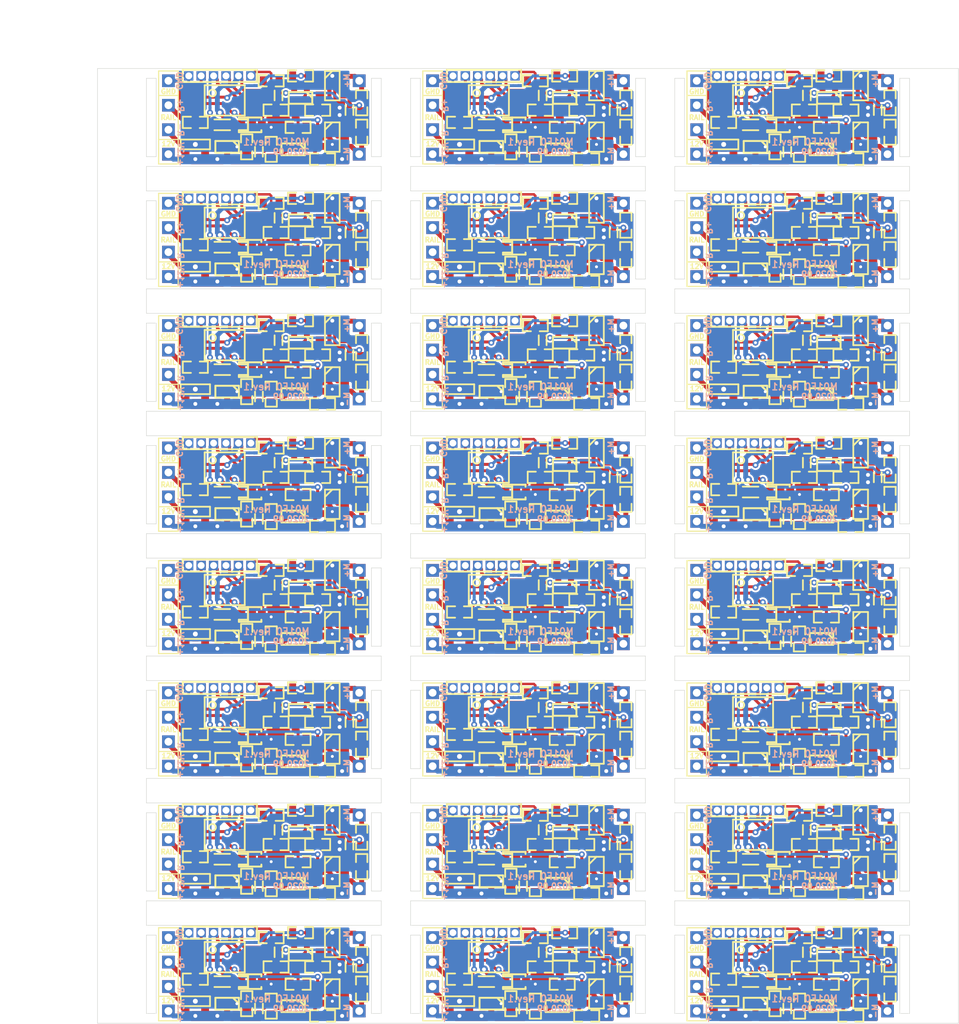
<source format=kicad_pcb>
(kicad_pcb (version 20171130) (host pcbnew "(5.1.6)-1")
  (layers (0 F.Cu signal) (31 B.Cu signal) (34 B.Paste user) (35 F.Paste user) (36 B.SilkS user) (37 F.SilkS user) (38 B.Mask user) (39 F.Mask user) (44 Edge.Cuts user))
  (net 0 "")
  (net 1 +12V)
  (net 2 GND)
  (net 3 +5V)
  (net 4 "Net-(C6-Pad1)")
  (net 5 MOTOR-)
  (net 6 MOTOR+)
  (net 7 RAIL+)
  (net 8 RAIL-)
  (net 9 PWM)
  (net 10 BEMF)
  (net 11 MOSI)
  (net 12 FUNC1)
  (net 13 REV)
  (net 14 FWD)
  (net 15 "Net-(Q3-Pad1)")
  (net 16 "Net-(D3-Pad1)")
  (net 17 "Net-(Q1-Pad3)")
  (net 18 "Net-(Q2-Pad3)")
  (net 19 "Net-(Q3-Pad2)")
  (net 20 "Net-(Q4-Pad2)")
  (module footprint:R_1608 (layer F.Cu) (at 145.25 150.75)
    (fp_text reference R6 hide)
    (fp_text value 102 hide)
    (pad 1 smd rect (at -0.8 0) (size 0.7 0.9) (layers F.Cu F.Paste F.Mask) (net 9 PWM))
    (pad 2 smd rect (at 0.8 0) (size 0.7 0.9) (layers F.Cu F.Paste F.Mask) (net 15 "Net-(Q3-Pad1)"))
  )
  (module footprint:R_1608 (layer F.Cu) (at 118.25 150.75)
    (fp_text reference R6 hide)
    (fp_text value 102 hide)
    (pad 1 smd rect (at -0.8 0) (size 0.7 0.9) (layers F.Cu F.Paste F.Mask) (net 9 PWM))
    (pad 2 smd rect (at 0.8 0) (size 0.7 0.9) (layers F.Cu F.Paste F.Mask) (net 15 "Net-(Q3-Pad1)"))
  )
  (module footprint:R_1608 (layer F.Cu) (at 91.25 150.75)
    (fp_text reference R6 hide)
    (fp_text value 102 hide)
    (pad 1 smd rect (at -0.8 0) (size 0.7 0.9) (layers F.Cu F.Paste F.Mask) (net 9 PWM))
    (pad 2 smd rect (at 0.8 0) (size 0.7 0.9) (layers F.Cu F.Paste F.Mask) (net 15 "Net-(Q3-Pad1)"))
  )
  (module footprint:R_1608 (layer F.Cu) (at 145.25 138.25)
    (fp_text reference R6 hide)
    (fp_text value 102 hide)
    (pad 1 smd rect (at -0.8 0) (size 0.7 0.9) (layers F.Cu F.Paste F.Mask) (net 9 PWM))
    (pad 2 smd rect (at 0.8 0) (size 0.7 0.9) (layers F.Cu F.Paste F.Mask) (net 15 "Net-(Q3-Pad1)"))
  )
  (module footprint:R_1608 (layer F.Cu) (at 118.25 138.25)
    (fp_text reference R6 hide)
    (fp_text value 102 hide)
    (pad 1 smd rect (at -0.8 0) (size 0.7 0.9) (layers F.Cu F.Paste F.Mask) (net 9 PWM))
    (pad 2 smd rect (at 0.8 0) (size 0.7 0.9) (layers F.Cu F.Paste F.Mask) (net 15 "Net-(Q3-Pad1)"))
  )
  (module footprint:R_1608 (layer F.Cu) (at 91.25 138.25)
    (fp_text reference R6 hide)
    (fp_text value 102 hide)
    (pad 1 smd rect (at -0.8 0) (size 0.7 0.9) (layers F.Cu F.Paste F.Mask) (net 9 PWM))
    (pad 2 smd rect (at 0.8 0) (size 0.7 0.9) (layers F.Cu F.Paste F.Mask) (net 15 "Net-(Q3-Pad1)"))
  )
  (module footprint:R_1608 (layer F.Cu) (at 145.25 125.75)
    (fp_text reference R6 hide)
    (fp_text value 102 hide)
    (pad 1 smd rect (at -0.8 0) (size 0.7 0.9) (layers F.Cu F.Paste F.Mask) (net 9 PWM))
    (pad 2 smd rect (at 0.8 0) (size 0.7 0.9) (layers F.Cu F.Paste F.Mask) (net 15 "Net-(Q3-Pad1)"))
  )
  (module footprint:R_1608 (layer F.Cu) (at 118.25 125.75)
    (fp_text reference R6 hide)
    (fp_text value 102 hide)
    (pad 1 smd rect (at -0.8 0) (size 0.7 0.9) (layers F.Cu F.Paste F.Mask) (net 9 PWM))
    (pad 2 smd rect (at 0.8 0) (size 0.7 0.9) (layers F.Cu F.Paste F.Mask) (net 15 "Net-(Q3-Pad1)"))
  )
  (module footprint:R_1608 (layer F.Cu) (at 91.25 125.75)
    (fp_text reference R6 hide)
    (fp_text value 102 hide)
    (pad 1 smd rect (at -0.8 0) (size 0.7 0.9) (layers F.Cu F.Paste F.Mask) (net 9 PWM))
    (pad 2 smd rect (at 0.8 0) (size 0.7 0.9) (layers F.Cu F.Paste F.Mask) (net 15 "Net-(Q3-Pad1)"))
  )
  (module footprint:R_1608 (layer F.Cu) (at 145.25 113.25)
    (fp_text reference R6 hide)
    (fp_text value 102 hide)
    (pad 1 smd rect (at -0.8 0) (size 0.7 0.9) (layers F.Cu F.Paste F.Mask) (net 9 PWM))
    (pad 2 smd rect (at 0.8 0) (size 0.7 0.9) (layers F.Cu F.Paste F.Mask) (net 15 "Net-(Q3-Pad1)"))
  )
  (module footprint:R_1608 (layer F.Cu) (at 118.25 113.25)
    (fp_text reference R6 hide)
    (fp_text value 102 hide)
    (pad 1 smd rect (at -0.8 0) (size 0.7 0.9) (layers F.Cu F.Paste F.Mask) (net 9 PWM))
    (pad 2 smd rect (at 0.8 0) (size 0.7 0.9) (layers F.Cu F.Paste F.Mask) (net 15 "Net-(Q3-Pad1)"))
  )
  (module footprint:R_1608 (layer F.Cu) (at 91.25 113.25)
    (fp_text reference R6 hide)
    (fp_text value 102 hide)
    (pad 1 smd rect (at -0.8 0) (size 0.7 0.9) (layers F.Cu F.Paste F.Mask) (net 9 PWM))
    (pad 2 smd rect (at 0.8 0) (size 0.7 0.9) (layers F.Cu F.Paste F.Mask) (net 15 "Net-(Q3-Pad1)"))
  )
  (module footprint:R_1608 (layer F.Cu) (at 145.25 100.75)
    (fp_text reference R6 hide)
    (fp_text value 102 hide)
    (pad 1 smd rect (at -0.8 0) (size 0.7 0.9) (layers F.Cu F.Paste F.Mask) (net 9 PWM))
    (pad 2 smd rect (at 0.8 0) (size 0.7 0.9) (layers F.Cu F.Paste F.Mask) (net 15 "Net-(Q3-Pad1)"))
  )
  (module footprint:R_1608 (layer F.Cu) (at 118.25 100.75)
    (fp_text reference R6 hide)
    (fp_text value 102 hide)
    (pad 1 smd rect (at -0.8 0) (size 0.7 0.9) (layers F.Cu F.Paste F.Mask) (net 9 PWM))
    (pad 2 smd rect (at 0.8 0) (size 0.7 0.9) (layers F.Cu F.Paste F.Mask) (net 15 "Net-(Q3-Pad1)"))
  )
  (module footprint:R_1608 (layer F.Cu) (at 91.25 100.75)
    (fp_text reference R6 hide)
    (fp_text value 102 hide)
    (pad 1 smd rect (at -0.8 0) (size 0.7 0.9) (layers F.Cu F.Paste F.Mask) (net 9 PWM))
    (pad 2 smd rect (at 0.8 0) (size 0.7 0.9) (layers F.Cu F.Paste F.Mask) (net 15 "Net-(Q3-Pad1)"))
  )
  (module footprint:R_1608 (layer F.Cu) (at 145.25 88.25)
    (fp_text reference R6 hide)
    (fp_text value 102 hide)
    (pad 1 smd rect (at -0.8 0) (size 0.7 0.9) (layers F.Cu F.Paste F.Mask) (net 9 PWM))
    (pad 2 smd rect (at 0.8 0) (size 0.7 0.9) (layers F.Cu F.Paste F.Mask) (net 15 "Net-(Q3-Pad1)"))
  )
  (module footprint:R_1608 (layer F.Cu) (at 118.25 88.25)
    (fp_text reference R6 hide)
    (fp_text value 102 hide)
    (pad 1 smd rect (at -0.8 0) (size 0.7 0.9) (layers F.Cu F.Paste F.Mask) (net 9 PWM))
    (pad 2 smd rect (at 0.8 0) (size 0.7 0.9) (layers F.Cu F.Paste F.Mask) (net 15 "Net-(Q3-Pad1)"))
  )
  (module footprint:R_1608 (layer F.Cu) (at 91.25 88.25)
    (fp_text reference R6 hide)
    (fp_text value 102 hide)
    (pad 1 smd rect (at -0.8 0) (size 0.7 0.9) (layers F.Cu F.Paste F.Mask) (net 9 PWM))
    (pad 2 smd rect (at 0.8 0) (size 0.7 0.9) (layers F.Cu F.Paste F.Mask) (net 15 "Net-(Q3-Pad1)"))
  )
  (module footprint:R_1608 (layer F.Cu) (at 145.25 75.75)
    (fp_text reference R6 hide)
    (fp_text value 102 hide)
    (pad 1 smd rect (at -0.8 0) (size 0.7 0.9) (layers F.Cu F.Paste F.Mask) (net 9 PWM))
    (pad 2 smd rect (at 0.8 0) (size 0.7 0.9) (layers F.Cu F.Paste F.Mask) (net 15 "Net-(Q3-Pad1)"))
  )
  (module footprint:R_1608 (layer F.Cu) (at 118.25 75.75)
    (fp_text reference R6 hide)
    (fp_text value 102 hide)
    (pad 1 smd rect (at -0.8 0) (size 0.7 0.9) (layers F.Cu F.Paste F.Mask) (net 9 PWM))
    (pad 2 smd rect (at 0.8 0) (size 0.7 0.9) (layers F.Cu F.Paste F.Mask) (net 15 "Net-(Q3-Pad1)"))
  )
  (module footprint:R_1608 (layer F.Cu) (at 91.25 75.75)
    (fp_text reference R6 hide)
    (fp_text value 102 hide)
    (pad 1 smd rect (at -0.8 0) (size 0.7 0.9) (layers F.Cu F.Paste F.Mask) (net 9 PWM))
    (pad 2 smd rect (at 0.8 0) (size 0.7 0.9) (layers F.Cu F.Paste F.Mask) (net 15 "Net-(Q3-Pad1)"))
  )
  (module footprint:R_1608 (layer F.Cu) (at 145.25 63.25)
    (fp_text reference R6 hide)
    (fp_text value 102 hide)
    (pad 1 smd rect (at -0.8 0) (size 0.7 0.9) (layers F.Cu F.Paste F.Mask) (net 9 PWM))
    (pad 2 smd rect (at 0.8 0) (size 0.7 0.9) (layers F.Cu F.Paste F.Mask) (net 15 "Net-(Q3-Pad1)"))
  )
  (module footprint:R_1608 (layer F.Cu) (at 118.25 63.25)
    (fp_text reference R6 hide)
    (fp_text value 102 hide)
    (pad 1 smd rect (at -0.8 0) (size 0.7 0.9) (layers F.Cu F.Paste F.Mask) (net 9 PWM))
    (pad 2 smd rect (at 0.8 0) (size 0.7 0.9) (layers F.Cu F.Paste F.Mask) (net 15 "Net-(Q3-Pad1)"))
  )
  (module footprint:R_1608 (layer F.Cu) (at 137 152 180)
    (fp_text reference R1 hide)
    (fp_text value 104 hide)
    (pad 1 smd rect (at -0.8 0 180) (size 0.7 0.9) (layers F.Cu F.Paste F.Mask) (net 11 MOSI))
    (pad 2 smd rect (at 0.8 0 180) (size 0.7 0.9) (layers F.Cu F.Paste F.Mask) (net 7 RAIL+))
  )
  (module footprint:R_1608 (layer F.Cu) (at 110 152 180)
    (fp_text reference R1 hide)
    (fp_text value 104 hide)
    (pad 1 smd rect (at -0.8 0 180) (size 0.7 0.9) (layers F.Cu F.Paste F.Mask) (net 11 MOSI))
    (pad 2 smd rect (at 0.8 0 180) (size 0.7 0.9) (layers F.Cu F.Paste F.Mask) (net 7 RAIL+))
  )
  (module footprint:R_1608 (layer F.Cu) (at 83 152 180)
    (fp_text reference R1 hide)
    (fp_text value 104 hide)
    (pad 1 smd rect (at -0.8 0 180) (size 0.7 0.9) (layers F.Cu F.Paste F.Mask) (net 11 MOSI))
    (pad 2 smd rect (at 0.8 0 180) (size 0.7 0.9) (layers F.Cu F.Paste F.Mask) (net 7 RAIL+))
  )
  (module footprint:R_1608 (layer F.Cu) (at 137 139.5 180)
    (fp_text reference R1 hide)
    (fp_text value 104 hide)
    (pad 1 smd rect (at -0.8 0 180) (size 0.7 0.9) (layers F.Cu F.Paste F.Mask) (net 11 MOSI))
    (pad 2 smd rect (at 0.8 0 180) (size 0.7 0.9) (layers F.Cu F.Paste F.Mask) (net 7 RAIL+))
  )
  (module footprint:R_1608 (layer F.Cu) (at 110 139.5 180)
    (fp_text reference R1 hide)
    (fp_text value 104 hide)
    (pad 1 smd rect (at -0.8 0 180) (size 0.7 0.9) (layers F.Cu F.Paste F.Mask) (net 11 MOSI))
    (pad 2 smd rect (at 0.8 0 180) (size 0.7 0.9) (layers F.Cu F.Paste F.Mask) (net 7 RAIL+))
  )
  (module footprint:R_1608 (layer F.Cu) (at 83 139.5 180)
    (fp_text reference R1 hide)
    (fp_text value 104 hide)
    (pad 1 smd rect (at -0.8 0 180) (size 0.7 0.9) (layers F.Cu F.Paste F.Mask) (net 11 MOSI))
    (pad 2 smd rect (at 0.8 0 180) (size 0.7 0.9) (layers F.Cu F.Paste F.Mask) (net 7 RAIL+))
  )
  (module footprint:R_1608 (layer F.Cu) (at 137 127 180)
    (fp_text reference R1 hide)
    (fp_text value 104 hide)
    (pad 1 smd rect (at -0.8 0 180) (size 0.7 0.9) (layers F.Cu F.Paste F.Mask) (net 11 MOSI))
    (pad 2 smd rect (at 0.8 0 180) (size 0.7 0.9) (layers F.Cu F.Paste F.Mask) (net 7 RAIL+))
  )
  (module footprint:R_1608 (layer F.Cu) (at 110 127 180)
    (fp_text reference R1 hide)
    (fp_text value 104 hide)
    (pad 1 smd rect (at -0.8 0 180) (size 0.7 0.9) (layers F.Cu F.Paste F.Mask) (net 11 MOSI))
    (pad 2 smd rect (at 0.8 0 180) (size 0.7 0.9) (layers F.Cu F.Paste F.Mask) (net 7 RAIL+))
  )
  (module footprint:R_1608 (layer F.Cu) (at 83 127 180)
    (fp_text reference R1 hide)
    (fp_text value 104 hide)
    (pad 1 smd rect (at -0.8 0 180) (size 0.7 0.9) (layers F.Cu F.Paste F.Mask) (net 11 MOSI))
    (pad 2 smd rect (at 0.8 0 180) (size 0.7 0.9) (layers F.Cu F.Paste F.Mask) (net 7 RAIL+))
  )
  (module footprint:R_1608 (layer F.Cu) (at 137 114.5 180)
    (fp_text reference R1 hide)
    (fp_text value 104 hide)
    (pad 1 smd rect (at -0.8 0 180) (size 0.7 0.9) (layers F.Cu F.Paste F.Mask) (net 11 MOSI))
    (pad 2 smd rect (at 0.8 0 180) (size 0.7 0.9) (layers F.Cu F.Paste F.Mask) (net 7 RAIL+))
  )
  (module footprint:R_1608 (layer F.Cu) (at 110 114.5 180)
    (fp_text reference R1 hide)
    (fp_text value 104 hide)
    (pad 1 smd rect (at -0.8 0 180) (size 0.7 0.9) (layers F.Cu F.Paste F.Mask) (net 11 MOSI))
    (pad 2 smd rect (at 0.8 0 180) (size 0.7 0.9) (layers F.Cu F.Paste F.Mask) (net 7 RAIL+))
  )
  (module footprint:R_1608 (layer F.Cu) (at 83 114.5 180)
    (fp_text reference R1 hide)
    (fp_text value 104 hide)
    (pad 1 smd rect (at -0.8 0 180) (size 0.7 0.9) (layers F.Cu F.Paste F.Mask) (net 11 MOSI))
    (pad 2 smd rect (at 0.8 0 180) (size 0.7 0.9) (layers F.Cu F.Paste F.Mask) (net 7 RAIL+))
  )
  (module footprint:R_1608 (layer F.Cu) (at 137 102 180)
    (fp_text reference R1 hide)
    (fp_text value 104 hide)
    (pad 1 smd rect (at -0.8 0 180) (size 0.7 0.9) (layers F.Cu F.Paste F.Mask) (net 11 MOSI))
    (pad 2 smd rect (at 0.8 0 180) (size 0.7 0.9) (layers F.Cu F.Paste F.Mask) (net 7 RAIL+))
  )
  (module footprint:R_1608 (layer F.Cu) (at 110 102 180)
    (fp_text reference R1 hide)
    (fp_text value 104 hide)
    (pad 1 smd rect (at -0.8 0 180) (size 0.7 0.9) (layers F.Cu F.Paste F.Mask) (net 11 MOSI))
    (pad 2 smd rect (at 0.8 0 180) (size 0.7 0.9) (layers F.Cu F.Paste F.Mask) (net 7 RAIL+))
  )
  (module footprint:R_1608 (layer F.Cu) (at 83 102 180)
    (fp_text reference R1 hide)
    (fp_text value 104 hide)
    (pad 1 smd rect (at -0.8 0 180) (size 0.7 0.9) (layers F.Cu F.Paste F.Mask) (net 11 MOSI))
    (pad 2 smd rect (at 0.8 0 180) (size 0.7 0.9) (layers F.Cu F.Paste F.Mask) (net 7 RAIL+))
  )
  (module footprint:R_1608 (layer F.Cu) (at 137 89.5 180)
    (fp_text reference R1 hide)
    (fp_text value 104 hide)
    (pad 1 smd rect (at -0.8 0 180) (size 0.7 0.9) (layers F.Cu F.Paste F.Mask) (net 11 MOSI))
    (pad 2 smd rect (at 0.8 0 180) (size 0.7 0.9) (layers F.Cu F.Paste F.Mask) (net 7 RAIL+))
  )
  (module footprint:R_1608 (layer F.Cu) (at 110 89.5 180)
    (fp_text reference R1 hide)
    (fp_text value 104 hide)
    (pad 1 smd rect (at -0.8 0 180) (size 0.7 0.9) (layers F.Cu F.Paste F.Mask) (net 11 MOSI))
    (pad 2 smd rect (at 0.8 0 180) (size 0.7 0.9) (layers F.Cu F.Paste F.Mask) (net 7 RAIL+))
  )
  (module footprint:R_1608 (layer F.Cu) (at 83 89.5 180)
    (fp_text reference R1 hide)
    (fp_text value 104 hide)
    (pad 1 smd rect (at -0.8 0 180) (size 0.7 0.9) (layers F.Cu F.Paste F.Mask) (net 11 MOSI))
    (pad 2 smd rect (at 0.8 0 180) (size 0.7 0.9) (layers F.Cu F.Paste F.Mask) (net 7 RAIL+))
  )
  (module footprint:R_1608 (layer F.Cu) (at 137 77 180)
    (fp_text reference R1 hide)
    (fp_text value 104 hide)
    (pad 1 smd rect (at -0.8 0 180) (size 0.7 0.9) (layers F.Cu F.Paste F.Mask) (net 11 MOSI))
    (pad 2 smd rect (at 0.8 0 180) (size 0.7 0.9) (layers F.Cu F.Paste F.Mask) (net 7 RAIL+))
  )
  (module footprint:R_1608 (layer F.Cu) (at 110 77 180)
    (fp_text reference R1 hide)
    (fp_text value 104 hide)
    (pad 1 smd rect (at -0.8 0 180) (size 0.7 0.9) (layers F.Cu F.Paste F.Mask) (net 11 MOSI))
    (pad 2 smd rect (at 0.8 0 180) (size 0.7 0.9) (layers F.Cu F.Paste F.Mask) (net 7 RAIL+))
  )
  (module footprint:R_1608 (layer F.Cu) (at 83 77 180)
    (fp_text reference R1 hide)
    (fp_text value 104 hide)
    (pad 1 smd rect (at -0.8 0 180) (size 0.7 0.9) (layers F.Cu F.Paste F.Mask) (net 11 MOSI))
    (pad 2 smd rect (at 0.8 0 180) (size 0.7 0.9) (layers F.Cu F.Paste F.Mask) (net 7 RAIL+))
  )
  (module footprint:R_1608 (layer F.Cu) (at 137 64.5 180)
    (fp_text reference R1 hide)
    (fp_text value 104 hide)
    (pad 1 smd rect (at -0.8 0 180) (size 0.7 0.9) (layers F.Cu F.Paste F.Mask) (net 11 MOSI))
    (pad 2 smd rect (at 0.8 0 180) (size 0.7 0.9) (layers F.Cu F.Paste F.Mask) (net 7 RAIL+))
  )
  (module footprint:R_1608 (layer F.Cu) (at 110 64.5 180)
    (fp_text reference R1 hide)
    (fp_text value 104 hide)
    (pad 1 smd rect (at -0.8 0 180) (size 0.7 0.9) (layers F.Cu F.Paste F.Mask) (net 11 MOSI))
    (pad 2 smd rect (at 0.8 0 180) (size 0.7 0.9) (layers F.Cu F.Paste F.Mask) (net 7 RAIL+))
  )
  (module footprint:SC-70 (layer F.Cu) (at 140.25 154.5 180)
    (fp_text reference Q5 hide)
    (fp_text value 2SC4116 hide)
    (pad 3 smd rect (at 0 -0.95 180) (size 0.6 0.8) (layers F.Cu F.Paste F.Mask) (net 1 +12V))
    (pad 2 smd rect (at 0.65 0.95 180) (size 0.6 0.8) (layers F.Cu F.Paste F.Mask) (net 3 +5V))
    (pad 1 smd rect (at -0.65 0.95 180) (size 0.6 0.8) (layers F.Cu F.Paste F.Mask) (net 16 "Net-(D3-Pad1)"))
  )
  (module footprint:SC-70 (layer F.Cu) (at 113.25 154.5 180)
    (fp_text reference Q5 hide)
    (fp_text value 2SC4116 hide)
    (pad 3 smd rect (at 0 -0.95 180) (size 0.6 0.8) (layers F.Cu F.Paste F.Mask) (net 1 +12V))
    (pad 2 smd rect (at 0.65 0.95 180) (size 0.6 0.8) (layers F.Cu F.Paste F.Mask) (net 3 +5V))
    (pad 1 smd rect (at -0.65 0.95 180) (size 0.6 0.8) (layers F.Cu F.Paste F.Mask) (net 16 "Net-(D3-Pad1)"))
  )
  (module footprint:SC-70 (layer F.Cu) (at 86.25 154.5 180)
    (fp_text reference Q5 hide)
    (fp_text value 2SC4116 hide)
    (pad 3 smd rect (at 0 -0.95 180) (size 0.6 0.8) (layers F.Cu F.Paste F.Mask) (net 1 +12V))
    (pad 2 smd rect (at 0.65 0.95 180) (size 0.6 0.8) (layers F.Cu F.Paste F.Mask) (net 3 +5V))
    (pad 1 smd rect (at -0.65 0.95 180) (size 0.6 0.8) (layers F.Cu F.Paste F.Mask) (net 16 "Net-(D3-Pad1)"))
  )
  (module footprint:SC-70 (layer F.Cu) (at 140.25 142 180)
    (fp_text reference Q5 hide)
    (fp_text value 2SC4116 hide)
    (pad 3 smd rect (at 0 -0.95 180) (size 0.6 0.8) (layers F.Cu F.Paste F.Mask) (net 1 +12V))
    (pad 2 smd rect (at 0.65 0.95 180) (size 0.6 0.8) (layers F.Cu F.Paste F.Mask) (net 3 +5V))
    (pad 1 smd rect (at -0.65 0.95 180) (size 0.6 0.8) (layers F.Cu F.Paste F.Mask) (net 16 "Net-(D3-Pad1)"))
  )
  (module footprint:SC-70 (layer F.Cu) (at 113.25 142 180)
    (fp_text reference Q5 hide)
    (fp_text value 2SC4116 hide)
    (pad 3 smd rect (at 0 -0.95 180) (size 0.6 0.8) (layers F.Cu F.Paste F.Mask) (net 1 +12V))
    (pad 2 smd rect (at 0.65 0.95 180) (size 0.6 0.8) (layers F.Cu F.Paste F.Mask) (net 3 +5V))
    (pad 1 smd rect (at -0.65 0.95 180) (size 0.6 0.8) (layers F.Cu F.Paste F.Mask) (net 16 "Net-(D3-Pad1)"))
  )
  (module footprint:SC-70 (layer F.Cu) (at 86.25 142 180)
    (fp_text reference Q5 hide)
    (fp_text value 2SC4116 hide)
    (pad 3 smd rect (at 0 -0.95 180) (size 0.6 0.8) (layers F.Cu F.Paste F.Mask) (net 1 +12V))
    (pad 2 smd rect (at 0.65 0.95 180) (size 0.6 0.8) (layers F.Cu F.Paste F.Mask) (net 3 +5V))
    (pad 1 smd rect (at -0.65 0.95 180) (size 0.6 0.8) (layers F.Cu F.Paste F.Mask) (net 16 "Net-(D3-Pad1)"))
  )
  (module footprint:SC-70 (layer F.Cu) (at 140.25 129.5 180)
    (fp_text reference Q5 hide)
    (fp_text value 2SC4116 hide)
    (pad 3 smd rect (at 0 -0.95 180) (size 0.6 0.8) (layers F.Cu F.Paste F.Mask) (net 1 +12V))
    (pad 2 smd rect (at 0.65 0.95 180) (size 0.6 0.8) (layers F.Cu F.Paste F.Mask) (net 3 +5V))
    (pad 1 smd rect (at -0.65 0.95 180) (size 0.6 0.8) (layers F.Cu F.Paste F.Mask) (net 16 "Net-(D3-Pad1)"))
  )
  (module footprint:SC-70 (layer F.Cu) (at 113.25 129.5 180)
    (fp_text reference Q5 hide)
    (fp_text value 2SC4116 hide)
    (pad 3 smd rect (at 0 -0.95 180) (size 0.6 0.8) (layers F.Cu F.Paste F.Mask) (net 1 +12V))
    (pad 2 smd rect (at 0.65 0.95 180) (size 0.6 0.8) (layers F.Cu F.Paste F.Mask) (net 3 +5V))
    (pad 1 smd rect (at -0.65 0.95 180) (size 0.6 0.8) (layers F.Cu F.Paste F.Mask) (net 16 "Net-(D3-Pad1)"))
  )
  (module footprint:SC-70 (layer F.Cu) (at 86.25 129.5 180)
    (fp_text reference Q5 hide)
    (fp_text value 2SC4116 hide)
    (pad 3 smd rect (at 0 -0.95 180) (size 0.6 0.8) (layers F.Cu F.Paste F.Mask) (net 1 +12V))
    (pad 2 smd rect (at 0.65 0.95 180) (size 0.6 0.8) (layers F.Cu F.Paste F.Mask) (net 3 +5V))
    (pad 1 smd rect (at -0.65 0.95 180) (size 0.6 0.8) (layers F.Cu F.Paste F.Mask) (net 16 "Net-(D3-Pad1)"))
  )
  (module footprint:SC-70 (layer F.Cu) (at 140.25 117 180)
    (fp_text reference Q5 hide)
    (fp_text value 2SC4116 hide)
    (pad 3 smd rect (at 0 -0.95 180) (size 0.6 0.8) (layers F.Cu F.Paste F.Mask) (net 1 +12V))
    (pad 2 smd rect (at 0.65 0.95 180) (size 0.6 0.8) (layers F.Cu F.Paste F.Mask) (net 3 +5V))
    (pad 1 smd rect (at -0.65 0.95 180) (size 0.6 0.8) (layers F.Cu F.Paste F.Mask) (net 16 "Net-(D3-Pad1)"))
  )
  (module footprint:SC-70 (layer F.Cu) (at 113.25 117 180)
    (fp_text reference Q5 hide)
    (fp_text value 2SC4116 hide)
    (pad 3 smd rect (at 0 -0.95 180) (size 0.6 0.8) (layers F.Cu F.Paste F.Mask) (net 1 +12V))
    (pad 2 smd rect (at 0.65 0.95 180) (size 0.6 0.8) (layers F.Cu F.Paste F.Mask) (net 3 +5V))
    (pad 1 smd rect (at -0.65 0.95 180) (size 0.6 0.8) (layers F.Cu F.Paste F.Mask) (net 16 "Net-(D3-Pad1)"))
  )
  (module footprint:SC-70 (layer F.Cu) (at 86.25 117 180)
    (fp_text reference Q5 hide)
    (fp_text value 2SC4116 hide)
    (pad 3 smd rect (at 0 -0.95 180) (size 0.6 0.8) (layers F.Cu F.Paste F.Mask) (net 1 +12V))
    (pad 2 smd rect (at 0.65 0.95 180) (size 0.6 0.8) (layers F.Cu F.Paste F.Mask) (net 3 +5V))
    (pad 1 smd rect (at -0.65 0.95 180) (size 0.6 0.8) (layers F.Cu F.Paste F.Mask) (net 16 "Net-(D3-Pad1)"))
  )
  (module footprint:SC-70 (layer F.Cu) (at 140.25 104.5 180)
    (fp_text reference Q5 hide)
    (fp_text value 2SC4116 hide)
    (pad 3 smd rect (at 0 -0.95 180) (size 0.6 0.8) (layers F.Cu F.Paste F.Mask) (net 1 +12V))
    (pad 2 smd rect (at 0.65 0.95 180) (size 0.6 0.8) (layers F.Cu F.Paste F.Mask) (net 3 +5V))
    (pad 1 smd rect (at -0.65 0.95 180) (size 0.6 0.8) (layers F.Cu F.Paste F.Mask) (net 16 "Net-(D3-Pad1)"))
  )
  (module footprint:SC-70 (layer F.Cu) (at 113.25 104.5 180)
    (fp_text reference Q5 hide)
    (fp_text value 2SC4116 hide)
    (pad 3 smd rect (at 0 -0.95 180) (size 0.6 0.8) (layers F.Cu F.Paste F.Mask) (net 1 +12V))
    (pad 2 smd rect (at 0.65 0.95 180) (size 0.6 0.8) (layers F.Cu F.Paste F.Mask) (net 3 +5V))
    (pad 1 smd rect (at -0.65 0.95 180) (size 0.6 0.8) (layers F.Cu F.Paste F.Mask) (net 16 "Net-(D3-Pad1)"))
  )
  (module footprint:SC-70 (layer F.Cu) (at 86.25 104.5 180)
    (fp_text reference Q5 hide)
    (fp_text value 2SC4116 hide)
    (pad 3 smd rect (at 0 -0.95 180) (size 0.6 0.8) (layers F.Cu F.Paste F.Mask) (net 1 +12V))
    (pad 2 smd rect (at 0.65 0.95 180) (size 0.6 0.8) (layers F.Cu F.Paste F.Mask) (net 3 +5V))
    (pad 1 smd rect (at -0.65 0.95 180) (size 0.6 0.8) (layers F.Cu F.Paste F.Mask) (net 16 "Net-(D3-Pad1)"))
  )
  (module footprint:SC-70 (layer F.Cu) (at 140.25 92 180)
    (fp_text reference Q5 hide)
    (fp_text value 2SC4116 hide)
    (pad 3 smd rect (at 0 -0.95 180) (size 0.6 0.8) (layers F.Cu F.Paste F.Mask) (net 1 +12V))
    (pad 2 smd rect (at 0.65 0.95 180) (size 0.6 0.8) (layers F.Cu F.Paste F.Mask) (net 3 +5V))
    (pad 1 smd rect (at -0.65 0.95 180) (size 0.6 0.8) (layers F.Cu F.Paste F.Mask) (net 16 "Net-(D3-Pad1)"))
  )
  (module footprint:SC-70 (layer F.Cu) (at 113.25 92 180)
    (fp_text reference Q5 hide)
    (fp_text value 2SC4116 hide)
    (pad 3 smd rect (at 0 -0.95 180) (size 0.6 0.8) (layers F.Cu F.Paste F.Mask) (net 1 +12V))
    (pad 2 smd rect (at 0.65 0.95 180) (size 0.6 0.8) (layers F.Cu F.Paste F.Mask) (net 3 +5V))
    (pad 1 smd rect (at -0.65 0.95 180) (size 0.6 0.8) (layers F.Cu F.Paste F.Mask) (net 16 "Net-(D3-Pad1)"))
  )
  (module footprint:SC-70 (layer F.Cu) (at 86.25 92 180)
    (fp_text reference Q5 hide)
    (fp_text value 2SC4116 hide)
    (pad 3 smd rect (at 0 -0.95 180) (size 0.6 0.8) (layers F.Cu F.Paste F.Mask) (net 1 +12V))
    (pad 2 smd rect (at 0.65 0.95 180) (size 0.6 0.8) (layers F.Cu F.Paste F.Mask) (net 3 +5V))
    (pad 1 smd rect (at -0.65 0.95 180) (size 0.6 0.8) (layers F.Cu F.Paste F.Mask) (net 16 "Net-(D3-Pad1)"))
  )
  (module footprint:SC-70 (layer F.Cu) (at 140.25 79.5 180)
    (fp_text reference Q5 hide)
    (fp_text value 2SC4116 hide)
    (pad 3 smd rect (at 0 -0.95 180) (size 0.6 0.8) (layers F.Cu F.Paste F.Mask) (net 1 +12V))
    (pad 2 smd rect (at 0.65 0.95 180) (size 0.6 0.8) (layers F.Cu F.Paste F.Mask) (net 3 +5V))
    (pad 1 smd rect (at -0.65 0.95 180) (size 0.6 0.8) (layers F.Cu F.Paste F.Mask) (net 16 "Net-(D3-Pad1)"))
  )
  (module footprint:SC-70 (layer F.Cu) (at 113.25 79.5 180)
    (fp_text reference Q5 hide)
    (fp_text value 2SC4116 hide)
    (pad 3 smd rect (at 0 -0.95 180) (size 0.6 0.8) (layers F.Cu F.Paste F.Mask) (net 1 +12V))
    (pad 2 smd rect (at 0.65 0.95 180) (size 0.6 0.8) (layers F.Cu F.Paste F.Mask) (net 3 +5V))
    (pad 1 smd rect (at -0.65 0.95 180) (size 0.6 0.8) (layers F.Cu F.Paste F.Mask) (net 16 "Net-(D3-Pad1)"))
  )
  (module footprint:SC-70 (layer F.Cu) (at 86.25 79.5 180)
    (fp_text reference Q5 hide)
    (fp_text value 2SC4116 hide)
    (pad 3 smd rect (at 0 -0.95 180) (size 0.6 0.8) (layers F.Cu F.Paste F.Mask) (net 1 +12V))
    (pad 2 smd rect (at 0.65 0.95 180) (size 0.6 0.8) (layers F.Cu F.Paste F.Mask) (net 3 +5V))
    (pad 1 smd rect (at -0.65 0.95 180) (size 0.6 0.8) (layers F.Cu F.Paste F.Mask) (net 16 "Net-(D3-Pad1)"))
  )
  (module footprint:SC-70 (layer F.Cu) (at 140.25 67 180)
    (fp_text reference Q5 hide)
    (fp_text value 2SC4116 hide)
    (pad 3 smd rect (at 0 -0.95 180) (size 0.6 0.8) (layers F.Cu F.Paste F.Mask) (net 1 +12V))
    (pad 2 smd rect (at 0.65 0.95 180) (size 0.6 0.8) (layers F.Cu F.Paste F.Mask) (net 3 +5V))
    (pad 1 smd rect (at -0.65 0.95 180) (size 0.6 0.8) (layers F.Cu F.Paste F.Mask) (net 16 "Net-(D3-Pad1)"))
  )
  (module footprint:SC-70 (layer F.Cu) (at 113.25 67 180)
    (fp_text reference Q5 hide)
    (fp_text value 2SC4116 hide)
    (pad 3 smd rect (at 0 -0.95 180) (size 0.6 0.8) (layers F.Cu F.Paste F.Mask) (net 1 +12V))
    (pad 2 smd rect (at 0.65 0.95 180) (size 0.6 0.8) (layers F.Cu F.Paste F.Mask) (net 3 +5V))
    (pad 1 smd rect (at -0.65 0.95 180) (size 0.6 0.8) (layers F.Cu F.Paste F.Mask) (net 16 "Net-(D3-Pad1)"))
  )
  (module footprint:UMD2 (layer F.Cu) (at 142.75 152.25 180)
    (fp_text reference D3 hide)
    (fp_text value UDZV5.1B hide)
    (pad 1 smd rect (at 1.05 0 180) (size 0.8 0.9) (layers F.Cu F.Paste F.Mask) (net 16 "Net-(D3-Pad1)"))
    (pad 2 smd rect (at -1.05 0 180) (size 0.8 0.9) (layers F.Cu F.Paste F.Mask) (net 2 GND))
  )
  (module footprint:UMD2 (layer F.Cu) (at 115.75 152.25 180)
    (fp_text reference D3 hide)
    (fp_text value UDZV5.1B hide)
    (pad 1 smd rect (at 1.05 0 180) (size 0.8 0.9) (layers F.Cu F.Paste F.Mask) (net 16 "Net-(D3-Pad1)"))
    (pad 2 smd rect (at -1.05 0 180) (size 0.8 0.9) (layers F.Cu F.Paste F.Mask) (net 2 GND))
  )
  (module footprint:UMD2 (layer F.Cu) (at 88.75 152.25 180)
    (fp_text reference D3 hide)
    (fp_text value UDZV5.1B hide)
    (pad 1 smd rect (at 1.05 0 180) (size 0.8 0.9) (layers F.Cu F.Paste F.Mask) (net 16 "Net-(D3-Pad1)"))
    (pad 2 smd rect (at -1.05 0 180) (size 0.8 0.9) (layers F.Cu F.Paste F.Mask) (net 2 GND))
  )
  (module footprint:UMD2 (layer F.Cu) (at 142.75 139.75 180)
    (fp_text reference D3 hide)
    (fp_text value UDZV5.1B hide)
    (pad 1 smd rect (at 1.05 0 180) (size 0.8 0.9) (layers F.Cu F.Paste F.Mask) (net 16 "Net-(D3-Pad1)"))
    (pad 2 smd rect (at -1.05 0 180) (size 0.8 0.9) (layers F.Cu F.Paste F.Mask) (net 2 GND))
  )
  (module footprint:UMD2 (layer F.Cu) (at 115.75 139.75 180)
    (fp_text reference D3 hide)
    (fp_text value UDZV5.1B hide)
    (pad 1 smd rect (at 1.05 0 180) (size 0.8 0.9) (layers F.Cu F.Paste F.Mask) (net 16 "Net-(D3-Pad1)"))
    (pad 2 smd rect (at -1.05 0 180) (size 0.8 0.9) (layers F.Cu F.Paste F.Mask) (net 2 GND))
  )
  (module footprint:UMD2 (layer F.Cu) (at 88.75 139.75 180)
    (fp_text reference D3 hide)
    (fp_text value UDZV5.1B hide)
    (pad 1 smd rect (at 1.05 0 180) (size 0.8 0.9) (layers F.Cu F.Paste F.Mask) (net 16 "Net-(D3-Pad1)"))
    (pad 2 smd rect (at -1.05 0 180) (size 0.8 0.9) (layers F.Cu F.Paste F.Mask) (net 2 GND))
  )
  (module footprint:UMD2 (layer F.Cu) (at 142.75 127.25 180)
    (fp_text reference D3 hide)
    (fp_text value UDZV5.1B hide)
    (pad 1 smd rect (at 1.05 0 180) (size 0.8 0.9) (layers F.Cu F.Paste F.Mask) (net 16 "Net-(D3-Pad1)"))
    (pad 2 smd rect (at -1.05 0 180) (size 0.8 0.9) (layers F.Cu F.Paste F.Mask) (net 2 GND))
  )
  (module footprint:UMD2 (layer F.Cu) (at 115.75 127.25 180)
    (fp_text reference D3 hide)
    (fp_text value UDZV5.1B hide)
    (pad 1 smd rect (at 1.05 0 180) (size 0.8 0.9) (layers F.Cu F.Paste F.Mask) (net 16 "Net-(D3-Pad1)"))
    (pad 2 smd rect (at -1.05 0 180) (size 0.8 0.9) (layers F.Cu F.Paste F.Mask) (net 2 GND))
  )
  (module footprint:UMD2 (layer F.Cu) (at 88.75 127.25 180)
    (fp_text reference D3 hide)
    (fp_text value UDZV5.1B hide)
    (pad 1 smd rect (at 1.05 0 180) (size 0.8 0.9) (layers F.Cu F.Paste F.Mask) (net 16 "Net-(D3-Pad1)"))
    (pad 2 smd rect (at -1.05 0 180) (size 0.8 0.9) (layers F.Cu F.Paste F.Mask) (net 2 GND))
  )
  (module footprint:UMD2 (layer F.Cu) (at 142.75 114.75 180)
    (fp_text reference D3 hide)
    (fp_text value UDZV5.1B hide)
    (pad 1 smd rect (at 1.05 0 180) (size 0.8 0.9) (layers F.Cu F.Paste F.Mask) (net 16 "Net-(D3-Pad1)"))
    (pad 2 smd rect (at -1.05 0 180) (size 0.8 0.9) (layers F.Cu F.Paste F.Mask) (net 2 GND))
  )
  (module footprint:UMD2 (layer F.Cu) (at 115.75 114.75 180)
    (fp_text reference D3 hide)
    (fp_text value UDZV5.1B hide)
    (pad 1 smd rect (at 1.05 0 180) (size 0.8 0.9) (layers F.Cu F.Paste F.Mask) (net 16 "Net-(D3-Pad1)"))
    (pad 2 smd rect (at -1.05 0 180) (size 0.8 0.9) (layers F.Cu F.Paste F.Mask) (net 2 GND))
  )
  (module footprint:UMD2 (layer F.Cu) (at 88.75 114.75 180)
    (fp_text reference D3 hide)
    (fp_text value UDZV5.1B hide)
    (pad 1 smd rect (at 1.05 0 180) (size 0.8 0.9) (layers F.Cu F.Paste F.Mask) (net 16 "Net-(D3-Pad1)"))
    (pad 2 smd rect (at -1.05 0 180) (size 0.8 0.9) (layers F.Cu F.Paste F.Mask) (net 2 GND))
  )
  (module footprint:UMD2 (layer F.Cu) (at 142.75 102.25 180)
    (fp_text reference D3 hide)
    (fp_text value UDZV5.1B hide)
    (pad 1 smd rect (at 1.05 0 180) (size 0.8 0.9) (layers F.Cu F.Paste F.Mask) (net 16 "Net-(D3-Pad1)"))
    (pad 2 smd rect (at -1.05 0 180) (size 0.8 0.9) (layers F.Cu F.Paste F.Mask) (net 2 GND))
  )
  (module footprint:UMD2 (layer F.Cu) (at 115.75 102.25 180)
    (fp_text reference D3 hide)
    (fp_text value UDZV5.1B hide)
    (pad 1 smd rect (at 1.05 0 180) (size 0.8 0.9) (layers F.Cu F.Paste F.Mask) (net 16 "Net-(D3-Pad1)"))
    (pad 2 smd rect (at -1.05 0 180) (size 0.8 0.9) (layers F.Cu F.Paste F.Mask) (net 2 GND))
  )
  (module footprint:UMD2 (layer F.Cu) (at 88.75 102.25 180)
    (fp_text reference D3 hide)
    (fp_text value UDZV5.1B hide)
    (pad 1 smd rect (at 1.05 0 180) (size 0.8 0.9) (layers F.Cu F.Paste F.Mask) (net 16 "Net-(D3-Pad1)"))
    (pad 2 smd rect (at -1.05 0 180) (size 0.8 0.9) (layers F.Cu F.Paste F.Mask) (net 2 GND))
  )
  (module footprint:UMD2 (layer F.Cu) (at 142.75 89.75 180)
    (fp_text reference D3 hide)
    (fp_text value UDZV5.1B hide)
    (pad 1 smd rect (at 1.05 0 180) (size 0.8 0.9) (layers F.Cu F.Paste F.Mask) (net 16 "Net-(D3-Pad1)"))
    (pad 2 smd rect (at -1.05 0 180) (size 0.8 0.9) (layers F.Cu F.Paste F.Mask) (net 2 GND))
  )
  (module footprint:UMD2 (layer F.Cu) (at 115.75 89.75 180)
    (fp_text reference D3 hide)
    (fp_text value UDZV5.1B hide)
    (pad 1 smd rect (at 1.05 0 180) (size 0.8 0.9) (layers F.Cu F.Paste F.Mask) (net 16 "Net-(D3-Pad1)"))
    (pad 2 smd rect (at -1.05 0 180) (size 0.8 0.9) (layers F.Cu F.Paste F.Mask) (net 2 GND))
  )
  (module footprint:UMD2 (layer F.Cu) (at 88.75 89.75 180)
    (fp_text reference D3 hide)
    (fp_text value UDZV5.1B hide)
    (pad 1 smd rect (at 1.05 0 180) (size 0.8 0.9) (layers F.Cu F.Paste F.Mask) (net 16 "Net-(D3-Pad1)"))
    (pad 2 smd rect (at -1.05 0 180) (size 0.8 0.9) (layers F.Cu F.Paste F.Mask) (net 2 GND))
  )
  (module footprint:UMD2 (layer F.Cu) (at 142.75 77.25 180)
    (fp_text reference D3 hide)
    (fp_text value UDZV5.1B hide)
    (pad 1 smd rect (at 1.05 0 180) (size 0.8 0.9) (layers F.Cu F.Paste F.Mask) (net 16 "Net-(D3-Pad1)"))
    (pad 2 smd rect (at -1.05 0 180) (size 0.8 0.9) (layers F.Cu F.Paste F.Mask) (net 2 GND))
  )
  (module footprint:UMD2 (layer F.Cu) (at 115.75 77.25 180)
    (fp_text reference D3 hide)
    (fp_text value UDZV5.1B hide)
    (pad 1 smd rect (at 1.05 0 180) (size 0.8 0.9) (layers F.Cu F.Paste F.Mask) (net 16 "Net-(D3-Pad1)"))
    (pad 2 smd rect (at -1.05 0 180) (size 0.8 0.9) (layers F.Cu F.Paste F.Mask) (net 2 GND))
  )
  (module footprint:UMD2 (layer F.Cu) (at 88.75 77.25 180)
    (fp_text reference D3 hide)
    (fp_text value UDZV5.1B hide)
    (pad 1 smd rect (at 1.05 0 180) (size 0.8 0.9) (layers F.Cu F.Paste F.Mask) (net 16 "Net-(D3-Pad1)"))
    (pad 2 smd rect (at -1.05 0 180) (size 0.8 0.9) (layers F.Cu F.Paste F.Mask) (net 2 GND))
  )
  (module footprint:UMD2 (layer F.Cu) (at 142.75 64.75 180)
    (fp_text reference D3 hide)
    (fp_text value UDZV5.1B hide)
    (pad 1 smd rect (at 1.05 0 180) (size 0.8 0.9) (layers F.Cu F.Paste F.Mask) (net 16 "Net-(D3-Pad1)"))
    (pad 2 smd rect (at -1.05 0 180) (size 0.8 0.9) (layers F.Cu F.Paste F.Mask) (net 2 GND))
  )
  (module footprint:UMD2 (layer F.Cu) (at 115.75 64.75 180)
    (fp_text reference D3 hide)
    (fp_text value UDZV5.1B hide)
    (pad 1 smd rect (at 1.05 0 180) (size 0.8 0.9) (layers F.Cu F.Paste F.Mask) (net 16 "Net-(D3-Pad1)"))
    (pad 2 smd rect (at -1.05 0 180) (size 0.8 0.9) (layers F.Cu F.Paste F.Mask) (net 2 GND))
  )
  (module footprint:R_1608 (layer F.Cu) (at 154 150 90)
    (fp_text reference R8 hide)
    (fp_text value 103 hide)
    (pad 2 smd rect (at 0.8 0 90) (size 0.7 0.9) (layers F.Cu F.Paste F.Mask) (net 6 MOTOR+))
    (pad 1 smd rect (at -0.8 0 90) (size 0.7 0.9) (layers F.Cu F.Paste F.Mask) (net 4 "Net-(C6-Pad1)"))
  )
  (module footprint:R_1608 (layer F.Cu) (at 127 150 90)
    (fp_text reference R8 hide)
    (fp_text value 103 hide)
    (pad 2 smd rect (at 0.8 0 90) (size 0.7 0.9) (layers F.Cu F.Paste F.Mask) (net 6 MOTOR+))
    (pad 1 smd rect (at -0.8 0 90) (size 0.7 0.9) (layers F.Cu F.Paste F.Mask) (net 4 "Net-(C6-Pad1)"))
  )
  (module footprint:R_1608 (layer F.Cu) (at 100 150 90)
    (fp_text reference R8 hide)
    (fp_text value 103 hide)
    (pad 2 smd rect (at 0.8 0 90) (size 0.7 0.9) (layers F.Cu F.Paste F.Mask) (net 6 MOTOR+))
    (pad 1 smd rect (at -0.8 0 90) (size 0.7 0.9) (layers F.Cu F.Paste F.Mask) (net 4 "Net-(C6-Pad1)"))
  )
  (module footprint:R_1608 (layer F.Cu) (at 154 137.5 90)
    (fp_text reference R8 hide)
    (fp_text value 103 hide)
    (pad 2 smd rect (at 0.8 0 90) (size 0.7 0.9) (layers F.Cu F.Paste F.Mask) (net 6 MOTOR+))
    (pad 1 smd rect (at -0.8 0 90) (size 0.7 0.9) (layers F.Cu F.Paste F.Mask) (net 4 "Net-(C6-Pad1)"))
  )
  (module footprint:R_1608 (layer F.Cu) (at 127 137.5 90)
    (fp_text reference R8 hide)
    (fp_text value 103 hide)
    (pad 2 smd rect (at 0.8 0 90) (size 0.7 0.9) (layers F.Cu F.Paste F.Mask) (net 6 MOTOR+))
    (pad 1 smd rect (at -0.8 0 90) (size 0.7 0.9) (layers F.Cu F.Paste F.Mask) (net 4 "Net-(C6-Pad1)"))
  )
  (module footprint:R_1608 (layer F.Cu) (at 100 137.5 90)
    (fp_text reference R8 hide)
    (fp_text value 103 hide)
    (pad 2 smd rect (at 0.8 0 90) (size 0.7 0.9) (layers F.Cu F.Paste F.Mask) (net 6 MOTOR+))
    (pad 1 smd rect (at -0.8 0 90) (size 0.7 0.9) (layers F.Cu F.Paste F.Mask) (net 4 "Net-(C6-Pad1)"))
  )
  (module footprint:R_1608 (layer F.Cu) (at 154 125 90)
    (fp_text reference R8 hide)
    (fp_text value 103 hide)
    (pad 2 smd rect (at 0.8 0 90) (size 0.7 0.9) (layers F.Cu F.Paste F.Mask) (net 6 MOTOR+))
    (pad 1 smd rect (at -0.8 0 90) (size 0.7 0.9) (layers F.Cu F.Paste F.Mask) (net 4 "Net-(C6-Pad1)"))
  )
  (module footprint:R_1608 (layer F.Cu) (at 127 125 90)
    (fp_text reference R8 hide)
    (fp_text value 103 hide)
    (pad 2 smd rect (at 0.8 0 90) (size 0.7 0.9) (layers F.Cu F.Paste F.Mask) (net 6 MOTOR+))
    (pad 1 smd rect (at -0.8 0 90) (size 0.7 0.9) (layers F.Cu F.Paste F.Mask) (net 4 "Net-(C6-Pad1)"))
  )
  (module footprint:R_1608 (layer F.Cu) (at 100 125 90)
    (fp_text reference R8 hide)
    (fp_text value 103 hide)
    (pad 2 smd rect (at 0.8 0 90) (size 0.7 0.9) (layers F.Cu F.Paste F.Mask) (net 6 MOTOR+))
    (pad 1 smd rect (at -0.8 0 90) (size 0.7 0.9) (layers F.Cu F.Paste F.Mask) (net 4 "Net-(C6-Pad1)"))
  )
  (module footprint:R_1608 (layer F.Cu) (at 154 112.5 90)
    (fp_text reference R8 hide)
    (fp_text value 103 hide)
    (pad 2 smd rect (at 0.8 0 90) (size 0.7 0.9) (layers F.Cu F.Paste F.Mask) (net 6 MOTOR+))
    (pad 1 smd rect (at -0.8 0 90) (size 0.7 0.9) (layers F.Cu F.Paste F.Mask) (net 4 "Net-(C6-Pad1)"))
  )
  (module footprint:R_1608 (layer F.Cu) (at 127 112.5 90)
    (fp_text reference R8 hide)
    (fp_text value 103 hide)
    (pad 2 smd rect (at 0.8 0 90) (size 0.7 0.9) (layers F.Cu F.Paste F.Mask) (net 6 MOTOR+))
    (pad 1 smd rect (at -0.8 0 90) (size 0.7 0.9) (layers F.Cu F.Paste F.Mask) (net 4 "Net-(C6-Pad1)"))
  )
  (module footprint:R_1608 (layer F.Cu) (at 100 112.5 90)
    (fp_text reference R8 hide)
    (fp_text value 103 hide)
    (pad 2 smd rect (at 0.8 0 90) (size 0.7 0.9) (layers F.Cu F.Paste F.Mask) (net 6 MOTOR+))
    (pad 1 smd rect (at -0.8 0 90) (size 0.7 0.9) (layers F.Cu F.Paste F.Mask) (net 4 "Net-(C6-Pad1)"))
  )
  (module footprint:R_1608 (layer F.Cu) (at 154 100 90)
    (fp_text reference R8 hide)
    (fp_text value 103 hide)
    (pad 2 smd rect (at 0.8 0 90) (size 0.7 0.9) (layers F.Cu F.Paste F.Mask) (net 6 MOTOR+))
    (pad 1 smd rect (at -0.8 0 90) (size 0.7 0.9) (layers F.Cu F.Paste F.Mask) (net 4 "Net-(C6-Pad1)"))
  )
  (module footprint:R_1608 (layer F.Cu) (at 127 100 90)
    (fp_text reference R8 hide)
    (fp_text value 103 hide)
    (pad 2 smd rect (at 0.8 0 90) (size 0.7 0.9) (layers F.Cu F.Paste F.Mask) (net 6 MOTOR+))
    (pad 1 smd rect (at -0.8 0 90) (size 0.7 0.9) (layers F.Cu F.Paste F.Mask) (net 4 "Net-(C6-Pad1)"))
  )
  (module footprint:R_1608 (layer F.Cu) (at 100 100 90)
    (fp_text reference R8 hide)
    (fp_text value 103 hide)
    (pad 2 smd rect (at 0.8 0 90) (size 0.7 0.9) (layers F.Cu F.Paste F.Mask) (net 6 MOTOR+))
    (pad 1 smd rect (at -0.8 0 90) (size 0.7 0.9) (layers F.Cu F.Paste F.Mask) (net 4 "Net-(C6-Pad1)"))
  )
  (module footprint:R_1608 (layer F.Cu) (at 154 87.5 90)
    (fp_text reference R8 hide)
    (fp_text value 103 hide)
    (pad 2 smd rect (at 0.8 0 90) (size 0.7 0.9) (layers F.Cu F.Paste F.Mask) (net 6 MOTOR+))
    (pad 1 smd rect (at -0.8 0 90) (size 0.7 0.9) (layers F.Cu F.Paste F.Mask) (net 4 "Net-(C6-Pad1)"))
  )
  (module footprint:R_1608 (layer F.Cu) (at 127 87.5 90)
    (fp_text reference R8 hide)
    (fp_text value 103 hide)
    (pad 2 smd rect (at 0.8 0 90) (size 0.7 0.9) (layers F.Cu F.Paste F.Mask) (net 6 MOTOR+))
    (pad 1 smd rect (at -0.8 0 90) (size 0.7 0.9) (layers F.Cu F.Paste F.Mask) (net 4 "Net-(C6-Pad1)"))
  )
  (module footprint:R_1608 (layer F.Cu) (at 100 87.5 90)
    (fp_text reference R8 hide)
    (fp_text value 103 hide)
    (pad 2 smd rect (at 0.8 0 90) (size 0.7 0.9) (layers F.Cu F.Paste F.Mask) (net 6 MOTOR+))
    (pad 1 smd rect (at -0.8 0 90) (size 0.7 0.9) (layers F.Cu F.Paste F.Mask) (net 4 "Net-(C6-Pad1)"))
  )
  (module footprint:R_1608 (layer F.Cu) (at 154 75 90)
    (fp_text reference R8 hide)
    (fp_text value 103 hide)
    (pad 2 smd rect (at 0.8 0 90) (size 0.7 0.9) (layers F.Cu F.Paste F.Mask) (net 6 MOTOR+))
    (pad 1 smd rect (at -0.8 0 90) (size 0.7 0.9) (layers F.Cu F.Paste F.Mask) (net 4 "Net-(C6-Pad1)"))
  )
  (module footprint:R_1608 (layer F.Cu) (at 127 75 90)
    (fp_text reference R8 hide)
    (fp_text value 103 hide)
    (pad 2 smd rect (at 0.8 0 90) (size 0.7 0.9) (layers F.Cu F.Paste F.Mask) (net 6 MOTOR+))
    (pad 1 smd rect (at -0.8 0 90) (size 0.7 0.9) (layers F.Cu F.Paste F.Mask) (net 4 "Net-(C6-Pad1)"))
  )
  (module footprint:R_1608 (layer F.Cu) (at 100 75 90)
    (fp_text reference R8 hide)
    (fp_text value 103 hide)
    (pad 2 smd rect (at 0.8 0 90) (size 0.7 0.9) (layers F.Cu F.Paste F.Mask) (net 6 MOTOR+))
    (pad 1 smd rect (at -0.8 0 90) (size 0.7 0.9) (layers F.Cu F.Paste F.Mask) (net 4 "Net-(C6-Pad1)"))
  )
  (module footprint:R_1608 (layer F.Cu) (at 154 62.5 90)
    (fp_text reference R8 hide)
    (fp_text value 103 hide)
    (pad 2 smd rect (at 0.8 0 90) (size 0.7 0.9) (layers F.Cu F.Paste F.Mask) (net 6 MOTOR+))
    (pad 1 smd rect (at -0.8 0 90) (size 0.7 0.9) (layers F.Cu F.Paste F.Mask) (net 4 "Net-(C6-Pad1)"))
  )
  (module footprint:R_1608 (layer F.Cu) (at 127 62.5 90)
    (fp_text reference R8 hide)
    (fp_text value 103 hide)
    (pad 2 smd rect (at 0.8 0 90) (size 0.7 0.9) (layers F.Cu F.Paste F.Mask) (net 6 MOTOR+))
    (pad 1 smd rect (at -0.8 0 90) (size 0.7 0.9) (layers F.Cu F.Paste F.Mask) (net 4 "Net-(C6-Pad1)"))
  )
  (module footprint:SC-70 (layer F.Cu) (at 147 154.75 180)
    (fp_text reference Q4 hide)
    (fp_text value 2SC4116 hide)
    (pad 3 smd rect (at 0 -0.95 180) (size 0.6 0.8) (layers F.Cu F.Paste F.Mask) (net 18 "Net-(Q2-Pad3)"))
    (pad 2 smd rect (at 0.65 0.95 180) (size 0.6 0.8) (layers F.Cu F.Paste F.Mask) (net 20 "Net-(Q4-Pad2)"))
    (pad 1 smd rect (at -0.65 0.95 180) (size 0.6 0.8) (layers F.Cu F.Paste F.Mask) (net 15 "Net-(Q3-Pad1)"))
  )
  (module footprint:SC-70 (layer F.Cu) (at 120 154.75 180)
    (fp_text reference Q4 hide)
    (fp_text value 2SC4116 hide)
    (pad 3 smd rect (at 0 -0.95 180) (size 0.6 0.8) (layers F.Cu F.Paste F.Mask) (net 18 "Net-(Q2-Pad3)"))
    (pad 2 smd rect (at 0.65 0.95 180) (size 0.6 0.8) (layers F.Cu F.Paste F.Mask) (net 20 "Net-(Q4-Pad2)"))
    (pad 1 smd rect (at -0.65 0.95 180) (size 0.6 0.8) (layers F.Cu F.Paste F.Mask) (net 15 "Net-(Q3-Pad1)"))
  )
  (module footprint:SC-70 (layer F.Cu) (at 93 154.75 180)
    (fp_text reference Q4 hide)
    (fp_text value 2SC4116 hide)
    (pad 3 smd rect (at 0 -0.95 180) (size 0.6 0.8) (layers F.Cu F.Paste F.Mask) (net 18 "Net-(Q2-Pad3)"))
    (pad 2 smd rect (at 0.65 0.95 180) (size 0.6 0.8) (layers F.Cu F.Paste F.Mask) (net 20 "Net-(Q4-Pad2)"))
    (pad 1 smd rect (at -0.65 0.95 180) (size 0.6 0.8) (layers F.Cu F.Paste F.Mask) (net 15 "Net-(Q3-Pad1)"))
  )
  (module footprint:SC-70 (layer F.Cu) (at 147 142.25 180)
    (fp_text reference Q4 hide)
    (fp_text value 2SC4116 hide)
    (pad 3 smd rect (at 0 -0.95 180) (size 0.6 0.8) (layers F.Cu F.Paste F.Mask) (net 18 "Net-(Q2-Pad3)"))
    (pad 2 smd rect (at 0.65 0.95 180) (size 0.6 0.8) (layers F.Cu F.Paste F.Mask) (net 20 "Net-(Q4-Pad2)"))
    (pad 1 smd rect (at -0.65 0.95 180) (size 0.6 0.8) (layers F.Cu F.Paste F.Mask) (net 15 "Net-(Q3-Pad1)"))
  )
  (module footprint:SC-70 (layer F.Cu) (at 120 142.25 180)
    (fp_text reference Q4 hide)
    (fp_text value 2SC4116 hide)
    (pad 3 smd rect (at 0 -0.95 180) (size 0.6 0.8) (layers F.Cu F.Paste F.Mask) (net 18 "Net-(Q2-Pad3)"))
    (pad 2 smd rect (at 0.65 0.95 180) (size 0.6 0.8) (layers F.Cu F.Paste F.Mask) (net 20 "Net-(Q4-Pad2)"))
    (pad 1 smd rect (at -0.65 0.95 180) (size 0.6 0.8) (layers F.Cu F.Paste F.Mask) (net 15 "Net-(Q3-Pad1)"))
  )
  (module footprint:SC-70 (layer F.Cu) (at 93 142.25 180)
    (fp_text reference Q4 hide)
    (fp_text value 2SC4116 hide)
    (pad 3 smd rect (at 0 -0.95 180) (size 0.6 0.8) (layers F.Cu F.Paste F.Mask) (net 18 "Net-(Q2-Pad3)"))
    (pad 2 smd rect (at 0.65 0.95 180) (size 0.6 0.8) (layers F.Cu F.Paste F.Mask) (net 20 "Net-(Q4-Pad2)"))
    (pad 1 smd rect (at -0.65 0.95 180) (size 0.6 0.8) (layers F.Cu F.Paste F.Mask) (net 15 "Net-(Q3-Pad1)"))
  )
  (module footprint:SC-70 (layer F.Cu) (at 147 129.75 180)
    (fp_text reference Q4 hide)
    (fp_text value 2SC4116 hide)
    (pad 3 smd rect (at 0 -0.95 180) (size 0.6 0.8) (layers F.Cu F.Paste F.Mask) (net 18 "Net-(Q2-Pad3)"))
    (pad 2 smd rect (at 0.65 0.95 180) (size 0.6 0.8) (layers F.Cu F.Paste F.Mask) (net 20 "Net-(Q4-Pad2)"))
    (pad 1 smd rect (at -0.65 0.95 180) (size 0.6 0.8) (layers F.Cu F.Paste F.Mask) (net 15 "Net-(Q3-Pad1)"))
  )
  (module footprint:SC-70 (layer F.Cu) (at 120 129.75 180)
    (fp_text reference Q4 hide)
    (fp_text value 2SC4116 hide)
    (pad 3 smd rect (at 0 -0.95 180) (size 0.6 0.8) (layers F.Cu F.Paste F.Mask) (net 18 "Net-(Q2-Pad3)"))
    (pad 2 smd rect (at 0.65 0.95 180) (size 0.6 0.8) (layers F.Cu F.Paste F.Mask) (net 20 "Net-(Q4-Pad2)"))
    (pad 1 smd rect (at -0.65 0.95 180) (size 0.6 0.8) (layers F.Cu F.Paste F.Mask) (net 15 "Net-(Q3-Pad1)"))
  )
  (module footprint:SC-70 (layer F.Cu) (at 93 129.75 180)
    (fp_text reference Q4 hide)
    (fp_text value 2SC4116 hide)
    (pad 3 smd rect (at 0 -0.95 180) (size 0.6 0.8) (layers F.Cu F.Paste F.Mask) (net 18 "Net-(Q2-Pad3)"))
    (pad 2 smd rect (at 0.65 0.95 180) (size 0.6 0.8) (layers F.Cu F.Paste F.Mask) (net 20 "Net-(Q4-Pad2)"))
    (pad 1 smd rect (at -0.65 0.95 180) (size 0.6 0.8) (layers F.Cu F.Paste F.Mask) (net 15 "Net-(Q3-Pad1)"))
  )
  (module footprint:SC-70 (layer F.Cu) (at 147 117.25 180)
    (fp_text reference Q4 hide)
    (fp_text value 2SC4116 hide)
    (pad 3 smd rect (at 0 -0.95 180) (size 0.6 0.8) (layers F.Cu F.Paste F.Mask) (net 18 "Net-(Q2-Pad3)"))
    (pad 2 smd rect (at 0.65 0.95 180) (size 0.6 0.8) (layers F.Cu F.Paste F.Mask) (net 20 "Net-(Q4-Pad2)"))
    (pad 1 smd rect (at -0.65 0.95 180) (size 0.6 0.8) (layers F.Cu F.Paste F.Mask) (net 15 "Net-(Q3-Pad1)"))
  )
  (module footprint:SC-70 (layer F.Cu) (at 120 117.25 180)
    (fp_text reference Q4 hide)
    (fp_text value 2SC4116 hide)
    (pad 3 smd rect (at 0 -0.95 180) (size 0.6 0.8) (layers F.Cu F.Paste F.Mask) (net 18 "Net-(Q2-Pad3)"))
    (pad 2 smd rect (at 0.65 0.95 180) (size 0.6 0.8) (layers F.Cu F.Paste F.Mask) (net 20 "Net-(Q4-Pad2)"))
    (pad 1 smd rect (at -0.65 0.95 180) (size 0.6 0.8) (layers F.Cu F.Paste F.Mask) (net 15 "Net-(Q3-Pad1)"))
  )
  (module footprint:SC-70 (layer F.Cu) (at 93 117.25 180)
    (fp_text reference Q4 hide)
    (fp_text value 2SC4116 hide)
    (pad 3 smd rect (at 0 -0.95 180) (size 0.6 0.8) (layers F.Cu F.Paste F.Mask) (net 18 "Net-(Q2-Pad3)"))
    (pad 2 smd rect (at 0.65 0.95 180) (size 0.6 0.8) (layers F.Cu F.Paste F.Mask) (net 20 "Net-(Q4-Pad2)"))
    (pad 1 smd rect (at -0.65 0.95 180) (size 0.6 0.8) (layers F.Cu F.Paste F.Mask) (net 15 "Net-(Q3-Pad1)"))
  )
  (module footprint:SC-70 (layer F.Cu) (at 147 104.75 180)
    (fp_text reference Q4 hide)
    (fp_text value 2SC4116 hide)
    (pad 3 smd rect (at 0 -0.95 180) (size 0.6 0.8) (layers F.Cu F.Paste F.Mask) (net 18 "Net-(Q2-Pad3)"))
    (pad 2 smd rect (at 0.65 0.95 180) (size 0.6 0.8) (layers F.Cu F.Paste F.Mask) (net 20 "Net-(Q4-Pad2)"))
    (pad 1 smd rect (at -0.65 0.95 180) (size 0.6 0.8) (layers F.Cu F.Paste F.Mask) (net 15 "Net-(Q3-Pad1)"))
  )
  (module footprint:SC-70 (layer F.Cu) (at 120 104.75 180)
    (fp_text reference Q4 hide)
    (fp_text value 2SC4116 hide)
    (pad 3 smd rect (at 0 -0.95 180) (size 0.6 0.8) (layers F.Cu F.Paste F.Mask) (net 18 "Net-(Q2-Pad3)"))
    (pad 2 smd rect (at 0.65 0.95 180) (size 0.6 0.8) (layers F.Cu F.Paste F.Mask) (net 20 "Net-(Q4-Pad2)"))
    (pad 1 smd rect (at -0.65 0.95 180) (size 0.6 0.8) (layers F.Cu F.Paste F.Mask) (net 15 "Net-(Q3-Pad1)"))
  )
  (module footprint:SC-70 (layer F.Cu) (at 93 104.75 180)
    (fp_text reference Q4 hide)
    (fp_text value 2SC4116 hide)
    (pad 3 smd rect (at 0 -0.95 180) (size 0.6 0.8) (layers F.Cu F.Paste F.Mask) (net 18 "Net-(Q2-Pad3)"))
    (pad 2 smd rect (at 0.65 0.95 180) (size 0.6 0.8) (layers F.Cu F.Paste F.Mask) (net 20 "Net-(Q4-Pad2)"))
    (pad 1 smd rect (at -0.65 0.95 180) (size 0.6 0.8) (layers F.Cu F.Paste F.Mask) (net 15 "Net-(Q3-Pad1)"))
  )
  (module footprint:SC-70 (layer F.Cu) (at 147 92.25 180)
    (fp_text reference Q4 hide)
    (fp_text value 2SC4116 hide)
    (pad 3 smd rect (at 0 -0.95 180) (size 0.6 0.8) (layers F.Cu F.Paste F.Mask) (net 18 "Net-(Q2-Pad3)"))
    (pad 2 smd rect (at 0.65 0.95 180) (size 0.6 0.8) (layers F.Cu F.Paste F.Mask) (net 20 "Net-(Q4-Pad2)"))
    (pad 1 smd rect (at -0.65 0.95 180) (size 0.6 0.8) (layers F.Cu F.Paste F.Mask) (net 15 "Net-(Q3-Pad1)"))
  )
  (module footprint:SC-70 (layer F.Cu) (at 120 92.25 180)
    (fp_text reference Q4 hide)
    (fp_text value 2SC4116 hide)
    (pad 3 smd rect (at 0 -0.95 180) (size 0.6 0.8) (layers F.Cu F.Paste F.Mask) (net 18 "Net-(Q2-Pad3)"))
    (pad 2 smd rect (at 0.65 0.95 180) (size 0.6 0.8) (layers F.Cu F.Paste F.Mask) (net 20 "Net-(Q4-Pad2)"))
    (pad 1 smd rect (at -0.65 0.95 180) (size 0.6 0.8) (layers F.Cu F.Paste F.Mask) (net 15 "Net-(Q3-Pad1)"))
  )
  (module footprint:SC-70 (layer F.Cu) (at 93 92.25 180)
    (fp_text reference Q4 hide)
    (fp_text value 2SC4116 hide)
    (pad 3 smd rect (at 0 -0.95 180) (size 0.6 0.8) (layers F.Cu F.Paste F.Mask) (net 18 "Net-(Q2-Pad3)"))
    (pad 2 smd rect (at 0.65 0.95 180) (size 0.6 0.8) (layers F.Cu F.Paste F.Mask) (net 20 "Net-(Q4-Pad2)"))
    (pad 1 smd rect (at -0.65 0.95 180) (size 0.6 0.8) (layers F.Cu F.Paste F.Mask) (net 15 "Net-(Q3-Pad1)"))
  )
  (module footprint:SC-70 (layer F.Cu) (at 147 79.75 180)
    (fp_text reference Q4 hide)
    (fp_text value 2SC4116 hide)
    (pad 3 smd rect (at 0 -0.95 180) (size 0.6 0.8) (layers F.Cu F.Paste F.Mask) (net 18 "Net-(Q2-Pad3)"))
    (pad 2 smd rect (at 0.65 0.95 180) (size 0.6 0.8) (layers F.Cu F.Paste F.Mask) (net 20 "Net-(Q4-Pad2)"))
    (pad 1 smd rect (at -0.65 0.95 180) (size 0.6 0.8) (layers F.Cu F.Paste F.Mask) (net 15 "Net-(Q3-Pad1)"))
  )
  (module footprint:SC-70 (layer F.Cu) (at 120 79.75 180)
    (fp_text reference Q4 hide)
    (fp_text value 2SC4116 hide)
    (pad 3 smd rect (at 0 -0.95 180) (size 0.6 0.8) (layers F.Cu F.Paste F.Mask) (net 18 "Net-(Q2-Pad3)"))
    (pad 2 smd rect (at 0.65 0.95 180) (size 0.6 0.8) (layers F.Cu F.Paste F.Mask) (net 20 "Net-(Q4-Pad2)"))
    (pad 1 smd rect (at -0.65 0.95 180) (size 0.6 0.8) (layers F.Cu F.Paste F.Mask) (net 15 "Net-(Q3-Pad1)"))
  )
  (module footprint:SC-70 (layer F.Cu) (at 93 79.75 180)
    (fp_text reference Q4 hide)
    (fp_text value 2SC4116 hide)
    (pad 3 smd rect (at 0 -0.95 180) (size 0.6 0.8) (layers F.Cu F.Paste F.Mask) (net 18 "Net-(Q2-Pad3)"))
    (pad 2 smd rect (at 0.65 0.95 180) (size 0.6 0.8) (layers F.Cu F.Paste F.Mask) (net 20 "Net-(Q4-Pad2)"))
    (pad 1 smd rect (at -0.65 0.95 180) (size 0.6 0.8) (layers F.Cu F.Paste F.Mask) (net 15 "Net-(Q3-Pad1)"))
  )
  (module footprint:SC-70 (layer F.Cu) (at 147 67.25 180)
    (fp_text reference Q4 hide)
    (fp_text value 2SC4116 hide)
    (pad 3 smd rect (at 0 -0.95 180) (size 0.6 0.8) (layers F.Cu F.Paste F.Mask) (net 18 "Net-(Q2-Pad3)"))
    (pad 2 smd rect (at 0.65 0.95 180) (size 0.6 0.8) (layers F.Cu F.Paste F.Mask) (net 20 "Net-(Q4-Pad2)"))
    (pad 1 smd rect (at -0.65 0.95 180) (size 0.6 0.8) (layers F.Cu F.Paste F.Mask) (net 15 "Net-(Q3-Pad1)"))
  )
  (module footprint:SC-70 (layer F.Cu) (at 120 67.25 180)
    (fp_text reference Q4 hide)
    (fp_text value 2SC4116 hide)
    (pad 3 smd rect (at 0 -0.95 180) (size 0.6 0.8) (layers F.Cu F.Paste F.Mask) (net 18 "Net-(Q2-Pad3)"))
    (pad 2 smd rect (at 0.65 0.95 180) (size 0.6 0.8) (layers F.Cu F.Paste F.Mask) (net 20 "Net-(Q4-Pad2)"))
    (pad 1 smd rect (at -0.65 0.95 180) (size 0.6 0.8) (layers F.Cu F.Paste F.Mask) (net 15 "Net-(Q3-Pad1)"))
  )
  (module footprint:R_1608 (layer F.Cu) (at 149.5 150.75 180)
    (fp_text reference R2 hide)
    (fp_text value 102 hide)
    (pad 2 smd rect (at 0.8 0 180) (size 0.7 0.9) (layers F.Cu F.Paste F.Mask) (net 17 "Net-(Q1-Pad3)"))
    (pad 1 smd rect (at -0.8 0 180) (size 0.7 0.9) (layers F.Cu F.Paste F.Mask) (net 1 +12V))
  )
  (module footprint:R_1608 (layer F.Cu) (at 122.5 150.75 180)
    (fp_text reference R2 hide)
    (fp_text value 102 hide)
    (pad 2 smd rect (at 0.8 0 180) (size 0.7 0.9) (layers F.Cu F.Paste F.Mask) (net 17 "Net-(Q1-Pad3)"))
    (pad 1 smd rect (at -0.8 0 180) (size 0.7 0.9) (layers F.Cu F.Paste F.Mask) (net 1 +12V))
  )
  (module footprint:R_1608 (layer F.Cu) (at 95.5 150.75 180)
    (fp_text reference R2 hide)
    (fp_text value 102 hide)
    (pad 2 smd rect (at 0.8 0 180) (size 0.7 0.9) (layers F.Cu F.Paste F.Mask) (net 17 "Net-(Q1-Pad3)"))
    (pad 1 smd rect (at -0.8 0 180) (size 0.7 0.9) (layers F.Cu F.Paste F.Mask) (net 1 +12V))
  )
  (module footprint:R_1608 (layer F.Cu) (at 149.5 138.25 180)
    (fp_text reference R2 hide)
    (fp_text value 102 hide)
    (pad 2 smd rect (at 0.8 0 180) (size 0.7 0.9) (layers F.Cu F.Paste F.Mask) (net 17 "Net-(Q1-Pad3)"))
    (pad 1 smd rect (at -0.8 0 180) (size 0.7 0.9) (layers F.Cu F.Paste F.Mask) (net 1 +12V))
  )
  (module footprint:R_1608 (layer F.Cu) (at 122.5 138.25 180)
    (fp_text reference R2 hide)
    (fp_text value 102 hide)
    (pad 2 smd rect (at 0.8 0 180) (size 0.7 0.9) (layers F.Cu F.Paste F.Mask) (net 17 "Net-(Q1-Pad3)"))
    (pad 1 smd rect (at -0.8 0 180) (size 0.7 0.9) (layers F.Cu F.Paste F.Mask) (net 1 +12V))
  )
  (module footprint:R_1608 (layer F.Cu) (at 95.5 138.25 180)
    (fp_text reference R2 hide)
    (fp_text value 102 hide)
    (pad 2 smd rect (at 0.8 0 180) (size 0.7 0.9) (layers F.Cu F.Paste F.Mask) (net 17 "Net-(Q1-Pad3)"))
    (pad 1 smd rect (at -0.8 0 180) (size 0.7 0.9) (layers F.Cu F.Paste F.Mask) (net 1 +12V))
  )
  (module footprint:R_1608 (layer F.Cu) (at 149.5 125.75 180)
    (fp_text reference R2 hide)
    (fp_text value 102 hide)
    (pad 2 smd rect (at 0.8 0 180) (size 0.7 0.9) (layers F.Cu F.Paste F.Mask) (net 17 "Net-(Q1-Pad3)"))
    (pad 1 smd rect (at -0.8 0 180) (size 0.7 0.9) (layers F.Cu F.Paste F.Mask) (net 1 +12V))
  )
  (module footprint:R_1608 (layer F.Cu) (at 122.5 125.75 180)
    (fp_text reference R2 hide)
    (fp_text value 102 hide)
    (pad 2 smd rect (at 0.8 0 180) (size 0.7 0.9) (layers F.Cu F.Paste F.Mask) (net 17 "Net-(Q1-Pad3)"))
    (pad 1 smd rect (at -0.8 0 180) (size 0.7 0.9) (layers F.Cu F.Paste F.Mask) (net 1 +12V))
  )
  (module footprint:R_1608 (layer F.Cu) (at 95.5 125.75 180)
    (fp_text reference R2 hide)
    (fp_text value 102 hide)
    (pad 2 smd rect (at 0.8 0 180) (size 0.7 0.9) (layers F.Cu F.Paste F.Mask) (net 17 "Net-(Q1-Pad3)"))
    (pad 1 smd rect (at -0.8 0 180) (size 0.7 0.9) (layers F.Cu F.Paste F.Mask) (net 1 +12V))
  )
  (module footprint:R_1608 (layer F.Cu) (at 149.5 113.25 180)
    (fp_text reference R2 hide)
    (fp_text value 102 hide)
    (pad 2 smd rect (at 0.8 0 180) (size 0.7 0.9) (layers F.Cu F.Paste F.Mask) (net 17 "Net-(Q1-Pad3)"))
    (pad 1 smd rect (at -0.8 0 180) (size 0.7 0.9) (layers F.Cu F.Paste F.Mask) (net 1 +12V))
  )
  (module footprint:R_1608 (layer F.Cu) (at 122.5 113.25 180)
    (fp_text reference R2 hide)
    (fp_text value 102 hide)
    (pad 2 smd rect (at 0.8 0 180) (size 0.7 0.9) (layers F.Cu F.Paste F.Mask) (net 17 "Net-(Q1-Pad3)"))
    (pad 1 smd rect (at -0.8 0 180) (size 0.7 0.9) (layers F.Cu F.Paste F.Mask) (net 1 +12V))
  )
  (module footprint:R_1608 (layer F.Cu) (at 95.5 113.25 180)
    (fp_text reference R2 hide)
    (fp_text value 102 hide)
    (pad 2 smd rect (at 0.8 0 180) (size 0.7 0.9) (layers F.Cu F.Paste F.Mask) (net 17 "Net-(Q1-Pad3)"))
    (pad 1 smd rect (at -0.8 0 180) (size 0.7 0.9) (layers F.Cu F.Paste F.Mask) (net 1 +12V))
  )
  (module footprint:R_1608 (layer F.Cu) (at 149.5 100.75 180)
    (fp_text reference R2 hide)
    (fp_text value 102 hide)
    (pad 2 smd rect (at 0.8 0 180) (size 0.7 0.9) (layers F.Cu F.Paste F.Mask) (net 17 "Net-(Q1-Pad3)"))
    (pad 1 smd rect (at -0.8 0 180) (size 0.7 0.9) (layers F.Cu F.Paste F.Mask) (net 1 +12V))
  )
  (module footprint:R_1608 (layer F.Cu) (at 122.5 100.75 180)
    (fp_text reference R2 hide)
    (fp_text value 102 hide)
    (pad 2 smd rect (at 0.8 0 180) (size 0.7 0.9) (layers F.Cu F.Paste F.Mask) (net 17 "Net-(Q1-Pad3)"))
    (pad 1 smd rect (at -0.8 0 180) (size 0.7 0.9) (layers F.Cu F.Paste F.Mask) (net 1 +12V))
  )
  (module footprint:R_1608 (layer F.Cu) (at 95.5 100.75 180)
    (fp_text reference R2 hide)
    (fp_text value 102 hide)
    (pad 2 smd rect (at 0.8 0 180) (size 0.7 0.9) (layers F.Cu F.Paste F.Mask) (net 17 "Net-(Q1-Pad3)"))
    (pad 1 smd rect (at -0.8 0 180) (size 0.7 0.9) (layers F.Cu F.Paste F.Mask) (net 1 +12V))
  )
  (module footprint:R_1608 (layer F.Cu) (at 149.5 88.25 180)
    (fp_text reference R2 hide)
    (fp_text value 102 hide)
    (pad 2 smd rect (at 0.8 0 180) (size 0.7 0.9) (layers F.Cu F.Paste F.Mask) (net 17 "Net-(Q1-Pad3)"))
    (pad 1 smd rect (at -0.8 0 180) (size 0.7 0.9) (layers F.Cu F.Paste F.Mask) (net 1 +12V))
  )
  (module footprint:R_1608 (layer F.Cu) (at 122.5 88.25 180)
    (fp_text reference R2 hide)
    (fp_text value 102 hide)
    (pad 2 smd rect (at 0.8 0 180) (size 0.7 0.9) (layers F.Cu F.Paste F.Mask) (net 17 "Net-(Q1-Pad3)"))
    (pad 1 smd rect (at -0.8 0 180) (size 0.7 0.9) (layers F.Cu F.Paste F.Mask) (net 1 +12V))
  )
  (module footprint:R_1608 (layer F.Cu) (at 95.5 88.25 180)
    (fp_text reference R2 hide)
    (fp_text value 102 hide)
    (pad 2 smd rect (at 0.8 0 180) (size 0.7 0.9) (layers F.Cu F.Paste F.Mask) (net 17 "Net-(Q1-Pad3)"))
    (pad 1 smd rect (at -0.8 0 180) (size 0.7 0.9) (layers F.Cu F.Paste F.Mask) (net 1 +12V))
  )
  (module footprint:R_1608 (layer F.Cu) (at 149.5 75.75 180)
    (fp_text reference R2 hide)
    (fp_text value 102 hide)
    (pad 2 smd rect (at 0.8 0 180) (size 0.7 0.9) (layers F.Cu F.Paste F.Mask) (net 17 "Net-(Q1-Pad3)"))
    (pad 1 smd rect (at -0.8 0 180) (size 0.7 0.9) (layers F.Cu F.Paste F.Mask) (net 1 +12V))
  )
  (module footprint:R_1608 (layer F.Cu) (at 122.5 75.75 180)
    (fp_text reference R2 hide)
    (fp_text value 102 hide)
    (pad 2 smd rect (at 0.8 0 180) (size 0.7 0.9) (layers F.Cu F.Paste F.Mask) (net 17 "Net-(Q1-Pad3)"))
    (pad 1 smd rect (at -0.8 0 180) (size 0.7 0.9) (layers F.Cu F.Paste F.Mask) (net 1 +12V))
  )
  (module footprint:R_1608 (layer F.Cu) (at 95.5 75.75 180)
    (fp_text reference R2 hide)
    (fp_text value 102 hide)
    (pad 2 smd rect (at 0.8 0 180) (size 0.7 0.9) (layers F.Cu F.Paste F.Mask) (net 17 "Net-(Q1-Pad3)"))
    (pad 1 smd rect (at -0.8 0 180) (size 0.7 0.9) (layers F.Cu F.Paste F.Mask) (net 1 +12V))
  )
  (module footprint:R_1608 (layer F.Cu) (at 149.5 63.25 180)
    (fp_text reference R2 hide)
    (fp_text value 102 hide)
    (pad 2 smd rect (at 0.8 0 180) (size 0.7 0.9) (layers F.Cu F.Paste F.Mask) (net 17 "Net-(Q1-Pad3)"))
    (pad 1 smd rect (at -0.8 0 180) (size 0.7 0.9) (layers F.Cu F.Paste F.Mask) (net 1 +12V))
  )
  (module footprint:R_1608 (layer F.Cu) (at 122.5 63.25 180)
    (fp_text reference R2 hide)
    (fp_text value 102 hide)
    (pad 2 smd rect (at 0.8 0 180) (size 0.7 0.9) (layers F.Cu F.Paste F.Mask) (net 17 "Net-(Q1-Pad3)"))
    (pad 1 smd rect (at -0.8 0 180) (size 0.7 0.9) (layers F.Cu F.Paste F.Mask) (net 1 +12V))
  )
  (module footprint:SC-70 (layer F.Cu) (at 147.75 149.5 180)
    (fp_text reference Q3 hide)
    (fp_text value 2SC4116 hide)
    (pad 1 smd rect (at -0.65 0.95 180) (size 0.6 0.8) (layers F.Cu F.Paste F.Mask) (net 15 "Net-(Q3-Pad1)"))
    (pad 2 smd rect (at 0.65 0.95 180) (size 0.6 0.8) (layers F.Cu F.Paste F.Mask) (net 19 "Net-(Q3-Pad2)"))
    (pad 3 smd rect (at 0 -0.95 180) (size 0.6 0.8) (layers F.Cu F.Paste F.Mask) (net 17 "Net-(Q1-Pad3)"))
  )
  (module footprint:SC-70 (layer F.Cu) (at 120.75 149.5 180)
    (fp_text reference Q3 hide)
    (fp_text value 2SC4116 hide)
    (pad 1 smd rect (at -0.65 0.95 180) (size 0.6 0.8) (layers F.Cu F.Paste F.Mask) (net 15 "Net-(Q3-Pad1)"))
    (pad 2 smd rect (at 0.65 0.95 180) (size 0.6 0.8) (layers F.Cu F.Paste F.Mask) (net 19 "Net-(Q3-Pad2)"))
    (pad 3 smd rect (at 0 -0.95 180) (size 0.6 0.8) (layers F.Cu F.Paste F.Mask) (net 17 "Net-(Q1-Pad3)"))
  )
  (module footprint:SC-70 (layer F.Cu) (at 93.75 149.5 180)
    (fp_text reference Q3 hide)
    (fp_text value 2SC4116 hide)
    (pad 1 smd rect (at -0.65 0.95 180) (size 0.6 0.8) (layers F.Cu F.Paste F.Mask) (net 15 "Net-(Q3-Pad1)"))
    (pad 2 smd rect (at 0.65 0.95 180) (size 0.6 0.8) (layers F.Cu F.Paste F.Mask) (net 19 "Net-(Q3-Pad2)"))
    (pad 3 smd rect (at 0 -0.95 180) (size 0.6 0.8) (layers F.Cu F.Paste F.Mask) (net 17 "Net-(Q1-Pad3)"))
  )
  (module footprint:SC-70 (layer F.Cu) (at 147.75 137 180)
    (fp_text reference Q3 hide)
    (fp_text value 2SC4116 hide)
    (pad 1 smd rect (at -0.65 0.95 180) (size 0.6 0.8) (layers F.Cu F.Paste F.Mask) (net 15 "Net-(Q3-Pad1)"))
    (pad 2 smd rect (at 0.65 0.95 180) (size 0.6 0.8) (layers F.Cu F.Paste F.Mask) (net 19 "Net-(Q3-Pad2)"))
    (pad 3 smd rect (at 0 -0.95 180) (size 0.6 0.8) (layers F.Cu F.Paste F.Mask) (net 17 "Net-(Q1-Pad3)"))
  )
  (module footprint:SC-70 (layer F.Cu) (at 120.75 137 180)
    (fp_text reference Q3 hide)
    (fp_text value 2SC4116 hide)
    (pad 1 smd rect (at -0.65 0.95 180) (size 0.6 0.8) (layers F.Cu F.Paste F.Mask) (net 15 "Net-(Q3-Pad1)"))
    (pad 2 smd rect (at 0.65 0.95 180) (size 0.6 0.8) (layers F.Cu F.Paste F.Mask) (net 19 "Net-(Q3-Pad2)"))
    (pad 3 smd rect (at 0 -0.95 180) (size 0.6 0.8) (layers F.Cu F.Paste F.Mask) (net 17 "Net-(Q1-Pad3)"))
  )
  (module footprint:SC-70 (layer F.Cu) (at 93.75 137 180)
    (fp_text reference Q3 hide)
    (fp_text value 2SC4116 hide)
    (pad 1 smd rect (at -0.65 0.95 180) (size 0.6 0.8) (layers F.Cu F.Paste F.Mask) (net 15 "Net-(Q3-Pad1)"))
    (pad 2 smd rect (at 0.65 0.95 180) (size 0.6 0.8) (layers F.Cu F.Paste F.Mask) (net 19 "Net-(Q3-Pad2)"))
    (pad 3 smd rect (at 0 -0.95 180) (size 0.6 0.8) (layers F.Cu F.Paste F.Mask) (net 17 "Net-(Q1-Pad3)"))
  )
  (module footprint:SC-70 (layer F.Cu) (at 147.75 124.5 180)
    (fp_text reference Q3 hide)
    (fp_text value 2SC4116 hide)
    (pad 1 smd rect (at -0.65 0.95 180) (size 0.6 0.8) (layers F.Cu F.Paste F.Mask) (net 15 "Net-(Q3-Pad1)"))
    (pad 2 smd rect (at 0.65 0.95 180) (size 0.6 0.8) (layers F.Cu F.Paste F.Mask) (net 19 "Net-(Q3-Pad2)"))
    (pad 3 smd rect (at 0 -0.95 180) (size 0.6 0.8) (layers F.Cu F.Paste F.Mask) (net 17 "Net-(Q1-Pad3)"))
  )
  (module footprint:SC-70 (layer F.Cu) (at 120.75 124.5 180)
    (fp_text reference Q3 hide)
    (fp_text value 2SC4116 hide)
    (pad 1 smd rect (at -0.65 0.95 180) (size 0.6 0.8) (layers F.Cu F.Paste F.Mask) (net 15 "Net-(Q3-Pad1)"))
    (pad 2 smd rect (at 0.65 0.95 180) (size 0.6 0.8) (layers F.Cu F.Paste F.Mask) (net 19 "Net-(Q3-Pad2)"))
    (pad 3 smd rect (at 0 -0.95 180) (size 0.6 0.8) (layers F.Cu F.Paste F.Mask) (net 17 "Net-(Q1-Pad3)"))
  )
  (module footprint:SC-70 (layer F.Cu) (at 93.75 124.5 180)
    (fp_text reference Q3 hide)
    (fp_text value 2SC4116 hide)
    (pad 1 smd rect (at -0.65 0.95 180) (size 0.6 0.8) (layers F.Cu F.Paste F.Mask) (net 15 "Net-(Q3-Pad1)"))
    (pad 2 smd rect (at 0.65 0.95 180) (size 0.6 0.8) (layers F.Cu F.Paste F.Mask) (net 19 "Net-(Q3-Pad2)"))
    (pad 3 smd rect (at 0 -0.95 180) (size 0.6 0.8) (layers F.Cu F.Paste F.Mask) (net 17 "Net-(Q1-Pad3)"))
  )
  (module footprint:SC-70 (layer F.Cu) (at 147.75 112 180)
    (fp_text reference Q3 hide)
    (fp_text value 2SC4116 hide)
    (pad 1 smd rect (at -0.65 0.95 180) (size 0.6 0.8) (layers F.Cu F.Paste F.Mask) (net 15 "Net-(Q3-Pad1)"))
    (pad 2 smd rect (at 0.65 0.95 180) (size 0.6 0.8) (layers F.Cu F.Paste F.Mask) (net 19 "Net-(Q3-Pad2)"))
    (pad 3 smd rect (at 0 -0.95 180) (size 0.6 0.8) (layers F.Cu F.Paste F.Mask) (net 17 "Net-(Q1-Pad3)"))
  )
  (module footprint:SC-70 (layer F.Cu) (at 120.75 112 180)
    (fp_text reference Q3 hide)
    (fp_text value 2SC4116 hide)
    (pad 1 smd rect (at -0.65 0.95 180) (size 0.6 0.8) (layers F.Cu F.Paste F.Mask) (net 15 "Net-(Q3-Pad1)"))
    (pad 2 smd rect (at 0.65 0.95 180) (size 0.6 0.8) (layers F.Cu F.Paste F.Mask) (net 19 "Net-(Q3-Pad2)"))
    (pad 3 smd rect (at 0 -0.95 180) (size 0.6 0.8) (layers F.Cu F.Paste F.Mask) (net 17 "Net-(Q1-Pad3)"))
  )
  (module footprint:SC-70 (layer F.Cu) (at 93.75 112 180)
    (fp_text reference Q3 hide)
    (fp_text value 2SC4116 hide)
    (pad 1 smd rect (at -0.65 0.95 180) (size 0.6 0.8) (layers F.Cu F.Paste F.Mask) (net 15 "Net-(Q3-Pad1)"))
    (pad 2 smd rect (at 0.65 0.95 180) (size 0.6 0.8) (layers F.Cu F.Paste F.Mask) (net 19 "Net-(Q3-Pad2)"))
    (pad 3 smd rect (at 0 -0.95 180) (size 0.6 0.8) (layers F.Cu F.Paste F.Mask) (net 17 "Net-(Q1-Pad3)"))
  )
  (module footprint:SC-70 (layer F.Cu) (at 147.75 99.5 180)
    (fp_text reference Q3 hide)
    (fp_text value 2SC4116 hide)
    (pad 1 smd rect (at -0.65 0.95 180) (size 0.6 0.8) (layers F.Cu F.Paste F.Mask) (net 15 "Net-(Q3-Pad1)"))
    (pad 2 smd rect (at 0.65 0.95 180) (size 0.6 0.8) (layers F.Cu F.Paste F.Mask) (net 19 "Net-(Q3-Pad2)"))
    (pad 3 smd rect (at 0 -0.95 180) (size 0.6 0.8) (layers F.Cu F.Paste F.Mask) (net 17 "Net-(Q1-Pad3)"))
  )
  (module footprint:SC-70 (layer F.Cu) (at 120.75 99.5 180)
    (fp_text reference Q3 hide)
    (fp_text value 2SC4116 hide)
    (pad 1 smd rect (at -0.65 0.95 180) (size 0.6 0.8) (layers F.Cu F.Paste F.Mask) (net 15 "Net-(Q3-Pad1)"))
    (pad 2 smd rect (at 0.65 0.95 180) (size 0.6 0.8) (layers F.Cu F.Paste F.Mask) (net 19 "Net-(Q3-Pad2)"))
    (pad 3 smd rect (at 0 -0.95 180) (size 0.6 0.8) (layers F.Cu F.Paste F.Mask) (net 17 "Net-(Q1-Pad3)"))
  )
  (module footprint:SC-70 (layer F.Cu) (at 93.75 99.5 180)
    (fp_text reference Q3 hide)
    (fp_text value 2SC4116 hide)
    (pad 1 smd rect (at -0.65 0.95 180) (size 0.6 0.8) (layers F.Cu F.Paste F.Mask) (net 15 "Net-(Q3-Pad1)"))
    (pad 2 smd rect (at 0.65 0.95 180) (size 0.6 0.8) (layers F.Cu F.Paste F.Mask) (net 19 "Net-(Q3-Pad2)"))
    (pad 3 smd rect (at 0 -0.95 180) (size 0.6 0.8) (layers F.Cu F.Paste F.Mask) (net 17 "Net-(Q1-Pad3)"))
  )
  (module footprint:SC-70 (layer F.Cu) (at 147.75 87 180)
    (fp_text reference Q3 hide)
    (fp_text value 2SC4116 hide)
    (pad 1 smd rect (at -0.65 0.95 180) (size 0.6 0.8) (layers F.Cu F.Paste F.Mask) (net 15 "Net-(Q3-Pad1)"))
    (pad 2 smd rect (at 0.65 0.95 180) (size 0.6 0.8) (layers F.Cu F.Paste F.Mask) (net 19 "Net-(Q3-Pad2)"))
    (pad 3 smd rect (at 0 -0.95 180) (size 0.6 0.8) (layers F.Cu F.Paste F.Mask) (net 17 "Net-(Q1-Pad3)"))
  )
  (module footprint:SC-70 (layer F.Cu) (at 120.75 87 180)
    (fp_text reference Q3 hide)
    (fp_text value 2SC4116 hide)
    (pad 1 smd rect (at -0.65 0.95 180) (size 0.6 0.8) (layers F.Cu F.Paste F.Mask) (net 15 "Net-(Q3-Pad1)"))
    (pad 2 smd rect (at 0.65 0.95 180) (size 0.6 0.8) (layers F.Cu F.Paste F.Mask) (net 19 "Net-(Q3-Pad2)"))
    (pad 3 smd rect (at 0 -0.95 180) (size 0.6 0.8) (layers F.Cu F.Paste F.Mask) (net 17 "Net-(Q1-Pad3)"))
  )
  (module footprint:SC-70 (layer F.Cu) (at 93.75 87 180)
    (fp_text reference Q3 hide)
    (fp_text value 2SC4116 hide)
    (pad 1 smd rect (at -0.65 0.95 180) (size 0.6 0.8) (layers F.Cu F.Paste F.Mask) (net 15 "Net-(Q3-Pad1)"))
    (pad 2 smd rect (at 0.65 0.95 180) (size 0.6 0.8) (layers F.Cu F.Paste F.Mask) (net 19 "Net-(Q3-Pad2)"))
    (pad 3 smd rect (at 0 -0.95 180) (size 0.6 0.8) (layers F.Cu F.Paste F.Mask) (net 17 "Net-(Q1-Pad3)"))
  )
  (module footprint:SC-70 (layer F.Cu) (at 147.75 74.5 180)
    (fp_text reference Q3 hide)
    (fp_text value 2SC4116 hide)
    (pad 1 smd rect (at -0.65 0.95 180) (size 0.6 0.8) (layers F.Cu F.Paste F.Mask) (net 15 "Net-(Q3-Pad1)"))
    (pad 2 smd rect (at 0.65 0.95 180) (size 0.6 0.8) (layers F.Cu F.Paste F.Mask) (net 19 "Net-(Q3-Pad2)"))
    (pad 3 smd rect (at 0 -0.95 180) (size 0.6 0.8) (layers F.Cu F.Paste F.Mask) (net 17 "Net-(Q1-Pad3)"))
  )
  (module footprint:SC-70 (layer F.Cu) (at 120.75 74.5 180)
    (fp_text reference Q3 hide)
    (fp_text value 2SC4116 hide)
    (pad 1 smd rect (at -0.65 0.95 180) (size 0.6 0.8) (layers F.Cu F.Paste F.Mask) (net 15 "Net-(Q3-Pad1)"))
    (pad 2 smd rect (at 0.65 0.95 180) (size 0.6 0.8) (layers F.Cu F.Paste F.Mask) (net 19 "Net-(Q3-Pad2)"))
    (pad 3 smd rect (at 0 -0.95 180) (size 0.6 0.8) (layers F.Cu F.Paste F.Mask) (net 17 "Net-(Q1-Pad3)"))
  )
  (module footprint:SC-70 (layer F.Cu) (at 93.75 74.5 180)
    (fp_text reference Q3 hide)
    (fp_text value 2SC4116 hide)
    (pad 1 smd rect (at -0.65 0.95 180) (size 0.6 0.8) (layers F.Cu F.Paste F.Mask) (net 15 "Net-(Q3-Pad1)"))
    (pad 2 smd rect (at 0.65 0.95 180) (size 0.6 0.8) (layers F.Cu F.Paste F.Mask) (net 19 "Net-(Q3-Pad2)"))
    (pad 3 smd rect (at 0 -0.95 180) (size 0.6 0.8) (layers F.Cu F.Paste F.Mask) (net 17 "Net-(Q1-Pad3)"))
  )
  (module footprint:SC-70 (layer F.Cu) (at 147.75 62 180)
    (fp_text reference Q3 hide)
    (fp_text value 2SC4116 hide)
    (pad 1 smd rect (at -0.65 0.95 180) (size 0.6 0.8) (layers F.Cu F.Paste F.Mask) (net 15 "Net-(Q3-Pad1)"))
    (pad 2 smd rect (at 0.65 0.95 180) (size 0.6 0.8) (layers F.Cu F.Paste F.Mask) (net 19 "Net-(Q3-Pad2)"))
    (pad 3 smd rect (at 0 -0.95 180) (size 0.6 0.8) (layers F.Cu F.Paste F.Mask) (net 17 "Net-(Q1-Pad3)"))
  )
  (module footprint:SC-70 (layer F.Cu) (at 120.75 62 180)
    (fp_text reference Q3 hide)
    (fp_text value 2SC4116 hide)
    (pad 1 smd rect (at -0.65 0.95 180) (size 0.6 0.8) (layers F.Cu F.Paste F.Mask) (net 15 "Net-(Q3-Pad1)"))
    (pad 2 smd rect (at 0.65 0.95 180) (size 0.6 0.8) (layers F.Cu F.Paste F.Mask) (net 19 "Net-(Q3-Pad2)"))
    (pad 3 smd rect (at 0 -0.95 180) (size 0.6 0.8) (layers F.Cu F.Paste F.Mask) (net 17 "Net-(Q1-Pad3)"))
  )
  (module footprint:R_1608 (layer F.Cu) (at 144.75 147.75)
    (fp_text reference R10 hide)
    (fp_text value 102 hide)
    (pad 2 smd rect (at 0.8 0) (size 0.7 0.9) (layers F.Cu F.Paste F.Mask) (net 4 "Net-(C6-Pad1)"))
    (pad 1 smd rect (at -0.8 0) (size 0.7 0.9) (layers F.Cu F.Paste F.Mask) (net 10 BEMF))
  )
  (module footprint:R_1608 (layer F.Cu) (at 117.75 147.75)
    (fp_text reference R10 hide)
    (fp_text value 102 hide)
    (pad 2 smd rect (at 0.8 0) (size 0.7 0.9) (layers F.Cu F.Paste F.Mask) (net 4 "Net-(C6-Pad1)"))
    (pad 1 smd rect (at -0.8 0) (size 0.7 0.9) (layers F.Cu F.Paste F.Mask) (net 10 BEMF))
  )
  (module footprint:R_1608 (layer F.Cu) (at 90.75 147.75)
    (fp_text reference R10 hide)
    (fp_text value 102 hide)
    (pad 2 smd rect (at 0.8 0) (size 0.7 0.9) (layers F.Cu F.Paste F.Mask) (net 4 "Net-(C6-Pad1)"))
    (pad 1 smd rect (at -0.8 0) (size 0.7 0.9) (layers F.Cu F.Paste F.Mask) (net 10 BEMF))
  )
  (module footprint:R_1608 (layer F.Cu) (at 144.75 135.25)
    (fp_text reference R10 hide)
    (fp_text value 102 hide)
    (pad 2 smd rect (at 0.8 0) (size 0.7 0.9) (layers F.Cu F.Paste F.Mask) (net 4 "Net-(C6-Pad1)"))
    (pad 1 smd rect (at -0.8 0) (size 0.7 0.9) (layers F.Cu F.Paste F.Mask) (net 10 BEMF))
  )
  (module footprint:R_1608 (layer F.Cu) (at 117.75 135.25)
    (fp_text reference R10 hide)
    (fp_text value 102 hide)
    (pad 2 smd rect (at 0.8 0) (size 0.7 0.9) (layers F.Cu F.Paste F.Mask) (net 4 "Net-(C6-Pad1)"))
    (pad 1 smd rect (at -0.8 0) (size 0.7 0.9) (layers F.Cu F.Paste F.Mask) (net 10 BEMF))
  )
  (module footprint:R_1608 (layer F.Cu) (at 90.75 135.25)
    (fp_text reference R10 hide)
    (fp_text value 102 hide)
    (pad 2 smd rect (at 0.8 0) (size 0.7 0.9) (layers F.Cu F.Paste F.Mask) (net 4 "Net-(C6-Pad1)"))
    (pad 1 smd rect (at -0.8 0) (size 0.7 0.9) (layers F.Cu F.Paste F.Mask) (net 10 BEMF))
  )
  (module footprint:R_1608 (layer F.Cu) (at 144.75 122.75)
    (fp_text reference R10 hide)
    (fp_text value 102 hide)
    (pad 2 smd rect (at 0.8 0) (size 0.7 0.9) (layers F.Cu F.Paste F.Mask) (net 4 "Net-(C6-Pad1)"))
    (pad 1 smd rect (at -0.8 0) (size 0.7 0.9) (layers F.Cu F.Paste F.Mask) (net 10 BEMF))
  )
  (module footprint:R_1608 (layer F.Cu) (at 117.75 122.75)
    (fp_text reference R10 hide)
    (fp_text value 102 hide)
    (pad 2 smd rect (at 0.8 0) (size 0.7 0.9) (layers F.Cu F.Paste F.Mask) (net 4 "Net-(C6-Pad1)"))
    (pad 1 smd rect (at -0.8 0) (size 0.7 0.9) (layers F.Cu F.Paste F.Mask) (net 10 BEMF))
  )
  (module footprint:R_1608 (layer F.Cu) (at 90.75 122.75)
    (fp_text reference R10 hide)
    (fp_text value 102 hide)
    (pad 2 smd rect (at 0.8 0) (size 0.7 0.9) (layers F.Cu F.Paste F.Mask) (net 4 "Net-(C6-Pad1)"))
    (pad 1 smd rect (at -0.8 0) (size 0.7 0.9) (layers F.Cu F.Paste F.Mask) (net 10 BEMF))
  )
  (module footprint:R_1608 (layer F.Cu) (at 144.75 110.25)
    (fp_text reference R10 hide)
    (fp_text value 102 hide)
    (pad 2 smd rect (at 0.8 0) (size 0.7 0.9) (layers F.Cu F.Paste F.Mask) (net 4 "Net-(C6-Pad1)"))
    (pad 1 smd rect (at -0.8 0) (size 0.7 0.9) (layers F.Cu F.Paste F.Mask) (net 10 BEMF))
  )
  (module footprint:R_1608 (layer F.Cu) (at 117.75 110.25)
    (fp_text reference R10 hide)
    (fp_text value 102 hide)
    (pad 2 smd rect (at 0.8 0) (size 0.7 0.9) (layers F.Cu F.Paste F.Mask) (net 4 "Net-(C6-Pad1)"))
    (pad 1 smd rect (at -0.8 0) (size 0.7 0.9) (layers F.Cu F.Paste F.Mask) (net 10 BEMF))
  )
  (module footprint:R_1608 (layer F.Cu) (at 90.75 110.25)
    (fp_text reference R10 hide)
    (fp_text value 102 hide)
    (pad 2 smd rect (at 0.8 0) (size 0.7 0.9) (layers F.Cu F.Paste F.Mask) (net 4 "Net-(C6-Pad1)"))
    (pad 1 smd rect (at -0.8 0) (size 0.7 0.9) (layers F.Cu F.Paste F.Mask) (net 10 BEMF))
  )
  (module footprint:R_1608 (layer F.Cu) (at 144.75 97.75)
    (fp_text reference R10 hide)
    (fp_text value 102 hide)
    (pad 2 smd rect (at 0.8 0) (size 0.7 0.9) (layers F.Cu F.Paste F.Mask) (net 4 "Net-(C6-Pad1)"))
    (pad 1 smd rect (at -0.8 0) (size 0.7 0.9) (layers F.Cu F.Paste F.Mask) (net 10 BEMF))
  )
  (module footprint:R_1608 (layer F.Cu) (at 117.75 97.75)
    (fp_text reference R10 hide)
    (fp_text value 102 hide)
    (pad 2 smd rect (at 0.8 0) (size 0.7 0.9) (layers F.Cu F.Paste F.Mask) (net 4 "Net-(C6-Pad1)"))
    (pad 1 smd rect (at -0.8 0) (size 0.7 0.9) (layers F.Cu F.Paste F.Mask) (net 10 BEMF))
  )
  (module footprint:R_1608 (layer F.Cu) (at 90.75 97.75)
    (fp_text reference R10 hide)
    (fp_text value 102 hide)
    (pad 2 smd rect (at 0.8 0) (size 0.7 0.9) (layers F.Cu F.Paste F.Mask) (net 4 "Net-(C6-Pad1)"))
    (pad 1 smd rect (at -0.8 0) (size 0.7 0.9) (layers F.Cu F.Paste F.Mask) (net 10 BEMF))
  )
  (module footprint:R_1608 (layer F.Cu) (at 144.75 85.25)
    (fp_text reference R10 hide)
    (fp_text value 102 hide)
    (pad 2 smd rect (at 0.8 0) (size 0.7 0.9) (layers F.Cu F.Paste F.Mask) (net 4 "Net-(C6-Pad1)"))
    (pad 1 smd rect (at -0.8 0) (size 0.7 0.9) (layers F.Cu F.Paste F.Mask) (net 10 BEMF))
  )
  (module footprint:R_1608 (layer F.Cu) (at 117.75 85.25)
    (fp_text reference R10 hide)
    (fp_text value 102 hide)
    (pad 2 smd rect (at 0.8 0) (size 0.7 0.9) (layers F.Cu F.Paste F.Mask) (net 4 "Net-(C6-Pad1)"))
    (pad 1 smd rect (at -0.8 0) (size 0.7 0.9) (layers F.Cu F.Paste F.Mask) (net 10 BEMF))
  )
  (module footprint:R_1608 (layer F.Cu) (at 90.75 85.25)
    (fp_text reference R10 hide)
    (fp_text value 102 hide)
    (pad 2 smd rect (at 0.8 0) (size 0.7 0.9) (layers F.Cu F.Paste F.Mask) (net 4 "Net-(C6-Pad1)"))
    (pad 1 smd rect (at -0.8 0) (size 0.7 0.9) (layers F.Cu F.Paste F.Mask) (net 10 BEMF))
  )
  (module footprint:R_1608 (layer F.Cu) (at 144.75 72.75)
    (fp_text reference R10 hide)
    (fp_text value 102 hide)
    (pad 2 smd rect (at 0.8 0) (size 0.7 0.9) (layers F.Cu F.Paste F.Mask) (net 4 "Net-(C6-Pad1)"))
    (pad 1 smd rect (at -0.8 0) (size 0.7 0.9) (layers F.Cu F.Paste F.Mask) (net 10 BEMF))
  )
  (module footprint:R_1608 (layer F.Cu) (at 117.75 72.75)
    (fp_text reference R10 hide)
    (fp_text value 102 hide)
    (pad 2 smd rect (at 0.8 0) (size 0.7 0.9) (layers F.Cu F.Paste F.Mask) (net 4 "Net-(C6-Pad1)"))
    (pad 1 smd rect (at -0.8 0) (size 0.7 0.9) (layers F.Cu F.Paste F.Mask) (net 10 BEMF))
  )
  (module footprint:R_1608 (layer F.Cu) (at 90.75 72.75)
    (fp_text reference R10 hide)
    (fp_text value 102 hide)
    (pad 2 smd rect (at 0.8 0) (size 0.7 0.9) (layers F.Cu F.Paste F.Mask) (net 4 "Net-(C6-Pad1)"))
    (pad 1 smd rect (at -0.8 0) (size 0.7 0.9) (layers F.Cu F.Paste F.Mask) (net 10 BEMF))
  )
  (module footprint:R_1608 (layer F.Cu) (at 144.75 60.25)
    (fp_text reference R10 hide)
    (fp_text value 102 hide)
    (pad 2 smd rect (at 0.8 0) (size 0.7 0.9) (layers F.Cu F.Paste F.Mask) (net 4 "Net-(C6-Pad1)"))
    (pad 1 smd rect (at -0.8 0) (size 0.7 0.9) (layers F.Cu F.Paste F.Mask) (net 10 BEMF))
  )
  (module footprint:R_1608 (layer F.Cu) (at 117.75 60.25)
    (fp_text reference R10 hide)
    (fp_text value 102 hide)
    (pad 2 smd rect (at 0.8 0) (size 0.7 0.9) (layers F.Cu F.Paste F.Mask) (net 4 "Net-(C6-Pad1)"))
    (pad 1 smd rect (at -0.8 0) (size 0.7 0.9) (layers F.Cu F.Paste F.Mask) (net 10 BEMF))
  )
  (module footprint:R_1608 (layer F.Cu) (at 154 153 270)
    (fp_text reference R9 hide)
    (fp_text value 103 hide)
    (pad 1 smd rect (at -0.8 0 270) (size 0.7 0.9) (layers F.Cu F.Paste F.Mask) (net 4 "Net-(C6-Pad1)"))
    (pad 2 smd rect (at 0.8 0 270) (size 0.7 0.9) (layers F.Cu F.Paste F.Mask) (net 5 MOTOR-))
  )
  (module footprint:R_1608 (layer F.Cu) (at 127 153 270)
    (fp_text reference R9 hide)
    (fp_text value 103 hide)
    (pad 1 smd rect (at -0.8 0 270) (size 0.7 0.9) (layers F.Cu F.Paste F.Mask) (net 4 "Net-(C6-Pad1)"))
    (pad 2 smd rect (at 0.8 0 270) (size 0.7 0.9) (layers F.Cu F.Paste F.Mask) (net 5 MOTOR-))
  )
  (module footprint:R_1608 (layer F.Cu) (at 100 153 270)
    (fp_text reference R9 hide)
    (fp_text value 103 hide)
    (pad 1 smd rect (at -0.8 0 270) (size 0.7 0.9) (layers F.Cu F.Paste F.Mask) (net 4 "Net-(C6-Pad1)"))
    (pad 2 smd rect (at 0.8 0 270) (size 0.7 0.9) (layers F.Cu F.Paste F.Mask) (net 5 MOTOR-))
  )
  (module footprint:R_1608 (layer F.Cu) (at 154 140.5 270)
    (fp_text reference R9 hide)
    (fp_text value 103 hide)
    (pad 1 smd rect (at -0.8 0 270) (size 0.7 0.9) (layers F.Cu F.Paste F.Mask) (net 4 "Net-(C6-Pad1)"))
    (pad 2 smd rect (at 0.8 0 270) (size 0.7 0.9) (layers F.Cu F.Paste F.Mask) (net 5 MOTOR-))
  )
  (module footprint:R_1608 (layer F.Cu) (at 127 140.5 270)
    (fp_text reference R9 hide)
    (fp_text value 103 hide)
    (pad 1 smd rect (at -0.8 0 270) (size 0.7 0.9) (layers F.Cu F.Paste F.Mask) (net 4 "Net-(C6-Pad1)"))
    (pad 2 smd rect (at 0.8 0 270) (size 0.7 0.9) (layers F.Cu F.Paste F.Mask) (net 5 MOTOR-))
  )
  (module footprint:R_1608 (layer F.Cu) (at 100 140.5 270)
    (fp_text reference R9 hide)
    (fp_text value 103 hide)
    (pad 1 smd rect (at -0.8 0 270) (size 0.7 0.9) (layers F.Cu F.Paste F.Mask) (net 4 "Net-(C6-Pad1)"))
    (pad 2 smd rect (at 0.8 0 270) (size 0.7 0.9) (layers F.Cu F.Paste F.Mask) (net 5 MOTOR-))
  )
  (module footprint:R_1608 (layer F.Cu) (at 154 128 270)
    (fp_text reference R9 hide)
    (fp_text value 103 hide)
    (pad 1 smd rect (at -0.8 0 270) (size 0.7 0.9) (layers F.Cu F.Paste F.Mask) (net 4 "Net-(C6-Pad1)"))
    (pad 2 smd rect (at 0.8 0 270) (size 0.7 0.9) (layers F.Cu F.Paste F.Mask) (net 5 MOTOR-))
  )
  (module footprint:R_1608 (layer F.Cu) (at 127 128 270)
    (fp_text reference R9 hide)
    (fp_text value 103 hide)
    (pad 1 smd rect (at -0.8 0 270) (size 0.7 0.9) (layers F.Cu F.Paste F.Mask) (net 4 "Net-(C6-Pad1)"))
    (pad 2 smd rect (at 0.8 0 270) (size 0.7 0.9) (layers F.Cu F.Paste F.Mask) (net 5 MOTOR-))
  )
  (module footprint:R_1608 (layer F.Cu) (at 100 128 270)
    (fp_text reference R9 hide)
    (fp_text value 103 hide)
    (pad 1 smd rect (at -0.8 0 270) (size 0.7 0.9) (layers F.Cu F.Paste F.Mask) (net 4 "Net-(C6-Pad1)"))
    (pad 2 smd rect (at 0.8 0 270) (size 0.7 0.9) (layers F.Cu F.Paste F.Mask) (net 5 MOTOR-))
  )
  (module footprint:R_1608 (layer F.Cu) (at 154 115.5 270)
    (fp_text reference R9 hide)
    (fp_text value 103 hide)
    (pad 1 smd rect (at -0.8 0 270) (size 0.7 0.9) (layers F.Cu F.Paste F.Mask) (net 4 "Net-(C6-Pad1)"))
    (pad 2 smd rect (at 0.8 0 270) (size 0.7 0.9) (layers F.Cu F.Paste F.Mask) (net 5 MOTOR-))
  )
  (module footprint:R_1608 (layer F.Cu) (at 127 115.5 270)
    (fp_text reference R9 hide)
    (fp_text value 103 hide)
    (pad 1 smd rect (at -0.8 0 270) (size 0.7 0.9) (layers F.Cu F.Paste F.Mask) (net 4 "Net-(C6-Pad1)"))
    (pad 2 smd rect (at 0.8 0 270) (size 0.7 0.9) (layers F.Cu F.Paste F.Mask) (net 5 MOTOR-))
  )
  (module footprint:R_1608 (layer F.Cu) (at 100 115.5 270)
    (fp_text reference R9 hide)
    (fp_text value 103 hide)
    (pad 1 smd rect (at -0.8 0 270) (size 0.7 0.9) (layers F.Cu F.Paste F.Mask) (net 4 "Net-(C6-Pad1)"))
    (pad 2 smd rect (at 0.8 0 270) (size 0.7 0.9) (layers F.Cu F.Paste F.Mask) (net 5 MOTOR-))
  )
  (module footprint:R_1608 (layer F.Cu) (at 154 103 270)
    (fp_text reference R9 hide)
    (fp_text value 103 hide)
    (pad 1 smd rect (at -0.8 0 270) (size 0.7 0.9) (layers F.Cu F.Paste F.Mask) (net 4 "Net-(C6-Pad1)"))
    (pad 2 smd rect (at 0.8 0 270) (size 0.7 0.9) (layers F.Cu F.Paste F.Mask) (net 5 MOTOR-))
  )
  (module footprint:R_1608 (layer F.Cu) (at 127 103 270)
    (fp_text reference R9 hide)
    (fp_text value 103 hide)
    (pad 1 smd rect (at -0.8 0 270) (size 0.7 0.9) (layers F.Cu F.Paste F.Mask) (net 4 "Net-(C6-Pad1)"))
    (pad 2 smd rect (at 0.8 0 270) (size 0.7 0.9) (layers F.Cu F.Paste F.Mask) (net 5 MOTOR-))
  )
  (module footprint:R_1608 (layer F.Cu) (at 100 103 270)
    (fp_text reference R9 hide)
    (fp_text value 103 hide)
    (pad 1 smd rect (at -0.8 0 270) (size 0.7 0.9) (layers F.Cu F.Paste F.Mask) (net 4 "Net-(C6-Pad1)"))
    (pad 2 smd rect (at 0.8 0 270) (size 0.7 0.9) (layers F.Cu F.Paste F.Mask) (net 5 MOTOR-))
  )
  (module footprint:R_1608 (layer F.Cu) (at 154 90.5 270)
    (fp_text reference R9 hide)
    (fp_text value 103 hide)
    (pad 1 smd rect (at -0.8 0 270) (size 0.7 0.9) (layers F.Cu F.Paste F.Mask) (net 4 "Net-(C6-Pad1)"))
    (pad 2 smd rect (at 0.8 0 270) (size 0.7 0.9) (layers F.Cu F.Paste F.Mask) (net 5 MOTOR-))
  )
  (module footprint:R_1608 (layer F.Cu) (at 127 90.5 270)
    (fp_text reference R9 hide)
    (fp_text value 103 hide)
    (pad 1 smd rect (at -0.8 0 270) (size 0.7 0.9) (layers F.Cu F.Paste F.Mask) (net 4 "Net-(C6-Pad1)"))
    (pad 2 smd rect (at 0.8 0 270) (size 0.7 0.9) (layers F.Cu F.Paste F.Mask) (net 5 MOTOR-))
  )
  (module footprint:R_1608 (layer F.Cu) (at 100 90.5 270)
    (fp_text reference R9 hide)
    (fp_text value 103 hide)
    (pad 1 smd rect (at -0.8 0 270) (size 0.7 0.9) (layers F.Cu F.Paste F.Mask) (net 4 "Net-(C6-Pad1)"))
    (pad 2 smd rect (at 0.8 0 270) (size 0.7 0.9) (layers F.Cu F.Paste F.Mask) (net 5 MOTOR-))
  )
  (module footprint:R_1608 (layer F.Cu) (at 154 78 270)
    (fp_text reference R9 hide)
    (fp_text value 103 hide)
    (pad 1 smd rect (at -0.8 0 270) (size 0.7 0.9) (layers F.Cu F.Paste F.Mask) (net 4 "Net-(C6-Pad1)"))
    (pad 2 smd rect (at 0.8 0 270) (size 0.7 0.9) (layers F.Cu F.Paste F.Mask) (net 5 MOTOR-))
  )
  (module footprint:R_1608 (layer F.Cu) (at 127 78 270)
    (fp_text reference R9 hide)
    (fp_text value 103 hide)
    (pad 1 smd rect (at -0.8 0 270) (size 0.7 0.9) (layers F.Cu F.Paste F.Mask) (net 4 "Net-(C6-Pad1)"))
    (pad 2 smd rect (at 0.8 0 270) (size 0.7 0.9) (layers F.Cu F.Paste F.Mask) (net 5 MOTOR-))
  )
  (module footprint:R_1608 (layer F.Cu) (at 100 78 270)
    (fp_text reference R9 hide)
    (fp_text value 103 hide)
    (pad 1 smd rect (at -0.8 0 270) (size 0.7 0.9) (layers F.Cu F.Paste F.Mask) (net 4 "Net-(C6-Pad1)"))
    (pad 2 smd rect (at 0.8 0 270) (size 0.7 0.9) (layers F.Cu F.Paste F.Mask) (net 5 MOTOR-))
  )
  (module footprint:R_1608 (layer F.Cu) (at 154 65.5 270)
    (fp_text reference R9 hide)
    (fp_text value 103 hide)
    (pad 1 smd rect (at -0.8 0 270) (size 0.7 0.9) (layers F.Cu F.Paste F.Mask) (net 4 "Net-(C6-Pad1)"))
    (pad 2 smd rect (at 0.8 0 270) (size 0.7 0.9) (layers F.Cu F.Paste F.Mask) (net 5 MOTOR-))
  )
  (module footprint:R_1608 (layer F.Cu) (at 127 65.5 270)
    (fp_text reference R9 hide)
    (fp_text value 103 hide)
    (pad 1 smd rect (at -0.8 0 270) (size 0.7 0.9) (layers F.Cu F.Paste F.Mask) (net 4 "Net-(C6-Pad1)"))
    (pad 2 smd rect (at 0.8 0 270) (size 0.7 0.9) (layers F.Cu F.Paste F.Mask) (net 5 MOTOR-))
  )
  (module footprint:R_1608 (layer F.Cu) (at 147.75 147.25)
    (fp_text reference R4 hide)
    (fp_text value 331 hide)
    (pad 1 smd rect (at -0.8 0) (size 0.7 0.9) (layers F.Cu F.Paste F.Mask) (net 19 "Net-(Q3-Pad2)"))
    (pad 2 smd rect (at 0.8 0) (size 0.7 0.9) (layers F.Cu F.Paste F.Mask) (net 13 REV))
  )
  (module footprint:R_1608 (layer F.Cu) (at 120.75 147.25)
    (fp_text reference R4 hide)
    (fp_text value 331 hide)
    (pad 1 smd rect (at -0.8 0) (size 0.7 0.9) (layers F.Cu F.Paste F.Mask) (net 19 "Net-(Q3-Pad2)"))
    (pad 2 smd rect (at 0.8 0) (size 0.7 0.9) (layers F.Cu F.Paste F.Mask) (net 13 REV))
  )
  (module footprint:R_1608 (layer F.Cu) (at 93.75 147.25)
    (fp_text reference R4 hide)
    (fp_text value 331 hide)
    (pad 1 smd rect (at -0.8 0) (size 0.7 0.9) (layers F.Cu F.Paste F.Mask) (net 19 "Net-(Q3-Pad2)"))
    (pad 2 smd rect (at 0.8 0) (size 0.7 0.9) (layers F.Cu F.Paste F.Mask) (net 13 REV))
  )
  (module footprint:R_1608 (layer F.Cu) (at 147.75 134.75)
    (fp_text reference R4 hide)
    (fp_text value 331 hide)
    (pad 1 smd rect (at -0.8 0) (size 0.7 0.9) (layers F.Cu F.Paste F.Mask) (net 19 "Net-(Q3-Pad2)"))
    (pad 2 smd rect (at 0.8 0) (size 0.7 0.9) (layers F.Cu F.Paste F.Mask) (net 13 REV))
  )
  (module footprint:R_1608 (layer F.Cu) (at 120.75 134.75)
    (fp_text reference R4 hide)
    (fp_text value 331 hide)
    (pad 1 smd rect (at -0.8 0) (size 0.7 0.9) (layers F.Cu F.Paste F.Mask) (net 19 "Net-(Q3-Pad2)"))
    (pad 2 smd rect (at 0.8 0) (size 0.7 0.9) (layers F.Cu F.Paste F.Mask) (net 13 REV))
  )
  (module footprint:R_1608 (layer F.Cu) (at 93.75 134.75)
    (fp_text reference R4 hide)
    (fp_text value 331 hide)
    (pad 1 smd rect (at -0.8 0) (size 0.7 0.9) (layers F.Cu F.Paste F.Mask) (net 19 "Net-(Q3-Pad2)"))
    (pad 2 smd rect (at 0.8 0) (size 0.7 0.9) (layers F.Cu F.Paste F.Mask) (net 13 REV))
  )
  (module footprint:R_1608 (layer F.Cu) (at 147.75 122.25)
    (fp_text reference R4 hide)
    (fp_text value 331 hide)
    (pad 1 smd rect (at -0.8 0) (size 0.7 0.9) (layers F.Cu F.Paste F.Mask) (net 19 "Net-(Q3-Pad2)"))
    (pad 2 smd rect (at 0.8 0) (size 0.7 0.9) (layers F.Cu F.Paste F.Mask) (net 13 REV))
  )
  (module footprint:R_1608 (layer F.Cu) (at 120.75 122.25)
    (fp_text reference R4 hide)
    (fp_text value 331 hide)
    (pad 1 smd rect (at -0.8 0) (size 0.7 0.9) (layers F.Cu F.Paste F.Mask) (net 19 "Net-(Q3-Pad2)"))
    (pad 2 smd rect (at 0.8 0) (size 0.7 0.9) (layers F.Cu F.Paste F.Mask) (net 13 REV))
  )
  (module footprint:R_1608 (layer F.Cu) (at 93.75 122.25)
    (fp_text reference R4 hide)
    (fp_text value 331 hide)
    (pad 1 smd rect (at -0.8 0) (size 0.7 0.9) (layers F.Cu F.Paste F.Mask) (net 19 "Net-(Q3-Pad2)"))
    (pad 2 smd rect (at 0.8 0) (size 0.7 0.9) (layers F.Cu F.Paste F.Mask) (net 13 REV))
  )
  (module footprint:R_1608 (layer F.Cu) (at 147.75 109.75)
    (fp_text reference R4 hide)
    (fp_text value 331 hide)
    (pad 1 smd rect (at -0.8 0) (size 0.7 0.9) (layers F.Cu F.Paste F.Mask) (net 19 "Net-(Q3-Pad2)"))
    (pad 2 smd rect (at 0.8 0) (size 0.7 0.9) (layers F.Cu F.Paste F.Mask) (net 13 REV))
  )
  (module footprint:R_1608 (layer F.Cu) (at 120.75 109.75)
    (fp_text reference R4 hide)
    (fp_text value 331 hide)
    (pad 1 smd rect (at -0.8 0) (size 0.7 0.9) (layers F.Cu F.Paste F.Mask) (net 19 "Net-(Q3-Pad2)"))
    (pad 2 smd rect (at 0.8 0) (size 0.7 0.9) (layers F.Cu F.Paste F.Mask) (net 13 REV))
  )
  (module footprint:R_1608 (layer F.Cu) (at 93.75 109.75)
    (fp_text reference R4 hide)
    (fp_text value 331 hide)
    (pad 1 smd rect (at -0.8 0) (size 0.7 0.9) (layers F.Cu F.Paste F.Mask) (net 19 "Net-(Q3-Pad2)"))
    (pad 2 smd rect (at 0.8 0) (size 0.7 0.9) (layers F.Cu F.Paste F.Mask) (net 13 REV))
  )
  (module footprint:R_1608 (layer F.Cu) (at 147.75 97.25)
    (fp_text reference R4 hide)
    (fp_text value 331 hide)
    (pad 1 smd rect (at -0.8 0) (size 0.7 0.9) (layers F.Cu F.Paste F.Mask) (net 19 "Net-(Q3-Pad2)"))
    (pad 2 smd rect (at 0.8 0) (size 0.7 0.9) (layers F.Cu F.Paste F.Mask) (net 13 REV))
  )
  (module footprint:R_1608 (layer F.Cu) (at 120.75 97.25)
    (fp_text reference R4 hide)
    (fp_text value 331 hide)
    (pad 1 smd rect (at -0.8 0) (size 0.7 0.9) (layers F.Cu F.Paste F.Mask) (net 19 "Net-(Q3-Pad2)"))
    (pad 2 smd rect (at 0.8 0) (size 0.7 0.9) (layers F.Cu F.Paste F.Mask) (net 13 REV))
  )
  (module footprint:R_1608 (layer F.Cu) (at 93.75 97.25)
    (fp_text reference R4 hide)
    (fp_text value 331 hide)
    (pad 1 smd rect (at -0.8 0) (size 0.7 0.9) (layers F.Cu F.Paste F.Mask) (net 19 "Net-(Q3-Pad2)"))
    (pad 2 smd rect (at 0.8 0) (size 0.7 0.9) (layers F.Cu F.Paste F.Mask) (net 13 REV))
  )
  (module footprint:R_1608 (layer F.Cu) (at 147.75 84.75)
    (fp_text reference R4 hide)
    (fp_text value 331 hide)
    (pad 1 smd rect (at -0.8 0) (size 0.7 0.9) (layers F.Cu F.Paste F.Mask) (net 19 "Net-(Q3-Pad2)"))
    (pad 2 smd rect (at 0.8 0) (size 0.7 0.9) (layers F.Cu F.Paste F.Mask) (net 13 REV))
  )
  (module footprint:R_1608 (layer F.Cu) (at 120.75 84.75)
    (fp_text reference R4 hide)
    (fp_text value 331 hide)
    (pad 1 smd rect (at -0.8 0) (size 0.7 0.9) (layers F.Cu F.Paste F.Mask) (net 19 "Net-(Q3-Pad2)"))
    (pad 2 smd rect (at 0.8 0) (size 0.7 0.9) (layers F.Cu F.Paste F.Mask) (net 13 REV))
  )
  (module footprint:R_1608 (layer F.Cu) (at 93.75 84.75)
    (fp_text reference R4 hide)
    (fp_text value 331 hide)
    (pad 1 smd rect (at -0.8 0) (size 0.7 0.9) (layers F.Cu F.Paste F.Mask) (net 19 "Net-(Q3-Pad2)"))
    (pad 2 smd rect (at 0.8 0) (size 0.7 0.9) (layers F.Cu F.Paste F.Mask) (net 13 REV))
  )
  (module footprint:R_1608 (layer F.Cu) (at 147.75 72.25)
    (fp_text reference R4 hide)
    (fp_text value 331 hide)
    (pad 1 smd rect (at -0.8 0) (size 0.7 0.9) (layers F.Cu F.Paste F.Mask) (net 19 "Net-(Q3-Pad2)"))
    (pad 2 smd rect (at 0.8 0) (size 0.7 0.9) (layers F.Cu F.Paste F.Mask) (net 13 REV))
  )
  (module footprint:R_1608 (layer F.Cu) (at 120.75 72.25)
    (fp_text reference R4 hide)
    (fp_text value 331 hide)
    (pad 1 smd rect (at -0.8 0) (size 0.7 0.9) (layers F.Cu F.Paste F.Mask) (net 19 "Net-(Q3-Pad2)"))
    (pad 2 smd rect (at 0.8 0) (size 0.7 0.9) (layers F.Cu F.Paste F.Mask) (net 13 REV))
  )
  (module footprint:R_1608 (layer F.Cu) (at 93.75 72.25)
    (fp_text reference R4 hide)
    (fp_text value 331 hide)
    (pad 1 smd rect (at -0.8 0) (size 0.7 0.9) (layers F.Cu F.Paste F.Mask) (net 19 "Net-(Q3-Pad2)"))
    (pad 2 smd rect (at 0.8 0) (size 0.7 0.9) (layers F.Cu F.Paste F.Mask) (net 13 REV))
  )
  (module footprint:R_1608 (layer F.Cu) (at 147.75 59.75)
    (fp_text reference R4 hide)
    (fp_text value 331 hide)
    (pad 1 smd rect (at -0.8 0) (size 0.7 0.9) (layers F.Cu F.Paste F.Mask) (net 19 "Net-(Q3-Pad2)"))
    (pad 2 smd rect (at 0.8 0) (size 0.7 0.9) (layers F.Cu F.Paste F.Mask) (net 13 REV))
  )
  (module footprint:R_1608 (layer F.Cu) (at 120.75 59.75)
    (fp_text reference R4 hide)
    (fp_text value 331 hide)
    (pad 1 smd rect (at -0.8 0) (size 0.7 0.9) (layers F.Cu F.Paste F.Mask) (net 19 "Net-(Q3-Pad2)"))
    (pad 2 smd rect (at 0.8 0) (size 0.7 0.9) (layers F.Cu F.Paste F.Mask) (net 13 REV))
  )
  (module footprint:R_1608 (layer F.Cu) (at 150 155.75 180)
    (fp_text reference R3 hide)
    (fp_text value 102 hide)
    (pad 1 smd rect (at -0.8 0 180) (size 0.7 0.9) (layers F.Cu F.Paste F.Mask) (net 1 +12V))
    (pad 2 smd rect (at 0.8 0 180) (size 0.7 0.9) (layers F.Cu F.Paste F.Mask) (net 18 "Net-(Q2-Pad3)"))
  )
  (module footprint:R_1608 (layer F.Cu) (at 123 155.75 180)
    (fp_text reference R3 hide)
    (fp_text value 102 hide)
    (pad 1 smd rect (at -0.8 0 180) (size 0.7 0.9) (layers F.Cu F.Paste F.Mask) (net 1 +12V))
    (pad 2 smd rect (at 0.8 0 180) (size 0.7 0.9) (layers F.Cu F.Paste F.Mask) (net 18 "Net-(Q2-Pad3)"))
  )
  (module footprint:R_1608 (layer F.Cu) (at 96 155.75 180)
    (fp_text reference R3 hide)
    (fp_text value 102 hide)
    (pad 1 smd rect (at -0.8 0 180) (size 0.7 0.9) (layers F.Cu F.Paste F.Mask) (net 1 +12V))
    (pad 2 smd rect (at 0.8 0 180) (size 0.7 0.9) (layers F.Cu F.Paste F.Mask) (net 18 "Net-(Q2-Pad3)"))
  )
  (module footprint:R_1608 (layer F.Cu) (at 150 143.25 180)
    (fp_text reference R3 hide)
    (fp_text value 102 hide)
    (pad 1 smd rect (at -0.8 0 180) (size 0.7 0.9) (layers F.Cu F.Paste F.Mask) (net 1 +12V))
    (pad 2 smd rect (at 0.8 0 180) (size 0.7 0.9) (layers F.Cu F.Paste F.Mask) (net 18 "Net-(Q2-Pad3)"))
  )
  (module footprint:R_1608 (layer F.Cu) (at 123 143.25 180)
    (fp_text reference R3 hide)
    (fp_text value 102 hide)
    (pad 1 smd rect (at -0.8 0 180) (size 0.7 0.9) (layers F.Cu F.Paste F.Mask) (net 1 +12V))
    (pad 2 smd rect (at 0.8 0 180) (size 0.7 0.9) (layers F.Cu F.Paste F.Mask) (net 18 "Net-(Q2-Pad3)"))
  )
  (module footprint:R_1608 (layer F.Cu) (at 96 143.25 180)
    (fp_text reference R3 hide)
    (fp_text value 102 hide)
    (pad 1 smd rect (at -0.8 0 180) (size 0.7 0.9) (layers F.Cu F.Paste F.Mask) (net 1 +12V))
    (pad 2 smd rect (at 0.8 0 180) (size 0.7 0.9) (layers F.Cu F.Paste F.Mask) (net 18 "Net-(Q2-Pad3)"))
  )
  (module footprint:R_1608 (layer F.Cu) (at 150 130.75 180)
    (fp_text reference R3 hide)
    (fp_text value 102 hide)
    (pad 1 smd rect (at -0.8 0 180) (size 0.7 0.9) (layers F.Cu F.Paste F.Mask) (net 1 +12V))
    (pad 2 smd rect (at 0.8 0 180) (size 0.7 0.9) (layers F.Cu F.Paste F.Mask) (net 18 "Net-(Q2-Pad3)"))
  )
  (module footprint:R_1608 (layer F.Cu) (at 123 130.75 180)
    (fp_text reference R3 hide)
    (fp_text value 102 hide)
    (pad 1 smd rect (at -0.8 0 180) (size 0.7 0.9) (layers F.Cu F.Paste F.Mask) (net 1 +12V))
    (pad 2 smd rect (at 0.8 0 180) (size 0.7 0.9) (layers F.Cu F.Paste F.Mask) (net 18 "Net-(Q2-Pad3)"))
  )
  (module footprint:R_1608 (layer F.Cu) (at 96 130.75 180)
    (fp_text reference R3 hide)
    (fp_text value 102 hide)
    (pad 1 smd rect (at -0.8 0 180) (size 0.7 0.9) (layers F.Cu F.Paste F.Mask) (net 1 +12V))
    (pad 2 smd rect (at 0.8 0 180) (size 0.7 0.9) (layers F.Cu F.Paste F.Mask) (net 18 "Net-(Q2-Pad3)"))
  )
  (module footprint:R_1608 (layer F.Cu) (at 150 118.25 180)
    (fp_text reference R3 hide)
    (fp_text value 102 hide)
    (pad 1 smd rect (at -0.8 0 180) (size 0.7 0.9) (layers F.Cu F.Paste F.Mask) (net 1 +12V))
    (pad 2 smd rect (at 0.8 0 180) (size 0.7 0.9) (layers F.Cu F.Paste F.Mask) (net 18 "Net-(Q2-Pad3)"))
  )
  (module footprint:R_1608 (layer F.Cu) (at 123 118.25 180)
    (fp_text reference R3 hide)
    (fp_text value 102 hide)
    (pad 1 smd rect (at -0.8 0 180) (size 0.7 0.9) (layers F.Cu F.Paste F.Mask) (net 1 +12V))
    (pad 2 smd rect (at 0.8 0 180) (size 0.7 0.9) (layers F.Cu F.Paste F.Mask) (net 18 "Net-(Q2-Pad3)"))
  )
  (module footprint:R_1608 (layer F.Cu) (at 96 118.25 180)
    (fp_text reference R3 hide)
    (fp_text value 102 hide)
    (pad 1 smd rect (at -0.8 0 180) (size 0.7 0.9) (layers F.Cu F.Paste F.Mask) (net 1 +12V))
    (pad 2 smd rect (at 0.8 0 180) (size 0.7 0.9) (layers F.Cu F.Paste F.Mask) (net 18 "Net-(Q2-Pad3)"))
  )
  (module footprint:R_1608 (layer F.Cu) (at 150 105.75 180)
    (fp_text reference R3 hide)
    (fp_text value 102 hide)
    (pad 1 smd rect (at -0.8 0 180) (size 0.7 0.9) (layers F.Cu F.Paste F.Mask) (net 1 +12V))
    (pad 2 smd rect (at 0.8 0 180) (size 0.7 0.9) (layers F.Cu F.Paste F.Mask) (net 18 "Net-(Q2-Pad3)"))
  )
  (module footprint:R_1608 (layer F.Cu) (at 123 105.75 180)
    (fp_text reference R3 hide)
    (fp_text value 102 hide)
    (pad 1 smd rect (at -0.8 0 180) (size 0.7 0.9) (layers F.Cu F.Paste F.Mask) (net 1 +12V))
    (pad 2 smd rect (at 0.8 0 180) (size 0.7 0.9) (layers F.Cu F.Paste F.Mask) (net 18 "Net-(Q2-Pad3)"))
  )
  (module footprint:R_1608 (layer F.Cu) (at 96 105.75 180)
    (fp_text reference R3 hide)
    (fp_text value 102 hide)
    (pad 1 smd rect (at -0.8 0 180) (size 0.7 0.9) (layers F.Cu F.Paste F.Mask) (net 1 +12V))
    (pad 2 smd rect (at 0.8 0 180) (size 0.7 0.9) (layers F.Cu F.Paste F.Mask) (net 18 "Net-(Q2-Pad3)"))
  )
  (module footprint:R_1608 (layer F.Cu) (at 150 93.25 180)
    (fp_text reference R3 hide)
    (fp_text value 102 hide)
    (pad 1 smd rect (at -0.8 0 180) (size 0.7 0.9) (layers F.Cu F.Paste F.Mask) (net 1 +12V))
    (pad 2 smd rect (at 0.8 0 180) (size 0.7 0.9) (layers F.Cu F.Paste F.Mask) (net 18 "Net-(Q2-Pad3)"))
  )
  (module footprint:R_1608 (layer F.Cu) (at 123 93.25 180)
    (fp_text reference R3 hide)
    (fp_text value 102 hide)
    (pad 1 smd rect (at -0.8 0 180) (size 0.7 0.9) (layers F.Cu F.Paste F.Mask) (net 1 +12V))
    (pad 2 smd rect (at 0.8 0 180) (size 0.7 0.9) (layers F.Cu F.Paste F.Mask) (net 18 "Net-(Q2-Pad3)"))
  )
  (module footprint:R_1608 (layer F.Cu) (at 96 93.25 180)
    (fp_text reference R3 hide)
    (fp_text value 102 hide)
    (pad 1 smd rect (at -0.8 0 180) (size 0.7 0.9) (layers F.Cu F.Paste F.Mask) (net 1 +12V))
    (pad 2 smd rect (at 0.8 0 180) (size 0.7 0.9) (layers F.Cu F.Paste F.Mask) (net 18 "Net-(Q2-Pad3)"))
  )
  (module footprint:R_1608 (layer F.Cu) (at 150 80.75 180)
    (fp_text reference R3 hide)
    (fp_text value 102 hide)
    (pad 1 smd rect (at -0.8 0 180) (size 0.7 0.9) (layers F.Cu F.Paste F.Mask) (net 1 +12V))
    (pad 2 smd rect (at 0.8 0 180) (size 0.7 0.9) (layers F.Cu F.Paste F.Mask) (net 18 "Net-(Q2-Pad3)"))
  )
  (module footprint:R_1608 (layer F.Cu) (at 123 80.75 180)
    (fp_text reference R3 hide)
    (fp_text value 102 hide)
    (pad 1 smd rect (at -0.8 0 180) (size 0.7 0.9) (layers F.Cu F.Paste F.Mask) (net 1 +12V))
    (pad 2 smd rect (at 0.8 0 180) (size 0.7 0.9) (layers F.Cu F.Paste F.Mask) (net 18 "Net-(Q2-Pad3)"))
  )
  (module footprint:R_1608 (layer F.Cu) (at 96 80.75 180)
    (fp_text reference R3 hide)
    (fp_text value 102 hide)
    (pad 1 smd rect (at -0.8 0 180) (size 0.7 0.9) (layers F.Cu F.Paste F.Mask) (net 1 +12V))
    (pad 2 smd rect (at 0.8 0 180) (size 0.7 0.9) (layers F.Cu F.Paste F.Mask) (net 18 "Net-(Q2-Pad3)"))
  )
  (module footprint:R_1608 (layer F.Cu) (at 150 68.25 180)
    (fp_text reference R3 hide)
    (fp_text value 102 hide)
    (pad 1 smd rect (at -0.8 0 180) (size 0.7 0.9) (layers F.Cu F.Paste F.Mask) (net 1 +12V))
    (pad 2 smd rect (at 0.8 0 180) (size 0.7 0.9) (layers F.Cu F.Paste F.Mask) (net 18 "Net-(Q2-Pad3)"))
  )
  (module footprint:R_1608 (layer F.Cu) (at 123 68.25 180)
    (fp_text reference R3 hide)
    (fp_text value 102 hide)
    (pad 1 smd rect (at -0.8 0 180) (size 0.7 0.9) (layers F.Cu F.Paste F.Mask) (net 1 +12V))
    (pad 2 smd rect (at 0.8 0 180) (size 0.7 0.9) (layers F.Cu F.Paste F.Mask) (net 18 "Net-(Q2-Pad3)"))
  )
  (module footprint:R_1608 (layer F.Cu) (at 147.5 152.5)
    (fp_text reference R5 hide)
    (fp_text value 331 hide)
    (pad 2 smd rect (at 0.8 0) (size 0.7 0.9) (layers F.Cu F.Paste F.Mask) (net 14 FWD))
    (pad 1 smd rect (at -0.8 0) (size 0.7 0.9) (layers F.Cu F.Paste F.Mask) (net 20 "Net-(Q4-Pad2)"))
  )
  (module footprint:R_1608 (layer F.Cu) (at 120.5 152.5)
    (fp_text reference R5 hide)
    (fp_text value 331 hide)
    (pad 2 smd rect (at 0.8 0) (size 0.7 0.9) (layers F.Cu F.Paste F.Mask) (net 14 FWD))
    (pad 1 smd rect (at -0.8 0) (size 0.7 0.9) (layers F.Cu F.Paste F.Mask) (net 20 "Net-(Q4-Pad2)"))
  )
  (module footprint:R_1608 (layer F.Cu) (at 93.5 152.5)
    (fp_text reference R5 hide)
    (fp_text value 331 hide)
    (pad 2 smd rect (at 0.8 0) (size 0.7 0.9) (layers F.Cu F.Paste F.Mask) (net 14 FWD))
    (pad 1 smd rect (at -0.8 0) (size 0.7 0.9) (layers F.Cu F.Paste F.Mask) (net 20 "Net-(Q4-Pad2)"))
  )
  (module footprint:R_1608 (layer F.Cu) (at 147.5 140)
    (fp_text reference R5 hide)
    (fp_text value 331 hide)
    (pad 2 smd rect (at 0.8 0) (size 0.7 0.9) (layers F.Cu F.Paste F.Mask) (net 14 FWD))
    (pad 1 smd rect (at -0.8 0) (size 0.7 0.9) (layers F.Cu F.Paste F.Mask) (net 20 "Net-(Q4-Pad2)"))
  )
  (module footprint:R_1608 (layer F.Cu) (at 120.5 140)
    (fp_text reference R5 hide)
    (fp_text value 331 hide)
    (pad 2 smd rect (at 0.8 0) (size 0.7 0.9) (layers F.Cu F.Paste F.Mask) (net 14 FWD))
    (pad 1 smd rect (at -0.8 0) (size 0.7 0.9) (layers F.Cu F.Paste F.Mask) (net 20 "Net-(Q4-Pad2)"))
  )
  (module footprint:R_1608 (layer F.Cu) (at 93.5 140)
    (fp_text reference R5 hide)
    (fp_text value 331 hide)
    (pad 2 smd rect (at 0.8 0) (size 0.7 0.9) (layers F.Cu F.Paste F.Mask) (net 14 FWD))
    (pad 1 smd rect (at -0.8 0) (size 0.7 0.9) (layers F.Cu F.Paste F.Mask) (net 20 "Net-(Q4-Pad2)"))
  )
  (module footprint:R_1608 (layer F.Cu) (at 147.5 127.5)
    (fp_text reference R5 hide)
    (fp_text value 331 hide)
    (pad 2 smd rect (at 0.8 0) (size 0.7 0.9) (layers F.Cu F.Paste F.Mask) (net 14 FWD))
    (pad 1 smd rect (at -0.8 0) (size 0.7 0.9) (layers F.Cu F.Paste F.Mask) (net 20 "Net-(Q4-Pad2)"))
  )
  (module footprint:R_1608 (layer F.Cu) (at 120.5 127.5)
    (fp_text reference R5 hide)
    (fp_text value 331 hide)
    (pad 2 smd rect (at 0.8 0) (size 0.7 0.9) (layers F.Cu F.Paste F.Mask) (net 14 FWD))
    (pad 1 smd rect (at -0.8 0) (size 0.7 0.9) (layers F.Cu F.Paste F.Mask) (net 20 "Net-(Q4-Pad2)"))
  )
  (module footprint:R_1608 (layer F.Cu) (at 93.5 127.5)
    (fp_text reference R5 hide)
    (fp_text value 331 hide)
    (pad 2 smd rect (at 0.8 0) (size 0.7 0.9) (layers F.Cu F.Paste F.Mask) (net 14 FWD))
    (pad 1 smd rect (at -0.8 0) (size 0.7 0.9) (layers F.Cu F.Paste F.Mask) (net 20 "Net-(Q4-Pad2)"))
  )
  (module footprint:R_1608 (layer F.Cu) (at 147.5 115)
    (fp_text reference R5 hide)
    (fp_text value 331 hide)
    (pad 2 smd rect (at 0.8 0) (size 0.7 0.9) (layers F.Cu F.Paste F.Mask) (net 14 FWD))
    (pad 1 smd rect (at -0.8 0) (size 0.7 0.9) (layers F.Cu F.Paste F.Mask) (net 20 "Net-(Q4-Pad2)"))
  )
  (module footprint:R_1608 (layer F.Cu) (at 120.5 115)
    (fp_text reference R5 hide)
    (fp_text value 331 hide)
    (pad 2 smd rect (at 0.8 0) (size 0.7 0.9) (layers F.Cu F.Paste F.Mask) (net 14 FWD))
    (pad 1 smd rect (at -0.8 0) (size 0.7 0.9) (layers F.Cu F.Paste F.Mask) (net 20 "Net-(Q4-Pad2)"))
  )
  (module footprint:R_1608 (layer F.Cu) (at 93.5 115)
    (fp_text reference R5 hide)
    (fp_text value 331 hide)
    (pad 2 smd rect (at 0.8 0) (size 0.7 0.9) (layers F.Cu F.Paste F.Mask) (net 14 FWD))
    (pad 1 smd rect (at -0.8 0) (size 0.7 0.9) (layers F.Cu F.Paste F.Mask) (net 20 "Net-(Q4-Pad2)"))
  )
  (module footprint:R_1608 (layer F.Cu) (at 147.5 102.5)
    (fp_text reference R5 hide)
    (fp_text value 331 hide)
    (pad 2 smd rect (at 0.8 0) (size 0.7 0.9) (layers F.Cu F.Paste F.Mask) (net 14 FWD))
    (pad 1 smd rect (at -0.8 0) (size 0.7 0.9) (layers F.Cu F.Paste F.Mask) (net 20 "Net-(Q4-Pad2)"))
  )
  (module footprint:R_1608 (layer F.Cu) (at 120.5 102.5)
    (fp_text reference R5 hide)
    (fp_text value 331 hide)
    (pad 2 smd rect (at 0.8 0) (size 0.7 0.9) (layers F.Cu F.Paste F.Mask) (net 14 FWD))
    (pad 1 smd rect (at -0.8 0) (size 0.7 0.9) (layers F.Cu F.Paste F.Mask) (net 20 "Net-(Q4-Pad2)"))
  )
  (module footprint:R_1608 (layer F.Cu) (at 93.5 102.5)
    (fp_text reference R5 hide)
    (fp_text value 331 hide)
    (pad 2 smd rect (at 0.8 0) (size 0.7 0.9) (layers F.Cu F.Paste F.Mask) (net 14 FWD))
    (pad 1 smd rect (at -0.8 0) (size 0.7 0.9) (layers F.Cu F.Paste F.Mask) (net 20 "Net-(Q4-Pad2)"))
  )
  (module footprint:R_1608 (layer F.Cu) (at 147.5 90)
    (fp_text reference R5 hide)
    (fp_text value 331 hide)
    (pad 2 smd rect (at 0.8 0) (size 0.7 0.9) (layers F.Cu F.Paste F.Mask) (net 14 FWD))
    (pad 1 smd rect (at -0.8 0) (size 0.7 0.9) (layers F.Cu F.Paste F.Mask) (net 20 "Net-(Q4-Pad2)"))
  )
  (module footprint:R_1608 (layer F.Cu) (at 120.5 90)
    (fp_text reference R5 hide)
    (fp_text value 331 hide)
    (pad 2 smd rect (at 0.8 0) (size 0.7 0.9) (layers F.Cu F.Paste F.Mask) (net 14 FWD))
    (pad 1 smd rect (at -0.8 0) (size 0.7 0.9) (layers F.Cu F.Paste F.Mask) (net 20 "Net-(Q4-Pad2)"))
  )
  (module footprint:R_1608 (layer F.Cu) (at 93.5 90)
    (fp_text reference R5 hide)
    (fp_text value 331 hide)
    (pad 2 smd rect (at 0.8 0) (size 0.7 0.9) (layers F.Cu F.Paste F.Mask) (net 14 FWD))
    (pad 1 smd rect (at -0.8 0) (size 0.7 0.9) (layers F.Cu F.Paste F.Mask) (net 20 "Net-(Q4-Pad2)"))
  )
  (module footprint:R_1608 (layer F.Cu) (at 147.5 77.5)
    (fp_text reference R5 hide)
    (fp_text value 331 hide)
    (pad 2 smd rect (at 0.8 0) (size 0.7 0.9) (layers F.Cu F.Paste F.Mask) (net 14 FWD))
    (pad 1 smd rect (at -0.8 0) (size 0.7 0.9) (layers F.Cu F.Paste F.Mask) (net 20 "Net-(Q4-Pad2)"))
  )
  (module footprint:R_1608 (layer F.Cu) (at 120.5 77.5)
    (fp_text reference R5 hide)
    (fp_text value 331 hide)
    (pad 2 smd rect (at 0.8 0) (size 0.7 0.9) (layers F.Cu F.Paste F.Mask) (net 14 FWD))
    (pad 1 smd rect (at -0.8 0) (size 0.7 0.9) (layers F.Cu F.Paste F.Mask) (net 20 "Net-(Q4-Pad2)"))
  )
  (module footprint:R_1608 (layer F.Cu) (at 93.5 77.5)
    (fp_text reference R5 hide)
    (fp_text value 331 hide)
    (pad 2 smd rect (at 0.8 0) (size 0.7 0.9) (layers F.Cu F.Paste F.Mask) (net 14 FWD))
    (pad 1 smd rect (at -0.8 0) (size 0.7 0.9) (layers F.Cu F.Paste F.Mask) (net 20 "Net-(Q4-Pad2)"))
  )
  (module footprint:R_1608 (layer F.Cu) (at 147.5 65)
    (fp_text reference R5 hide)
    (fp_text value 331 hide)
    (pad 2 smd rect (at 0.8 0) (size 0.7 0.9) (layers F.Cu F.Paste F.Mask) (net 14 FWD))
    (pad 1 smd rect (at -0.8 0) (size 0.7 0.9) (layers F.Cu F.Paste F.Mask) (net 20 "Net-(Q4-Pad2)"))
  )
  (module footprint:R_1608 (layer F.Cu) (at 120.5 65)
    (fp_text reference R5 hide)
    (fp_text value 331 hide)
    (pad 2 smd rect (at 0.8 0) (size 0.7 0.9) (layers F.Cu F.Paste F.Mask) (net 14 FWD))
    (pad 1 smd rect (at -0.8 0) (size 0.7 0.9) (layers F.Cu F.Paste F.Mask) (net 20 "Net-(Q4-Pad2)"))
  )
  (module footprint:C_1005 (layer F.Cu) (at 152.75 150.75 270)
    (fp_text reference C7 hide)
    (fp_text value 104 hide)
    (pad 2 smd rect (at 0.475 0 270) (size 0.55 0.5) (layers F.Cu F.Paste F.Mask) (net 5 MOTOR-))
    (pad 1 smd rect (at -0.475 0 270) (size 0.55 0.5) (layers F.Cu F.Paste F.Mask) (net 6 MOTOR+))
  )
  (module footprint:C_1005 (layer F.Cu) (at 125.75 150.75 270)
    (fp_text reference C7 hide)
    (fp_text value 104 hide)
    (pad 2 smd rect (at 0.475 0 270) (size 0.55 0.5) (layers F.Cu F.Paste F.Mask) (net 5 MOTOR-))
    (pad 1 smd rect (at -0.475 0 270) (size 0.55 0.5) (layers F.Cu F.Paste F.Mask) (net 6 MOTOR+))
  )
  (module footprint:C_1005 (layer F.Cu) (at 98.75 150.75 270)
    (fp_text reference C7 hide)
    (fp_text value 104 hide)
    (pad 2 smd rect (at 0.475 0 270) (size 0.55 0.5) (layers F.Cu F.Paste F.Mask) (net 5 MOTOR-))
    (pad 1 smd rect (at -0.475 0 270) (size 0.55 0.5) (layers F.Cu F.Paste F.Mask) (net 6 MOTOR+))
  )
  (module footprint:C_1005 (layer F.Cu) (at 152.75 138.25 270)
    (fp_text reference C7 hide)
    (fp_text value 104 hide)
    (pad 2 smd rect (at 0.475 0 270) (size 0.55 0.5) (layers F.Cu F.Paste F.Mask) (net 5 MOTOR-))
    (pad 1 smd rect (at -0.475 0 270) (size 0.55 0.5) (layers F.Cu F.Paste F.Mask) (net 6 MOTOR+))
  )
  (module footprint:C_1005 (layer F.Cu) (at 125.75 138.25 270)
    (fp_text reference C7 hide)
    (fp_text value 104 hide)
    (pad 2 smd rect (at 0.475 0 270) (size 0.55 0.5) (layers F.Cu F.Paste F.Mask) (net 5 MOTOR-))
    (pad 1 smd rect (at -0.475 0 270) (size 0.55 0.5) (layers F.Cu F.Paste F.Mask) (net 6 MOTOR+))
  )
  (module footprint:C_1005 (layer F.Cu) (at 98.75 138.25 270)
    (fp_text reference C7 hide)
    (fp_text value 104 hide)
    (pad 2 smd rect (at 0.475 0 270) (size 0.55 0.5) (layers F.Cu F.Paste F.Mask) (net 5 MOTOR-))
    (pad 1 smd rect (at -0.475 0 270) (size 0.55 0.5) (layers F.Cu F.Paste F.Mask) (net 6 MOTOR+))
  )
  (module footprint:C_1005 (layer F.Cu) (at 152.75 125.75 270)
    (fp_text reference C7 hide)
    (fp_text value 104 hide)
    (pad 2 smd rect (at 0.475 0 270) (size 0.55 0.5) (layers F.Cu F.Paste F.Mask) (net 5 MOTOR-))
    (pad 1 smd rect (at -0.475 0 270) (size 0.55 0.5) (layers F.Cu F.Paste F.Mask) (net 6 MOTOR+))
  )
  (module footprint:C_1005 (layer F.Cu) (at 125.75 125.75 270)
    (fp_text reference C7 hide)
    (fp_text value 104 hide)
    (pad 2 smd rect (at 0.475 0 270) (size 0.55 0.5) (layers F.Cu F.Paste F.Mask) (net 5 MOTOR-))
    (pad 1 smd rect (at -0.475 0 270) (size 0.55 0.5) (layers F.Cu F.Paste F.Mask) (net 6 MOTOR+))
  )
  (module footprint:C_1005 (layer F.Cu) (at 98.75 125.75 270)
    (fp_text reference C7 hide)
    (fp_text value 104 hide)
    (pad 2 smd rect (at 0.475 0 270) (size 0.55 0.5) (layers F.Cu F.Paste F.Mask) (net 5 MOTOR-))
    (pad 1 smd rect (at -0.475 0 270) (size 0.55 0.5) (layers F.Cu F.Paste F.Mask) (net 6 MOTOR+))
  )
  (module footprint:C_1005 (layer F.Cu) (at 152.75 113.25 270)
    (fp_text reference C7 hide)
    (fp_text value 104 hide)
    (pad 2 smd rect (at 0.475 0 270) (size 0.55 0.5) (layers F.Cu F.Paste F.Mask) (net 5 MOTOR-))
    (pad 1 smd rect (at -0.475 0 270) (size 0.55 0.5) (layers F.Cu F.Paste F.Mask) (net 6 MOTOR+))
  )
  (module footprint:C_1005 (layer F.Cu) (at 125.75 113.25 270)
    (fp_text reference C7 hide)
    (fp_text value 104 hide)
    (pad 2 smd rect (at 0.475 0 270) (size 0.55 0.5) (layers F.Cu F.Paste F.Mask) (net 5 MOTOR-))
    (pad 1 smd rect (at -0.475 0 270) (size 0.55 0.5) (layers F.Cu F.Paste F.Mask) (net 6 MOTOR+))
  )
  (module footprint:C_1005 (layer F.Cu) (at 98.75 113.25 270)
    (fp_text reference C7 hide)
    (fp_text value 104 hide)
    (pad 2 smd rect (at 0.475 0 270) (size 0.55 0.5) (layers F.Cu F.Paste F.Mask) (net 5 MOTOR-))
    (pad 1 smd rect (at -0.475 0 270) (size 0.55 0.5) (layers F.Cu F.Paste F.Mask) (net 6 MOTOR+))
  )
  (module footprint:C_1005 (layer F.Cu) (at 152.75 100.75 270)
    (fp_text reference C7 hide)
    (fp_text value 104 hide)
    (pad 2 smd rect (at 0.475 0 270) (size 0.55 0.5) (layers F.Cu F.Paste F.Mask) (net 5 MOTOR-))
    (pad 1 smd rect (at -0.475 0 270) (size 0.55 0.5) (layers F.Cu F.Paste F.Mask) (net 6 MOTOR+))
  )
  (module footprint:C_1005 (layer F.Cu) (at 125.75 100.75 270)
    (fp_text reference C7 hide)
    (fp_text value 104 hide)
    (pad 2 smd rect (at 0.475 0 270) (size 0.55 0.5) (layers F.Cu F.Paste F.Mask) (net 5 MOTOR-))
    (pad 1 smd rect (at -0.475 0 270) (size 0.55 0.5) (layers F.Cu F.Paste F.Mask) (net 6 MOTOR+))
  )
  (module footprint:C_1005 (layer F.Cu) (at 98.75 100.75 270)
    (fp_text reference C7 hide)
    (fp_text value 104 hide)
    (pad 2 smd rect (at 0.475 0 270) (size 0.55 0.5) (layers F.Cu F.Paste F.Mask) (net 5 MOTOR-))
    (pad 1 smd rect (at -0.475 0 270) (size 0.55 0.5) (layers F.Cu F.Paste F.Mask) (net 6 MOTOR+))
  )
  (module footprint:C_1005 (layer F.Cu) (at 152.75 88.25 270)
    (fp_text reference C7 hide)
    (fp_text value 104 hide)
    (pad 2 smd rect (at 0.475 0 270) (size 0.55 0.5) (layers F.Cu F.Paste F.Mask) (net 5 MOTOR-))
    (pad 1 smd rect (at -0.475 0 270) (size 0.55 0.5) (layers F.Cu F.Paste F.Mask) (net 6 MOTOR+))
  )
  (module footprint:C_1005 (layer F.Cu) (at 125.75 88.25 270)
    (fp_text reference C7 hide)
    (fp_text value 104 hide)
    (pad 2 smd rect (at 0.475 0 270) (size 0.55 0.5) (layers F.Cu F.Paste F.Mask) (net 5 MOTOR-))
    (pad 1 smd rect (at -0.475 0 270) (size 0.55 0.5) (layers F.Cu F.Paste F.Mask) (net 6 MOTOR+))
  )
  (module footprint:C_1005 (layer F.Cu) (at 98.75 88.25 270)
    (fp_text reference C7 hide)
    (fp_text value 104 hide)
    (pad 2 smd rect (at 0.475 0 270) (size 0.55 0.5) (layers F.Cu F.Paste F.Mask) (net 5 MOTOR-))
    (pad 1 smd rect (at -0.475 0 270) (size 0.55 0.5) (layers F.Cu F.Paste F.Mask) (net 6 MOTOR+))
  )
  (module footprint:C_1005 (layer F.Cu) (at 152.75 75.75 270)
    (fp_text reference C7 hide)
    (fp_text value 104 hide)
    (pad 2 smd rect (at 0.475 0 270) (size 0.55 0.5) (layers F.Cu F.Paste F.Mask) (net 5 MOTOR-))
    (pad 1 smd rect (at -0.475 0 270) (size 0.55 0.5) (layers F.Cu F.Paste F.Mask) (net 6 MOTOR+))
  )
  (module footprint:C_1005 (layer F.Cu) (at 125.75 75.75 270)
    (fp_text reference C7 hide)
    (fp_text value 104 hide)
    (pad 2 smd rect (at 0.475 0 270) (size 0.55 0.5) (layers F.Cu F.Paste F.Mask) (net 5 MOTOR-))
    (pad 1 smd rect (at -0.475 0 270) (size 0.55 0.5) (layers F.Cu F.Paste F.Mask) (net 6 MOTOR+))
  )
  (module footprint:C_1005 (layer F.Cu) (at 98.75 75.75 270)
    (fp_text reference C7 hide)
    (fp_text value 104 hide)
    (pad 2 smd rect (at 0.475 0 270) (size 0.55 0.5) (layers F.Cu F.Paste F.Mask) (net 5 MOTOR-))
    (pad 1 smd rect (at -0.475 0 270) (size 0.55 0.5) (layers F.Cu F.Paste F.Mask) (net 6 MOTOR+))
  )
  (module footprint:C_1005 (layer F.Cu) (at 152.75 63.25 270)
    (fp_text reference C7 hide)
    (fp_text value 104 hide)
    (pad 2 smd rect (at 0.475 0 270) (size 0.55 0.5) (layers F.Cu F.Paste F.Mask) (net 5 MOTOR-))
    (pad 1 smd rect (at -0.475 0 270) (size 0.55 0.5) (layers F.Cu F.Paste F.Mask) (net 6 MOTOR+))
  )
  (module footprint:C_1005 (layer F.Cu) (at 125.75 63.25 270)
    (fp_text reference C7 hide)
    (fp_text value 104 hide)
    (pad 2 smd rect (at 0.475 0 270) (size 0.55 0.5) (layers F.Cu F.Paste F.Mask) (net 5 MOTOR-))
    (pad 1 smd rect (at -0.475 0 270) (size 0.55 0.5) (layers F.Cu F.Paste F.Mask) (net 6 MOTOR+))
  )
  (module footprint:SOT-23-6 (layer F.Cu) (at 151 153.5 270)
    (fp_text reference Q2 hide)
    (fp_text value DMG6601LVT)
    (pad 6 smd rect (at -0.95 -1.2 270) (size 0.7 1) (layers F.Cu F.Paste F.Mask) (net 5 MOTOR-))
    (pad 5 smd rect (at 0 -1.2 270) (size 0.7 1) (layers F.Cu F.Paste F.Mask) (net 2 GND))
    (pad 4 smd rect (at 0.95 -1.2 270) (size 0.7 1) (layers F.Cu F.Paste F.Mask) (net 5 MOTOR-))
    (pad 3 smd rect (at 0.95 1.2 270) (size 0.7 1) (layers F.Cu F.Paste F.Mask) (net 18 "Net-(Q2-Pad3)"))
    (pad 2 smd rect (at 0 1.2 270) (size 0.7 1) (layers F.Cu F.Paste F.Mask) (net 1 +12V))
    (pad 1 smd rect (at -0.95 1.2 270) (size 0.7 1) (layers F.Cu F.Paste F.Mask) (net 14 FWD))
  )
  (module footprint:SOT-23-6 (layer F.Cu) (at 124 153.5 270)
    (fp_text reference Q2 hide)
    (fp_text value DMG6601LVT)
    (pad 6 smd rect (at -0.95 -1.2 270) (size 0.7 1) (layers F.Cu F.Paste F.Mask) (net 5 MOTOR-))
    (pad 5 smd rect (at 0 -1.2 270) (size 0.7 1) (layers F.Cu F.Paste F.Mask) (net 2 GND))
    (pad 4 smd rect (at 0.95 -1.2 270) (size 0.7 1) (layers F.Cu F.Paste F.Mask) (net 5 MOTOR-))
    (pad 3 smd rect (at 0.95 1.2 270) (size 0.7 1) (layers F.Cu F.Paste F.Mask) (net 18 "Net-(Q2-Pad3)"))
    (pad 2 smd rect (at 0 1.2 270) (size 0.7 1) (layers F.Cu F.Paste F.Mask) (net 1 +12V))
    (pad 1 smd rect (at -0.95 1.2 270) (size 0.7 1) (layers F.Cu F.Paste F.Mask) (net 14 FWD))
  )
  (module footprint:SOT-23-6 (layer F.Cu) (at 97 153.5 270)
    (fp_text reference Q2 hide)
    (fp_text value DMG6601LVT)
    (pad 6 smd rect (at -0.95 -1.2 270) (size 0.7 1) (layers F.Cu F.Paste F.Mask) (net 5 MOTOR-))
    (pad 5 smd rect (at 0 -1.2 270) (size 0.7 1) (layers F.Cu F.Paste F.Mask) (net 2 GND))
    (pad 4 smd rect (at 0.95 -1.2 270) (size 0.7 1) (layers F.Cu F.Paste F.Mask) (net 5 MOTOR-))
    (pad 3 smd rect (at 0.95 1.2 270) (size 0.7 1) (layers F.Cu F.Paste F.Mask) (net 18 "Net-(Q2-Pad3)"))
    (pad 2 smd rect (at 0 1.2 270) (size 0.7 1) (layers F.Cu F.Paste F.Mask) (net 1 +12V))
    (pad 1 smd rect (at -0.95 1.2 270) (size 0.7 1) (layers F.Cu F.Paste F.Mask) (net 14 FWD))
  )
  (module footprint:SOT-23-6 (layer F.Cu) (at 151 141 270)
    (fp_text reference Q2 hide)
    (fp_text value DMG6601LVT)
    (pad 6 smd rect (at -0.95 -1.2 270) (size 0.7 1) (layers F.Cu F.Paste F.Mask) (net 5 MOTOR-))
    (pad 5 smd rect (at 0 -1.2 270) (size 0.7 1) (layers F.Cu F.Paste F.Mask) (net 2 GND))
    (pad 4 smd rect (at 0.95 -1.2 270) (size 0.7 1) (layers F.Cu F.Paste F.Mask) (net 5 MOTOR-))
    (pad 3 smd rect (at 0.95 1.2 270) (size 0.7 1) (layers F.Cu F.Paste F.Mask) (net 18 "Net-(Q2-Pad3)"))
    (pad 2 smd rect (at 0 1.2 270) (size 0.7 1) (layers F.Cu F.Paste F.Mask) (net 1 +12V))
    (pad 1 smd rect (at -0.95 1.2 270) (size 0.7 1) (layers F.Cu F.Paste F.Mask) (net 14 FWD))
  )
  (module footprint:SOT-23-6 (layer F.Cu) (at 124 141 270)
    (fp_text reference Q2 hide)
    (fp_text value DMG6601LVT)
    (pad 6 smd rect (at -0.95 -1.2 270) (size 0.7 1) (layers F.Cu F.Paste F.Mask) (net 5 MOTOR-))
    (pad 5 smd rect (at 0 -1.2 270) (size 0.7 1) (layers F.Cu F.Paste F.Mask) (net 2 GND))
    (pad 4 smd rect (at 0.95 -1.2 270) (size 0.7 1) (layers F.Cu F.Paste F.Mask) (net 5 MOTOR-))
    (pad 3 smd rect (at 0.95 1.2 270) (size 0.7 1) (layers F.Cu F.Paste F.Mask) (net 18 "Net-(Q2-Pad3)"))
    (pad 2 smd rect (at 0 1.2 270) (size 0.7 1) (layers F.Cu F.Paste F.Mask) (net 1 +12V))
    (pad 1 smd rect (at -0.95 1.2 270) (size 0.7 1) (layers F.Cu F.Paste F.Mask) (net 14 FWD))
  )
  (module footprint:SOT-23-6 (layer F.Cu) (at 97 141 270)
    (fp_text reference Q2 hide)
    (fp_text value DMG6601LVT)
    (pad 6 smd rect (at -0.95 -1.2 270) (size 0.7 1) (layers F.Cu F.Paste F.Mask) (net 5 MOTOR-))
    (pad 5 smd rect (at 0 -1.2 270) (size 0.7 1) (layers F.Cu F.Paste F.Mask) (net 2 GND))
    (pad 4 smd rect (at 0.95 -1.2 270) (size 0.7 1) (layers F.Cu F.Paste F.Mask) (net 5 MOTOR-))
    (pad 3 smd rect (at 0.95 1.2 270) (size 0.7 1) (layers F.Cu F.Paste F.Mask) (net 18 "Net-(Q2-Pad3)"))
    (pad 2 smd rect (at 0 1.2 270) (size 0.7 1) (layers F.Cu F.Paste F.Mask) (net 1 +12V))
    (pad 1 smd rect (at -0.95 1.2 270) (size 0.7 1) (layers F.Cu F.Paste F.Mask) (net 14 FWD))
  )
  (module footprint:SOT-23-6 (layer F.Cu) (at 151 128.5 270)
    (fp_text reference Q2 hide)
    (fp_text value DMG6601LVT)
    (pad 6 smd rect (at -0.95 -1.2 270) (size 0.7 1) (layers F.Cu F.Paste F.Mask) (net 5 MOTOR-))
    (pad 5 smd rect (at 0 -1.2 270) (size 0.7 1) (layers F.Cu F.Paste F.Mask) (net 2 GND))
    (pad 4 smd rect (at 0.95 -1.2 270) (size 0.7 1) (layers F.Cu F.Paste F.Mask) (net 5 MOTOR-))
    (pad 3 smd rect (at 0.95 1.2 270) (size 0.7 1) (layers F.Cu F.Paste F.Mask) (net 18 "Net-(Q2-Pad3)"))
    (pad 2 smd rect (at 0 1.2 270) (size 0.7 1) (layers F.Cu F.Paste F.Mask) (net 1 +12V))
    (pad 1 smd rect (at -0.95 1.2 270) (size 0.7 1) (layers F.Cu F.Paste F.Mask) (net 14 FWD))
  )
  (module footprint:SOT-23-6 (layer F.Cu) (at 124 128.5 270)
    (fp_text reference Q2 hide)
    (fp_text value DMG6601LVT)
    (pad 6 smd rect (at -0.95 -1.2 270) (size 0.7 1) (layers F.Cu F.Paste F.Mask) (net 5 MOTOR-))
    (pad 5 smd rect (at 0 -1.2 270) (size 0.7 1) (layers F.Cu F.Paste F.Mask) (net 2 GND))
    (pad 4 smd rect (at 0.95 -1.2 270) (size 0.7 1) (layers F.Cu F.Paste F.Mask) (net 5 MOTOR-))
    (pad 3 smd rect (at 0.95 1.2 270) (size 0.7 1) (layers F.Cu F.Paste F.Mask) (net 18 "Net-(Q2-Pad3)"))
    (pad 2 smd rect (at 0 1.2 270) (size 0.7 1) (layers F.Cu F.Paste F.Mask) (net 1 +12V))
    (pad 1 smd rect (at -0.95 1.2 270) (size 0.7 1) (layers F.Cu F.Paste F.Mask) (net 14 FWD))
  )
  (module footprint:SOT-23-6 (layer F.Cu) (at 97 128.5 270)
    (fp_text reference Q2 hide)
    (fp_text value DMG6601LVT)
    (pad 6 smd rect (at -0.95 -1.2 270) (size 0.7 1) (layers F.Cu F.Paste F.Mask) (net 5 MOTOR-))
    (pad 5 smd rect (at 0 -1.2 270) (size 0.7 1) (layers F.Cu F.Paste F.Mask) (net 2 GND))
    (pad 4 smd rect (at 0.95 -1.2 270) (size 0.7 1) (layers F.Cu F.Paste F.Mask) (net 5 MOTOR-))
    (pad 3 smd rect (at 0.95 1.2 270) (size 0.7 1) (layers F.Cu F.Paste F.Mask) (net 18 "Net-(Q2-Pad3)"))
    (pad 2 smd rect (at 0 1.2 270) (size 0.7 1) (layers F.Cu F.Paste F.Mask) (net 1 +12V))
    (pad 1 smd rect (at -0.95 1.2 270) (size 0.7 1) (layers F.Cu F.Paste F.Mask) (net 14 FWD))
  )
  (module footprint:SOT-23-6 (layer F.Cu) (at 151 116 270)
    (fp_text reference Q2 hide)
    (fp_text value DMG6601LVT)
    (pad 6 smd rect (at -0.95 -1.2 270) (size 0.7 1) (layers F.Cu F.Paste F.Mask) (net 5 MOTOR-))
    (pad 5 smd rect (at 0 -1.2 270) (size 0.7 1) (layers F.Cu F.Paste F.Mask) (net 2 GND))
    (pad 4 smd rect (at 0.95 -1.2 270) (size 0.7 1) (layers F.Cu F.Paste F.Mask) (net 5 MOTOR-))
    (pad 3 smd rect (at 0.95 1.2 270) (size 0.7 1) (layers F.Cu F.Paste F.Mask) (net 18 "Net-(Q2-Pad3)"))
    (pad 2 smd rect (at 0 1.2 270) (size 0.7 1) (layers F.Cu F.Paste F.Mask) (net 1 +12V))
    (pad 1 smd rect (at -0.95 1.2 270) (size 0.7 1) (layers F.Cu F.Paste F.Mask) (net 14 FWD))
  )
  (module footprint:SOT-23-6 (layer F.Cu) (at 124 116 270)
    (fp_text reference Q2 hide)
    (fp_text value DMG6601LVT)
    (pad 6 smd rect (at -0.95 -1.2 270) (size 0.7 1) (layers F.Cu F.Paste F.Mask) (net 5 MOTOR-))
    (pad 5 smd rect (at 0 -1.2 270) (size 0.7 1) (layers F.Cu F.Paste F.Mask) (net 2 GND))
    (pad 4 smd rect (at 0.95 -1.2 270) (size 0.7 1) (layers F.Cu F.Paste F.Mask) (net 5 MOTOR-))
    (pad 3 smd rect (at 0.95 1.2 270) (size 0.7 1) (layers F.Cu F.Paste F.Mask) (net 18 "Net-(Q2-Pad3)"))
    (pad 2 smd rect (at 0 1.2 270) (size 0.7 1) (layers F.Cu F.Paste F.Mask) (net 1 +12V))
    (pad 1 smd rect (at -0.95 1.2 270) (size 0.7 1) (layers F.Cu F.Paste F.Mask) (net 14 FWD))
  )
  (module footprint:SOT-23-6 (layer F.Cu) (at 97 116 270)
    (fp_text reference Q2 hide)
    (fp_text value DMG6601LVT)
    (pad 6 smd rect (at -0.95 -1.2 270) (size 0.7 1) (layers F.Cu F.Paste F.Mask) (net 5 MOTOR-))
    (pad 5 smd rect (at 0 -1.2 270) (size 0.7 1) (layers F.Cu F.Paste F.Mask) (net 2 GND))
    (pad 4 smd rect (at 0.95 -1.2 270) (size 0.7 1) (layers F.Cu F.Paste F.Mask) (net 5 MOTOR-))
    (pad 3 smd rect (at 0.95 1.2 270) (size 0.7 1) (layers F.Cu F.Paste F.Mask) (net 18 "Net-(Q2-Pad3)"))
    (pad 2 smd rect (at 0 1.2 270) (size 0.7 1) (layers F.Cu F.Paste F.Mask) (net 1 +12V))
    (pad 1 smd rect (at -0.95 1.2 270) (size 0.7 1) (layers F.Cu F.Paste F.Mask) (net 14 FWD))
  )
  (module footprint:SOT-23-6 (layer F.Cu) (at 151 103.5 270)
    (fp_text reference Q2 hide)
    (fp_text value DMG6601LVT)
    (pad 6 smd rect (at -0.95 -1.2 270) (size 0.7 1) (layers F.Cu F.Paste F.Mask) (net 5 MOTOR-))
    (pad 5 smd rect (at 0 -1.2 270) (size 0.7 1) (layers F.Cu F.Paste F.Mask) (net 2 GND))
    (pad 4 smd rect (at 0.95 -1.2 270) (size 0.7 1) (layers F.Cu F.Paste F.Mask) (net 5 MOTOR-))
    (pad 3 smd rect (at 0.95 1.2 270) (size 0.7 1) (layers F.Cu F.Paste F.Mask) (net 18 "Net-(Q2-Pad3)"))
    (pad 2 smd rect (at 0 1.2 270) (size 0.7 1) (layers F.Cu F.Paste F.Mask) (net 1 +12V))
    (pad 1 smd rect (at -0.95 1.2 270) (size 0.7 1) (layers F.Cu F.Paste F.Mask) (net 14 FWD))
  )
  (module footprint:SOT-23-6 (layer F.Cu) (at 124 103.5 270)
    (fp_text reference Q2 hide)
    (fp_text value DMG6601LVT)
    (pad 6 smd rect (at -0.95 -1.2 270) (size 0.7 1) (layers F.Cu F.Paste F.Mask) (net 5 MOTOR-))
    (pad 5 smd rect (at 0 -1.2 270) (size 0.7 1) (layers F.Cu F.Paste F.Mask) (net 2 GND))
    (pad 4 smd rect (at 0.95 -1.2 270) (size 0.7 1) (layers F.Cu F.Paste F.Mask) (net 5 MOTOR-))
    (pad 3 smd rect (at 0.95 1.2 270) (size 0.7 1) (layers F.Cu F.Paste F.Mask) (net 18 "Net-(Q2-Pad3)"))
    (pad 2 smd rect (at 0 1.2 270) (size 0.7 1) (layers F.Cu F.Paste F.Mask) (net 1 +12V))
    (pad 1 smd rect (at -0.95 1.2 270) (size 0.7 1) (layers F.Cu F.Paste F.Mask) (net 14 FWD))
  )
  (module footprint:SOT-23-6 (layer F.Cu) (at 97 103.5 270)
    (fp_text reference Q2 hide)
    (fp_text value DMG6601LVT)
    (pad 6 smd rect (at -0.95 -1.2 270) (size 0.7 1) (layers F.Cu F.Paste F.Mask) (net 5 MOTOR-))
    (pad 5 smd rect (at 0 -1.2 270) (size 0.7 1) (layers F.Cu F.Paste F.Mask) (net 2 GND))
    (pad 4 smd rect (at 0.95 -1.2 270) (size 0.7 1) (layers F.Cu F.Paste F.Mask) (net 5 MOTOR-))
    (pad 3 smd rect (at 0.95 1.2 270) (size 0.7 1) (layers F.Cu F.Paste F.Mask) (net 18 "Net-(Q2-Pad3)"))
    (pad 2 smd rect (at 0 1.2 270) (size 0.7 1) (layers F.Cu F.Paste F.Mask) (net 1 +12V))
    (pad 1 smd rect (at -0.95 1.2 270) (size 0.7 1) (layers F.Cu F.Paste F.Mask) (net 14 FWD))
  )
  (module footprint:SOT-23-6 (layer F.Cu) (at 151 91 270)
    (fp_text reference Q2 hide)
    (fp_text value DMG6601LVT)
    (pad 6 smd rect (at -0.95 -1.2 270) (size 0.7 1) (layers F.Cu F.Paste F.Mask) (net 5 MOTOR-))
    (pad 5 smd rect (at 0 -1.2 270) (size 0.7 1) (layers F.Cu F.Paste F.Mask) (net 2 GND))
    (pad 4 smd rect (at 0.95 -1.2 270) (size 0.7 1) (layers F.Cu F.Paste F.Mask) (net 5 MOTOR-))
    (pad 3 smd rect (at 0.95 1.2 270) (size 0.7 1) (layers F.Cu F.Paste F.Mask) (net 18 "Net-(Q2-Pad3)"))
    (pad 2 smd rect (at 0 1.2 270) (size 0.7 1) (layers F.Cu F.Paste F.Mask) (net 1 +12V))
    (pad 1 smd rect (at -0.95 1.2 270) (size 0.7 1) (layers F.Cu F.Paste F.Mask) (net 14 FWD))
  )
  (module footprint:SOT-23-6 (layer F.Cu) (at 124 91 270)
    (fp_text reference Q2 hide)
    (fp_text value DMG6601LVT)
    (pad 6 smd rect (at -0.95 -1.2 270) (size 0.7 1) (layers F.Cu F.Paste F.Mask) (net 5 MOTOR-))
    (pad 5 smd rect (at 0 -1.2 270) (size 0.7 1) (layers F.Cu F.Paste F.Mask) (net 2 GND))
    (pad 4 smd rect (at 0.95 -1.2 270) (size 0.7 1) (layers F.Cu F.Paste F.Mask) (net 5 MOTOR-))
    (pad 3 smd rect (at 0.95 1.2 270) (size 0.7 1) (layers F.Cu F.Paste F.Mask) (net 18 "Net-(Q2-Pad3)"))
    (pad 2 smd rect (at 0 1.2 270) (size 0.7 1) (layers F.Cu F.Paste F.Mask) (net 1 +12V))
    (pad 1 smd rect (at -0.95 1.2 270) (size 0.7 1) (layers F.Cu F.Paste F.Mask) (net 14 FWD))
  )
  (module footprint:SOT-23-6 (layer F.Cu) (at 97 91 270)
    (fp_text reference Q2 hide)
    (fp_text value DMG6601LVT)
    (pad 6 smd rect (at -0.95 -1.2 270) (size 0.7 1) (layers F.Cu F.Paste F.Mask) (net 5 MOTOR-))
    (pad 5 smd rect (at 0 -1.2 270) (size 0.7 1) (layers F.Cu F.Paste F.Mask) (net 2 GND))
    (pad 4 smd rect (at 0.95 -1.2 270) (size 0.7 1) (layers F.Cu F.Paste F.Mask) (net 5 MOTOR-))
    (pad 3 smd rect (at 0.95 1.2 270) (size 0.7 1) (layers F.Cu F.Paste F.Mask) (net 18 "Net-(Q2-Pad3)"))
    (pad 2 smd rect (at 0 1.2 270) (size 0.7 1) (layers F.Cu F.Paste F.Mask) (net 1 +12V))
    (pad 1 smd rect (at -0.95 1.2 270) (size 0.7 1) (layers F.Cu F.Paste F.Mask) (net 14 FWD))
  )
  (module footprint:SOT-23-6 (layer F.Cu) (at 151 78.5 270)
    (fp_text reference Q2 hide)
    (fp_text value DMG6601LVT)
    (pad 6 smd rect (at -0.95 -1.2 270) (size 0.7 1) (layers F.Cu F.Paste F.Mask) (net 5 MOTOR-))
    (pad 5 smd rect (at 0 -1.2 270) (size 0.7 1) (layers F.Cu F.Paste F.Mask) (net 2 GND))
    (pad 4 smd rect (at 0.95 -1.2 270) (size 0.7 1) (layers F.Cu F.Paste F.Mask) (net 5 MOTOR-))
    (pad 3 smd rect (at 0.95 1.2 270) (size 0.7 1) (layers F.Cu F.Paste F.Mask) (net 18 "Net-(Q2-Pad3)"))
    (pad 2 smd rect (at 0 1.2 270) (size 0.7 1) (layers F.Cu F.Paste F.Mask) (net 1 +12V))
    (pad 1 smd rect (at -0.95 1.2 270) (size 0.7 1) (layers F.Cu F.Paste F.Mask) (net 14 FWD))
  )
  (module footprint:SOT-23-6 (layer F.Cu) (at 124 78.5 270)
    (fp_text reference Q2 hide)
    (fp_text value DMG6601LVT)
    (pad 6 smd rect (at -0.95 -1.2 270) (size 0.7 1) (layers F.Cu F.Paste F.Mask) (net 5 MOTOR-))
    (pad 5 smd rect (at 0 -1.2 270) (size 0.7 1) (layers F.Cu F.Paste F.Mask) (net 2 GND))
    (pad 4 smd rect (at 0.95 -1.2 270) (size 0.7 1) (layers F.Cu F.Paste F.Mask) (net 5 MOTOR-))
    (pad 3 smd rect (at 0.95 1.2 270) (size 0.7 1) (layers F.Cu F.Paste F.Mask) (net 18 "Net-(Q2-Pad3)"))
    (pad 2 smd rect (at 0 1.2 270) (size 0.7 1) (layers F.Cu F.Paste F.Mask) (net 1 +12V))
    (pad 1 smd rect (at -0.95 1.2 270) (size 0.7 1) (layers F.Cu F.Paste F.Mask) (net 14 FWD))
  )
  (module footprint:SOT-23-6 (layer F.Cu) (at 97 78.5 270)
    (fp_text reference Q2 hide)
    (fp_text value DMG6601LVT)
    (pad 6 smd rect (at -0.95 -1.2 270) (size 0.7 1) (layers F.Cu F.Paste F.Mask) (net 5 MOTOR-))
    (pad 5 smd rect (at 0 -1.2 270) (size 0.7 1) (layers F.Cu F.Paste F.Mask) (net 2 GND))
    (pad 4 smd rect (at 0.95 -1.2 270) (size 0.7 1) (layers F.Cu F.Paste F.Mask) (net 5 MOTOR-))
    (pad 3 smd rect (at 0.95 1.2 270) (size 0.7 1) (layers F.Cu F.Paste F.Mask) (net 18 "Net-(Q2-Pad3)"))
    (pad 2 smd rect (at 0 1.2 270) (size 0.7 1) (layers F.Cu F.Paste F.Mask) (net 1 +12V))
    (pad 1 smd rect (at -0.95 1.2 270) (size 0.7 1) (layers F.Cu F.Paste F.Mask) (net 14 FWD))
  )
  (module footprint:SOT-23-6 (layer F.Cu) (at 151 66 270)
    (fp_text reference Q2 hide)
    (fp_text value DMG6601LVT)
    (pad 6 smd rect (at -0.95 -1.2 270) (size 0.7 1) (layers F.Cu F.Paste F.Mask) (net 5 MOTOR-))
    (pad 5 smd rect (at 0 -1.2 270) (size 0.7 1) (layers F.Cu F.Paste F.Mask) (net 2 GND))
    (pad 4 smd rect (at 0.95 -1.2 270) (size 0.7 1) (layers F.Cu F.Paste F.Mask) (net 5 MOTOR-))
    (pad 3 smd rect (at 0.95 1.2 270) (size 0.7 1) (layers F.Cu F.Paste F.Mask) (net 18 "Net-(Q2-Pad3)"))
    (pad 2 smd rect (at 0 1.2 270) (size 0.7 1) (layers F.Cu F.Paste F.Mask) (net 1 +12V))
    (pad 1 smd rect (at -0.95 1.2 270) (size 0.7 1) (layers F.Cu F.Paste F.Mask) (net 14 FWD))
  )
  (module footprint:SOT-23-6 (layer F.Cu) (at 124 66 270)
    (fp_text reference Q2 hide)
    (fp_text value DMG6601LVT)
    (pad 6 smd rect (at -0.95 -1.2 270) (size 0.7 1) (layers F.Cu F.Paste F.Mask) (net 5 MOTOR-))
    (pad 5 smd rect (at 0 -1.2 270) (size 0.7 1) (layers F.Cu F.Paste F.Mask) (net 2 GND))
    (pad 4 smd rect (at 0.95 -1.2 270) (size 0.7 1) (layers F.Cu F.Paste F.Mask) (net 5 MOTOR-))
    (pad 3 smd rect (at 0.95 1.2 270) (size 0.7 1) (layers F.Cu F.Paste F.Mask) (net 18 "Net-(Q2-Pad3)"))
    (pad 2 smd rect (at 0 1.2 270) (size 0.7 1) (layers F.Cu F.Paste F.Mask) (net 1 +12V))
    (pad 1 smd rect (at -0.95 1.2 270) (size 0.7 1) (layers F.Cu F.Paste F.Mask) (net 14 FWD))
  )
  (module footprint:R_1608 (layer F.Cu) (at 142.25 154.5 90)
    (fp_text reference R11 hide)
    (fp_text value 103 hide)
    (pad 2 smd rect (at 0.8 0 90) (size 0.7 0.9) (layers F.Cu F.Paste F.Mask) (net 16 "Net-(D3-Pad1)"))
    (pad 1 smd rect (at -0.8 0 90) (size 0.7 0.9) (layers F.Cu F.Paste F.Mask) (net 1 +12V))
  )
  (module footprint:R_1608 (layer F.Cu) (at 115.25 154.5 90)
    (fp_text reference R11 hide)
    (fp_text value 103 hide)
    (pad 2 smd rect (at 0.8 0 90) (size 0.7 0.9) (layers F.Cu F.Paste F.Mask) (net 16 "Net-(D3-Pad1)"))
    (pad 1 smd rect (at -0.8 0 90) (size 0.7 0.9) (layers F.Cu F.Paste F.Mask) (net 1 +12V))
  )
  (module footprint:R_1608 (layer F.Cu) (at 88.25 154.5 90)
    (fp_text reference R11 hide)
    (fp_text value 103 hide)
    (pad 2 smd rect (at 0.8 0 90) (size 0.7 0.9) (layers F.Cu F.Paste F.Mask) (net 16 "Net-(D3-Pad1)"))
    (pad 1 smd rect (at -0.8 0 90) (size 0.7 0.9) (layers F.Cu F.Paste F.Mask) (net 1 +12V))
  )
  (module footprint:R_1608 (layer F.Cu) (at 142.25 142 90)
    (fp_text reference R11 hide)
    (fp_text value 103 hide)
    (pad 2 smd rect (at 0.8 0 90) (size 0.7 0.9) (layers F.Cu F.Paste F.Mask) (net 16 "Net-(D3-Pad1)"))
    (pad 1 smd rect (at -0.8 0 90) (size 0.7 0.9) (layers F.Cu F.Paste F.Mask) (net 1 +12V))
  )
  (module footprint:R_1608 (layer F.Cu) (at 115.25 142 90)
    (fp_text reference R11 hide)
    (fp_text value 103 hide)
    (pad 2 smd rect (at 0.8 0 90) (size 0.7 0.9) (layers F.Cu F.Paste F.Mask) (net 16 "Net-(D3-Pad1)"))
    (pad 1 smd rect (at -0.8 0 90) (size 0.7 0.9) (layers F.Cu F.Paste F.Mask) (net 1 +12V))
  )
  (module footprint:R_1608 (layer F.Cu) (at 88.25 142 90)
    (fp_text reference R11 hide)
    (fp_text value 103 hide)
    (pad 2 smd rect (at 0.8 0 90) (size 0.7 0.9) (layers F.Cu F.Paste F.Mask) (net 16 "Net-(D3-Pad1)"))
    (pad 1 smd rect (at -0.8 0 90) (size 0.7 0.9) (layers F.Cu F.Paste F.Mask) (net 1 +12V))
  )
  (module footprint:R_1608 (layer F.Cu) (at 142.25 129.5 90)
    (fp_text reference R11 hide)
    (fp_text value 103 hide)
    (pad 2 smd rect (at 0.8 0 90) (size 0.7 0.9) (layers F.Cu F.Paste F.Mask) (net 16 "Net-(D3-Pad1)"))
    (pad 1 smd rect (at -0.8 0 90) (size 0.7 0.9) (layers F.Cu F.Paste F.Mask) (net 1 +12V))
  )
  (module footprint:R_1608 (layer F.Cu) (at 115.25 129.5 90)
    (fp_text reference R11 hide)
    (fp_text value 103 hide)
    (pad 2 smd rect (at 0.8 0 90) (size 0.7 0.9) (layers F.Cu F.Paste F.Mask) (net 16 "Net-(D3-Pad1)"))
    (pad 1 smd rect (at -0.8 0 90) (size 0.7 0.9) (layers F.Cu F.Paste F.Mask) (net 1 +12V))
  )
  (module footprint:R_1608 (layer F.Cu) (at 88.25 129.5 90)
    (fp_text reference R11 hide)
    (fp_text value 103 hide)
    (pad 2 smd rect (at 0.8 0 90) (size 0.7 0.9) (layers F.Cu F.Paste F.Mask) (net 16 "Net-(D3-Pad1)"))
    (pad 1 smd rect (at -0.8 0 90) (size 0.7 0.9) (layers F.Cu F.Paste F.Mask) (net 1 +12V))
  )
  (module footprint:R_1608 (layer F.Cu) (at 142.25 117 90)
    (fp_text reference R11 hide)
    (fp_text value 103 hide)
    (pad 2 smd rect (at 0.8 0 90) (size 0.7 0.9) (layers F.Cu F.Paste F.Mask) (net 16 "Net-(D3-Pad1)"))
    (pad 1 smd rect (at -0.8 0 90) (size 0.7 0.9) (layers F.Cu F.Paste F.Mask) (net 1 +12V))
  )
  (module footprint:R_1608 (layer F.Cu) (at 115.25 117 90)
    (fp_text reference R11 hide)
    (fp_text value 103 hide)
    (pad 2 smd rect (at 0.8 0 90) (size 0.7 0.9) (layers F.Cu F.Paste F.Mask) (net 16 "Net-(D3-Pad1)"))
    (pad 1 smd rect (at -0.8 0 90) (size 0.7 0.9) (layers F.Cu F.Paste F.Mask) (net 1 +12V))
  )
  (module footprint:R_1608 (layer F.Cu) (at 88.25 117 90)
    (fp_text reference R11 hide)
    (fp_text value 103 hide)
    (pad 2 smd rect (at 0.8 0 90) (size 0.7 0.9) (layers F.Cu F.Paste F.Mask) (net 16 "Net-(D3-Pad1)"))
    (pad 1 smd rect (at -0.8 0 90) (size 0.7 0.9) (layers F.Cu F.Paste F.Mask) (net 1 +12V))
  )
  (module footprint:R_1608 (layer F.Cu) (at 142.25 104.5 90)
    (fp_text reference R11 hide)
    (fp_text value 103 hide)
    (pad 2 smd rect (at 0.8 0 90) (size 0.7 0.9) (layers F.Cu F.Paste F.Mask) (net 16 "Net-(D3-Pad1)"))
    (pad 1 smd rect (at -0.8 0 90) (size 0.7 0.9) (layers F.Cu F.Paste F.Mask) (net 1 +12V))
  )
  (module footprint:R_1608 (layer F.Cu) (at 115.25 104.5 90)
    (fp_text reference R11 hide)
    (fp_text value 103 hide)
    (pad 2 smd rect (at 0.8 0 90) (size 0.7 0.9) (layers F.Cu F.Paste F.Mask) (net 16 "Net-(D3-Pad1)"))
    (pad 1 smd rect (at -0.8 0 90) (size 0.7 0.9) (layers F.Cu F.Paste F.Mask) (net 1 +12V))
  )
  (module footprint:R_1608 (layer F.Cu) (at 88.25 104.5 90)
    (fp_text reference R11 hide)
    (fp_text value 103 hide)
    (pad 2 smd rect (at 0.8 0 90) (size 0.7 0.9) (layers F.Cu F.Paste F.Mask) (net 16 "Net-(D3-Pad1)"))
    (pad 1 smd rect (at -0.8 0 90) (size 0.7 0.9) (layers F.Cu F.Paste F.Mask) (net 1 +12V))
  )
  (module footprint:R_1608 (layer F.Cu) (at 142.25 92 90)
    (fp_text reference R11 hide)
    (fp_text value 103 hide)
    (pad 2 smd rect (at 0.8 0 90) (size 0.7 0.9) (layers F.Cu F.Paste F.Mask) (net 16 "Net-(D3-Pad1)"))
    (pad 1 smd rect (at -0.8 0 90) (size 0.7 0.9) (layers F.Cu F.Paste F.Mask) (net 1 +12V))
  )
  (module footprint:R_1608 (layer F.Cu) (at 115.25 92 90)
    (fp_text reference R11 hide)
    (fp_text value 103 hide)
    (pad 2 smd rect (at 0.8 0 90) (size 0.7 0.9) (layers F.Cu F.Paste F.Mask) (net 16 "Net-(D3-Pad1)"))
    (pad 1 smd rect (at -0.8 0 90) (size 0.7 0.9) (layers F.Cu F.Paste F.Mask) (net 1 +12V))
  )
  (module footprint:R_1608 (layer F.Cu) (at 88.25 92 90)
    (fp_text reference R11 hide)
    (fp_text value 103 hide)
    (pad 2 smd rect (at 0.8 0 90) (size 0.7 0.9) (layers F.Cu F.Paste F.Mask) (net 16 "Net-(D3-Pad1)"))
    (pad 1 smd rect (at -0.8 0 90) (size 0.7 0.9) (layers F.Cu F.Paste F.Mask) (net 1 +12V))
  )
  (module footprint:R_1608 (layer F.Cu) (at 142.25 79.5 90)
    (fp_text reference R11 hide)
    (fp_text value 103 hide)
    (pad 2 smd rect (at 0.8 0 90) (size 0.7 0.9) (layers F.Cu F.Paste F.Mask) (net 16 "Net-(D3-Pad1)"))
    (pad 1 smd rect (at -0.8 0 90) (size 0.7 0.9) (layers F.Cu F.Paste F.Mask) (net 1 +12V))
  )
  (module footprint:R_1608 (layer F.Cu) (at 115.25 79.5 90)
    (fp_text reference R11 hide)
    (fp_text value 103 hide)
    (pad 2 smd rect (at 0.8 0 90) (size 0.7 0.9) (layers F.Cu F.Paste F.Mask) (net 16 "Net-(D3-Pad1)"))
    (pad 1 smd rect (at -0.8 0 90) (size 0.7 0.9) (layers F.Cu F.Paste F.Mask) (net 1 +12V))
  )
  (module footprint:R_1608 (layer F.Cu) (at 88.25 79.5 90)
    (fp_text reference R11 hide)
    (fp_text value 103 hide)
    (pad 2 smd rect (at 0.8 0 90) (size 0.7 0.9) (layers F.Cu F.Paste F.Mask) (net 16 "Net-(D3-Pad1)"))
    (pad 1 smd rect (at -0.8 0 90) (size 0.7 0.9) (layers F.Cu F.Paste F.Mask) (net 1 +12V))
  )
  (module footprint:R_1608 (layer F.Cu) (at 142.25 67 90)
    (fp_text reference R11 hide)
    (fp_text value 103 hide)
    (pad 2 smd rect (at 0.8 0 90) (size 0.7 0.9) (layers F.Cu F.Paste F.Mask) (net 16 "Net-(D3-Pad1)"))
    (pad 1 smd rect (at -0.8 0 90) (size 0.7 0.9) (layers F.Cu F.Paste F.Mask) (net 1 +12V))
  )
  (module footprint:R_1608 (layer F.Cu) (at 115.25 67 90)
    (fp_text reference R11 hide)
    (fp_text value 103 hide)
    (pad 2 smd rect (at 0.8 0 90) (size 0.7 0.9) (layers F.Cu F.Paste F.Mask) (net 16 "Net-(D3-Pad1)"))
    (pad 1 smd rect (at -0.8 0 90) (size 0.7 0.9) (layers F.Cu F.Paste F.Mask) (net 1 +12V))
  )
  (module footprint:R_1608 (layer F.Cu) (at 144.75 154.75 90)
    (fp_text reference R7 hide)
    (fp_text value 102 hide)
    (pad 2 smd rect (at 0.8 0 90) (size 0.7 0.9) (layers F.Cu F.Paste F.Mask) (net 2 GND))
    (pad 1 smd rect (at -0.8 0 90) (size 0.7 0.9) (layers F.Cu F.Paste F.Mask) (net 15 "Net-(Q3-Pad1)"))
  )
  (module footprint:R_1608 (layer F.Cu) (at 117.75 154.75 90)
    (fp_text reference R7 hide)
    (fp_text value 102 hide)
    (pad 2 smd rect (at 0.8 0 90) (size 0.7 0.9) (layers F.Cu F.Paste F.Mask) (net 2 GND))
    (pad 1 smd rect (at -0.8 0 90) (size 0.7 0.9) (layers F.Cu F.Paste F.Mask) (net 15 "Net-(Q3-Pad1)"))
  )
  (module footprint:R_1608 (layer F.Cu) (at 90.75 154.75 90)
    (fp_text reference R7 hide)
    (fp_text value 102 hide)
    (pad 2 smd rect (at 0.8 0 90) (size 0.7 0.9) (layers F.Cu F.Paste F.Mask) (net 2 GND))
    (pad 1 smd rect (at -0.8 0 90) (size 0.7 0.9) (layers F.Cu F.Paste F.Mask) (net 15 "Net-(Q3-Pad1)"))
  )
  (module footprint:R_1608 (layer F.Cu) (at 144.75 142.25 90)
    (fp_text reference R7 hide)
    (fp_text value 102 hide)
    (pad 2 smd rect (at 0.8 0 90) (size 0.7 0.9) (layers F.Cu F.Paste F.Mask) (net 2 GND))
    (pad 1 smd rect (at -0.8 0 90) (size 0.7 0.9) (layers F.Cu F.Paste F.Mask) (net 15 "Net-(Q3-Pad1)"))
  )
  (module footprint:R_1608 (layer F.Cu) (at 117.75 142.25 90)
    (fp_text reference R7 hide)
    (fp_text value 102 hide)
    (pad 2 smd rect (at 0.8 0 90) (size 0.7 0.9) (layers F.Cu F.Paste F.Mask) (net 2 GND))
    (pad 1 smd rect (at -0.8 0 90) (size 0.7 0.9) (layers F.Cu F.Paste F.Mask) (net 15 "Net-(Q3-Pad1)"))
  )
  (module footprint:R_1608 (layer F.Cu) (at 90.75 142.25 90)
    (fp_text reference R7 hide)
    (fp_text value 102 hide)
    (pad 2 smd rect (at 0.8 0 90) (size 0.7 0.9) (layers F.Cu F.Paste F.Mask) (net 2 GND))
    (pad 1 smd rect (at -0.8 0 90) (size 0.7 0.9) (layers F.Cu F.Paste F.Mask) (net 15 "Net-(Q3-Pad1)"))
  )
  (module footprint:R_1608 (layer F.Cu) (at 144.75 129.75 90)
    (fp_text reference R7 hide)
    (fp_text value 102 hide)
    (pad 2 smd rect (at 0.8 0 90) (size 0.7 0.9) (layers F.Cu F.Paste F.Mask) (net 2 GND))
    (pad 1 smd rect (at -0.8 0 90) (size 0.7 0.9) (layers F.Cu F.Paste F.Mask) (net 15 "Net-(Q3-Pad1)"))
  )
  (module footprint:R_1608 (layer F.Cu) (at 117.75 129.75 90)
    (fp_text reference R7 hide)
    (fp_text value 102 hide)
    (pad 2 smd rect (at 0.8 0 90) (size 0.7 0.9) (layers F.Cu F.Paste F.Mask) (net 2 GND))
    (pad 1 smd rect (at -0.8 0 90) (size 0.7 0.9) (layers F.Cu F.Paste F.Mask) (net 15 "Net-(Q3-Pad1)"))
  )
  (module footprint:R_1608 (layer F.Cu) (at 90.75 129.75 90)
    (fp_text reference R7 hide)
    (fp_text value 102 hide)
    (pad 2 smd rect (at 0.8 0 90) (size 0.7 0.9) (layers F.Cu F.Paste F.Mask) (net 2 GND))
    (pad 1 smd rect (at -0.8 0 90) (size 0.7 0.9) (layers F.Cu F.Paste F.Mask) (net 15 "Net-(Q3-Pad1)"))
  )
  (module footprint:R_1608 (layer F.Cu) (at 144.75 117.25 90)
    (fp_text reference R7 hide)
    (fp_text value 102 hide)
    (pad 2 smd rect (at 0.8 0 90) (size 0.7 0.9) (layers F.Cu F.Paste F.Mask) (net 2 GND))
    (pad 1 smd rect (at -0.8 0 90) (size 0.7 0.9) (layers F.Cu F.Paste F.Mask) (net 15 "Net-(Q3-Pad1)"))
  )
  (module footprint:R_1608 (layer F.Cu) (at 117.75 117.25 90)
    (fp_text reference R7 hide)
    (fp_text value 102 hide)
    (pad 2 smd rect (at 0.8 0 90) (size 0.7 0.9) (layers F.Cu F.Paste F.Mask) (net 2 GND))
    (pad 1 smd rect (at -0.8 0 90) (size 0.7 0.9) (layers F.Cu F.Paste F.Mask) (net 15 "Net-(Q3-Pad1)"))
  )
  (module footprint:R_1608 (layer F.Cu) (at 90.75 117.25 90)
    (fp_text reference R7 hide)
    (fp_text value 102 hide)
    (pad 2 smd rect (at 0.8 0 90) (size 0.7 0.9) (layers F.Cu F.Paste F.Mask) (net 2 GND))
    (pad 1 smd rect (at -0.8 0 90) (size 0.7 0.9) (layers F.Cu F.Paste F.Mask) (net 15 "Net-(Q3-Pad1)"))
  )
  (module footprint:R_1608 (layer F.Cu) (at 144.75 104.75 90)
    (fp_text reference R7 hide)
    (fp_text value 102 hide)
    (pad 2 smd rect (at 0.8 0 90) (size 0.7 0.9) (layers F.Cu F.Paste F.Mask) (net 2 GND))
    (pad 1 smd rect (at -0.8 0 90) (size 0.7 0.9) (layers F.Cu F.Paste F.Mask) (net 15 "Net-(Q3-Pad1)"))
  )
  (module footprint:R_1608 (layer F.Cu) (at 117.75 104.75 90)
    (fp_text reference R7 hide)
    (fp_text value 102 hide)
    (pad 2 smd rect (at 0.8 0 90) (size 0.7 0.9) (layers F.Cu F.Paste F.Mask) (net 2 GND))
    (pad 1 smd rect (at -0.8 0 90) (size 0.7 0.9) (layers F.Cu F.Paste F.Mask) (net 15 "Net-(Q3-Pad1)"))
  )
  (module footprint:R_1608 (layer F.Cu) (at 90.75 104.75 90)
    (fp_text reference R7 hide)
    (fp_text value 102 hide)
    (pad 2 smd rect (at 0.8 0 90) (size 0.7 0.9) (layers F.Cu F.Paste F.Mask) (net 2 GND))
    (pad 1 smd rect (at -0.8 0 90) (size 0.7 0.9) (layers F.Cu F.Paste F.Mask) (net 15 "Net-(Q3-Pad1)"))
  )
  (module footprint:R_1608 (layer F.Cu) (at 144.75 92.25 90)
    (fp_text reference R7 hide)
    (fp_text value 102 hide)
    (pad 2 smd rect (at 0.8 0 90) (size 0.7 0.9) (layers F.Cu F.Paste F.Mask) (net 2 GND))
    (pad 1 smd rect (at -0.8 0 90) (size 0.7 0.9) (layers F.Cu F.Paste F.Mask) (net 15 "Net-(Q3-Pad1)"))
  )
  (module footprint:R_1608 (layer F.Cu) (at 117.75 92.25 90)
    (fp_text reference R7 hide)
    (fp_text value 102 hide)
    (pad 2 smd rect (at 0.8 0 90) (size 0.7 0.9) (layers F.Cu F.Paste F.Mask) (net 2 GND))
    (pad 1 smd rect (at -0.8 0 90) (size 0.7 0.9) (layers F.Cu F.Paste F.Mask) (net 15 "Net-(Q3-Pad1)"))
  )
  (module footprint:R_1608 (layer F.Cu) (at 90.75 92.25 90)
    (fp_text reference R7 hide)
    (fp_text value 102 hide)
    (pad 2 smd rect (at 0.8 0 90) (size 0.7 0.9) (layers F.Cu F.Paste F.Mask) (net 2 GND))
    (pad 1 smd rect (at -0.8 0 90) (size 0.7 0.9) (layers F.Cu F.Paste F.Mask) (net 15 "Net-(Q3-Pad1)"))
  )
  (module footprint:R_1608 (layer F.Cu) (at 144.75 79.75 90)
    (fp_text reference R7 hide)
    (fp_text value 102 hide)
    (pad 2 smd rect (at 0.8 0 90) (size 0.7 0.9) (layers F.Cu F.Paste F.Mask) (net 2 GND))
    (pad 1 smd rect (at -0.8 0 90) (size 0.7 0.9) (layers F.Cu F.Paste F.Mask) (net 15 "Net-(Q3-Pad1)"))
  )
  (module footprint:R_1608 (layer F.Cu) (at 117.75 79.75 90)
    (fp_text reference R7 hide)
    (fp_text value 102 hide)
    (pad 2 smd rect (at 0.8 0 90) (size 0.7 0.9) (layers F.Cu F.Paste F.Mask) (net 2 GND))
    (pad 1 smd rect (at -0.8 0 90) (size 0.7 0.9) (layers F.Cu F.Paste F.Mask) (net 15 "Net-(Q3-Pad1)"))
  )
  (module footprint:R_1608 (layer F.Cu) (at 90.75 79.75 90)
    (fp_text reference R7 hide)
    (fp_text value 102 hide)
    (pad 2 smd rect (at 0.8 0 90) (size 0.7 0.9) (layers F.Cu F.Paste F.Mask) (net 2 GND))
    (pad 1 smd rect (at -0.8 0 90) (size 0.7 0.9) (layers F.Cu F.Paste F.Mask) (net 15 "Net-(Q3-Pad1)"))
  )
  (module footprint:R_1608 (layer F.Cu) (at 144.75 67.25 90)
    (fp_text reference R7 hide)
    (fp_text value 102 hide)
    (pad 2 smd rect (at 0.8 0 90) (size 0.7 0.9) (layers F.Cu F.Paste F.Mask) (net 2 GND))
    (pad 1 smd rect (at -0.8 0 90) (size 0.7 0.9) (layers F.Cu F.Paste F.Mask) (net 15 "Net-(Q3-Pad1)"))
  )
  (module footprint:R_1608 (layer F.Cu) (at 117.75 67.25 90)
    (fp_text reference R7 hide)
    (fp_text value 102 hide)
    (pad 2 smd rect (at 0.8 0 90) (size 0.7 0.9) (layers F.Cu F.Paste F.Mask) (net 2 GND))
    (pad 1 smd rect (at -0.8 0 90) (size 0.7 0.9) (layers F.Cu F.Paste F.Mask) (net 15 "Net-(Q3-Pad1)"))
  )
  (module footprint:PAD_1.3x1.3_Hole0.8 (layer F.Cu) (at 153.75 147.75)
    (fp_text reference P3 hide)
    (fp_text value PAD hide)
    (pad 1 thru_hole rect (at 0 0) (size 1.3 1.3) (drill 0.8) (layers *.Cu *.Mask) (net 6 MOTOR+))
  )
  (module footprint:PAD_1.3x1.3_Hole0.8 (layer F.Cu) (at 126.75 147.75)
    (fp_text reference P3 hide)
    (fp_text value PAD hide)
    (pad 1 thru_hole rect (at 0 0) (size 1.3 1.3) (drill 0.8) (layers *.Cu *.Mask) (net 6 MOTOR+))
  )
  (module footprint:PAD_1.3x1.3_Hole0.8 (layer F.Cu) (at 99.75 147.75)
    (fp_text reference P3 hide)
    (fp_text value PAD hide)
    (pad 1 thru_hole rect (at 0 0) (size 1.3 1.3) (drill 0.8) (layers *.Cu *.Mask) (net 6 MOTOR+))
  )
  (module footprint:PAD_1.3x1.3_Hole0.8 (layer F.Cu) (at 153.75 135.25)
    (fp_text reference P3 hide)
    (fp_text value PAD hide)
    (pad 1 thru_hole rect (at 0 0) (size 1.3 1.3) (drill 0.8) (layers *.Cu *.Mask) (net 6 MOTOR+))
  )
  (module footprint:PAD_1.3x1.3_Hole0.8 (layer F.Cu) (at 126.75 135.25)
    (fp_text reference P3 hide)
    (fp_text value PAD hide)
    (pad 1 thru_hole rect (at 0 0) (size 1.3 1.3) (drill 0.8) (layers *.Cu *.Mask) (net 6 MOTOR+))
  )
  (module footprint:PAD_1.3x1.3_Hole0.8 (layer F.Cu) (at 99.75 135.25)
    (fp_text reference P3 hide)
    (fp_text value PAD hide)
    (pad 1 thru_hole rect (at 0 0) (size 1.3 1.3) (drill 0.8) (layers *.Cu *.Mask) (net 6 MOTOR+))
  )
  (module footprint:PAD_1.3x1.3_Hole0.8 (layer F.Cu) (at 153.75 122.75)
    (fp_text reference P3 hide)
    (fp_text value PAD hide)
    (pad 1 thru_hole rect (at 0 0) (size 1.3 1.3) (drill 0.8) (layers *.Cu *.Mask) (net 6 MOTOR+))
  )
  (module footprint:PAD_1.3x1.3_Hole0.8 (layer F.Cu) (at 126.75 122.75)
    (fp_text reference P3 hide)
    (fp_text value PAD hide)
    (pad 1 thru_hole rect (at 0 0) (size 1.3 1.3) (drill 0.8) (layers *.Cu *.Mask) (net 6 MOTOR+))
  )
  (module footprint:PAD_1.3x1.3_Hole0.8 (layer F.Cu) (at 99.75 122.75)
    (fp_text reference P3 hide)
    (fp_text value PAD hide)
    (pad 1 thru_hole rect (at 0 0) (size 1.3 1.3) (drill 0.8) (layers *.Cu *.Mask) (net 6 MOTOR+))
  )
  (module footprint:PAD_1.3x1.3_Hole0.8 (layer F.Cu) (at 153.75 110.25)
    (fp_text reference P3 hide)
    (fp_text value PAD hide)
    (pad 1 thru_hole rect (at 0 0) (size 1.3 1.3) (drill 0.8) (layers *.Cu *.Mask) (net 6 MOTOR+))
  )
  (module footprint:PAD_1.3x1.3_Hole0.8 (layer F.Cu) (at 126.75 110.25)
    (fp_text reference P3 hide)
    (fp_text value PAD hide)
    (pad 1 thru_hole rect (at 0 0) (size 1.3 1.3) (drill 0.8) (layers *.Cu *.Mask) (net 6 MOTOR+))
  )
  (module footprint:PAD_1.3x1.3_Hole0.8 (layer F.Cu) (at 99.75 110.25)
    (fp_text reference P3 hide)
    (fp_text value PAD hide)
    (pad 1 thru_hole rect (at 0 0) (size 1.3 1.3) (drill 0.8) (layers *.Cu *.Mask) (net 6 MOTOR+))
  )
  (module footprint:PAD_1.3x1.3_Hole0.8 (layer F.Cu) (at 153.75 97.75)
    (fp_text reference P3 hide)
    (fp_text value PAD hide)
    (pad 1 thru_hole rect (at 0 0) (size 1.3 1.3) (drill 0.8) (layers *.Cu *.Mask) (net 6 MOTOR+))
  )
  (module footprint:PAD_1.3x1.3_Hole0.8 (layer F.Cu) (at 126.75 97.75)
    (fp_text reference P3 hide)
    (fp_text value PAD hide)
    (pad 1 thru_hole rect (at 0 0) (size 1.3 1.3) (drill 0.8) (layers *.Cu *.Mask) (net 6 MOTOR+))
  )
  (module footprint:PAD_1.3x1.3_Hole0.8 (layer F.Cu) (at 99.75 97.75)
    (fp_text reference P3 hide)
    (fp_text value PAD hide)
    (pad 1 thru_hole rect (at 0 0) (size 1.3 1.3) (drill 0.8) (layers *.Cu *.Mask) (net 6 MOTOR+))
  )
  (module footprint:PAD_1.3x1.3_Hole0.8 (layer F.Cu) (at 153.75 85.25)
    (fp_text reference P3 hide)
    (fp_text value PAD hide)
    (pad 1 thru_hole rect (at 0 0) (size 1.3 1.3) (drill 0.8) (layers *.Cu *.Mask) (net 6 MOTOR+))
  )
  (module footprint:PAD_1.3x1.3_Hole0.8 (layer F.Cu) (at 126.75 85.25)
    (fp_text reference P3 hide)
    (fp_text value PAD hide)
    (pad 1 thru_hole rect (at 0 0) (size 1.3 1.3) (drill 0.8) (layers *.Cu *.Mask) (net 6 MOTOR+))
  )
  (module footprint:PAD_1.3x1.3_Hole0.8 (layer F.Cu) (at 99.75 85.25)
    (fp_text reference P3 hide)
    (fp_text value PAD hide)
    (pad 1 thru_hole rect (at 0 0) (size 1.3 1.3) (drill 0.8) (layers *.Cu *.Mask) (net 6 MOTOR+))
  )
  (module footprint:PAD_1.3x1.3_Hole0.8 (layer F.Cu) (at 153.75 72.75)
    (fp_text reference P3 hide)
    (fp_text value PAD hide)
    (pad 1 thru_hole rect (at 0 0) (size 1.3 1.3) (drill 0.8) (layers *.Cu *.Mask) (net 6 MOTOR+))
  )
  (module footprint:PAD_1.3x1.3_Hole0.8 (layer F.Cu) (at 126.75 72.75)
    (fp_text reference P3 hide)
    (fp_text value PAD hide)
    (pad 1 thru_hole rect (at 0 0) (size 1.3 1.3) (drill 0.8) (layers *.Cu *.Mask) (net 6 MOTOR+))
  )
  (module footprint:PAD_1.3x1.3_Hole0.8 (layer F.Cu) (at 99.75 72.75)
    (fp_text reference P3 hide)
    (fp_text value PAD hide)
    (pad 1 thru_hole rect (at 0 0) (size 1.3 1.3) (drill 0.8) (layers *.Cu *.Mask) (net 6 MOTOR+))
  )
  (module footprint:PAD_1.3x1.3_Hole0.8 (layer F.Cu) (at 153.75 60.25)
    (fp_text reference P3 hide)
    (fp_text value PAD hide)
    (pad 1 thru_hole rect (at 0 0) (size 1.3 1.3) (drill 0.8) (layers *.Cu *.Mask) (net 6 MOTOR+))
  )
  (module footprint:PAD_1.3x1.3_Hole0.8 (layer F.Cu) (at 126.75 60.25)
    (fp_text reference P3 hide)
    (fp_text value PAD hide)
    (pad 1 thru_hole rect (at 0 0) (size 1.3 1.3) (drill 0.8) (layers *.Cu *.Mask) (net 6 MOTOR+))
  )
  (module footprint:C_1608 (layer F.Cu) (at 139.75 152.25 180)
    (fp_text reference C3 hide)
    (fp_text value 226 hide)
    (pad 2 smd rect (at 0.775 0 180) (size 0.8 0.8) (layers F.Cu F.Paste F.Mask) (net 2 GND))
    (pad 1 smd rect (at -0.775 0 180) (size 0.8 0.8) (layers F.Cu F.Paste F.Mask) (net 3 +5V))
  )
  (module footprint:C_1608 (layer F.Cu) (at 112.75 152.25 180)
    (fp_text reference C3 hide)
    (fp_text value 226 hide)
    (pad 2 smd rect (at 0.775 0 180) (size 0.8 0.8) (layers F.Cu F.Paste F.Mask) (net 2 GND))
    (pad 1 smd rect (at -0.775 0 180) (size 0.8 0.8) (layers F.Cu F.Paste F.Mask) (net 3 +5V))
  )
  (module footprint:C_1608 (layer F.Cu) (at 85.75 152.25 180)
    (fp_text reference C3 hide)
    (fp_text value 226 hide)
    (pad 2 smd rect (at 0.775 0 180) (size 0.8 0.8) (layers F.Cu F.Paste F.Mask) (net 2 GND))
    (pad 1 smd rect (at -0.775 0 180) (size 0.8 0.8) (layers F.Cu F.Paste F.Mask) (net 3 +5V))
  )
  (module footprint:C_1608 (layer F.Cu) (at 139.75 139.75 180)
    (fp_text reference C3 hide)
    (fp_text value 226 hide)
    (pad 2 smd rect (at 0.775 0 180) (size 0.8 0.8) (layers F.Cu F.Paste F.Mask) (net 2 GND))
    (pad 1 smd rect (at -0.775 0 180) (size 0.8 0.8) (layers F.Cu F.Paste F.Mask) (net 3 +5V))
  )
  (module footprint:C_1608 (layer F.Cu) (at 112.75 139.75 180)
    (fp_text reference C3 hide)
    (fp_text value 226 hide)
    (pad 2 smd rect (at 0.775 0 180) (size 0.8 0.8) (layers F.Cu F.Paste F.Mask) (net 2 GND))
    (pad 1 smd rect (at -0.775 0 180) (size 0.8 0.8) (layers F.Cu F.Paste F.Mask) (net 3 +5V))
  )
  (module footprint:C_1608 (layer F.Cu) (at 85.75 139.75 180)
    (fp_text reference C3 hide)
    (fp_text value 226 hide)
    (pad 2 smd rect (at 0.775 0 180) (size 0.8 0.8) (layers F.Cu F.Paste F.Mask) (net 2 GND))
    (pad 1 smd rect (at -0.775 0 180) (size 0.8 0.8) (layers F.Cu F.Paste F.Mask) (net 3 +5V))
  )
  (module footprint:C_1608 (layer F.Cu) (at 139.75 127.25 180)
    (fp_text reference C3 hide)
    (fp_text value 226 hide)
    (pad 2 smd rect (at 0.775 0 180) (size 0.8 0.8) (layers F.Cu F.Paste F.Mask) (net 2 GND))
    (pad 1 smd rect (at -0.775 0 180) (size 0.8 0.8) (layers F.Cu F.Paste F.Mask) (net 3 +5V))
  )
  (module footprint:C_1608 (layer F.Cu) (at 112.75 127.25 180)
    (fp_text reference C3 hide)
    (fp_text value 226 hide)
    (pad 2 smd rect (at 0.775 0 180) (size 0.8 0.8) (layers F.Cu F.Paste F.Mask) (net 2 GND))
    (pad 1 smd rect (at -0.775 0 180) (size 0.8 0.8) (layers F.Cu F.Paste F.Mask) (net 3 +5V))
  )
  (module footprint:C_1608 (layer F.Cu) (at 85.75 127.25 180)
    (fp_text reference C3 hide)
    (fp_text value 226 hide)
    (pad 2 smd rect (at 0.775 0 180) (size 0.8 0.8) (layers F.Cu F.Paste F.Mask) (net 2 GND))
    (pad 1 smd rect (at -0.775 0 180) (size 0.8 0.8) (layers F.Cu F.Paste F.Mask) (net 3 +5V))
  )
  (module footprint:C_1608 (layer F.Cu) (at 139.75 114.75 180)
    (fp_text reference C3 hide)
    (fp_text value 226 hide)
    (pad 2 smd rect (at 0.775 0 180) (size 0.8 0.8) (layers F.Cu F.Paste F.Mask) (net 2 GND))
    (pad 1 smd rect (at -0.775 0 180) (size 0.8 0.8) (layers F.Cu F.Paste F.Mask) (net 3 +5V))
  )
  (module footprint:C_1608 (layer F.Cu) (at 112.75 114.75 180)
    (fp_text reference C3 hide)
    (fp_text value 226 hide)
    (pad 2 smd rect (at 0.775 0 180) (size 0.8 0.8) (layers F.Cu F.Paste F.Mask) (net 2 GND))
    (pad 1 smd rect (at -0.775 0 180) (size 0.8 0.8) (layers F.Cu F.Paste F.Mask) (net 3 +5V))
  )
  (module footprint:C_1608 (layer F.Cu) (at 85.75 114.75 180)
    (fp_text reference C3 hide)
    (fp_text value 226 hide)
    (pad 2 smd rect (at 0.775 0 180) (size 0.8 0.8) (layers F.Cu F.Paste F.Mask) (net 2 GND))
    (pad 1 smd rect (at -0.775 0 180) (size 0.8 0.8) (layers F.Cu F.Paste F.Mask) (net 3 +5V))
  )
  (module footprint:C_1608 (layer F.Cu) (at 139.75 102.25 180)
    (fp_text reference C3 hide)
    (fp_text value 226 hide)
    (pad 2 smd rect (at 0.775 0 180) (size 0.8 0.8) (layers F.Cu F.Paste F.Mask) (net 2 GND))
    (pad 1 smd rect (at -0.775 0 180) (size 0.8 0.8) (layers F.Cu F.Paste F.Mask) (net 3 +5V))
  )
  (module footprint:C_1608 (layer F.Cu) (at 112.75 102.25 180)
    (fp_text reference C3 hide)
    (fp_text value 226 hide)
    (pad 2 smd rect (at 0.775 0 180) (size 0.8 0.8) (layers F.Cu F.Paste F.Mask) (net 2 GND))
    (pad 1 smd rect (at -0.775 0 180) (size 0.8 0.8) (layers F.Cu F.Paste F.Mask) (net 3 +5V))
  )
  (module footprint:C_1608 (layer F.Cu) (at 85.75 102.25 180)
    (fp_text reference C3 hide)
    (fp_text value 226 hide)
    (pad 2 smd rect (at 0.775 0 180) (size 0.8 0.8) (layers F.Cu F.Paste F.Mask) (net 2 GND))
    (pad 1 smd rect (at -0.775 0 180) (size 0.8 0.8) (layers F.Cu F.Paste F.Mask) (net 3 +5V))
  )
  (module footprint:C_1608 (layer F.Cu) (at 139.75 89.75 180)
    (fp_text reference C3 hide)
    (fp_text value 226 hide)
    (pad 2 smd rect (at 0.775 0 180) (size 0.8 0.8) (layers F.Cu F.Paste F.Mask) (net 2 GND))
    (pad 1 smd rect (at -0.775 0 180) (size 0.8 0.8) (layers F.Cu F.Paste F.Mask) (net 3 +5V))
  )
  (module footprint:C_1608 (layer F.Cu) (at 112.75 89.75 180)
    (fp_text reference C3 hide)
    (fp_text value 226 hide)
    (pad 2 smd rect (at 0.775 0 180) (size 0.8 0.8) (layers F.Cu F.Paste F.Mask) (net 2 GND))
    (pad 1 smd rect (at -0.775 0 180) (size 0.8 0.8) (layers F.Cu F.Paste F.Mask) (net 3 +5V))
  )
  (module footprint:C_1608 (layer F.Cu) (at 85.75 89.75 180)
    (fp_text reference C3 hide)
    (fp_text value 226 hide)
    (pad 2 smd rect (at 0.775 0 180) (size 0.8 0.8) (layers F.Cu F.Paste F.Mask) (net 2 GND))
    (pad 1 smd rect (at -0.775 0 180) (size 0.8 0.8) (layers F.Cu F.Paste F.Mask) (net 3 +5V))
  )
  (module footprint:C_1608 (layer F.Cu) (at 139.75 77.25 180)
    (fp_text reference C3 hide)
    (fp_text value 226 hide)
    (pad 2 smd rect (at 0.775 0 180) (size 0.8 0.8) (layers F.Cu F.Paste F.Mask) (net 2 GND))
    (pad 1 smd rect (at -0.775 0 180) (size 0.8 0.8) (layers F.Cu F.Paste F.Mask) (net 3 +5V))
  )
  (module footprint:C_1608 (layer F.Cu) (at 112.75 77.25 180)
    (fp_text reference C3 hide)
    (fp_text value 226 hide)
    (pad 2 smd rect (at 0.775 0 180) (size 0.8 0.8) (layers F.Cu F.Paste F.Mask) (net 2 GND))
    (pad 1 smd rect (at -0.775 0 180) (size 0.8 0.8) (layers F.Cu F.Paste F.Mask) (net 3 +5V))
  )
  (module footprint:C_1608 (layer F.Cu) (at 85.75 77.25 180)
    (fp_text reference C3 hide)
    (fp_text value 226 hide)
    (pad 2 smd rect (at 0.775 0 180) (size 0.8 0.8) (layers F.Cu F.Paste F.Mask) (net 2 GND))
    (pad 1 smd rect (at -0.775 0 180) (size 0.8 0.8) (layers F.Cu F.Paste F.Mask) (net 3 +5V))
  )
  (module footprint:C_1608 (layer F.Cu) (at 139.75 64.75 180)
    (fp_text reference C3 hide)
    (fp_text value 226 hide)
    (pad 2 smd rect (at 0.775 0 180) (size 0.8 0.8) (layers F.Cu F.Paste F.Mask) (net 2 GND))
    (pad 1 smd rect (at -0.775 0 180) (size 0.8 0.8) (layers F.Cu F.Paste F.Mask) (net 3 +5V))
  )
  (module footprint:C_1608 (layer F.Cu) (at 112.75 64.75 180)
    (fp_text reference C3 hide)
    (fp_text value 226 hide)
    (pad 2 smd rect (at 0.775 0 180) (size 0.8 0.8) (layers F.Cu F.Paste F.Mask) (net 2 GND))
    (pad 1 smd rect (at -0.775 0 180) (size 0.8 0.8) (layers F.Cu F.Paste F.Mask) (net 3 +5V))
  )
  (module footprint:PAD_1.3x1.3_Hole0.8 (layer F.Cu) (at 134.25 147.75)
    (fp_text reference P6 hide)
    (fp_text value PAD hide)
    (pad 1 thru_hole rect (at 0 0) (size 1.3 1.3) (drill 0.8) (layers *.Cu *.Mask) (net 2 GND))
  )
  (module footprint:PAD_1.3x1.3_Hole0.8 (layer F.Cu) (at 107.25 147.75)
    (fp_text reference P6 hide)
    (fp_text value PAD hide)
    (pad 1 thru_hole rect (at 0 0) (size 1.3 1.3) (drill 0.8) (layers *.Cu *.Mask) (net 2 GND))
  )
  (module footprint:PAD_1.3x1.3_Hole0.8 (layer F.Cu) (at 80.25 147.75)
    (fp_text reference P6 hide)
    (fp_text value PAD hide)
    (pad 1 thru_hole rect (at 0 0) (size 1.3 1.3) (drill 0.8) (layers *.Cu *.Mask) (net 2 GND))
  )
  (module footprint:PAD_1.3x1.3_Hole0.8 (layer F.Cu) (at 134.25 135.25)
    (fp_text reference P6 hide)
    (fp_text value PAD hide)
    (pad 1 thru_hole rect (at 0 0) (size 1.3 1.3) (drill 0.8) (layers *.Cu *.Mask) (net 2 GND))
  )
  (module footprint:PAD_1.3x1.3_Hole0.8 (layer F.Cu) (at 107.25 135.25)
    (fp_text reference P6 hide)
    (fp_text value PAD hide)
    (pad 1 thru_hole rect (at 0 0) (size 1.3 1.3) (drill 0.8) (layers *.Cu *.Mask) (net 2 GND))
  )
  (module footprint:PAD_1.3x1.3_Hole0.8 (layer F.Cu) (at 80.25 135.25)
    (fp_text reference P6 hide)
    (fp_text value PAD hide)
    (pad 1 thru_hole rect (at 0 0) (size 1.3 1.3) (drill 0.8) (layers *.Cu *.Mask) (net 2 GND))
  )
  (module footprint:PAD_1.3x1.3_Hole0.8 (layer F.Cu) (at 134.25 122.75)
    (fp_text reference P6 hide)
    (fp_text value PAD hide)
    (pad 1 thru_hole rect (at 0 0) (size 1.3 1.3) (drill 0.8) (layers *.Cu *.Mask) (net 2 GND))
  )
  (module footprint:PAD_1.3x1.3_Hole0.8 (layer F.Cu) (at 107.25 122.75)
    (fp_text reference P6 hide)
    (fp_text value PAD hide)
    (pad 1 thru_hole rect (at 0 0) (size 1.3 1.3) (drill 0.8) (layers *.Cu *.Mask) (net 2 GND))
  )
  (module footprint:PAD_1.3x1.3_Hole0.8 (layer F.Cu) (at 80.25 122.75)
    (fp_text reference P6 hide)
    (fp_text value PAD hide)
    (pad 1 thru_hole rect (at 0 0) (size 1.3 1.3) (drill 0.8) (layers *.Cu *.Mask) (net 2 GND))
  )
  (module footprint:PAD_1.3x1.3_Hole0.8 (layer F.Cu) (at 134.25 110.25)
    (fp_text reference P6 hide)
    (fp_text value PAD hide)
    (pad 1 thru_hole rect (at 0 0) (size 1.3 1.3) (drill 0.8) (layers *.Cu *.Mask) (net 2 GND))
  )
  (module footprint:PAD_1.3x1.3_Hole0.8 (layer F.Cu) (at 107.25 110.25)
    (fp_text reference P6 hide)
    (fp_text value PAD hide)
    (pad 1 thru_hole rect (at 0 0) (size 1.3 1.3) (drill 0.8) (layers *.Cu *.Mask) (net 2 GND))
  )
  (module footprint:PAD_1.3x1.3_Hole0.8 (layer F.Cu) (at 80.25 110.25)
    (fp_text reference P6 hide)
    (fp_text value PAD hide)
    (pad 1 thru_hole rect (at 0 0) (size 1.3 1.3) (drill 0.8) (layers *.Cu *.Mask) (net 2 GND))
  )
  (module footprint:PAD_1.3x1.3_Hole0.8 (layer F.Cu) (at 134.25 97.75)
    (fp_text reference P6 hide)
    (fp_text value PAD hide)
    (pad 1 thru_hole rect (at 0 0) (size 1.3 1.3) (drill 0.8) (layers *.Cu *.Mask) (net 2 GND))
  )
  (module footprint:PAD_1.3x1.3_Hole0.8 (layer F.Cu) (at 107.25 97.75)
    (fp_text reference P6 hide)
    (fp_text value PAD hide)
    (pad 1 thru_hole rect (at 0 0) (size 1.3 1.3) (drill 0.8) (layers *.Cu *.Mask) (net 2 GND))
  )
  (module footprint:PAD_1.3x1.3_Hole0.8 (layer F.Cu) (at 80.25 97.75)
    (fp_text reference P6 hide)
    (fp_text value PAD hide)
    (pad 1 thru_hole rect (at 0 0) (size 1.3 1.3) (drill 0.8) (layers *.Cu *.Mask) (net 2 GND))
  )
  (module footprint:PAD_1.3x1.3_Hole0.8 (layer F.Cu) (at 134.25 85.25)
    (fp_text reference P6 hide)
    (fp_text value PAD hide)
    (pad 1 thru_hole rect (at 0 0) (size 1.3 1.3) (drill 0.8) (layers *.Cu *.Mask) (net 2 GND))
  )
  (module footprint:PAD_1.3x1.3_Hole0.8 (layer F.Cu) (at 107.25 85.25)
    (fp_text reference P6 hide)
    (fp_text value PAD hide)
    (pad 1 thru_hole rect (at 0 0) (size 1.3 1.3) (drill 0.8) (layers *.Cu *.Mask) (net 2 GND))
  )
  (module footprint:PAD_1.3x1.3_Hole0.8 (layer F.Cu) (at 80.25 85.25)
    (fp_text reference P6 hide)
    (fp_text value PAD hide)
    (pad 1 thru_hole rect (at 0 0) (size 1.3 1.3) (drill 0.8) (layers *.Cu *.Mask) (net 2 GND))
  )
  (module footprint:PAD_1.3x1.3_Hole0.8 (layer F.Cu) (at 134.25 72.75)
    (fp_text reference P6 hide)
    (fp_text value PAD hide)
    (pad 1 thru_hole rect (at 0 0) (size 1.3 1.3) (drill 0.8) (layers *.Cu *.Mask) (net 2 GND))
  )
  (module footprint:PAD_1.3x1.3_Hole0.8 (layer F.Cu) (at 107.25 72.75)
    (fp_text reference P6 hide)
    (fp_text value PAD hide)
    (pad 1 thru_hole rect (at 0 0) (size 1.3 1.3) (drill 0.8) (layers *.Cu *.Mask) (net 2 GND))
  )
  (module footprint:PAD_1.3x1.3_Hole0.8 (layer F.Cu) (at 80.25 72.75)
    (fp_text reference P6 hide)
    (fp_text value PAD hide)
    (pad 1 thru_hole rect (at 0 0) (size 1.3 1.3) (drill 0.8) (layers *.Cu *.Mask) (net 2 GND))
  )
  (module footprint:PAD_1.3x1.3_Hole0.8 (layer F.Cu) (at 134.25 60.25)
    (fp_text reference P6 hide)
    (fp_text value PAD hide)
    (pad 1 thru_hole rect (at 0 0) (size 1.3 1.3) (drill 0.8) (layers *.Cu *.Mask) (net 2 GND))
  )
  (module footprint:PAD_1.3x1.3_Hole0.8 (layer F.Cu) (at 107.25 60.25)
    (fp_text reference P6 hide)
    (fp_text value PAD hide)
    (pad 1 thru_hole rect (at 0 0) (size 1.3 1.3) (drill 0.8) (layers *.Cu *.Mask) (net 2 GND))
  )
  (module footprint:PAD_1.3x1.3_Hole0.8 (layer F.Cu) (at 153.75 155.25)
    (fp_text reference P4 hide)
    (fp_text value PAD hide)
    (pad 1 thru_hole rect (at 0 0) (size 1.3 1.3) (drill 0.8) (layers *.Cu *.Mask) (net 5 MOTOR-))
  )
  (module footprint:PAD_1.3x1.3_Hole0.8 (layer F.Cu) (at 126.75 155.25)
    (fp_text reference P4 hide)
    (fp_text value PAD hide)
    (pad 1 thru_hole rect (at 0 0) (size 1.3 1.3) (drill 0.8) (layers *.Cu *.Mask) (net 5 MOTOR-))
  )
  (module footprint:PAD_1.3x1.3_Hole0.8 (layer F.Cu) (at 99.75 155.25)
    (fp_text reference P4 hide)
    (fp_text value PAD hide)
    (pad 1 thru_hole rect (at 0 0) (size 1.3 1.3) (drill 0.8) (layers *.Cu *.Mask) (net 5 MOTOR-))
  )
  (module footprint:PAD_1.3x1.3_Hole0.8 (layer F.Cu) (at 153.75 142.75)
    (fp_text reference P4 hide)
    (fp_text value PAD hide)
    (pad 1 thru_hole rect (at 0 0) (size 1.3 1.3) (drill 0.8) (layers *.Cu *.Mask) (net 5 MOTOR-))
  )
  (module footprint:PAD_1.3x1.3_Hole0.8 (layer F.Cu) (at 126.75 142.75)
    (fp_text reference P4 hide)
    (fp_text value PAD hide)
    (pad 1 thru_hole rect (at 0 0) (size 1.3 1.3) (drill 0.8) (layers *.Cu *.Mask) (net 5 MOTOR-))
  )
  (module footprint:PAD_1.3x1.3_Hole0.8 (layer F.Cu) (at 99.75 142.75)
    (fp_text reference P4 hide)
    (fp_text value PAD hide)
    (pad 1 thru_hole rect (at 0 0) (size 1.3 1.3) (drill 0.8) (layers *.Cu *.Mask) (net 5 MOTOR-))
  )
  (module footprint:PAD_1.3x1.3_Hole0.8 (layer F.Cu) (at 153.75 130.25)
    (fp_text reference P4 hide)
    (fp_text value PAD hide)
    (pad 1 thru_hole rect (at 0 0) (size 1.3 1.3) (drill 0.8) (layers *.Cu *.Mask) (net 5 MOTOR-))
  )
  (module footprint:PAD_1.3x1.3_Hole0.8 (layer F.Cu) (at 126.75 130.25)
    (fp_text reference P4 hide)
    (fp_text value PAD hide)
    (pad 1 thru_hole rect (at 0 0) (size 1.3 1.3) (drill 0.8) (layers *.Cu *.Mask) (net 5 MOTOR-))
  )
  (module footprint:PAD_1.3x1.3_Hole0.8 (layer F.Cu) (at 99.75 130.25)
    (fp_text reference P4 hide)
    (fp_text value PAD hide)
    (pad 1 thru_hole rect (at 0 0) (size 1.3 1.3) (drill 0.8) (layers *.Cu *.Mask) (net 5 MOTOR-))
  )
  (module footprint:PAD_1.3x1.3_Hole0.8 (layer F.Cu) (at 153.75 117.75)
    (fp_text reference P4 hide)
    (fp_text value PAD hide)
    (pad 1 thru_hole rect (at 0 0) (size 1.3 1.3) (drill 0.8) (layers *.Cu *.Mask) (net 5 MOTOR-))
  )
  (module footprint:PAD_1.3x1.3_Hole0.8 (layer F.Cu) (at 126.75 117.75)
    (fp_text reference P4 hide)
    (fp_text value PAD hide)
    (pad 1 thru_hole rect (at 0 0) (size 1.3 1.3) (drill 0.8) (layers *.Cu *.Mask) (net 5 MOTOR-))
  )
  (module footprint:PAD_1.3x1.3_Hole0.8 (layer F.Cu) (at 99.75 117.75)
    (fp_text reference P4 hide)
    (fp_text value PAD hide)
    (pad 1 thru_hole rect (at 0 0) (size 1.3 1.3) (drill 0.8) (layers *.Cu *.Mask) (net 5 MOTOR-))
  )
  (module footprint:PAD_1.3x1.3_Hole0.8 (layer F.Cu) (at 153.75 105.25)
    (fp_text reference P4 hide)
    (fp_text value PAD hide)
    (pad 1 thru_hole rect (at 0 0) (size 1.3 1.3) (drill 0.8) (layers *.Cu *.Mask) (net 5 MOTOR-))
  )
  (module footprint:PAD_1.3x1.3_Hole0.8 (layer F.Cu) (at 126.75 105.25)
    (fp_text reference P4 hide)
    (fp_text value PAD hide)
    (pad 1 thru_hole rect (at 0 0) (size 1.3 1.3) (drill 0.8) (layers *.Cu *.Mask) (net 5 MOTOR-))
  )
  (module footprint:PAD_1.3x1.3_Hole0.8 (layer F.Cu) (at 99.75 105.25)
    (fp_text reference P4 hide)
    (fp_text value PAD hide)
    (pad 1 thru_hole rect (at 0 0) (size 1.3 1.3) (drill 0.8) (layers *.Cu *.Mask) (net 5 MOTOR-))
  )
  (module footprint:PAD_1.3x1.3_Hole0.8 (layer F.Cu) (at 153.75 92.75)
    (fp_text reference P4 hide)
    (fp_text value PAD hide)
    (pad 1 thru_hole rect (at 0 0) (size 1.3 1.3) (drill 0.8) (layers *.Cu *.Mask) (net 5 MOTOR-))
  )
  (module footprint:PAD_1.3x1.3_Hole0.8 (layer F.Cu) (at 126.75 92.75)
    (fp_text reference P4 hide)
    (fp_text value PAD hide)
    (pad 1 thru_hole rect (at 0 0) (size 1.3 1.3) (drill 0.8) (layers *.Cu *.Mask) (net 5 MOTOR-))
  )
  (module footprint:PAD_1.3x1.3_Hole0.8 (layer F.Cu) (at 99.75 92.75)
    (fp_text reference P4 hide)
    (fp_text value PAD hide)
    (pad 1 thru_hole rect (at 0 0) (size 1.3 1.3) (drill 0.8) (layers *.Cu *.Mask) (net 5 MOTOR-))
  )
  (module footprint:PAD_1.3x1.3_Hole0.8 (layer F.Cu) (at 153.75 80.25)
    (fp_text reference P4 hide)
    (fp_text value PAD hide)
    (pad 1 thru_hole rect (at 0 0) (size 1.3 1.3) (drill 0.8) (layers *.Cu *.Mask) (net 5 MOTOR-))
  )
  (module footprint:PAD_1.3x1.3_Hole0.8 (layer F.Cu) (at 126.75 80.25)
    (fp_text reference P4 hide)
    (fp_text value PAD hide)
    (pad 1 thru_hole rect (at 0 0) (size 1.3 1.3) (drill 0.8) (layers *.Cu *.Mask) (net 5 MOTOR-))
  )
  (module footprint:PAD_1.3x1.3_Hole0.8 (layer F.Cu) (at 99.75 80.25)
    (fp_text reference P4 hide)
    (fp_text value PAD hide)
    (pad 1 thru_hole rect (at 0 0) (size 1.3 1.3) (drill 0.8) (layers *.Cu *.Mask) (net 5 MOTOR-))
  )
  (module footprint:PAD_1.3x1.3_Hole0.8 (layer F.Cu) (at 153.75 67.75)
    (fp_text reference P4 hide)
    (fp_text value PAD hide)
    (pad 1 thru_hole rect (at 0 0) (size 1.3 1.3) (drill 0.8) (layers *.Cu *.Mask) (net 5 MOTOR-))
  )
  (module footprint:PAD_1.3x1.3_Hole0.8 (layer F.Cu) (at 126.75 67.75)
    (fp_text reference P4 hide)
    (fp_text value PAD hide)
    (pad 1 thru_hole rect (at 0 0) (size 1.3 1.3) (drill 0.8) (layers *.Cu *.Mask) (net 5 MOTOR-))
  )
  (module footprint:SOT-23-6 (layer F.Cu) (at 151 148.25 270)
    (fp_text reference Q1 hide)
    (fp_text value DMG6601LVT)
    (pad 1 smd rect (at -0.95 1.2 270) (size 0.7 1) (layers F.Cu F.Paste F.Mask) (net 13 REV))
    (pad 2 smd rect (at 0 1.2 270) (size 0.7 1) (layers F.Cu F.Paste F.Mask) (net 1 +12V))
    (pad 3 smd rect (at 0.95 1.2 270) (size 0.7 1) (layers F.Cu F.Paste F.Mask) (net 17 "Net-(Q1-Pad3)"))
    (pad 4 smd rect (at 0.95 -1.2 270) (size 0.7 1) (layers F.Cu F.Paste F.Mask) (net 6 MOTOR+))
    (pad 5 smd rect (at 0 -1.2 270) (size 0.7 1) (layers F.Cu F.Paste F.Mask) (net 2 GND))
    (pad 6 smd rect (at -0.95 -1.2 270) (size 0.7 1) (layers F.Cu F.Paste F.Mask) (net 6 MOTOR+))
  )
  (module footprint:SOT-23-6 (layer F.Cu) (at 124 148.25 270)
    (fp_text reference Q1 hide)
    (fp_text value DMG6601LVT)
    (pad 1 smd rect (at -0.95 1.2 270) (size 0.7 1) (layers F.Cu F.Paste F.Mask) (net 13 REV))
    (pad 2 smd rect (at 0 1.2 270) (size 0.7 1) (layers F.Cu F.Paste F.Mask) (net 1 +12V))
    (pad 3 smd rect (at 0.95 1.2 270) (size 0.7 1) (layers F.Cu F.Paste F.Mask) (net 17 "Net-(Q1-Pad3)"))
    (pad 4 smd rect (at 0.95 -1.2 270) (size 0.7 1) (layers F.Cu F.Paste F.Mask) (net 6 MOTOR+))
    (pad 5 smd rect (at 0 -1.2 270) (size 0.7 1) (layers F.Cu F.Paste F.Mask) (net 2 GND))
    (pad 6 smd rect (at -0.95 -1.2 270) (size 0.7 1) (layers F.Cu F.Paste F.Mask) (net 6 MOTOR+))
  )
  (module footprint:SOT-23-6 (layer F.Cu) (at 97 148.25 270)
    (fp_text reference Q1 hide)
    (fp_text value DMG6601LVT)
    (pad 1 smd rect (at -0.95 1.2 270) (size 0.7 1) (layers F.Cu F.Paste F.Mask) (net 13 REV))
    (pad 2 smd rect (at 0 1.2 270) (size 0.7 1) (layers F.Cu F.Paste F.Mask) (net 1 +12V))
    (pad 3 smd rect (at 0.95 1.2 270) (size 0.7 1) (layers F.Cu F.Paste F.Mask) (net 17 "Net-(Q1-Pad3)"))
    (pad 4 smd rect (at 0.95 -1.2 270) (size 0.7 1) (layers F.Cu F.Paste F.Mask) (net 6 MOTOR+))
    (pad 5 smd rect (at 0 -1.2 270) (size 0.7 1) (layers F.Cu F.Paste F.Mask) (net 2 GND))
    (pad 6 smd rect (at -0.95 -1.2 270) (size 0.7 1) (layers F.Cu F.Paste F.Mask) (net 6 MOTOR+))
  )
  (module footprint:SOT-23-6 (layer F.Cu) (at 151 135.75 270)
    (fp_text reference Q1 hide)
    (fp_text value DMG6601LVT)
    (pad 1 smd rect (at -0.95 1.2 270) (size 0.7 1) (layers F.Cu F.Paste F.Mask) (net 13 REV))
    (pad 2 smd rect (at 0 1.2 270) (size 0.7 1) (layers F.Cu F.Paste F.Mask) (net 1 +12V))
    (pad 3 smd rect (at 0.95 1.2 270) (size 0.7 1) (layers F.Cu F.Paste F.Mask) (net 17 "Net-(Q1-Pad3)"))
    (pad 4 smd rect (at 0.95 -1.2 270) (size 0.7 1) (layers F.Cu F.Paste F.Mask) (net 6 MOTOR+))
    (pad 5 smd rect (at 0 -1.2 270) (size 0.7 1) (layers F.Cu F.Paste F.Mask) (net 2 GND))
    (pad 6 smd rect (at -0.95 -1.2 270) (size 0.7 1) (layers F.Cu F.Paste F.Mask) (net 6 MOTOR+))
  )
  (module footprint:SOT-23-6 (layer F.Cu) (at 124 135.75 270)
    (fp_text reference Q1 hide)
    (fp_text value DMG6601LVT)
    (pad 1 smd rect (at -0.95 1.2 270) (size 0.7 1) (layers F.Cu F.Paste F.Mask) (net 13 REV))
    (pad 2 smd rect (at 0 1.2 270) (size 0.7 1) (layers F.Cu F.Paste F.Mask) (net 1 +12V))
    (pad 3 smd rect (at 0.95 1.2 270) (size 0.7 1) (layers F.Cu F.Paste F.Mask) (net 17 "Net-(Q1-Pad3)"))
    (pad 4 smd rect (at 0.95 -1.2 270) (size 0.7 1) (layers F.Cu F.Paste F.Mask) (net 6 MOTOR+))
    (pad 5 smd rect (at 0 -1.2 270) (size 0.7 1) (layers F.Cu F.Paste F.Mask) (net 2 GND))
    (pad 6 smd rect (at -0.95 -1.2 270) (size 0.7 1) (layers F.Cu F.Paste F.Mask) (net 6 MOTOR+))
  )
  (module footprint:SOT-23-6 (layer F.Cu) (at 97 135.75 270)
    (fp_text reference Q1 hide)
    (fp_text value DMG6601LVT)
    (pad 1 smd rect (at -0.95 1.2 270) (size 0.7 1) (layers F.Cu F.Paste F.Mask) (net 13 REV))
    (pad 2 smd rect (at 0 1.2 270) (size 0.7 1) (layers F.Cu F.Paste F.Mask) (net 1 +12V))
    (pad 3 smd rect (at 0.95 1.2 270) (size 0.7 1) (layers F.Cu F.Paste F.Mask) (net 17 "Net-(Q1-Pad3)"))
    (pad 4 smd rect (at 0.95 -1.2 270) (size 0.7 1) (layers F.Cu F.Paste F.Mask) (net 6 MOTOR+))
    (pad 5 smd rect (at 0 -1.2 270) (size 0.7 1) (layers F.Cu F.Paste F.Mask) (net 2 GND))
    (pad 6 smd rect (at -0.95 -1.2 270) (size 0.7 1) (layers F.Cu F.Paste F.Mask) (net 6 MOTOR+))
  )
  (module footprint:SOT-23-6 (layer F.Cu) (at 151 123.25 270)
    (fp_text reference Q1 hide)
    (fp_text value DMG6601LVT)
    (pad 1 smd rect (at -0.95 1.2 270) (size 0.7 1) (layers F.Cu F.Paste F.Mask) (net 13 REV))
    (pad 2 smd rect (at 0 1.2 270) (size 0.7 1) (layers F.Cu F.Paste F.Mask) (net 1 +12V))
    (pad 3 smd rect (at 0.95 1.2 270) (size 0.7 1) (layers F.Cu F.Paste F.Mask) (net 17 "Net-(Q1-Pad3)"))
    (pad 4 smd rect (at 0.95 -1.2 270) (size 0.7 1) (layers F.Cu F.Paste F.Mask) (net 6 MOTOR+))
    (pad 5 smd rect (at 0 -1.2 270) (size 0.7 1) (layers F.Cu F.Paste F.Mask) (net 2 GND))
    (pad 6 smd rect (at -0.95 -1.2 270) (size 0.7 1) (layers F.Cu F.Paste F.Mask) (net 6 MOTOR+))
  )
  (module footprint:SOT-23-6 (layer F.Cu) (at 124 123.25 270)
    (fp_text reference Q1 hide)
    (fp_text value DMG6601LVT)
    (pad 1 smd rect (at -0.95 1.2 270) (size 0.7 1) (layers F.Cu F.Paste F.Mask) (net 13 REV))
    (pad 2 smd rect (at 0 1.2 270) (size 0.7 1) (layers F.Cu F.Paste F.Mask) (net 1 +12V))
    (pad 3 smd rect (at 0.95 1.2 270) (size 0.7 1) (layers F.Cu F.Paste F.Mask) (net 17 "Net-(Q1-Pad3)"))
    (pad 4 smd rect (at 0.95 -1.2 270) (size 0.7 1) (layers F.Cu F.Paste F.Mask) (net 6 MOTOR+))
    (pad 5 smd rect (at 0 -1.2 270) (size 0.7 1) (layers F.Cu F.Paste F.Mask) (net 2 GND))
    (pad 6 smd rect (at -0.95 -1.2 270) (size 0.7 1) (layers F.Cu F.Paste F.Mask) (net 6 MOTOR+))
  )
  (module footprint:SOT-23-6 (layer F.Cu) (at 97 123.25 270)
    (fp_text reference Q1 hide)
    (fp_text value DMG6601LVT)
    (pad 1 smd rect (at -0.95 1.2 270) (size 0.7 1) (layers F.Cu F.Paste F.Mask) (net 13 REV))
    (pad 2 smd rect (at 0 1.2 270) (size 0.7 1) (layers F.Cu F.Paste F.Mask) (net 1 +12V))
    (pad 3 smd rect (at 0.95 1.2 270) (size 0.7 1) (layers F.Cu F.Paste F.Mask) (net 17 "Net-(Q1-Pad3)"))
    (pad 4 smd rect (at 0.95 -1.2 270) (size 0.7 1) (layers F.Cu F.Paste F.Mask) (net 6 MOTOR+))
    (pad 5 smd rect (at 0 -1.2 270) (size 0.7 1) (layers F.Cu F.Paste F.Mask) (net 2 GND))
    (pad 6 smd rect (at -0.95 -1.2 270) (size 0.7 1) (layers F.Cu F.Paste F.Mask) (net 6 MOTOR+))
  )
  (module footprint:SOT-23-6 (layer F.Cu) (at 151 110.75 270)
    (fp_text reference Q1 hide)
    (fp_text value DMG6601LVT)
    (pad 1 smd rect (at -0.95 1.2 270) (size 0.7 1) (layers F.Cu F.Paste F.Mask) (net 13 REV))
    (pad 2 smd rect (at 0 1.2 270) (size 0.7 1) (layers F.Cu F.Paste F.Mask) (net 1 +12V))
    (pad 3 smd rect (at 0.95 1.2 270) (size 0.7 1) (layers F.Cu F.Paste F.Mask) (net 17 "Net-(Q1-Pad3)"))
    (pad 4 smd rect (at 0.95 -1.2 270) (size 0.7 1) (layers F.Cu F.Paste F.Mask) (net 6 MOTOR+))
    (pad 5 smd rect (at 0 -1.2 270) (size 0.7 1) (layers F.Cu F.Paste F.Mask) (net 2 GND))
    (pad 6 smd rect (at -0.95 -1.2 270) (size 0.7 1) (layers F.Cu F.Paste F.Mask) (net 6 MOTOR+))
  )
  (module footprint:SOT-23-6 (layer F.Cu) (at 124 110.75 270)
    (fp_text reference Q1 hide)
    (fp_text value DMG6601LVT)
    (pad 1 smd rect (at -0.95 1.2 270) (size 0.7 1) (layers F.Cu F.Paste F.Mask) (net 13 REV))
    (pad 2 smd rect (at 0 1.2 270) (size 0.7 1) (layers F.Cu F.Paste F.Mask) (net 1 +12V))
    (pad 3 smd rect (at 0.95 1.2 270) (size 0.7 1) (layers F.Cu F.Paste F.Mask) (net 17 "Net-(Q1-Pad3)"))
    (pad 4 smd rect (at 0.95 -1.2 270) (size 0.7 1) (layers F.Cu F.Paste F.Mask) (net 6 MOTOR+))
    (pad 5 smd rect (at 0 -1.2 270) (size 0.7 1) (layers F.Cu F.Paste F.Mask) (net 2 GND))
    (pad 6 smd rect (at -0.95 -1.2 270) (size 0.7 1) (layers F.Cu F.Paste F.Mask) (net 6 MOTOR+))
  )
  (module footprint:SOT-23-6 (layer F.Cu) (at 97 110.75 270)
    (fp_text reference Q1 hide)
    (fp_text value DMG6601LVT)
    (pad 1 smd rect (at -0.95 1.2 270) (size 0.7 1) (layers F.Cu F.Paste F.Mask) (net 13 REV))
    (pad 2 smd rect (at 0 1.2 270) (size 0.7 1) (layers F.Cu F.Paste F.Mask) (net 1 +12V))
    (pad 3 smd rect (at 0.95 1.2 270) (size 0.7 1) (layers F.Cu F.Paste F.Mask) (net 17 "Net-(Q1-Pad3)"))
    (pad 4 smd rect (at 0.95 -1.2 270) (size 0.7 1) (layers F.Cu F.Paste F.Mask) (net 6 MOTOR+))
    (pad 5 smd rect (at 0 -1.2 270) (size 0.7 1) (layers F.Cu F.Paste F.Mask) (net 2 GND))
    (pad 6 smd rect (at -0.95 -1.2 270) (size 0.7 1) (layers F.Cu F.Paste F.Mask) (net 6 MOTOR+))
  )
  (module footprint:SOT-23-6 (layer F.Cu) (at 151 98.25 270)
    (fp_text reference Q1 hide)
    (fp_text value DMG6601LVT)
    (pad 1 smd rect (at -0.95 1.2 270) (size 0.7 1) (layers F.Cu F.Paste F.Mask) (net 13 REV))
    (pad 2 smd rect (at 0 1.2 270) (size 0.7 1) (layers F.Cu F.Paste F.Mask) (net 1 +12V))
    (pad 3 smd rect (at 0.95 1.2 270) (size 0.7 1) (layers F.Cu F.Paste F.Mask) (net 17 "Net-(Q1-Pad3)"))
    (pad 4 smd rect (at 0.95 -1.2 270) (size 0.7 1) (layers F.Cu F.Paste F.Mask) (net 6 MOTOR+))
    (pad 5 smd rect (at 0 -1.2 270) (size 0.7 1) (layers F.Cu F.Paste F.Mask) (net 2 GND))
    (pad 6 smd rect (at -0.95 -1.2 270) (size 0.7 1) (layers F.Cu F.Paste F.Mask) (net 6 MOTOR+))
  )
  (module footprint:SOT-23-6 (layer F.Cu) (at 124 98.25 270)
    (fp_text reference Q1 hide)
    (fp_text value DMG6601LVT)
    (pad 1 smd rect (at -0.95 1.2 270) (size 0.7 1) (layers F.Cu F.Paste F.Mask) (net 13 REV))
    (pad 2 smd rect (at 0 1.2 270) (size 0.7 1) (layers F.Cu F.Paste F.Mask) (net 1 +12V))
    (pad 3 smd rect (at 0.95 1.2 270) (size 0.7 1) (layers F.Cu F.Paste F.Mask) (net 17 "Net-(Q1-Pad3)"))
    (pad 4 smd rect (at 0.95 -1.2 270) (size 0.7 1) (layers F.Cu F.Paste F.Mask) (net 6 MOTOR+))
    (pad 5 smd rect (at 0 -1.2 270) (size 0.7 1) (layers F.Cu F.Paste F.Mask) (net 2 GND))
    (pad 6 smd rect (at -0.95 -1.2 270) (size 0.7 1) (layers F.Cu F.Paste F.Mask) (net 6 MOTOR+))
  )
  (module footprint:SOT-23-6 (layer F.Cu) (at 97 98.25 270)
    (fp_text reference Q1 hide)
    (fp_text value DMG6601LVT)
    (pad 1 smd rect (at -0.95 1.2 270) (size 0.7 1) (layers F.Cu F.Paste F.Mask) (net 13 REV))
    (pad 2 smd rect (at 0 1.2 270) (size 0.7 1) (layers F.Cu F.Paste F.Mask) (net 1 +12V))
    (pad 3 smd rect (at 0.95 1.2 270) (size 0.7 1) (layers F.Cu F.Paste F.Mask) (net 17 "Net-(Q1-Pad3)"))
    (pad 4 smd rect (at 0.95 -1.2 270) (size 0.7 1) (layers F.Cu F.Paste F.Mask) (net 6 MOTOR+))
    (pad 5 smd rect (at 0 -1.2 270) (size 0.7 1) (layers F.Cu F.Paste F.Mask) (net 2 GND))
    (pad 6 smd rect (at -0.95 -1.2 270) (size 0.7 1) (layers F.Cu F.Paste F.Mask) (net 6 MOTOR+))
  )
  (module footprint:SOT-23-6 (layer F.Cu) (at 151 85.75 270)
    (fp_text reference Q1 hide)
    (fp_text value DMG6601LVT)
    (pad 1 smd rect (at -0.95 1.2 270) (size 0.7 1) (layers F.Cu F.Paste F.Mask) (net 13 REV))
    (pad 2 smd rect (at 0 1.2 270) (size 0.7 1) (layers F.Cu F.Paste F.Mask) (net 1 +12V))
    (pad 3 smd rect (at 0.95 1.2 270) (size 0.7 1) (layers F.Cu F.Paste F.Mask) (net 17 "Net-(Q1-Pad3)"))
    (pad 4 smd rect (at 0.95 -1.2 270) (size 0.7 1) (layers F.Cu F.Paste F.Mask) (net 6 MOTOR+))
    (pad 5 smd rect (at 0 -1.2 270) (size 0.7 1) (layers F.Cu F.Paste F.Mask) (net 2 GND))
    (pad 6 smd rect (at -0.95 -1.2 270) (size 0.7 1) (layers F.Cu F.Paste F.Mask) (net 6 MOTOR+))
  )
  (module footprint:SOT-23-6 (layer F.Cu) (at 124 85.75 270)
    (fp_text reference Q1 hide)
    (fp_text value DMG6601LVT)
    (pad 1 smd rect (at -0.95 1.2 270) (size 0.7 1) (layers F.Cu F.Paste F.Mask) (net 13 REV))
    (pad 2 smd rect (at 0 1.2 270) (size 0.7 1) (layers F.Cu F.Paste F.Mask) (net 1 +12V))
    (pad 3 smd rect (at 0.95 1.2 270) (size 0.7 1) (layers F.Cu F.Paste F.Mask) (net 17 "Net-(Q1-Pad3)"))
    (pad 4 smd rect (at 0.95 -1.2 270) (size 0.7 1) (layers F.Cu F.Paste F.Mask) (net 6 MOTOR+))
    (pad 5 smd rect (at 0 -1.2 270) (size 0.7 1) (layers F.Cu F.Paste F.Mask) (net 2 GND))
    (pad 6 smd rect (at -0.95 -1.2 270) (size 0.7 1) (layers F.Cu F.Paste F.Mask) (net 6 MOTOR+))
  )
  (module footprint:SOT-23-6 (layer F.Cu) (at 97 85.75 270)
    (fp_text reference Q1 hide)
    (fp_text value DMG6601LVT)
    (pad 1 smd rect (at -0.95 1.2 270) (size 0.7 1) (layers F.Cu F.Paste F.Mask) (net 13 REV))
    (pad 2 smd rect (at 0 1.2 270) (size 0.7 1) (layers F.Cu F.Paste F.Mask) (net 1 +12V))
    (pad 3 smd rect (at 0.95 1.2 270) (size 0.7 1) (layers F.Cu F.Paste F.Mask) (net 17 "Net-(Q1-Pad3)"))
    (pad 4 smd rect (at 0.95 -1.2 270) (size 0.7 1) (layers F.Cu F.Paste F.Mask) (net 6 MOTOR+))
    (pad 5 smd rect (at 0 -1.2 270) (size 0.7 1) (layers F.Cu F.Paste F.Mask) (net 2 GND))
    (pad 6 smd rect (at -0.95 -1.2 270) (size 0.7 1) (layers F.Cu F.Paste F.Mask) (net 6 MOTOR+))
  )
  (module footprint:SOT-23-6 (layer F.Cu) (at 151 73.25 270)
    (fp_text reference Q1 hide)
    (fp_text value DMG6601LVT)
    (pad 1 smd rect (at -0.95 1.2 270) (size 0.7 1) (layers F.Cu F.Paste F.Mask) (net 13 REV))
    (pad 2 smd rect (at 0 1.2 270) (size 0.7 1) (layers F.Cu F.Paste F.Mask) (net 1 +12V))
    (pad 3 smd rect (at 0.95 1.2 270) (size 0.7 1) (layers F.Cu F.Paste F.Mask) (net 17 "Net-(Q1-Pad3)"))
    (pad 4 smd rect (at 0.95 -1.2 270) (size 0.7 1) (layers F.Cu F.Paste F.Mask) (net 6 MOTOR+))
    (pad 5 smd rect (at 0 -1.2 270) (size 0.7 1) (layers F.Cu F.Paste F.Mask) (net 2 GND))
    (pad 6 smd rect (at -0.95 -1.2 270) (size 0.7 1) (layers F.Cu F.Paste F.Mask) (net 6 MOTOR+))
  )
  (module footprint:SOT-23-6 (layer F.Cu) (at 124 73.25 270)
    (fp_text reference Q1 hide)
    (fp_text value DMG6601LVT)
    (pad 1 smd rect (at -0.95 1.2 270) (size 0.7 1) (layers F.Cu F.Paste F.Mask) (net 13 REV))
    (pad 2 smd rect (at 0 1.2 270) (size 0.7 1) (layers F.Cu F.Paste F.Mask) (net 1 +12V))
    (pad 3 smd rect (at 0.95 1.2 270) (size 0.7 1) (layers F.Cu F.Paste F.Mask) (net 17 "Net-(Q1-Pad3)"))
    (pad 4 smd rect (at 0.95 -1.2 270) (size 0.7 1) (layers F.Cu F.Paste F.Mask) (net 6 MOTOR+))
    (pad 5 smd rect (at 0 -1.2 270) (size 0.7 1) (layers F.Cu F.Paste F.Mask) (net 2 GND))
    (pad 6 smd rect (at -0.95 -1.2 270) (size 0.7 1) (layers F.Cu F.Paste F.Mask) (net 6 MOTOR+))
  )
  (module footprint:SOT-23-6 (layer F.Cu) (at 97 73.25 270)
    (fp_text reference Q1 hide)
    (fp_text value DMG6601LVT)
    (pad 1 smd rect (at -0.95 1.2 270) (size 0.7 1) (layers F.Cu F.Paste F.Mask) (net 13 REV))
    (pad 2 smd rect (at 0 1.2 270) (size 0.7 1) (layers F.Cu F.Paste F.Mask) (net 1 +12V))
    (pad 3 smd rect (at 0.95 1.2 270) (size 0.7 1) (layers F.Cu F.Paste F.Mask) (net 17 "Net-(Q1-Pad3)"))
    (pad 4 smd rect (at 0.95 -1.2 270) (size 0.7 1) (layers F.Cu F.Paste F.Mask) (net 6 MOTOR+))
    (pad 5 smd rect (at 0 -1.2 270) (size 0.7 1) (layers F.Cu F.Paste F.Mask) (net 2 GND))
    (pad 6 smd rect (at -0.95 -1.2 270) (size 0.7 1) (layers F.Cu F.Paste F.Mask) (net 6 MOTOR+))
  )
  (module footprint:SOT-23-6 (layer F.Cu) (at 151 60.75 270)
    (fp_text reference Q1 hide)
    (fp_text value DMG6601LVT)
    (pad 1 smd rect (at -0.95 1.2 270) (size 0.7 1) (layers F.Cu F.Paste F.Mask) (net 13 REV))
    (pad 2 smd rect (at 0 1.2 270) (size 0.7 1) (layers F.Cu F.Paste F.Mask) (net 1 +12V))
    (pad 3 smd rect (at 0.95 1.2 270) (size 0.7 1) (layers F.Cu F.Paste F.Mask) (net 17 "Net-(Q1-Pad3)"))
    (pad 4 smd rect (at 0.95 -1.2 270) (size 0.7 1) (layers F.Cu F.Paste F.Mask) (net 6 MOTOR+))
    (pad 5 smd rect (at 0 -1.2 270) (size 0.7 1) (layers F.Cu F.Paste F.Mask) (net 2 GND))
    (pad 6 smd rect (at -0.95 -1.2 270) (size 0.7 1) (layers F.Cu F.Paste F.Mask) (net 6 MOTOR+))
  )
  (module footprint:SOT-23-6 (layer F.Cu) (at 124 60.75 270)
    (fp_text reference Q1 hide)
    (fp_text value DMG6601LVT)
    (pad 1 smd rect (at -0.95 1.2 270) (size 0.7 1) (layers F.Cu F.Paste F.Mask) (net 13 REV))
    (pad 2 smd rect (at 0 1.2 270) (size 0.7 1) (layers F.Cu F.Paste F.Mask) (net 1 +12V))
    (pad 3 smd rect (at 0.95 1.2 270) (size 0.7 1) (layers F.Cu F.Paste F.Mask) (net 17 "Net-(Q1-Pad3)"))
    (pad 4 smd rect (at 0.95 -1.2 270) (size 0.7 1) (layers F.Cu F.Paste F.Mask) (net 6 MOTOR+))
    (pad 5 smd rect (at 0 -1.2 270) (size 0.7 1) (layers F.Cu F.Paste F.Mask) (net 2 GND))
    (pad 6 smd rect (at -0.95 -1.2 270) (size 0.7 1) (layers F.Cu F.Paste F.Mask) (net 6 MOTOR+))
  )
  (module footprint:C_1005 (layer F.Cu) (at 145.5 149.25 270)
    (fp_text reference C6 hide)
    (fp_text value 104 hide)
    (pad 2 smd rect (at 0.475 0 270) (size 0.55 0.5) (layers F.Cu F.Paste F.Mask) (net 2 GND))
    (pad 1 smd rect (at -0.475 0 270) (size 0.55 0.5) (layers F.Cu F.Paste F.Mask) (net 4 "Net-(C6-Pad1)"))
  )
  (module footprint:C_1005 (layer F.Cu) (at 118.5 149.25 270)
    (fp_text reference C6 hide)
    (fp_text value 104 hide)
    (pad 2 smd rect (at 0.475 0 270) (size 0.55 0.5) (layers F.Cu F.Paste F.Mask) (net 2 GND))
    (pad 1 smd rect (at -0.475 0 270) (size 0.55 0.5) (layers F.Cu F.Paste F.Mask) (net 4 "Net-(C6-Pad1)"))
  )
  (module footprint:C_1005 (layer F.Cu) (at 91.5 149.25 270)
    (fp_text reference C6 hide)
    (fp_text value 104 hide)
    (pad 2 smd rect (at 0.475 0 270) (size 0.55 0.5) (layers F.Cu F.Paste F.Mask) (net 2 GND))
    (pad 1 smd rect (at -0.475 0 270) (size 0.55 0.5) (layers F.Cu F.Paste F.Mask) (net 4 "Net-(C6-Pad1)"))
  )
  (module footprint:C_1005 (layer F.Cu) (at 145.5 136.75 270)
    (fp_text reference C6 hide)
    (fp_text value 104 hide)
    (pad 2 smd rect (at 0.475 0 270) (size 0.55 0.5) (layers F.Cu F.Paste F.Mask) (net 2 GND))
    (pad 1 smd rect (at -0.475 0 270) (size 0.55 0.5) (layers F.Cu F.Paste F.Mask) (net 4 "Net-(C6-Pad1)"))
  )
  (module footprint:C_1005 (layer F.Cu) (at 118.5 136.75 270)
    (fp_text reference C6 hide)
    (fp_text value 104 hide)
    (pad 2 smd rect (at 0.475 0 270) (size 0.55 0.5) (layers F.Cu F.Paste F.Mask) (net 2 GND))
    (pad 1 smd rect (at -0.475 0 270) (size 0.55 0.5) (layers F.Cu F.Paste F.Mask) (net 4 "Net-(C6-Pad1)"))
  )
  (module footprint:C_1005 (layer F.Cu) (at 91.5 136.75 270)
    (fp_text reference C6 hide)
    (fp_text value 104 hide)
    (pad 2 smd rect (at 0.475 0 270) (size 0.55 0.5) (layers F.Cu F.Paste F.Mask) (net 2 GND))
    (pad 1 smd rect (at -0.475 0 270) (size 0.55 0.5) (layers F.Cu F.Paste F.Mask) (net 4 "Net-(C6-Pad1)"))
  )
  (module footprint:C_1005 (layer F.Cu) (at 145.5 124.25 270)
    (fp_text reference C6 hide)
    (fp_text value 104 hide)
    (pad 2 smd rect (at 0.475 0 270) (size 0.55 0.5) (layers F.Cu F.Paste F.Mask) (net 2 GND))
    (pad 1 smd rect (at -0.475 0 270) (size 0.55 0.5) (layers F.Cu F.Paste F.Mask) (net 4 "Net-(C6-Pad1)"))
  )
  (module footprint:C_1005 (layer F.Cu) (at 118.5 124.25 270)
    (fp_text reference C6 hide)
    (fp_text value 104 hide)
    (pad 2 smd rect (at 0.475 0 270) (size 0.55 0.5) (layers F.Cu F.Paste F.Mask) (net 2 GND))
    (pad 1 smd rect (at -0.475 0 270) (size 0.55 0.5) (layers F.Cu F.Paste F.Mask) (net 4 "Net-(C6-Pad1)"))
  )
  (module footprint:C_1005 (layer F.Cu) (at 91.5 124.25 270)
    (fp_text reference C6 hide)
    (fp_text value 104 hide)
    (pad 2 smd rect (at 0.475 0 270) (size 0.55 0.5) (layers F.Cu F.Paste F.Mask) (net 2 GND))
    (pad 1 smd rect (at -0.475 0 270) (size 0.55 0.5) (layers F.Cu F.Paste F.Mask) (net 4 "Net-(C6-Pad1)"))
  )
  (module footprint:C_1005 (layer F.Cu) (at 145.5 111.75 270)
    (fp_text reference C6 hide)
    (fp_text value 104 hide)
    (pad 2 smd rect (at 0.475 0 270) (size 0.55 0.5) (layers F.Cu F.Paste F.Mask) (net 2 GND))
    (pad 1 smd rect (at -0.475 0 270) (size 0.55 0.5) (layers F.Cu F.Paste F.Mask) (net 4 "Net-(C6-Pad1)"))
  )
  (module footprint:C_1005 (layer F.Cu) (at 118.5 111.75 270)
    (fp_text reference C6 hide)
    (fp_text value 104 hide)
    (pad 2 smd rect (at 0.475 0 270) (size 0.55 0.5) (layers F.Cu F.Paste F.Mask) (net 2 GND))
    (pad 1 smd rect (at -0.475 0 270) (size 0.55 0.5) (layers F.Cu F.Paste F.Mask) (net 4 "Net-(C6-Pad1)"))
  )
  (module footprint:C_1005 (layer F.Cu) (at 91.5 111.75 270)
    (fp_text reference C6 hide)
    (fp_text value 104 hide)
    (pad 2 smd rect (at 0.475 0 270) (size 0.55 0.5) (layers F.Cu F.Paste F.Mask) (net 2 GND))
    (pad 1 smd rect (at -0.475 0 270) (size 0.55 0.5) (layers F.Cu F.Paste F.Mask) (net 4 "Net-(C6-Pad1)"))
  )
  (module footprint:C_1005 (layer F.Cu) (at 145.5 99.25 270)
    (fp_text reference C6 hide)
    (fp_text value 104 hide)
    (pad 2 smd rect (at 0.475 0 270) (size 0.55 0.5) (layers F.Cu F.Paste F.Mask) (net 2 GND))
    (pad 1 smd rect (at -0.475 0 270) (size 0.55 0.5) (layers F.Cu F.Paste F.Mask) (net 4 "Net-(C6-Pad1)"))
  )
  (module footprint:C_1005 (layer F.Cu) (at 118.5 99.25 270)
    (fp_text reference C6 hide)
    (fp_text value 104 hide)
    (pad 2 smd rect (at 0.475 0 270) (size 0.55 0.5) (layers F.Cu F.Paste F.Mask) (net 2 GND))
    (pad 1 smd rect (at -0.475 0 270) (size 0.55 0.5) (layers F.Cu F.Paste F.Mask) (net 4 "Net-(C6-Pad1)"))
  )
  (module footprint:C_1005 (layer F.Cu) (at 91.5 99.25 270)
    (fp_text reference C6 hide)
    (fp_text value 104 hide)
    (pad 2 smd rect (at 0.475 0 270) (size 0.55 0.5) (layers F.Cu F.Paste F.Mask) (net 2 GND))
    (pad 1 smd rect (at -0.475 0 270) (size 0.55 0.5) (layers F.Cu F.Paste F.Mask) (net 4 "Net-(C6-Pad1)"))
  )
  (module footprint:C_1005 (layer F.Cu) (at 145.5 86.75 270)
    (fp_text reference C6 hide)
    (fp_text value 104 hide)
    (pad 2 smd rect (at 0.475 0 270) (size 0.55 0.5) (layers F.Cu F.Paste F.Mask) (net 2 GND))
    (pad 1 smd rect (at -0.475 0 270) (size 0.55 0.5) (layers F.Cu F.Paste F.Mask) (net 4 "Net-(C6-Pad1)"))
  )
  (module footprint:C_1005 (layer F.Cu) (at 118.5 86.75 270)
    (fp_text reference C6 hide)
    (fp_text value 104 hide)
    (pad 2 smd rect (at 0.475 0 270) (size 0.55 0.5) (layers F.Cu F.Paste F.Mask) (net 2 GND))
    (pad 1 smd rect (at -0.475 0 270) (size 0.55 0.5) (layers F.Cu F.Paste F.Mask) (net 4 "Net-(C6-Pad1)"))
  )
  (module footprint:C_1005 (layer F.Cu) (at 91.5 86.75 270)
    (fp_text reference C6 hide)
    (fp_text value 104 hide)
    (pad 2 smd rect (at 0.475 0 270) (size 0.55 0.5) (layers F.Cu F.Paste F.Mask) (net 2 GND))
    (pad 1 smd rect (at -0.475 0 270) (size 0.55 0.5) (layers F.Cu F.Paste F.Mask) (net 4 "Net-(C6-Pad1)"))
  )
  (module footprint:C_1005 (layer F.Cu) (at 145.5 74.25 270)
    (fp_text reference C6 hide)
    (fp_text value 104 hide)
    (pad 2 smd rect (at 0.475 0 270) (size 0.55 0.5) (layers F.Cu F.Paste F.Mask) (net 2 GND))
    (pad 1 smd rect (at -0.475 0 270) (size 0.55 0.5) (layers F.Cu F.Paste F.Mask) (net 4 "Net-(C6-Pad1)"))
  )
  (module footprint:C_1005 (layer F.Cu) (at 118.5 74.25 270)
    (fp_text reference C6 hide)
    (fp_text value 104 hide)
    (pad 2 smd rect (at 0.475 0 270) (size 0.55 0.5) (layers F.Cu F.Paste F.Mask) (net 2 GND))
    (pad 1 smd rect (at -0.475 0 270) (size 0.55 0.5) (layers F.Cu F.Paste F.Mask) (net 4 "Net-(C6-Pad1)"))
  )
  (module footprint:C_1005 (layer F.Cu) (at 91.5 74.25 270)
    (fp_text reference C6 hide)
    (fp_text value 104 hide)
    (pad 2 smd rect (at 0.475 0 270) (size 0.55 0.5) (layers F.Cu F.Paste F.Mask) (net 2 GND))
    (pad 1 smd rect (at -0.475 0 270) (size 0.55 0.5) (layers F.Cu F.Paste F.Mask) (net 4 "Net-(C6-Pad1)"))
  )
  (module footprint:C_1005 (layer F.Cu) (at 145.5 61.75 270)
    (fp_text reference C6 hide)
    (fp_text value 104 hide)
    (pad 2 smd rect (at 0.475 0 270) (size 0.55 0.5) (layers F.Cu F.Paste F.Mask) (net 2 GND))
    (pad 1 smd rect (at -0.475 0 270) (size 0.55 0.5) (layers F.Cu F.Paste F.Mask) (net 4 "Net-(C6-Pad1)"))
  )
  (module footprint:C_1005 (layer F.Cu) (at 118.5 61.75 270)
    (fp_text reference C6 hide)
    (fp_text value 104 hide)
    (pad 2 smd rect (at 0.475 0 270) (size 0.55 0.5) (layers F.Cu F.Paste F.Mask) (net 2 GND))
    (pad 1 smd rect (at -0.475 0 270) (size 0.55 0.5) (layers F.Cu F.Paste F.Mask) (net 4 "Net-(C6-Pad1)"))
  )
  (module footprint:PAD_1.3x1.3_Hole0.8 (layer F.Cu) (at 134.25 155.25)
    (fp_text reference P5 hide)
    (fp_text value PAD hide)
    (pad 1 thru_hole rect (at 0 0) (size 1.3 1.3) (drill 0.8) (layers *.Cu *.Mask) (net 1 +12V))
  )
  (module footprint:PAD_1.3x1.3_Hole0.8 (layer F.Cu) (at 107.25 155.25)
    (fp_text reference P5 hide)
    (fp_text value PAD hide)
    (pad 1 thru_hole rect (at 0 0) (size 1.3 1.3) (drill 0.8) (layers *.Cu *.Mask) (net 1 +12V))
  )
  (module footprint:PAD_1.3x1.3_Hole0.8 (layer F.Cu) (at 80.25 155.25)
    (fp_text reference P5 hide)
    (fp_text value PAD hide)
    (pad 1 thru_hole rect (at 0 0) (size 1.3 1.3) (drill 0.8) (layers *.Cu *.Mask) (net 1 +12V))
  )
  (module footprint:PAD_1.3x1.3_Hole0.8 (layer F.Cu) (at 134.25 142.75)
    (fp_text reference P5 hide)
    (fp_text value PAD hide)
    (pad 1 thru_hole rect (at 0 0) (size 1.3 1.3) (drill 0.8) (layers *.Cu *.Mask) (net 1 +12V))
  )
  (module footprint:PAD_1.3x1.3_Hole0.8 (layer F.Cu) (at 107.25 142.75)
    (fp_text reference P5 hide)
    (fp_text value PAD hide)
    (pad 1 thru_hole rect (at 0 0) (size 1.3 1.3) (drill 0.8) (layers *.Cu *.Mask) (net 1 +12V))
  )
  (module footprint:PAD_1.3x1.3_Hole0.8 (layer F.Cu) (at 80.25 142.75)
    (fp_text reference P5 hide)
    (fp_text value PAD hide)
    (pad 1 thru_hole rect (at 0 0) (size 1.3 1.3) (drill 0.8) (layers *.Cu *.Mask) (net 1 +12V))
  )
  (module footprint:PAD_1.3x1.3_Hole0.8 (layer F.Cu) (at 134.25 130.25)
    (fp_text reference P5 hide)
    (fp_text value PAD hide)
    (pad 1 thru_hole rect (at 0 0) (size 1.3 1.3) (drill 0.8) (layers *.Cu *.Mask) (net 1 +12V))
  )
  (module footprint:PAD_1.3x1.3_Hole0.8 (layer F.Cu) (at 107.25 130.25)
    (fp_text reference P5 hide)
    (fp_text value PAD hide)
    (pad 1 thru_hole rect (at 0 0) (size 1.3 1.3) (drill 0.8) (layers *.Cu *.Mask) (net 1 +12V))
  )
  (module footprint:PAD_1.3x1.3_Hole0.8 (layer F.Cu) (at 80.25 130.25)
    (fp_text reference P5 hide)
    (fp_text value PAD hide)
    (pad 1 thru_hole rect (at 0 0) (size 1.3 1.3) (drill 0.8) (layers *.Cu *.Mask) (net 1 +12V))
  )
  (module footprint:PAD_1.3x1.3_Hole0.8 (layer F.Cu) (at 134.25 117.75)
    (fp_text reference P5 hide)
    (fp_text value PAD hide)
    (pad 1 thru_hole rect (at 0 0) (size 1.3 1.3) (drill 0.8) (layers *.Cu *.Mask) (net 1 +12V))
  )
  (module footprint:PAD_1.3x1.3_Hole0.8 (layer F.Cu) (at 107.25 117.75)
    (fp_text reference P5 hide)
    (fp_text value PAD hide)
    (pad 1 thru_hole rect (at 0 0) (size 1.3 1.3) (drill 0.8) (layers *.Cu *.Mask) (net 1 +12V))
  )
  (module footprint:PAD_1.3x1.3_Hole0.8 (layer F.Cu) (at 80.25 117.75)
    (fp_text reference P5 hide)
    (fp_text value PAD hide)
    (pad 1 thru_hole rect (at 0 0) (size 1.3 1.3) (drill 0.8) (layers *.Cu *.Mask) (net 1 +12V))
  )
  (module footprint:PAD_1.3x1.3_Hole0.8 (layer F.Cu) (at 134.25 105.25)
    (fp_text reference P5 hide)
    (fp_text value PAD hide)
    (pad 1 thru_hole rect (at 0 0) (size 1.3 1.3) (drill 0.8) (layers *.Cu *.Mask) (net 1 +12V))
  )
  (module footprint:PAD_1.3x1.3_Hole0.8 (layer F.Cu) (at 107.25 105.25)
    (fp_text reference P5 hide)
    (fp_text value PAD hide)
    (pad 1 thru_hole rect (at 0 0) (size 1.3 1.3) (drill 0.8) (layers *.Cu *.Mask) (net 1 +12V))
  )
  (module footprint:PAD_1.3x1.3_Hole0.8 (layer F.Cu) (at 80.25 105.25)
    (fp_text reference P5 hide)
    (fp_text value PAD hide)
    (pad 1 thru_hole rect (at 0 0) (size 1.3 1.3) (drill 0.8) (layers *.Cu *.Mask) (net 1 +12V))
  )
  (module footprint:PAD_1.3x1.3_Hole0.8 (layer F.Cu) (at 134.25 92.75)
    (fp_text reference P5 hide)
    (fp_text value PAD hide)
    (pad 1 thru_hole rect (at 0 0) (size 1.3 1.3) (drill 0.8) (layers *.Cu *.Mask) (net 1 +12V))
  )
  (module footprint:PAD_1.3x1.3_Hole0.8 (layer F.Cu) (at 107.25 92.75)
    (fp_text reference P5 hide)
    (fp_text value PAD hide)
    (pad 1 thru_hole rect (at 0 0) (size 1.3 1.3) (drill 0.8) (layers *.Cu *.Mask) (net 1 +12V))
  )
  (module footprint:PAD_1.3x1.3_Hole0.8 (layer F.Cu) (at 80.25 92.75)
    (fp_text reference P5 hide)
    (fp_text value PAD hide)
    (pad 1 thru_hole rect (at 0 0) (size 1.3 1.3) (drill 0.8) (layers *.Cu *.Mask) (net 1 +12V))
  )
  (module footprint:PAD_1.3x1.3_Hole0.8 (layer F.Cu) (at 134.25 80.25)
    (fp_text reference P5 hide)
    (fp_text value PAD hide)
    (pad 1 thru_hole rect (at 0 0) (size 1.3 1.3) (drill 0.8) (layers *.Cu *.Mask) (net 1 +12V))
  )
  (module footprint:PAD_1.3x1.3_Hole0.8 (layer F.Cu) (at 107.25 80.25)
    (fp_text reference P5 hide)
    (fp_text value PAD hide)
    (pad 1 thru_hole rect (at 0 0) (size 1.3 1.3) (drill 0.8) (layers *.Cu *.Mask) (net 1 +12V))
  )
  (module footprint:PAD_1.3x1.3_Hole0.8 (layer F.Cu) (at 80.25 80.25)
    (fp_text reference P5 hide)
    (fp_text value PAD hide)
    (pad 1 thru_hole rect (at 0 0) (size 1.3 1.3) (drill 0.8) (layers *.Cu *.Mask) (net 1 +12V))
  )
  (module footprint:PAD_1.3x1.3_Hole0.8 (layer F.Cu) (at 134.25 67.75)
    (fp_text reference P5 hide)
    (fp_text value PAD hide)
    (pad 1 thru_hole rect (at 0 0) (size 1.3 1.3) (drill 0.8) (layers *.Cu *.Mask) (net 1 +12V))
  )
  (module footprint:PAD_1.3x1.3_Hole0.8 (layer F.Cu) (at 107.25 67.75)
    (fp_text reference P5 hide)
    (fp_text value PAD hide)
    (pad 1 thru_hole rect (at 0 0) (size 1.3 1.3) (drill 0.8) (layers *.Cu *.Mask) (net 1 +12V))
  )
  (module footprint:PAD_1.3x1.3_Hole0.8 (layer F.Cu) (at 134.25 150.25)
    (fp_text reference P1 hide)
    (fp_text value PAD hide)
    (pad 1 thru_hole rect (at 0 0) (size 1.3 1.3) (drill 0.8) (layers *.Cu *.Mask) (net 7 RAIL+))
  )
  (module footprint:PAD_1.3x1.3_Hole0.8 (layer F.Cu) (at 107.25 150.25)
    (fp_text reference P1 hide)
    (fp_text value PAD hide)
    (pad 1 thru_hole rect (at 0 0) (size 1.3 1.3) (drill 0.8) (layers *.Cu *.Mask) (net 7 RAIL+))
  )
  (module footprint:PAD_1.3x1.3_Hole0.8 (layer F.Cu) (at 80.25 150.25)
    (fp_text reference P1 hide)
    (fp_text value PAD hide)
    (pad 1 thru_hole rect (at 0 0) (size 1.3 1.3) (drill 0.8) (layers *.Cu *.Mask) (net 7 RAIL+))
  )
  (module footprint:PAD_1.3x1.3_Hole0.8 (layer F.Cu) (at 134.25 137.75)
    (fp_text reference P1 hide)
    (fp_text value PAD hide)
    (pad 1 thru_hole rect (at 0 0) (size 1.3 1.3) (drill 0.8) (layers *.Cu *.Mask) (net 7 RAIL+))
  )
  (module footprint:PAD_1.3x1.3_Hole0.8 (layer F.Cu) (at 107.25 137.75)
    (fp_text reference P1 hide)
    (fp_text value PAD hide)
    (pad 1 thru_hole rect (at 0 0) (size 1.3 1.3) (drill 0.8) (layers *.Cu *.Mask) (net 7 RAIL+))
  )
  (module footprint:PAD_1.3x1.3_Hole0.8 (layer F.Cu) (at 80.25 137.75)
    (fp_text reference P1 hide)
    (fp_text value PAD hide)
    (pad 1 thru_hole rect (at 0 0) (size 1.3 1.3) (drill 0.8) (layers *.Cu *.Mask) (net 7 RAIL+))
  )
  (module footprint:PAD_1.3x1.3_Hole0.8 (layer F.Cu) (at 134.25 125.25)
    (fp_text reference P1 hide)
    (fp_text value PAD hide)
    (pad 1 thru_hole rect (at 0 0) (size 1.3 1.3) (drill 0.8) (layers *.Cu *.Mask) (net 7 RAIL+))
  )
  (module footprint:PAD_1.3x1.3_Hole0.8 (layer F.Cu) (at 107.25 125.25)
    (fp_text reference P1 hide)
    (fp_text value PAD hide)
    (pad 1 thru_hole rect (at 0 0) (size 1.3 1.3) (drill 0.8) (layers *.Cu *.Mask) (net 7 RAIL+))
  )
  (module footprint:PAD_1.3x1.3_Hole0.8 (layer F.Cu) (at 80.25 125.25)
    (fp_text reference P1 hide)
    (fp_text value PAD hide)
    (pad 1 thru_hole rect (at 0 0) (size 1.3 1.3) (drill 0.8) (layers *.Cu *.Mask) (net 7 RAIL+))
  )
  (module footprint:PAD_1.3x1.3_Hole0.8 (layer F.Cu) (at 134.25 112.75)
    (fp_text reference P1 hide)
    (fp_text value PAD hide)
    (pad 1 thru_hole rect (at 0 0) (size 1.3 1.3) (drill 0.8) (layers *.Cu *.Mask) (net 7 RAIL+))
  )
  (module footprint:PAD_1.3x1.3_Hole0.8 (layer F.Cu) (at 107.25 112.75)
    (fp_text reference P1 hide)
    (fp_text value PAD hide)
    (pad 1 thru_hole rect (at 0 0) (size 1.3 1.3) (drill 0.8) (layers *.Cu *.Mask) (net 7 RAIL+))
  )
  (module footprint:PAD_1.3x1.3_Hole0.8 (layer F.Cu) (at 80.25 112.75)
    (fp_text reference P1 hide)
    (fp_text value PAD hide)
    (pad 1 thru_hole rect (at 0 0) (size 1.3 1.3) (drill 0.8) (layers *.Cu *.Mask) (net 7 RAIL+))
  )
  (module footprint:PAD_1.3x1.3_Hole0.8 (layer F.Cu) (at 134.25 100.25)
    (fp_text reference P1 hide)
    (fp_text value PAD hide)
    (pad 1 thru_hole rect (at 0 0) (size 1.3 1.3) (drill 0.8) (layers *.Cu *.Mask) (net 7 RAIL+))
  )
  (module footprint:PAD_1.3x1.3_Hole0.8 (layer F.Cu) (at 107.25 100.25)
    (fp_text reference P1 hide)
    (fp_text value PAD hide)
    (pad 1 thru_hole rect (at 0 0) (size 1.3 1.3) (drill 0.8) (layers *.Cu *.Mask) (net 7 RAIL+))
  )
  (module footprint:PAD_1.3x1.3_Hole0.8 (layer F.Cu) (at 80.25 100.25)
    (fp_text reference P1 hide)
    (fp_text value PAD hide)
    (pad 1 thru_hole rect (at 0 0) (size 1.3 1.3) (drill 0.8) (layers *.Cu *.Mask) (net 7 RAIL+))
  )
  (module footprint:PAD_1.3x1.3_Hole0.8 (layer F.Cu) (at 134.25 87.75)
    (fp_text reference P1 hide)
    (fp_text value PAD hide)
    (pad 1 thru_hole rect (at 0 0) (size 1.3 1.3) (drill 0.8) (layers *.Cu *.Mask) (net 7 RAIL+))
  )
  (module footprint:PAD_1.3x1.3_Hole0.8 (layer F.Cu) (at 107.25 87.75)
    (fp_text reference P1 hide)
    (fp_text value PAD hide)
    (pad 1 thru_hole rect (at 0 0) (size 1.3 1.3) (drill 0.8) (layers *.Cu *.Mask) (net 7 RAIL+))
  )
  (module footprint:PAD_1.3x1.3_Hole0.8 (layer F.Cu) (at 80.25 87.75)
    (fp_text reference P1 hide)
    (fp_text value PAD hide)
    (pad 1 thru_hole rect (at 0 0) (size 1.3 1.3) (drill 0.8) (layers *.Cu *.Mask) (net 7 RAIL+))
  )
  (module footprint:PAD_1.3x1.3_Hole0.8 (layer F.Cu) (at 134.25 75.25)
    (fp_text reference P1 hide)
    (fp_text value PAD hide)
    (pad 1 thru_hole rect (at 0 0) (size 1.3 1.3) (drill 0.8) (layers *.Cu *.Mask) (net 7 RAIL+))
  )
  (module footprint:PAD_1.3x1.3_Hole0.8 (layer F.Cu) (at 107.25 75.25)
    (fp_text reference P1 hide)
    (fp_text value PAD hide)
    (pad 1 thru_hole rect (at 0 0) (size 1.3 1.3) (drill 0.8) (layers *.Cu *.Mask) (net 7 RAIL+))
  )
  (module footprint:PAD_1.3x1.3_Hole0.8 (layer F.Cu) (at 80.25 75.25)
    (fp_text reference P1 hide)
    (fp_text value PAD hide)
    (pad 1 thru_hole rect (at 0 0) (size 1.3 1.3) (drill 0.8) (layers *.Cu *.Mask) (net 7 RAIL+))
  )
  (module footprint:PAD_1.3x1.3_Hole0.8 (layer F.Cu) (at 134.25 62.75)
    (fp_text reference P1 hide)
    (fp_text value PAD hide)
    (pad 1 thru_hole rect (at 0 0) (size 1.3 1.3) (drill 0.8) (layers *.Cu *.Mask) (net 7 RAIL+))
  )
  (module footprint:PAD_1.3x1.3_Hole0.8 (layer F.Cu) (at 107.25 62.75)
    (fp_text reference P1 hide)
    (fp_text value PAD hide)
    (pad 1 thru_hole rect (at 0 0) (size 1.3 1.3) (drill 0.8) (layers *.Cu *.Mask) (net 7 RAIL+))
  )
  (module footprint:SOT-143 (layer F.Cu) (at 137 154.25 180)
    (fp_text reference D1 hide)
    (fp_text value BAS3007)
    (pad 4 smd rect (at -1 -1 180) (size 0.8 0.9) (layers F.Cu F.Paste F.Mask) (net 1 +12V))
    (pad 3 smd rect (at 1 -1 180) (size 0.8 0.9) (layers F.Cu F.Paste F.Mask) (net 8 RAIL-))
    (pad 2 smd rect (at 1 1 180) (size 0.8 0.9) (layers F.Cu F.Paste F.Mask) (net 7 RAIL+))
    (pad 1 smd rect (at -0.8 1 180) (size 1.2 0.9) (layers F.Cu F.Paste F.Mask) (net 2 GND))
  )
  (module footprint:SOT-143 (layer F.Cu) (at 110 154.25 180)
    (fp_text reference D1 hide)
    (fp_text value BAS3007)
    (pad 4 smd rect (at -1 -1 180) (size 0.8 0.9) (layers F.Cu F.Paste F.Mask) (net 1 +12V))
    (pad 3 smd rect (at 1 -1 180) (size 0.8 0.9) (layers F.Cu F.Paste F.Mask) (net 8 RAIL-))
    (pad 2 smd rect (at 1 1 180) (size 0.8 0.9) (layers F.Cu F.Paste F.Mask) (net 7 RAIL+))
    (pad 1 smd rect (at -0.8 1 180) (size 1.2 0.9) (layers F.Cu F.Paste F.Mask) (net 2 GND))
  )
  (module footprint:SOT-143 (layer F.Cu) (at 83 154.25 180)
    (fp_text reference D1 hide)
    (fp_text value BAS3007)
    (pad 4 smd rect (at -1 -1 180) (size 0.8 0.9) (layers F.Cu F.Paste F.Mask) (net 1 +12V))
    (pad 3 smd rect (at 1 -1 180) (size 0.8 0.9) (layers F.Cu F.Paste F.Mask) (net 8 RAIL-))
    (pad 2 smd rect (at 1 1 180) (size 0.8 0.9) (layers F.Cu F.Paste F.Mask) (net 7 RAIL+))
    (pad 1 smd rect (at -0.8 1 180) (size 1.2 0.9) (layers F.Cu F.Paste F.Mask) (net 2 GND))
  )
  (module footprint:SOT-143 (layer F.Cu) (at 137 141.75 180)
    (fp_text reference D1 hide)
    (fp_text value BAS3007)
    (pad 4 smd rect (at -1 -1 180) (size 0.8 0.9) (layers F.Cu F.Paste F.Mask) (net 1 +12V))
    (pad 3 smd rect (at 1 -1 180) (size 0.8 0.9) (layers F.Cu F.Paste F.Mask) (net 8 RAIL-))
    (pad 2 smd rect (at 1 1 180) (size 0.8 0.9) (layers F.Cu F.Paste F.Mask) (net 7 RAIL+))
    (pad 1 smd rect (at -0.8 1 180) (size 1.2 0.9) (layers F.Cu F.Paste F.Mask) (net 2 GND))
  )
  (module footprint:SOT-143 (layer F.Cu) (at 110 141.75 180)
    (fp_text reference D1 hide)
    (fp_text value BAS3007)
    (pad 4 smd rect (at -1 -1 180) (size 0.8 0.9) (layers F.Cu F.Paste F.Mask) (net 1 +12V))
    (pad 3 smd rect (at 1 -1 180) (size 0.8 0.9) (layers F.Cu F.Paste F.Mask) (net 8 RAIL-))
    (pad 2 smd rect (at 1 1 180) (size 0.8 0.9) (layers F.Cu F.Paste F.Mask) (net 7 RAIL+))
    (pad 1 smd rect (at -0.8 1 180) (size 1.2 0.9) (layers F.Cu F.Paste F.Mask) (net 2 GND))
  )
  (module footprint:SOT-143 (layer F.Cu) (at 83 141.75 180)
    (fp_text reference D1 hide)
    (fp_text value BAS3007)
    (pad 4 smd rect (at -1 -1 180) (size 0.8 0.9) (layers F.Cu F.Paste F.Mask) (net 1 +12V))
    (pad 3 smd rect (at 1 -1 180) (size 0.8 0.9) (layers F.Cu F.Paste F.Mask) (net 8 RAIL-))
    (pad 2 smd rect (at 1 1 180) (size 0.8 0.9) (layers F.Cu F.Paste F.Mask) (net 7 RAIL+))
    (pad 1 smd rect (at -0.8 1 180) (size 1.2 0.9) (layers F.Cu F.Paste F.Mask) (net 2 GND))
  )
  (module footprint:SOT-143 (layer F.Cu) (at 137 129.25 180)
    (fp_text reference D1 hide)
    (fp_text value BAS3007)
    (pad 4 smd rect (at -1 -1 180) (size 0.8 0.9) (layers F.Cu F.Paste F.Mask) (net 1 +12V))
    (pad 3 smd rect (at 1 -1 180) (size 0.8 0.9) (layers F.Cu F.Paste F.Mask) (net 8 RAIL-))
    (pad 2 smd rect (at 1 1 180) (size 0.8 0.9) (layers F.Cu F.Paste F.Mask) (net 7 RAIL+))
    (pad 1 smd rect (at -0.8 1 180) (size 1.2 0.9) (layers F.Cu F.Paste F.Mask) (net 2 GND))
  )
  (module footprint:SOT-143 (layer F.Cu) (at 110 129.25 180)
    (fp_text reference D1 hide)
    (fp_text value BAS3007)
    (pad 4 smd rect (at -1 -1 180) (size 0.8 0.9) (layers F.Cu F.Paste F.Mask) (net 1 +12V))
    (pad 3 smd rect (at 1 -1 180) (size 0.8 0.9) (layers F.Cu F.Paste F.Mask) (net 8 RAIL-))
    (pad 2 smd rect (at 1 1 180) (size 0.8 0.9) (layers F.Cu F.Paste F.Mask) (net 7 RAIL+))
    (pad 1 smd rect (at -0.8 1 180) (size 1.2 0.9) (layers F.Cu F.Paste F.Mask) (net 2 GND))
  )
  (module footprint:SOT-143 (layer F.Cu) (at 83 129.25 180)
    (fp_text reference D1 hide)
    (fp_text value BAS3007)
    (pad 4 smd rect (at -1 -1 180) (size 0.8 0.9) (layers F.Cu F.Paste F.Mask) (net 1 +12V))
    (pad 3 smd rect (at 1 -1 180) (size 0.8 0.9) (layers F.Cu F.Paste F.Mask) (net 8 RAIL-))
    (pad 2 smd rect (at 1 1 180) (size 0.8 0.9) (layers F.Cu F.Paste F.Mask) (net 7 RAIL+))
    (pad 1 smd rect (at -0.8 1 180) (size 1.2 0.9) (layers F.Cu F.Paste F.Mask) (net 2 GND))
  )
  (module footprint:SOT-143 (layer F.Cu) (at 137 116.75 180)
    (fp_text reference D1 hide)
    (fp_text value BAS3007)
    (pad 4 smd rect (at -1 -1 180) (size 0.8 0.9) (layers F.Cu F.Paste F.Mask) (net 1 +12V))
    (pad 3 smd rect (at 1 -1 180) (size 0.8 0.9) (layers F.Cu F.Paste F.Mask) (net 8 RAIL-))
    (pad 2 smd rect (at 1 1 180) (size 0.8 0.9) (layers F.Cu F.Paste F.Mask) (net 7 RAIL+))
    (pad 1 smd rect (at -0.8 1 180) (size 1.2 0.9) (layers F.Cu F.Paste F.Mask) (net 2 GND))
  )
  (module footprint:SOT-143 (layer F.Cu) (at 110 116.75 180)
    (fp_text reference D1 hide)
    (fp_text value BAS3007)
    (pad 4 smd rect (at -1 -1 180) (size 0.8 0.9) (layers F.Cu F.Paste F.Mask) (net 1 +12V))
    (pad 3 smd rect (at 1 -1 180) (size 0.8 0.9) (layers F.Cu F.Paste F.Mask) (net 8 RAIL-))
    (pad 2 smd rect (at 1 1 180) (size 0.8 0.9) (layers F.Cu F.Paste F.Mask) (net 7 RAIL+))
    (pad 1 smd rect (at -0.8 1 180) (size 1.2 0.9) (layers F.Cu F.Paste F.Mask) (net 2 GND))
  )
  (module footprint:SOT-143 (layer F.Cu) (at 83 116.75 180)
    (fp_text reference D1 hide)
    (fp_text value BAS3007)
    (pad 4 smd rect (at -1 -1 180) (size 0.8 0.9) (layers F.Cu F.Paste F.Mask) (net 1 +12V))
    (pad 3 smd rect (at 1 -1 180) (size 0.8 0.9) (layers F.Cu F.Paste F.Mask) (net 8 RAIL-))
    (pad 2 smd rect (at 1 1 180) (size 0.8 0.9) (layers F.Cu F.Paste F.Mask) (net 7 RAIL+))
    (pad 1 smd rect (at -0.8 1 180) (size 1.2 0.9) (layers F.Cu F.Paste F.Mask) (net 2 GND))
  )
  (module footprint:SOT-143 (layer F.Cu) (at 137 104.25 180)
    (fp_text reference D1 hide)
    (fp_text value BAS3007)
    (pad 4 smd rect (at -1 -1 180) (size 0.8 0.9) (layers F.Cu F.Paste F.Mask) (net 1 +12V))
    (pad 3 smd rect (at 1 -1 180) (size 0.8 0.9) (layers F.Cu F.Paste F.Mask) (net 8 RAIL-))
    (pad 2 smd rect (at 1 1 180) (size 0.8 0.9) (layers F.Cu F.Paste F.Mask) (net 7 RAIL+))
    (pad 1 smd rect (at -0.8 1 180) (size 1.2 0.9) (layers F.Cu F.Paste F.Mask) (net 2 GND))
  )
  (module footprint:SOT-143 (layer F.Cu) (at 110 104.25 180)
    (fp_text reference D1 hide)
    (fp_text value BAS3007)
    (pad 4 smd rect (at -1 -1 180) (size 0.8 0.9) (layers F.Cu F.Paste F.Mask) (net 1 +12V))
    (pad 3 smd rect (at 1 -1 180) (size 0.8 0.9) (layers F.Cu F.Paste F.Mask) (net 8 RAIL-))
    (pad 2 smd rect (at 1 1 180) (size 0.8 0.9) (layers F.Cu F.Paste F.Mask) (net 7 RAIL+))
    (pad 1 smd rect (at -0.8 1 180) (size 1.2 0.9) (layers F.Cu F.Paste F.Mask) (net 2 GND))
  )
  (module footprint:SOT-143 (layer F.Cu) (at 83 104.25 180)
    (fp_text reference D1 hide)
    (fp_text value BAS3007)
    (pad 4 smd rect (at -1 -1 180) (size 0.8 0.9) (layers F.Cu F.Paste F.Mask) (net 1 +12V))
    (pad 3 smd rect (at 1 -1 180) (size 0.8 0.9) (layers F.Cu F.Paste F.Mask) (net 8 RAIL-))
    (pad 2 smd rect (at 1 1 180) (size 0.8 0.9) (layers F.Cu F.Paste F.Mask) (net 7 RAIL+))
    (pad 1 smd rect (at -0.8 1 180) (size 1.2 0.9) (layers F.Cu F.Paste F.Mask) (net 2 GND))
  )
  (module footprint:SOT-143 (layer F.Cu) (at 137 91.75 180)
    (fp_text reference D1 hide)
    (fp_text value BAS3007)
    (pad 4 smd rect (at -1 -1 180) (size 0.8 0.9) (layers F.Cu F.Paste F.Mask) (net 1 +12V))
    (pad 3 smd rect (at 1 -1 180) (size 0.8 0.9) (layers F.Cu F.Paste F.Mask) (net 8 RAIL-))
    (pad 2 smd rect (at 1 1 180) (size 0.8 0.9) (layers F.Cu F.Paste F.Mask) (net 7 RAIL+))
    (pad 1 smd rect (at -0.8 1 180) (size 1.2 0.9) (layers F.Cu F.Paste F.Mask) (net 2 GND))
  )
  (module footprint:SOT-143 (layer F.Cu) (at 110 91.75 180)
    (fp_text reference D1 hide)
    (fp_text value BAS3007)
    (pad 4 smd rect (at -1 -1 180) (size 0.8 0.9) (layers F.Cu F.Paste F.Mask) (net 1 +12V))
    (pad 3 smd rect (at 1 -1 180) (size 0.8 0.9) (layers F.Cu F.Paste F.Mask) (net 8 RAIL-))
    (pad 2 smd rect (at 1 1 180) (size 0.8 0.9) (layers F.Cu F.Paste F.Mask) (net 7 RAIL+))
    (pad 1 smd rect (at -0.8 1 180) (size 1.2 0.9) (layers F.Cu F.Paste F.Mask) (net 2 GND))
  )
  (module footprint:SOT-143 (layer F.Cu) (at 83 91.75 180)
    (fp_text reference D1 hide)
    (fp_text value BAS3007)
    (pad 4 smd rect (at -1 -1 180) (size 0.8 0.9) (layers F.Cu F.Paste F.Mask) (net 1 +12V))
    (pad 3 smd rect (at 1 -1 180) (size 0.8 0.9) (layers F.Cu F.Paste F.Mask) (net 8 RAIL-))
    (pad 2 smd rect (at 1 1 180) (size 0.8 0.9) (layers F.Cu F.Paste F.Mask) (net 7 RAIL+))
    (pad 1 smd rect (at -0.8 1 180) (size 1.2 0.9) (layers F.Cu F.Paste F.Mask) (net 2 GND))
  )
  (module footprint:SOT-143 (layer F.Cu) (at 137 79.25 180)
    (fp_text reference D1 hide)
    (fp_text value BAS3007)
    (pad 4 smd rect (at -1 -1 180) (size 0.8 0.9) (layers F.Cu F.Paste F.Mask) (net 1 +12V))
    (pad 3 smd rect (at 1 -1 180) (size 0.8 0.9) (layers F.Cu F.Paste F.Mask) (net 8 RAIL-))
    (pad 2 smd rect (at 1 1 180) (size 0.8 0.9) (layers F.Cu F.Paste F.Mask) (net 7 RAIL+))
    (pad 1 smd rect (at -0.8 1 180) (size 1.2 0.9) (layers F.Cu F.Paste F.Mask) (net 2 GND))
  )
  (module footprint:SOT-143 (layer F.Cu) (at 110 79.25 180)
    (fp_text reference D1 hide)
    (fp_text value BAS3007)
    (pad 4 smd rect (at -1 -1 180) (size 0.8 0.9) (layers F.Cu F.Paste F.Mask) (net 1 +12V))
    (pad 3 smd rect (at 1 -1 180) (size 0.8 0.9) (layers F.Cu F.Paste F.Mask) (net 8 RAIL-))
    (pad 2 smd rect (at 1 1 180) (size 0.8 0.9) (layers F.Cu F.Paste F.Mask) (net 7 RAIL+))
    (pad 1 smd rect (at -0.8 1 180) (size 1.2 0.9) (layers F.Cu F.Paste F.Mask) (net 2 GND))
  )
  (module footprint:SOT-143 (layer F.Cu) (at 83 79.25 180)
    (fp_text reference D1 hide)
    (fp_text value BAS3007)
    (pad 4 smd rect (at -1 -1 180) (size 0.8 0.9) (layers F.Cu F.Paste F.Mask) (net 1 +12V))
    (pad 3 smd rect (at 1 -1 180) (size 0.8 0.9) (layers F.Cu F.Paste F.Mask) (net 8 RAIL-))
    (pad 2 smd rect (at 1 1 180) (size 0.8 0.9) (layers F.Cu F.Paste F.Mask) (net 7 RAIL+))
    (pad 1 smd rect (at -0.8 1 180) (size 1.2 0.9) (layers F.Cu F.Paste F.Mask) (net 2 GND))
  )
  (module footprint:SOT-143 (layer F.Cu) (at 137 66.75 180)
    (fp_text reference D1 hide)
    (fp_text value BAS3007)
    (pad 4 smd rect (at -1 -1 180) (size 0.8 0.9) (layers F.Cu F.Paste F.Mask) (net 1 +12V))
    (pad 3 smd rect (at 1 -1 180) (size 0.8 0.9) (layers F.Cu F.Paste F.Mask) (net 8 RAIL-))
    (pad 2 smd rect (at 1 1 180) (size 0.8 0.9) (layers F.Cu F.Paste F.Mask) (net 7 RAIL+))
    (pad 1 smd rect (at -0.8 1 180) (size 1.2 0.9) (layers F.Cu F.Paste F.Mask) (net 2 GND))
  )
  (module footprint:SOT-143 (layer F.Cu) (at 110 66.75 180)
    (fp_text reference D1 hide)
    (fp_text value BAS3007)
    (pad 4 smd rect (at -1 -1 180) (size 0.8 0.9) (layers F.Cu F.Paste F.Mask) (net 1 +12V))
    (pad 3 smd rect (at 1 -1 180) (size 0.8 0.9) (layers F.Cu F.Paste F.Mask) (net 8 RAIL-))
    (pad 2 smd rect (at 1 1 180) (size 0.8 0.9) (layers F.Cu F.Paste F.Mask) (net 7 RAIL+))
    (pad 1 smd rect (at -0.8 1 180) (size 1.2 0.9) (layers F.Cu F.Paste F.Mask) (net 2 GND))
  )
  (module footprint:PAD_PROG_6PIN_HOLE0.7 (layer F.Cu) (at 139.5 147.25 180)
    (fp_text reference P9 hide)
    (fp_text value PROG hide)
    (pad 6 thru_hole rect (at 3.175 0 180) (size 0.95 0.95) (drill 0.7) (layers *.Cu *.Mask) (net 2 GND))
    (pad 5 thru_hole rect (at 1.905 0 180) (size 0.95 0.95) (drill 0.7) (layers *.Cu *.Mask) (net 12 FUNC1))
    (pad 4 thru_hole rect (at 0.635 0 180) (size 0.95 0.95) (drill 0.7) (layers *.Cu *.Mask) (net 11 MOSI))
    (pad 3 thru_hole rect (at -0.635 0 180) (size 0.95 0.95) (drill 0.7) (layers *.Cu *.Mask) (net 10 BEMF))
    (pad 2 thru_hole rect (at -1.905 0 180) (size 0.95 0.95) (drill 0.7) (layers *.Cu *.Mask) (net 3 +5V))
    (pad 1 thru_hole rect (at -3.175 0 180) (size 0.95 0.95) (drill 0.7) (layers *.Cu *.Mask) (net 9 PWM))
  )
  (module footprint:PAD_PROG_6PIN_HOLE0.7 (layer F.Cu) (at 112.5 147.25 180)
    (fp_text reference P9 hide)
    (fp_text value PROG hide)
    (pad 6 thru_hole rect (at 3.175 0 180) (size 0.95 0.95) (drill 0.7) (layers *.Cu *.Mask) (net 2 GND))
    (pad 5 thru_hole rect (at 1.905 0 180) (size 0.95 0.95) (drill 0.7) (layers *.Cu *.Mask) (net 12 FUNC1))
    (pad 4 thru_hole rect (at 0.635 0 180) (size 0.95 0.95) (drill 0.7) (layers *.Cu *.Mask) (net 11 MOSI))
    (pad 3 thru_hole rect (at -0.635 0 180) (size 0.95 0.95) (drill 0.7) (layers *.Cu *.Mask) (net 10 BEMF))
    (pad 2 thru_hole rect (at -1.905 0 180) (size 0.95 0.95) (drill 0.7) (layers *.Cu *.Mask) (net 3 +5V))
    (pad 1 thru_hole rect (at -3.175 0 180) (size 0.95 0.95) (drill 0.7) (layers *.Cu *.Mask) (net 9 PWM))
  )
  (module footprint:PAD_PROG_6PIN_HOLE0.7 (layer F.Cu) (at 85.5 147.25 180)
    (fp_text reference P9 hide)
    (fp_text value PROG hide)
    (pad 6 thru_hole rect (at 3.175 0 180) (size 0.95 0.95) (drill 0.7) (layers *.Cu *.Mask) (net 2 GND))
    (pad 5 thru_hole rect (at 1.905 0 180) (size 0.95 0.95) (drill 0.7) (layers *.Cu *.Mask) (net 12 FUNC1))
    (pad 4 thru_hole rect (at 0.635 0 180) (size 0.95 0.95) (drill 0.7) (layers *.Cu *.Mask) (net 11 MOSI))
    (pad 3 thru_hole rect (at -0.635 0 180) (size 0.95 0.95) (drill 0.7) (layers *.Cu *.Mask) (net 10 BEMF))
    (pad 2 thru_hole rect (at -1.905 0 180) (size 0.95 0.95) (drill 0.7) (layers *.Cu *.Mask) (net 3 +5V))
    (pad 1 thru_hole rect (at -3.175 0 180) (size 0.95 0.95) (drill 0.7) (layers *.Cu *.Mask) (net 9 PWM))
  )
  (module footprint:PAD_PROG_6PIN_HOLE0.7 (layer F.Cu) (at 139.5 134.75 180)
    (fp_text reference P9 hide)
    (fp_text value PROG hide)
    (pad 6 thru_hole rect (at 3.175 0 180) (size 0.95 0.95) (drill 0.7) (layers *.Cu *.Mask) (net 2 GND))
    (pad 5 thru_hole rect (at 1.905 0 180) (size 0.95 0.95) (drill 0.7) (layers *.Cu *.Mask) (net 12 FUNC1))
    (pad 4 thru_hole rect (at 0.635 0 180) (size 0.95 0.95) (drill 0.7) (layers *.Cu *.Mask) (net 11 MOSI))
    (pad 3 thru_hole rect (at -0.635 0 180) (size 0.95 0.95) (drill 0.7) (layers *.Cu *.Mask) (net 10 BEMF))
    (pad 2 thru_hole rect (at -1.905 0 180) (size 0.95 0.95) (drill 0.7) (layers *.Cu *.Mask) (net 3 +5V))
    (pad 1 thru_hole rect (at -3.175 0 180) (size 0.95 0.95) (drill 0.7) (layers *.Cu *.Mask) (net 9 PWM))
  )
  (module footprint:PAD_PROG_6PIN_HOLE0.7 (layer F.Cu) (at 112.5 134.75 180)
    (fp_text reference P9 hide)
    (fp_text value PROG hide)
    (pad 6 thru_hole rect (at 3.175 0 180) (size 0.95 0.95) (drill 0.7) (layers *.Cu *.Mask) (net 2 GND))
    (pad 5 thru_hole rect (at 1.905 0 180) (size 0.95 0.95) (drill 0.7) (layers *.Cu *.Mask) (net 12 FUNC1))
    (pad 4 thru_hole rect (at 0.635 0 180) (size 0.95 0.95) (drill 0.7) (layers *.Cu *.Mask) (net 11 MOSI))
    (pad 3 thru_hole rect (at -0.635 0 180) (size 0.95 0.95) (drill 0.7) (layers *.Cu *.Mask) (net 10 BEMF))
    (pad 2 thru_hole rect (at -1.905 0 180) (size 0.95 0.95) (drill 0.7) (layers *.Cu *.Mask) (net 3 +5V))
    (pad 1 thru_hole rect (at -3.175 0 180) (size 0.95 0.95) (drill 0.7) (layers *.Cu *.Mask) (net 9 PWM))
  )
  (module footprint:PAD_PROG_6PIN_HOLE0.7 (layer F.Cu) (at 85.5 134.75 180)
    (fp_text reference P9 hide)
    (fp_text value PROG hide)
    (pad 6 thru_hole rect (at 3.175 0 180) (size 0.95 0.95) (drill 0.7) (layers *.Cu *.Mask) (net 2 GND))
    (pad 5 thru_hole rect (at 1.905 0 180) (size 0.95 0.95) (drill 0.7) (layers *.Cu *.Mask) (net 12 FUNC1))
    (pad 4 thru_hole rect (at 0.635 0 180) (size 0.95 0.95) (drill 0.7) (layers *.Cu *.Mask) (net 11 MOSI))
    (pad 3 thru_hole rect (at -0.635 0 180) (size 0.95 0.95) (drill 0.7) (layers *.Cu *.Mask) (net 10 BEMF))
    (pad 2 thru_hole rect (at -1.905 0 180) (size 0.95 0.95) (drill 0.7) (layers *.Cu *.Mask) (net 3 +5V))
    (pad 1 thru_hole rect (at -3.175 0 180) (size 0.95 0.95) (drill 0.7) (layers *.Cu *.Mask) (net 9 PWM))
  )
  (module footprint:PAD_PROG_6PIN_HOLE0.7 (layer F.Cu) (at 139.5 122.25 180)
    (fp_text reference P9 hide)
    (fp_text value PROG hide)
    (pad 6 thru_hole rect (at 3.175 0 180) (size 0.95 0.95) (drill 0.7) (layers *.Cu *.Mask) (net 2 GND))
    (pad 5 thru_hole rect (at 1.905 0 180) (size 0.95 0.95) (drill 0.7) (layers *.Cu *.Mask) (net 12 FUNC1))
    (pad 4 thru_hole rect (at 0.635 0 180) (size 0.95 0.95) (drill 0.7) (layers *.Cu *.Mask) (net 11 MOSI))
    (pad 3 thru_hole rect (at -0.635 0 180) (size 0.95 0.95) (drill 0.7) (layers *.Cu *.Mask) (net 10 BEMF))
    (pad 2 thru_hole rect (at -1.905 0 180) (size 0.95 0.95) (drill 0.7) (layers *.Cu *.Mask) (net 3 +5V))
    (pad 1 thru_hole rect (at -3.175 0 180) (size 0.95 0.95) (drill 0.7) (layers *.Cu *.Mask) (net 9 PWM))
  )
  (module footprint:PAD_PROG_6PIN_HOLE0.7 (layer F.Cu) (at 112.5 122.25 180)
    (fp_text reference P9 hide)
    (fp_text value PROG hide)
    (pad 6 thru_hole rect (at 3.175 0 180) (size 0.95 0.95) (drill 0.7) (layers *.Cu *.Mask) (net 2 GND))
    (pad 5 thru_hole rect (at 1.905 0 180) (size 0.95 0.95) (drill 0.7) (layers *.Cu *.Mask) (net 12 FUNC1))
    (pad 4 thru_hole rect (at 0.635 0 180) (size 0.95 0.95) (drill 0.7) (layers *.Cu *.Mask) (net 11 MOSI))
    (pad 3 thru_hole rect (at -0.635 0 180) (size 0.95 0.95) (drill 0.7) (layers *.Cu *.Mask) (net 10 BEMF))
    (pad 2 thru_hole rect (at -1.905 0 180) (size 0.95 0.95) (drill 0.7) (layers *.Cu *.Mask) (net 3 +5V))
    (pad 1 thru_hole rect (at -3.175 0 180) (size 0.95 0.95) (drill 0.7) (layers *.Cu *.Mask) (net 9 PWM))
  )
  (module footprint:PAD_PROG_6PIN_HOLE0.7 (layer F.Cu) (at 85.5 122.25 180)
    (fp_text reference P9 hide)
    (fp_text value PROG hide)
    (pad 6 thru_hole rect (at 3.175 0 180) (size 0.95 0.95) (drill 0.7) (layers *.Cu *.Mask) (net 2 GND))
    (pad 5 thru_hole rect (at 1.905 0 180) (size 0.95 0.95) (drill 0.7) (layers *.Cu *.Mask) (net 12 FUNC1))
    (pad 4 thru_hole rect (at 0.635 0 180) (size 0.95 0.95) (drill 0.7) (layers *.Cu *.Mask) (net 11 MOSI))
    (pad 3 thru_hole rect (at -0.635 0 180) (size 0.95 0.95) (drill 0.7) (layers *.Cu *.Mask) (net 10 BEMF))
    (pad 2 thru_hole rect (at -1.905 0 180) (size 0.95 0.95) (drill 0.7) (layers *.Cu *.Mask) (net 3 +5V))
    (pad 1 thru_hole rect (at -3.175 0 180) (size 0.95 0.95) (drill 0.7) (layers *.Cu *.Mask) (net 9 PWM))
  )
  (module footprint:PAD_PROG_6PIN_HOLE0.7 (layer F.Cu) (at 139.5 109.75 180)
    (fp_text reference P9 hide)
    (fp_text value PROG hide)
    (pad 6 thru_hole rect (at 3.175 0 180) (size 0.95 0.95) (drill 0.7) (layers *.Cu *.Mask) (net 2 GND))
    (pad 5 thru_hole rect (at 1.905 0 180) (size 0.95 0.95) (drill 0.7) (layers *.Cu *.Mask) (net 12 FUNC1))
    (pad 4 thru_hole rect (at 0.635 0 180) (size 0.95 0.95) (drill 0.7) (layers *.Cu *.Mask) (net 11 MOSI))
    (pad 3 thru_hole rect (at -0.635 0 180) (size 0.95 0.95) (drill 0.7) (layers *.Cu *.Mask) (net 10 BEMF))
    (pad 2 thru_hole rect (at -1.905 0 180) (size 0.95 0.95) (drill 0.7) (layers *.Cu *.Mask) (net 3 +5V))
    (pad 1 thru_hole rect (at -3.175 0 180) (size 0.95 0.95) (drill 0.7) (layers *.Cu *.Mask) (net 9 PWM))
  )
  (module footprint:PAD_PROG_6PIN_HOLE0.7 (layer F.Cu) (at 112.5 109.75 180)
    (fp_text reference P9 hide)
    (fp_text value PROG hide)
    (pad 6 thru_hole rect (at 3.175 0 180) (size 0.95 0.95) (drill 0.7) (layers *.Cu *.Mask) (net 2 GND))
    (pad 5 thru_hole rect (at 1.905 0 180) (size 0.95 0.95) (drill 0.7) (layers *.Cu *.Mask) (net 12 FUNC1))
    (pad 4 thru_hole rect (at 0.635 0 180) (size 0.95 0.95) (drill 0.7) (layers *.Cu *.Mask) (net 11 MOSI))
    (pad 3 thru_hole rect (at -0.635 0 180) (size 0.95 0.95) (drill 0.7) (layers *.Cu *.Mask) (net 10 BEMF))
    (pad 2 thru_hole rect (at -1.905 0 180) (size 0.95 0.95) (drill 0.7) (layers *.Cu *.Mask) (net 3 +5V))
    (pad 1 thru_hole rect (at -3.175 0 180) (size 0.95 0.95) (drill 0.7) (layers *.Cu *.Mask) (net 9 PWM))
  )
  (module footprint:PAD_PROG_6PIN_HOLE0.7 (layer F.Cu) (at 85.5 109.75 180)
    (fp_text reference P9 hide)
    (fp_text value PROG hide)
    (pad 6 thru_hole rect (at 3.175 0 180) (size 0.95 0.95) (drill 0.7) (layers *.Cu *.Mask) (net 2 GND))
    (pad 5 thru_hole rect (at 1.905 0 180) (size 0.95 0.95) (drill 0.7) (layers *.Cu *.Mask) (net 12 FUNC1))
    (pad 4 thru_hole rect (at 0.635 0 180) (size 0.95 0.95) (drill 0.7) (layers *.Cu *.Mask) (net 11 MOSI))
    (pad 3 thru_hole rect (at -0.635 0 180) (size 0.95 0.95) (drill 0.7) (layers *.Cu *.Mask) (net 10 BEMF))
    (pad 2 thru_hole rect (at -1.905 0 180) (size 0.95 0.95) (drill 0.7) (layers *.Cu *.Mask) (net 3 +5V))
    (pad 1 thru_hole rect (at -3.175 0 180) (size 0.95 0.95) (drill 0.7) (layers *.Cu *.Mask) (net 9 PWM))
  )
  (module footprint:PAD_PROG_6PIN_HOLE0.7 (layer F.Cu) (at 139.5 97.25 180)
    (fp_text reference P9 hide)
    (fp_text value PROG hide)
    (pad 6 thru_hole rect (at 3.175 0 180) (size 0.95 0.95) (drill 0.7) (layers *.Cu *.Mask) (net 2 GND))
    (pad 5 thru_hole rect (at 1.905 0 180) (size 0.95 0.95) (drill 0.7) (layers *.Cu *.Mask) (net 12 FUNC1))
    (pad 4 thru_hole rect (at 0.635 0 180) (size 0.95 0.95) (drill 0.7) (layers *.Cu *.Mask) (net 11 MOSI))
    (pad 3 thru_hole rect (at -0.635 0 180) (size 0.95 0.95) (drill 0.7) (layers *.Cu *.Mask) (net 10 BEMF))
    (pad 2 thru_hole rect (at -1.905 0 180) (size 0.95 0.95) (drill 0.7) (layers *.Cu *.Mask) (net 3 +5V))
    (pad 1 thru_hole rect (at -3.175 0 180) (size 0.95 0.95) (drill 0.7) (layers *.Cu *.Mask) (net 9 PWM))
  )
  (module footprint:PAD_PROG_6PIN_HOLE0.7 (layer F.Cu) (at 112.5 97.25 180)
    (fp_text reference P9 hide)
    (fp_text value PROG hide)
    (pad 6 thru_hole rect (at 3.175 0 180) (size 0.95 0.95) (drill 0.7) (layers *.Cu *.Mask) (net 2 GND))
    (pad 5 thru_hole rect (at 1.905 0 180) (size 0.95 0.95) (drill 0.7) (layers *.Cu *.Mask) (net 12 FUNC1))
    (pad 4 thru_hole rect (at 0.635 0 180) (size 0.95 0.95) (drill 0.7) (layers *.Cu *.Mask) (net 11 MOSI))
    (pad 3 thru_hole rect (at -0.635 0 180) (size 0.95 0.95) (drill 0.7) (layers *.Cu *.Mask) (net 10 BEMF))
    (pad 2 thru_hole rect (at -1.905 0 180) (size 0.95 0.95) (drill 0.7) (layers *.Cu *.Mask) (net 3 +5V))
    (pad 1 thru_hole rect (at -3.175 0 180) (size 0.95 0.95) (drill 0.7) (layers *.Cu *.Mask) (net 9 PWM))
  )
  (module footprint:PAD_PROG_6PIN_HOLE0.7 (layer F.Cu) (at 85.5 97.25 180)
    (fp_text reference P9 hide)
    (fp_text value PROG hide)
    (pad 6 thru_hole rect (at 3.175 0 180) (size 0.95 0.95) (drill 0.7) (layers *.Cu *.Mask) (net 2 GND))
    (pad 5 thru_hole rect (at 1.905 0 180) (size 0.95 0.95) (drill 0.7) (layers *.Cu *.Mask) (net 12 FUNC1))
    (pad 4 thru_hole rect (at 0.635 0 180) (size 0.95 0.95) (drill 0.7) (layers *.Cu *.Mask) (net 11 MOSI))
    (pad 3 thru_hole rect (at -0.635 0 180) (size 0.95 0.95) (drill 0.7) (layers *.Cu *.Mask) (net 10 BEMF))
    (pad 2 thru_hole rect (at -1.905 0 180) (size 0.95 0.95) (drill 0.7) (layers *.Cu *.Mask) (net 3 +5V))
    (pad 1 thru_hole rect (at -3.175 0 180) (size 0.95 0.95) (drill 0.7) (layers *.Cu *.Mask) (net 9 PWM))
  )
  (module footprint:PAD_PROG_6PIN_HOLE0.7 (layer F.Cu) (at 139.5 84.75 180)
    (fp_text reference P9 hide)
    (fp_text value PROG hide)
    (pad 6 thru_hole rect (at 3.175 0 180) (size 0.95 0.95) (drill 0.7) (layers *.Cu *.Mask) (net 2 GND))
    (pad 5 thru_hole rect (at 1.905 0 180) (size 0.95 0.95) (drill 0.7) (layers *.Cu *.Mask) (net 12 FUNC1))
    (pad 4 thru_hole rect (at 0.635 0 180) (size 0.95 0.95) (drill 0.7) (layers *.Cu *.Mask) (net 11 MOSI))
    (pad 3 thru_hole rect (at -0.635 0 180) (size 0.95 0.95) (drill 0.7) (layers *.Cu *.Mask) (net 10 BEMF))
    (pad 2 thru_hole rect (at -1.905 0 180) (size 0.95 0.95) (drill 0.7) (layers *.Cu *.Mask) (net 3 +5V))
    (pad 1 thru_hole rect (at -3.175 0 180) (size 0.95 0.95) (drill 0.7) (layers *.Cu *.Mask) (net 9 PWM))
  )
  (module footprint:PAD_PROG_6PIN_HOLE0.7 (layer F.Cu) (at 112.5 84.75 180)
    (fp_text reference P9 hide)
    (fp_text value PROG hide)
    (pad 6 thru_hole rect (at 3.175 0 180) (size 0.95 0.95) (drill 0.7) (layers *.Cu *.Mask) (net 2 GND))
    (pad 5 thru_hole rect (at 1.905 0 180) (size 0.95 0.95) (drill 0.7) (layers *.Cu *.Mask) (net 12 FUNC1))
    (pad 4 thru_hole rect (at 0.635 0 180) (size 0.95 0.95) (drill 0.7) (layers *.Cu *.Mask) (net 11 MOSI))
    (pad 3 thru_hole rect (at -0.635 0 180) (size 0.95 0.95) (drill 0.7) (layers *.Cu *.Mask) (net 10 BEMF))
    (pad 2 thru_hole rect (at -1.905 0 180) (size 0.95 0.95) (drill 0.7) (layers *.Cu *.Mask) (net 3 +5V))
    (pad 1 thru_hole rect (at -3.175 0 180) (size 0.95 0.95) (drill 0.7) (layers *.Cu *.Mask) (net 9 PWM))
  )
  (module footprint:PAD_PROG_6PIN_HOLE0.7 (layer F.Cu) (at 85.5 84.75 180)
    (fp_text reference P9 hide)
    (fp_text value PROG hide)
    (pad 6 thru_hole rect (at 3.175 0 180) (size 0.95 0.95) (drill 0.7) (layers *.Cu *.Mask) (net 2 GND))
    (pad 5 thru_hole rect (at 1.905 0 180) (size 0.95 0.95) (drill 0.7) (layers *.Cu *.Mask) (net 12 FUNC1))
    (pad 4 thru_hole rect (at 0.635 0 180) (size 0.95 0.95) (drill 0.7) (layers *.Cu *.Mask) (net 11 MOSI))
    (pad 3 thru_hole rect (at -0.635 0 180) (size 0.95 0.95) (drill 0.7) (layers *.Cu *.Mask) (net 10 BEMF))
    (pad 2 thru_hole rect (at -1.905 0 180) (size 0.95 0.95) (drill 0.7) (layers *.Cu *.Mask) (net 3 +5V))
    (pad 1 thru_hole rect (at -3.175 0 180) (size 0.95 0.95) (drill 0.7) (layers *.Cu *.Mask) (net 9 PWM))
  )
  (module footprint:PAD_PROG_6PIN_HOLE0.7 (layer F.Cu) (at 139.5 72.25 180)
    (fp_text reference P9 hide)
    (fp_text value PROG hide)
    (pad 6 thru_hole rect (at 3.175 0 180) (size 0.95 0.95) (drill 0.7) (layers *.Cu *.Mask) (net 2 GND))
    (pad 5 thru_hole rect (at 1.905 0 180) (size 0.95 0.95) (drill 0.7) (layers *.Cu *.Mask) (net 12 FUNC1))
    (pad 4 thru_hole rect (at 0.635 0 180) (size 0.95 0.95) (drill 0.7) (layers *.Cu *.Mask) (net 11 MOSI))
    (pad 3 thru_hole rect (at -0.635 0 180) (size 0.95 0.95) (drill 0.7) (layers *.Cu *.Mask) (net 10 BEMF))
    (pad 2 thru_hole rect (at -1.905 0 180) (size 0.95 0.95) (drill 0.7) (layers *.Cu *.Mask) (net 3 +5V))
    (pad 1 thru_hole rect (at -3.175 0 180) (size 0.95 0.95) (drill 0.7) (layers *.Cu *.Mask) (net 9 PWM))
  )
  (module footprint:PAD_PROG_6PIN_HOLE0.7 (layer F.Cu) (at 112.5 72.25 180)
    (fp_text reference P9 hide)
    (fp_text value PROG hide)
    (pad 6 thru_hole rect (at 3.175 0 180) (size 0.95 0.95) (drill 0.7) (layers *.Cu *.Mask) (net 2 GND))
    (pad 5 thru_hole rect (at 1.905 0 180) (size 0.95 0.95) (drill 0.7) (layers *.Cu *.Mask) (net 12 FUNC1))
    (pad 4 thru_hole rect (at 0.635 0 180) (size 0.95 0.95) (drill 0.7) (layers *.Cu *.Mask) (net 11 MOSI))
    (pad 3 thru_hole rect (at -0.635 0 180) (size 0.95 0.95) (drill 0.7) (layers *.Cu *.Mask) (net 10 BEMF))
    (pad 2 thru_hole rect (at -1.905 0 180) (size 0.95 0.95) (drill 0.7) (layers *.Cu *.Mask) (net 3 +5V))
    (pad 1 thru_hole rect (at -3.175 0 180) (size 0.95 0.95) (drill 0.7) (layers *.Cu *.Mask) (net 9 PWM))
  )
  (module footprint:PAD_PROG_6PIN_HOLE0.7 (layer F.Cu) (at 85.5 72.25 180)
    (fp_text reference P9 hide)
    (fp_text value PROG hide)
    (pad 6 thru_hole rect (at 3.175 0 180) (size 0.95 0.95) (drill 0.7) (layers *.Cu *.Mask) (net 2 GND))
    (pad 5 thru_hole rect (at 1.905 0 180) (size 0.95 0.95) (drill 0.7) (layers *.Cu *.Mask) (net 12 FUNC1))
    (pad 4 thru_hole rect (at 0.635 0 180) (size 0.95 0.95) (drill 0.7) (layers *.Cu *.Mask) (net 11 MOSI))
    (pad 3 thru_hole rect (at -0.635 0 180) (size 0.95 0.95) (drill 0.7) (layers *.Cu *.Mask) (net 10 BEMF))
    (pad 2 thru_hole rect (at -1.905 0 180) (size 0.95 0.95) (drill 0.7) (layers *.Cu *.Mask) (net 3 +5V))
    (pad 1 thru_hole rect (at -3.175 0 180) (size 0.95 0.95) (drill 0.7) (layers *.Cu *.Mask) (net 9 PWM))
  )
  (module footprint:PAD_PROG_6PIN_HOLE0.7 (layer F.Cu) (at 139.5 59.75 180)
    (fp_text reference P9 hide)
    (fp_text value PROG hide)
    (pad 6 thru_hole rect (at 3.175 0 180) (size 0.95 0.95) (drill 0.7) (layers *.Cu *.Mask) (net 2 GND))
    (pad 5 thru_hole rect (at 1.905 0 180) (size 0.95 0.95) (drill 0.7) (layers *.Cu *.Mask) (net 12 FUNC1))
    (pad 4 thru_hole rect (at 0.635 0 180) (size 0.95 0.95) (drill 0.7) (layers *.Cu *.Mask) (net 11 MOSI))
    (pad 3 thru_hole rect (at -0.635 0 180) (size 0.95 0.95) (drill 0.7) (layers *.Cu *.Mask) (net 10 BEMF))
    (pad 2 thru_hole rect (at -1.905 0 180) (size 0.95 0.95) (drill 0.7) (layers *.Cu *.Mask) (net 3 +5V))
    (pad 1 thru_hole rect (at -3.175 0 180) (size 0.95 0.95) (drill 0.7) (layers *.Cu *.Mask) (net 9 PWM))
  )
  (module footprint:PAD_PROG_6PIN_HOLE0.7 (layer F.Cu) (at 112.5 59.75 180)
    (fp_text reference P9 hide)
    (fp_text value PROG hide)
    (pad 6 thru_hole rect (at 3.175 0 180) (size 0.95 0.95) (drill 0.7) (layers *.Cu *.Mask) (net 2 GND))
    (pad 5 thru_hole rect (at 1.905 0 180) (size 0.95 0.95) (drill 0.7) (layers *.Cu *.Mask) (net 12 FUNC1))
    (pad 4 thru_hole rect (at 0.635 0 180) (size 0.95 0.95) (drill 0.7) (layers *.Cu *.Mask) (net 11 MOSI))
    (pad 3 thru_hole rect (at -0.635 0 180) (size 0.95 0.95) (drill 0.7) (layers *.Cu *.Mask) (net 10 BEMF))
    (pad 2 thru_hole rect (at -1.905 0 180) (size 0.95 0.95) (drill 0.7) (layers *.Cu *.Mask) (net 3 +5V))
    (pad 1 thru_hole rect (at -3.175 0 180) (size 0.95 0.95) (drill 0.7) (layers *.Cu *.Mask) (net 9 PWM))
  )
  (module footprint:TSSOP-8 (layer F.Cu) (at 140 149.75)
    (fp_text reference U2 hide)
    (fp_text value ATtiny45-20SU)
    (pad 8 smd rect (at 2.975 -0.975) (size 1.7 0.4) (layers F.Cu F.Paste F.Mask) (net 3 +5V))
    (pad 7 smd rect (at 2.975 -0.325) (size 1.7 0.4) (layers F.Cu F.Paste F.Mask) (net 10 BEMF))
    (pad 6 smd rect (at 2.975 0.325) (size 1.7 0.4) (layers F.Cu F.Paste F.Mask) (net 9 PWM))
    (pad 5 smd rect (at 2.975 0.975) (size 1.7 0.4) (layers F.Cu F.Paste F.Mask) (net 11 MOSI))
    (pad 4 smd rect (at -2.975 0.975) (size 1.7 0.4) (layers F.Cu F.Paste F.Mask) (net 2 GND))
    (pad 3 smd rect (at -2.975 0.325) (size 1.7 0.4) (layers F.Cu F.Paste F.Mask) (net 14 FWD))
    (pad 2 smd rect (at -2.975 -0.325) (size 1.7 0.4) (layers F.Cu F.Paste F.Mask) (net 13 REV))
    (pad 1 smd rect (at -2.975 -0.975) (size 1.7 0.4) (layers F.Cu F.Paste F.Mask) (net 12 FUNC1))
  )
  (module footprint:TSSOP-8 (layer F.Cu) (at 113 149.75)
    (fp_text reference U2 hide)
    (fp_text value ATtiny45-20SU)
    (pad 8 smd rect (at 2.975 -0.975) (size 1.7 0.4) (layers F.Cu F.Paste F.Mask) (net 3 +5V))
    (pad 7 smd rect (at 2.975 -0.325) (size 1.7 0.4) (layers F.Cu F.Paste F.Mask) (net 10 BEMF))
    (pad 6 smd rect (at 2.975 0.325) (size 1.7 0.4) (layers F.Cu F.Paste F.Mask) (net 9 PWM))
    (pad 5 smd rect (at 2.975 0.975) (size 1.7 0.4) (layers F.Cu F.Paste F.Mask) (net 11 MOSI))
    (pad 4 smd rect (at -2.975 0.975) (size 1.7 0.4) (layers F.Cu F.Paste F.Mask) (net 2 GND))
    (pad 3 smd rect (at -2.975 0.325) (size 1.7 0.4) (layers F.Cu F.Paste F.Mask) (net 14 FWD))
    (pad 2 smd rect (at -2.975 -0.325) (size 1.7 0.4) (layers F.Cu F.Paste F.Mask) (net 13 REV))
    (pad 1 smd rect (at -2.975 -0.975) (size 1.7 0.4) (layers F.Cu F.Paste F.Mask) (net 12 FUNC1))
  )
  (module footprint:TSSOP-8 (layer F.Cu) (at 86 149.75)
    (fp_text reference U2 hide)
    (fp_text value ATtiny45-20SU)
    (pad 8 smd rect (at 2.975 -0.975) (size 1.7 0.4) (layers F.Cu F.Paste F.Mask) (net 3 +5V))
    (pad 7 smd rect (at 2.975 -0.325) (size 1.7 0.4) (layers F.Cu F.Paste F.Mask) (net 10 BEMF))
    (pad 6 smd rect (at 2.975 0.325) (size 1.7 0.4) (layers F.Cu F.Paste F.Mask) (net 9 PWM))
    (pad 5 smd rect (at 2.975 0.975) (size 1.7 0.4) (layers F.Cu F.Paste F.Mask) (net 11 MOSI))
    (pad 4 smd rect (at -2.975 0.975) (size 1.7 0.4) (layers F.Cu F.Paste F.Mask) (net 2 GND))
    (pad 3 smd rect (at -2.975 0.325) (size 1.7 0.4) (layers F.Cu F.Paste F.Mask) (net 14 FWD))
    (pad 2 smd rect (at -2.975 -0.325) (size 1.7 0.4) (layers F.Cu F.Paste F.Mask) (net 13 REV))
    (pad 1 smd rect (at -2.975 -0.975) (size 1.7 0.4) (layers F.Cu F.Paste F.Mask) (net 12 FUNC1))
  )
  (module footprint:TSSOP-8 (layer F.Cu) (at 140 137.25)
    (fp_text reference U2 hide)
    (fp_text value ATtiny45-20SU)
    (pad 8 smd rect (at 2.975 -0.975) (size 1.7 0.4) (layers F.Cu F.Paste F.Mask) (net 3 +5V))
    (pad 7 smd rect (at 2.975 -0.325) (size 1.7 0.4) (layers F.Cu F.Paste F.Mask) (net 10 BEMF))
    (pad 6 smd rect (at 2.975 0.325) (size 1.7 0.4) (layers F.Cu F.Paste F.Mask) (net 9 PWM))
    (pad 5 smd rect (at 2.975 0.975) (size 1.7 0.4) (layers F.Cu F.Paste F.Mask) (net 11 MOSI))
    (pad 4 smd rect (at -2.975 0.975) (size 1.7 0.4) (layers F.Cu F.Paste F.Mask) (net 2 GND))
    (pad 3 smd rect (at -2.975 0.325) (size 1.7 0.4) (layers F.Cu F.Paste F.Mask) (net 14 FWD))
    (pad 2 smd rect (at -2.975 -0.325) (size 1.7 0.4) (layers F.Cu F.Paste F.Mask) (net 13 REV))
    (pad 1 smd rect (at -2.975 -0.975) (size 1.7 0.4) (layers F.Cu F.Paste F.Mask) (net 12 FUNC1))
  )
  (module footprint:TSSOP-8 (layer F.Cu) (at 113 137.25)
    (fp_text reference U2 hide)
    (fp_text value ATtiny45-20SU)
    (pad 8 smd rect (at 2.975 -0.975) (size 1.7 0.4) (layers F.Cu F.Paste F.Mask) (net 3 +5V))
    (pad 7 smd rect (at 2.975 -0.325) (size 1.7 0.4) (layers F.Cu F.Paste F.Mask) (net 10 BEMF))
    (pad 6 smd rect (at 2.975 0.325) (size 1.7 0.4) (layers F.Cu F.Paste F.Mask) (net 9 PWM))
    (pad 5 smd rect (at 2.975 0.975) (size 1.7 0.4) (layers F.Cu F.Paste F.Mask) (net 11 MOSI))
    (pad 4 smd rect (at -2.975 0.975) (size 1.7 0.4) (layers F.Cu F.Paste F.Mask) (net 2 GND))
    (pad 3 smd rect (at -2.975 0.325) (size 1.7 0.4) (layers F.Cu F.Paste F.Mask) (net 14 FWD))
    (pad 2 smd rect (at -2.975 -0.325) (size 1.7 0.4) (layers F.Cu F.Paste F.Mask) (net 13 REV))
    (pad 1 smd rect (at -2.975 -0.975) (size 1.7 0.4) (layers F.Cu F.Paste F.Mask) (net 12 FUNC1))
  )
  (module footprint:TSSOP-8 (layer F.Cu) (at 86 137.25)
    (fp_text reference U2 hide)
    (fp_text value ATtiny45-20SU)
    (pad 8 smd rect (at 2.975 -0.975) (size 1.7 0.4) (layers F.Cu F.Paste F.Mask) (net 3 +5V))
    (pad 7 smd rect (at 2.975 -0.325) (size 1.7 0.4) (layers F.Cu F.Paste F.Mask) (net 10 BEMF))
    (pad 6 smd rect (at 2.975 0.325) (size 1.7 0.4) (layers F.Cu F.Paste F.Mask) (net 9 PWM))
    (pad 5 smd rect (at 2.975 0.975) (size 1.7 0.4) (layers F.Cu F.Paste F.Mask) (net 11 MOSI))
    (pad 4 smd rect (at -2.975 0.975) (size 1.7 0.4) (layers F.Cu F.Paste F.Mask) (net 2 GND))
    (pad 3 smd rect (at -2.975 0.325) (size 1.7 0.4) (layers F.Cu F.Paste F.Mask) (net 14 FWD))
    (pad 2 smd rect (at -2.975 -0.325) (size 1.7 0.4) (layers F.Cu F.Paste F.Mask) (net 13 REV))
    (pad 1 smd rect (at -2.975 -0.975) (size 1.7 0.4) (layers F.Cu F.Paste F.Mask) (net 12 FUNC1))
  )
  (module footprint:TSSOP-8 (layer F.Cu) (at 140 124.75)
    (fp_text reference U2 hide)
    (fp_text value ATtiny45-20SU)
    (pad 8 smd rect (at 2.975 -0.975) (size 1.7 0.4) (layers F.Cu F.Paste F.Mask) (net 3 +5V))
    (pad 7 smd rect (at 2.975 -0.325) (size 1.7 0.4) (layers F.Cu F.Paste F.Mask) (net 10 BEMF))
    (pad 6 smd rect (at 2.975 0.325) (size 1.7 0.4) (layers F.Cu F.Paste F.Mask) (net 9 PWM))
    (pad 5 smd rect (at 2.975 0.975) (size 1.7 0.4) (layers F.Cu F.Paste F.Mask) (net 11 MOSI))
    (pad 4 smd rect (at -2.975 0.975) (size 1.7 0.4) (layers F.Cu F.Paste F.Mask) (net 2 GND))
    (pad 3 smd rect (at -2.975 0.325) (size 1.7 0.4) (layers F.Cu F.Paste F.Mask) (net 14 FWD))
    (pad 2 smd rect (at -2.975 -0.325) (size 1.7 0.4) (layers F.Cu F.Paste F.Mask) (net 13 REV))
    (pad 1 smd rect (at -2.975 -0.975) (size 1.7 0.4) (layers F.Cu F.Paste F.Mask) (net 12 FUNC1))
  )
  (module footprint:TSSOP-8 (layer F.Cu) (at 113 124.75)
    (fp_text reference U2 hide)
    (fp_text value ATtiny45-20SU)
    (pad 8 smd rect (at 2.975 -0.975) (size 1.7 0.4) (layers F.Cu F.Paste F.Mask) (net 3 +5V))
    (pad 7 smd rect (at 2.975 -0.325) (size 1.7 0.4) (layers F.Cu F.Paste F.Mask) (net 10 BEMF))
    (pad 6 smd rect (at 2.975 0.325) (size 1.7 0.4) (layers F.Cu F.Paste F.Mask) (net 9 PWM))
    (pad 5 smd rect (at 2.975 0.975) (size 1.7 0.4) (layers F.Cu F.Paste F.Mask) (net 11 MOSI))
    (pad 4 smd rect (at -2.975 0.975) (size 1.7 0.4) (layers F.Cu F.Paste F.Mask) (net 2 GND))
    (pad 3 smd rect (at -2.975 0.325) (size 1.7 0.4) (layers F.Cu F.Paste F.Mask) (net 14 FWD))
    (pad 2 smd rect (at -2.975 -0.325) (size 1.7 0.4) (layers F.Cu F.Paste F.Mask) (net 13 REV))
    (pad 1 smd rect (at -2.975 -0.975) (size 1.7 0.4) (layers F.Cu F.Paste F.Mask) (net 12 FUNC1))
  )
  (module footprint:TSSOP-8 (layer F.Cu) (at 86 124.75)
    (fp_text reference U2 hide)
    (fp_text value ATtiny45-20SU)
    (pad 8 smd rect (at 2.975 -0.975) (size 1.7 0.4) (layers F.Cu F.Paste F.Mask) (net 3 +5V))
    (pad 7 smd rect (at 2.975 -0.325) (size 1.7 0.4) (layers F.Cu F.Paste F.Mask) (net 10 BEMF))
    (pad 6 smd rect (at 2.975 0.325) (size 1.7 0.4) (layers F.Cu F.Paste F.Mask) (net 9 PWM))
    (pad 5 smd rect (at 2.975 0.975) (size 1.7 0.4) (layers F.Cu F.Paste F.Mask) (net 11 MOSI))
    (pad 4 smd rect (at -2.975 0.975) (size 1.7 0.4) (layers F.Cu F.Paste F.Mask) (net 2 GND))
    (pad 3 smd rect (at -2.975 0.325) (size 1.7 0.4) (layers F.Cu F.Paste F.Mask) (net 14 FWD))
    (pad 2 smd rect (at -2.975 -0.325) (size 1.7 0.4) (layers F.Cu F.Paste F.Mask) (net 13 REV))
    (pad 1 smd rect (at -2.975 -0.975) (size 1.7 0.4) (layers F.Cu F.Paste F.Mask) (net 12 FUNC1))
  )
  (module footprint:TSSOP-8 (layer F.Cu) (at 140 112.25)
    (fp_text reference U2 hide)
    (fp_text value ATtiny45-20SU)
    (pad 8 smd rect (at 2.975 -0.975) (size 1.7 0.4) (layers F.Cu F.Paste F.Mask) (net 3 +5V))
    (pad 7 smd rect (at 2.975 -0.325) (size 1.7 0.4) (layers F.Cu F.Paste F.Mask) (net 10 BEMF))
    (pad 6 smd rect (at 2.975 0.325) (size 1.7 0.4) (layers F.Cu F.Paste F.Mask) (net 9 PWM))
    (pad 5 smd rect (at 2.975 0.975) (size 1.7 0.4) (layers F.Cu F.Paste F.Mask) (net 11 MOSI))
    (pad 4 smd rect (at -2.975 0.975) (size 1.7 0.4) (layers F.Cu F.Paste F.Mask) (net 2 GND))
    (pad 3 smd rect (at -2.975 0.325) (size 1.7 0.4) (layers F.Cu F.Paste F.Mask) (net 14 FWD))
    (pad 2 smd rect (at -2.975 -0.325) (size 1.7 0.4) (layers F.Cu F.Paste F.Mask) (net 13 REV))
    (pad 1 smd rect (at -2.975 -0.975) (size 1.7 0.4) (layers F.Cu F.Paste F.Mask) (net 12 FUNC1))
  )
  (module footprint:TSSOP-8 (layer F.Cu) (at 113 112.25)
    (fp_text reference U2 hide)
    (fp_text value ATtiny45-20SU)
    (pad 8 smd rect (at 2.975 -0.975) (size 1.7 0.4) (layers F.Cu F.Paste F.Mask) (net 3 +5V))
    (pad 7 smd rect (at 2.975 -0.325) (size 1.7 0.4) (layers F.Cu F.Paste F.Mask) (net 10 BEMF))
    (pad 6 smd rect (at 2.975 0.325) (size 1.7 0.4) (layers F.Cu F.Paste F.Mask) (net 9 PWM))
    (pad 5 smd rect (at 2.975 0.975) (size 1.7 0.4) (layers F.Cu F.Paste F.Mask) (net 11 MOSI))
    (pad 4 smd rect (at -2.975 0.975) (size 1.7 0.4) (layers F.Cu F.Paste F.Mask) (net 2 GND))
    (pad 3 smd rect (at -2.975 0.325) (size 1.7 0.4) (layers F.Cu F.Paste F.Mask) (net 14 FWD))
    (pad 2 smd rect (at -2.975 -0.325) (size 1.7 0.4) (layers F.Cu F.Paste F.Mask) (net 13 REV))
    (pad 1 smd rect (at -2.975 -0.975) (size 1.7 0.4) (layers F.Cu F.Paste F.Mask) (net 12 FUNC1))
  )
  (module footprint:TSSOP-8 (layer F.Cu) (at 86 112.25)
    (fp_text reference U2 hide)
    (fp_text value ATtiny45-20SU)
    (pad 8 smd rect (at 2.975 -0.975) (size 1.7 0.4) (layers F.Cu F.Paste F.Mask) (net 3 +5V))
    (pad 7 smd rect (at 2.975 -0.325) (size 1.7 0.4) (layers F.Cu F.Paste F.Mask) (net 10 BEMF))
    (pad 6 smd rect (at 2.975 0.325) (size 1.7 0.4) (layers F.Cu F.Paste F.Mask) (net 9 PWM))
    (pad 5 smd rect (at 2.975 0.975) (size 1.7 0.4) (layers F.Cu F.Paste F.Mask) (net 11 MOSI))
    (pad 4 smd rect (at -2.975 0.975) (size 1.7 0.4) (layers F.Cu F.Paste F.Mask) (net 2 GND))
    (pad 3 smd rect (at -2.975 0.325) (size 1.7 0.4) (layers F.Cu F.Paste F.Mask) (net 14 FWD))
    (pad 2 smd rect (at -2.975 -0.325) (size 1.7 0.4) (layers F.Cu F.Paste F.Mask) (net 13 REV))
    (pad 1 smd rect (at -2.975 -0.975) (size 1.7 0.4) (layers F.Cu F.Paste F.Mask) (net 12 FUNC1))
  )
  (module footprint:TSSOP-8 (layer F.Cu) (at 140 99.75)
    (fp_text reference U2 hide)
    (fp_text value ATtiny45-20SU)
    (pad 8 smd rect (at 2.975 -0.975) (size 1.7 0.4) (layers F.Cu F.Paste F.Mask) (net 3 +5V))
    (pad 7 smd rect (at 2.975 -0.325) (size 1.7 0.4) (layers F.Cu F.Paste F.Mask) (net 10 BEMF))
    (pad 6 smd rect (at 2.975 0.325) (size 1.7 0.4) (layers F.Cu F.Paste F.Mask) (net 9 PWM))
    (pad 5 smd rect (at 2.975 0.975) (size 1.7 0.4) (layers F.Cu F.Paste F.Mask) (net 11 MOSI))
    (pad 4 smd rect (at -2.975 0.975) (size 1.7 0.4) (layers F.Cu F.Paste F.Mask) (net 2 GND))
    (pad 3 smd rect (at -2.975 0.325) (size 1.7 0.4) (layers F.Cu F.Paste F.Mask) (net 14 FWD))
    (pad 2 smd rect (at -2.975 -0.325) (size 1.7 0.4) (layers F.Cu F.Paste F.Mask) (net 13 REV))
    (pad 1 smd rect (at -2.975 -0.975) (size 1.7 0.4) (layers F.Cu F.Paste F.Mask) (net 12 FUNC1))
  )
  (module footprint:TSSOP-8 (layer F.Cu) (at 113 99.75)
    (fp_text reference U2 hide)
    (fp_text value ATtiny45-20SU)
    (pad 8 smd rect (at 2.975 -0.975) (size 1.7 0.4) (layers F.Cu F.Paste F.Mask) (net 3 +5V))
    (pad 7 smd rect (at 2.975 -0.325) (size 1.7 0.4) (layers F.Cu F.Paste F.Mask) (net 10 BEMF))
    (pad 6 smd rect (at 2.975 0.325) (size 1.7 0.4) (layers F.Cu F.Paste F.Mask) (net 9 PWM))
    (pad 5 smd rect (at 2.975 0.975) (size 1.7 0.4) (layers F.Cu F.Paste F.Mask) (net 11 MOSI))
    (pad 4 smd rect (at -2.975 0.975) (size 1.7 0.4) (layers F.Cu F.Paste F.Mask) (net 2 GND))
    (pad 3 smd rect (at -2.975 0.325) (size 1.7 0.4) (layers F.Cu F.Paste F.Mask) (net 14 FWD))
    (pad 2 smd rect (at -2.975 -0.325) (size 1.7 0.4) (layers F.Cu F.Paste F.Mask) (net 13 REV))
    (pad 1 smd rect (at -2.975 -0.975) (size 1.7 0.4) (layers F.Cu F.Paste F.Mask) (net 12 FUNC1))
  )
  (module footprint:TSSOP-8 (layer F.Cu) (at 86 99.75)
    (fp_text reference U2 hide)
    (fp_text value ATtiny45-20SU)
    (pad 8 smd rect (at 2.975 -0.975) (size 1.7 0.4) (layers F.Cu F.Paste F.Mask) (net 3 +5V))
    (pad 7 smd rect (at 2.975 -0.325) (size 1.7 0.4) (layers F.Cu F.Paste F.Mask) (net 10 BEMF))
    (pad 6 smd rect (at 2.975 0.325) (size 1.7 0.4) (layers F.Cu F.Paste F.Mask) (net 9 PWM))
    (pad 5 smd rect (at 2.975 0.975) (size 1.7 0.4) (layers F.Cu F.Paste F.Mask) (net 11 MOSI))
    (pad 4 smd rect (at -2.975 0.975) (size 1.7 0.4) (layers F.Cu F.Paste F.Mask) (net 2 GND))
    (pad 3 smd rect (at -2.975 0.325) (size 1.7 0.4) (layers F.Cu F.Paste F.Mask) (net 14 FWD))
    (pad 2 smd rect (at -2.975 -0.325) (size 1.7 0.4) (layers F.Cu F.Paste F.Mask) (net 13 REV))
    (pad 1 smd rect (at -2.975 -0.975) (size 1.7 0.4) (layers F.Cu F.Paste F.Mask) (net 12 FUNC1))
  )
  (module footprint:TSSOP-8 (layer F.Cu) (at 140 87.25)
    (fp_text reference U2 hide)
    (fp_text value ATtiny45-20SU)
    (pad 8 smd rect (at 2.975 -0.975) (size 1.7 0.4) (layers F.Cu F.Paste F.Mask) (net 3 +5V))
    (pad 7 smd rect (at 2.975 -0.325) (size 1.7 0.4) (layers F.Cu F.Paste F.Mask) (net 10 BEMF))
    (pad 6 smd rect (at 2.975 0.325) (size 1.7 0.4) (layers F.Cu F.Paste F.Mask) (net 9 PWM))
    (pad 5 smd rect (at 2.975 0.975) (size 1.7 0.4) (layers F.Cu F.Paste F.Mask) (net 11 MOSI))
    (pad 4 smd rect (at -2.975 0.975) (size 1.7 0.4) (layers F.Cu F.Paste F.Mask) (net 2 GND))
    (pad 3 smd rect (at -2.975 0.325) (size 1.7 0.4) (layers F.Cu F.Paste F.Mask) (net 14 FWD))
    (pad 2 smd rect (at -2.975 -0.325) (size 1.7 0.4) (layers F.Cu F.Paste F.Mask) (net 13 REV))
    (pad 1 smd rect (at -2.975 -0.975) (size 1.7 0.4) (layers F.Cu F.Paste F.Mask) (net 12 FUNC1))
  )
  (module footprint:TSSOP-8 (layer F.Cu) (at 113 87.25)
    (fp_text reference U2 hide)
    (fp_text value ATtiny45-20SU)
    (pad 8 smd rect (at 2.975 -0.975) (size 1.7 0.4) (layers F.Cu F.Paste F.Mask) (net 3 +5V))
    (pad 7 smd rect (at 2.975 -0.325) (size 1.7 0.4) (layers F.Cu F.Paste F.Mask) (net 10 BEMF))
    (pad 6 smd rect (at 2.975 0.325) (size 1.7 0.4) (layers F.Cu F.Paste F.Mask) (net 9 PWM))
    (pad 5 smd rect (at 2.975 0.975) (size 1.7 0.4) (layers F.Cu F.Paste F.Mask) (net 11 MOSI))
    (pad 4 smd rect (at -2.975 0.975) (size 1.7 0.4) (layers F.Cu F.Paste F.Mask) (net 2 GND))
    (pad 3 smd rect (at -2.975 0.325) (size 1.7 0.4) (layers F.Cu F.Paste F.Mask) (net 14 FWD))
    (pad 2 smd rect (at -2.975 -0.325) (size 1.7 0.4) (layers F.Cu F.Paste F.Mask) (net 13 REV))
    (pad 1 smd rect (at -2.975 -0.975) (size 1.7 0.4) (layers F.Cu F.Paste F.Mask) (net 12 FUNC1))
  )
  (module footprint:TSSOP-8 (layer F.Cu) (at 86 87.25)
    (fp_text reference U2 hide)
    (fp_text value ATtiny45-20SU)
    (pad 8 smd rect (at 2.975 -0.975) (size 1.7 0.4) (layers F.Cu F.Paste F.Mask) (net 3 +5V))
    (pad 7 smd rect (at 2.975 -0.325) (size 1.7 0.4) (layers F.Cu F.Paste F.Mask) (net 10 BEMF))
    (pad 6 smd rect (at 2.975 0.325) (size 1.7 0.4) (layers F.Cu F.Paste F.Mask) (net 9 PWM))
    (pad 5 smd rect (at 2.975 0.975) (size 1.7 0.4) (layers F.Cu F.Paste F.Mask) (net 11 MOSI))
    (pad 4 smd rect (at -2.975 0.975) (size 1.7 0.4) (layers F.Cu F.Paste F.Mask) (net 2 GND))
    (pad 3 smd rect (at -2.975 0.325) (size 1.7 0.4) (layers F.Cu F.Paste F.Mask) (net 14 FWD))
    (pad 2 smd rect (at -2.975 -0.325) (size 1.7 0.4) (layers F.Cu F.Paste F.Mask) (net 13 REV))
    (pad 1 smd rect (at -2.975 -0.975) (size 1.7 0.4) (layers F.Cu F.Paste F.Mask) (net 12 FUNC1))
  )
  (module footprint:TSSOP-8 (layer F.Cu) (at 140 74.75)
    (fp_text reference U2 hide)
    (fp_text value ATtiny45-20SU)
    (pad 8 smd rect (at 2.975 -0.975) (size 1.7 0.4) (layers F.Cu F.Paste F.Mask) (net 3 +5V))
    (pad 7 smd rect (at 2.975 -0.325) (size 1.7 0.4) (layers F.Cu F.Paste F.Mask) (net 10 BEMF))
    (pad 6 smd rect (at 2.975 0.325) (size 1.7 0.4) (layers F.Cu F.Paste F.Mask) (net 9 PWM))
    (pad 5 smd rect (at 2.975 0.975) (size 1.7 0.4) (layers F.Cu F.Paste F.Mask) (net 11 MOSI))
    (pad 4 smd rect (at -2.975 0.975) (size 1.7 0.4) (layers F.Cu F.Paste F.Mask) (net 2 GND))
    (pad 3 smd rect (at -2.975 0.325) (size 1.7 0.4) (layers F.Cu F.Paste F.Mask) (net 14 FWD))
    (pad 2 smd rect (at -2.975 -0.325) (size 1.7 0.4) (layers F.Cu F.Paste F.Mask) (net 13 REV))
    (pad 1 smd rect (at -2.975 -0.975) (size 1.7 0.4) (layers F.Cu F.Paste F.Mask) (net 12 FUNC1))
  )
  (module footprint:TSSOP-8 (layer F.Cu) (at 113 74.75)
    (fp_text reference U2 hide)
    (fp_text value ATtiny45-20SU)
    (pad 8 smd rect (at 2.975 -0.975) (size 1.7 0.4) (layers F.Cu F.Paste F.Mask) (net 3 +5V))
    (pad 7 smd rect (at 2.975 -0.325) (size 1.7 0.4) (layers F.Cu F.Paste F.Mask) (net 10 BEMF))
    (pad 6 smd rect (at 2.975 0.325) (size 1.7 0.4) (layers F.Cu F.Paste F.Mask) (net 9 PWM))
    (pad 5 smd rect (at 2.975 0.975) (size 1.7 0.4) (layers F.Cu F.Paste F.Mask) (net 11 MOSI))
    (pad 4 smd rect (at -2.975 0.975) (size 1.7 0.4) (layers F.Cu F.Paste F.Mask) (net 2 GND))
    (pad 3 smd rect (at -2.975 0.325) (size 1.7 0.4) (layers F.Cu F.Paste F.Mask) (net 14 FWD))
    (pad 2 smd rect (at -2.975 -0.325) (size 1.7 0.4) (layers F.Cu F.Paste F.Mask) (net 13 REV))
    (pad 1 smd rect (at -2.975 -0.975) (size 1.7 0.4) (layers F.Cu F.Paste F.Mask) (net 12 FUNC1))
  )
  (module footprint:TSSOP-8 (layer F.Cu) (at 86 74.75)
    (fp_text reference U2 hide)
    (fp_text value ATtiny45-20SU)
    (pad 8 smd rect (at 2.975 -0.975) (size 1.7 0.4) (layers F.Cu F.Paste F.Mask) (net 3 +5V))
    (pad 7 smd rect (at 2.975 -0.325) (size 1.7 0.4) (layers F.Cu F.Paste F.Mask) (net 10 BEMF))
    (pad 6 smd rect (at 2.975 0.325) (size 1.7 0.4) (layers F.Cu F.Paste F.Mask) (net 9 PWM))
    (pad 5 smd rect (at 2.975 0.975) (size 1.7 0.4) (layers F.Cu F.Paste F.Mask) (net 11 MOSI))
    (pad 4 smd rect (at -2.975 0.975) (size 1.7 0.4) (layers F.Cu F.Paste F.Mask) (net 2 GND))
    (pad 3 smd rect (at -2.975 0.325) (size 1.7 0.4) (layers F.Cu F.Paste F.Mask) (net 14 FWD))
    (pad 2 smd rect (at -2.975 -0.325) (size 1.7 0.4) (layers F.Cu F.Paste F.Mask) (net 13 REV))
    (pad 1 smd rect (at -2.975 -0.975) (size 1.7 0.4) (layers F.Cu F.Paste F.Mask) (net 12 FUNC1))
  )
  (module footprint:TSSOP-8 (layer F.Cu) (at 140 62.25)
    (fp_text reference U2 hide)
    (fp_text value ATtiny45-20SU)
    (pad 8 smd rect (at 2.975 -0.975) (size 1.7 0.4) (layers F.Cu F.Paste F.Mask) (net 3 +5V))
    (pad 7 smd rect (at 2.975 -0.325) (size 1.7 0.4) (layers F.Cu F.Paste F.Mask) (net 10 BEMF))
    (pad 6 smd rect (at 2.975 0.325) (size 1.7 0.4) (layers F.Cu F.Paste F.Mask) (net 9 PWM))
    (pad 5 smd rect (at 2.975 0.975) (size 1.7 0.4) (layers F.Cu F.Paste F.Mask) (net 11 MOSI))
    (pad 4 smd rect (at -2.975 0.975) (size 1.7 0.4) (layers F.Cu F.Paste F.Mask) (net 2 GND))
    (pad 3 smd rect (at -2.975 0.325) (size 1.7 0.4) (layers F.Cu F.Paste F.Mask) (net 14 FWD))
    (pad 2 smd rect (at -2.975 -0.325) (size 1.7 0.4) (layers F.Cu F.Paste F.Mask) (net 13 REV))
    (pad 1 smd rect (at -2.975 -0.975) (size 1.7 0.4) (layers F.Cu F.Paste F.Mask) (net 12 FUNC1))
  )
  (module footprint:TSSOP-8 (layer F.Cu) (at 113 62.25)
    (fp_text reference U2 hide)
    (fp_text value ATtiny45-20SU)
    (pad 8 smd rect (at 2.975 -0.975) (size 1.7 0.4) (layers F.Cu F.Paste F.Mask) (net 3 +5V))
    (pad 7 smd rect (at 2.975 -0.325) (size 1.7 0.4) (layers F.Cu F.Paste F.Mask) (net 10 BEMF))
    (pad 6 smd rect (at 2.975 0.325) (size 1.7 0.4) (layers F.Cu F.Paste F.Mask) (net 9 PWM))
    (pad 5 smd rect (at 2.975 0.975) (size 1.7 0.4) (layers F.Cu F.Paste F.Mask) (net 11 MOSI))
    (pad 4 smd rect (at -2.975 0.975) (size 1.7 0.4) (layers F.Cu F.Paste F.Mask) (net 2 GND))
    (pad 3 smd rect (at -2.975 0.325) (size 1.7 0.4) (layers F.Cu F.Paste F.Mask) (net 14 FWD))
    (pad 2 smd rect (at -2.975 -0.325) (size 1.7 0.4) (layers F.Cu F.Paste F.Mask) (net 13 REV))
    (pad 1 smd rect (at -2.975 -0.975) (size 1.7 0.4) (layers F.Cu F.Paste F.Mask) (net 12 FUNC1))
  )
  (module footprint:PAD_1.3x1.3_Hole0.8 (layer F.Cu) (at 134.25 152.75)
    (fp_text reference P2 hide)
    (fp_text value PAD hide)
    (pad 1 thru_hole rect (at 0 0) (size 1.3 1.3) (drill 0.8) (layers *.Cu *.Mask) (net 8 RAIL-))
  )
  (module footprint:PAD_1.3x1.3_Hole0.8 (layer F.Cu) (at 107.25 152.75)
    (fp_text reference P2 hide)
    (fp_text value PAD hide)
    (pad 1 thru_hole rect (at 0 0) (size 1.3 1.3) (drill 0.8) (layers *.Cu *.Mask) (net 8 RAIL-))
  )
  (module footprint:PAD_1.3x1.3_Hole0.8 (layer F.Cu) (at 80.25 152.75)
    (fp_text reference P2 hide)
    (fp_text value PAD hide)
    (pad 1 thru_hole rect (at 0 0) (size 1.3 1.3) (drill 0.8) (layers *.Cu *.Mask) (net 8 RAIL-))
  )
  (module footprint:PAD_1.3x1.3_Hole0.8 (layer F.Cu) (at 134.25 140.25)
    (fp_text reference P2 hide)
    (fp_text value PAD hide)
    (pad 1 thru_hole rect (at 0 0) (size 1.3 1.3) (drill 0.8) (layers *.Cu *.Mask) (net 8 RAIL-))
  )
  (module footprint:PAD_1.3x1.3_Hole0.8 (layer F.Cu) (at 107.25 140.25)
    (fp_text reference P2 hide)
    (fp_text value PAD hide)
    (pad 1 thru_hole rect (at 0 0) (size 1.3 1.3) (drill 0.8) (layers *.Cu *.Mask) (net 8 RAIL-))
  )
  (module footprint:PAD_1.3x1.3_Hole0.8 (layer F.Cu) (at 80.25 140.25)
    (fp_text reference P2 hide)
    (fp_text value PAD hide)
    (pad 1 thru_hole rect (at 0 0) (size 1.3 1.3) (drill 0.8) (layers *.Cu *.Mask) (net 8 RAIL-))
  )
  (module footprint:PAD_1.3x1.3_Hole0.8 (layer F.Cu) (at 134.25 127.75)
    (fp_text reference P2 hide)
    (fp_text value PAD hide)
    (pad 1 thru_hole rect (at 0 0) (size 1.3 1.3) (drill 0.8) (layers *.Cu *.Mask) (net 8 RAIL-))
  )
  (module footprint:PAD_1.3x1.3_Hole0.8 (layer F.Cu) (at 107.25 127.75)
    (fp_text reference P2 hide)
    (fp_text value PAD hide)
    (pad 1 thru_hole rect (at 0 0) (size 1.3 1.3) (drill 0.8) (layers *.Cu *.Mask) (net 8 RAIL-))
  )
  (module footprint:PAD_1.3x1.3_Hole0.8 (layer F.Cu) (at 80.25 127.75)
    (fp_text reference P2 hide)
    (fp_text value PAD hide)
    (pad 1 thru_hole rect (at 0 0) (size 1.3 1.3) (drill 0.8) (layers *.Cu *.Mask) (net 8 RAIL-))
  )
  (module footprint:PAD_1.3x1.3_Hole0.8 (layer F.Cu) (at 134.25 115.25)
    (fp_text reference P2 hide)
    (fp_text value PAD hide)
    (pad 1 thru_hole rect (at 0 0) (size 1.3 1.3) (drill 0.8) (layers *.Cu *.Mask) (net 8 RAIL-))
  )
  (module footprint:PAD_1.3x1.3_Hole0.8 (layer F.Cu) (at 107.25 115.25)
    (fp_text reference P2 hide)
    (fp_text value PAD hide)
    (pad 1 thru_hole rect (at 0 0) (size 1.3 1.3) (drill 0.8) (layers *.Cu *.Mask) (net 8 RAIL-))
  )
  (module footprint:PAD_1.3x1.3_Hole0.8 (layer F.Cu) (at 80.25 115.25)
    (fp_text reference P2 hide)
    (fp_text value PAD hide)
    (pad 1 thru_hole rect (at 0 0) (size 1.3 1.3) (drill 0.8) (layers *.Cu *.Mask) (net 8 RAIL-))
  )
  (module footprint:PAD_1.3x1.3_Hole0.8 (layer F.Cu) (at 134.25 102.75)
    (fp_text reference P2 hide)
    (fp_text value PAD hide)
    (pad 1 thru_hole rect (at 0 0) (size 1.3 1.3) (drill 0.8) (layers *.Cu *.Mask) (net 8 RAIL-))
  )
  (module footprint:PAD_1.3x1.3_Hole0.8 (layer F.Cu) (at 107.25 102.75)
    (fp_text reference P2 hide)
    (fp_text value PAD hide)
    (pad 1 thru_hole rect (at 0 0) (size 1.3 1.3) (drill 0.8) (layers *.Cu *.Mask) (net 8 RAIL-))
  )
  (module footprint:PAD_1.3x1.3_Hole0.8 (layer F.Cu) (at 80.25 102.75)
    (fp_text reference P2 hide)
    (fp_text value PAD hide)
    (pad 1 thru_hole rect (at 0 0) (size 1.3 1.3) (drill 0.8) (layers *.Cu *.Mask) (net 8 RAIL-))
  )
  (module footprint:PAD_1.3x1.3_Hole0.8 (layer F.Cu) (at 134.25 90.25)
    (fp_text reference P2 hide)
    (fp_text value PAD hide)
    (pad 1 thru_hole rect (at 0 0) (size 1.3 1.3) (drill 0.8) (layers *.Cu *.Mask) (net 8 RAIL-))
  )
  (module footprint:PAD_1.3x1.3_Hole0.8 (layer F.Cu) (at 107.25 90.25)
    (fp_text reference P2 hide)
    (fp_text value PAD hide)
    (pad 1 thru_hole rect (at 0 0) (size 1.3 1.3) (drill 0.8) (layers *.Cu *.Mask) (net 8 RAIL-))
  )
  (module footprint:PAD_1.3x1.3_Hole0.8 (layer F.Cu) (at 80.25 90.25)
    (fp_text reference P2 hide)
    (fp_text value PAD hide)
    (pad 1 thru_hole rect (at 0 0) (size 1.3 1.3) (drill 0.8) (layers *.Cu *.Mask) (net 8 RAIL-))
  )
  (module footprint:PAD_1.3x1.3_Hole0.8 (layer F.Cu) (at 134.25 77.75)
    (fp_text reference P2 hide)
    (fp_text value PAD hide)
    (pad 1 thru_hole rect (at 0 0) (size 1.3 1.3) (drill 0.8) (layers *.Cu *.Mask) (net 8 RAIL-))
  )
  (module footprint:PAD_1.3x1.3_Hole0.8 (layer F.Cu) (at 107.25 77.75)
    (fp_text reference P2 hide)
    (fp_text value PAD hide)
    (pad 1 thru_hole rect (at 0 0) (size 1.3 1.3) (drill 0.8) (layers *.Cu *.Mask) (net 8 RAIL-))
  )
  (module footprint:PAD_1.3x1.3_Hole0.8 (layer F.Cu) (at 80.25 77.75)
    (fp_text reference P2 hide)
    (fp_text value PAD hide)
    (pad 1 thru_hole rect (at 0 0) (size 1.3 1.3) (drill 0.8) (layers *.Cu *.Mask) (net 8 RAIL-))
  )
  (module footprint:PAD_1.3x1.3_Hole0.8 (layer F.Cu) (at 134.25 65.25)
    (fp_text reference P2 hide)
    (fp_text value PAD hide)
    (pad 1 thru_hole rect (at 0 0) (size 1.3 1.3) (drill 0.8) (layers *.Cu *.Mask) (net 8 RAIL-))
  )
  (module footprint:PAD_1.3x1.3_Hole0.8 (layer F.Cu) (at 107.25 65.25)
    (fp_text reference P2 hide)
    (fp_text value PAD hide)
    (pad 1 thru_hole rect (at 0 0) (size 1.3 1.3) (drill 0.8) (layers *.Cu *.Mask) (net 8 RAIL-))
  )
  (module footprint:C_1005 (layer F.Cu) (at 143.5 155 90)
    (fp_text reference C1 hide)
    (fp_text value 104 hide)
    (pad 2 smd rect (at 0.475 0 90) (size 0.55 0.5) (layers F.Cu F.Paste F.Mask) (net 2 GND))
    (pad 1 smd rect (at -0.475 0 90) (size 0.55 0.5) (layers F.Cu F.Paste F.Mask) (net 1 +12V))
  )
  (module footprint:C_1005 (layer F.Cu) (at 116.5 155 90)
    (fp_text reference C1 hide)
    (fp_text value 104 hide)
    (pad 2 smd rect (at 0.475 0 90) (size 0.55 0.5) (layers F.Cu F.Paste F.Mask) (net 2 GND))
    (pad 1 smd rect (at -0.475 0 90) (size 0.55 0.5) (layers F.Cu F.Paste F.Mask) (net 1 +12V))
  )
  (module footprint:C_1005 (layer F.Cu) (at 89.5 155 90)
    (fp_text reference C1 hide)
    (fp_text value 104 hide)
    (pad 2 smd rect (at 0.475 0 90) (size 0.55 0.5) (layers F.Cu F.Paste F.Mask) (net 2 GND))
    (pad 1 smd rect (at -0.475 0 90) (size 0.55 0.5) (layers F.Cu F.Paste F.Mask) (net 1 +12V))
  )
  (module footprint:C_1005 (layer F.Cu) (at 143.5 142.5 90)
    (fp_text reference C1 hide)
    (fp_text value 104 hide)
    (pad 2 smd rect (at 0.475 0 90) (size 0.55 0.5) (layers F.Cu F.Paste F.Mask) (net 2 GND))
    (pad 1 smd rect (at -0.475 0 90) (size 0.55 0.5) (layers F.Cu F.Paste F.Mask) (net 1 +12V))
  )
  (module footprint:C_1005 (layer F.Cu) (at 116.5 142.5 90)
    (fp_text reference C1 hide)
    (fp_text value 104 hide)
    (pad 2 smd rect (at 0.475 0 90) (size 0.55 0.5) (layers F.Cu F.Paste F.Mask) (net 2 GND))
    (pad 1 smd rect (at -0.475 0 90) (size 0.55 0.5) (layers F.Cu F.Paste F.Mask) (net 1 +12V))
  )
  (module footprint:C_1005 (layer F.Cu) (at 89.5 142.5 90)
    (fp_text reference C1 hide)
    (fp_text value 104 hide)
    (pad 2 smd rect (at 0.475 0 90) (size 0.55 0.5) (layers F.Cu F.Paste F.Mask) (net 2 GND))
    (pad 1 smd rect (at -0.475 0 90) (size 0.55 0.5) (layers F.Cu F.Paste F.Mask) (net 1 +12V))
  )
  (module footprint:C_1005 (layer F.Cu) (at 143.5 130 90)
    (fp_text reference C1 hide)
    (fp_text value 104 hide)
    (pad 2 smd rect (at 0.475 0 90) (size 0.55 0.5) (layers F.Cu F.Paste F.Mask) (net 2 GND))
    (pad 1 smd rect (at -0.475 0 90) (size 0.55 0.5) (layers F.Cu F.Paste F.Mask) (net 1 +12V))
  )
  (module footprint:C_1005 (layer F.Cu) (at 116.5 130 90)
    (fp_text reference C1 hide)
    (fp_text value 104 hide)
    (pad 2 smd rect (at 0.475 0 90) (size 0.55 0.5) (layers F.Cu F.Paste F.Mask) (net 2 GND))
    (pad 1 smd rect (at -0.475 0 90) (size 0.55 0.5) (layers F.Cu F.Paste F.Mask) (net 1 +12V))
  )
  (module footprint:C_1005 (layer F.Cu) (at 89.5 130 90)
    (fp_text reference C1 hide)
    (fp_text value 104 hide)
    (pad 2 smd rect (at 0.475 0 90) (size 0.55 0.5) (layers F.Cu F.Paste F.Mask) (net 2 GND))
    (pad 1 smd rect (at -0.475 0 90) (size 0.55 0.5) (layers F.Cu F.Paste F.Mask) (net 1 +12V))
  )
  (module footprint:C_1005 (layer F.Cu) (at 143.5 117.5 90)
    (fp_text reference C1 hide)
    (fp_text value 104 hide)
    (pad 2 smd rect (at 0.475 0 90) (size 0.55 0.5) (layers F.Cu F.Paste F.Mask) (net 2 GND))
    (pad 1 smd rect (at -0.475 0 90) (size 0.55 0.5) (layers F.Cu F.Paste F.Mask) (net 1 +12V))
  )
  (module footprint:C_1005 (layer F.Cu) (at 116.5 117.5 90)
    (fp_text reference C1 hide)
    (fp_text value 104 hide)
    (pad 2 smd rect (at 0.475 0 90) (size 0.55 0.5) (layers F.Cu F.Paste F.Mask) (net 2 GND))
    (pad 1 smd rect (at -0.475 0 90) (size 0.55 0.5) (layers F.Cu F.Paste F.Mask) (net 1 +12V))
  )
  (module footprint:C_1005 (layer F.Cu) (at 89.5 117.5 90)
    (fp_text reference C1 hide)
    (fp_text value 104 hide)
    (pad 2 smd rect (at 0.475 0 90) (size 0.55 0.5) (layers F.Cu F.Paste F.Mask) (net 2 GND))
    (pad 1 smd rect (at -0.475 0 90) (size 0.55 0.5) (layers F.Cu F.Paste F.Mask) (net 1 +12V))
  )
  (module footprint:C_1005 (layer F.Cu) (at 143.5 105 90)
    (fp_text reference C1 hide)
    (fp_text value 104 hide)
    (pad 2 smd rect (at 0.475 0 90) (size 0.55 0.5) (layers F.Cu F.Paste F.Mask) (net 2 GND))
    (pad 1 smd rect (at -0.475 0 90) (size 0.55 0.5) (layers F.Cu F.Paste F.Mask) (net 1 +12V))
  )
  (module footprint:C_1005 (layer F.Cu) (at 116.5 105 90)
    (fp_text reference C1 hide)
    (fp_text value 104 hide)
    (pad 2 smd rect (at 0.475 0 90) (size 0.55 0.5) (layers F.Cu F.Paste F.Mask) (net 2 GND))
    (pad 1 smd rect (at -0.475 0 90) (size 0.55 0.5) (layers F.Cu F.Paste F.Mask) (net 1 +12V))
  )
  (module footprint:C_1005 (layer F.Cu) (at 89.5 105 90)
    (fp_text reference C1 hide)
    (fp_text value 104 hide)
    (pad 2 smd rect (at 0.475 0 90) (size 0.55 0.5) (layers F.Cu F.Paste F.Mask) (net 2 GND))
    (pad 1 smd rect (at -0.475 0 90) (size 0.55 0.5) (layers F.Cu F.Paste F.Mask) (net 1 +12V))
  )
  (module footprint:C_1005 (layer F.Cu) (at 143.5 92.5 90)
    (fp_text reference C1 hide)
    (fp_text value 104 hide)
    (pad 2 smd rect (at 0.475 0 90) (size 0.55 0.5) (layers F.Cu F.Paste F.Mask) (net 2 GND))
    (pad 1 smd rect (at -0.475 0 90) (size 0.55 0.5) (layers F.Cu F.Paste F.Mask) (net 1 +12V))
  )
  (module footprint:C_1005 (layer F.Cu) (at 116.5 92.5 90)
    (fp_text reference C1 hide)
    (fp_text value 104 hide)
    (pad 2 smd rect (at 0.475 0 90) (size 0.55 0.5) (layers F.Cu F.Paste F.Mask) (net 2 GND))
    (pad 1 smd rect (at -0.475 0 90) (size 0.55 0.5) (layers F.Cu F.Paste F.Mask) (net 1 +12V))
  )
  (module footprint:C_1005 (layer F.Cu) (at 89.5 92.5 90)
    (fp_text reference C1 hide)
    (fp_text value 104 hide)
    (pad 2 smd rect (at 0.475 0 90) (size 0.55 0.5) (layers F.Cu F.Paste F.Mask) (net 2 GND))
    (pad 1 smd rect (at -0.475 0 90) (size 0.55 0.5) (layers F.Cu F.Paste F.Mask) (net 1 +12V))
  )
  (module footprint:C_1005 (layer F.Cu) (at 143.5 80 90)
    (fp_text reference C1 hide)
    (fp_text value 104 hide)
    (pad 2 smd rect (at 0.475 0 90) (size 0.55 0.5) (layers F.Cu F.Paste F.Mask) (net 2 GND))
    (pad 1 smd rect (at -0.475 0 90) (size 0.55 0.5) (layers F.Cu F.Paste F.Mask) (net 1 +12V))
  )
  (module footprint:C_1005 (layer F.Cu) (at 116.5 80 90)
    (fp_text reference C1 hide)
    (fp_text value 104 hide)
    (pad 2 smd rect (at 0.475 0 90) (size 0.55 0.5) (layers F.Cu F.Paste F.Mask) (net 2 GND))
    (pad 1 smd rect (at -0.475 0 90) (size 0.55 0.5) (layers F.Cu F.Paste F.Mask) (net 1 +12V))
  )
  (module footprint:C_1005 (layer F.Cu) (at 89.5 80 90)
    (fp_text reference C1 hide)
    (fp_text value 104 hide)
    (pad 2 smd rect (at 0.475 0 90) (size 0.55 0.5) (layers F.Cu F.Paste F.Mask) (net 2 GND))
    (pad 1 smd rect (at -0.475 0 90) (size 0.55 0.5) (layers F.Cu F.Paste F.Mask) (net 1 +12V))
  )
  (module footprint:C_1005 (layer F.Cu) (at 143.5 67.5 90)
    (fp_text reference C1 hide)
    (fp_text value 104 hide)
    (pad 2 smd rect (at 0.475 0 90) (size 0.55 0.5) (layers F.Cu F.Paste F.Mask) (net 2 GND))
    (pad 1 smd rect (at -0.475 0 90) (size 0.55 0.5) (layers F.Cu F.Paste F.Mask) (net 1 +12V))
  )
  (module footprint:C_1005 (layer F.Cu) (at 116.5 67.5 90)
    (fp_text reference C1 hide)
    (fp_text value 104 hide)
    (pad 2 smd rect (at 0.475 0 90) (size 0.55 0.5) (layers F.Cu F.Paste F.Mask) (net 2 GND))
    (pad 1 smd rect (at -0.475 0 90) (size 0.55 0.5) (layers F.Cu F.Paste F.Mask) (net 1 +12V))
  )
  (module footprint:TSSOP-8 (layer F.Cu) (at 86 62.25)
    (fp_text reference U2 hide)
    (fp_text value ATtiny45-20SU)
    (pad 1 smd rect (at -2.975 -0.975) (size 1.7 0.4) (layers F.Cu F.Paste F.Mask) (net 12 FUNC1))
    (pad 2 smd rect (at -2.975 -0.325) (size 1.7 0.4) (layers F.Cu F.Paste F.Mask) (net 13 REV))
    (pad 3 smd rect (at -2.975 0.325) (size 1.7 0.4) (layers F.Cu F.Paste F.Mask) (net 14 FWD))
    (pad 4 smd rect (at -2.975 0.975) (size 1.7 0.4) (layers F.Cu F.Paste F.Mask) (net 2 GND))
    (pad 5 smd rect (at 2.975 0.975) (size 1.7 0.4) (layers F.Cu F.Paste F.Mask) (net 11 MOSI))
    (pad 6 smd rect (at 2.975 0.325) (size 1.7 0.4) (layers F.Cu F.Paste F.Mask) (net 9 PWM))
    (pad 7 smd rect (at 2.975 -0.325) (size 1.7 0.4) (layers F.Cu F.Paste F.Mask) (net 10 BEMF))
    (pad 8 smd rect (at 2.975 -0.975) (size 1.7 0.4) (layers F.Cu F.Paste F.Mask) (net 3 +5V))
  )
  (module footprint:C_1005 (layer F.Cu) (at 89.5 67.5 90)
    (fp_text reference C1 hide)
    (fp_text value 104 hide)
    (pad 1 smd rect (at -0.475 0 90) (size 0.55 0.5) (layers F.Cu F.Paste F.Mask) (net 1 +12V))
    (pad 2 smd rect (at 0.475 0 90) (size 0.55 0.5) (layers F.Cu F.Paste F.Mask) (net 2 GND))
  )
  (module footprint:C_1608 (layer F.Cu) (at 85.75 64.75 180)
    (fp_text reference C3 hide)
    (fp_text value 226 hide)
    (pad 1 smd rect (at -0.775 0 180) (size 0.8 0.8) (layers F.Cu F.Paste F.Mask) (net 3 +5V))
    (pad 2 smd rect (at 0.775 0 180) (size 0.8 0.8) (layers F.Cu F.Paste F.Mask) (net 2 GND))
  )
  (module footprint:C_1005 (layer F.Cu) (at 91.5 61.75 270)
    (fp_text reference C6 hide)
    (fp_text value 104 hide)
    (pad 1 smd rect (at -0.475 0 270) (size 0.55 0.5) (layers F.Cu F.Paste F.Mask) (net 4 "Net-(C6-Pad1)"))
    (pad 2 smd rect (at 0.475 0 270) (size 0.55 0.5) (layers F.Cu F.Paste F.Mask) (net 2 GND))
  )
  (module footprint:SOT-143 (layer F.Cu) (at 83 66.75 180)
    (fp_text reference D1 hide)
    (fp_text value BAS3007)
    (pad 1 smd rect (at -0.8 1 180) (size 1.2 0.9) (layers F.Cu F.Paste F.Mask) (net 2 GND))
    (pad 2 smd rect (at 1 1 180) (size 0.8 0.9) (layers F.Cu F.Paste F.Mask) (net 7 RAIL+))
    (pad 3 smd rect (at 1 -1 180) (size 0.8 0.9) (layers F.Cu F.Paste F.Mask) (net 8 RAIL-))
    (pad 4 smd rect (at -1 -1 180) (size 0.8 0.9) (layers F.Cu F.Paste F.Mask) (net 1 +12V))
  )
  (module footprint:PAD_1.3x1.3_Hole0.8 (layer F.Cu) (at 80.25 62.75)
    (fp_text reference P1 hide)
    (fp_text value PAD hide)
    (pad 1 thru_hole rect (at 0 0) (size 1.3 1.3) (drill 0.8) (layers *.Cu *.Mask) (net 7 RAIL+))
  )
  (module footprint:PAD_1.3x1.3_Hole0.8 (layer F.Cu) (at 80.25 65.25)
    (fp_text reference P2 hide)
    (fp_text value PAD hide)
    (pad 1 thru_hole rect (at 0 0) (size 1.3 1.3) (drill 0.8) (layers *.Cu *.Mask) (net 8 RAIL-))
  )
  (module footprint:PAD_1.3x1.3_Hole0.8 (layer F.Cu) (at 99.75 60.25)
    (fp_text reference P3 hide)
    (fp_text value PAD hide)
    (pad 1 thru_hole rect (at 0 0) (size 1.3 1.3) (drill 0.8) (layers *.Cu *.Mask) (net 6 MOTOR+))
  )
  (module footprint:PAD_1.3x1.3_Hole0.8 (layer F.Cu) (at 99.75 67.75)
    (fp_text reference P4 hide)
    (fp_text value PAD hide)
    (pad 1 thru_hole rect (at 0 0) (size 1.3 1.3) (drill 0.8) (layers *.Cu *.Mask) (net 5 MOTOR-))
  )
  (module footprint:PAD_1.3x1.3_Hole0.8 (layer F.Cu) (at 80.25 67.75)
    (fp_text reference P5 hide)
    (fp_text value PAD hide)
    (pad 1 thru_hole rect (at 0 0) (size 1.3 1.3) (drill 0.8) (layers *.Cu *.Mask) (net 1 +12V))
  )
  (module footprint:PAD_1.3x1.3_Hole0.8 (layer F.Cu) (at 80.25 60.25)
    (fp_text reference P6 hide)
    (fp_text value PAD hide)
    (pad 1 thru_hole rect (at 0 0) (size 1.3 1.3) (drill 0.8) (layers *.Cu *.Mask) (net 2 GND))
  )
  (module footprint:PAD_PROG_6PIN_HOLE0.7 (layer F.Cu) (at 85.5 59.75 180)
    (fp_text reference P9 hide)
    (fp_text value PROG hide)
    (pad 1 thru_hole rect (at -3.175 0 180) (size 0.95 0.95) (drill 0.7) (layers *.Cu *.Mask) (net 9 PWM))
    (pad 2 thru_hole rect (at -1.905 0 180) (size 0.95 0.95) (drill 0.7) (layers *.Cu *.Mask) (net 3 +5V))
    (pad 3 thru_hole rect (at -0.635 0 180) (size 0.95 0.95) (drill 0.7) (layers *.Cu *.Mask) (net 10 BEMF))
    (pad 4 thru_hole rect (at 0.635 0 180) (size 0.95 0.95) (drill 0.7) (layers *.Cu *.Mask) (net 11 MOSI))
    (pad 5 thru_hole rect (at 1.905 0 180) (size 0.95 0.95) (drill 0.7) (layers *.Cu *.Mask) (net 12 FUNC1))
    (pad 6 thru_hole rect (at 3.175 0 180) (size 0.95 0.95) (drill 0.7) (layers *.Cu *.Mask) (net 2 GND))
  )
  (module footprint:SOT-23-6 (layer F.Cu) (at 97 60.75 270)
    (fp_text reference Q1 hide)
    (fp_text value DMG6601LVT)
    (pad 6 smd rect (at -0.95 -1.2 270) (size 0.7 1) (layers F.Cu F.Paste F.Mask) (net 6 MOTOR+))
    (pad 5 smd rect (at 0 -1.2 270) (size 0.7 1) (layers F.Cu F.Paste F.Mask) (net 2 GND))
    (pad 4 smd rect (at 0.95 -1.2 270) (size 0.7 1) (layers F.Cu F.Paste F.Mask) (net 6 MOTOR+))
    (pad 3 smd rect (at 0.95 1.2 270) (size 0.7 1) (layers F.Cu F.Paste F.Mask) (net 17 "Net-(Q1-Pad3)"))
    (pad 2 smd rect (at 0 1.2 270) (size 0.7 1) (layers F.Cu F.Paste F.Mask) (net 1 +12V))
    (pad 1 smd rect (at -0.95 1.2 270) (size 0.7 1) (layers F.Cu F.Paste F.Mask) (net 13 REV))
  )
  (module footprint:SOT-23-6 (layer F.Cu) (at 97 66 270)
    (fp_text reference Q2 hide)
    (fp_text value DMG6601LVT)
    (pad 1 smd rect (at -0.95 1.2 270) (size 0.7 1) (layers F.Cu F.Paste F.Mask) (net 14 FWD))
    (pad 2 smd rect (at 0 1.2 270) (size 0.7 1) (layers F.Cu F.Paste F.Mask) (net 1 +12V))
    (pad 3 smd rect (at 0.95 1.2 270) (size 0.7 1) (layers F.Cu F.Paste F.Mask) (net 18 "Net-(Q2-Pad3)"))
    (pad 4 smd rect (at 0.95 -1.2 270) (size 0.7 1) (layers F.Cu F.Paste F.Mask) (net 5 MOTOR-))
    (pad 5 smd rect (at 0 -1.2 270) (size 0.7 1) (layers F.Cu F.Paste F.Mask) (net 2 GND))
    (pad 6 smd rect (at -0.95 -1.2 270) (size 0.7 1) (layers F.Cu F.Paste F.Mask) (net 5 MOTOR-))
  )
  (module footprint:SC-70 (layer F.Cu) (at 93.75 62 180)
    (fp_text reference Q3 hide)
    (fp_text value 2SC4116 hide)
    (pad 3 smd rect (at 0 -0.95 180) (size 0.6 0.8) (layers F.Cu F.Paste F.Mask) (net 17 "Net-(Q1-Pad3)"))
    (pad 2 smd rect (at 0.65 0.95 180) (size 0.6 0.8) (layers F.Cu F.Paste F.Mask) (net 19 "Net-(Q3-Pad2)"))
    (pad 1 smd rect (at -0.65 0.95 180) (size 0.6 0.8) (layers F.Cu F.Paste F.Mask) (net 15 "Net-(Q3-Pad1)"))
  )
  (module footprint:SC-70 (layer F.Cu) (at 93 67.25 180)
    (fp_text reference Q4 hide)
    (fp_text value 2SC4116 hide)
    (pad 1 smd rect (at -0.65 0.95 180) (size 0.6 0.8) (layers F.Cu F.Paste F.Mask) (net 15 "Net-(Q3-Pad1)"))
    (pad 2 smd rect (at 0.65 0.95 180) (size 0.6 0.8) (layers F.Cu F.Paste F.Mask) (net 20 "Net-(Q4-Pad2)"))
    (pad 3 smd rect (at 0 -0.95 180) (size 0.6 0.8) (layers F.Cu F.Paste F.Mask) (net 18 "Net-(Q2-Pad3)"))
  )
  (module footprint:R_1608 (layer F.Cu) (at 83 64.5 180)
    (fp_text reference R1 hide)
    (fp_text value 104 hide)
    (pad 2 smd rect (at 0.8 0 180) (size 0.7 0.9) (layers F.Cu F.Paste F.Mask) (net 7 RAIL+))
    (pad 1 smd rect (at -0.8 0 180) (size 0.7 0.9) (layers F.Cu F.Paste F.Mask) (net 11 MOSI))
  )
  (module footprint:R_1608 (layer F.Cu) (at 95.5 63.25 180)
    (fp_text reference R2 hide)
    (fp_text value 102 hide)
    (pad 1 smd rect (at -0.8 0 180) (size 0.7 0.9) (layers F.Cu F.Paste F.Mask) (net 1 +12V))
    (pad 2 smd rect (at 0.8 0 180) (size 0.7 0.9) (layers F.Cu F.Paste F.Mask) (net 17 "Net-(Q1-Pad3)"))
  )
  (module footprint:R_1608 (layer F.Cu) (at 96 68.25 180)
    (fp_text reference R3 hide)
    (fp_text value 102 hide)
    (pad 2 smd rect (at 0.8 0 180) (size 0.7 0.9) (layers F.Cu F.Paste F.Mask) (net 18 "Net-(Q2-Pad3)"))
    (pad 1 smd rect (at -0.8 0 180) (size 0.7 0.9) (layers F.Cu F.Paste F.Mask) (net 1 +12V))
  )
  (module footprint:R_1608 (layer F.Cu) (at 93.75 59.75)
    (fp_text reference R4 hide)
    (fp_text value 331 hide)
    (pad 2 smd rect (at 0.8 0) (size 0.7 0.9) (layers F.Cu F.Paste F.Mask) (net 13 REV))
    (pad 1 smd rect (at -0.8 0) (size 0.7 0.9) (layers F.Cu F.Paste F.Mask) (net 19 "Net-(Q3-Pad2)"))
  )
  (module footprint:R_1608 (layer F.Cu) (at 93.5 65)
    (fp_text reference R5 hide)
    (fp_text value 331 hide)
    (pad 1 smd rect (at -0.8 0) (size 0.7 0.9) (layers F.Cu F.Paste F.Mask) (net 20 "Net-(Q4-Pad2)"))
    (pad 2 smd rect (at 0.8 0) (size 0.7 0.9) (layers F.Cu F.Paste F.Mask) (net 14 FWD))
  )
  (module footprint:R_1608 (layer F.Cu) (at 100 62.5 90)
    (fp_text reference R8 hide)
    (fp_text value 103 hide)
    (pad 1 smd rect (at -0.8 0 90) (size 0.7 0.9) (layers F.Cu F.Paste F.Mask) (net 4 "Net-(C6-Pad1)"))
    (pad 2 smd rect (at 0.8 0 90) (size 0.7 0.9) (layers F.Cu F.Paste F.Mask) (net 6 MOTOR+))
  )
  (module footprint:R_1608 (layer F.Cu) (at 100 65.5 270)
    (fp_text reference R9 hide)
    (fp_text value 103 hide)
    (pad 2 smd rect (at 0.8 0 270) (size 0.7 0.9) (layers F.Cu F.Paste F.Mask) (net 5 MOTOR-))
    (pad 1 smd rect (at -0.8 0 270) (size 0.7 0.9) (layers F.Cu F.Paste F.Mask) (net 4 "Net-(C6-Pad1)"))
  )
  (module footprint:R_1608 (layer F.Cu) (at 90.75 60.25)
    (fp_text reference R10 hide)
    (fp_text value 102 hide)
    (pad 1 smd rect (at -0.8 0) (size 0.7 0.9) (layers F.Cu F.Paste F.Mask) (net 10 BEMF))
    (pad 2 smd rect (at 0.8 0) (size 0.7 0.9) (layers F.Cu F.Paste F.Mask) (net 4 "Net-(C6-Pad1)"))
  )
  (module footprint:UMD2 (layer F.Cu) (at 88.75 64.75 180)
    (fp_text reference D3 hide)
    (fp_text value UDZV5.1B hide)
    (pad 2 smd rect (at -1.05 0 180) (size 0.8 0.9) (layers F.Cu F.Paste F.Mask) (net 2 GND))
    (pad 1 smd rect (at 1.05 0 180) (size 0.8 0.9) (layers F.Cu F.Paste F.Mask) (net 16 "Net-(D3-Pad1)"))
  )
  (module footprint:SC-70 (layer F.Cu) (at 86.25 67 180)
    (fp_text reference Q5 hide)
    (fp_text value 2SC4116 hide)
    (pad 1 smd rect (at -0.65 0.95 180) (size 0.6 0.8) (layers F.Cu F.Paste F.Mask) (net 16 "Net-(D3-Pad1)"))
    (pad 2 smd rect (at 0.65 0.95 180) (size 0.6 0.8) (layers F.Cu F.Paste F.Mask) (net 3 +5V))
    (pad 3 smd rect (at 0 -0.95 180) (size 0.6 0.8) (layers F.Cu F.Paste F.Mask) (net 1 +12V))
  )
  (module footprint:R_1608 (layer F.Cu) (at 91.25 63.25)
    (fp_text reference R6 hide)
    (fp_text value 102 hide)
    (pad 2 smd rect (at 0.8 0) (size 0.7 0.9) (layers F.Cu F.Paste F.Mask) (net 15 "Net-(Q3-Pad1)"))
    (pad 1 smd rect (at -0.8 0) (size 0.7 0.9) (layers F.Cu F.Paste F.Mask) (net 9 PWM))
  )
  (module footprint:R_1608 (layer F.Cu) (at 90.75 67.25 90)
    (fp_text reference R7 hide)
    (fp_text value 102 hide)
    (pad 1 smd rect (at -0.8 0 90) (size 0.7 0.9) (layers F.Cu F.Paste F.Mask) (net 15 "Net-(Q3-Pad1)"))
    (pad 2 smd rect (at 0.8 0 90) (size 0.7 0.9) (layers F.Cu F.Paste F.Mask) (net 2 GND))
  )
  (module footprint:C_1005 (layer F.Cu) (at 98.75 63.25 270)
    (fp_text reference C7 hide)
    (fp_text value 104 hide)
    (pad 1 smd rect (at -0.475 0 270) (size 0.55 0.5) (layers F.Cu F.Paste F.Mask) (net 6 MOTOR+))
    (pad 2 smd rect (at 0.475 0 270) (size 0.55 0.5) (layers F.Cu F.Paste F.Mask) (net 5 MOTOR-))
  )
  (module footprint:R_1608 (layer F.Cu) (at 88.25 67 90)
    (fp_text reference R11 hide)
    (fp_text value 103 hide)
    (pad 1 smd rect (at -0.8 0 90) (size 0.7 0.9) (layers F.Cu F.Paste F.Mask) (net 1 +12V))
    (pad 2 smd rect (at 0.8 0 90) (size 0.7 0.9) (layers F.Cu F.Paste F.Mask) (net 16 "Net-(D3-Pad1)"))
  )
  (gr_line (start 73 156.5) (end 161 156.5) (layer Edge.Cuts) (width 0.05))
  (gr_line (start 161 59) (end 161 156.5) (layer Edge.Cuts) (width 0.05))
  (gr_line (start 73 59) (end 73 156.5) (layer Edge.Cuts) (width 0.05))
  (gr_line (start 73 59) (end 161 59) (layer Edge.Cuts) (width 0.05))
  (gr_text 2020.09 (at 148.75 155) (layer B.SilkS) (effects (font (size 0.6 0.6) (thickness 0.14)) (justify left mirror)))
  (gr_text 2020.09 (at 121.75 155) (layer B.SilkS) (effects (font (size 0.6 0.6) (thickness 0.14)) (justify left mirror)))
  (gr_text 2020.09 (at 94.75 155) (layer B.SilkS) (effects (font (size 0.6 0.6) (thickness 0.14)) (justify left mirror)))
  (gr_text 2020.09 (at 148.75 142.5) (layer B.SilkS) (effects (font (size 0.6 0.6) (thickness 0.14)) (justify left mirror)))
  (gr_text 2020.09 (at 121.75 142.5) (layer B.SilkS) (effects (font (size 0.6 0.6) (thickness 0.14)) (justify left mirror)))
  (gr_text 2020.09 (at 94.75 142.5) (layer B.SilkS) (effects (font (size 0.6 0.6) (thickness 0.14)) (justify left mirror)))
  (gr_text 2020.09 (at 148.75 130) (layer B.SilkS) (effects (font (size 0.6 0.6) (thickness 0.14)) (justify left mirror)))
  (gr_text 2020.09 (at 121.75 130) (layer B.SilkS) (effects (font (size 0.6 0.6) (thickness 0.14)) (justify left mirror)))
  (gr_text 2020.09 (at 94.75 130) (layer B.SilkS) (effects (font (size 0.6 0.6) (thickness 0.14)) (justify left mirror)))
  (gr_text 2020.09 (at 148.75 117.5) (layer B.SilkS) (effects (font (size 0.6 0.6) (thickness 0.14)) (justify left mirror)))
  (gr_text 2020.09 (at 121.75 117.5) (layer B.SilkS) (effects (font (size 0.6 0.6) (thickness 0.14)) (justify left mirror)))
  (gr_text 2020.09 (at 94.75 117.5) (layer B.SilkS) (effects (font (size 0.6 0.6) (thickness 0.14)) (justify left mirror)))
  (gr_text 2020.09 (at 148.75 105) (layer B.SilkS) (effects (font (size 0.6 0.6) (thickness 0.14)) (justify left mirror)))
  (gr_text 2020.09 (at 121.75 105) (layer B.SilkS) (effects (font (size 0.6 0.6) (thickness 0.14)) (justify left mirror)))
  (gr_text 2020.09 (at 94.75 105) (layer B.SilkS) (effects (font (size 0.6 0.6) (thickness 0.14)) (justify left mirror)))
  (gr_text 2020.09 (at 148.75 92.5) (layer B.SilkS) (effects (font (size 0.6 0.6) (thickness 0.14)) (justify left mirror)))
  (gr_text 2020.09 (at 121.75 92.5) (layer B.SilkS) (effects (font (size 0.6 0.6) (thickness 0.14)) (justify left mirror)))
  (gr_text 2020.09 (at 94.75 92.5) (layer B.SilkS) (effects (font (size 0.6 0.6) (thickness 0.14)) (justify left mirror)))
  (gr_text 2020.09 (at 148.75 80) (layer B.SilkS) (effects (font (size 0.6 0.6) (thickness 0.14)) (justify left mirror)))
  (gr_text 2020.09 (at 121.75 80) (layer B.SilkS) (effects (font (size 0.6 0.6) (thickness 0.14)) (justify left mirror)))
  (gr_text 2020.09 (at 94.75 80) (layer B.SilkS) (effects (font (size 0.6 0.6) (thickness 0.14)) (justify left mirror)))
  (gr_text 2020.09 (at 148.75 67.5) (layer B.SilkS) (effects (font (size 0.6 0.6) (thickness 0.14)) (justify left mirror)))
  (gr_text 2020.09 (at 121.75 67.5) (layer B.SilkS) (effects (font (size 0.6 0.6) (thickness 0.14)) (justify left mirror)))
  (gr_text "M01F0 Rev.1" (at 148.75 154) (layer B.SilkS) (effects (font (size 0.7 0.7) (thickness 0.14)) (justify left mirror)))
  (gr_text "M01F0 Rev.1" (at 121.75 154) (layer B.SilkS) (effects (font (size 0.7 0.7) (thickness 0.14)) (justify left mirror)))
  (gr_text "M01F0 Rev.1" (at 94.75 154) (layer B.SilkS) (effects (font (size 0.7 0.7) (thickness 0.14)) (justify left mirror)))
  (gr_text "M01F0 Rev.1" (at 148.75 141.5) (layer B.SilkS) (effects (font (size 0.7 0.7) (thickness 0.14)) (justify left mirror)))
  (gr_text "M01F0 Rev.1" (at 121.75 141.5) (layer B.SilkS) (effects (font (size 0.7 0.7) (thickness 0.14)) (justify left mirror)))
  (gr_text "M01F0 Rev.1" (at 94.75 141.5) (layer B.SilkS) (effects (font (size 0.7 0.7) (thickness 0.14)) (justify left mirror)))
  (gr_text "M01F0 Rev.1" (at 148.75 129) (layer B.SilkS) (effects (font (size 0.7 0.7) (thickness 0.14)) (justify left mirror)))
  (gr_text "M01F0 Rev.1" (at 121.75 129) (layer B.SilkS) (effects (font (size 0.7 0.7) (thickness 0.14)) (justify left mirror)))
  (gr_text "M01F0 Rev.1" (at 94.75 129) (layer B.SilkS) (effects (font (size 0.7 0.7) (thickness 0.14)) (justify left mirror)))
  (gr_text "M01F0 Rev.1" (at 148.75 116.5) (layer B.SilkS) (effects (font (size 0.7 0.7) (thickness 0.14)) (justify left mirror)))
  (gr_text "M01F0 Rev.1" (at 121.75 116.5) (layer B.SilkS) (effects (font (size 0.7 0.7) (thickness 0.14)) (justify left mirror)))
  (gr_text "M01F0 Rev.1" (at 94.75 116.5) (layer B.SilkS) (effects (font (size 0.7 0.7) (thickness 0.14)) (justify left mirror)))
  (gr_text "M01F0 Rev.1" (at 148.75 104) (layer B.SilkS) (effects (font (size 0.7 0.7) (thickness 0.14)) (justify left mirror)))
  (gr_text "M01F0 Rev.1" (at 121.75 104) (layer B.SilkS) (effects (font (size 0.7 0.7) (thickness 0.14)) (justify left mirror)))
  (gr_text "M01F0 Rev.1" (at 94.75 104) (layer B.SilkS) (effects (font (size 0.7 0.7) (thickness 0.14)) (justify left mirror)))
  (gr_text "M01F0 Rev.1" (at 148.75 91.5) (layer B.SilkS) (effects (font (size 0.7 0.7) (thickness 0.14)) (justify left mirror)))
  (gr_text "M01F0 Rev.1" (at 121.75 91.5) (layer B.SilkS) (effects (font (size 0.7 0.7) (thickness 0.14)) (justify left mirror)))
  (gr_text "M01F0 Rev.1" (at 94.75 91.5) (layer B.SilkS) (effects (font (size 0.7 0.7) (thickness 0.14)) (justify left mirror)))
  (gr_text "M01F0 Rev.1" (at 148.75 79) (layer B.SilkS) (effects (font (size 0.7 0.7) (thickness 0.14)) (justify left mirror)))
  (gr_text "M01F0 Rev.1" (at 121.75 79) (layer B.SilkS) (effects (font (size 0.7 0.7) (thickness 0.14)) (justify left mirror)))
  (gr_text "M01F0 Rev.1" (at 94.75 79) (layer B.SilkS) (effects (font (size 0.7 0.7) (thickness 0.14)) (justify left mirror)))
  (gr_text "M01F0 Rev.1" (at 148.75 66.5) (layer B.SilkS) (effects (font (size 0.7 0.7) (thickness 0.14)) (justify left mirror)))
  (gr_text "M01F0 Rev.1" (at 121.75 66.5) (layer B.SilkS) (effects (font (size 0.7 0.7) (thickness 0.14)) (justify left mirror)))
  (gr_text M- (at 152.5 155.25 90) (layer B.SilkS) (effects (font (size 0.6 0.6) (thickness 0.14)) (justify mirror)))
  (gr_text M- (at 125.5 155.25 90) (layer B.SilkS) (effects (font (size 0.6 0.6) (thickness 0.14)) (justify mirror)))
  (gr_text M- (at 98.5 155.25 90) (layer B.SilkS) (effects (font (size 0.6 0.6) (thickness 0.14)) (justify mirror)))
  (gr_text M- (at 152.5 142.75 90) (layer B.SilkS) (effects (font (size 0.6 0.6) (thickness 0.14)) (justify mirror)))
  (gr_text M- (at 125.5 142.75 90) (layer B.SilkS) (effects (font (size 0.6 0.6) (thickness 0.14)) (justify mirror)))
  (gr_text M- (at 98.5 142.75 90) (layer B.SilkS) (effects (font (size 0.6 0.6) (thickness 0.14)) (justify mirror)))
  (gr_text M- (at 152.5 130.25 90) (layer B.SilkS) (effects (font (size 0.6 0.6) (thickness 0.14)) (justify mirror)))
  (gr_text M- (at 125.5 130.25 90) (layer B.SilkS) (effects (font (size 0.6 0.6) (thickness 0.14)) (justify mirror)))
  (gr_text M- (at 98.5 130.25 90) (layer B.SilkS) (effects (font (size 0.6 0.6) (thickness 0.14)) (justify mirror)))
  (gr_text M- (at 152.5 117.75 90) (layer B.SilkS) (effects (font (size 0.6 0.6) (thickness 0.14)) (justify mirror)))
  (gr_text M- (at 125.5 117.75 90) (layer B.SilkS) (effects (font (size 0.6 0.6) (thickness 0.14)) (justify mirror)))
  (gr_text M- (at 98.5 117.75 90) (layer B.SilkS) (effects (font (size 0.6 0.6) (thickness 0.14)) (justify mirror)))
  (gr_text M- (at 152.5 105.25 90) (layer B.SilkS) (effects (font (size 0.6 0.6) (thickness 0.14)) (justify mirror)))
  (gr_text M- (at 125.5 105.25 90) (layer B.SilkS) (effects (font (size 0.6 0.6) (thickness 0.14)) (justify mirror)))
  (gr_text M- (at 98.5 105.25 90) (layer B.SilkS) (effects (font (size 0.6 0.6) (thickness 0.14)) (justify mirror)))
  (gr_text M- (at 152.5 92.75 90) (layer B.SilkS) (effects (font (size 0.6 0.6) (thickness 0.14)) (justify mirror)))
  (gr_text M- (at 125.5 92.75 90) (layer B.SilkS) (effects (font (size 0.6 0.6) (thickness 0.14)) (justify mirror)))
  (gr_text M- (at 98.5 92.75 90) (layer B.SilkS) (effects (font (size 0.6 0.6) (thickness 0.14)) (justify mirror)))
  (gr_text M- (at 152.5 80.25 90) (layer B.SilkS) (effects (font (size 0.6 0.6) (thickness 0.14)) (justify mirror)))
  (gr_text M- (at 125.5 80.25 90) (layer B.SilkS) (effects (font (size 0.6 0.6) (thickness 0.14)) (justify mirror)))
  (gr_text M- (at 98.5 80.25 90) (layer B.SilkS) (effects (font (size 0.6 0.6) (thickness 0.14)) (justify mirror)))
  (gr_text M- (at 152.5 67.75 90) (layer B.SilkS) (effects (font (size 0.6 0.6) (thickness 0.14)) (justify mirror)))
  (gr_text M- (at 125.5 67.75 90) (layer B.SilkS) (effects (font (size 0.6 0.6) (thickness 0.14)) (justify mirror)))
  (gr_text GND (at 135.35 147.75 270) (layer B.SilkS) (effects (font (size 0.6 0.6) (thickness 0.14)) (justify mirror)))
  (gr_text GND (at 108.35 147.75 270) (layer B.SilkS) (effects (font (size 0.6 0.6) (thickness 0.14)) (justify mirror)))
  (gr_text GND (at 81.35 147.75 270) (layer B.SilkS) (effects (font (size 0.6 0.6) (thickness 0.14)) (justify mirror)))
  (gr_text GND (at 135.35 135.25 270) (layer B.SilkS) (effects (font (size 0.6 0.6) (thickness 0.14)) (justify mirror)))
  (gr_text GND (at 108.35 135.25 270) (layer B.SilkS) (effects (font (size 0.6 0.6) (thickness 0.14)) (justify mirror)))
  (gr_text GND (at 81.35 135.25 270) (layer B.SilkS) (effects (font (size 0.6 0.6) (thickness 0.14)) (justify mirror)))
  (gr_text GND (at 135.35 122.75 270) (layer B.SilkS) (effects (font (size 0.6 0.6) (thickness 0.14)) (justify mirror)))
  (gr_text GND (at 108.35 122.75 270) (layer B.SilkS) (effects (font (size 0.6 0.6) (thickness 0.14)) (justify mirror)))
  (gr_text GND (at 81.35 122.75 270) (layer B.SilkS) (effects (font (size 0.6 0.6) (thickness 0.14)) (justify mirror)))
  (gr_text GND (at 135.35 110.25 270) (layer B.SilkS) (effects (font (size 0.6 0.6) (thickness 0.14)) (justify mirror)))
  (gr_text GND (at 108.35 110.25 270) (layer B.SilkS) (effects (font (size 0.6 0.6) (thickness 0.14)) (justify mirror)))
  (gr_text GND (at 81.35 110.25 270) (layer B.SilkS) (effects (font (size 0.6 0.6) (thickness 0.14)) (justify mirror)))
  (gr_text GND (at 135.35 97.75 270) (layer B.SilkS) (effects (font (size 0.6 0.6) (thickness 0.14)) (justify mirror)))
  (gr_text GND (at 108.35 97.75 270) (layer B.SilkS) (effects (font (size 0.6 0.6) (thickness 0.14)) (justify mirror)))
  (gr_text GND (at 81.35 97.75 270) (layer B.SilkS) (effects (font (size 0.6 0.6) (thickness 0.14)) (justify mirror)))
  (gr_text GND (at 135.35 85.25 270) (layer B.SilkS) (effects (font (size 0.6 0.6) (thickness 0.14)) (justify mirror)))
  (gr_text GND (at 108.35 85.25 270) (layer B.SilkS) (effects (font (size 0.6 0.6) (thickness 0.14)) (justify mirror)))
  (gr_text GND (at 81.35 85.25 270) (layer B.SilkS) (effects (font (size 0.6 0.6) (thickness 0.14)) (justify mirror)))
  (gr_text GND (at 135.35 72.75 270) (layer B.SilkS) (effects (font (size 0.6 0.6) (thickness 0.14)) (justify mirror)))
  (gr_text GND (at 108.35 72.75 270) (layer B.SilkS) (effects (font (size 0.6 0.6) (thickness 0.14)) (justify mirror)))
  (gr_text GND (at 81.35 72.75 270) (layer B.SilkS) (effects (font (size 0.6 0.6) (thickness 0.14)) (justify mirror)))
  (gr_text GND (at 135.35 60.25 270) (layer B.SilkS) (effects (font (size 0.6 0.6) (thickness 0.14)) (justify mirror)))
  (gr_text GND (at 108.35 60.25 270) (layer B.SilkS) (effects (font (size 0.6 0.6) (thickness 0.14)) (justify mirror)))
  (gr_text RAIL (at 134.25 151.5) (layer F.SilkS) (effects (font (size 0.5 0.5) (thickness 0.12))))
  (gr_text RAIL (at 107.25 151.5) (layer F.SilkS) (effects (font (size 0.5 0.5) (thickness 0.12))))
  (gr_text RAIL (at 80.25 151.5) (layer F.SilkS) (effects (font (size 0.5 0.5) (thickness 0.12))))
  (gr_text RAIL (at 134.25 139) (layer F.SilkS) (effects (font (size 0.5 0.5) (thickness 0.12))))
  (gr_text RAIL (at 107.25 139) (layer F.SilkS) (effects (font (size 0.5 0.5) (thickness 0.12))))
  (gr_text RAIL (at 80.25 139) (layer F.SilkS) (effects (font (size 0.5 0.5) (thickness 0.12))))
  (gr_text RAIL (at 134.25 126.5) (layer F.SilkS) (effects (font (size 0.5 0.5) (thickness 0.12))))
  (gr_text RAIL (at 107.25 126.5) (layer F.SilkS) (effects (font (size 0.5 0.5) (thickness 0.12))))
  (gr_text RAIL (at 80.25 126.5) (layer F.SilkS) (effects (font (size 0.5 0.5) (thickness 0.12))))
  (gr_text RAIL (at 134.25 114) (layer F.SilkS) (effects (font (size 0.5 0.5) (thickness 0.12))))
  (gr_text RAIL (at 107.25 114) (layer F.SilkS) (effects (font (size 0.5 0.5) (thickness 0.12))))
  (gr_text RAIL (at 80.25 114) (layer F.SilkS) (effects (font (size 0.5 0.5) (thickness 0.12))))
  (gr_text RAIL (at 134.25 101.5) (layer F.SilkS) (effects (font (size 0.5 0.5) (thickness 0.12))))
  (gr_text RAIL (at 107.25 101.5) (layer F.SilkS) (effects (font (size 0.5 0.5) (thickness 0.12))))
  (gr_text RAIL (at 80.25 101.5) (layer F.SilkS) (effects (font (size 0.5 0.5) (thickness 0.12))))
  (gr_text RAIL (at 134.25 89) (layer F.SilkS) (effects (font (size 0.5 0.5) (thickness 0.12))))
  (gr_text RAIL (at 107.25 89) (layer F.SilkS) (effects (font (size 0.5 0.5) (thickness 0.12))))
  (gr_text RAIL (at 80.25 89) (layer F.SilkS) (effects (font (size 0.5 0.5) (thickness 0.12))))
  (gr_text RAIL (at 134.25 76.5) (layer F.SilkS) (effects (font (size 0.5 0.5) (thickness 0.12))))
  (gr_text RAIL (at 107.25 76.5) (layer F.SilkS) (effects (font (size 0.5 0.5) (thickness 0.12))))
  (gr_text RAIL (at 80.25 76.5) (layer F.SilkS) (effects (font (size 0.5 0.5) (thickness 0.12))))
  (gr_text RAIL (at 134.25 64) (layer F.SilkS) (effects (font (size 0.5 0.5) (thickness 0.12))))
  (gr_text RAIL (at 107.25 64) (layer F.SilkS) (effects (font (size 0.5 0.5) (thickness 0.12))))
  (gr_text +12V (at 135.5 155.25 270) (layer B.SilkS) (effects (font (size 0.6 0.6) (thickness 0.14)) (justify mirror)))
  (gr_text +12V (at 108.5 155.25 270) (layer B.SilkS) (effects (font (size 0.6 0.6) (thickness 0.14)) (justify mirror)))
  (gr_text +12V (at 81.5 155.25 270) (layer B.SilkS) (effects (font (size 0.6 0.6) (thickness 0.14)) (justify mirror)))
  (gr_text +12V (at 135.5 142.75 270) (layer B.SilkS) (effects (font (size 0.6 0.6) (thickness 0.14)) (justify mirror)))
  (gr_text +12V (at 108.5 142.75 270) (layer B.SilkS) (effects (font (size 0.6 0.6) (thickness 0.14)) (justify mirror)))
  (gr_text +12V (at 81.5 142.75 270) (layer B.SilkS) (effects (font (size 0.6 0.6) (thickness 0.14)) (justify mirror)))
  (gr_text +12V (at 135.5 130.25 270) (layer B.SilkS) (effects (font (size 0.6 0.6) (thickness 0.14)) (justify mirror)))
  (gr_text +12V (at 108.5 130.25 270) (layer B.SilkS) (effects (font (size 0.6 0.6) (thickness 0.14)) (justify mirror)))
  (gr_text +12V (at 81.5 130.25 270) (layer B.SilkS) (effects (font (size 0.6 0.6) (thickness 0.14)) (justify mirror)))
  (gr_text +12V (at 135.5 117.75 270) (layer B.SilkS) (effects (font (size 0.6 0.6) (thickness 0.14)) (justify mirror)))
  (gr_text +12V (at 108.5 117.75 270) (layer B.SilkS) (effects (font (size 0.6 0.6) (thickness 0.14)) (justify mirror)))
  (gr_text +12V (at 81.5 117.75 270) (layer B.SilkS) (effects (font (size 0.6 0.6) (thickness 0.14)) (justify mirror)))
  (gr_text +12V (at 135.5 105.25 270) (layer B.SilkS) (effects (font (size 0.6 0.6) (thickness 0.14)) (justify mirror)))
  (gr_text +12V (at 108.5 105.25 270) (layer B.SilkS) (effects (font (size 0.6 0.6) (thickness 0.14)) (justify mirror)))
  (gr_text +12V (at 81.5 105.25 270) (layer B.SilkS) (effects (font (size 0.6 0.6) (thickness 0.14)) (justify mirror)))
  (gr_text +12V (at 135.5 92.75 270) (layer B.SilkS) (effects (font (size 0.6 0.6) (thickness 0.14)) (justify mirror)))
  (gr_text +12V (at 108.5 92.75 270) (layer B.SilkS) (effects (font (size 0.6 0.6) (thickness 0.14)) (justify mirror)))
  (gr_text +12V (at 81.5 92.75 270) (layer B.SilkS) (effects (font (size 0.6 0.6) (thickness 0.14)) (justify mirror)))
  (gr_text +12V (at 135.5 80.25 270) (layer B.SilkS) (effects (font (size 0.6 0.6) (thickness 0.14)) (justify mirror)))
  (gr_text +12V (at 108.5 80.25 270) (layer B.SilkS) (effects (font (size 0.6 0.6) (thickness 0.14)) (justify mirror)))
  (gr_text +12V (at 81.5 80.25 270) (layer B.SilkS) (effects (font (size 0.6 0.6) (thickness 0.14)) (justify mirror)))
  (gr_text +12V (at 135.5 67.75 270) (layer B.SilkS) (effects (font (size 0.6 0.6) (thickness 0.14)) (justify mirror)))
  (gr_text +12V (at 108.5 67.75 270) (layer B.SilkS) (effects (font (size 0.6 0.6) (thickness 0.14)) (justify mirror)))
  (gr_text GND (at 134.25 148.85) (layer F.SilkS) (effects (font (size 0.5 0.5) (thickness 0.12))))
  (gr_text GND (at 107.25 148.85) (layer F.SilkS) (effects (font (size 0.5 0.5) (thickness 0.12))))
  (gr_text GND (at 80.25 148.85) (layer F.SilkS) (effects (font (size 0.5 0.5) (thickness 0.12))))
  (gr_text GND (at 134.25 136.35) (layer F.SilkS) (effects (font (size 0.5 0.5) (thickness 0.12))))
  (gr_text GND (at 107.25 136.35) (layer F.SilkS) (effects (font (size 0.5 0.5) (thickness 0.12))))
  (gr_text GND (at 80.25 136.35) (layer F.SilkS) (effects (font (size 0.5 0.5) (thickness 0.12))))
  (gr_text GND (at 134.25 123.85) (layer F.SilkS) (effects (font (size 0.5 0.5) (thickness 0.12))))
  (gr_text GND (at 107.25 123.85) (layer F.SilkS) (effects (font (size 0.5 0.5) (thickness 0.12))))
  (gr_text GND (at 80.25 123.85) (layer F.SilkS) (effects (font (size 0.5 0.5) (thickness 0.12))))
  (gr_text GND (at 134.25 111.35) (layer F.SilkS) (effects (font (size 0.5 0.5) (thickness 0.12))))
  (gr_text GND (at 107.25 111.35) (layer F.SilkS) (effects (font (size 0.5 0.5) (thickness 0.12))))
  (gr_text GND (at 80.25 111.35) (layer F.SilkS) (effects (font (size 0.5 0.5) (thickness 0.12))))
  (gr_text GND (at 134.25 98.85) (layer F.SilkS) (effects (font (size 0.5 0.5) (thickness 0.12))))
  (gr_text GND (at 107.25 98.85) (layer F.SilkS) (effects (font (size 0.5 0.5) (thickness 0.12))))
  (gr_text GND (at 80.25 98.85) (layer F.SilkS) (effects (font (size 0.5 0.5) (thickness 0.12))))
  (gr_text GND (at 134.25 86.35) (layer F.SilkS) (effects (font (size 0.5 0.5) (thickness 0.12))))
  (gr_text GND (at 107.25 86.35) (layer F.SilkS) (effects (font (size 0.5 0.5) (thickness 0.12))))
  (gr_text GND (at 80.25 86.35) (layer F.SilkS) (effects (font (size 0.5 0.5) (thickness 0.12))))
  (gr_text GND (at 134.25 73.85) (layer F.SilkS) (effects (font (size 0.5 0.5) (thickness 0.12))))
  (gr_text GND (at 107.25 73.85) (layer F.SilkS) (effects (font (size 0.5 0.5) (thickness 0.12))))
  (gr_text GND (at 80.25 73.85) (layer F.SilkS) (effects (font (size 0.5 0.5) (thickness 0.12))))
  (gr_text GND (at 134.25 61.35) (layer F.SilkS) (effects (font (size 0.5 0.5) (thickness 0.12))))
  (gr_text GND (at 107.25 61.35) (layer F.SilkS) (effects (font (size 0.5 0.5) (thickness 0.12))))
  (gr_text 12V (at 134.25 154.2) (layer F.SilkS) (effects (font (size 0.5 0.5) (thickness 0.12))))
  (gr_text 12V (at 107.25 154.2) (layer F.SilkS) (effects (font (size 0.5 0.5) (thickness 0.12))))
  (gr_text 12V (at 80.25 154.2) (layer F.SilkS) (effects (font (size 0.5 0.5) (thickness 0.12))))
  (gr_text 12V (at 134.25 141.7) (layer F.SilkS) (effects (font (size 0.5 0.5) (thickness 0.12))))
  (gr_text 12V (at 107.25 141.7) (layer F.SilkS) (effects (font (size 0.5 0.5) (thickness 0.12))))
  (gr_text 12V (at 80.25 141.7) (layer F.SilkS) (effects (font (size 0.5 0.5) (thickness 0.12))))
  (gr_text 12V (at 134.25 129.2) (layer F.SilkS) (effects (font (size 0.5 0.5) (thickness 0.12))))
  (gr_text 12V (at 107.25 129.2) (layer F.SilkS) (effects (font (size 0.5 0.5) (thickness 0.12))))
  (gr_text 12V (at 80.25 129.2) (layer F.SilkS) (effects (font (size 0.5 0.5) (thickness 0.12))))
  (gr_text 12V (at 134.25 116.7) (layer F.SilkS) (effects (font (size 0.5 0.5) (thickness 0.12))))
  (gr_text 12V (at 107.25 116.7) (layer F.SilkS) (effects (font (size 0.5 0.5) (thickness 0.12))))
  (gr_text 12V (at 80.25 116.7) (layer F.SilkS) (effects (font (size 0.5 0.5) (thickness 0.12))))
  (gr_text 12V (at 134.25 104.2) (layer F.SilkS) (effects (font (size 0.5 0.5) (thickness 0.12))))
  (gr_text 12V (at 107.25 104.2) (layer F.SilkS) (effects (font (size 0.5 0.5) (thickness 0.12))))
  (gr_text 12V (at 80.25 104.2) (layer F.SilkS) (effects (font (size 0.5 0.5) (thickness 0.12))))
  (gr_text 12V (at 134.25 91.7) (layer F.SilkS) (effects (font (size 0.5 0.5) (thickness 0.12))))
  (gr_text 12V (at 107.25 91.7) (layer F.SilkS) (effects (font (size 0.5 0.5) (thickness 0.12))))
  (gr_text 12V (at 80.25 91.7) (layer F.SilkS) (effects (font (size 0.5 0.5) (thickness 0.12))))
  (gr_text 12V (at 134.25 79.2) (layer F.SilkS) (effects (font (size 0.5 0.5) (thickness 0.12))))
  (gr_text 12V (at 107.25 79.2) (layer F.SilkS) (effects (font (size 0.5 0.5) (thickness 0.12))))
  (gr_text 12V (at 80.25 79.2) (layer F.SilkS) (effects (font (size 0.5 0.5) (thickness 0.12))))
  (gr_text 12V (at 134.25 66.7) (layer F.SilkS) (effects (font (size 0.5 0.5) (thickness 0.12))))
  (gr_text 12V (at 107.25 66.7) (layer F.SilkS) (effects (font (size 0.5 0.5) (thickness 0.12))))
  (gr_text R- (at 135.5 152.75 270) (layer B.SilkS) (effects (font (size 0.6 0.6) (thickness 0.14)) (justify mirror)))
  (gr_text R- (at 108.5 152.75 270) (layer B.SilkS) (effects (font (size 0.6 0.6) (thickness 0.14)) (justify mirror)))
  (gr_text R- (at 81.5 152.75 270) (layer B.SilkS) (effects (font (size 0.6 0.6) (thickness 0.14)) (justify mirror)))
  (gr_text R- (at 135.5 140.25 270) (layer B.SilkS) (effects (font (size 0.6 0.6) (thickness 0.14)) (justify mirror)))
  (gr_text R- (at 108.5 140.25 270) (layer B.SilkS) (effects (font (size 0.6 0.6) (thickness 0.14)) (justify mirror)))
  (gr_text R- (at 81.5 140.25 270) (layer B.SilkS) (effects (font (size 0.6 0.6) (thickness 0.14)) (justify mirror)))
  (gr_text R- (at 135.5 127.75 270) (layer B.SilkS) (effects (font (size 0.6 0.6) (thickness 0.14)) (justify mirror)))
  (gr_text R- (at 108.5 127.75 270) (layer B.SilkS) (effects (font (size 0.6 0.6) (thickness 0.14)) (justify mirror)))
  (gr_text R- (at 81.5 127.75 270) (layer B.SilkS) (effects (font (size 0.6 0.6) (thickness 0.14)) (justify mirror)))
  (gr_text R- (at 135.5 115.25 270) (layer B.SilkS) (effects (font (size 0.6 0.6) (thickness 0.14)) (justify mirror)))
  (gr_text R- (at 108.5 115.25 270) (layer B.SilkS) (effects (font (size 0.6 0.6) (thickness 0.14)) (justify mirror)))
  (gr_text R- (at 81.5 115.25 270) (layer B.SilkS) (effects (font (size 0.6 0.6) (thickness 0.14)) (justify mirror)))
  (gr_text R- (at 135.5 102.75 270) (layer B.SilkS) (effects (font (size 0.6 0.6) (thickness 0.14)) (justify mirror)))
  (gr_text R- (at 108.5 102.75 270) (layer B.SilkS) (effects (font (size 0.6 0.6) (thickness 0.14)) (justify mirror)))
  (gr_text R- (at 81.5 102.75 270) (layer B.SilkS) (effects (font (size 0.6 0.6) (thickness 0.14)) (justify mirror)))
  (gr_text R- (at 135.5 90.25 270) (layer B.SilkS) (effects (font (size 0.6 0.6) (thickness 0.14)) (justify mirror)))
  (gr_text R- (at 108.5 90.25 270) (layer B.SilkS) (effects (font (size 0.6 0.6) (thickness 0.14)) (justify mirror)))
  (gr_text R- (at 81.5 90.25 270) (layer B.SilkS) (effects (font (size 0.6 0.6) (thickness 0.14)) (justify mirror)))
  (gr_text R- (at 135.5 77.75 270) (layer B.SilkS) (effects (font (size 0.6 0.6) (thickness 0.14)) (justify mirror)))
  (gr_text R- (at 108.5 77.75 270) (layer B.SilkS) (effects (font (size 0.6 0.6) (thickness 0.14)) (justify mirror)))
  (gr_text R- (at 81.5 77.75 270) (layer B.SilkS) (effects (font (size 0.6 0.6) (thickness 0.14)) (justify mirror)))
  (gr_text R- (at 135.5 65.25 270) (layer B.SilkS) (effects (font (size 0.6 0.6) (thickness 0.14)) (justify mirror)))
  (gr_text R- (at 108.5 65.25 270) (layer B.SilkS) (effects (font (size 0.6 0.6) (thickness 0.14)) (justify mirror)))
  (gr_text R+ (at 135.5 150.25 270) (layer B.SilkS) (effects (font (size 0.6 0.6) (thickness 0.14)) (justify mirror)))
  (gr_text R+ (at 108.5 150.25 270) (layer B.SilkS) (effects (font (size 0.6 0.6) (thickness 0.14)) (justify mirror)))
  (gr_text R+ (at 81.5 150.25 270) (layer B.SilkS) (effects (font (size 0.6 0.6) (thickness 0.14)) (justify mirror)))
  (gr_text R+ (at 135.5 137.75 270) (layer B.SilkS) (effects (font (size 0.6 0.6) (thickness 0.14)) (justify mirror)))
  (gr_text R+ (at 108.5 137.75 270) (layer B.SilkS) (effects (font (size 0.6 0.6) (thickness 0.14)) (justify mirror)))
  (gr_text R+ (at 81.5 137.75 270) (layer B.SilkS) (effects (font (size 0.6 0.6) (thickness 0.14)) (justify mirror)))
  (gr_text R+ (at 135.5 125.25 270) (layer B.SilkS) (effects (font (size 0.6 0.6) (thickness 0.14)) (justify mirror)))
  (gr_text R+ (at 108.5 125.25 270) (layer B.SilkS) (effects (font (size 0.6 0.6) (thickness 0.14)) (justify mirror)))
  (gr_text R+ (at 81.5 125.25 270) (layer B.SilkS) (effects (font (size 0.6 0.6) (thickness 0.14)) (justify mirror)))
  (gr_text R+ (at 135.5 112.75 270) (layer B.SilkS) (effects (font (size 0.6 0.6) (thickness 0.14)) (justify mirror)))
  (gr_text R+ (at 108.5 112.75 270) (layer B.SilkS) (effects (font (size 0.6 0.6) (thickness 0.14)) (justify mirror)))
  (gr_text R+ (at 81.5 112.75 270) (layer B.SilkS) (effects (font (size 0.6 0.6) (thickness 0.14)) (justify mirror)))
  (gr_text R+ (at 135.5 100.25 270) (layer B.SilkS) (effects (font (size 0.6 0.6) (thickness 0.14)) (justify mirror)))
  (gr_text R+ (at 108.5 100.25 270) (layer B.SilkS) (effects (font (size 0.6 0.6) (thickness 0.14)) (justify mirror)))
  (gr_text R+ (at 81.5 100.25 270) (layer B.SilkS) (effects (font (size 0.6 0.6) (thickness 0.14)) (justify mirror)))
  (gr_text R+ (at 135.5 87.75 270) (layer B.SilkS) (effects (font (size 0.6 0.6) (thickness 0.14)) (justify mirror)))
  (gr_text R+ (at 108.5 87.75 270) (layer B.SilkS) (effects (font (size 0.6 0.6) (thickness 0.14)) (justify mirror)))
  (gr_text R+ (at 81.5 87.75 270) (layer B.SilkS) (effects (font (size 0.6 0.6) (thickness 0.14)) (justify mirror)))
  (gr_text R+ (at 135.5 75.25 270) (layer B.SilkS) (effects (font (size 0.6 0.6) (thickness 0.14)) (justify mirror)))
  (gr_text R+ (at 108.5 75.25 270) (layer B.SilkS) (effects (font (size 0.6 0.6) (thickness 0.14)) (justify mirror)))
  (gr_text R+ (at 81.5 75.25 270) (layer B.SilkS) (effects (font (size 0.6 0.6) (thickness 0.14)) (justify mirror)))
  (gr_text R+ (at 135.5 62.75 270) (layer B.SilkS) (effects (font (size 0.6 0.6) (thickness 0.14)) (justify mirror)))
  (gr_text R+ (at 108.5 62.75 270) (layer B.SilkS) (effects (font (size 0.6 0.6) (thickness 0.14)) (justify mirror)))
  (gr_text M+ (at 152.5 147.75 90) (layer B.SilkS) (effects (font (size 0.6 0.6) (thickness 0.14)) (justify mirror)))
  (gr_text M+ (at 125.5 147.75 90) (layer B.SilkS) (effects (font (size 0.6 0.6) (thickness 0.14)) (justify mirror)))
  (gr_text M+ (at 98.5 147.75 90) (layer B.SilkS) (effects (font (size 0.6 0.6) (thickness 0.14)) (justify mirror)))
  (gr_text M+ (at 152.5 135.25 90) (layer B.SilkS) (effects (font (size 0.6 0.6) (thickness 0.14)) (justify mirror)))
  (gr_text M+ (at 125.5 135.25 90) (layer B.SilkS) (effects (font (size 0.6 0.6) (thickness 0.14)) (justify mirror)))
  (gr_text M+ (at 98.5 135.25 90) (layer B.SilkS) (effects (font (size 0.6 0.6) (thickness 0.14)) (justify mirror)))
  (gr_text M+ (at 152.5 122.75 90) (layer B.SilkS) (effects (font (size 0.6 0.6) (thickness 0.14)) (justify mirror)))
  (gr_text M+ (at 125.5 122.75 90) (layer B.SilkS) (effects (font (size 0.6 0.6) (thickness 0.14)) (justify mirror)))
  (gr_text M+ (at 98.5 122.75 90) (layer B.SilkS) (effects (font (size 0.6 0.6) (thickness 0.14)) (justify mirror)))
  (gr_text M+ (at 152.5 110.25 90) (layer B.SilkS) (effects (font (size 0.6 0.6) (thickness 0.14)) (justify mirror)))
  (gr_text M+ (at 125.5 110.25 90) (layer B.SilkS) (effects (font (size 0.6 0.6) (thickness 0.14)) (justify mirror)))
  (gr_text M+ (at 98.5 110.25 90) (layer B.SilkS) (effects (font (size 0.6 0.6) (thickness 0.14)) (justify mirror)))
  (gr_text M+ (at 152.5 97.75 90) (layer B.SilkS) (effects (font (size 0.6 0.6) (thickness 0.14)) (justify mirror)))
  (gr_text M+ (at 125.5 97.75 90) (layer B.SilkS) (effects (font (size 0.6 0.6) (thickness 0.14)) (justify mirror)))
  (gr_text M+ (at 98.5 97.75 90) (layer B.SilkS) (effects (font (size 0.6 0.6) (thickness 0.14)) (justify mirror)))
  (gr_text M+ (at 152.5 85.25 90) (layer B.SilkS) (effects (font (size 0.6 0.6) (thickness 0.14)) (justify mirror)))
  (gr_text M+ (at 125.5 85.25 90) (layer B.SilkS) (effects (font (size 0.6 0.6) (thickness 0.14)) (justify mirror)))
  (gr_text M+ (at 98.5 85.25 90) (layer B.SilkS) (effects (font (size 0.6 0.6) (thickness 0.14)) (justify mirror)))
  (gr_text M+ (at 152.5 72.75 90) (layer B.SilkS) (effects (font (size 0.6 0.6) (thickness 0.14)) (justify mirror)))
  (gr_text M+ (at 125.5 72.75 90) (layer B.SilkS) (effects (font (size 0.6 0.6) (thickness 0.14)) (justify mirror)))
  (gr_text M+ (at 98.5 72.75 90) (layer B.SilkS) (effects (font (size 0.6 0.6) (thickness 0.14)) (justify mirror)))
  (gr_text M+ (at 152.5 60.25 90) (layer B.SilkS) (effects (font (size 0.6 0.6) (thickness 0.14)) (justify mirror)))
  (gr_text M+ (at 125.5 60.25 90) (layer B.SilkS) (effects (font (size 0.6 0.6) (thickness 0.14)) (justify mirror)))
  (gr_line (start 132 144) (end 156 144) (layer Edge.Cuts) (width 0.05))
  (gr_line (start 105 144) (end 129 144) (layer Edge.Cuts) (width 0.05))
  (gr_line (start 78 144) (end 102 144) (layer Edge.Cuts) (width 0.05))
  (gr_line (start 132 131.5) (end 156 131.5) (layer Edge.Cuts) (width 0.05))
  (gr_line (start 105 131.5) (end 129 131.5) (layer Edge.Cuts) (width 0.05))
  (gr_line (start 78 131.5) (end 102 131.5) (layer Edge.Cuts) (width 0.05))
  (gr_line (start 132 119) (end 156 119) (layer Edge.Cuts) (width 0.05))
  (gr_line (start 105 119) (end 129 119) (layer Edge.Cuts) (width 0.05))
  (gr_line (start 78 119) (end 102 119) (layer Edge.Cuts) (width 0.05))
  (gr_line (start 132 106.5) (end 156 106.5) (layer Edge.Cuts) (width 0.05))
  (gr_line (start 105 106.5) (end 129 106.5) (layer Edge.Cuts) (width 0.05))
  (gr_line (start 78 106.5) (end 102 106.5) (layer Edge.Cuts) (width 0.05))
  (gr_line (start 132 94) (end 156 94) (layer Edge.Cuts) (width 0.05))
  (gr_line (start 105 94) (end 129 94) (layer Edge.Cuts) (width 0.05))
  (gr_line (start 78 94) (end 102 94) (layer Edge.Cuts) (width 0.05))
  (gr_line (start 132 81.5) (end 156 81.5) (layer Edge.Cuts) (width 0.05))
  (gr_line (start 105 81.5) (end 129 81.5) (layer Edge.Cuts) (width 0.05))
  (gr_line (start 78 81.5) (end 102 81.5) (layer Edge.Cuts) (width 0.05))
  (gr_line (start 132 69) (end 156 69) (layer Edge.Cuts) (width 0.05))
  (gr_line (start 105 69) (end 129 69) (layer Edge.Cuts) (width 0.05))
  (gr_line (start 155 155.5) (end 155 147.5) (layer Edge.Cuts) (width 0.05))
  (gr_line (start 128 155.5) (end 128 147.5) (layer Edge.Cuts) (width 0.05))
  (gr_line (start 101 155.5) (end 101 147.5) (layer Edge.Cuts) (width 0.05))
  (gr_line (start 155 143) (end 155 135) (layer Edge.Cuts) (width 0.05))
  (gr_line (start 128 143) (end 128 135) (layer Edge.Cuts) (width 0.05))
  (gr_line (start 101 143) (end 101 135) (layer Edge.Cuts) (width 0.05))
  (gr_line (start 155 130.5) (end 155 122.5) (layer Edge.Cuts) (width 0.05))
  (gr_line (start 128 130.5) (end 128 122.5) (layer Edge.Cuts) (width 0.05))
  (gr_line (start 101 130.5) (end 101 122.5) (layer Edge.Cuts) (width 0.05))
  (gr_line (start 155 118) (end 155 110) (layer Edge.Cuts) (width 0.05))
  (gr_line (start 128 118) (end 128 110) (layer Edge.Cuts) (width 0.05))
  (gr_line (start 101 118) (end 101 110) (layer Edge.Cuts) (width 0.05))
  (gr_line (start 155 105.5) (end 155 97.5) (layer Edge.Cuts) (width 0.05))
  (gr_line (start 128 105.5) (end 128 97.5) (layer Edge.Cuts) (width 0.05))
  (gr_line (start 101 105.5) (end 101 97.5) (layer Edge.Cuts) (width 0.05))
  (gr_line (start 155 93) (end 155 85) (layer Edge.Cuts) (width 0.05))
  (gr_line (start 128 93) (end 128 85) (layer Edge.Cuts) (width 0.05))
  (gr_line (start 101 93) (end 101 85) (layer Edge.Cuts) (width 0.05))
  (gr_line (start 155 80.5) (end 155 72.5) (layer Edge.Cuts) (width 0.05))
  (gr_line (start 128 80.5) (end 128 72.5) (layer Edge.Cuts) (width 0.05))
  (gr_line (start 101 80.5) (end 101 72.5) (layer Edge.Cuts) (width 0.05))
  (gr_line (start 155 68) (end 155 60) (layer Edge.Cuts) (width 0.05))
  (gr_line (start 128 68) (end 128 60) (layer Edge.Cuts) (width 0.05))
  (gr_line (start 133.25 149.25) (end 135.25 149.25) (layer F.SilkS) (width 0.12))
  (gr_line (start 106.25 149.25) (end 108.25 149.25) (layer F.SilkS) (width 0.12))
  (gr_line (start 79.25 149.25) (end 81.25 149.25) (layer F.SilkS) (width 0.12))
  (gr_line (start 133.25 136.75) (end 135.25 136.75) (layer F.SilkS) (width 0.12))
  (gr_line (start 106.25 136.75) (end 108.25 136.75) (layer F.SilkS) (width 0.12))
  (gr_line (start 79.25 136.75) (end 81.25 136.75) (layer F.SilkS) (width 0.12))
  (gr_line (start 133.25 124.25) (end 135.25 124.25) (layer F.SilkS) (width 0.12))
  (gr_line (start 106.25 124.25) (end 108.25 124.25) (layer F.SilkS) (width 0.12))
  (gr_line (start 79.25 124.25) (end 81.25 124.25) (layer F.SilkS) (width 0.12))
  (gr_line (start 133.25 111.75) (end 135.25 111.75) (layer F.SilkS) (width 0.12))
  (gr_line (start 106.25 111.75) (end 108.25 111.75) (layer F.SilkS) (width 0.12))
  (gr_line (start 79.25 111.75) (end 81.25 111.75) (layer F.SilkS) (width 0.12))
  (gr_line (start 133.25 99.25) (end 135.25 99.25) (layer F.SilkS) (width 0.12))
  (gr_line (start 106.25 99.25) (end 108.25 99.25) (layer F.SilkS) (width 0.12))
  (gr_line (start 79.25 99.25) (end 81.25 99.25) (layer F.SilkS) (width 0.12))
  (gr_line (start 133.25 86.75) (end 135.25 86.75) (layer F.SilkS) (width 0.12))
  (gr_line (start 106.25 86.75) (end 108.25 86.75) (layer F.SilkS) (width 0.12))
  (gr_line (start 79.25 86.75) (end 81.25 86.75) (layer F.SilkS) (width 0.12))
  (gr_line (start 133.25 74.25) (end 135.25 74.25) (layer F.SilkS) (width 0.12))
  (gr_line (start 106.25 74.25) (end 108.25 74.25) (layer F.SilkS) (width 0.12))
  (gr_line (start 79.25 74.25) (end 81.25 74.25) (layer F.SilkS) (width 0.12))
  (gr_line (start 133.25 61.75) (end 135.25 61.75) (layer F.SilkS) (width 0.12))
  (gr_line (start 106.25 61.75) (end 108.25 61.75) (layer F.SilkS) (width 0.12))
  (gr_line (start 156 146.5) (end 132 146.5) (layer Edge.Cuts) (width 0.05))
  (gr_line (start 129 146.5) (end 105 146.5) (layer Edge.Cuts) (width 0.05))
  (gr_line (start 102 146.5) (end 78 146.5) (layer Edge.Cuts) (width 0.05))
  (gr_line (start 156 134) (end 132 134) (layer Edge.Cuts) (width 0.05))
  (gr_line (start 129 134) (end 105 134) (layer Edge.Cuts) (width 0.05))
  (gr_line (start 102 134) (end 78 134) (layer Edge.Cuts) (width 0.05))
  (gr_line (start 156 121.5) (end 132 121.5) (layer Edge.Cuts) (width 0.05))
  (gr_line (start 129 121.5) (end 105 121.5) (layer Edge.Cuts) (width 0.05))
  (gr_line (start 102 121.5) (end 78 121.5) (layer Edge.Cuts) (width 0.05))
  (gr_line (start 156 109) (end 132 109) (layer Edge.Cuts) (width 0.05))
  (gr_line (start 129 109) (end 105 109) (layer Edge.Cuts) (width 0.05))
  (gr_line (start 102 109) (end 78 109) (layer Edge.Cuts) (width 0.05))
  (gr_line (start 156 96.5) (end 132 96.5) (layer Edge.Cuts) (width 0.05))
  (gr_line (start 129 96.5) (end 105 96.5) (layer Edge.Cuts) (width 0.05))
  (gr_line (start 102 96.5) (end 78 96.5) (layer Edge.Cuts) (width 0.05))
  (gr_line (start 156 84) (end 132 84) (layer Edge.Cuts) (width 0.05))
  (gr_line (start 129 84) (end 105 84) (layer Edge.Cuts) (width 0.05))
  (gr_line (start 102 84) (end 78 84) (layer Edge.Cuts) (width 0.05))
  (gr_line (start 156 71.5) (end 132 71.5) (layer Edge.Cuts) (width 0.05))
  (gr_line (start 129 71.5) (end 105 71.5) (layer Edge.Cuts) (width 0.05))
  (gr_line (start 102 71.5) (end 78 71.5) (layer Edge.Cuts) (width 0.05))
  (gr_line (start 135.25 149) (end 135.25 146.75) (layer F.SilkS) (width 0.12))
  (gr_line (start 108.25 149) (end 108.25 146.75) (layer F.SilkS) (width 0.12))
  (gr_line (start 81.25 149) (end 81.25 146.75) (layer F.SilkS) (width 0.12))
  (gr_line (start 135.25 136.5) (end 135.25 134.25) (layer F.SilkS) (width 0.12))
  (gr_line (start 108.25 136.5) (end 108.25 134.25) (layer F.SilkS) (width 0.12))
  (gr_line (start 81.25 136.5) (end 81.25 134.25) (layer F.SilkS) (width 0.12))
  (gr_line (start 135.25 124) (end 135.25 121.75) (layer F.SilkS) (width 0.12))
  (gr_line (start 108.25 124) (end 108.25 121.75) (layer F.SilkS) (width 0.12))
  (gr_line (start 81.25 124) (end 81.25 121.75) (layer F.SilkS) (width 0.12))
  (gr_line (start 135.25 111.5) (end 135.25 109.25) (layer F.SilkS) (width 0.12))
  (gr_line (start 108.25 111.5) (end 108.25 109.25) (layer F.SilkS) (width 0.12))
  (gr_line (start 81.25 111.5) (end 81.25 109.25) (layer F.SilkS) (width 0.12))
  (gr_line (start 135.25 99) (end 135.25 96.75) (layer F.SilkS) (width 0.12))
  (gr_line (start 108.25 99) (end 108.25 96.75) (layer F.SilkS) (width 0.12))
  (gr_line (start 81.25 99) (end 81.25 96.75) (layer F.SilkS) (width 0.12))
  (gr_line (start 135.25 86.5) (end 135.25 84.25) (layer F.SilkS) (width 0.12))
  (gr_line (start 108.25 86.5) (end 108.25 84.25) (layer F.SilkS) (width 0.12))
  (gr_line (start 81.25 86.5) (end 81.25 84.25) (layer F.SilkS) (width 0.12))
  (gr_line (start 135.25 74) (end 135.25 71.75) (layer F.SilkS) (width 0.12))
  (gr_line (start 108.25 74) (end 108.25 71.75) (layer F.SilkS) (width 0.12))
  (gr_line (start 81.25 74) (end 81.25 71.75) (layer F.SilkS) (width 0.12))
  (gr_line (start 135.25 61.5) (end 135.25 59.25) (layer F.SilkS) (width 0.12))
  (gr_line (start 108.25 61.5) (end 108.25 59.25) (layer F.SilkS) (width 0.12))
  (gr_line (start 133 147.5) (end 133 155.5) (layer Edge.Cuts) (width 0.05))
  (gr_line (start 106 147.5) (end 106 155.5) (layer Edge.Cuts) (width 0.05))
  (gr_line (start 79 147.5) (end 79 155.5) (layer Edge.Cuts) (width 0.05))
  (gr_line (start 133 135) (end 133 143) (layer Edge.Cuts) (width 0.05))
  (gr_line (start 106 135) (end 106 143) (layer Edge.Cuts) (width 0.05))
  (gr_line (start 79 135) (end 79 143) (layer Edge.Cuts) (width 0.05))
  (gr_line (start 133 122.5) (end 133 130.5) (layer Edge.Cuts) (width 0.05))
  (gr_line (start 106 122.5) (end 106 130.5) (layer Edge.Cuts) (width 0.05))
  (gr_line (start 79 122.5) (end 79 130.5) (layer Edge.Cuts) (width 0.05))
  (gr_line (start 133 110) (end 133 118) (layer Edge.Cuts) (width 0.05))
  (gr_line (start 106 110) (end 106 118) (layer Edge.Cuts) (width 0.05))
  (gr_line (start 79 110) (end 79 118) (layer Edge.Cuts) (width 0.05))
  (gr_line (start 133 97.5) (end 133 105.5) (layer Edge.Cuts) (width 0.05))
  (gr_line (start 106 97.5) (end 106 105.5) (layer Edge.Cuts) (width 0.05))
  (gr_line (start 79 97.5) (end 79 105.5) (layer Edge.Cuts) (width 0.05))
  (gr_line (start 133 85) (end 133 93) (layer Edge.Cuts) (width 0.05))
  (gr_line (start 106 85) (end 106 93) (layer Edge.Cuts) (width 0.05))
  (gr_line (start 79 85) (end 79 93) (layer Edge.Cuts) (width 0.05))
  (gr_line (start 133 72.5) (end 133 80.5) (layer Edge.Cuts) (width 0.05))
  (gr_line (start 106 72.5) (end 106 80.5) (layer Edge.Cuts) (width 0.05))
  (gr_line (start 79 72.5) (end 79 80.5) (layer Edge.Cuts) (width 0.05))
  (gr_line (start 133 60) (end 133 68) (layer Edge.Cuts) (width 0.05))
  (gr_line (start 106 60) (end 106 68) (layer Edge.Cuts) (width 0.05))
  (gr_line (start 132 155.5) (end 133 155.5) (layer Edge.Cuts) (width 0.05))
  (gr_line (start 105 155.5) (end 106 155.5) (layer Edge.Cuts) (width 0.05))
  (gr_line (start 78 155.5) (end 79 155.5) (layer Edge.Cuts) (width 0.05))
  (gr_line (start 132 143) (end 133 143) (layer Edge.Cuts) (width 0.05))
  (gr_line (start 105 143) (end 106 143) (layer Edge.Cuts) (width 0.05))
  (gr_line (start 78 143) (end 79 143) (layer Edge.Cuts) (width 0.05))
  (gr_line (start 132 130.5) (end 133 130.5) (layer Edge.Cuts) (width 0.05))
  (gr_line (start 105 130.5) (end 106 130.5) (layer Edge.Cuts) (width 0.05))
  (gr_line (start 78 130.5) (end 79 130.5) (layer Edge.Cuts) (width 0.05))
  (gr_line (start 132 118) (end 133 118) (layer Edge.Cuts) (width 0.05))
  (gr_line (start 105 118) (end 106 118) (layer Edge.Cuts) (width 0.05))
  (gr_line (start 78 118) (end 79 118) (layer Edge.Cuts) (width 0.05))
  (gr_line (start 132 105.5) (end 133 105.5) (layer Edge.Cuts) (width 0.05))
  (gr_line (start 105 105.5) (end 106 105.5) (layer Edge.Cuts) (width 0.05))
  (gr_line (start 78 105.5) (end 79 105.5) (layer Edge.Cuts) (width 0.05))
  (gr_line (start 132 93) (end 133 93) (layer Edge.Cuts) (width 0.05))
  (gr_line (start 105 93) (end 106 93) (layer Edge.Cuts) (width 0.05))
  (gr_line (start 78 93) (end 79 93) (layer Edge.Cuts) (width 0.05))
  (gr_line (start 132 80.5) (end 133 80.5) (layer Edge.Cuts) (width 0.05))
  (gr_line (start 105 80.5) (end 106 80.5) (layer Edge.Cuts) (width 0.05))
  (gr_line (start 78 80.5) (end 79 80.5) (layer Edge.Cuts) (width 0.05))
  (gr_line (start 132 68) (end 133 68) (layer Edge.Cuts) (width 0.05))
  (gr_line (start 105 68) (end 106 68) (layer Edge.Cuts) (width 0.05))
  (gr_line (start 132 144) (end 132 146.5) (layer Edge.Cuts) (width 0.05))
  (gr_line (start 105 144) (end 105 146.5) (layer Edge.Cuts) (width 0.05))
  (gr_line (start 78 144) (end 78 146.5) (layer Edge.Cuts) (width 0.05))
  (gr_line (start 132 131.5) (end 132 134) (layer Edge.Cuts) (width 0.05))
  (gr_line (start 105 131.5) (end 105 134) (layer Edge.Cuts) (width 0.05))
  (gr_line (start 78 131.5) (end 78 134) (layer Edge.Cuts) (width 0.05))
  (gr_line (start 132 119) (end 132 121.5) (layer Edge.Cuts) (width 0.05))
  (gr_line (start 105 119) (end 105 121.5) (layer Edge.Cuts) (width 0.05))
  (gr_line (start 78 119) (end 78 121.5) (layer Edge.Cuts) (width 0.05))
  (gr_line (start 132 106.5) (end 132 109) (layer Edge.Cuts) (width 0.05))
  (gr_line (start 105 106.5) (end 105 109) (layer Edge.Cuts) (width 0.05))
  (gr_line (start 78 106.5) (end 78 109) (layer Edge.Cuts) (width 0.05))
  (gr_line (start 132 94) (end 132 96.5) (layer Edge.Cuts) (width 0.05))
  (gr_line (start 105 94) (end 105 96.5) (layer Edge.Cuts) (width 0.05))
  (gr_line (start 78 94) (end 78 96.5) (layer Edge.Cuts) (width 0.05))
  (gr_line (start 132 81.5) (end 132 84) (layer Edge.Cuts) (width 0.05))
  (gr_line (start 105 81.5) (end 105 84) (layer Edge.Cuts) (width 0.05))
  (gr_line (start 78 81.5) (end 78 84) (layer Edge.Cuts) (width 0.05))
  (gr_line (start 132 69) (end 132 71.5) (layer Edge.Cuts) (width 0.05))
  (gr_line (start 105 69) (end 105 71.5) (layer Edge.Cuts) (width 0.05))
  (gr_line (start 132 147.5) (end 132 155.5) (layer Edge.Cuts) (width 0.05))
  (gr_line (start 105 147.5) (end 105 155.5) (layer Edge.Cuts) (width 0.05))
  (gr_line (start 78 147.5) (end 78 155.5) (layer Edge.Cuts) (width 0.05))
  (gr_line (start 132 135) (end 132 143) (layer Edge.Cuts) (width 0.05))
  (gr_line (start 105 135) (end 105 143) (layer Edge.Cuts) (width 0.05))
  (gr_line (start 78 135) (end 78 143) (layer Edge.Cuts) (width 0.05))
  (gr_line (start 132 122.5) (end 132 130.5) (layer Edge.Cuts) (width 0.05))
  (gr_line (start 105 122.5) (end 105 130.5) (layer Edge.Cuts) (width 0.05))
  (gr_line (start 78 122.5) (end 78 130.5) (layer Edge.Cuts) (width 0.05))
  (gr_line (start 132 110) (end 132 118) (layer Edge.Cuts) (width 0.05))
  (gr_line (start 105 110) (end 105 118) (layer Edge.Cuts) (width 0.05))
  (gr_line (start 78 110) (end 78 118) (layer Edge.Cuts) (width 0.05))
  (gr_line (start 132 97.5) (end 132 105.5) (layer Edge.Cuts) (width 0.05))
  (gr_line (start 105 97.5) (end 105 105.5) (layer Edge.Cuts) (width 0.05))
  (gr_line (start 78 97.5) (end 78 105.5) (layer Edge.Cuts) (width 0.05))
  (gr_line (start 132 85) (end 132 93) (layer Edge.Cuts) (width 0.05))
  (gr_line (start 105 85) (end 105 93) (layer Edge.Cuts) (width 0.05))
  (gr_line (start 78 85) (end 78 93) (layer Edge.Cuts) (width 0.05))
  (gr_line (start 132 72.5) (end 132 80.5) (layer Edge.Cuts) (width 0.05))
  (gr_line (start 105 72.5) (end 105 80.5) (layer Edge.Cuts) (width 0.05))
  (gr_line (start 78 72.5) (end 78 80.5) (layer Edge.Cuts) (width 0.05))
  (gr_line (start 132 60) (end 132 68) (layer Edge.Cuts) (width 0.05))
  (gr_line (start 105 60) (end 105 68) (layer Edge.Cuts) (width 0.05))
  (gr_line (start 156 147.5) (end 156 155.5) (layer Edge.Cuts) (width 0.05))
  (gr_line (start 129 147.5) (end 129 155.5) (layer Edge.Cuts) (width 0.05))
  (gr_line (start 102 147.5) (end 102 155.5) (layer Edge.Cuts) (width 0.05))
  (gr_line (start 156 135) (end 156 143) (layer Edge.Cuts) (width 0.05))
  (gr_line (start 129 135) (end 129 143) (layer Edge.Cuts) (width 0.05))
  (gr_line (start 102 135) (end 102 143) (layer Edge.Cuts) (width 0.05))
  (gr_line (start 156 122.5) (end 156 130.5) (layer Edge.Cuts) (width 0.05))
  (gr_line (start 129 122.5) (end 129 130.5) (layer Edge.Cuts) (width 0.05))
  (gr_line (start 102 122.5) (end 102 130.5) (layer Edge.Cuts) (width 0.05))
  (gr_line (start 156 110) (end 156 118) (layer Edge.Cuts) (width 0.05))
  (gr_line (start 129 110) (end 129 118) (layer Edge.Cuts) (width 0.05))
  (gr_line (start 102 110) (end 102 118) (layer Edge.Cuts) (width 0.05))
  (gr_line (start 156 97.5) (end 156 105.5) (layer Edge.Cuts) (width 0.05))
  (gr_line (start 129 97.5) (end 129 105.5) (layer Edge.Cuts) (width 0.05))
  (gr_line (start 102 97.5) (end 102 105.5) (layer Edge.Cuts) (width 0.05))
  (gr_line (start 156 85) (end 156 93) (layer Edge.Cuts) (width 0.05))
  (gr_line (start 129 85) (end 129 93) (layer Edge.Cuts) (width 0.05))
  (gr_line (start 102 85) (end 102 93) (layer Edge.Cuts) (width 0.05))
  (gr_line (start 156 72.5) (end 156 80.5) (layer Edge.Cuts) (width 0.05))
  (gr_line (start 129 72.5) (end 129 80.5) (layer Edge.Cuts) (width 0.05))
  (gr_line (start 102 72.5) (end 102 80.5) (layer Edge.Cuts) (width 0.05))
  (gr_line (start 156 60) (end 156 68) (layer Edge.Cuts) (width 0.05))
  (gr_line (start 129 60) (end 129 68) (layer Edge.Cuts) (width 0.05))
  (gr_line (start 155 147.5) (end 156 147.5) (layer Edge.Cuts) (width 0.05))
  (gr_line (start 128 147.5) (end 129 147.5) (layer Edge.Cuts) (width 0.05))
  (gr_line (start 101 147.5) (end 102 147.5) (layer Edge.Cuts) (width 0.05))
  (gr_line (start 155 135) (end 156 135) (layer Edge.Cuts) (width 0.05))
  (gr_line (start 128 135) (end 129 135) (layer Edge.Cuts) (width 0.05))
  (gr_line (start 101 135) (end 102 135) (layer Edge.Cuts) (width 0.05))
  (gr_line (start 155 122.5) (end 156 122.5) (layer Edge.Cuts) (width 0.05))
  (gr_line (start 128 122.5) (end 129 122.5) (layer Edge.Cuts) (width 0.05))
  (gr_line (start 101 122.5) (end 102 122.5) (layer Edge.Cuts) (width 0.05))
  (gr_line (start 155 110) (end 156 110) (layer Edge.Cuts) (width 0.05))
  (gr_line (start 128 110) (end 129 110) (layer Edge.Cuts) (width 0.05))
  (gr_line (start 101 110) (end 102 110) (layer Edge.Cuts) (width 0.05))
  (gr_line (start 155 97.5) (end 156 97.5) (layer Edge.Cuts) (width 0.05))
  (gr_line (start 128 97.5) (end 129 97.5) (layer Edge.Cuts) (width 0.05))
  (gr_line (start 101 97.5) (end 102 97.5) (layer Edge.Cuts) (width 0.05))
  (gr_line (start 155 85) (end 156 85) (layer Edge.Cuts) (width 0.05))
  (gr_line (start 128 85) (end 129 85) (layer Edge.Cuts) (width 0.05))
  (gr_line (start 101 85) (end 102 85) (layer Edge.Cuts) (width 0.05))
  (gr_line (start 155 72.5) (end 156 72.5) (layer Edge.Cuts) (width 0.05))
  (gr_line (start 128 72.5) (end 129 72.5) (layer Edge.Cuts) (width 0.05))
  (gr_line (start 101 72.5) (end 102 72.5) (layer Edge.Cuts) (width 0.05))
  (gr_line (start 155 60) (end 156 60) (layer Edge.Cuts) (width 0.05))
  (gr_line (start 128 60) (end 129 60) (layer Edge.Cuts) (width 0.05))
  (gr_line (start 133 147.5) (end 132 147.5) (layer Edge.Cuts) (width 0.05))
  (gr_line (start 106 147.5) (end 105 147.5) (layer Edge.Cuts) (width 0.05))
  (gr_line (start 79 147.5) (end 78 147.5) (layer Edge.Cuts) (width 0.05))
  (gr_line (start 133 135) (end 132 135) (layer Edge.Cuts) (width 0.05))
  (gr_line (start 106 135) (end 105 135) (layer Edge.Cuts) (width 0.05))
  (gr_line (start 79 135) (end 78 135) (layer Edge.Cuts) (width 0.05))
  (gr_line (start 133 122.5) (end 132 122.5) (layer Edge.Cuts) (width 0.05))
  (gr_line (start 106 122.5) (end 105 122.5) (layer Edge.Cuts) (width 0.05))
  (gr_line (start 79 122.5) (end 78 122.5) (layer Edge.Cuts) (width 0.05))
  (gr_line (start 133 110) (end 132 110) (layer Edge.Cuts) (width 0.05))
  (gr_line (start 106 110) (end 105 110) (layer Edge.Cuts) (width 0.05))
  (gr_line (start 79 110) (end 78 110) (layer Edge.Cuts) (width 0.05))
  (gr_line (start 133 97.5) (end 132 97.5) (layer Edge.Cuts) (width 0.05))
  (gr_line (start 106 97.5) (end 105 97.5) (layer Edge.Cuts) (width 0.05))
  (gr_line (start 79 97.5) (end 78 97.5) (layer Edge.Cuts) (width 0.05))
  (gr_line (start 133 85) (end 132 85) (layer Edge.Cuts) (width 0.05))
  (gr_line (start 106 85) (end 105 85) (layer Edge.Cuts) (width 0.05))
  (gr_line (start 79 85) (end 78 85) (layer Edge.Cuts) (width 0.05))
  (gr_line (start 133 72.5) (end 132 72.5) (layer Edge.Cuts) (width 0.05))
  (gr_line (start 106 72.5) (end 105 72.5) (layer Edge.Cuts) (width 0.05))
  (gr_line (start 79 72.5) (end 78 72.5) (layer Edge.Cuts) (width 0.05))
  (gr_line (start 133 60) (end 132 60) (layer Edge.Cuts) (width 0.05))
  (gr_line (start 106 60) (end 105 60) (layer Edge.Cuts) (width 0.05))
  (gr_line (start 156 155.5) (end 155 155.5) (layer Edge.Cuts) (width 0.05))
  (gr_line (start 129 155.5) (end 128 155.5) (layer Edge.Cuts) (width 0.05))
  (gr_line (start 102 155.5) (end 101 155.5) (layer Edge.Cuts) (width 0.05))
  (gr_line (start 156 143) (end 155 143) (layer Edge.Cuts) (width 0.05))
  (gr_line (start 129 143) (end 128 143) (layer Edge.Cuts) (width 0.05))
  (gr_line (start 102 143) (end 101 143) (layer Edge.Cuts) (width 0.05))
  (gr_line (start 156 130.5) (end 155 130.5) (layer Edge.Cuts) (width 0.05))
  (gr_line (start 129 130.5) (end 128 130.5) (layer Edge.Cuts) (width 0.05))
  (gr_line (start 102 130.5) (end 101 130.5) (layer Edge.Cuts) (width 0.05))
  (gr_line (start 156 118) (end 155 118) (layer Edge.Cuts) (width 0.05))
  (gr_line (start 129 118) (end 128 118) (layer Edge.Cuts) (width 0.05))
  (gr_line (start 102 118) (end 101 118) (layer Edge.Cuts) (width 0.05))
  (gr_line (start 156 105.5) (end 155 105.5) (layer Edge.Cuts) (width 0.05))
  (gr_line (start 129 105.5) (end 128 105.5) (layer Edge.Cuts) (width 0.05))
  (gr_line (start 102 105.5) (end 101 105.5) (layer Edge.Cuts) (width 0.05))
  (gr_line (start 156 93) (end 155 93) (layer Edge.Cuts) (width 0.05))
  (gr_line (start 129 93) (end 128 93) (layer Edge.Cuts) (width 0.05))
  (gr_line (start 102 93) (end 101 93) (layer Edge.Cuts) (width 0.05))
  (gr_line (start 156 80.5) (end 155 80.5) (layer Edge.Cuts) (width 0.05))
  (gr_line (start 129 80.5) (end 128 80.5) (layer Edge.Cuts) (width 0.05))
  (gr_line (start 102 80.5) (end 101 80.5) (layer Edge.Cuts) (width 0.05))
  (gr_line (start 156 68) (end 155 68) (layer Edge.Cuts) (width 0.05))
  (gr_line (start 129 68) (end 128 68) (layer Edge.Cuts) (width 0.05))
  (gr_line (start 156 144) (end 156 146.5) (layer Edge.Cuts) (width 0.05))
  (gr_line (start 129 144) (end 129 146.5) (layer Edge.Cuts) (width 0.05))
  (gr_line (start 102 144) (end 102 146.5) (layer Edge.Cuts) (width 0.05))
  (gr_line (start 156 131.5) (end 156 134) (layer Edge.Cuts) (width 0.05))
  (gr_line (start 129 131.5) (end 129 134) (layer Edge.Cuts) (width 0.05))
  (gr_line (start 102 131.5) (end 102 134) (layer Edge.Cuts) (width 0.05))
  (gr_line (start 156 119) (end 156 121.5) (layer Edge.Cuts) (width 0.05))
  (gr_line (start 129 119) (end 129 121.5) (layer Edge.Cuts) (width 0.05))
  (gr_line (start 102 119) (end 102 121.5) (layer Edge.Cuts) (width 0.05))
  (gr_line (start 156 106.5) (end 156 109) (layer Edge.Cuts) (width 0.05))
  (gr_line (start 129 106.5) (end 129 109) (layer Edge.Cuts) (width 0.05))
  (gr_line (start 102 106.5) (end 102 109) (layer Edge.Cuts) (width 0.05))
  (gr_line (start 156 94) (end 156 96.5) (layer Edge.Cuts) (width 0.05))
  (gr_line (start 129 94) (end 129 96.5) (layer Edge.Cuts) (width 0.05))
  (gr_line (start 102 94) (end 102 96.5) (layer Edge.Cuts) (width 0.05))
  (gr_line (start 156 81.5) (end 156 84) (layer Edge.Cuts) (width 0.05))
  (gr_line (start 129 81.5) (end 129 84) (layer Edge.Cuts) (width 0.05))
  (gr_line (start 102 81.5) (end 102 84) (layer Edge.Cuts) (width 0.05))
  (gr_line (start 156 69) (end 156 71.5) (layer Edge.Cuts) (width 0.05))
  (gr_line (start 129 69) (end 129 71.5) (layer Edge.Cuts) (width 0.05))
  (gr_line (start 135.25 154) (end 135.25 149) (layer F.SilkS) (width 0.12))
  (gr_line (start 108.25 154) (end 108.25 149) (layer F.SilkS) (width 0.12))
  (gr_line (start 81.25 154) (end 81.25 149) (layer F.SilkS) (width 0.12))
  (gr_line (start 135.25 141.5) (end 135.25 136.5) (layer F.SilkS) (width 0.12))
  (gr_line (start 108.25 141.5) (end 108.25 136.5) (layer F.SilkS) (width 0.12))
  (gr_line (start 81.25 141.5) (end 81.25 136.5) (layer F.SilkS) (width 0.12))
  (gr_line (start 135.25 129) (end 135.25 124) (layer F.SilkS) (width 0.12))
  (gr_line (start 108.25 129) (end 108.25 124) (layer F.SilkS) (width 0.12))
  (gr_line (start 81.25 129) (end 81.25 124) (layer F.SilkS) (width 0.12))
  (gr_line (start 135.25 116.5) (end 135.25 111.5) (layer F.SilkS) (width 0.12))
  (gr_line (start 108.25 116.5) (end 108.25 111.5) (layer F.SilkS) (width 0.12))
  (gr_line (start 81.25 116.5) (end 81.25 111.5) (layer F.SilkS) (width 0.12))
  (gr_line (start 135.25 104) (end 135.25 99) (layer F.SilkS) (width 0.12))
  (gr_line (start 108.25 104) (end 108.25 99) (layer F.SilkS) (width 0.12))
  (gr_line (start 81.25 104) (end 81.25 99) (layer F.SilkS) (width 0.12))
  (gr_line (start 135.25 91.5) (end 135.25 86.5) (layer F.SilkS) (width 0.12))
  (gr_line (start 108.25 91.5) (end 108.25 86.5) (layer F.SilkS) (width 0.12))
  (gr_line (start 81.25 91.5) (end 81.25 86.5) (layer F.SilkS) (width 0.12))
  (gr_line (start 135.25 79) (end 135.25 74) (layer F.SilkS) (width 0.12))
  (gr_line (start 108.25 79) (end 108.25 74) (layer F.SilkS) (width 0.12))
  (gr_line (start 81.25 79) (end 81.25 74) (layer F.SilkS) (width 0.12))
  (gr_line (start 135.25 66.5) (end 135.25 61.5) (layer F.SilkS) (width 0.12))
  (gr_line (start 108.25 66.5) (end 108.25 61.5) (layer F.SilkS) (width 0.12))
  (gr_line (start 135.25 156.25) (end 133.25 156.25) (layer F.SilkS) (width 0.12))
  (gr_line (start 108.25 156.25) (end 106.25 156.25) (layer F.SilkS) (width 0.12))
  (gr_line (start 81.25 156.25) (end 79.25 156.25) (layer F.SilkS) (width 0.12))
  (gr_line (start 135.25 143.75) (end 133.25 143.75) (layer F.SilkS) (width 0.12))
  (gr_line (start 108.25 143.75) (end 106.25 143.75) (layer F.SilkS) (width 0.12))
  (gr_line (start 81.25 143.75) (end 79.25 143.75) (layer F.SilkS) (width 0.12))
  (gr_line (start 135.25 131.25) (end 133.25 131.25) (layer F.SilkS) (width 0.12))
  (gr_line (start 108.25 131.25) (end 106.25 131.25) (layer F.SilkS) (width 0.12))
  (gr_line (start 81.25 131.25) (end 79.25 131.25) (layer F.SilkS) (width 0.12))
  (gr_line (start 135.25 118.75) (end 133.25 118.75) (layer F.SilkS) (width 0.12))
  (gr_line (start 108.25 118.75) (end 106.25 118.75) (layer F.SilkS) (width 0.12))
  (gr_line (start 81.25 118.75) (end 79.25 118.75) (layer F.SilkS) (width 0.12))
  (gr_line (start 135.25 106.25) (end 133.25 106.25) (layer F.SilkS) (width 0.12))
  (gr_line (start 108.25 106.25) (end 106.25 106.25) (layer F.SilkS) (width 0.12))
  (gr_line (start 81.25 106.25) (end 79.25 106.25) (layer F.SilkS) (width 0.12))
  (gr_line (start 135.25 93.75) (end 133.25 93.75) (layer F.SilkS) (width 0.12))
  (gr_line (start 108.25 93.75) (end 106.25 93.75) (layer F.SilkS) (width 0.12))
  (gr_line (start 81.25 93.75) (end 79.25 93.75) (layer F.SilkS) (width 0.12))
  (gr_line (start 135.25 81.25) (end 133.25 81.25) (layer F.SilkS) (width 0.12))
  (gr_line (start 108.25 81.25) (end 106.25 81.25) (layer F.SilkS) (width 0.12))
  (gr_line (start 81.25 81.25) (end 79.25 81.25) (layer F.SilkS) (width 0.12))
  (gr_line (start 135.25 68.75) (end 133.25 68.75) (layer F.SilkS) (width 0.12))
  (gr_line (start 108.25 68.75) (end 106.25 68.75) (layer F.SilkS) (width 0.12))
  (gr_line (start 133.25 156.25) (end 133.25 154) (layer F.SilkS) (width 0.12))
  (gr_line (start 106.25 156.25) (end 106.25 154) (layer F.SilkS) (width 0.12))
  (gr_line (start 79.25 156.25) (end 79.25 154) (layer F.SilkS) (width 0.12))
  (gr_line (start 133.25 143.75) (end 133.25 141.5) (layer F.SilkS) (width 0.12))
  (gr_line (start 106.25 143.75) (end 106.25 141.5) (layer F.SilkS) (width 0.12))
  (gr_line (start 79.25 143.75) (end 79.25 141.5) (layer F.SilkS) (width 0.12))
  (gr_line (start 133.25 131.25) (end 133.25 129) (layer F.SilkS) (width 0.12))
  (gr_line (start 106.25 131.25) (end 106.25 129) (layer F.SilkS) (width 0.12))
  (gr_line (start 79.25 131.25) (end 79.25 129) (layer F.SilkS) (width 0.12))
  (gr_line (start 133.25 118.75) (end 133.25 116.5) (layer F.SilkS) (width 0.12))
  (gr_line (start 106.25 118.75) (end 106.25 116.5) (layer F.SilkS) (width 0.12))
  (gr_line (start 79.25 118.75) (end 79.25 116.5) (layer F.SilkS) (width 0.12))
  (gr_line (start 133.25 106.25) (end 133.25 104) (layer F.SilkS) (width 0.12))
  (gr_line (start 106.25 106.25) (end 106.25 104) (layer F.SilkS) (width 0.12))
  (gr_line (start 79.25 106.25) (end 79.25 104) (layer F.SilkS) (width 0.12))
  (gr_line (start 133.25 93.75) (end 133.25 91.5) (layer F.SilkS) (width 0.12))
  (gr_line (start 106.25 93.75) (end 106.25 91.5) (layer F.SilkS) (width 0.12))
  (gr_line (start 79.25 93.75) (end 79.25 91.5) (layer F.SilkS) (width 0.12))
  (gr_line (start 133.25 81.25) (end 133.25 79) (layer F.SilkS) (width 0.12))
  (gr_line (start 106.25 81.25) (end 106.25 79) (layer F.SilkS) (width 0.12))
  (gr_line (start 79.25 81.25) (end 79.25 79) (layer F.SilkS) (width 0.12))
  (gr_line (start 133.25 68.75) (end 133.25 66.5) (layer F.SilkS) (width 0.12))
  (gr_line (start 106.25 68.75) (end 106.25 66.5) (layer F.SilkS) (width 0.12))
  (gr_line (start 135.25 146.75) (end 133.25 146.75) (layer F.SilkS) (width 0.12))
  (gr_line (start 108.25 146.75) (end 106.25 146.75) (layer F.SilkS) (width 0.12))
  (gr_line (start 81.25 146.75) (end 79.25 146.75) (layer F.SilkS) (width 0.12))
  (gr_line (start 135.25 134.25) (end 133.25 134.25) (layer F.SilkS) (width 0.12))
  (gr_line (start 108.25 134.25) (end 106.25 134.25) (layer F.SilkS) (width 0.12))
  (gr_line (start 81.25 134.25) (end 79.25 134.25) (layer F.SilkS) (width 0.12))
  (gr_line (start 135.25 121.75) (end 133.25 121.75) (layer F.SilkS) (width 0.12))
  (gr_line (start 108.25 121.75) (end 106.25 121.75) (layer F.SilkS) (width 0.12))
  (gr_line (start 81.25 121.75) (end 79.25 121.75) (layer F.SilkS) (width 0.12))
  (gr_line (start 135.25 109.25) (end 133.25 109.25) (layer F.SilkS) (width 0.12))
  (gr_line (start 108.25 109.25) (end 106.25 109.25) (layer F.SilkS) (width 0.12))
  (gr_line (start 81.25 109.25) (end 79.25 109.25) (layer F.SilkS) (width 0.12))
  (gr_line (start 135.25 96.75) (end 133.25 96.75) (layer F.SilkS) (width 0.12))
  (gr_line (start 108.25 96.75) (end 106.25 96.75) (layer F.SilkS) (width 0.12))
  (gr_line (start 81.25 96.75) (end 79.25 96.75) (layer F.SilkS) (width 0.12))
  (gr_line (start 135.25 84.25) (end 133.25 84.25) (layer F.SilkS) (width 0.12))
  (gr_line (start 108.25 84.25) (end 106.25 84.25) (layer F.SilkS) (width 0.12))
  (gr_line (start 81.25 84.25) (end 79.25 84.25) (layer F.SilkS) (width 0.12))
  (gr_line (start 135.25 71.75) (end 133.25 71.75) (layer F.SilkS) (width 0.12))
  (gr_line (start 108.25 71.75) (end 106.25 71.75) (layer F.SilkS) (width 0.12))
  (gr_line (start 81.25 71.75) (end 79.25 71.75) (layer F.SilkS) (width 0.12))
  (gr_line (start 135.25 59.25) (end 133.25 59.25) (layer F.SilkS) (width 0.12))
  (gr_line (start 108.25 59.25) (end 106.25 59.25) (layer F.SilkS) (width 0.12))
  (gr_line (start 133.25 146.75) (end 133.25 149) (layer F.SilkS) (width 0.12))
  (gr_line (start 106.25 146.75) (end 106.25 149) (layer F.SilkS) (width 0.12))
  (gr_line (start 79.25 146.75) (end 79.25 149) (layer F.SilkS) (width 0.12))
  (gr_line (start 133.25 134.25) (end 133.25 136.5) (layer F.SilkS) (width 0.12))
  (gr_line (start 106.25 134.25) (end 106.25 136.5) (layer F.SilkS) (width 0.12))
  (gr_line (start 79.25 134.25) (end 79.25 136.5) (layer F.SilkS) (width 0.12))
  (gr_line (start 133.25 121.75) (end 133.25 124) (layer F.SilkS) (width 0.12))
  (gr_line (start 106.25 121.75) (end 106.25 124) (layer F.SilkS) (width 0.12))
  (gr_line (start 79.25 121.75) (end 79.25 124) (layer F.SilkS) (width 0.12))
  (gr_line (start 133.25 109.25) (end 133.25 111.5) (layer F.SilkS) (width 0.12))
  (gr_line (start 106.25 109.25) (end 106.25 111.5) (layer F.SilkS) (width 0.12))
  (gr_line (start 79.25 109.25) (end 79.25 111.5) (layer F.SilkS) (width 0.12))
  (gr_line (start 133.25 96.75) (end 133.25 99) (layer F.SilkS) (width 0.12))
  (gr_line (start 106.25 96.75) (end 106.25 99) (layer F.SilkS) (width 0.12))
  (gr_line (start 79.25 96.75) (end 79.25 99) (layer F.SilkS) (width 0.12))
  (gr_line (start 133.25 84.25) (end 133.25 86.5) (layer F.SilkS) (width 0.12))
  (gr_line (start 106.25 84.25) (end 106.25 86.5) (layer F.SilkS) (width 0.12))
  (gr_line (start 79.25 84.25) (end 79.25 86.5) (layer F.SilkS) (width 0.12))
  (gr_line (start 133.25 71.75) (end 133.25 74) (layer F.SilkS) (width 0.12))
  (gr_line (start 106.25 71.75) (end 106.25 74) (layer F.SilkS) (width 0.12))
  (gr_line (start 79.25 71.75) (end 79.25 74) (layer F.SilkS) (width 0.12))
  (gr_line (start 133.25 59.25) (end 133.25 61.5) (layer F.SilkS) (width 0.12))
  (gr_line (start 106.25 59.25) (end 106.25 61.5) (layer F.SilkS) (width 0.12))
  (gr_line (start 135.25 154) (end 135.25 156.25) (layer F.SilkS) (width 0.12))
  (gr_line (start 108.25 154) (end 108.25 156.25) (layer F.SilkS) (width 0.12))
  (gr_line (start 81.25 154) (end 81.25 156.25) (layer F.SilkS) (width 0.12))
  (gr_line (start 135.25 141.5) (end 135.25 143.75) (layer F.SilkS) (width 0.12))
  (gr_line (start 108.25 141.5) (end 108.25 143.75) (layer F.SilkS) (width 0.12))
  (gr_line (start 81.25 141.5) (end 81.25 143.75) (layer F.SilkS) (width 0.12))
  (gr_line (start 135.25 129) (end 135.25 131.25) (layer F.SilkS) (width 0.12))
  (gr_line (start 108.25 129) (end 108.25 131.25) (layer F.SilkS) (width 0.12))
  (gr_line (start 81.25 129) (end 81.25 131.25) (layer F.SilkS) (width 0.12))
  (gr_line (start 135.25 116.5) (end 135.25 118.75) (layer F.SilkS) (width 0.12))
  (gr_line (start 108.25 116.5) (end 108.25 118.75) (layer F.SilkS) (width 0.12))
  (gr_line (start 81.25 116.5) (end 81.25 118.75) (layer F.SilkS) (width 0.12))
  (gr_line (start 135.25 104) (end 135.25 106.25) (layer F.SilkS) (width 0.12))
  (gr_line (start 108.25 104) (end 108.25 106.25) (layer F.SilkS) (width 0.12))
  (gr_line (start 81.25 104) (end 81.25 106.25) (layer F.SilkS) (width 0.12))
  (gr_line (start 135.25 91.5) (end 135.25 93.75) (layer F.SilkS) (width 0.12))
  (gr_line (start 108.25 91.5) (end 108.25 93.75) (layer F.SilkS) (width 0.12))
  (gr_line (start 81.25 91.5) (end 81.25 93.75) (layer F.SilkS) (width 0.12))
  (gr_line (start 135.25 79) (end 135.25 81.25) (layer F.SilkS) (width 0.12))
  (gr_line (start 108.25 79) (end 108.25 81.25) (layer F.SilkS) (width 0.12))
  (gr_line (start 81.25 79) (end 81.25 81.25) (layer F.SilkS) (width 0.12))
  (gr_line (start 135.25 66.5) (end 135.25 68.75) (layer F.SilkS) (width 0.12))
  (gr_line (start 108.25 66.5) (end 108.25 68.75) (layer F.SilkS) (width 0.12))
  (gr_line (start 133.25 149) (end 133.25 154) (layer F.SilkS) (width 0.12))
  (gr_line (start 106.25 149) (end 106.25 154) (layer F.SilkS) (width 0.12))
  (gr_line (start 79.25 149) (end 79.25 154) (layer F.SilkS) (width 0.12))
  (gr_line (start 133.25 136.5) (end 133.25 141.5) (layer F.SilkS) (width 0.12))
  (gr_line (start 106.25 136.5) (end 106.25 141.5) (layer F.SilkS) (width 0.12))
  (gr_line (start 79.25 136.5) (end 79.25 141.5) (layer F.SilkS) (width 0.12))
  (gr_line (start 133.25 124) (end 133.25 129) (layer F.SilkS) (width 0.12))
  (gr_line (start 106.25 124) (end 106.25 129) (layer F.SilkS) (width 0.12))
  (gr_line (start 79.25 124) (end 79.25 129) (layer F.SilkS) (width 0.12))
  (gr_line (start 133.25 111.5) (end 133.25 116.5) (layer F.SilkS) (width 0.12))
  (gr_line (start 106.25 111.5) (end 106.25 116.5) (layer F.SilkS) (width 0.12))
  (gr_line (start 79.25 111.5) (end 79.25 116.5) (layer F.SilkS) (width 0.12))
  (gr_line (start 133.25 99) (end 133.25 104) (layer F.SilkS) (width 0.12))
  (gr_line (start 106.25 99) (end 106.25 104) (layer F.SilkS) (width 0.12))
  (gr_line (start 79.25 99) (end 79.25 104) (layer F.SilkS) (width 0.12))
  (gr_line (start 133.25 86.5) (end 133.25 91.5) (layer F.SilkS) (width 0.12))
  (gr_line (start 106.25 86.5) (end 106.25 91.5) (layer F.SilkS) (width 0.12))
  (gr_line (start 79.25 86.5) (end 79.25 91.5) (layer F.SilkS) (width 0.12))
  (gr_line (start 133.25 74) (end 133.25 79) (layer F.SilkS) (width 0.12))
  (gr_line (start 106.25 74) (end 106.25 79) (layer F.SilkS) (width 0.12))
  (gr_line (start 79.25 74) (end 79.25 79) (layer F.SilkS) (width 0.12))
  (gr_line (start 133.25 61.5) (end 133.25 66.5) (layer F.SilkS) (width 0.12))
  (gr_line (start 106.25 61.5) (end 106.25 66.5) (layer F.SilkS) (width 0.12))
  (gr_line (start 133.25 153.75) (end 135.25 153.75) (layer F.SilkS) (width 0.12))
  (gr_line (start 106.25 153.75) (end 108.25 153.75) (layer F.SilkS) (width 0.12))
  (gr_line (start 79.25 153.75) (end 81.25 153.75) (layer F.SilkS) (width 0.12))
  (gr_line (start 133.25 141.25) (end 135.25 141.25) (layer F.SilkS) (width 0.12))
  (gr_line (start 106.25 141.25) (end 108.25 141.25) (layer F.SilkS) (width 0.12))
  (gr_line (start 79.25 141.25) (end 81.25 141.25) (layer F.SilkS) (width 0.12))
  (gr_line (start 133.25 128.75) (end 135.25 128.75) (layer F.SilkS) (width 0.12))
  (gr_line (start 106.25 128.75) (end 108.25 128.75) (layer F.SilkS) (width 0.12))
  (gr_line (start 79.25 128.75) (end 81.25 128.75) (layer F.SilkS) (width 0.12))
  (gr_line (start 133.25 116.25) (end 135.25 116.25) (layer F.SilkS) (width 0.12))
  (gr_line (start 106.25 116.25) (end 108.25 116.25) (layer F.SilkS) (width 0.12))
  (gr_line (start 79.25 116.25) (end 81.25 116.25) (layer F.SilkS) (width 0.12))
  (gr_line (start 133.25 103.75) (end 135.25 103.75) (layer F.SilkS) (width 0.12))
  (gr_line (start 106.25 103.75) (end 108.25 103.75) (layer F.SilkS) (width 0.12))
  (gr_line (start 79.25 103.75) (end 81.25 103.75) (layer F.SilkS) (width 0.12))
  (gr_line (start 133.25 91.25) (end 135.25 91.25) (layer F.SilkS) (width 0.12))
  (gr_line (start 106.25 91.25) (end 108.25 91.25) (layer F.SilkS) (width 0.12))
  (gr_line (start 79.25 91.25) (end 81.25 91.25) (layer F.SilkS) (width 0.12))
  (gr_line (start 133.25 78.75) (end 135.25 78.75) (layer F.SilkS) (width 0.12))
  (gr_line (start 106.25 78.75) (end 108.25 78.75) (layer F.SilkS) (width 0.12))
  (gr_line (start 79.25 78.75) (end 81.25 78.75) (layer F.SilkS) (width 0.12))
  (gr_line (start 133.25 66.25) (end 135.25 66.25) (layer F.SilkS) (width 0.12))
  (gr_line (start 106.25 66.25) (end 108.25 66.25) (layer F.SilkS) (width 0.12))
  (gr_line (start 102 69) (end 102 71.5) (layer Edge.Cuts) (width 0.05))
  (gr_line (start 78 69) (end 78 71.5) (layer Edge.Cuts) (width 0.05))
  (gr_line (start 78 68) (end 79 68) (layer Edge.Cuts) (width 0.05))
  (gr_line (start 78 60) (end 78 68) (layer Edge.Cuts) (width 0.05))
  (gr_line (start 79 60) (end 78 60) (layer Edge.Cuts) (width 0.05))
  (gr_line (start 102 68) (end 101 68) (layer Edge.Cuts) (width 0.05))
  (gr_line (start 102 60) (end 102 68) (layer Edge.Cuts) (width 0.05))
  (gr_line (start 101 60) (end 102 60) (layer Edge.Cuts) (width 0.05))
  (gr_text 12V (at 80.25 66.7) (layer F.SilkS) (effects (font (size 0.5 0.5) (thickness 0.12))))
  (gr_text GND (at 80.25 61.35) (layer F.SilkS) (effects (font (size 0.5 0.5) (thickness 0.12))))
  (gr_line (start 79.25 68.75) (end 79.25 66.5) (layer F.SilkS) (width 0.12))
  (gr_line (start 81.25 68.75) (end 79.25 68.75) (layer F.SilkS) (width 0.12))
  (gr_line (start 81.25 66.5) (end 81.25 68.75) (layer F.SilkS) (width 0.12))
  (gr_line (start 81.25 66.5) (end 81.25 61.5) (layer F.SilkS) (width 0.12))
  (gr_line (start 79.25 66.25) (end 81.25 66.25) (layer F.SilkS) (width 0.12))
  (gr_line (start 79.25 61.5) (end 79.25 66.5) (layer F.SilkS) (width 0.12))
  (gr_line (start 79.25 59.25) (end 79.25 61.5) (layer F.SilkS) (width 0.12))
  (gr_line (start 81.25 59.25) (end 79.25 59.25) (layer F.SilkS) (width 0.12))
  (gr_line (start 81.25 61.5) (end 81.25 59.25) (layer F.SilkS) (width 0.12))
  (gr_line (start 79.25 61.75) (end 81.25 61.75) (layer F.SilkS) (width 0.12))
  (gr_text 2020.09 (at 94.75 67.5) (layer B.SilkS) (effects (font (size 0.6 0.6) (thickness 0.14)) (justify left mirror)))
  (gr_text "M01F0 Rev.1" (at 94.75 66.5) (layer B.SilkS) (effects (font (size 0.7 0.7) (thickness 0.14)) (justify left mirror)))
  (gr_text M- (at 98.5 67.75 90) (layer B.SilkS) (effects (font (size 0.6 0.6) (thickness 0.14)) (justify mirror)))
  (gr_text M+ (at 98.5 60.25 90) (layer B.SilkS) (effects (font (size 0.6 0.6) (thickness 0.14)) (justify mirror)))
  (gr_text +12V (at 81.5 67.75 270) (layer B.SilkS) (effects (font (size 0.6 0.6) (thickness 0.14)) (justify mirror)))
  (gr_text R+ (at 81.5 62.75 270) (layer B.SilkS) (effects (font (size 0.6 0.6) (thickness 0.14)) (justify mirror)))
  (gr_text R- (at 81.5 65.25 270) (layer B.SilkS) (effects (font (size 0.6 0.6) (thickness 0.14)) (justify mirror)))
  (gr_text RAIL (at 80.25 64) (layer F.SilkS) (effects (font (size 0.5 0.5) (thickness 0.12))))
  (gr_text GND (at 81.35 60.25 270) (layer B.SilkS) (effects (font (size 0.6 0.6) (thickness 0.14)) (justify mirror)))
  (gr_line (start 101 68) (end 101 60) (layer Edge.Cuts) (width 0.05))
  (gr_line (start 78 69) (end 102 69) (layer Edge.Cuts) (width 0.05))
  (gr_line (start 79 60) (end 79 68) (layer Edge.Cuts) (width 0.05))
  (via (at 83 68.25) (size 0.8) (drill 0.4) (layers F.Cu B.Cu) (net 1))
  (via (at 85.25 68.25) (size 0.8) (drill 0.4) (layers F.Cu B.Cu) (net 1))
  (segment (start 95.8 60.7) (end 95.55 60.7) (width 0.3) (layer F.Cu) (net 1))
  (segment (start 96.75 61) (end 96.5 60.75) (width 0.3) (layer F.Cu) (net 1))
  (segment (start 96.5 60.75) (end 95.8 60.75) (width 0.3) (layer F.Cu) (net 1))
  (segment (start 96.75 65.5) (end 96.75 65.75) (width 0.3) (layer F.Cu) (net 1))
  (segment (start 96.5 66) (end 95.8 66) (width 0.3) (layer F.Cu) (net 1))
  (segment (start 96.75 65.75) (end 96.5 66) (width 0.3) (layer F.Cu) (net 1))
  (via (at 97 66.75) (size 0.6) (drill 0.3) (layers F.Cu B.Cu) (net 1))
  (segment (start 96.75 65.75) (end 96.75 66.5) (width 0.3) (layer F.Cu) (net 1))
  (segment (start 96.75 66.5) (end 97 66.75) (width 0.3) (layer F.Cu) (net 1))
  (via (at 98 68.25) (size 0.8) (drill 0.4) (layers F.Cu B.Cu) (net 1))
  (segment (start 97 66.75) (end 97 67.25) (width 0.3) (layer B.Cu) (net 1))
  (segment (start 98 68.25) (end 96.8 68.25) (width 0.3) (layer F.Cu) (net 1))
  (segment (start 97 68.05) (end 96.8 68.25) (width 0.3) (layer F.Cu) (net 1))
  (segment (start 97 66.5) (end 97 68.05) (width 0.3) (layer F.Cu) (net 1))
  (segment (start 96.75 65) (end 96.75 65.5) (width 0.3) (layer F.Cu) (net 1))
  (segment (start 96.75 65) (end 96.75 64.519998) (width 0.3) (layer F.Cu) (net 1))
  (segment (start 96.75 62) (end 96.75 62.230002) (width 0.3) (layer F.Cu) (net 1))
  (segment (start 96.75 61) (end 96.75 62) (width 0.3) (layer F.Cu) (net 1))
  (segment (start 96.490001 62.490001) (end 96.490001 64.259999) (width 0.3) (layer F.Cu) (net 1))
  (segment (start 96.75 64.519998) (end 96.490001 64.259999) (width 0.3) (layer F.Cu) (net 1))
  (segment (start 96.75 62.230002) (end 96.490001 62.490001) (width 0.3) (layer F.Cu) (net 1))
  (segment (start 83.5 68.25) (end 86.25 68.25) (width 0.5) (layer B.Cu) (net 1))
  (segment (start 97 68.2) (end 97.05 68.25) (width 0.5) (layer B.Cu) (net 1))
  (segment (start 97 66.75) (end 97 68.2) (width 0.5) (layer B.Cu) (net 1))
  (segment (start 86.25 68.25) (end 97.05 68.25) (width 0.5) (layer B.Cu) (net 1))
  (segment (start 97.05 68.25) (end 98 68.25) (width 0.5) (layer B.Cu) (net 1))
  (segment (start 84.65 68.4) (end 84 67.75) (width 0.5) (layer F.Cu) (net 1))
  (segment (start 83.5 68.25) (end 83 68.25) (width 0.5) (layer B.Cu) (net 1))
  (segment (start 80.75 68.25) (end 80.25 67.75) (width 0.5) (layer B.Cu) (net 1))
  (segment (start 83 68.25) (end 80.75 68.25) (width 0.5) (layer B.Cu) (net 1))
  (segment (start 89.075 68.4) (end 89.5 67.975) (width 0.5) (layer F.Cu) (net 1))
  (segment (start 88.25 68.25) (end 88.4 68.4) (width 0.5) (layer F.Cu) (net 1))
  (segment (start 88.25 67.8) (end 88.25 68.25) (width 0.5) (layer F.Cu) (net 1))
  (segment (start 88.4 68.4) (end 89.075 68.4) (width 0.5) (layer F.Cu) (net 1))
  (segment (start 86.25 68.3) (end 86.15 68.4) (width 0.25) (layer F.Cu) (net 1))
  (segment (start 86.25 67.95) (end 86.25 68.3) (width 0.25) (layer F.Cu) (net 1))
  (segment (start 84.65 68.4) (end 86.15 68.4) (width 0.5) (layer F.Cu) (net 1))
  (segment (start 86.15 68.4) (end 88.4 68.4) (width 0.5) (layer F.Cu) (net 1))
  (segment (start 122.8 60.7) (end 122.55 60.7) (width 0.3) (layer F.Cu) (net 1))
  (segment (start 149.8 60.7) (end 149.55 60.7) (width 0.3) (layer F.Cu) (net 1))
  (segment (start 95.8 73.2) (end 95.55 73.2) (width 0.3) (layer F.Cu) (net 1))
  (segment (start 122.8 73.2) (end 122.55 73.2) (width 0.3) (layer F.Cu) (net 1))
  (segment (start 149.8 73.2) (end 149.55 73.2) (width 0.3) (layer F.Cu) (net 1))
  (segment (start 95.8 85.7) (end 95.55 85.7) (width 0.3) (layer F.Cu) (net 1))
  (segment (start 122.8 85.7) (end 122.55 85.7) (width 0.3) (layer F.Cu) (net 1))
  (segment (start 149.8 85.7) (end 149.55 85.7) (width 0.3) (layer F.Cu) (net 1))
  (segment (start 95.8 98.2) (end 95.55 98.2) (width 0.3) (layer F.Cu) (net 1))
  (segment (start 122.8 98.2) (end 122.55 98.2) (width 0.3) (layer F.Cu) (net 1))
  (segment (start 149.8 98.2) (end 149.55 98.2) (width 0.3) (layer F.Cu) (net 1))
  (segment (start 95.8 110.7) (end 95.55 110.7) (width 0.3) (layer F.Cu) (net 1))
  (segment (start 122.8 110.7) (end 122.55 110.7) (width 0.3) (layer F.Cu) (net 1))
  (segment (start 149.8 110.7) (end 149.55 110.7) (width 0.3) (layer F.Cu) (net 1))
  (segment (start 95.8 123.2) (end 95.55 123.2) (width 0.3) (layer F.Cu) (net 1))
  (segment (start 122.8 123.2) (end 122.55 123.2) (width 0.3) (layer F.Cu) (net 1))
  (segment (start 149.8 123.2) (end 149.55 123.2) (width 0.3) (layer F.Cu) (net 1))
  (segment (start 95.8 135.7) (end 95.55 135.7) (width 0.3) (layer F.Cu) (net 1))
  (segment (start 122.8 135.7) (end 122.55 135.7) (width 0.3) (layer F.Cu) (net 1))
  (segment (start 149.8 135.7) (end 149.55 135.7) (width 0.3) (layer F.Cu) (net 1))
  (segment (start 95.8 148.2) (end 95.55 148.2) (width 0.3) (layer F.Cu) (net 1))
  (segment (start 122.8 148.2) (end 122.55 148.2) (width 0.3) (layer F.Cu) (net 1))
  (segment (start 149.8 148.2) (end 149.55 148.2) (width 0.3) (layer F.Cu) (net 1))
  (segment (start 123.5 60.75) (end 122.8 60.75) (width 0.3) (layer F.Cu) (net 1))
  (segment (start 150.5 60.75) (end 149.8 60.75) (width 0.3) (layer F.Cu) (net 1))
  (segment (start 96.5 73.25) (end 95.8 73.25) (width 0.3) (layer F.Cu) (net 1))
  (segment (start 123.5 73.25) (end 122.8 73.25) (width 0.3) (layer F.Cu) (net 1))
  (segment (start 150.5 73.25) (end 149.8 73.25) (width 0.3) (layer F.Cu) (net 1))
  (segment (start 96.5 85.75) (end 95.8 85.75) (width 0.3) (layer F.Cu) (net 1))
  (segment (start 123.5 85.75) (end 122.8 85.75) (width 0.3) (layer F.Cu) (net 1))
  (segment (start 150.5 85.75) (end 149.8 85.75) (width 0.3) (layer F.Cu) (net 1))
  (segment (start 96.5 98.25) (end 95.8 98.25) (width 0.3) (layer F.Cu) (net 1))
  (segment (start 123.5 98.25) (end 122.8 98.25) (width 0.3) (layer F.Cu) (net 1))
  (segment (start 150.5 98.25) (end 149.8 98.25) (width 0.3) (layer F.Cu) (net 1))
  (segment (start 96.5 110.75) (end 95.8 110.75) (width 0.3) (layer F.Cu) (net 1))
  (segment (start 123.5 110.75) (end 122.8 110.75) (width 0.3) (layer F.Cu) (net 1))
  (segment (start 150.5 110.75) (end 149.8 110.75) (width 0.3) (layer F.Cu) (net 1))
  (segment (start 96.5 123.25) (end 95.8 123.25) (width 0.3) (layer F.Cu) (net 1))
  (segment (start 123.5 123.25) (end 122.8 123.25) (width 0.3) (layer F.Cu) (net 1))
  (segment (start 150.5 123.25) (end 149.8 123.25) (width 0.3) (layer F.Cu) (net 1))
  (segment (start 96.5 135.75) (end 95.8 135.75) (width 0.3) (layer F.Cu) (net 1))
  (segment (start 123.5 135.75) (end 122.8 135.75) (width 0.3) (layer F.Cu) (net 1))
  (segment (start 150.5 135.75) (end 149.8 135.75) (width 0.3) (layer F.Cu) (net 1))
  (segment (start 96.5 148.25) (end 95.8 148.25) (width 0.3) (layer F.Cu) (net 1))
  (segment (start 123.5 148.25) (end 122.8 148.25) (width 0.3) (layer F.Cu) (net 1))
  (segment (start 150.5 148.25) (end 149.8 148.25) (width 0.3) (layer F.Cu) (net 1))
  (segment (start 123.75 65.5) (end 123.75 65.75) (width 0.3) (layer F.Cu) (net 1))
  (segment (start 150.75 65.5) (end 150.75 65.75) (width 0.3) (layer F.Cu) (net 1))
  (segment (start 96.75 78) (end 96.75 78.25) (width 0.3) (layer F.Cu) (net 1))
  (segment (start 123.75 78) (end 123.75 78.25) (width 0.3) (layer F.Cu) (net 1))
  (segment (start 150.75 78) (end 150.75 78.25) (width 0.3) (layer F.Cu) (net 1))
  (segment (start 96.75 90.5) (end 96.75 90.75) (width 0.3) (layer F.Cu) (net 1))
  (segment (start 123.75 90.5) (end 123.75 90.75) (width 0.3) (layer F.Cu) (net 1))
  (segment (start 150.75 90.5) (end 150.75 90.75) (width 0.3) (layer F.Cu) (net 1))
  (segment (start 96.75 103) (end 96.75 103.25) (width 0.3) (layer F.Cu) (net 1))
  (segment (start 123.75 103) (end 123.75 103.25) (width 0.3) (layer F.Cu) (net 1))
  (segment (start 150.75 103) (end 150.75 103.25) (width 0.3) (layer F.Cu) (net 1))
  (segment (start 96.75 115.5) (end 96.75 115.75) (width 0.3) (layer F.Cu) (net 1))
  (segment (start 123.75 115.5) (end 123.75 115.75) (width 0.3) (layer F.Cu) (net 1))
  (segment (start 150.75 115.5) (end 150.75 115.75) (width 0.3) (layer F.Cu) (net 1))
  (segment (start 96.75 128) (end 96.75 128.25) (width 0.3) (layer F.Cu) (net 1))
  (segment (start 123.75 128) (end 123.75 128.25) (width 0.3) (layer F.Cu) (net 1))
  (segment (start 150.75 128) (end 150.75 128.25) (width 0.3) (layer F.Cu) (net 1))
  (segment (start 96.75 140.5) (end 96.75 140.75) (width 0.3) (layer F.Cu) (net 1))
  (segment (start 123.75 140.5) (end 123.75 140.75) (width 0.3) (layer F.Cu) (net 1))
  (segment (start 150.75 140.5) (end 150.75 140.75) (width 0.3) (layer F.Cu) (net 1))
  (segment (start 96.75 153) (end 96.75 153.25) (width 0.3) (layer F.Cu) (net 1))
  (segment (start 123.75 153) (end 123.75 153.25) (width 0.3) (layer F.Cu) (net 1))
  (segment (start 150.75 153) (end 150.75 153.25) (width 0.3) (layer F.Cu) (net 1))
  (segment (start 123.75 61) (end 123.75 62) (width 0.3) (layer F.Cu) (net 1))
  (segment (start 150.75 61) (end 150.75 62) (width 0.3) (layer F.Cu) (net 1))
  (segment (start 96.75 73.5) (end 96.75 74.5) (width 0.3) (layer F.Cu) (net 1))
  (segment (start 123.75 73.5) (end 123.75 74.5) (width 0.3) (layer F.Cu) (net 1))
  (segment (start 150.75 73.5) (end 150.75 74.5) (width 0.3) (layer F.Cu) (net 1))
  (segment (start 96.75 86) (end 96.75 87) (width 0.3) (layer F.Cu) (net 1))
  (segment (start 123.75 86) (end 123.75 87) (width 0.3) (layer F.Cu) (net 1))
  (segment (start 150.75 86) (end 150.75 87) (width 0.3) (layer F.Cu) (net 1))
  (segment (start 96.75 98.5) (end 96.75 99.5) (width 0.3) (layer F.Cu) (net 1))
  (segment (start 123.75 98.5) (end 123.75 99.5) (width 0.3) (layer F.Cu) (net 1))
  (segment (start 150.75 98.5) (end 150.75 99.5) (width 0.3) (layer F.Cu) (net 1))
  (segment (start 96.75 111) (end 96.75 112) (width 0.3) (layer F.Cu) (net 1))
  (segment (start 123.75 111) (end 123.75 112) (width 0.3) (layer F.Cu) (net 1))
  (segment (start 150.75 111) (end 150.75 112) (width 0.3) (layer F.Cu) (net 1))
  (segment (start 96.75 123.5) (end 96.75 124.5) (width 0.3) (layer F.Cu) (net 1))
  (segment (start 123.75 123.5) (end 123.75 124.5) (width 0.3) (layer F.Cu) (net 1))
  (segment (start 150.75 123.5) (end 150.75 124.5) (width 0.3) (layer F.Cu) (net 1))
  (segment (start 96.75 136) (end 96.75 137) (width 0.3) (layer F.Cu) (net 1))
  (segment (start 123.75 136) (end 123.75 137) (width 0.3) (layer F.Cu) (net 1))
  (segment (start 150.75 136) (end 150.75 137) (width 0.3) (layer F.Cu) (net 1))
  (segment (start 96.75 148.5) (end 96.75 149.5) (width 0.3) (layer F.Cu) (net 1))
  (segment (start 123.75 148.5) (end 123.75 149.5) (width 0.3) (layer F.Cu) (net 1))
  (segment (start 150.75 148.5) (end 150.75 149.5) (width 0.3) (layer F.Cu) (net 1))
  (segment (start 111.65 68.4) (end 111 67.75) (width 0.5) (layer F.Cu) (net 1))
  (segment (start 138.65 68.4) (end 138 67.75) (width 0.5) (layer F.Cu) (net 1))
  (segment (start 84.65 80.9) (end 84 80.25) (width 0.5) (layer F.Cu) (net 1))
  (segment (start 111.65 80.9) (end 111 80.25) (width 0.5) (layer F.Cu) (net 1))
  (segment (start 138.65 80.9) (end 138 80.25) (width 0.5) (layer F.Cu) (net 1))
  (segment (start 84.65 93.4) (end 84 92.75) (width 0.5) (layer F.Cu) (net 1))
  (segment (start 111.65 93.4) (end 111 92.75) (width 0.5) (layer F.Cu) (net 1))
  (segment (start 138.65 93.4) (end 138 92.75) (width 0.5) (layer F.Cu) (net 1))
  (segment (start 84.65 105.9) (end 84 105.25) (width 0.5) (layer F.Cu) (net 1))
  (segment (start 111.65 105.9) (end 111 105.25) (width 0.5) (layer F.Cu) (net 1))
  (segment (start 138.65 105.9) (end 138 105.25) (width 0.5) (layer F.Cu) (net 1))
  (segment (start 84.65 118.4) (end 84 117.75) (width 0.5) (layer F.Cu) (net 1))
  (segment (start 111.65 118.4) (end 111 117.75) (width 0.5) (layer F.Cu) (net 1))
  (segment (start 138.65 118.4) (end 138 117.75) (width 0.5) (layer F.Cu) (net 1))
  (segment (start 84.65 130.9) (end 84 130.25) (width 0.5) (layer F.Cu) (net 1))
  (segment (start 111.65 130.9) (end 111 130.25) (width 0.5) (layer F.Cu) (net 1))
  (segment (start 138.65 130.9) (end 138 130.25) (width 0.5) (layer F.Cu) (net 1))
  (segment (start 84.65 143.4) (end 84 142.75) (width 0.5) (layer F.Cu) (net 1))
  (segment (start 111.65 143.4) (end 111 142.75) (width 0.5) (layer F.Cu) (net 1))
  (segment (start 138.65 143.4) (end 138 142.75) (width 0.5) (layer F.Cu) (net 1))
  (segment (start 84.65 155.9) (end 84 155.25) (width 0.5) (layer F.Cu) (net 1))
  (segment (start 111.65 155.9) (end 111 155.25) (width 0.5) (layer F.Cu) (net 1))
  (segment (start 138.65 155.9) (end 138 155.25) (width 0.5) (layer F.Cu) (net 1))
  (segment (start 113.25 67.95) (end 113.25 68.3) (width 0.25) (layer F.Cu) (net 1))
  (segment (start 140.25 67.95) (end 140.25 68.3) (width 0.25) (layer F.Cu) (net 1))
  (segment (start 86.25 80.45) (end 86.25 80.8) (width 0.25) (layer F.Cu) (net 1))
  (segment (start 113.25 80.45) (end 113.25 80.8) (width 0.25) (layer F.Cu) (net 1))
  (segment (start 140.25 80.45) (end 140.25 80.8) (width 0.25) (layer F.Cu) (net 1))
  (segment (start 86.25 92.95) (end 86.25 93.3) (width 0.25) (layer F.Cu) (net 1))
  (segment (start 113.25 92.95) (end 113.25 93.3) (width 0.25) (layer F.Cu) (net 1))
  (segment (start 140.25 92.95) (end 140.25 93.3) (width 0.25) (layer F.Cu) (net 1))
  (segment (start 86.25 105.45) (end 86.25 105.8) (width 0.25) (layer F.Cu) (net 1))
  (segment (start 113.25 105.45) (end 113.25 105.8) (width 0.25) (layer F.Cu) (net 1))
  (segment (start 140.25 105.45) (end 140.25 105.8) (width 0.25) (layer F.Cu) (net 1))
  (segment (start 86.25 117.95) (end 86.25 118.3) (width 0.25) (layer F.Cu) (net 1))
  (segment (start 113.25 117.95) (end 113.25 118.3) (width 0.25) (layer F.Cu) (net 1))
  (segment (start 140.25 117.95) (end 140.25 118.3) (width 0.25) (layer F.Cu) (net 1))
  (segment (start 86.25 130.45) (end 86.25 130.8) (width 0.25) (layer F.Cu) (net 1))
  (segment (start 113.25 130.45) (end 113.25 130.8) (width 0.25) (layer F.Cu) (net 1))
  (segment (start 140.25 130.45) (end 140.25 130.8) (width 0.25) (layer F.Cu) (net 1))
  (segment (start 86.25 142.95) (end 86.25 143.3) (width 0.25) (layer F.Cu) (net 1))
  (segment (start 113.25 142.95) (end 113.25 143.3) (width 0.25) (layer F.Cu) (net 1))
  (segment (start 140.25 142.95) (end 140.25 143.3) (width 0.25) (layer F.Cu) (net 1))
  (segment (start 86.25 155.45) (end 86.25 155.8) (width 0.25) (layer F.Cu) (net 1))
  (segment (start 113.25 155.45) (end 113.25 155.8) (width 0.25) (layer F.Cu) (net 1))
  (segment (start 140.25 155.45) (end 140.25 155.8) (width 0.25) (layer F.Cu) (net 1))
  (segment (start 111.65 68.4) (end 113.15 68.4) (width 0.5) (layer F.Cu) (net 1))
  (segment (start 138.65 68.4) (end 140.15 68.4) (width 0.5) (layer F.Cu) (net 1))
  (segment (start 84.65 80.9) (end 86.15 80.9) (width 0.5) (layer F.Cu) (net 1))
  (segment (start 111.65 80.9) (end 113.15 80.9) (width 0.5) (layer F.Cu) (net 1))
  (segment (start 138.65 80.9) (end 140.15 80.9) (width 0.5) (layer F.Cu) (net 1))
  (segment (start 84.65 93.4) (end 86.15 93.4) (width 0.5) (layer F.Cu) (net 1))
  (segment (start 111.65 93.4) (end 113.15 93.4) (width 0.5) (layer F.Cu) (net 1))
  (segment (start 138.65 93.4) (end 140.15 93.4) (width 0.5) (layer F.Cu) (net 1))
  (segment (start 84.65 105.9) (end 86.15 105.9) (width 0.5) (layer F.Cu) (net 1))
  (segment (start 111.65 105.9) (end 113.15 105.9) (width 0.5) (layer F.Cu) (net 1))
  (segment (start 138.65 105.9) (end 140.15 105.9) (width 0.5) (layer F.Cu) (net 1))
  (segment (start 84.65 118.4) (end 86.15 118.4) (width 0.5) (layer F.Cu) (net 1))
  (segment (start 111.65 118.4) (end 113.15 118.4) (width 0.5) (layer F.Cu) (net 1))
  (segment (start 138.65 118.4) (end 140.15 118.4) (width 0.5) (layer F.Cu) (net 1))
  (segment (start 84.65 130.9) (end 86.15 130.9) (width 0.5) (layer F.Cu) (net 1))
  (segment (start 111.65 130.9) (end 113.15 130.9) (width 0.5) (layer F.Cu) (net 1))
  (segment (start 138.65 130.9) (end 140.15 130.9) (width 0.5) (layer F.Cu) (net 1))
  (segment (start 84.65 143.4) (end 86.15 143.4) (width 0.5) (layer F.Cu) (net 1))
  (segment (start 111.65 143.4) (end 113.15 143.4) (width 0.5) (layer F.Cu) (net 1))
  (segment (start 138.65 143.4) (end 140.15 143.4) (width 0.5) (layer F.Cu) (net 1))
  (segment (start 84.65 155.9) (end 86.15 155.9) (width 0.5) (layer F.Cu) (net 1))
  (segment (start 111.65 155.9) (end 113.15 155.9) (width 0.5) (layer F.Cu) (net 1))
  (segment (start 138.65 155.9) (end 140.15 155.9) (width 0.5) (layer F.Cu) (net 1))
  (segment (start 113.15 68.4) (end 115.4 68.4) (width 0.5) (layer F.Cu) (net 1))
  (segment (start 140.15 68.4) (end 142.4 68.4) (width 0.5) (layer F.Cu) (net 1))
  (segment (start 86.15 80.9) (end 88.4 80.9) (width 0.5) (layer F.Cu) (net 1))
  (segment (start 113.15 80.9) (end 115.4 80.9) (width 0.5) (layer F.Cu) (net 1))
  (segment (start 140.15 80.9) (end 142.4 80.9) (width 0.5) (layer F.Cu) (net 1))
  (segment (start 86.15 93.4) (end 88.4 93.4) (width 0.5) (layer F.Cu) (net 1))
  (segment (start 113.15 93.4) (end 115.4 93.4) (width 0.5) (layer F.Cu) (net 1))
  (segment (start 140.15 93.4) (end 142.4 93.4) (width 0.5) (layer F.Cu) (net 1))
  (segment (start 86.15 105.9) (end 88.4 105.9) (width 0.5) (layer F.Cu) (net 1))
  (segment (start 113.15 105.9) (end 115.4 105.9) (width 0.5) (layer F.Cu) (net 1))
  (segment (start 140.15 105.9) (end 142.4 105.9) (width 0.5) (layer F.Cu) (net 1))
  (segment (start 86.15 118.4) (end 88.4 118.4) (width 0.5) (layer F.Cu) (net 1))
  (segment (start 113.15 118.4) (end 115.4 118.4) (width 0.5) (layer F.Cu) (net 1))
  (segment (start 140.15 118.4) (end 142.4 118.4) (width 0.5) (layer F.Cu) (net 1))
  (segment (start 86.15 130.9) (end 88.4 130.9) (width 0.5) (layer F.Cu) (net 1))
  (segment (start 113.15 130.9) (end 115.4 130.9) (width 0.5) (layer F.Cu) (net 1))
  (segment (start 140.15 130.9) (end 142.4 130.9) (width 0.5) (layer F.Cu) (net 1))
  (segment (start 86.15 143.4) (end 88.4 143.4) (width 0.5) (layer F.Cu) (net 1))
  (segment (start 113.15 143.4) (end 115.4 143.4) (width 0.5) (layer F.Cu) (net 1))
  (segment (start 140.15 143.4) (end 142.4 143.4) (width 0.5) (layer F.Cu) (net 1))
  (segment (start 86.15 155.9) (end 88.4 155.9) (width 0.5) (layer F.Cu) (net 1))
  (segment (start 113.15 155.9) (end 115.4 155.9) (width 0.5) (layer F.Cu) (net 1))
  (segment (start 140.15 155.9) (end 142.4 155.9) (width 0.5) (layer F.Cu) (net 1))
  (segment (start 123.75 65.75) (end 123.75 66.5) (width 0.3) (layer F.Cu) (net 1))
  (segment (start 150.75 65.75) (end 150.75 66.5) (width 0.3) (layer F.Cu) (net 1))
  (segment (start 96.75 78.25) (end 96.75 79) (width 0.3) (layer F.Cu) (net 1))
  (segment (start 123.75 78.25) (end 123.75 79) (width 0.3) (layer F.Cu) (net 1))
  (segment (start 150.75 78.25) (end 150.75 79) (width 0.3) (layer F.Cu) (net 1))
  (segment (start 96.75 90.75) (end 96.75 91.5) (width 0.3) (layer F.Cu) (net 1))
  (segment (start 123.75 90.75) (end 123.75 91.5) (width 0.3) (layer F.Cu) (net 1))
  (segment (start 150.75 90.75) (end 150.75 91.5) (width 0.3) (layer F.Cu) (net 1))
  (segment (start 96.75 103.25) (end 96.75 104) (width 0.3) (layer F.Cu) (net 1))
  (segment (start 123.75 103.25) (end 123.75 104) (width 0.3) (layer F.Cu) (net 1))
  (segment (start 150.75 103.25) (end 150.75 104) (width 0.3) (layer F.Cu) (net 1))
  (segment (start 96.75 115.75) (end 96.75 116.5) (width 0.3) (layer F.Cu) (net 1))
  (segment (start 123.75 115.75) (end 123.75 116.5) (width 0.3) (layer F.Cu) (net 1))
  (segment (start 150.75 115.75) (end 150.75 116.5) (width 0.3) (layer F.Cu) (net 1))
  (segment (start 96.75 128.25) (end 96.75 129) (width 0.3) (layer F.Cu) (net 1))
  (segment (start 123.75 128.25) (end 123.75 129) (width 0.3) (layer F.Cu) (net 1))
  (segment (start 150.75 128.25) (end 150.75 129) (width 0.3) (layer F.Cu) (net 1))
  (segment (start 96.75 140.75) (end 96.75 141.5) (width 0.3) (layer F.Cu) (net 1))
  (segment (start 123.75 140.75) (end 123.75 141.5) (width 0.3) (layer F.Cu) (net 1))
  (segment (start 150.75 140.75) (end 150.75 141.5) (width 0.3) (layer F.Cu) (net 1))
  (segment (start 96.75 153.25) (end 96.75 154) (width 0.3) (layer F.Cu) (net 1))
  (segment (start 123.75 153.25) (end 123.75 154) (width 0.3) (layer F.Cu) (net 1))
  (segment (start 150.75 153.25) (end 150.75 154) (width 0.3) (layer F.Cu) (net 1))
  (segment (start 110.5 68.25) (end 113.25 68.25) (width 0.5) (layer B.Cu) (net 1))
  (segment (start 137.5 68.25) (end 140.25 68.25) (width 0.5) (layer B.Cu) (net 1))
  (segment (start 83.5 80.75) (end 86.25 80.75) (width 0.5) (layer B.Cu) (net 1))
  (segment (start 110.5 80.75) (end 113.25 80.75) (width 0.5) (layer B.Cu) (net 1))
  (segment (start 137.5 80.75) (end 140.25 80.75) (width 0.5) (layer B.Cu) (net 1))
  (segment (start 83.5 93.25) (end 86.25 93.25) (width 0.5) (layer B.Cu) (net 1))
  (segment (start 110.5 93.25) (end 113.25 93.25) (width 0.5) (layer B.Cu) (net 1))
  (segment (start 137.5 93.25) (end 140.25 93.25) (width 0.5) (layer B.Cu) (net 1))
  (segment (start 83.5 105.75) (end 86.25 105.75) (width 0.5) (layer B.Cu) (net 1))
  (segment (start 110.5 105.75) (end 113.25 105.75) (width 0.5) (layer B.Cu) (net 1))
  (segment (start 137.5 105.75) (end 140.25 105.75) (width 0.5) (layer B.Cu) (net 1))
  (segment (start 83.5 118.25) (end 86.25 118.25) (width 0.5) (layer B.Cu) (net 1))
  (segment (start 110.5 118.25) (end 113.25 118.25) (width 0.5) (layer B.Cu) (net 1))
  (segment (start 137.5 118.25) (end 140.25 118.25) (width 0.5) (layer B.Cu) (net 1))
  (segment (start 83.5 130.75) (end 86.25 130.75) (width 0.5) (layer B.Cu) (net 1))
  (segment (start 110.5 130.75) (end 113.25 130.75) (width 0.5) (layer B.Cu) (net 1))
  (segment (start 137.5 130.75) (end 140.25 130.75) (width 0.5) (layer B.Cu) (net 1))
  (segment (start 83.5 143.25) (end 86.25 143.25) (width 0.5) (layer B.Cu) (net 1))
  (segment (start 110.5 143.25) (end 113.25 143.25) (width 0.5) (layer B.Cu) (net 1))
  (segment (start 137.5 143.25) (end 140.25 143.25) (width 0.5) (layer B.Cu) (net 1))
  (segment (start 83.5 155.75) (end 86.25 155.75) (width 0.5) (layer B.Cu) (net 1))
  (segment (start 110.5 155.75) (end 113.25 155.75) (width 0.5) (layer B.Cu) (net 1))
  (segment (start 137.5 155.75) (end 140.25 155.75) (width 0.5) (layer B.Cu) (net 1))
  (segment (start 107.75 68.25) (end 107.25 67.75) (width 0.5) (layer B.Cu) (net 1))
  (segment (start 134.75 68.25) (end 134.25 67.75) (width 0.5) (layer B.Cu) (net 1))
  (segment (start 80.75 80.75) (end 80.25 80.25) (width 0.5) (layer B.Cu) (net 1))
  (segment (start 107.75 80.75) (end 107.25 80.25) (width 0.5) (layer B.Cu) (net 1))
  (segment (start 134.75 80.75) (end 134.25 80.25) (width 0.5) (layer B.Cu) (net 1))
  (segment (start 80.75 93.25) (end 80.25 92.75) (width 0.5) (layer B.Cu) (net 1))
  (segment (start 107.75 93.25) (end 107.25 92.75) (width 0.5) (layer B.Cu) (net 1))
  (segment (start 134.75 93.25) (end 134.25 92.75) (width 0.5) (layer B.Cu) (net 1))
  (segment (start 80.75 105.75) (end 80.25 105.25) (width 0.5) (layer B.Cu) (net 1))
  (segment (start 107.75 105.75) (end 107.25 105.25) (width 0.5) (layer B.Cu) (net 1))
  (segment (start 134.75 105.75) (end 134.25 105.25) (width 0.5) (layer B.Cu) (net 1))
  (segment (start 80.75 118.25) (end 80.25 117.75) (width 0.5) (layer B.Cu) (net 1))
  (segment (start 107.75 118.25) (end 107.25 117.75) (width 0.5) (layer B.Cu) (net 1))
  (segment (start 134.75 118.25) (end 134.25 117.75) (width 0.5) (layer B.Cu) (net 1))
  (segment (start 80.75 130.75) (end 80.25 130.25) (width 0.5) (layer B.Cu) (net 1))
  (segment (start 107.75 130.75) (end 107.25 130.25) (width 0.5) (layer B.Cu) (net 1))
  (segment (start 134.75 130.75) (end 134.25 130.25) (width 0.5) (layer B.Cu) (net 1))
  (segment (start 80.75 143.25) (end 80.25 142.75) (width 0.5) (layer B.Cu) (net 1))
  (segment (start 107.75 143.25) (end 107.25 142.75) (width 0.5) (layer B.Cu) (net 1))
  (segment (start 134.75 143.25) (end 134.25 142.75) (width 0.5) (layer B.Cu) (net 1))
  (segment (start 80.75 155.75) (end 80.25 155.25) (width 0.5) (layer B.Cu) (net 1))
  (segment (start 107.75 155.75) (end 107.25 155.25) (width 0.5) (layer B.Cu) (net 1))
  (segment (start 134.75 155.75) (end 134.25 155.25) (width 0.5) (layer B.Cu) (net 1))
  (segment (start 125 68.25) (end 123.8 68.25) (width 0.3) (layer F.Cu) (net 1))
  (segment (start 152 68.25) (end 150.8 68.25) (width 0.3) (layer F.Cu) (net 1))
  (segment (start 98 80.75) (end 96.8 80.75) (width 0.3) (layer F.Cu) (net 1))
  (segment (start 125 80.75) (end 123.8 80.75) (width 0.3) (layer F.Cu) (net 1))
  (segment (start 152 80.75) (end 150.8 80.75) (width 0.3) (layer F.Cu) (net 1))
  (segment (start 98 93.25) (end 96.8 93.25) (width 0.3) (layer F.Cu) (net 1))
  (segment (start 125 93.25) (end 123.8 93.25) (width 0.3) (layer F.Cu) (net 1))
  (segment (start 152 93.25) (end 150.8 93.25) (width 0.3) (layer F.Cu) (net 1))
  (segment (start 98 105.75) (end 96.8 105.75) (width 0.3) (layer F.Cu) (net 1))
  (segment (start 125 105.75) (end 123.8 105.75) (width 0.3) (layer F.Cu) (net 1))
  (segment (start 152 105.75) (end 150.8 105.75) (width 0.3) (layer F.Cu) (net 1))
  (segment (start 98 118.25) (end 96.8 118.25) (width 0.3) (layer F.Cu) (net 1))
  (segment (start 125 118.25) (end 123.8 118.25) (width 0.3) (layer F.Cu) (net 1))
  (segment (start 152 118.25) (end 150.8 118.25) (width 0.3) (layer F.Cu) (net 1))
  (segment (start 98 130.75) (end 96.8 130.75) (width 0.3) (layer F.Cu) (net 1))
  (segment (start 125 130.75) (end 123.8 130.75) (width 0.3) (layer F.Cu) (net 1))
  (segment (start 152 130.75) (end 150.8 130.75) (width 0.3) (layer F.Cu) (net 1))
  (segment (start 98 143.25) (end 96.8 143.25) (width 0.3) (layer F.Cu) (net 1))
  (segment (start 125 143.25) (end 123.8 143.25) (width 0.3) (layer F.Cu) (net 1))
  (segment (start 152 143.25) (end 150.8 143.25) (width 0.3) (layer F.Cu) (net 1))
  (segment (start 98 155.75) (end 96.8 155.75) (width 0.3) (layer F.Cu) (net 1))
  (segment (start 125 155.75) (end 123.8 155.75) (width 0.3) (layer F.Cu) (net 1))
  (segment (start 152 155.75) (end 150.8 155.75) (width 0.3) (layer F.Cu) (net 1))
  (segment (start 123.75 64.519998) (end 123.490001 64.259999) (width 0.3) (layer F.Cu) (net 1))
  (segment (start 150.75 64.519998) (end 150.490001 64.259999) (width 0.3) (layer F.Cu) (net 1))
  (segment (start 96.75 77.019998) (end 96.490001 76.759999) (width 0.3) (layer F.Cu) (net 1))
  (segment (start 123.75 77.019998) (end 123.490001 76.759999) (width 0.3) (layer F.Cu) (net 1))
  (segment (start 150.75 77.019998) (end 150.490001 76.759999) (width 0.3) (layer F.Cu) (net 1))
  (segment (start 96.75 89.519998) (end 96.490001 89.259999) (width 0.3) (layer F.Cu) (net 1))
  (segment (start 123.75 89.519998) (end 123.490001 89.259999) (width 0.3) (layer F.Cu) (net 1))
  (segment (start 150.75 89.519998) (end 150.490001 89.259999) (width 0.3) (layer F.Cu) (net 1))
  (segment (start 96.75 102.019998) (end 96.490001 101.759999) (width 0.3) (layer F.Cu) (net 1))
  (segment (start 123.75 102.019998) (end 123.490001 101.759999) (width 0.3) (layer F.Cu) (net 1))
  (segment (start 150.75 102.019998) (end 150.490001 101.759999) (width 0.3) (layer F.Cu) (net 1))
  (segment (start 96.75 114.519998) (end 96.490001 114.259999) (width 0.3) (layer F.Cu) (net 1))
  (segment (start 123.75 114.519998) (end 123.490001 114.259999) (width 0.3) (layer F.Cu) (net 1))
  (segment (start 150.75 114.519998) (end 150.490001 114.259999) (width 0.3) (layer F.Cu) (net 1))
  (segment (start 96.75 127.019998) (end 96.490001 126.759999) (width 0.3) (layer F.Cu) (net 1))
  (segment (start 123.75 127.019998) (end 123.490001 126.759999) (width 0.3) (layer F.Cu) (net 1))
  (segment (start 150.75 127.019998) (end 150.490001 126.759999) (width 0.3) (layer F.Cu) (net 1))
  (segment (start 96.75 139.519998) (end 96.490001 139.259999) (width 0.3) (layer F.Cu) (net 1))
  (segment (start 123.75 139.519998) (end 123.490001 139.259999) (width 0.3) (layer F.Cu) (net 1))
  (segment (start 150.75 139.519998) (end 150.490001 139.259999) (width 0.3) (layer F.Cu) (net 1))
  (segment (start 96.75 152.019998) (end 96.490001 151.759999) (width 0.3) (layer F.Cu) (net 1))
  (segment (start 123.75 152.019998) (end 123.490001 151.759999) (width 0.3) (layer F.Cu) (net 1))
  (segment (start 150.75 152.019998) (end 150.490001 151.759999) (width 0.3) (layer F.Cu) (net 1))
  (segment (start 124 66.75) (end 124 67.25) (width 0.3) (layer B.Cu) (net 1))
  (segment (start 151 66.75) (end 151 67.25) (width 0.3) (layer B.Cu) (net 1))
  (segment (start 97 79.25) (end 97 79.75) (width 0.3) (layer B.Cu) (net 1))
  (segment (start 124 79.25) (end 124 79.75) (width 0.3) (layer B.Cu) (net 1))
  (segment (start 151 79.25) (end 151 79.75) (width 0.3) (layer B.Cu) (net 1))
  (segment (start 97 91.75) (end 97 92.25) (width 0.3) (layer B.Cu) (net 1))
  (segment (start 124 91.75) (end 124 92.25) (width 0.3) (layer B.Cu) (net 1))
  (segment (start 151 91.75) (end 151 92.25) (width 0.3) (layer B.Cu) (net 1))
  (segment (start 97 104.25) (end 97 104.75) (width 0.3) (layer B.Cu) (net 1))
  (segment (start 124 104.25) (end 124 104.75) (width 0.3) (layer B.Cu) (net 1))
  (segment (start 151 104.25) (end 151 104.75) (width 0.3) (layer B.Cu) (net 1))
  (segment (start 97 116.75) (end 97 117.25) (width 0.3) (layer B.Cu) (net 1))
  (segment (start 124 116.75) (end 124 117.25) (width 0.3) (layer B.Cu) (net 1))
  (segment (start 151 116.75) (end 151 117.25) (width 0.3) (layer B.Cu) (net 1))
  (segment (start 97 129.25) (end 97 129.75) (width 0.3) (layer B.Cu) (net 1))
  (segment (start 124 129.25) (end 124 129.75) (width 0.3) (layer B.Cu) (net 1))
  (segment (start 151 129.25) (end 151 129.75) (width 0.3) (layer B.Cu) (net 1))
  (segment (start 97 141.75) (end 97 142.25) (width 0.3) (layer B.Cu) (net 1))
  (segment (start 124 141.75) (end 124 142.25) (width 0.3) (layer B.Cu) (net 1))
  (segment (start 151 141.75) (end 151 142.25) (width 0.3) (layer B.Cu) (net 1))
  (segment (start 97 154.25) (end 97 154.75) (width 0.3) (layer B.Cu) (net 1))
  (segment (start 124 154.25) (end 124 154.75) (width 0.3) (layer B.Cu) (net 1))
  (segment (start 151 154.25) (end 151 154.75) (width 0.3) (layer B.Cu) (net 1))
  (segment (start 123.75 62.230002) (end 123.490001 62.490001) (width 0.3) (layer F.Cu) (net 1))
  (segment (start 150.75 62.230002) (end 150.490001 62.490001) (width 0.3) (layer F.Cu) (net 1))
  (segment (start 96.75 74.730002) (end 96.490001 74.990001) (width 0.3) (layer F.Cu) (net 1))
  (segment (start 123.75 74.730002) (end 123.490001 74.990001) (width 0.3) (layer F.Cu) (net 1))
  (segment (start 150.75 74.730002) (end 150.490001 74.990001) (width 0.3) (layer F.Cu) (net 1))
  (segment (start 96.75 87.230002) (end 96.490001 87.490001) (width 0.3) (layer F.Cu) (net 1))
  (segment (start 123.75 87.230002) (end 123.490001 87.490001) (width 0.3) (layer F.Cu) (net 1))
  (segment (start 150.75 87.230002) (end 150.490001 87.490001) (width 0.3) (layer F.Cu) (net 1))
  (segment (start 96.75 99.730002) (end 96.490001 99.990001) (width 0.3) (layer F.Cu) (net 1))
  (segment (start 123.75 99.730002) (end 123.490001 99.990001) (width 0.3) (layer F.Cu) (net 1))
  (segment (start 150.75 99.730002) (end 150.490001 99.990001) (width 0.3) (layer F.Cu) (net 1))
  (segment (start 96.75 112.230002) (end 96.490001 112.490001) (width 0.3) (layer F.Cu) (net 1))
  (segment (start 123.75 112.230002) (end 123.490001 112.490001) (width 0.3) (layer F.Cu) (net 1))
  (segment (start 150.75 112.230002) (end 150.490001 112.490001) (width 0.3) (layer F.Cu) (net 1))
  (segment (start 96.75 124.730002) (end 96.490001 124.990001) (width 0.3) (layer F.Cu) (net 1))
  (segment (start 123.75 124.730002) (end 123.490001 124.990001) (width 0.3) (layer F.Cu) (net 1))
  (segment (start 150.75 124.730002) (end 150.490001 124.990001) (width 0.3) (layer F.Cu) (net 1))
  (segment (start 96.75 137.230002) (end 96.490001 137.490001) (width 0.3) (layer F.Cu) (net 1))
  (segment (start 123.75 137.230002) (end 123.490001 137.490001) (width 0.3) (layer F.Cu) (net 1))
  (segment (start 150.75 137.230002) (end 150.490001 137.490001) (width 0.3) (layer F.Cu) (net 1))
  (segment (start 96.75 149.730002) (end 96.490001 149.990001) (width 0.3) (layer F.Cu) (net 1))
  (segment (start 123.75 149.730002) (end 123.490001 149.990001) (width 0.3) (layer F.Cu) (net 1))
  (segment (start 150.75 149.730002) (end 150.490001 149.990001) (width 0.3) (layer F.Cu) (net 1))
  (segment (start 124 68.2) (end 124.05 68.25) (width 0.5) (layer B.Cu) (net 1))
  (segment (start 151 68.2) (end 151.05 68.25) (width 0.5) (layer B.Cu) (net 1))
  (segment (start 97 80.7) (end 97.05 80.75) (width 0.5) (layer B.Cu) (net 1))
  (segment (start 124 80.7) (end 124.05 80.75) (width 0.5) (layer B.Cu) (net 1))
  (segment (start 151 80.7) (end 151.05 80.75) (width 0.5) (layer B.Cu) (net 1))
  (segment (start 97 93.2) (end 97.05 93.25) (width 0.5) (layer B.Cu) (net 1))
  (segment (start 124 93.2) (end 124.05 93.25) (width 0.5) (layer B.Cu) (net 1))
  (segment (start 151 93.2) (end 151.05 93.25) (width 0.5) (layer B.Cu) (net 1))
  (segment (start 97 105.7) (end 97.05 105.75) (width 0.5) (layer B.Cu) (net 1))
  (segment (start 124 105.7) (end 124.05 105.75) (width 0.5) (layer B.Cu) (net 1))
  (segment (start 151 105.7) (end 151.05 105.75) (width 0.5) (layer B.Cu) (net 1))
  (segment (start 97 118.2) (end 97.05 118.25) (width 0.5) (layer B.Cu) (net 1))
  (segment (start 124 118.2) (end 124.05 118.25) (width 0.5) (layer B.Cu) (net 1))
  (segment (start 151 118.2) (end 151.05 118.25) (width 0.5) (layer B.Cu) (net 1))
  (segment (start 97 130.7) (end 97.05 130.75) (width 0.5) (layer B.Cu) (net 1))
  (segment (start 124 130.7) (end 124.05 130.75) (width 0.5) (layer B.Cu) (net 1))
  (segment (start 151 130.7) (end 151.05 130.75) (width 0.5) (layer B.Cu) (net 1))
  (segment (start 97 143.2) (end 97.05 143.25) (width 0.5) (layer B.Cu) (net 1))
  (segment (start 124 143.2) (end 124.05 143.25) (width 0.5) (layer B.Cu) (net 1))
  (segment (start 151 143.2) (end 151.05 143.25) (width 0.5) (layer B.Cu) (net 1))
  (segment (start 97 155.7) (end 97.05 155.75) (width 0.5) (layer B.Cu) (net 1))
  (segment (start 124 155.7) (end 124.05 155.75) (width 0.5) (layer B.Cu) (net 1))
  (segment (start 151 155.7) (end 151.05 155.75) (width 0.5) (layer B.Cu) (net 1))
  (segment (start 110.5 68.25) (end 110 68.25) (width 0.5) (layer B.Cu) (net 1))
  (segment (start 137.5 68.25) (end 137 68.25) (width 0.5) (layer B.Cu) (net 1))
  (segment (start 83.5 80.75) (end 83 80.75) (width 0.5) (layer B.Cu) (net 1))
  (segment (start 110.5 80.75) (end 110 80.75) (width 0.5) (layer B.Cu) (net 1))
  (segment (start 137.5 80.75) (end 137 80.75) (width 0.5) (layer B.Cu) (net 1))
  (segment (start 83.5 93.25) (end 83 93.25) (width 0.5) (layer B.Cu) (net 1))
  (segment (start 110.5 93.25) (end 110 93.25) (width 0.5) (layer B.Cu) (net 1))
  (segment (start 137.5 93.25) (end 137 93.25) (width 0.5) (layer B.Cu) (net 1))
  (segment (start 83.5 105.75) (end 83 105.75) (width 0.5) (layer B.Cu) (net 1))
  (segment (start 110.5 105.75) (end 110 105.75) (width 0.5) (layer B.Cu) (net 1))
  (segment (start 137.5 105.75) (end 137 105.75) (width 0.5) (layer B.Cu) (net 1))
  (segment (start 83.5 118.25) (end 83 118.25) (width 0.5) (layer B.Cu) (net 1))
  (segment (start 110.5 118.25) (end 110 118.25) (width 0.5) (layer B.Cu) (net 1))
  (segment (start 137.5 118.25) (end 137 118.25) (width 0.5) (layer B.Cu) (net 1))
  (segment (start 83.5 130.75) (end 83 130.75) (width 0.5) (layer B.Cu) (net 1))
  (segment (start 110.5 130.75) (end 110 130.75) (width 0.5) (layer B.Cu) (net 1))
  (segment (start 137.5 130.75) (end 137 130.75) (width 0.5) (layer B.Cu) (net 1))
  (segment (start 83.5 143.25) (end 83 143.25) (width 0.5) (layer B.Cu) (net 1))
  (segment (start 110.5 143.25) (end 110 143.25) (width 0.5) (layer B.Cu) (net 1))
  (segment (start 137.5 143.25) (end 137 143.25) (width 0.5) (layer B.Cu) (net 1))
  (segment (start 83.5 155.75) (end 83 155.75) (width 0.5) (layer B.Cu) (net 1))
  (segment (start 110.5 155.75) (end 110 155.75) (width 0.5) (layer B.Cu) (net 1))
  (segment (start 137.5 155.75) (end 137 155.75) (width 0.5) (layer B.Cu) (net 1))
  (segment (start 115.25 68.25) (end 115.4 68.4) (width 0.5) (layer F.Cu) (net 1))
  (segment (start 142.25 68.25) (end 142.4 68.4) (width 0.5) (layer F.Cu) (net 1))
  (segment (start 88.25 80.75) (end 88.4 80.9) (width 0.5) (layer F.Cu) (net 1))
  (segment (start 115.25 80.75) (end 115.4 80.9) (width 0.5) (layer F.Cu) (net 1))
  (segment (start 142.25 80.75) (end 142.4 80.9) (width 0.5) (layer F.Cu) (net 1))
  (segment (start 88.25 93.25) (end 88.4 93.4) (width 0.5) (layer F.Cu) (net 1))
  (segment (start 115.25 93.25) (end 115.4 93.4) (width 0.5) (layer F.Cu) (net 1))
  (segment (start 142.25 93.25) (end 142.4 93.4) (width 0.5) (layer F.Cu) (net 1))
  (segment (start 88.25 105.75) (end 88.4 105.9) (width 0.5) (layer F.Cu) (net 1))
  (segment (start 115.25 105.75) (end 115.4 105.9) (width 0.5) (layer F.Cu) (net 1))
  (segment (start 142.25 105.75) (end 142.4 105.9) (width 0.5) (layer F.Cu) (net 1))
  (segment (start 88.25 118.25) (end 88.4 118.4) (width 0.5) (layer F.Cu) (net 1))
  (segment (start 115.25 118.25) (end 115.4 118.4) (width 0.5) (layer F.Cu) (net 1))
  (segment (start 142.25 118.25) (end 142.4 118.4) (width 0.5) (layer F.Cu) (net 1))
  (segment (start 88.25 130.75) (end 88.4 130.9) (width 0.5) (layer F.Cu) (net 1))
  (segment (start 115.25 130.75) (end 115.4 130.9) (width 0.5) (layer F.Cu) (net 1))
  (segment (start 142.25 130.75) (end 142.4 130.9) (width 0.5) (layer F.Cu) (net 1))
  (segment (start 88.25 143.25) (end 88.4 143.4) (width 0.5) (layer F.Cu) (net 1))
  (segment (start 115.25 143.25) (end 115.4 143.4) (width 0.5) (layer F.Cu) (net 1))
  (segment (start 142.25 143.25) (end 142.4 143.4) (width 0.5) (layer F.Cu) (net 1))
  (segment (start 88.25 155.75) (end 88.4 155.9) (width 0.5) (layer F.Cu) (net 1))
  (segment (start 115.25 155.75) (end 115.4 155.9) (width 0.5) (layer F.Cu) (net 1))
  (segment (start 142.25 155.75) (end 142.4 155.9) (width 0.5) (layer F.Cu) (net 1))
  (segment (start 115.25 67.8) (end 115.25 68.25) (width 0.5) (layer F.Cu) (net 1))
  (segment (start 142.25 67.8) (end 142.25 68.25) (width 0.5) (layer F.Cu) (net 1))
  (segment (start 88.25 80.3) (end 88.25 80.75) (width 0.5) (layer F.Cu) (net 1))
  (segment (start 115.25 80.3) (end 115.25 80.75) (width 0.5) (layer F.Cu) (net 1))
  (segment (start 142.25 80.3) (end 142.25 80.75) (width 0.5) (layer F.Cu) (net 1))
  (segment (start 88.25 92.8) (end 88.25 93.25) (width 0.5) (layer F.Cu) (net 1))
  (segment (start 115.25 92.8) (end 115.25 93.25) (width 0.5) (layer F.Cu) (net 1))
  (segment (start 142.25 92.8) (end 142.25 93.25) (width 0.5) (layer F.Cu) (net 1))
  (segment (start 88.25 105.3) (end 88.25 105.75) (width 0.5) (layer F.Cu) (net 1))
  (segment (start 115.25 105.3) (end 115.25 105.75) (width 0.5) (layer F.Cu) (net 1))
  (segment (start 142.25 105.3) (end 142.25 105.75) (width 0.5) (layer F.Cu) (net 1))
  (segment (start 88.25 117.8) (end 88.25 118.25) (width 0.5) (layer F.Cu) (net 1))
  (segment (start 115.25 117.8) (end 115.25 118.25) (width 0.5) (layer F.Cu) (net 1))
  (segment (start 142.25 117.8) (end 142.25 118.25) (width 0.5) (layer F.Cu) (net 1))
  (segment (start 88.25 130.3) (end 88.25 130.75) (width 0.5) (layer F.Cu) (net 1))
  (segment (start 115.25 130.3) (end 115.25 130.75) (width 0.5) (layer F.Cu) (net 1))
  (segment (start 142.25 130.3) (end 142.25 130.75) (width 0.5) (layer F.Cu) (net 1))
  (segment (start 88.25 142.8) (end 88.25 143.25) (width 0.5) (layer F.Cu) (net 1))
  (segment (start 115.25 142.8) (end 115.25 143.25) (width 0.5) (layer F.Cu) (net 1))
  (segment (start 142.25 142.8) (end 142.25 143.25) (width 0.5) (layer F.Cu) (net 1))
  (segment (start 88.25 155.3) (end 88.25 155.75) (width 0.5) (layer F.Cu) (net 1))
  (segment (start 115.25 155.3) (end 115.25 155.75) (width 0.5) (layer F.Cu) (net 1))
  (segment (start 142.25 155.3) (end 142.25 155.75) (width 0.5) (layer F.Cu) (net 1))
  (segment (start 115.4 68.4) (end 116.075 68.4) (width 0.5) (layer F.Cu) (net 1))
  (segment (start 142.4 68.4) (end 143.075 68.4) (width 0.5) (layer F.Cu) (net 1))
  (segment (start 88.4 80.9) (end 89.075 80.9) (width 0.5) (layer F.Cu) (net 1))
  (segment (start 115.4 80.9) (end 116.075 80.9) (width 0.5) (layer F.Cu) (net 1))
  (segment (start 142.4 80.9) (end 143.075 80.9) (width 0.5) (layer F.Cu) (net 1))
  (segment (start 88.4 93.4) (end 89.075 93.4) (width 0.5) (layer F.Cu) (net 1))
  (segment (start 115.4 93.4) (end 116.075 93.4) (width 0.5) (layer F.Cu) (net 1))
  (segment (start 142.4 93.4) (end 143.075 93.4) (width 0.5) (layer F.Cu) (net 1))
  (segment (start 88.4 105.9) (end 89.075 105.9) (width 0.5) (layer F.Cu) (net 1))
  (segment (start 115.4 105.9) (end 116.075 105.9) (width 0.5) (layer F.Cu) (net 1))
  (segment (start 142.4 105.9) (end 143.075 105.9) (width 0.5) (layer F.Cu) (net 1))
  (segment (start 88.4 118.4) (end 89.075 118.4) (width 0.5) (layer F.Cu) (net 1))
  (segment (start 115.4 118.4) (end 116.075 118.4) (width 0.5) (layer F.Cu) (net 1))
  (segment (start 142.4 118.4) (end 143.075 118.4) (width 0.5) (layer F.Cu) (net 1))
  (segment (start 88.4 130.9) (end 89.075 130.9) (width 0.5) (layer F.Cu) (net 1))
  (segment (start 115.4 130.9) (end 116.075 130.9) (width 0.5) (layer F.Cu) (net 1))
  (segment (start 142.4 130.9) (end 143.075 130.9) (width 0.5) (layer F.Cu) (net 1))
  (segment (start 88.4 143.4) (end 89.075 143.4) (width 0.5) (layer F.Cu) (net 1))
  (segment (start 115.4 143.4) (end 116.075 143.4) (width 0.5) (layer F.Cu) (net 1))
  (segment (start 142.4 143.4) (end 143.075 143.4) (width 0.5) (layer F.Cu) (net 1))
  (segment (start 88.4 155.9) (end 89.075 155.9) (width 0.5) (layer F.Cu) (net 1))
  (segment (start 115.4 155.9) (end 116.075 155.9) (width 0.5) (layer F.Cu) (net 1))
  (segment (start 142.4 155.9) (end 143.075 155.9) (width 0.5) (layer F.Cu) (net 1))
  (segment (start 123.490001 62.490001) (end 123.490001 64.259999) (width 0.3) (layer F.Cu) (net 1))
  (segment (start 150.490001 62.490001) (end 150.490001 64.259999) (width 0.3) (layer F.Cu) (net 1))
  (segment (start 96.490001 74.990001) (end 96.490001 76.759999) (width 0.3) (layer F.Cu) (net 1))
  (segment (start 123.490001 74.990001) (end 123.490001 76.759999) (width 0.3) (layer F.Cu) (net 1))
  (segment (start 150.490001 74.990001) (end 150.490001 76.759999) (width 0.3) (layer F.Cu) (net 1))
  (segment (start 96.490001 87.490001) (end 96.490001 89.259999) (width 0.3) (layer F.Cu) (net 1))
  (segment (start 123.490001 87.490001) (end 123.490001 89.259999) (width 0.3) (layer F.Cu) (net 1))
  (segment (start 150.490001 87.490001) (end 150.490001 89.259999) (width 0.3) (layer F.Cu) (net 1))
  (segment (start 96.490001 99.990001) (end 96.490001 101.759999) (width 0.3) (layer F.Cu) (net 1))
  (segment (start 123.490001 99.990001) (end 123.490001 101.759999) (width 0.3) (layer F.Cu) (net 1))
  (segment (start 150.490001 99.990001) (end 150.490001 101.759999) (width 0.3) (layer F.Cu) (net 1))
  (segment (start 96.490001 112.490001) (end 96.490001 114.259999) (width 0.3) (layer F.Cu) (net 1))
  (segment (start 123.490001 112.490001) (end 123.490001 114.259999) (width 0.3) (layer F.Cu) (net 1))
  (segment (start 150.490001 112.490001) (end 150.490001 114.259999) (width 0.3) (layer F.Cu) (net 1))
  (segment (start 96.490001 124.990001) (end 96.490001 126.759999) (width 0.3) (layer F.Cu) (net 1))
  (segment (start 123.490001 124.990001) (end 123.490001 126.759999) (width 0.3) (layer F.Cu) (net 1))
  (segment (start 150.490001 124.990001) (end 150.490001 126.759999) (width 0.3) (layer F.Cu) (net 1))
  (segment (start 96.490001 137.490001) (end 96.490001 139.259999) (width 0.3) (layer F.Cu) (net 1))
  (segment (start 123.490001 137.490001) (end 123.490001 139.259999) (width 0.3) (layer F.Cu) (net 1))
  (segment (start 150.490001 137.490001) (end 150.490001 139.259999) (width 0.3) (layer F.Cu) (net 1))
  (segment (start 96.490001 149.990001) (end 96.490001 151.759999) (width 0.3) (layer F.Cu) (net 1))
  (segment (start 123.490001 149.990001) (end 123.490001 151.759999) (width 0.3) (layer F.Cu) (net 1))
  (segment (start 150.490001 149.990001) (end 150.490001 151.759999) (width 0.3) (layer F.Cu) (net 1))
  (segment (start 113.25 68.3) (end 113.15 68.4) (width 0.25) (layer F.Cu) (net 1))
  (segment (start 140.25 68.3) (end 140.15 68.4) (width 0.25) (layer F.Cu) (net 1))
  (segment (start 86.25 80.8) (end 86.15 80.9) (width 0.25) (layer F.Cu) (net 1))
  (segment (start 113.25 80.8) (end 113.15 80.9) (width 0.25) (layer F.Cu) (net 1))
  (segment (start 140.25 80.8) (end 140.15 80.9) (width 0.25) (layer F.Cu) (net 1))
  (segment (start 86.25 93.3) (end 86.15 93.4) (width 0.25) (layer F.Cu) (net 1))
  (segment (start 113.25 93.3) (end 113.15 93.4) (width 0.25) (layer F.Cu) (net 1))
  (segment (start 140.25 93.3) (end 140.15 93.4) (width 0.25) (layer F.Cu) (net 1))
  (segment (start 86.25 105.8) (end 86.15 105.9) (width 0.25) (layer F.Cu) (net 1))
  (segment (start 113.25 105.8) (end 113.15 105.9) (width 0.25) (layer F.Cu) (net 1))
  (segment (start 140.25 105.8) (end 140.15 105.9) (width 0.25) (layer F.Cu) (net 1))
  (segment (start 86.25 118.3) (end 86.15 118.4) (width 0.25) (layer F.Cu) (net 1))
  (segment (start 113.25 118.3) (end 113.15 118.4) (width 0.25) (layer F.Cu) (net 1))
  (segment (start 140.25 118.3) (end 140.15 118.4) (width 0.25) (layer F.Cu) (net 1))
  (segment (start 86.25 130.8) (end 86.15 130.9) (width 0.25) (layer F.Cu) (net 1))
  (segment (start 113.25 130.8) (end 113.15 130.9) (width 0.25) (layer F.Cu) (net 1))
  (segment (start 140.25 130.8) (end 140.15 130.9) (width 0.25) (layer F.Cu) (net 1))
  (segment (start 86.25 143.3) (end 86.15 143.4) (width 0.25) (layer F.Cu) (net 1))
  (segment (start 113.25 143.3) (end 113.15 143.4) (width 0.25) (layer F.Cu) (net 1))
  (segment (start 140.25 143.3) (end 140.15 143.4) (width 0.25) (layer F.Cu) (net 1))
  (segment (start 86.25 155.8) (end 86.15 155.9) (width 0.25) (layer F.Cu) (net 1))
  (segment (start 113.25 155.8) (end 113.15 155.9) (width 0.25) (layer F.Cu) (net 1))
  (segment (start 140.25 155.8) (end 140.15 155.9) (width 0.25) (layer F.Cu) (net 1))
  (segment (start 123.75 61) (end 123.5 60.75) (width 0.3) (layer F.Cu) (net 1))
  (segment (start 150.75 61) (end 150.5 60.75) (width 0.3) (layer F.Cu) (net 1))
  (segment (start 96.75 73.5) (end 96.5 73.25) (width 0.3) (layer F.Cu) (net 1))
  (segment (start 123.75 73.5) (end 123.5 73.25) (width 0.3) (layer F.Cu) (net 1))
  (segment (start 150.75 73.5) (end 150.5 73.25) (width 0.3) (layer F.Cu) (net 1))
  (segment (start 96.75 86) (end 96.5 85.75) (width 0.3) (layer F.Cu) (net 1))
  (segment (start 123.75 86) (end 123.5 85.75) (width 0.3) (layer F.Cu) (net 1))
  (segment (start 150.75 86) (end 150.5 85.75) (width 0.3) (layer F.Cu) (net 1))
  (segment (start 96.75 98.5) (end 96.5 98.25) (width 0.3) (layer F.Cu) (net 1))
  (segment (start 123.75 98.5) (end 123.5 98.25) (width 0.3) (layer F.Cu) (net 1))
  (segment (start 150.75 98.5) (end 150.5 98.25) (width 0.3) (layer F.Cu) (net 1))
  (segment (start 96.75 111) (end 96.5 110.75) (width 0.3) (layer F.Cu) (net 1))
  (segment (start 123.75 111) (end 123.5 110.75) (width 0.3) (layer F.Cu) (net 1))
  (segment (start 150.75 111) (end 150.5 110.75) (width 0.3) (layer F.Cu) (net 1))
  (segment (start 96.75 123.5) (end 96.5 123.25) (width 0.3) (layer F.Cu) (net 1))
  (segment (start 123.75 123.5) (end 123.5 123.25) (width 0.3) (layer F.Cu) (net 1))
  (segment (start 150.75 123.5) (end 150.5 123.25) (width 0.3) (layer F.Cu) (net 1))
  (segment (start 96.75 136) (end 96.5 135.75) (width 0.3) (layer F.Cu) (net 1))
  (segment (start 123.75 136) (end 123.5 135.75) (width 0.3) (layer F.Cu) (net 1))
  (segment (start 150.75 136) (end 150.5 135.75) (width 0.3) (layer F.Cu) (net 1))
  (segment (start 96.75 148.5) (end 96.5 148.25) (width 0.3) (layer F.Cu) (net 1))
  (segment (start 123.75 148.5) (end 123.5 148.25) (width 0.3) (layer F.Cu) (net 1))
  (segment (start 150.75 148.5) (end 150.5 148.25) (width 0.3) (layer F.Cu) (net 1))
  (segment (start 124 68.05) (end 123.8 68.25) (width 0.3) (layer F.Cu) (net 1))
  (segment (start 151 68.05) (end 150.8 68.25) (width 0.3) (layer F.Cu) (net 1))
  (segment (start 97 80.55) (end 96.8 80.75) (width 0.3) (layer F.Cu) (net 1))
  (segment (start 124 80.55) (end 123.8 80.75) (width 0.3) (layer F.Cu) (net 1))
  (segment (start 151 80.55) (end 150.8 80.75) (width 0.3) (layer F.Cu) (net 1))
  (segment (start 97 93.05) (end 96.8 93.25) (width 0.3) (layer F.Cu) (net 1))
  (segment (start 124 93.05) (end 123.8 93.25) (width 0.3) (layer F.Cu) (net 1))
  (segment (start 151 93.05) (end 150.8 93.25) (width 0.3) (layer F.Cu) (net 1))
  (segment (start 97 105.55) (end 96.8 105.75) (width 0.3) (layer F.Cu) (net 1))
  (segment (start 124 105.55) (end 123.8 105.75) (width 0.3) (layer F.Cu) (net 1))
  (segment (start 151 105.55) (end 150.8 105.75) (width 0.3) (layer F.Cu) (net 1))
  (segment (start 97 118.05) (end 96.8 118.25) (width 0.3) (layer F.Cu) (net 1))
  (segment (start 124 118.05) (end 123.8 118.25) (width 0.3) (layer F.Cu) (net 1))
  (segment (start 151 118.05) (end 150.8 118.25) (width 0.3) (layer F.Cu) (net 1))
  (segment (start 97 130.55) (end 96.8 130.75) (width 0.3) (layer F.Cu) (net 1))
  (segment (start 124 130.55) (end 123.8 130.75) (width 0.3) (layer F.Cu) (net 1))
  (segment (start 151 130.55) (end 150.8 130.75) (width 0.3) (layer F.Cu) (net 1))
  (segment (start 97 143.05) (end 96.8 143.25) (width 0.3) (layer F.Cu) (net 1))
  (segment (start 124 143.05) (end 123.8 143.25) (width 0.3) (layer F.Cu) (net 1))
  (segment (start 151 143.05) (end 150.8 143.25) (width 0.3) (layer F.Cu) (net 1))
  (segment (start 97 155.55) (end 96.8 155.75) (width 0.3) (layer F.Cu) (net 1))
  (segment (start 124 155.55) (end 123.8 155.75) (width 0.3) (layer F.Cu) (net 1))
  (segment (start 151 155.55) (end 150.8 155.75) (width 0.3) (layer F.Cu) (net 1))
  (segment (start 123.75 65) (end 123.75 64.519998) (width 0.3) (layer F.Cu) (net 1))
  (segment (start 150.75 65) (end 150.75 64.519998) (width 0.3) (layer F.Cu) (net 1))
  (segment (start 96.75 77.5) (end 96.75 77.019998) (width 0.3) (layer F.Cu) (net 1))
  (segment (start 123.75 77.5) (end 123.75 77.019998) (width 0.3) (layer F.Cu) (net 1))
  (segment (start 150.75 77.5) (end 150.75 77.019998) (width 0.3) (layer F.Cu) (net 1))
  (segment (start 96.75 90) (end 96.75 89.519998) (width 0.3) (layer F.Cu) (net 1))
  (segment (start 123.75 90) (end 123.75 89.519998) (width 0.3) (layer F.Cu) (net 1))
  (segment (start 150.75 90) (end 150.75 89.519998) (width 0.3) (layer F.Cu) (net 1))
  (segment (start 96.75 102.5) (end 96.75 102.019998) (width 0.3) (layer F.Cu) (net 1))
  (segment (start 123.75 102.5) (end 123.75 102.019998) (width 0.3) (layer F.Cu) (net 1))
  (segment (start 150.75 102.5) (end 150.75 102.019998) (width 0.3) (layer F.Cu) (net 1))
  (segment (start 96.75 115) (end 96.75 114.519998) (width 0.3) (layer F.Cu) (net 1))
  (segment (start 123.75 115) (end 123.75 114.519998) (width 0.3) (layer F.Cu) (net 1))
  (segment (start 150.75 115) (end 150.75 114.519998) (width 0.3) (layer F.Cu) (net 1))
  (segment (start 96.75 127.5) (end 96.75 127.019998) (width 0.3) (layer F.Cu) (net 1))
  (segment (start 123.75 127.5) (end 123.75 127.019998) (width 0.3) (layer F.Cu) (net 1))
  (segment (start 150.75 127.5) (end 150.75 127.019998) (width 0.3) (layer F.Cu) (net 1))
  (segment (start 96.75 140) (end 96.75 139.519998) (width 0.3) (layer F.Cu) (net 1))
  (segment (start 123.75 140) (end 123.75 139.519998) (width 0.3) (layer F.Cu) (net 1))
  (segment (start 150.75 140) (end 150.75 139.519998) (width 0.3) (layer F.Cu) (net 1))
  (segment (start 96.75 152.5) (end 96.75 152.019998) (width 0.3) (layer F.Cu) (net 1))
  (segment (start 123.75 152.5) (end 123.75 152.019998) (width 0.3) (layer F.Cu) (net 1))
  (segment (start 150.75 152.5) (end 150.75 152.019998) (width 0.3) (layer F.Cu) (net 1))
  (segment (start 110 68.25) (end 107.75 68.25) (width 0.5) (layer B.Cu) (net 1))
  (segment (start 137 68.25) (end 134.75 68.25) (width 0.5) (layer B.Cu) (net 1))
  (segment (start 83 80.75) (end 80.75 80.75) (width 0.5) (layer B.Cu) (net 1))
  (segment (start 110 80.75) (end 107.75 80.75) (width 0.5) (layer B.Cu) (net 1))
  (segment (start 137 80.75) (end 134.75 80.75) (width 0.5) (layer B.Cu) (net 1))
  (segment (start 83 93.25) (end 80.75 93.25) (width 0.5) (layer B.Cu) (net 1))
  (segment (start 110 93.25) (end 107.75 93.25) (width 0.5) (layer B.Cu) (net 1))
  (segment (start 137 93.25) (end 134.75 93.25) (width 0.5) (layer B.Cu) (net 1))
  (segment (start 83 105.75) (end 80.75 105.75) (width 0.5) (layer B.Cu) (net 1))
  (segment (start 110 105.75) (end 107.75 105.75) (width 0.5) (layer B.Cu) (net 1))
  (segment (start 137 105.75) (end 134.75 105.75) (width 0.5) (layer B.Cu) (net 1))
  (segment (start 83 118.25) (end 80.75 118.25) (width 0.5) (layer B.Cu) (net 1))
  (segment (start 110 118.25) (end 107.75 118.25) (width 0.5) (layer B.Cu) (net 1))
  (segment (start 137 118.25) (end 134.75 118.25) (width 0.5) (layer B.Cu) (net 1))
  (segment (start 83 130.75) (end 80.75 130.75) (width 0.5) (layer B.Cu) (net 1))
  (segment (start 110 130.75) (end 107.75 130.75) (width 0.5) (layer B.Cu) (net 1))
  (segment (start 137 130.75) (end 134.75 130.75) (width 0.5) (layer B.Cu) (net 1))
  (segment (start 83 143.25) (end 80.75 143.25) (width 0.5) (layer B.Cu) (net 1))
  (segment (start 110 143.25) (end 107.75 143.25) (width 0.5) (layer B.Cu) (net 1))
  (segment (start 137 143.25) (end 134.75 143.25) (width 0.5) (layer B.Cu) (net 1))
  (segment (start 83 155.75) (end 80.75 155.75) (width 0.5) (layer B.Cu) (net 1))
  (segment (start 110 155.75) (end 107.75 155.75) (width 0.5) (layer B.Cu) (net 1))
  (segment (start 137 155.75) (end 134.75 155.75) (width 0.5) (layer B.Cu) (net 1))
  (segment (start 124 66.75) (end 124 68.2) (width 0.5) (layer B.Cu) (net 1))
  (segment (start 151 66.75) (end 151 68.2) (width 0.5) (layer B.Cu) (net 1))
  (segment (start 97 79.25) (end 97 80.7) (width 0.5) (layer B.Cu) (net 1))
  (segment (start 124 79.25) (end 124 80.7) (width 0.5) (layer B.Cu) (net 1))
  (segment (start 151 79.25) (end 151 80.7) (width 0.5) (layer B.Cu) (net 1))
  (segment (start 97 91.75) (end 97 93.2) (width 0.5) (layer B.Cu) (net 1))
  (segment (start 124 91.75) (end 124 93.2) (width 0.5) (layer B.Cu) (net 1))
  (segment (start 151 91.75) (end 151 93.2) (width 0.5) (layer B.Cu) (net 1))
  (segment (start 97 104.25) (end 97 105.7) (width 0.5) (layer B.Cu) (net 1))
  (segment (start 124 104.25) (end 124 105.7) (width 0.5) (layer B.Cu) (net 1))
  (segment (start 151 104.25) (end 151 105.7) (width 0.5) (layer B.Cu) (net 1))
  (segment (start 97 116.75) (end 97 118.2) (width 0.5) (layer B.Cu) (net 1))
  (segment (start 124 116.75) (end 124 118.2) (width 0.5) (layer B.Cu) (net 1))
  (segment (start 151 116.75) (end 151 118.2) (width 0.5) (layer B.Cu) (net 1))
  (segment (start 97 129.25) (end 97 130.7) (width 0.5) (layer B.Cu) (net 1))
  (segment (start 124 129.25) (end 124 130.7) (width 0.5) (layer B.Cu) (net 1))
  (segment (start 151 129.25) (end 151 130.7) (width 0.5) (layer B.Cu) (net 1))
  (segment (start 97 141.75) (end 97 143.2) (width 0.5) (layer B.Cu) (net 1))
  (segment (start 124 141.75) (end 124 143.2) (width 0.5) (layer B.Cu) (net 1))
  (segment (start 151 141.75) (end 151 143.2) (width 0.5) (layer B.Cu) (net 1))
  (segment (start 97 154.25) (end 97 155.7) (width 0.5) (layer B.Cu) (net 1))
  (segment (start 124 154.25) (end 124 155.7) (width 0.5) (layer B.Cu) (net 1))
  (segment (start 151 154.25) (end 151 155.7) (width 0.5) (layer B.Cu) (net 1))
  (segment (start 123.75 66.5) (end 124 66.75) (width 0.3) (layer F.Cu) (net 1))
  (segment (start 150.75 66.5) (end 151 66.75) (width 0.3) (layer F.Cu) (net 1))
  (segment (start 96.75 79) (end 97 79.25) (width 0.3) (layer F.Cu) (net 1))
  (segment (start 123.75 79) (end 124 79.25) (width 0.3) (layer F.Cu) (net 1))
  (segment (start 150.75 79) (end 151 79.25) (width 0.3) (layer F.Cu) (net 1))
  (segment (start 96.75 91.5) (end 97 91.75) (width 0.3) (layer F.Cu) (net 1))
  (segment (start 123.75 91.5) (end 124 91.75) (width 0.3) (layer F.Cu) (net 1))
  (segment (start 150.75 91.5) (end 151 91.75) (width 0.3) (layer F.Cu) (net 1))
  (segment (start 96.75 104) (end 97 104.25) (width 0.3) (layer F.Cu) (net 1))
  (segment (start 123.75 104) (end 124 104.25) (width 0.3) (layer F.Cu) (net 1))
  (segment (start 150.75 104) (end 151 104.25) (width 0.3) (layer F.Cu) (net 1))
  (segment (start 96.75 116.5) (end 97 116.75) (width 0.3) (layer F.Cu) (net 1))
  (segment (start 123.75 116.5) (end 124 116.75) (width 0.3) (layer F.Cu) (net 1))
  (segment (start 150.75 116.5) (end 151 116.75) (width 0.3) (layer F.Cu) (net 1))
  (segment (start 96.75 129) (end 97 129.25) (width 0.3) (layer F.Cu) (net 1))
  (segment (start 123.75 129) (end 124 129.25) (width 0.3) (layer F.Cu) (net 1))
  (segment (start 150.75 129) (end 151 129.25) (width 0.3) (layer F.Cu) (net 1))
  (segment (start 96.75 141.5) (end 97 141.75) (width 0.3) (layer F.Cu) (net 1))
  (segment (start 123.75 141.5) (end 124 141.75) (width 0.3) (layer F.Cu) (net 1))
  (segment (start 150.75 141.5) (end 151 141.75) (width 0.3) (layer F.Cu) (net 1))
  (segment (start 96.75 154) (end 97 154.25) (width 0.3) (layer F.Cu) (net 1))
  (segment (start 123.75 154) (end 124 154.25) (width 0.3) (layer F.Cu) (net 1))
  (segment (start 150.75 154) (end 151 154.25) (width 0.3) (layer F.Cu) (net 1))
  (segment (start 113.25 68.25) (end 124.05 68.25) (width 0.5) (layer B.Cu) (net 1))
  (segment (start 140.25 68.25) (end 151.05 68.25) (width 0.5) (layer B.Cu) (net 1))
  (segment (start 86.25 80.75) (end 97.05 80.75) (width 0.5) (layer B.Cu) (net 1))
  (segment (start 113.25 80.75) (end 124.05 80.75) (width 0.5) (layer B.Cu) (net 1))
  (segment (start 140.25 80.75) (end 151.05 80.75) (width 0.5) (layer B.Cu) (net 1))
  (segment (start 86.25 93.25) (end 97.05 93.25) (width 0.5) (layer B.Cu) (net 1))
  (segment (start 113.25 93.25) (end 124.05 93.25) (width 0.5) (layer B.Cu) (net 1))
  (segment (start 140.25 93.25) (end 151.05 93.25) (width 0.5) (layer B.Cu) (net 1))
  (segment (start 86.25 105.75) (end 97.05 105.75) (width 0.5) (layer B.Cu) (net 1))
  (segment (start 113.25 105.75) (end 124.05 105.75) (width 0.5) (layer B.Cu) (net 1))
  (segment (start 140.25 105.75) (end 151.05 105.75) (width 0.5) (layer B.Cu) (net 1))
  (segment (start 86.25 118.25) (end 97.05 118.25) (width 0.5) (layer B.Cu) (net 1))
  (segment (start 113.25 118.25) (end 124.05 118.25) (width 0.5) (layer B.Cu) (net 1))
  (segment (start 140.25 118.25) (end 151.05 118.25) (width 0.5) (layer B.Cu) (net 1))
  (segment (start 86.25 130.75) (end 97.05 130.75) (width 0.5) (layer B.Cu) (net 1))
  (segment (start 113.25 130.75) (end 124.05 130.75) (width 0.5) (layer B.Cu) (net 1))
  (segment (start 140.25 130.75) (end 151.05 130.75) (width 0.5) (layer B.Cu) (net 1))
  (segment (start 86.25 143.25) (end 97.05 143.25) (width 0.5) (layer B.Cu) (net 1))
  (segment (start 113.25 143.25) (end 124.05 143.25) (width 0.5) (layer B.Cu) (net 1))
  (segment (start 140.25 143.25) (end 151.05 143.25) (width 0.5) (layer B.Cu) (net 1))
  (segment (start 86.25 155.75) (end 97.05 155.75) (width 0.5) (layer B.Cu) (net 1))
  (segment (start 113.25 155.75) (end 124.05 155.75) (width 0.5) (layer B.Cu) (net 1))
  (segment (start 140.25 155.75) (end 151.05 155.75) (width 0.5) (layer B.Cu) (net 1))
  (segment (start 123.5 66) (end 122.8 66) (width 0.3) (layer F.Cu) (net 1))
  (segment (start 150.5 66) (end 149.8 66) (width 0.3) (layer F.Cu) (net 1))
  (segment (start 96.5 78.5) (end 95.8 78.5) (width 0.3) (layer F.Cu) (net 1))
  (segment (start 123.5 78.5) (end 122.8 78.5) (width 0.3) (layer F.Cu) (net 1))
  (segment (start 150.5 78.5) (end 149.8 78.5) (width 0.3) (layer F.Cu) (net 1))
  (segment (start 96.5 91) (end 95.8 91) (width 0.3) (layer F.Cu) (net 1))
  (segment (start 123.5 91) (end 122.8 91) (width 0.3) (layer F.Cu) (net 1))
  (segment (start 150.5 91) (end 149.8 91) (width 0.3) (layer F.Cu) (net 1))
  (segment (start 96.5 103.5) (end 95.8 103.5) (width 0.3) (layer F.Cu) (net 1))
  (segment (start 123.5 103.5) (end 122.8 103.5) (width 0.3) (layer F.Cu) (net 1))
  (segment (start 150.5 103.5) (end 149.8 103.5) (width 0.3) (layer F.Cu) (net 1))
  (segment (start 96.5 116) (end 95.8 116) (width 0.3) (layer F.Cu) (net 1))
  (segment (start 123.5 116) (end 122.8 116) (width 0.3) (layer F.Cu) (net 1))
  (segment (start 150.5 116) (end 149.8 116) (width 0.3) (layer F.Cu) (net 1))
  (segment (start 96.5 128.5) (end 95.8 128.5) (width 0.3) (layer F.Cu) (net 1))
  (segment (start 123.5 128.5) (end 122.8 128.5) (width 0.3) (layer F.Cu) (net 1))
  (segment (start 150.5 128.5) (end 149.8 128.5) (width 0.3) (layer F.Cu) (net 1))
  (segment (start 96.5 141) (end 95.8 141) (width 0.3) (layer F.Cu) (net 1))
  (segment (start 123.5 141) (end 122.8 141) (width 0.3) (layer F.Cu) (net 1))
  (segment (start 150.5 141) (end 149.8 141) (width 0.3) (layer F.Cu) (net 1))
  (segment (start 96.5 153.5) (end 95.8 153.5) (width 0.3) (layer F.Cu) (net 1))
  (segment (start 123.5 153.5) (end 122.8 153.5) (width 0.3) (layer F.Cu) (net 1))
  (segment (start 150.5 153.5) (end 149.8 153.5) (width 0.3) (layer F.Cu) (net 1))
  (segment (start 123.75 65.75) (end 123.5 66) (width 0.3) (layer F.Cu) (net 1))
  (segment (start 150.75 65.75) (end 150.5 66) (width 0.3) (layer F.Cu) (net 1))
  (segment (start 96.75 78.25) (end 96.5 78.5) (width 0.3) (layer F.Cu) (net 1))
  (segment (start 123.75 78.25) (end 123.5 78.5) (width 0.3) (layer F.Cu) (net 1))
  (segment (start 150.75 78.25) (end 150.5 78.5) (width 0.3) (layer F.Cu) (net 1))
  (segment (start 96.75 90.75) (end 96.5 91) (width 0.3) (layer F.Cu) (net 1))
  (segment (start 123.75 90.75) (end 123.5 91) (width 0.3) (layer F.Cu) (net 1))
  (segment (start 150.75 90.75) (end 150.5 91) (width 0.3) (layer F.Cu) (net 1))
  (segment (start 96.75 103.25) (end 96.5 103.5) (width 0.3) (layer F.Cu) (net 1))
  (segment (start 123.75 103.25) (end 123.5 103.5) (width 0.3) (layer F.Cu) (net 1))
  (segment (start 150.75 103.25) (end 150.5 103.5) (width 0.3) (layer F.Cu) (net 1))
  (segment (start 96.75 115.75) (end 96.5 116) (width 0.3) (layer F.Cu) (net 1))
  (segment (start 123.75 115.75) (end 123.5 116) (width 0.3) (layer F.Cu) (net 1))
  (segment (start 150.75 115.75) (end 150.5 116) (width 0.3) (layer F.Cu) (net 1))
  (segment (start 96.75 128.25) (end 96.5 128.5) (width 0.3) (layer F.Cu) (net 1))
  (segment (start 123.75 128.25) (end 123.5 128.5) (width 0.3) (layer F.Cu) (net 1))
  (segment (start 150.75 128.25) (end 150.5 128.5) (width 0.3) (layer F.Cu) (net 1))
  (segment (start 96.75 140.75) (end 96.5 141) (width 0.3) (layer F.Cu) (net 1))
  (segment (start 123.75 140.75) (end 123.5 141) (width 0.3) (layer F.Cu) (net 1))
  (segment (start 150.75 140.75) (end 150.5 141) (width 0.3) (layer F.Cu) (net 1))
  (segment (start 96.75 153.25) (end 96.5 153.5) (width 0.3) (layer F.Cu) (net 1))
  (segment (start 123.75 153.25) (end 123.5 153.5) (width 0.3) (layer F.Cu) (net 1))
  (segment (start 150.75 153.25) (end 150.5 153.5) (width 0.3) (layer F.Cu) (net 1))
  (segment (start 124.05 68.25) (end 125 68.25) (width 0.5) (layer B.Cu) (net 1))
  (segment (start 151.05 68.25) (end 152 68.25) (width 0.5) (layer B.Cu) (net 1))
  (segment (start 97.05 80.75) (end 98 80.75) (width 0.5) (layer B.Cu) (net 1))
  (segment (start 124.05 80.75) (end 125 80.75) (width 0.5) (layer B.Cu) (net 1))
  (segment (start 151.05 80.75) (end 152 80.75) (width 0.5) (layer B.Cu) (net 1))
  (segment (start 97.05 93.25) (end 98 93.25) (width 0.5) (layer B.Cu) (net 1))
  (segment (start 124.05 93.25) (end 125 93.25) (width 0.5) (layer B.Cu) (net 1))
  (segment (start 151.05 93.25) (end 152 93.25) (width 0.5) (layer B.Cu) (net 1))
  (segment (start 97.05 105.75) (end 98 105.75) (width 0.5) (layer B.Cu) (net 1))
  (segment (start 124.05 105.75) (end 125 105.75) (width 0.5) (layer B.Cu) (net 1))
  (segment (start 151.05 105.75) (end 152 105.75) (width 0.5) (layer B.Cu) (net 1))
  (segment (start 97.05 118.25) (end 98 118.25) (width 0.5) (layer B.Cu) (net 1))
  (segment (start 124.05 118.25) (end 125 118.25) (width 0.5) (layer B.Cu) (net 1))
  (segment (start 151.05 118.25) (end 152 118.25) (width 0.5) (layer B.Cu) (net 1))
  (segment (start 97.05 130.75) (end 98 130.75) (width 0.5) (layer B.Cu) (net 1))
  (segment (start 124.05 130.75) (end 125 130.75) (width 0.5) (layer B.Cu) (net 1))
  (segment (start 151.05 130.75) (end 152 130.75) (width 0.5) (layer B.Cu) (net 1))
  (segment (start 97.05 143.25) (end 98 143.25) (width 0.5) (layer B.Cu) (net 1))
  (segment (start 124.05 143.25) (end 125 143.25) (width 0.5) (layer B.Cu) (net 1))
  (segment (start 151.05 143.25) (end 152 143.25) (width 0.5) (layer B.Cu) (net 1))
  (segment (start 97.05 155.75) (end 98 155.75) (width 0.5) (layer B.Cu) (net 1))
  (segment (start 124.05 155.75) (end 125 155.75) (width 0.5) (layer B.Cu) (net 1))
  (segment (start 151.05 155.75) (end 152 155.75) (width 0.5) (layer B.Cu) (net 1))
  (segment (start 123.75 65) (end 123.75 65.5) (width 0.3) (layer F.Cu) (net 1))
  (segment (start 150.75 65) (end 150.75 65.5) (width 0.3) (layer F.Cu) (net 1))
  (segment (start 96.75 77.5) (end 96.75 78) (width 0.3) (layer F.Cu) (net 1))
  (segment (start 123.75 77.5) (end 123.75 78) (width 0.3) (layer F.Cu) (net 1))
  (segment (start 150.75 77.5) (end 150.75 78) (width 0.3) (layer F.Cu) (net 1))
  (segment (start 96.75 90) (end 96.75 90.5) (width 0.3) (layer F.Cu) (net 1))
  (segment (start 123.75 90) (end 123.75 90.5) (width 0.3) (layer F.Cu) (net 1))
  (segment (start 150.75 90) (end 150.75 90.5) (width 0.3) (layer F.Cu) (net 1))
  (segment (start 96.75 102.5) (end 96.75 103) (width 0.3) (layer F.Cu) (net 1))
  (segment (start 123.75 102.5) (end 123.75 103) (width 0.3) (layer F.Cu) (net 1))
  (segment (start 150.75 102.5) (end 150.75 103) (width 0.3) (layer F.Cu) (net 1))
  (segment (start 96.75 115) (end 96.75 115.5) (width 0.3) (layer F.Cu) (net 1))
  (segment (start 123.75 115) (end 123.75 115.5) (width 0.3) (layer F.Cu) (net 1))
  (segment (start 150.75 115) (end 150.75 115.5) (width 0.3) (layer F.Cu) (net 1))
  (segment (start 96.75 127.5) (end 96.75 128) (width 0.3) (layer F.Cu) (net 1))
  (segment (start 123.75 127.5) (end 123.75 128) (width 0.3) (layer F.Cu) (net 1))
  (segment (start 150.75 127.5) (end 150.75 128) (width 0.3) (layer F.Cu) (net 1))
  (segment (start 96.75 140) (end 96.75 140.5) (width 0.3) (layer F.Cu) (net 1))
  (segment (start 123.75 140) (end 123.75 140.5) (width 0.3) (layer F.Cu) (net 1))
  (segment (start 150.75 140) (end 150.75 140.5) (width 0.3) (layer F.Cu) (net 1))
  (segment (start 96.75 152.5) (end 96.75 153) (width 0.3) (layer F.Cu) (net 1))
  (segment (start 123.75 152.5) (end 123.75 153) (width 0.3) (layer F.Cu) (net 1))
  (segment (start 150.75 152.5) (end 150.75 153) (width 0.3) (layer F.Cu) (net 1))
  (segment (start 116.075 68.4) (end 116.5 67.975) (width 0.5) (layer F.Cu) (net 1))
  (segment (start 143.075 68.4) (end 143.5 67.975) (width 0.5) (layer F.Cu) (net 1))
  (segment (start 89.075 80.9) (end 89.5 80.475) (width 0.5) (layer F.Cu) (net 1))
  (segment (start 116.075 80.9) (end 116.5 80.475) (width 0.5) (layer F.Cu) (net 1))
  (segment (start 143.075 80.9) (end 143.5 80.475) (width 0.5) (layer F.Cu) (net 1))
  (segment (start 89.075 93.4) (end 89.5 92.975) (width 0.5) (layer F.Cu) (net 1))
  (segment (start 116.075 93.4) (end 116.5 92.975) (width 0.5) (layer F.Cu) (net 1))
  (segment (start 143.075 93.4) (end 143.5 92.975) (width 0.5) (layer F.Cu) (net 1))
  (segment (start 89.075 105.9) (end 89.5 105.475) (width 0.5) (layer F.Cu) (net 1))
  (segment (start 116.075 105.9) (end 116.5 105.475) (width 0.5) (layer F.Cu) (net 1))
  (segment (start 143.075 105.9) (end 143.5 105.475) (width 0.5) (layer F.Cu) (net 1))
  (segment (start 89.075 118.4) (end 89.5 117.975) (width 0.5) (layer F.Cu) (net 1))
  (segment (start 116.075 118.4) (end 116.5 117.975) (width 0.5) (layer F.Cu) (net 1))
  (segment (start 143.075 118.4) (end 143.5 117.975) (width 0.5) (layer F.Cu) (net 1))
  (segment (start 89.075 130.9) (end 89.5 130.475) (width 0.5) (layer F.Cu) (net 1))
  (segment (start 116.075 130.9) (end 116.5 130.475) (width 0.5) (layer F.Cu) (net 1))
  (segment (start 143.075 130.9) (end 143.5 130.475) (width 0.5) (layer F.Cu) (net 1))
  (segment (start 89.075 143.4) (end 89.5 142.975) (width 0.5) (layer F.Cu) (net 1))
  (segment (start 116.075 143.4) (end 116.5 142.975) (width 0.5) (layer F.Cu) (net 1))
  (segment (start 143.075 143.4) (end 143.5 142.975) (width 0.5) (layer F.Cu) (net 1))
  (segment (start 89.075 155.9) (end 89.5 155.475) (width 0.5) (layer F.Cu) (net 1))
  (segment (start 116.075 155.9) (end 116.5 155.475) (width 0.5) (layer F.Cu) (net 1))
  (segment (start 143.075 155.9) (end 143.5 155.475) (width 0.5) (layer F.Cu) (net 1))
  (segment (start 124 66.5) (end 124 68.05) (width 0.3) (layer F.Cu) (net 1))
  (segment (start 151 66.5) (end 151 68.05) (width 0.3) (layer F.Cu) (net 1))
  (segment (start 97 79) (end 97 80.55) (width 0.3) (layer F.Cu) (net 1))
  (segment (start 124 79) (end 124 80.55) (width 0.3) (layer F.Cu) (net 1))
  (segment (start 151 79) (end 151 80.55) (width 0.3) (layer F.Cu) (net 1))
  (segment (start 97 91.5) (end 97 93.05) (width 0.3) (layer F.Cu) (net 1))
  (segment (start 124 91.5) (end 124 93.05) (width 0.3) (layer F.Cu) (net 1))
  (segment (start 151 91.5) (end 151 93.05) (width 0.3) (layer F.Cu) (net 1))
  (segment (start 97 104) (end 97 105.55) (width 0.3) (layer F.Cu) (net 1))
  (segment (start 124 104) (end 124 105.55) (width 0.3) (layer F.Cu) (net 1))
  (segment (start 151 104) (end 151 105.55) (width 0.3) (layer F.Cu) (net 1))
  (segment (start 97 116.5) (end 97 118.05) (width 0.3) (layer F.Cu) (net 1))
  (segment (start 124 116.5) (end 124 118.05) (width 0.3) (layer F.Cu) (net 1))
  (segment (start 151 116.5) (end 151 118.05) (width 0.3) (layer F.Cu) (net 1))
  (segment (start 97 129) (end 97 130.55) (width 0.3) (layer F.Cu) (net 1))
  (segment (start 124 129) (end 124 130.55) (width 0.3) (layer F.Cu) (net 1))
  (segment (start 151 129) (end 151 130.55) (width 0.3) (layer F.Cu) (net 1))
  (segment (start 97 141.5) (end 97 143.05) (width 0.3) (layer F.Cu) (net 1))
  (segment (start 124 141.5) (end 124 143.05) (width 0.3) (layer F.Cu) (net 1))
  (segment (start 151 141.5) (end 151 143.05) (width 0.3) (layer F.Cu) (net 1))
  (segment (start 97 154) (end 97 155.55) (width 0.3) (layer F.Cu) (net 1))
  (segment (start 124 154) (end 124 155.55) (width 0.3) (layer F.Cu) (net 1))
  (segment (start 151 154) (end 151 155.55) (width 0.3) (layer F.Cu) (net 1))
  (segment (start 123.75 62) (end 123.75 62.230002) (width 0.3) (layer F.Cu) (net 1))
  (segment (start 150.75 62) (end 150.75 62.230002) (width 0.3) (layer F.Cu) (net 1))
  (segment (start 96.75 74.5) (end 96.75 74.730002) (width 0.3) (layer F.Cu) (net 1))
  (segment (start 123.75 74.5) (end 123.75 74.730002) (width 0.3) (layer F.Cu) (net 1))
  (segment (start 150.75 74.5) (end 150.75 74.730002) (width 0.3) (layer F.Cu) (net 1))
  (segment (start 96.75 87) (end 96.75 87.230002) (width 0.3) (layer F.Cu) (net 1))
  (segment (start 123.75 87) (end 123.75 87.230002) (width 0.3) (layer F.Cu) (net 1))
  (segment (start 150.75 87) (end 150.75 87.230002) (width 0.3) (layer F.Cu) (net 1))
  (segment (start 96.75 99.5) (end 96.75 99.730002) (width 0.3) (layer F.Cu) (net 1))
  (segment (start 123.75 99.5) (end 123.75 99.730002) (width 0.3) (layer F.Cu) (net 1))
  (segment (start 150.75 99.5) (end 150.75 99.730002) (width 0.3) (layer F.Cu) (net 1))
  (segment (start 96.75 112) (end 96.75 112.230002) (width 0.3) (layer F.Cu) (net 1))
  (segment (start 123.75 112) (end 123.75 112.230002) (width 0.3) (layer F.Cu) (net 1))
  (segment (start 150.75 112) (end 150.75 112.230002) (width 0.3) (layer F.Cu) (net 1))
  (segment (start 96.75 124.5) (end 96.75 124.730002) (width 0.3) (layer F.Cu) (net 1))
  (segment (start 123.75 124.5) (end 123.75 124.730002) (width 0.3) (layer F.Cu) (net 1))
  (segment (start 150.75 124.5) (end 150.75 124.730002) (width 0.3) (layer F.Cu) (net 1))
  (segment (start 96.75 137) (end 96.75 137.230002) (width 0.3) (layer F.Cu) (net 1))
  (segment (start 123.75 137) (end 123.75 137.230002) (width 0.3) (layer F.Cu) (net 1))
  (segment (start 150.75 137) (end 150.75 137.230002) (width 0.3) (layer F.Cu) (net 1))
  (segment (start 96.75 149.5) (end 96.75 149.730002) (width 0.3) (layer F.Cu) (net 1))
  (segment (start 123.75 149.5) (end 123.75 149.730002) (width 0.3) (layer F.Cu) (net 1))
  (segment (start 150.75 149.5) (end 150.75 149.730002) (width 0.3) (layer F.Cu) (net 1))
  (via (at 112.25 68.25) (size 0.8) (drill 0.4) (layers F.Cu B.Cu) (net 1))
  (via (at 139.25 68.25) (size 0.8) (drill 0.4) (layers F.Cu B.Cu) (net 1))
  (via (at 85.25 80.75) (size 0.8) (drill 0.4) (layers F.Cu B.Cu) (net 1))
  (via (at 112.25 80.75) (size 0.8) (drill 0.4) (layers F.Cu B.Cu) (net 1))
  (via (at 139.25 80.75) (size 0.8) (drill 0.4) (layers F.Cu B.Cu) (net 1))
  (via (at 85.25 93.25) (size 0.8) (drill 0.4) (layers F.Cu B.Cu) (net 1))
  (via (at 112.25 93.25) (size 0.8) (drill 0.4) (layers F.Cu B.Cu) (net 1))
  (via (at 139.25 93.25) (size 0.8) (drill 0.4) (layers F.Cu B.Cu) (net 1))
  (via (at 85.25 105.75) (size 0.8) (drill 0.4) (layers F.Cu B.Cu) (net 1))
  (via (at 112.25 105.75) (size 0.8) (drill 0.4) (layers F.Cu B.Cu) (net 1))
  (via (at 139.25 105.75) (size 0.8) (drill 0.4) (layers F.Cu B.Cu) (net 1))
  (via (at 85.25 118.25) (size 0.8) (drill 0.4) (layers F.Cu B.Cu) (net 1))
  (via (at 112.25 118.25) (size 0.8) (drill 0.4) (layers F.Cu B.Cu) (net 1))
  (via (at 139.25 118.25) (size 0.8) (drill 0.4) (layers F.Cu B.Cu) (net 1))
  (via (at 85.25 130.75) (size 0.8) (drill 0.4) (layers F.Cu B.Cu) (net 1))
  (via (at 112.25 130.75) (size 0.8) (drill 0.4) (layers F.Cu B.Cu) (net 1))
  (via (at 139.25 130.75) (size 0.8) (drill 0.4) (layers F.Cu B.Cu) (net 1))
  (via (at 85.25 143.25) (size 0.8) (drill 0.4) (layers F.Cu B.Cu) (net 1))
  (via (at 112.25 143.25) (size 0.8) (drill 0.4) (layers F.Cu B.Cu) (net 1))
  (via (at 139.25 143.25) (size 0.8) (drill 0.4) (layers F.Cu B.Cu) (net 1))
  (via (at 85.25 155.75) (size 0.8) (drill 0.4) (layers F.Cu B.Cu) (net 1))
  (via (at 112.25 155.75) (size 0.8) (drill 0.4) (layers F.Cu B.Cu) (net 1))
  (via (at 139.25 155.75) (size 0.8) (drill 0.4) (layers F.Cu B.Cu) (net 1))
  (via (at 110 68.25) (size 0.8) (drill 0.4) (layers F.Cu B.Cu) (net 1))
  (via (at 137 68.25) (size 0.8) (drill 0.4) (layers F.Cu B.Cu) (net 1))
  (via (at 83 80.75) (size 0.8) (drill 0.4) (layers F.Cu B.Cu) (net 1))
  (via (at 110 80.75) (size 0.8) (drill 0.4) (layers F.Cu B.Cu) (net 1))
  (via (at 137 80.75) (size 0.8) (drill 0.4) (layers F.Cu B.Cu) (net 1))
  (via (at 83 93.25) (size 0.8) (drill 0.4) (layers F.Cu B.Cu) (net 1))
  (via (at 110 93.25) (size 0.8) (drill 0.4) (layers F.Cu B.Cu) (net 1))
  (via (at 137 93.25) (size 0.8) (drill 0.4) (layers F.Cu B.Cu) (net 1))
  (via (at 83 105.75) (size 0.8) (drill 0.4) (layers F.Cu B.Cu) (net 1))
  (via (at 110 105.75) (size 0.8) (drill 0.4) (layers F.Cu B.Cu) (net 1))
  (via (at 137 105.75) (size 0.8) (drill 0.4) (layers F.Cu B.Cu) (net 1))
  (via (at 83 118.25) (size 0.8) (drill 0.4) (layers F.Cu B.Cu) (net 1))
  (via (at 110 118.25) (size 0.8) (drill 0.4) (layers F.Cu B.Cu) (net 1))
  (via (at 137 118.25) (size 0.8) (drill 0.4) (layers F.Cu B.Cu) (net 1))
  (via (at 83 130.75) (size 0.8) (drill 0.4) (layers F.Cu B.Cu) (net 1))
  (via (at 110 130.75) (size 0.8) (drill 0.4) (layers F.Cu B.Cu) (net 1))
  (via (at 137 130.75) (size 0.8) (drill 0.4) (layers F.Cu B.Cu) (net 1))
  (via (at 83 143.25) (size 0.8) (drill 0.4) (layers F.Cu B.Cu) (net 1))
  (via (at 110 143.25) (size 0.8) (drill 0.4) (layers F.Cu B.Cu) (net 1))
  (via (at 137 143.25) (size 0.8) (drill 0.4) (layers F.Cu B.Cu) (net 1))
  (via (at 83 155.75) (size 0.8) (drill 0.4) (layers F.Cu B.Cu) (net 1))
  (via (at 110 155.75) (size 0.8) (drill 0.4) (layers F.Cu B.Cu) (net 1))
  (via (at 137 155.75) (size 0.8) (drill 0.4) (layers F.Cu B.Cu) (net 1))
  (via (at 125 68.25) (size 0.8) (drill 0.4) (layers F.Cu B.Cu) (net 1))
  (via (at 152 68.25) (size 0.8) (drill 0.4) (layers F.Cu B.Cu) (net 1))
  (via (at 98 80.75) (size 0.8) (drill 0.4) (layers F.Cu B.Cu) (net 1))
  (via (at 125 80.75) (size 0.8) (drill 0.4) (layers F.Cu B.Cu) (net 1))
  (via (at 152 80.75) (size 0.8) (drill 0.4) (layers F.Cu B.Cu) (net 1))
  (via (at 98 93.25) (size 0.8) (drill 0.4) (layers F.Cu B.Cu) (net 1))
  (via (at 125 93.25) (size 0.8) (drill 0.4) (layers F.Cu B.Cu) (net 1))
  (via (at 152 93.25) (size 0.8) (drill 0.4) (layers F.Cu B.Cu) (net 1))
  (via (at 98 105.75) (size 0.8) (drill 0.4) (layers F.Cu B.Cu) (net 1))
  (via (at 125 105.75) (size 0.8) (drill 0.4) (layers F.Cu B.Cu) (net 1))
  (via (at 152 105.75) (size 0.8) (drill 0.4) (layers F.Cu B.Cu) (net 1))
  (via (at 98 118.25) (size 0.8) (drill 0.4) (layers F.Cu B.Cu) (net 1))
  (via (at 125 118.25) (size 0.8) (drill 0.4) (layers F.Cu B.Cu) (net 1))
  (via (at 152 118.25) (size 0.8) (drill 0.4) (layers F.Cu B.Cu) (net 1))
  (via (at 98 130.75) (size 0.8) (drill 0.4) (layers F.Cu B.Cu) (net 1))
  (via (at 125 130.75) (size 0.8) (drill 0.4) (layers F.Cu B.Cu) (net 1))
  (via (at 152 130.75) (size 0.8) (drill 0.4) (layers F.Cu B.Cu) (net 1))
  (via (at 98 143.25) (size 0.8) (drill 0.4) (layers F.Cu B.Cu) (net 1))
  (via (at 125 143.25) (size 0.8) (drill 0.4) (layers F.Cu B.Cu) (net 1))
  (via (at 152 143.25) (size 0.8) (drill 0.4) (layers F.Cu B.Cu) (net 1))
  (via (at 98 155.75) (size 0.8) (drill 0.4) (layers F.Cu B.Cu) (net 1))
  (via (at 125 155.75) (size 0.8) (drill 0.4) (layers F.Cu B.Cu) (net 1))
  (via (at 152 155.75) (size 0.8) (drill 0.4) (layers F.Cu B.Cu) (net 1))
  (via (at 124 66.75) (size 0.6) (drill 0.3) (layers F.Cu B.Cu) (net 1))
  (via (at 151 66.75) (size 0.6) (drill 0.3) (layers F.Cu B.Cu) (net 1))
  (via (at 97 79.25) (size 0.6) (drill 0.3) (layers F.Cu B.Cu) (net 1))
  (via (at 124 79.25) (size 0.6) (drill 0.3) (layers F.Cu B.Cu) (net 1))
  (via (at 151 79.25) (size 0.6) (drill 0.3) (layers F.Cu B.Cu) (net 1))
  (via (at 97 91.75) (size 0.6) (drill 0.3) (layers F.Cu B.Cu) (net 1))
  (via (at 124 91.75) (size 0.6) (drill 0.3) (layers F.Cu B.Cu) (net 1))
  (via (at 151 91.75) (size 0.6) (drill 0.3) (layers F.Cu B.Cu) (net 1))
  (via (at 97 104.25) (size 0.6) (drill 0.3) (layers F.Cu B.Cu) (net 1))
  (via (at 124 104.25) (size 0.6) (drill 0.3) (layers F.Cu B.Cu) (net 1))
  (via (at 151 104.25) (size 0.6) (drill 0.3) (layers F.Cu B.Cu) (net 1))
  (via (at 97 116.75) (size 0.6) (drill 0.3) (layers F.Cu B.Cu) (net 1))
  (via (at 124 116.75) (size 0.6) (drill 0.3) (layers F.Cu B.Cu) (net 1))
  (via (at 151 116.75) (size 0.6) (drill 0.3) (layers F.Cu B.Cu) (net 1))
  (via (at 97 129.25) (size 0.6) (drill 0.3) (layers F.Cu B.Cu) (net 1))
  (via (at 124 129.25) (size 0.6) (drill 0.3) (layers F.Cu B.Cu) (net 1))
  (via (at 151 129.25) (size 0.6) (drill 0.3) (layers F.Cu B.Cu) (net 1))
  (via (at 97 141.75) (size 0.6) (drill 0.3) (layers F.Cu B.Cu) (net 1))
  (via (at 124 141.75) (size 0.6) (drill 0.3) (layers F.Cu B.Cu) (net 1))
  (via (at 151 141.75) (size 0.6) (drill 0.3) (layers F.Cu B.Cu) (net 1))
  (via (at 97 154.25) (size 0.6) (drill 0.3) (layers F.Cu B.Cu) (net 1))
  (via (at 124 154.25) (size 0.6) (drill 0.3) (layers F.Cu B.Cu) (net 1))
  (via (at 151 154.25) (size 0.6) (drill 0.3) (layers F.Cu B.Cu) (net 1))
  (segment (start 80.3 60.2) (end 80.25 60.25) (width 0.5) (layer F.Cu) (net 2))
  (segment (start 97.25 61.25) (end 97.25 61) (width 0.3) (layer F.Cu) (net 2))
  (segment (start 97.5 60.75) (end 98.2 60.75) (width 0.3) (layer F.Cu) (net 2))
  (segment (start 97.25 61) (end 97.5 60.75) (width 0.3) (layer F.Cu) (net 2))
  (segment (start 97.25 61.25) (end 97.25 60.25) (width 0.3) (layer F.Cu) (net 2))
  (via (at 97 59.75) (size 0.8) (drill 0.4) (layers F.Cu B.Cu) (net 2))
  (segment (start 97.25 60.25) (end 97.030331 60.030331) (width 0.3) (layer F.Cu) (net 2))
  (segment (start 97.25 62.25) (end 97.25 61.25) (width 0.3) (layer F.Cu) (net 2))
  (segment (start 97.75 62.75) (end 97.25 62.25) (width 0.3) (layer F.Cu) (net 2))
  (segment (start 98.2 66) (end 97.5 66) (width 0.3) (layer F.Cu) (net 2))
  (segment (start 97.25 64.5) (end 97.75 64) (width 0.3) (layer F.Cu) (net 2))
  (segment (start 97.5 66) (end 97.25 65.75) (width 0.3) (layer F.Cu) (net 2))
  (segment (start 97.25 65.75) (end 97.25 64.5) (width 0.3) (layer F.Cu) (net 2))
  (via (at 97.75 63.75) (size 0.8) (drill 0.4) (layers F.Cu B.Cu) (net 2))
  (segment (start 97.75 64) (end 97.75 63.75) (width 0.3) (layer F.Cu) (net 2))
  (via (at 97.75 63) (size 0.8) (drill 0.4) (layers F.Cu B.Cu) (net 2))
  (segment (start 97.75 63) (end 97.75 62.75) (width 0.4) (layer F.Cu) (net 2))
  (segment (start 97.75 63.75) (end 97.75 63) (width 0.3) (layer F.Cu) (net 2))
  (segment (start 91.5 62.225) (end 91.5 62.25) (width 0.25) (layer F.Cu) (net 2))
  (segment (start 83 63.25) (end 83.025 63.225) (width 0.3) (layer F.Cu) (net 2))
  (segment (start 83 65.25) (end 83 63.25) (width 0.3) (layer F.Cu) (net 2))
  (segment (start 83.8 65.75) (end 83.5 65.75) (width 0.3) (layer F.Cu) (net 2))
  (segment (start 83.5 65.75) (end 83 65.25) (width 0.3) (layer F.Cu) (net 2))
  (segment (start 82.325 59.75) (end 82.325 60.675) (width 0.25) (layer F.Cu) (net 2))
  (segment (start 82.325 59.75) (end 81.5 59.75) (width 0.25) (layer F.Cu) (net 2))
  (segment (start 80.25 60.25) (end 81.25 60.25) (width 0.4) (layer F.Cu) (net 2))
  (segment (start 80.25 60.25) (end 81.25 60.25) (width 0.4) (layer B.Cu) (net 2))
  (segment (start 81.25 60.25) (end 81.5 60.25) (width 0.25) (layer B.Cu) (net 2))
  (segment (start 81.5 60.25) (end 81.5 59.75) (width 0.25) (layer B.Cu) (net 2))
  (segment (start 81.5 59.75) (end 82.325 59.75) (width 0.25) (layer B.Cu) (net 2))
  (segment (start 82.325 59.75) (end 82.325 60.675) (width 0.25) (layer B.Cu) (net 2))
  (segment (start 81.944998 60.675) (end 82.325 60.675) (width 0.3) (layer F.Cu) (net 2))
  (segment (start 83.025 63.225) (end 81.725 63.225) (width 0.3) (layer F.Cu) (net 2))
  (segment (start 81.5 63) (end 81.5 60.75) (width 0.3) (layer F.Cu) (net 2))
  (segment (start 81.5 60.75) (end 81.869998 60.75) (width 0.3) (layer F.Cu) (net 2))
  (segment (start 81.725 63.225) (end 81.5 63) (width 0.3) (layer F.Cu) (net 2))
  (segment (start 81.869998 60.75) (end 81.944998 60.675) (width 0.3) (layer F.Cu) (net 2))
  (segment (start 83.225 66.525) (end 83 66.75) (width 0.5) (layer F.Cu) (net 2))
  (via (at 83 66.75) (size 1) (drill 0.5) (layers F.Cu B.Cu) (net 2))
  (segment (start 83 66.55) (end 83.8 65.75) (width 0.5) (layer F.Cu) (net 2))
  (segment (start 83 66.75) (end 83 66.55) (width 0.5) (layer F.Cu) (net 2))
  (segment (start 83.775 65.775) (end 83.8 65.75) (width 0.5) (layer F.Cu) (net 2))
  (segment (start 83.775 66.525) (end 83.775 65.775) (width 0.5) (layer F.Cu) (net 2))
  (segment (start 83.775 66.525) (end 83.225 66.525) (width 0.5) (layer F.Cu) (net 2))
  (via (at 87.25 67) (size 0.6) (drill 0.3) (layers F.Cu B.Cu) (net 2))
  (segment (start 83.8 65.8) (end 83.8 65.75) (width 0.5) (layer F.Cu) (net 2))
  (segment (start 84.475 66.525) (end 84.5 66.5) (width 0.5) (layer F.Cu) (net 2))
  (segment (start 83.775 66.525) (end 84.475 66.525) (width 0.5) (layer F.Cu) (net 2))
  (segment (start 84.5 66.5) (end 83.8 65.8) (width 0.5) (layer F.Cu) (net 2))
  (segment (start 84.539998 66.5) (end 85.039998 67) (width 0.5) (layer F.Cu) (net 2))
  (segment (start 84.5 66.5) (end 84.539998 66.5) (width 0.5) (layer F.Cu) (net 2))
  (segment (start 89.475 67) (end 89.5 67.025) (width 0.3) (layer F.Cu) (net 2))
  (segment (start 85.039998 67) (end 89.475 67) (width 0.3) (layer F.Cu) (net 2))
  (segment (start 89.75 64.8) (end 89.8 64.75) (width 0.3) (layer F.Cu) (net 2))
  (segment (start 89.5 67.025) (end 89.5 66.25) (width 0.3) (layer F.Cu) (net 2))
  (segment (start 89.5 66.25) (end 89.75 66) (width 0.3) (layer F.Cu) (net 2))
  (segment (start 89.8 64.75) (end 91 64.75) (width 0.3) (layer F.Cu) (net 2))
  (segment (start 84.160002 65.75) (end 83.8 65.75) (width 0.5) (layer F.Cu) (net 2))
  (segment (start 84.975 64.935002) (end 84.160002 65.75) (width 0.5) (layer F.Cu) (net 2))
  (segment (start 84.975 64.75) (end 84.975 64.935002) (width 0.5) (layer F.Cu) (net 2))
  (segment (start 89.5 67.025) (end 89.525 67.025) (width 0.25) (layer F.Cu) (net 2))
  (segment (start 89.525 67.025) (end 89.75 67.25) (width 0.25) (layer F.Cu) (net 2))
  (segment (start 89.75 67.25) (end 90.5 67.25) (width 0.25) (layer F.Cu) (net 2))
  (via (at 90.75 65) (size 0.6) (drill 0.3) (layers F.Cu B.Cu) (net 2))
  (segment (start 91 64.75) (end 91.5 64.75) (width 0.25) (layer F.Cu) (net 2))
  (segment (start 91.5 62.25) (end 91.25 62.5) (width 0.25) (layer F.Cu) (net 2))
  (segment (start 91.25 64.25) (end 90.75 64.75) (width 0.25) (layer F.Cu) (net 2))
  (segment (start 91.25 62.5) (end 91.25 64.25) (width 0.25) (layer F.Cu) (net 2))
  (segment (start 90.75 66.45) (end 90.75 67.25) (width 0.3) (layer F.Cu) (net 2))
  (segment (start 90.5 67.25) (end 90.75 67.25) (width 0.25) (layer F.Cu) (net 2))
  (segment (start 90.75 66.45) (end 90.75 64.75) (width 0.3) (layer F.Cu) (net 2))
  (segment (start 89.75 65.25) (end 89.75 64) (width 0.3) (layer F.Cu) (net 2))
  (segment (start 89.75 65.25) (end 89.75 64.8) (width 0.3) (layer F.Cu) (net 2))
  (segment (start 89.75 66) (end 89.75 65.25) (width 0.3) (layer F.Cu) (net 2))
  (segment (start 89.8 64.75) (end 89 64.75) (width 0.3) (layer F.Cu) (net 2))
  (segment (start 107.3 60.2) (end 107.25 60.25) (width 0.5) (layer F.Cu) (net 2))
  (segment (start 134.3 60.2) (end 134.25 60.25) (width 0.5) (layer F.Cu) (net 2))
  (segment (start 80.3 72.7) (end 80.25 72.75) (width 0.5) (layer F.Cu) (net 2))
  (segment (start 107.3 72.7) (end 107.25 72.75) (width 0.5) (layer F.Cu) (net 2))
  (segment (start 134.3 72.7) (end 134.25 72.75) (width 0.5) (layer F.Cu) (net 2))
  (segment (start 80.3 85.2) (end 80.25 85.25) (width 0.5) (layer F.Cu) (net 2))
  (segment (start 107.3 85.2) (end 107.25 85.25) (width 0.5) (layer F.Cu) (net 2))
  (segment (start 134.3 85.2) (end 134.25 85.25) (width 0.5) (layer F.Cu) (net 2))
  (segment (start 80.3 97.7) (end 80.25 97.75) (width 0.5) (layer F.Cu) (net 2))
  (segment (start 107.3 97.7) (end 107.25 97.75) (width 0.5) (layer F.Cu) (net 2))
  (segment (start 134.3 97.7) (end 134.25 97.75) (width 0.5) (layer F.Cu) (net 2))
  (segment (start 80.3 110.2) (end 80.25 110.25) (width 0.5) (layer F.Cu) (net 2))
  (segment (start 107.3 110.2) (end 107.25 110.25) (width 0.5) (layer F.Cu) (net 2))
  (segment (start 134.3 110.2) (end 134.25 110.25) (width 0.5) (layer F.Cu) (net 2))
  (segment (start 80.3 122.7) (end 80.25 122.75) (width 0.5) (layer F.Cu) (net 2))
  (segment (start 107.3 122.7) (end 107.25 122.75) (width 0.5) (layer F.Cu) (net 2))
  (segment (start 134.3 122.7) (end 134.25 122.75) (width 0.5) (layer F.Cu) (net 2))
  (segment (start 80.3 135.2) (end 80.25 135.25) (width 0.5) (layer F.Cu) (net 2))
  (segment (start 107.3 135.2) (end 107.25 135.25) (width 0.5) (layer F.Cu) (net 2))
  (segment (start 134.3 135.2) (end 134.25 135.25) (width 0.5) (layer F.Cu) (net 2))
  (segment (start 80.3 147.7) (end 80.25 147.75) (width 0.5) (layer F.Cu) (net 2))
  (segment (start 107.3 147.7) (end 107.25 147.75) (width 0.5) (layer F.Cu) (net 2))
  (segment (start 134.3 147.7) (end 134.25 147.75) (width 0.5) (layer F.Cu) (net 2))
  (segment (start 124.25 61.25) (end 124.25 61) (width 0.3) (layer F.Cu) (net 2))
  (segment (start 151.25 61.25) (end 151.25 61) (width 0.3) (layer F.Cu) (net 2))
  (segment (start 97.25 73.75) (end 97.25 73.5) (width 0.3) (layer F.Cu) (net 2))
  (segment (start 124.25 73.75) (end 124.25 73.5) (width 0.3) (layer F.Cu) (net 2))
  (segment (start 151.25 73.75) (end 151.25 73.5) (width 0.3) (layer F.Cu) (net 2))
  (segment (start 97.25 86.25) (end 97.25 86) (width 0.3) (layer F.Cu) (net 2))
  (segment (start 124.25 86.25) (end 124.25 86) (width 0.3) (layer F.Cu) (net 2))
  (segment (start 151.25 86.25) (end 151.25 86) (width 0.3) (layer F.Cu) (net 2))
  (segment (start 97.25 98.75) (end 97.25 98.5) (width 0.3) (layer F.Cu) (net 2))
  (segment (start 124.25 98.75) (end 124.25 98.5) (width 0.3) (layer F.Cu) (net 2))
  (segment (start 151.25 98.75) (end 151.25 98.5) (width 0.3) (layer F.Cu) (net 2))
  (segment (start 97.25 111.25) (end 97.25 111) (width 0.3) (layer F.Cu) (net 2))
  (segment (start 124.25 111.25) (end 124.25 111) (width 0.3) (layer F.Cu) (net 2))
  (segment (start 151.25 111.25) (end 151.25 111) (width 0.3) (layer F.Cu) (net 2))
  (segment (start 97.25 123.75) (end 97.25 123.5) (width 0.3) (layer F.Cu) (net 2))
  (segment (start 124.25 123.75) (end 124.25 123.5) (width 0.3) (layer F.Cu) (net 2))
  (segment (start 151.25 123.75) (end 151.25 123.5) (width 0.3) (layer F.Cu) (net 2))
  (segment (start 97.25 136.25) (end 97.25 136) (width 0.3) (layer F.Cu) (net 2))
  (segment (start 124.25 136.25) (end 124.25 136) (width 0.3) (layer F.Cu) (net 2))
  (segment (start 151.25 136.25) (end 151.25 136) (width 0.3) (layer F.Cu) (net 2))
  (segment (start 97.25 148.75) (end 97.25 148.5) (width 0.3) (layer F.Cu) (net 2))
  (segment (start 124.25 148.75) (end 124.25 148.5) (width 0.3) (layer F.Cu) (net 2))
  (segment (start 151.25 148.75) (end 151.25 148.5) (width 0.3) (layer F.Cu) (net 2))
  (segment (start 124.5 60.75) (end 125.2 60.75) (width 0.3) (layer F.Cu) (net 2))
  (segment (start 151.5 60.75) (end 152.2 60.75) (width 0.3) (layer F.Cu) (net 2))
  (segment (start 97.5 73.25) (end 98.2 73.25) (width 0.3) (layer F.Cu) (net 2))
  (segment (start 124.5 73.25) (end 125.2 73.25) (width 0.3) (layer F.Cu) (net 2))
  (segment (start 151.5 73.25) (end 152.2 73.25) (width 0.3) (layer F.Cu) (net 2))
  (segment (start 97.5 85.75) (end 98.2 85.75) (width 0.3) (layer F.Cu) (net 2))
  (segment (start 124.5 85.75) (end 125.2 85.75) (width 0.3) (layer F.Cu) (net 2))
  (segment (start 151.5 85.75) (end 152.2 85.75) (width 0.3) (layer F.Cu) (net 2))
  (segment (start 97.5 98.25) (end 98.2 98.25) (width 0.3) (layer F.Cu) (net 2))
  (segment (start 124.5 98.25) (end 125.2 98.25) (width 0.3) (layer F.Cu) (net 2))
  (segment (start 151.5 98.25) (end 152.2 98.25) (width 0.3) (layer F.Cu) (net 2))
  (segment (start 97.5 110.75) (end 98.2 110.75) (width 0.3) (layer F.Cu) (net 2))
  (segment (start 124.5 110.75) (end 125.2 110.75) (width 0.3) (layer F.Cu) (net 2))
  (segment (start 151.5 110.75) (end 152.2 110.75) (width 0.3) (layer F.Cu) (net 2))
  (segment (start 97.5 123.25) (end 98.2 123.25) (width 0.3) (layer F.Cu) (net 2))
  (segment (start 124.5 123.25) (end 125.2 123.25) (width 0.3) (layer F.Cu) (net 2))
  (segment (start 151.5 123.25) (end 152.2 123.25) (width 0.3) (layer F.Cu) (net 2))
  (segment (start 97.5 135.75) (end 98.2 135.75) (width 0.3) (layer F.Cu) (net 2))
  (segment (start 124.5 135.75) (end 125.2 135.75) (width 0.3) (layer F.Cu) (net 2))
  (segment (start 151.5 135.75) (end 152.2 135.75) (width 0.3) (layer F.Cu) (net 2))
  (segment (start 97.5 148.25) (end 98.2 148.25) (width 0.3) (layer F.Cu) (net 2))
  (segment (start 124.5 148.25) (end 125.2 148.25) (width 0.3) (layer F.Cu) (net 2))
  (segment (start 151.5 148.25) (end 152.2 148.25) (width 0.3) (layer F.Cu) (net 2))
  (segment (start 124.25 61) (end 124.5 60.75) (width 0.3) (layer F.Cu) (net 2))
  (segment (start 151.25 61) (end 151.5 60.75) (width 0.3) (layer F.Cu) (net 2))
  (segment (start 97.25 73.5) (end 97.5 73.25) (width 0.3) (layer F.Cu) (net 2))
  (segment (start 124.25 73.5) (end 124.5 73.25) (width 0.3) (layer F.Cu) (net 2))
  (segment (start 151.25 73.5) (end 151.5 73.25) (width 0.3) (layer F.Cu) (net 2))
  (segment (start 97.25 86) (end 97.5 85.75) (width 0.3) (layer F.Cu) (net 2))
  (segment (start 124.25 86) (end 124.5 85.75) (width 0.3) (layer F.Cu) (net 2))
  (segment (start 151.25 86) (end 151.5 85.75) (width 0.3) (layer F.Cu) (net 2))
  (segment (start 97.25 98.5) (end 97.5 98.25) (width 0.3) (layer F.Cu) (net 2))
  (segment (start 124.25 98.5) (end 124.5 98.25) (width 0.3) (layer F.Cu) (net 2))
  (segment (start 151.25 98.5) (end 151.5 98.25) (width 0.3) (layer F.Cu) (net 2))
  (segment (start 97.25 111) (end 97.5 110.75) (width 0.3) (layer F.Cu) (net 2))
  (segment (start 124.25 111) (end 124.5 110.75) (width 0.3) (layer F.Cu) (net 2))
  (segment (start 151.25 111) (end 151.5 110.75) (width 0.3) (layer F.Cu) (net 2))
  (segment (start 97.25 123.5) (end 97.5 123.25) (width 0.3) (layer F.Cu) (net 2))
  (segment (start 124.25 123.5) (end 124.5 123.25) (width 0.3) (layer F.Cu) (net 2))
  (segment (start 151.25 123.5) (end 151.5 123.25) (width 0.3) (layer F.Cu) (net 2))
  (segment (start 97.25 136) (end 97.5 135.75) (width 0.3) (layer F.Cu) (net 2))
  (segment (start 124.25 136) (end 124.5 135.75) (width 0.3) (layer F.Cu) (net 2))
  (segment (start 151.25 136) (end 151.5 135.75) (width 0.3) (layer F.Cu) (net 2))
  (segment (start 97.25 148.5) (end 97.5 148.25) (width 0.3) (layer F.Cu) (net 2))
  (segment (start 124.25 148.5) (end 124.5 148.25) (width 0.3) (layer F.Cu) (net 2))
  (segment (start 151.25 148.5) (end 151.5 148.25) (width 0.3) (layer F.Cu) (net 2))
  (segment (start 111.539998 66.5) (end 112.039998 67) (width 0.5) (layer F.Cu) (net 2))
  (segment (start 138.539998 66.5) (end 139.039998 67) (width 0.5) (layer F.Cu) (net 2))
  (segment (start 84.539998 79) (end 85.039998 79.5) (width 0.5) (layer F.Cu) (net 2))
  (segment (start 111.539998 79) (end 112.039998 79.5) (width 0.5) (layer F.Cu) (net 2))
  (segment (start 138.539998 79) (end 139.039998 79.5) (width 0.5) (layer F.Cu) (net 2))
  (segment (start 84.539998 91.5) (end 85.039998 92) (width 0.5) (layer F.Cu) (net 2))
  (segment (start 111.539998 91.5) (end 112.039998 92) (width 0.5) (layer F.Cu) (net 2))
  (segment (start 138.539998 91.5) (end 139.039998 92) (width 0.5) (layer F.Cu) (net 2))
  (segment (start 84.539998 104) (end 85.039998 104.5) (width 0.5) (layer F.Cu) (net 2))
  (segment (start 111.539998 104) (end 112.039998 104.5) (width 0.5) (layer F.Cu) (net 2))
  (segment (start 138.539998 104) (end 139.039998 104.5) (width 0.5) (layer F.Cu) (net 2))
  (segment (start 84.539998 116.5) (end 85.039998 117) (width 0.5) (layer F.Cu) (net 2))
  (segment (start 111.539998 116.5) (end 112.039998 117) (width 0.5) (layer F.Cu) (net 2))
  (segment (start 138.539998 116.5) (end 139.039998 117) (width 0.5) (layer F.Cu) (net 2))
  (segment (start 84.539998 129) (end 85.039998 129.5) (width 0.5) (layer F.Cu) (net 2))
  (segment (start 111.539998 129) (end 112.039998 129.5) (width 0.5) (layer F.Cu) (net 2))
  (segment (start 138.539998 129) (end 139.039998 129.5) (width 0.5) (layer F.Cu) (net 2))
  (segment (start 84.539998 141.5) (end 85.039998 142) (width 0.5) (layer F.Cu) (net 2))
  (segment (start 111.539998 141.5) (end 112.039998 142) (width 0.5) (layer F.Cu) (net 2))
  (segment (start 138.539998 141.5) (end 139.039998 142) (width 0.5) (layer F.Cu) (net 2))
  (segment (start 84.539998 154) (end 85.039998 154.5) (width 0.5) (layer F.Cu) (net 2))
  (segment (start 111.539998 154) (end 112.039998 154.5) (width 0.5) (layer F.Cu) (net 2))
  (segment (start 138.539998 154) (end 139.039998 154.5) (width 0.5) (layer F.Cu) (net 2))
  (segment (start 108.5 59.75) (end 109.325 59.75) (width 0.25) (layer B.Cu) (net 2))
  (segment (start 135.5 59.75) (end 136.325 59.75) (width 0.25) (layer B.Cu) (net 2))
  (segment (start 81.5 72.25) (end 82.325 72.25) (width 0.25) (layer B.Cu) (net 2))
  (segment (start 108.5 72.25) (end 109.325 72.25) (width 0.25) (layer B.Cu) (net 2))
  (segment (start 135.5 72.25) (end 136.325 72.25) (width 0.25) (layer B.Cu) (net 2))
  (segment (start 81.5 84.75) (end 82.325 84.75) (width 0.25) (layer B.Cu) (net 2))
  (segment (start 108.5 84.75) (end 109.325 84.75) (width 0.25) (layer B.Cu) (net 2))
  (segment (start 135.5 84.75) (end 136.325 84.75) (width 0.25) (layer B.Cu) (net 2))
  (segment (start 81.5 97.25) (end 82.325 97.25) (width 0.25) (layer B.Cu) (net 2))
  (segment (start 108.5 97.25) (end 109.325 97.25) (width 0.25) (layer B.Cu) (net 2))
  (segment (start 135.5 97.25) (end 136.325 97.25) (width 0.25) (layer B.Cu) (net 2))
  (segment (start 81.5 109.75) (end 82.325 109.75) (width 0.25) (layer B.Cu) (net 2))
  (segment (start 108.5 109.75) (end 109.325 109.75) (width 0.25) (layer B.Cu) (net 2))
  (segment (start 135.5 109.75) (end 136.325 109.75) (width 0.25) (layer B.Cu) (net 2))
  (segment (start 81.5 122.25) (end 82.325 122.25) (width 0.25) (layer B.Cu) (net 2))
  (segment (start 108.5 122.25) (end 109.325 122.25) (width 0.25) (layer B.Cu) (net 2))
  (segment (start 135.5 122.25) (end 136.325 122.25) (width 0.25) (layer B.Cu) (net 2))
  (segment (start 81.5 134.75) (end 82.325 134.75) (width 0.25) (layer B.Cu) (net 2))
  (segment (start 108.5 134.75) (end 109.325 134.75) (width 0.25) (layer B.Cu) (net 2))
  (segment (start 135.5 134.75) (end 136.325 134.75) (width 0.25) (layer B.Cu) (net 2))
  (segment (start 81.5 147.25) (end 82.325 147.25) (width 0.25) (layer B.Cu) (net 2))
  (segment (start 108.5 147.25) (end 109.325 147.25) (width 0.25) (layer B.Cu) (net 2))
  (segment (start 135.5 147.25) (end 136.325 147.25) (width 0.25) (layer B.Cu) (net 2))
  (segment (start 125.2 66) (end 124.5 66) (width 0.3) (layer F.Cu) (net 2))
  (segment (start 152.2 66) (end 151.5 66) (width 0.3) (layer F.Cu) (net 2))
  (segment (start 98.2 78.5) (end 97.5 78.5) (width 0.3) (layer F.Cu) (net 2))
  (segment (start 125.2 78.5) (end 124.5 78.5) (width 0.3) (layer F.Cu) (net 2))
  (segment (start 152.2 78.5) (end 151.5 78.5) (width 0.3) (layer F.Cu) (net 2))
  (segment (start 98.2 91) (end 97.5 91) (width 0.3) (layer F.Cu) (net 2))
  (segment (start 125.2 91) (end 124.5 91) (width 0.3) (layer F.Cu) (net 2))
  (segment (start 152.2 91) (end 151.5 91) (width 0.3) (layer F.Cu) (net 2))
  (segment (start 98.2 103.5) (end 97.5 103.5) (width 0.3) (layer F.Cu) (net 2))
  (segment (start 125.2 103.5) (end 124.5 103.5) (width 0.3) (layer F.Cu) (net 2))
  (segment (start 152.2 103.5) (end 151.5 103.5) (width 0.3) (layer F.Cu) (net 2))
  (segment (start 98.2 116) (end 97.5 116) (width 0.3) (layer F.Cu) (net 2))
  (segment (start 125.2 116) (end 124.5 116) (width 0.3) (layer F.Cu) (net 2))
  (segment (start 152.2 116) (end 151.5 116) (width 0.3) (layer F.Cu) (net 2))
  (segment (start 98.2 128.5) (end 97.5 128.5) (width 0.3) (layer F.Cu) (net 2))
  (segment (start 125.2 128.5) (end 124.5 128.5) (width 0.3) (layer F.Cu) (net 2))
  (segment (start 152.2 128.5) (end 151.5 128.5) (width 0.3) (layer F.Cu) (net 2))
  (segment (start 98.2 141) (end 97.5 141) (width 0.3) (layer F.Cu) (net 2))
  (segment (start 125.2 141) (end 124.5 141) (width 0.3) (layer F.Cu) (net 2))
  (segment (start 152.2 141) (end 151.5 141) (width 0.3) (layer F.Cu) (net 2))
  (segment (start 98.2 153.5) (end 97.5 153.5) (width 0.3) (layer F.Cu) (net 2))
  (segment (start 125.2 153.5) (end 124.5 153.5) (width 0.3) (layer F.Cu) (net 2))
  (segment (start 152.2 153.5) (end 151.5 153.5) (width 0.3) (layer F.Cu) (net 2))
  (segment (start 110.8 65.75) (end 110.5 65.75) (width 0.3) (layer F.Cu) (net 2))
  (segment (start 137.8 65.75) (end 137.5 65.75) (width 0.3) (layer F.Cu) (net 2))
  (segment (start 83.8 78.25) (end 83.5 78.25) (width 0.3) (layer F.Cu) (net 2))
  (segment (start 110.8 78.25) (end 110.5 78.25) (width 0.3) (layer F.Cu) (net 2))
  (segment (start 137.8 78.25) (end 137.5 78.25) (width 0.3) (layer F.Cu) (net 2))
  (segment (start 83.8 90.75) (end 83.5 90.75) (width 0.3) (layer F.Cu) (net 2))
  (segment (start 110.8 90.75) (end 110.5 90.75) (width 0.3) (layer F.Cu) (net 2))
  (segment (start 137.8 90.75) (end 137.5 90.75) (width 0.3) (layer F.Cu) (net 2))
  (segment (start 83.8 103.25) (end 83.5 103.25) (width 0.3) (layer F.Cu) (net 2))
  (segment (start 110.8 103.25) (end 110.5 103.25) (width 0.3) (layer F.Cu) (net 2))
  (segment (start 137.8 103.25) (end 137.5 103.25) (width 0.3) (layer F.Cu) (net 2))
  (segment (start 83.8 115.75) (end 83.5 115.75) (width 0.3) (layer F.Cu) (net 2))
  (segment (start 110.8 115.75) (end 110.5 115.75) (width 0.3) (layer F.Cu) (net 2))
  (segment (start 137.8 115.75) (end 137.5 115.75) (width 0.3) (layer F.Cu) (net 2))
  (segment (start 83.8 128.25) (end 83.5 128.25) (width 0.3) (layer F.Cu) (net 2))
  (segment (start 110.8 128.25) (end 110.5 128.25) (width 0.3) (layer F.Cu) (net 2))
  (segment (start 137.8 128.25) (end 137.5 128.25) (width 0.3) (layer F.Cu) (net 2))
  (segment (start 83.8 140.75) (end 83.5 140.75) (width 0.3) (layer F.Cu) (net 2))
  (segment (start 110.8 140.75) (end 110.5 140.75) (width 0.3) (layer F.Cu) (net 2))
  (segment (start 137.8 140.75) (end 137.5 140.75) (width 0.3) (layer F.Cu) (net 2))
  (segment (start 83.8 153.25) (end 83.5 153.25) (width 0.3) (layer F.Cu) (net 2))
  (segment (start 110.8 153.25) (end 110.5 153.25) (width 0.3) (layer F.Cu) (net 2))
  (segment (start 137.8 153.25) (end 137.5 153.25) (width 0.3) (layer F.Cu) (net 2))
  (segment (start 108.25 60.25) (end 108.5 60.25) (width 0.25) (layer B.Cu) (net 2))
  (segment (start 135.25 60.25) (end 135.5 60.25) (width 0.25) (layer B.Cu) (net 2))
  (segment (start 81.25 72.75) (end 81.5 72.75) (width 0.25) (layer B.Cu) (net 2))
  (segment (start 108.25 72.75) (end 108.5 72.75) (width 0.25) (layer B.Cu) (net 2))
  (segment (start 135.25 72.75) (end 135.5 72.75) (width 0.25) (layer B.Cu) (net 2))
  (segment (start 81.25 85.25) (end 81.5 85.25) (width 0.25) (layer B.Cu) (net 2))
  (segment (start 108.25 85.25) (end 108.5 85.25) (width 0.25) (layer B.Cu) (net 2))
  (segment (start 135.25 85.25) (end 135.5 85.25) (width 0.25) (layer B.Cu) (net 2))
  (segment (start 81.25 97.75) (end 81.5 97.75) (width 0.25) (layer B.Cu) (net 2))
  (segment (start 108.25 97.75) (end 108.5 97.75) (width 0.25) (layer B.Cu) (net 2))
  (segment (start 135.25 97.75) (end 135.5 97.75) (width 0.25) (layer B.Cu) (net 2))
  (segment (start 81.25 110.25) (end 81.5 110.25) (width 0.25) (layer B.Cu) (net 2))
  (segment (start 108.25 110.25) (end 108.5 110.25) (width 0.25) (layer B.Cu) (net 2))
  (segment (start 135.25 110.25) (end 135.5 110.25) (width 0.25) (layer B.Cu) (net 2))
  (segment (start 81.25 122.75) (end 81.5 122.75) (width 0.25) (layer B.Cu) (net 2))
  (segment (start 108.25 122.75) (end 108.5 122.75) (width 0.25) (layer B.Cu) (net 2))
  (segment (start 135.25 122.75) (end 135.5 122.75) (width 0.25) (layer B.Cu) (net 2))
  (segment (start 81.25 135.25) (end 81.5 135.25) (width 0.25) (layer B.Cu) (net 2))
  (segment (start 108.25 135.25) (end 108.5 135.25) (width 0.25) (layer B.Cu) (net 2))
  (segment (start 135.25 135.25) (end 135.5 135.25) (width 0.25) (layer B.Cu) (net 2))
  (segment (start 81.25 147.75) (end 81.5 147.75) (width 0.25) (layer B.Cu) (net 2))
  (segment (start 108.25 147.75) (end 108.5 147.75) (width 0.25) (layer B.Cu) (net 2))
  (segment (start 135.25 147.75) (end 135.5 147.75) (width 0.25) (layer B.Cu) (net 2))
  (segment (start 124.75 62.75) (end 124.25 62.25) (width 0.3) (layer F.Cu) (net 2))
  (segment (start 151.75 62.75) (end 151.25 62.25) (width 0.3) (layer F.Cu) (net 2))
  (segment (start 97.75 75.25) (end 97.25 74.75) (width 0.3) (layer F.Cu) (net 2))
  (segment (start 124.75 75.25) (end 124.25 74.75) (width 0.3) (layer F.Cu) (net 2))
  (segment (start 151.75 75.25) (end 151.25 74.75) (width 0.3) (layer F.Cu) (net 2))
  (segment (start 97.75 87.75) (end 97.25 87.25) (width 0.3) (layer F.Cu) (net 2))
  (segment (start 124.75 87.75) (end 124.25 87.25) (width 0.3) (layer F.Cu) (net 2))
  (segment (start 151.75 87.75) (end 151.25 87.25) (width 0.3) (layer F.Cu) (net 2))
  (segment (start 97.75 100.25) (end 97.25 99.75) (width 0.3) (layer F.Cu) (net 2))
  (segment (start 124.75 100.25) (end 124.25 99.75) (width 0.3) (layer F.Cu) (net 2))
  (segment (start 151.75 100.25) (end 151.25 99.75) (width 0.3) (layer F.Cu) (net 2))
  (segment (start 97.75 112.75) (end 97.25 112.25) (width 0.3) (layer F.Cu) (net 2))
  (segment (start 124.75 112.75) (end 124.25 112.25) (width 0.3) (layer F.Cu) (net 2))
  (segment (start 151.75 112.75) (end 151.25 112.25) (width 0.3) (layer F.Cu) (net 2))
  (segment (start 97.75 125.25) (end 97.25 124.75) (width 0.3) (layer F.Cu) (net 2))
  (segment (start 124.75 125.25) (end 124.25 124.75) (width 0.3) (layer F.Cu) (net 2))
  (segment (start 151.75 125.25) (end 151.25 124.75) (width 0.3) (layer F.Cu) (net 2))
  (segment (start 97.75 137.75) (end 97.25 137.25) (width 0.3) (layer F.Cu) (net 2))
  (segment (start 124.75 137.75) (end 124.25 137.25) (width 0.3) (layer F.Cu) (net 2))
  (segment (start 151.75 137.75) (end 151.25 137.25) (width 0.3) (layer F.Cu) (net 2))
  (segment (start 97.75 150.25) (end 97.25 149.75) (width 0.3) (layer F.Cu) (net 2))
  (segment (start 124.75 150.25) (end 124.25 149.75) (width 0.3) (layer F.Cu) (net 2))
  (segment (start 151.75 150.25) (end 151.25 149.75) (width 0.3) (layer F.Cu) (net 2))
  (segment (start 124.25 65.75) (end 124.25 64.5) (width 0.3) (layer F.Cu) (net 2))
  (segment (start 151.25 65.75) (end 151.25 64.5) (width 0.3) (layer F.Cu) (net 2))
  (segment (start 97.25 78.25) (end 97.25 77) (width 0.3) (layer F.Cu) (net 2))
  (segment (start 124.25 78.25) (end 124.25 77) (width 0.3) (layer F.Cu) (net 2))
  (segment (start 151.25 78.25) (end 151.25 77) (width 0.3) (layer F.Cu) (net 2))
  (segment (start 97.25 90.75) (end 97.25 89.5) (width 0.3) (layer F.Cu) (net 2))
  (segment (start 124.25 90.75) (end 124.25 89.5) (width 0.3) (layer F.Cu) (net 2))
  (segment (start 151.25 90.75) (end 151.25 89.5) (width 0.3) (layer F.Cu) (net 2))
  (segment (start 97.25 103.25) (end 97.25 102) (width 0.3) (layer F.Cu) (net 2))
  (segment (start 124.25 103.25) (end 124.25 102) (width 0.3) (layer F.Cu) (net 2))
  (segment (start 151.25 103.25) (end 151.25 102) (width 0.3) (layer F.Cu) (net 2))
  (segment (start 97.25 115.75) (end 97.25 114.5) (width 0.3) (layer F.Cu) (net 2))
  (segment (start 124.25 115.75) (end 124.25 114.5) (width 0.3) (layer F.Cu) (net 2))
  (segment (start 151.25 115.75) (end 151.25 114.5) (width 0.3) (layer F.Cu) (net 2))
  (segment (start 97.25 128.25) (end 97.25 127) (width 0.3) (layer F.Cu) (net 2))
  (segment (start 124.25 128.25) (end 124.25 127) (width 0.3) (layer F.Cu) (net 2))
  (segment (start 151.25 128.25) (end 151.25 127) (width 0.3) (layer F.Cu) (net 2))
  (segment (start 97.25 140.75) (end 97.25 139.5) (width 0.3) (layer F.Cu) (net 2))
  (segment (start 124.25 140.75) (end 124.25 139.5) (width 0.3) (layer F.Cu) (net 2))
  (segment (start 151.25 140.75) (end 151.25 139.5) (width 0.3) (layer F.Cu) (net 2))
  (segment (start 97.25 153.25) (end 97.25 152) (width 0.3) (layer F.Cu) (net 2))
  (segment (start 124.25 153.25) (end 124.25 152) (width 0.3) (layer F.Cu) (net 2))
  (segment (start 151.25 153.25) (end 151.25 152) (width 0.3) (layer F.Cu) (net 2))
  (segment (start 111.5 66.5) (end 111.539998 66.5) (width 0.5) (layer F.Cu) (net 2))
  (segment (start 138.5 66.5) (end 138.539998 66.5) (width 0.5) (layer F.Cu) (net 2))
  (segment (start 84.5 79) (end 84.539998 79) (width 0.5) (layer F.Cu) (net 2))
  (segment (start 111.5 79) (end 111.539998 79) (width 0.5) (layer F.Cu) (net 2))
  (segment (start 138.5 79) (end 138.539998 79) (width 0.5) (layer F.Cu) (net 2))
  (segment (start 84.5 91.5) (end 84.539998 91.5) (width 0.5) (layer F.Cu) (net 2))
  (segment (start 111.5 91.5) (end 111.539998 91.5) (width 0.5) (layer F.Cu) (net 2))
  (segment (start 138.5 91.5) (end 138.539998 91.5) (width 0.5) (layer F.Cu) (net 2))
  (segment (start 84.5 104) (end 84.539998 104) (width 0.5) (layer F.Cu) (net 2))
  (segment (start 111.5 104) (end 111.539998 104) (width 0.5) (layer F.Cu) (net 2))
  (segment (start 138.5 104) (end 138.539998 104) (width 0.5) (layer F.Cu) (net 2))
  (segment (start 84.5 116.5) (end 84.539998 116.5) (width 0.5) (layer F.Cu) (net 2))
  (segment (start 111.5 116.5) (end 111.539998 116.5) (width 0.5) (layer F.Cu) (net 2))
  (segment (start 138.5 116.5) (end 138.539998 116.5) (width 0.5) (layer F.Cu) (net 2))
  (segment (start 84.5 129) (end 84.539998 129) (width 0.5) (layer F.Cu) (net 2))
  (segment (start 111.5 129) (end 111.539998 129) (width 0.5) (layer F.Cu) (net 2))
  (segment (start 138.5 129) (end 138.539998 129) (width 0.5) (layer F.Cu) (net 2))
  (segment (start 84.5 141.5) (end 84.539998 141.5) (width 0.5) (layer F.Cu) (net 2))
  (segment (start 111.5 141.5) (end 111.539998 141.5) (width 0.5) (layer F.Cu) (net 2))
  (segment (start 138.5 141.5) (end 138.539998 141.5) (width 0.5) (layer F.Cu) (net 2))
  (segment (start 84.5 154) (end 84.539998 154) (width 0.5) (layer F.Cu) (net 2))
  (segment (start 111.5 154) (end 111.539998 154) (width 0.5) (layer F.Cu) (net 2))
  (segment (start 138.5 154) (end 138.539998 154) (width 0.5) (layer F.Cu) (net 2))
  (segment (start 109.325 59.75) (end 109.325 60.675) (width 0.25) (layer F.Cu) (net 2))
  (segment (start 136.325 59.75) (end 136.325 60.675) (width 0.25) (layer F.Cu) (net 2))
  (segment (start 82.325 72.25) (end 82.325 73.175) (width 0.25) (layer F.Cu) (net 2))
  (segment (start 109.325 72.25) (end 109.325 73.175) (width 0.25) (layer F.Cu) (net 2))
  (segment (start 136.325 72.25) (end 136.325 73.175) (width 0.25) (layer F.Cu) (net 2))
  (segment (start 82.325 84.75) (end 82.325 85.675) (width 0.25) (layer F.Cu) (net 2))
  (segment (start 109.325 84.75) (end 109.325 85.675) (width 0.25) (layer F.Cu) (net 2))
  (segment (start 136.325 84.75) (end 136.325 85.675) (width 0.25) (layer F.Cu) (net 2))
  (segment (start 82.325 97.25) (end 82.325 98.175) (width 0.25) (layer F.Cu) (net 2))
  (segment (start 109.325 97.25) (end 109.325 98.175) (width 0.25) (layer F.Cu) (net 2))
  (segment (start 136.325 97.25) (end 136.325 98.175) (width 0.25) (layer F.Cu) (net 2))
  (segment (start 82.325 109.75) (end 82.325 110.675) (width 0.25) (layer F.Cu) (net 2))
  (segment (start 109.325 109.75) (end 109.325 110.675) (width 0.25) (layer F.Cu) (net 2))
  (segment (start 136.325 109.75) (end 136.325 110.675) (width 0.25) (layer F.Cu) (net 2))
  (segment (start 82.325 122.25) (end 82.325 123.175) (width 0.25) (layer F.Cu) (net 2))
  (segment (start 109.325 122.25) (end 109.325 123.175) (width 0.25) (layer F.Cu) (net 2))
  (segment (start 136.325 122.25) (end 136.325 123.175) (width 0.25) (layer F.Cu) (net 2))
  (segment (start 82.325 134.75) (end 82.325 135.675) (width 0.25) (layer F.Cu) (net 2))
  (segment (start 109.325 134.75) (end 109.325 135.675) (width 0.25) (layer F.Cu) (net 2))
  (segment (start 136.325 134.75) (end 136.325 135.675) (width 0.25) (layer F.Cu) (net 2))
  (segment (start 82.325 147.25) (end 82.325 148.175) (width 0.25) (layer F.Cu) (net 2))
  (segment (start 109.325 147.25) (end 109.325 148.175) (width 0.25) (layer F.Cu) (net 2))
  (segment (start 136.325 147.25) (end 136.325 148.175) (width 0.25) (layer F.Cu) (net 2))
  (segment (start 124.25 60.25) (end 124.030331 60.030331) (width 0.3) (layer F.Cu) (net 2))
  (segment (start 151.25 60.25) (end 151.030331 60.030331) (width 0.3) (layer F.Cu) (net 2))
  (segment (start 97.25 72.75) (end 97.030331 72.530331) (width 0.3) (layer F.Cu) (net 2))
  (segment (start 124.25 72.75) (end 124.030331 72.530331) (width 0.3) (layer F.Cu) (net 2))
  (segment (start 151.25 72.75) (end 151.030331 72.530331) (width 0.3) (layer F.Cu) (net 2))
  (segment (start 97.25 85.25) (end 97.030331 85.030331) (width 0.3) (layer F.Cu) (net 2))
  (segment (start 124.25 85.25) (end 124.030331 85.030331) (width 0.3) (layer F.Cu) (net 2))
  (segment (start 151.25 85.25) (end 151.030331 85.030331) (width 0.3) (layer F.Cu) (net 2))
  (segment (start 97.25 97.75) (end 97.030331 97.530331) (width 0.3) (layer F.Cu) (net 2))
  (segment (start 124.25 97.75) (end 124.030331 97.530331) (width 0.3) (layer F.Cu) (net 2))
  (segment (start 151.25 97.75) (end 151.030331 97.530331) (width 0.3) (layer F.Cu) (net 2))
  (segment (start 97.25 110.25) (end 97.030331 110.030331) (width 0.3) (layer F.Cu) (net 2))
  (segment (start 124.25 110.25) (end 124.030331 110.030331) (width 0.3) (layer F.Cu) (net 2))
  (segment (start 151.25 110.25) (end 151.030331 110.030331) (width 0.3) (layer F.Cu) (net 2))
  (segment (start 97.25 122.75) (end 97.030331 122.530331) (width 0.3) (layer F.Cu) (net 2))
  (segment (start 124.25 122.75) (end 124.030331 122.530331) (width 0.3) (layer F.Cu) (net 2))
  (segment (start 151.25 122.75) (end 151.030331 122.530331) (width 0.3) (layer F.Cu) (net 2))
  (segment (start 97.25 135.25) (end 97.030331 135.030331) (width 0.3) (layer F.Cu) (net 2))
  (segment (start 124.25 135.25) (end 124.030331 135.030331) (width 0.3) (layer F.Cu) (net 2))
  (segment (start 151.25 135.25) (end 151.030331 135.030331) (width 0.3) (layer F.Cu) (net 2))
  (segment (start 97.25 147.75) (end 97.030331 147.530331) (width 0.3) (layer F.Cu) (net 2))
  (segment (start 124.25 147.75) (end 124.030331 147.530331) (width 0.3) (layer F.Cu) (net 2))
  (segment (start 151.25 147.75) (end 151.030331 147.530331) (width 0.3) (layer F.Cu) (net 2))
  (segment (start 109.325 59.75) (end 109.325 60.675) (width 0.25) (layer B.Cu) (net 2))
  (segment (start 136.325 59.75) (end 136.325 60.675) (width 0.25) (layer B.Cu) (net 2))
  (segment (start 82.325 72.25) (end 82.325 73.175) (width 0.25) (layer B.Cu) (net 2))
  (segment (start 109.325 72.25) (end 109.325 73.175) (width 0.25) (layer B.Cu) (net 2))
  (segment (start 136.325 72.25) (end 136.325 73.175) (width 0.25) (layer B.Cu) (net 2))
  (segment (start 82.325 84.75) (end 82.325 85.675) (width 0.25) (layer B.Cu) (net 2))
  (segment (start 109.325 84.75) (end 109.325 85.675) (width 0.25) (layer B.Cu) (net 2))
  (segment (start 136.325 84.75) (end 136.325 85.675) (width 0.25) (layer B.Cu) (net 2))
  (segment (start 82.325 97.25) (end 82.325 98.175) (width 0.25) (layer B.Cu) (net 2))
  (segment (start 109.325 97.25) (end 109.325 98.175) (width 0.25) (layer B.Cu) (net 2))
  (segment (start 136.325 97.25) (end 136.325 98.175) (width 0.25) (layer B.Cu) (net 2))
  (segment (start 82.325 109.75) (end 82.325 110.675) (width 0.25) (layer B.Cu) (net 2))
  (segment (start 109.325 109.75) (end 109.325 110.675) (width 0.25) (layer B.Cu) (net 2))
  (segment (start 136.325 109.75) (end 136.325 110.675) (width 0.25) (layer B.Cu) (net 2))
  (segment (start 82.325 122.25) (end 82.325 123.175) (width 0.25) (layer B.Cu) (net 2))
  (segment (start 109.325 122.25) (end 109.325 123.175) (width 0.25) (layer B.Cu) (net 2))
  (segment (start 136.325 122.25) (end 136.325 123.175) (width 0.25) (layer B.Cu) (net 2))
  (segment (start 82.325 134.75) (end 82.325 135.675) (width 0.25) (layer B.Cu) (net 2))
  (segment (start 109.325 134.75) (end 109.325 135.675) (width 0.25) (layer B.Cu) (net 2))
  (segment (start 136.325 134.75) (end 136.325 135.675) (width 0.25) (layer B.Cu) (net 2))
  (segment (start 82.325 147.25) (end 82.325 148.175) (width 0.25) (layer B.Cu) (net 2))
  (segment (start 109.325 147.25) (end 109.325 148.175) (width 0.25) (layer B.Cu) (net 2))
  (segment (start 136.325 147.25) (end 136.325 148.175) (width 0.25) (layer B.Cu) (net 2))
  (segment (start 108.5 60.25) (end 108.5 59.75) (width 0.25) (layer B.Cu) (net 2))
  (segment (start 135.5 60.25) (end 135.5 59.75) (width 0.25) (layer B.Cu) (net 2))
  (segment (start 81.5 72.75) (end 81.5 72.25) (width 0.25) (layer B.Cu) (net 2))
  (segment (start 108.5 72.75) (end 108.5 72.25) (width 0.25) (layer B.Cu) (net 2))
  (segment (start 135.5 72.75) (end 135.5 72.25) (width 0.25) (layer B.Cu) (net 2))
  (segment (start 81.5 85.25) (end 81.5 84.75) (width 0.25) (layer B.Cu) (net 2))
  (segment (start 108.5 85.25) (end 108.5 84.75) (width 0.25) (layer B.Cu) (net 2))
  (segment (start 135.5 85.25) (end 135.5 84.75) (width 0.25) (layer B.Cu) (net 2))
  (segment (start 81.5 97.75) (end 81.5 97.25) (width 0.25) (layer B.Cu) (net 2))
  (segment (start 108.5 97.75) (end 108.5 97.25) (width 0.25) (layer B.Cu) (net 2))
  (segment (start 135.5 97.75) (end 135.5 97.25) (width 0.25) (layer B.Cu) (net 2))
  (segment (start 81.5 110.25) (end 81.5 109.75) (width 0.25) (layer B.Cu) (net 2))
  (segment (start 108.5 110.25) (end 108.5 109.75) (width 0.25) (layer B.Cu) (net 2))
  (segment (start 135.5 110.25) (end 135.5 109.75) (width 0.25) (layer B.Cu) (net 2))
  (segment (start 81.5 122.75) (end 81.5 122.25) (width 0.25) (layer B.Cu) (net 2))
  (segment (start 108.5 122.75) (end 108.5 122.25) (width 0.25) (layer B.Cu) (net 2))
  (segment (start 135.5 122.75) (end 135.5 122.25) (width 0.25) (layer B.Cu) (net 2))
  (segment (start 81.5 135.25) (end 81.5 134.75) (width 0.25) (layer B.Cu) (net 2))
  (segment (start 108.5 135.25) (end 108.5 134.75) (width 0.25) (layer B.Cu) (net 2))
  (segment (start 135.5 135.25) (end 135.5 134.75) (width 0.25) (layer B.Cu) (net 2))
  (segment (start 81.5 147.75) (end 81.5 147.25) (width 0.25) (layer B.Cu) (net 2))
  (segment (start 108.5 147.75) (end 108.5 147.25) (width 0.25) (layer B.Cu) (net 2))
  (segment (start 135.5 147.75) (end 135.5 147.25) (width 0.25) (layer B.Cu) (net 2))
  (segment (start 108.944998 60.675) (end 109.325 60.675) (width 0.3) (layer F.Cu) (net 2))
  (segment (start 135.944998 60.675) (end 136.325 60.675) (width 0.3) (layer F.Cu) (net 2))
  (segment (start 81.944998 73.175) (end 82.325 73.175) (width 0.3) (layer F.Cu) (net 2))
  (segment (start 108.944998 73.175) (end 109.325 73.175) (width 0.3) (layer F.Cu) (net 2))
  (segment (start 135.944998 73.175) (end 136.325 73.175) (width 0.3) (layer F.Cu) (net 2))
  (segment (start 81.944998 85.675) (end 82.325 85.675) (width 0.3) (layer F.Cu) (net 2))
  (segment (start 108.944998 85.675) (end 109.325 85.675) (width 0.3) (layer F.Cu) (net 2))
  (segment (start 135.944998 85.675) (end 136.325 85.675) (width 0.3) (layer F.Cu) (net 2))
  (segment (start 81.944998 98.175) (end 82.325 98.175) (width 0.3) (layer F.Cu) (net 2))
  (segment (start 108.944998 98.175) (end 109.325 98.175) (width 0.3) (layer F.Cu) (net 2))
  (segment (start 135.944998 98.175) (end 136.325 98.175) (width 0.3) (layer F.Cu) (net 2))
  (segment (start 81.944998 110.675) (end 82.325 110.675) (width 0.3) (layer F.Cu) (net 2))
  (segment (start 108.944998 110.675) (end 109.325 110.675) (width 0.3) (layer F.Cu) (net 2))
  (segment (start 135.944998 110.675) (end 136.325 110.675) (width 0.3) (layer F.Cu) (net 2))
  (segment (start 81.944998 123.175) (end 82.325 123.175) (width 0.3) (layer F.Cu) (net 2))
  (segment (start 108.944998 123.175) (end 109.325 123.175) (width 0.3) (layer F.Cu) (net 2))
  (segment (start 135.944998 123.175) (end 136.325 123.175) (width 0.3) (layer F.Cu) (net 2))
  (segment (start 81.944998 135.675) (end 82.325 135.675) (width 0.3) (layer F.Cu) (net 2))
  (segment (start 108.944998 135.675) (end 109.325 135.675) (width 0.3) (layer F.Cu) (net 2))
  (segment (start 135.944998 135.675) (end 136.325 135.675) (width 0.3) (layer F.Cu) (net 2))
  (segment (start 81.944998 148.175) (end 82.325 148.175) (width 0.3) (layer F.Cu) (net 2))
  (segment (start 108.944998 148.175) (end 109.325 148.175) (width 0.3) (layer F.Cu) (net 2))
  (segment (start 135.944998 148.175) (end 136.325 148.175) (width 0.3) (layer F.Cu) (net 2))
  (segment (start 124.25 64.5) (end 124.75 64) (width 0.3) (layer F.Cu) (net 2))
  (segment (start 151.25 64.5) (end 151.75 64) (width 0.3) (layer F.Cu) (net 2))
  (segment (start 97.25 77) (end 97.75 76.5) (width 0.3) (layer F.Cu) (net 2))
  (segment (start 124.25 77) (end 124.75 76.5) (width 0.3) (layer F.Cu) (net 2))
  (segment (start 151.25 77) (end 151.75 76.5) (width 0.3) (layer F.Cu) (net 2))
  (segment (start 97.25 89.5) (end 97.75 89) (width 0.3) (layer F.Cu) (net 2))
  (segment (start 124.25 89.5) (end 124.75 89) (width 0.3) (layer F.Cu) (net 2))
  (segment (start 151.25 89.5) (end 151.75 89) (width 0.3) (layer F.Cu) (net 2))
  (segment (start 97.25 102) (end 97.75 101.5) (width 0.3) (layer F.Cu) (net 2))
  (segment (start 124.25 102) (end 124.75 101.5) (width 0.3) (layer F.Cu) (net 2))
  (segment (start 151.25 102) (end 151.75 101.5) (width 0.3) (layer F.Cu) (net 2))
  (segment (start 97.25 114.5) (end 97.75 114) (width 0.3) (layer F.Cu) (net 2))
  (segment (start 124.25 114.5) (end 124.75 114) (width 0.3) (layer F.Cu) (net 2))
  (segment (start 151.25 114.5) (end 151.75 114) (width 0.3) (layer F.Cu) (net 2))
  (segment (start 97.25 127) (end 97.75 126.5) (width 0.3) (layer F.Cu) (net 2))
  (segment (start 124.25 127) (end 124.75 126.5) (width 0.3) (layer F.Cu) (net 2))
  (segment (start 151.25 127) (end 151.75 126.5) (width 0.3) (layer F.Cu) (net 2))
  (segment (start 97.25 139.5) (end 97.75 139) (width 0.3) (layer F.Cu) (net 2))
  (segment (start 124.25 139.5) (end 124.75 139) (width 0.3) (layer F.Cu) (net 2))
  (segment (start 151.25 139.5) (end 151.75 139) (width 0.3) (layer F.Cu) (net 2))
  (segment (start 97.25 152) (end 97.75 151.5) (width 0.3) (layer F.Cu) (net 2))
  (segment (start 124.25 152) (end 124.75 151.5) (width 0.3) (layer F.Cu) (net 2))
  (segment (start 151.25 152) (end 151.75 151.5) (width 0.3) (layer F.Cu) (net 2))
  (segment (start 124.75 64) (end 124.75 63.75) (width 0.3) (layer F.Cu) (net 2))
  (segment (start 151.75 64) (end 151.75 63.75) (width 0.3) (layer F.Cu) (net 2))
  (segment (start 97.75 76.5) (end 97.75 76.25) (width 0.3) (layer F.Cu) (net 2))
  (segment (start 124.75 76.5) (end 124.75 76.25) (width 0.3) (layer F.Cu) (net 2))
  (segment (start 151.75 76.5) (end 151.75 76.25) (width 0.3) (layer F.Cu) (net 2))
  (segment (start 97.75 89) (end 97.75 88.75) (width 0.3) (layer F.Cu) (net 2))
  (segment (start 124.75 89) (end 124.75 88.75) (width 0.3) (layer F.Cu) (net 2))
  (segment (start 151.75 89) (end 151.75 88.75) (width 0.3) (layer F.Cu) (net 2))
  (segment (start 97.75 101.5) (end 97.75 101.25) (width 0.3) (layer F.Cu) (net 2))
  (segment (start 124.75 101.5) (end 124.75 101.25) (width 0.3) (layer F.Cu) (net 2))
  (segment (start 151.75 101.5) (end 151.75 101.25) (width 0.3) (layer F.Cu) (net 2))
  (segment (start 97.75 114) (end 97.75 113.75) (width 0.3) (layer F.Cu) (net 2))
  (segment (start 124.75 114) (end 124.75 113.75) (width 0.3) (layer F.Cu) (net 2))
  (segment (start 151.75 114) (end 151.75 113.75) (width 0.3) (layer F.Cu) (net 2))
  (segment (start 97.75 126.5) (end 97.75 126.25) (width 0.3) (layer F.Cu) (net 2))
  (segment (start 124.75 126.5) (end 124.75 126.25) (width 0.3) (layer F.Cu) (net 2))
  (segment (start 151.75 126.5) (end 151.75 126.25) (width 0.3) (layer F.Cu) (net 2))
  (segment (start 97.75 139) (end 97.75 138.75) (width 0.3) (layer F.Cu) (net 2))
  (segment (start 124.75 139) (end 124.75 138.75) (width 0.3) (layer F.Cu) (net 2))
  (segment (start 151.75 139) (end 151.75 138.75) (width 0.3) (layer F.Cu) (net 2))
  (segment (start 97.75 151.5) (end 97.75 151.25) (width 0.3) (layer F.Cu) (net 2))
  (segment (start 124.75 151.5) (end 124.75 151.25) (width 0.3) (layer F.Cu) (net 2))
  (segment (start 151.75 151.5) (end 151.75 151.25) (width 0.3) (layer F.Cu) (net 2))
  (segment (start 124.75 63.75) (end 124.75 63) (width 0.3) (layer F.Cu) (net 2))
  (segment (start 151.75 63.75) (end 151.75 63) (width 0.3) (layer F.Cu) (net 2))
  (segment (start 97.75 76.25) (end 97.75 75.5) (width 0.3) (layer F.Cu) (net 2))
  (segment (start 124.75 76.25) (end 124.75 75.5) (width 0.3) (layer F.Cu) (net 2))
  (segment (start 151.75 76.25) (end 151.75 75.5) (width 0.3) (layer F.Cu) (net 2))
  (segment (start 97.75 88.75) (end 97.75 88) (width 0.3) (layer F.Cu) (net 2))
  (segment (start 124.75 88.75) (end 124.75 88) (width 0.3) (layer F.Cu) (net 2))
  (segment (start 151.75 88.75) (end 151.75 88) (width 0.3) (layer F.Cu) (net 2))
  (segment (start 97.75 101.25) (end 97.75 100.5) (width 0.3) (layer F.Cu) (net 2))
  (segment (start 124.75 101.25) (end 124.75 100.5) (width 0.3) (layer F.Cu) (net 2))
  (segment (start 151.75 101.25) (end 151.75 100.5) (width 0.3) (layer F.Cu) (net 2))
  (segment (start 97.75 113.75) (end 97.75 113) (width 0.3) (layer F.Cu) (net 2))
  (segment (start 124.75 113.75) (end 124.75 113) (width 0.3) (layer F.Cu) (net 2))
  (segment (start 151.75 113.75) (end 151.75 113) (width 0.3) (layer F.Cu) (net 2))
  (segment (start 97.75 126.25) (end 97.75 125.5) (width 0.3) (layer F.Cu) (net 2))
  (segment (start 124.75 126.25) (end 124.75 125.5) (width 0.3) (layer F.Cu) (net 2))
  (segment (start 151.75 126.25) (end 151.75 125.5) (width 0.3) (layer F.Cu) (net 2))
  (segment (start 97.75 138.75) (end 97.75 138) (width 0.3) (layer F.Cu) (net 2))
  (segment (start 124.75 138.75) (end 124.75 138) (width 0.3) (layer F.Cu) (net 2))
  (segment (start 151.75 138.75) (end 151.75 138) (width 0.3) (layer F.Cu) (net 2))
  (segment (start 97.75 151.25) (end 97.75 150.5) (width 0.3) (layer F.Cu) (net 2))
  (segment (start 124.75 151.25) (end 124.75 150.5) (width 0.3) (layer F.Cu) (net 2))
  (segment (start 151.75 151.25) (end 151.75 150.5) (width 0.3) (layer F.Cu) (net 2))
  (segment (start 110 63.25) (end 110.025 63.225) (width 0.3) (layer F.Cu) (net 2))
  (segment (start 137 63.25) (end 137.025 63.225) (width 0.3) (layer F.Cu) (net 2))
  (segment (start 83 75.75) (end 83.025 75.725) (width 0.3) (layer F.Cu) (net 2))
  (segment (start 110 75.75) (end 110.025 75.725) (width 0.3) (layer F.Cu) (net 2))
  (segment (start 137 75.75) (end 137.025 75.725) (width 0.3) (layer F.Cu) (net 2))
  (segment (start 83 88.25) (end 83.025 88.225) (width 0.3) (layer F.Cu) (net 2))
  (segment (start 110 88.25) (end 110.025 88.225) (width 0.3) (layer F.Cu) (net 2))
  (segment (start 137 88.25) (end 137.025 88.225) (width 0.3) (layer F.Cu) (net 2))
  (segment (start 83 100.75) (end 83.025 100.725) (width 0.3) (layer F.Cu) (net 2))
  (segment (start 110 100.75) (end 110.025 100.725) (width 0.3) (layer F.Cu) (net 2))
  (segment (start 137 100.75) (end 137.025 100.725) (width 0.3) (layer F.Cu) (net 2))
  (segment (start 83 113.25) (end 83.025 113.225) (width 0.3) (layer F.Cu) (net 2))
  (segment (start 110 113.25) (end 110.025 113.225) (width 0.3) (layer F.Cu) (net 2))
  (segment (start 137 113.25) (end 137.025 113.225) (width 0.3) (layer F.Cu) (net 2))
  (segment (start 83 125.75) (end 83.025 125.725) (width 0.3) (layer F.Cu) (net 2))
  (segment (start 110 125.75) (end 110.025 125.725) (width 0.3) (layer F.Cu) (net 2))
  (segment (start 137 125.75) (end 137.025 125.725) (width 0.3) (layer F.Cu) (net 2))
  (segment (start 83 138.25) (end 83.025 138.225) (width 0.3) (layer F.Cu) (net 2))
  (segment (start 110 138.25) (end 110.025 138.225) (width 0.3) (layer F.Cu) (net 2))
  (segment (start 137 138.25) (end 137.025 138.225) (width 0.3) (layer F.Cu) (net 2))
  (segment (start 83 150.75) (end 83.025 150.725) (width 0.3) (layer F.Cu) (net 2))
  (segment (start 110 150.75) (end 110.025 150.725) (width 0.3) (layer F.Cu) (net 2))
  (segment (start 137 150.75) (end 137.025 150.725) (width 0.3) (layer F.Cu) (net 2))
  (segment (start 124.5 66) (end 124.25 65.75) (width 0.3) (layer F.Cu) (net 2))
  (segment (start 151.5 66) (end 151.25 65.75) (width 0.3) (layer F.Cu) (net 2))
  (segment (start 97.5 78.5) (end 97.25 78.25) (width 0.3) (layer F.Cu) (net 2))
  (segment (start 124.5 78.5) (end 124.25 78.25) (width 0.3) (layer F.Cu) (net 2))
  (segment (start 151.5 78.5) (end 151.25 78.25) (width 0.3) (layer F.Cu) (net 2))
  (segment (start 97.5 91) (end 97.25 90.75) (width 0.3) (layer F.Cu) (net 2))
  (segment (start 124.5 91) (end 124.25 90.75) (width 0.3) (layer F.Cu) (net 2))
  (segment (start 151.5 91) (end 151.25 90.75) (width 0.3) (layer F.Cu) (net 2))
  (segment (start 97.5 103.5) (end 97.25 103.25) (width 0.3) (layer F.Cu) (net 2))
  (segment (start 124.5 103.5) (end 124.25 103.25) (width 0.3) (layer F.Cu) (net 2))
  (segment (start 151.5 103.5) (end 151.25 103.25) (width 0.3) (layer F.Cu) (net 2))
  (segment (start 97.5 116) (end 97.25 115.75) (width 0.3) (layer F.Cu) (net 2))
  (segment (start 124.5 116) (end 124.25 115.75) (width 0.3) (layer F.Cu) (net 2))
  (segment (start 151.5 116) (end 151.25 115.75) (width 0.3) (layer F.Cu) (net 2))
  (segment (start 97.5 128.5) (end 97.25 128.25) (width 0.3) (layer F.Cu) (net 2))
  (segment (start 124.5 128.5) (end 124.25 128.25) (width 0.3) (layer F.Cu) (net 2))
  (segment (start 151.5 128.5) (end 151.25 128.25) (width 0.3) (layer F.Cu) (net 2))
  (segment (start 97.5 141) (end 97.25 140.75) (width 0.3) (layer F.Cu) (net 2))
  (segment (start 124.5 141) (end 124.25 140.75) (width 0.3) (layer F.Cu) (net 2))
  (segment (start 151.5 141) (end 151.25 140.75) (width 0.3) (layer F.Cu) (net 2))
  (segment (start 97.5 153.5) (end 97.25 153.25) (width 0.3) (layer F.Cu) (net 2))
  (segment (start 124.5 153.5) (end 124.25 153.25) (width 0.3) (layer F.Cu) (net 2))
  (segment (start 151.5 153.5) (end 151.25 153.25) (width 0.3) (layer F.Cu) (net 2))
  (segment (start 110.5 65.75) (end 110 65.25) (width 0.3) (layer F.Cu) (net 2))
  (segment (start 137.5 65.75) (end 137 65.25) (width 0.3) (layer F.Cu) (net 2))
  (segment (start 83.5 78.25) (end 83 77.75) (width 0.3) (layer F.Cu) (net 2))
  (segment (start 110.5 78.25) (end 110 77.75) (width 0.3) (layer F.Cu) (net 2))
  (segment (start 137.5 78.25) (end 137 77.75) (width 0.3) (layer F.Cu) (net 2))
  (segment (start 83.5 90.75) (end 83 90.25) (width 0.3) (layer F.Cu) (net 2))
  (segment (start 110.5 90.75) (end 110 90.25) (width 0.3) (layer F.Cu) (net 2))
  (segment (start 137.5 90.75) (end 137 90.25) (width 0.3) (layer F.Cu) (net 2))
  (segment (start 83.5 103.25) (end 83 102.75) (width 0.3) (layer F.Cu) (net 2))
  (segment (start 110.5 103.25) (end 110 102.75) (width 0.3) (layer F.Cu) (net 2))
  (segment (start 137.5 103.25) (end 137 102.75) (width 0.3) (layer F.Cu) (net 2))
  (segment (start 83.5 115.75) (end 83 115.25) (width 0.3) (layer F.Cu) (net 2))
  (segment (start 110.5 115.75) (end 110 115.25) (width 0.3) (layer F.Cu) (net 2))
  (segment (start 137.5 115.75) (end 137 115.25) (width 0.3) (layer F.Cu) (net 2))
  (segment (start 83.5 128.25) (end 83 127.75) (width 0.3) (layer F.Cu) (net 2))
  (segment (start 110.5 128.25) (end 110 127.75) (width 0.3) (layer F.Cu) (net 2))
  (segment (start 137.5 128.25) (end 137 127.75) (width 0.3) (layer F.Cu) (net 2))
  (segment (start 83.5 140.75) (end 83 140.25) (width 0.3) (layer F.Cu) (net 2))
  (segment (start 110.5 140.75) (end 110 140.25) (width 0.3) (layer F.Cu) (net 2))
  (segment (start 137.5 140.75) (end 137 140.25) (width 0.3) (layer F.Cu) (net 2))
  (segment (start 83.5 153.25) (end 83 152.75) (width 0.3) (layer F.Cu) (net 2))
  (segment (start 110.5 153.25) (end 110 152.75) (width 0.3) (layer F.Cu) (net 2))
  (segment (start 137.5 153.25) (end 137 152.75) (width 0.3) (layer F.Cu) (net 2))
  (segment (start 110.025 63.225) (end 108.725 63.225) (width 0.3) (layer F.Cu) (net 2))
  (segment (start 137.025 63.225) (end 135.725 63.225) (width 0.3) (layer F.Cu) (net 2))
  (segment (start 83.025 75.725) (end 81.725 75.725) (width 0.3) (layer F.Cu) (net 2))
  (segment (start 110.025 75.725) (end 108.725 75.725) (width 0.3) (layer F.Cu) (net 2))
  (segment (start 137.025 75.725) (end 135.725 75.725) (width 0.3) (layer F.Cu) (net 2))
  (segment (start 83.025 88.225) (end 81.725 88.225) (width 0.3) (layer F.Cu) (net 2))
  (segment (start 110.025 88.225) (end 108.725 88.225) (width 0.3) (layer F.Cu) (net 2))
  (segment (start 137.025 88.225) (end 135.725 88.225) (width 0.3) (layer F.Cu) (net 2))
  (segment (start 83.025 100.725) (end 81.725 100.725) (width 0.3) (layer F.Cu) (net 2))
  (segment (start 110.025 100.725) (end 108.725 100.725) (width 0.3) (layer F.Cu) (net 2))
  (segment (start 137.025 100.725) (end 135.725 100.725) (width 0.3) (layer F.Cu) (net 2))
  (segment (start 83.025 113.225) (end 81.725 113.225) (width 0.3) (layer F.Cu) (net 2))
  (segment (start 110.025 113.225) (end 108.725 113.225) (width 0.3) (layer F.Cu) (net 2))
  (segment (start 137.025 113.225) (end 135.725 113.225) (width 0.3) (layer F.Cu) (net 2))
  (segment (start 83.025 125.725) (end 81.725 125.725) (width 0.3) (layer F.Cu) (net 2))
  (segment (start 110.025 125.725) (end 108.725 125.725) (width 0.3) (layer F.Cu) (net 2))
  (segment (start 137.025 125.725) (end 135.725 125.725) (width 0.3) (layer F.Cu) (net 2))
  (segment (start 83.025 138.225) (end 81.725 138.225) (width 0.3) (layer F.Cu) (net 2))
  (segment (start 110.025 138.225) (end 108.725 138.225) (width 0.3) (layer F.Cu) (net 2))
  (segment (start 137.025 138.225) (end 135.725 138.225) (width 0.3) (layer F.Cu) (net 2))
  (segment (start 83.025 150.725) (end 81.725 150.725) (width 0.3) (layer F.Cu) (net 2))
  (segment (start 110.025 150.725) (end 108.725 150.725) (width 0.3) (layer F.Cu) (net 2))
  (segment (start 137.025 150.725) (end 135.725 150.725) (width 0.3) (layer F.Cu) (net 2))
  (segment (start 124.75 63) (end 124.75 62.75) (width 0.4) (layer F.Cu) (net 2))
  (segment (start 151.75 63) (end 151.75 62.75) (width 0.4) (layer F.Cu) (net 2))
  (segment (start 97.75 75.5) (end 97.75 75.25) (width 0.4) (layer F.Cu) (net 2))
  (segment (start 124.75 75.5) (end 124.75 75.25) (width 0.4) (layer F.Cu) (net 2))
  (segment (start 151.75 75.5) (end 151.75 75.25) (width 0.4) (layer F.Cu) (net 2))
  (segment (start 97.75 88) (end 97.75 87.75) (width 0.4) (layer F.Cu) (net 2))
  (segment (start 124.75 88) (end 124.75 87.75) (width 0.4) (layer F.Cu) (net 2))
  (segment (start 151.75 88) (end 151.75 87.75) (width 0.4) (layer F.Cu) (net 2))
  (segment (start 97.75 100.5) (end 97.75 100.25) (width 0.4) (layer F.Cu) (net 2))
  (segment (start 124.75 100.5) (end 124.75 100.25) (width 0.4) (layer F.Cu) (net 2))
  (segment (start 151.75 100.5) (end 151.75 100.25) (width 0.4) (layer F.Cu) (net 2))
  (segment (start 97.75 113) (end 97.75 112.75) (width 0.4) (layer F.Cu) (net 2))
  (segment (start 124.75 113) (end 124.75 112.75) (width 0.4) (layer F.Cu) (net 2))
  (segment (start 151.75 113) (end 151.75 112.75) (width 0.4) (layer F.Cu) (net 2))
  (segment (start 97.75 125.5) (end 97.75 125.25) (width 0.4) (layer F.Cu) (net 2))
  (segment (start 124.75 125.5) (end 124.75 125.25) (width 0.4) (layer F.Cu) (net 2))
  (segment (start 151.75 125.5) (end 151.75 125.25) (width 0.4) (layer F.Cu) (net 2))
  (segment (start 97.75 138) (end 97.75 137.75) (width 0.4) (layer F.Cu) (net 2))
  (segment (start 124.75 138) (end 124.75 137.75) (width 0.4) (layer F.Cu) (net 2))
  (segment (start 151.75 138) (end 151.75 137.75) (width 0.4) (layer F.Cu) (net 2))
  (segment (start 97.75 150.5) (end 97.75 150.25) (width 0.4) (layer F.Cu) (net 2))
  (segment (start 124.75 150.5) (end 124.75 150.25) (width 0.4) (layer F.Cu) (net 2))
  (segment (start 151.75 150.5) (end 151.75 150.25) (width 0.4) (layer F.Cu) (net 2))
  (segment (start 124.25 62.25) (end 124.25 61.25) (width 0.3) (layer F.Cu) (net 2))
  (segment (start 151.25 62.25) (end 151.25 61.25) (width 0.3) (layer F.Cu) (net 2))
  (segment (start 97.25 74.75) (end 97.25 73.75) (width 0.3) (layer F.Cu) (net 2))
  (segment (start 124.25 74.75) (end 124.25 73.75) (width 0.3) (layer F.Cu) (net 2))
  (segment (start 151.25 74.75) (end 151.25 73.75) (width 0.3) (layer F.Cu) (net 2))
  (segment (start 97.25 87.25) (end 97.25 86.25) (width 0.3) (layer F.Cu) (net 2))
  (segment (start 124.25 87.25) (end 124.25 86.25) (width 0.3) (layer F.Cu) (net 2))
  (segment (start 151.25 87.25) (end 151.25 86.25) (width 0.3) (layer F.Cu) (net 2))
  (segment (start 97.25 99.75) (end 97.25 98.75) (width 0.3) (layer F.Cu) (net 2))
  (segment (start 124.25 99.75) (end 124.25 98.75) (width 0.3) (layer F.Cu) (net 2))
  (segment (start 151.25 99.75) (end 151.25 98.75) (width 0.3) (layer F.Cu) (net 2))
  (segment (start 97.25 112.25) (end 97.25 111.25) (width 0.3) (layer F.Cu) (net 2))
  (segment (start 124.25 112.25) (end 124.25 111.25) (width 0.3) (layer F.Cu) (net 2))
  (segment (start 151.25 112.25) (end 151.25 111.25) (width 0.3) (layer F.Cu) (net 2))
  (segment (start 97.25 124.75) (end 97.25 123.75) (width 0.3) (layer F.Cu) (net 2))
  (segment (start 124.25 124.75) (end 124.25 123.75) (width 0.3) (layer F.Cu) (net 2))
  (segment (start 151.25 124.75) (end 151.25 123.75) (width 0.3) (layer F.Cu) (net 2))
  (segment (start 97.25 137.25) (end 97.25 136.25) (width 0.3) (layer F.Cu) (net 2))
  (segment (start 124.25 137.25) (end 124.25 136.25) (width 0.3) (layer F.Cu) (net 2))
  (segment (start 151.25 137.25) (end 151.25 136.25) (width 0.3) (layer F.Cu) (net 2))
  (segment (start 97.25 149.75) (end 97.25 148.75) (width 0.3) (layer F.Cu) (net 2))
  (segment (start 124.25 149.75) (end 124.25 148.75) (width 0.3) (layer F.Cu) (net 2))
  (segment (start 151.25 149.75) (end 151.25 148.75) (width 0.3) (layer F.Cu) (net 2))
  (segment (start 118.5 62.225) (end 118.5 62.25) (width 0.25) (layer F.Cu) (net 2))
  (segment (start 145.5 62.225) (end 145.5 62.25) (width 0.25) (layer F.Cu) (net 2))
  (segment (start 91.5 74.725) (end 91.5 74.75) (width 0.25) (layer F.Cu) (net 2))
  (segment (start 118.5 74.725) (end 118.5 74.75) (width 0.25) (layer F.Cu) (net 2))
  (segment (start 145.5 74.725) (end 145.5 74.75) (width 0.25) (layer F.Cu) (net 2))
  (segment (start 91.5 87.225) (end 91.5 87.25) (width 0.25) (layer F.Cu) (net 2))
  (segment (start 118.5 87.225) (end 118.5 87.25) (width 0.25) (layer F.Cu) (net 2))
  (segment (start 145.5 87.225) (end 145.5 87.25) (width 0.25) (layer F.Cu) (net 2))
  (segment (start 91.5 99.725) (end 91.5 99.75) (width 0.25) (layer F.Cu) (net 2))
  (segment (start 118.5 99.725) (end 118.5 99.75) (width 0.25) (layer F.Cu) (net 2))
  (segment (start 145.5 99.725) (end 145.5 99.75) (width 0.25) (layer F.Cu) (net 2))
  (segment (start 91.5 112.225) (end 91.5 112.25) (width 0.25) (layer F.Cu) (net 2))
  (segment (start 118.5 112.225) (end 118.5 112.25) (width 0.25) (layer F.Cu) (net 2))
  (segment (start 145.5 112.225) (end 145.5 112.25) (width 0.25) (layer F.Cu) (net 2))
  (segment (start 91.5 124.725) (end 91.5 124.75) (width 0.25) (layer F.Cu) (net 2))
  (segment (start 118.5 124.725) (end 118.5 124.75) (width 0.25) (layer F.Cu) (net 2))
  (segment (start 145.5 124.725) (end 145.5 124.75) (width 0.25) (layer F.Cu) (net 2))
  (segment (start 91.5 137.225) (end 91.5 137.25) (width 0.25) (layer F.Cu) (net 2))
  (segment (start 118.5 137.225) (end 118.5 137.25) (width 0.25) (layer F.Cu) (net 2))
  (segment (start 145.5 137.225) (end 145.5 137.25) (width 0.25) (layer F.Cu) (net 2))
  (segment (start 91.5 149.725) (end 91.5 149.75) (width 0.25) (layer F.Cu) (net 2))
  (segment (start 118.5 149.725) (end 118.5 149.75) (width 0.25) (layer F.Cu) (net 2))
  (segment (start 145.5 149.725) (end 145.5 149.75) (width 0.25) (layer F.Cu) (net 2))
  (segment (start 110 65.25) (end 110 63.25) (width 0.3) (layer F.Cu) (net 2))
  (segment (start 137 65.25) (end 137 63.25) (width 0.3) (layer F.Cu) (net 2))
  (segment (start 83 77.75) (end 83 75.75) (width 0.3) (layer F.Cu) (net 2))
  (segment (start 110 77.75) (end 110 75.75) (width 0.3) (layer F.Cu) (net 2))
  (segment (start 137 77.75) (end 137 75.75) (width 0.3) (layer F.Cu) (net 2))
  (segment (start 83 90.25) (end 83 88.25) (width 0.3) (layer F.Cu) (net 2))
  (segment (start 110 90.25) (end 110 88.25) (width 0.3) (layer F.Cu) (net 2))
  (segment (start 137 90.25) (end 137 88.25) (width 0.3) (layer F.Cu) (net 2))
  (segment (start 83 102.75) (end 83 100.75) (width 0.3) (layer F.Cu) (net 2))
  (segment (start 110 102.75) (end 110 100.75) (width 0.3) (layer F.Cu) (net 2))
  (segment (start 137 102.75) (end 137 100.75) (width 0.3) (layer F.Cu) (net 2))
  (segment (start 83 115.25) (end 83 113.25) (width 0.3) (layer F.Cu) (net 2))
  (segment (start 110 115.25) (end 110 113.25) (width 0.3) (layer F.Cu) (net 2))
  (segment (start 137 115.25) (end 137 113.25) (width 0.3) (layer F.Cu) (net 2))
  (segment (start 83 127.75) (end 83 125.75) (width 0.3) (layer F.Cu) (net 2))
  (segment (start 110 127.75) (end 110 125.75) (width 0.3) (layer F.Cu) (net 2))
  (segment (start 137 127.75) (end 137 125.75) (width 0.3) (layer F.Cu) (net 2))
  (segment (start 83 140.25) (end 83 138.25) (width 0.3) (layer F.Cu) (net 2))
  (segment (start 110 140.25) (end 110 138.25) (width 0.3) (layer F.Cu) (net 2))
  (segment (start 137 140.25) (end 137 138.25) (width 0.3) (layer F.Cu) (net 2))
  (segment (start 83 152.75) (end 83 150.75) (width 0.3) (layer F.Cu) (net 2))
  (segment (start 110 152.75) (end 110 150.75) (width 0.3) (layer F.Cu) (net 2))
  (segment (start 137 152.75) (end 137 150.75) (width 0.3) (layer F.Cu) (net 2))
  (segment (start 107.25 60.25) (end 108.25 60.25) (width 0.4) (layer F.Cu) (net 2))
  (segment (start 134.25 60.25) (end 135.25 60.25) (width 0.4) (layer F.Cu) (net 2))
  (segment (start 80.25 72.75) (end 81.25 72.75) (width 0.4) (layer F.Cu) (net 2))
  (segment (start 107.25 72.75) (end 108.25 72.75) (width 0.4) (layer F.Cu) (net 2))
  (segment (start 134.25 72.75) (end 135.25 72.75) (width 0.4) (layer F.Cu) (net 2))
  (segment (start 80.25 85.25) (end 81.25 85.25) (width 0.4) (layer F.Cu) (net 2))
  (segment (start 107.25 85.25) (end 108.25 85.25) (width 0.4) (layer F.Cu) (net 2))
  (segment (start 134.25 85.25) (end 135.25 85.25) (width 0.4) (layer F.Cu) (net 2))
  (segment (start 80.25 97.75) (end 81.25 97.75) (width 0.4) (layer F.Cu) (net 2))
  (segment (start 107.25 97.75) (end 108.25 97.75) (width 0.4) (layer F.Cu) (net 2))
  (segment (start 134.25 97.75) (end 135.25 97.75) (width 0.4) (layer F.Cu) (net 2))
  (segment (start 80.25 110.25) (end 81.25 110.25) (width 0.4) (layer F.Cu) (net 2))
  (segment (start 107.25 110.25) (end 108.25 110.25) (width 0.4) (layer F.Cu) (net 2))
  (segment (start 134.25 110.25) (end 135.25 110.25) (width 0.4) (layer F.Cu) (net 2))
  (segment (start 80.25 122.75) (end 81.25 122.75) (width 0.4) (layer F.Cu) (net 2))
  (segment (start 107.25 122.75) (end 108.25 122.75) (width 0.4) (layer F.Cu) (net 2))
  (segment (start 134.25 122.75) (end 135.25 122.75) (width 0.4) (layer F.Cu) (net 2))
  (segment (start 80.25 135.25) (end 81.25 135.25) (width 0.4) (layer F.Cu) (net 2))
  (segment (start 107.25 135.25) (end 108.25 135.25) (width 0.4) (layer F.Cu) (net 2))
  (segment (start 134.25 135.25) (end 135.25 135.25) (width 0.4) (layer F.Cu) (net 2))
  (segment (start 80.25 147.75) (end 81.25 147.75) (width 0.4) (layer F.Cu) (net 2))
  (segment (start 107.25 147.75) (end 108.25 147.75) (width 0.4) (layer F.Cu) (net 2))
  (segment (start 134.25 147.75) (end 135.25 147.75) (width 0.4) (layer F.Cu) (net 2))
  (segment (start 107.25 60.25) (end 108.25 60.25) (width 0.4) (layer B.Cu) (net 2))
  (segment (start 134.25 60.25) (end 135.25 60.25) (width 0.4) (layer B.Cu) (net 2))
  (segment (start 80.25 72.75) (end 81.25 72.75) (width 0.4) (layer B.Cu) (net 2))
  (segment (start 107.25 72.75) (end 108.25 72.75) (width 0.4) (layer B.Cu) (net 2))
  (segment (start 134.25 72.75) (end 135.25 72.75) (width 0.4) (layer B.Cu) (net 2))
  (segment (start 80.25 85.25) (end 81.25 85.25) (width 0.4) (layer B.Cu) (net 2))
  (segment (start 107.25 85.25) (end 108.25 85.25) (width 0.4) (layer B.Cu) (net 2))
  (segment (start 134.25 85.25) (end 135.25 85.25) (width 0.4) (layer B.Cu) (net 2))
  (segment (start 80.25 97.75) (end 81.25 97.75) (width 0.4) (layer B.Cu) (net 2))
  (segment (start 107.25 97.75) (end 108.25 97.75) (width 0.4) (layer B.Cu) (net 2))
  (segment (start 134.25 97.75) (end 135.25 97.75) (width 0.4) (layer B.Cu) (net 2))
  (segment (start 80.25 110.25) (end 81.25 110.25) (width 0.4) (layer B.Cu) (net 2))
  (segment (start 107.25 110.25) (end 108.25 110.25) (width 0.4) (layer B.Cu) (net 2))
  (segment (start 134.25 110.25) (end 135.25 110.25) (width 0.4) (layer B.Cu) (net 2))
  (segment (start 80.25 122.75) (end 81.25 122.75) (width 0.4) (layer B.Cu) (net 2))
  (segment (start 107.25 122.75) (end 108.25 122.75) (width 0.4) (layer B.Cu) (net 2))
  (segment (start 134.25 122.75) (end 135.25 122.75) (width 0.4) (layer B.Cu) (net 2))
  (segment (start 80.25 135.25) (end 81.25 135.25) (width 0.4) (layer B.Cu) (net 2))
  (segment (start 107.25 135.25) (end 108.25 135.25) (width 0.4) (layer B.Cu) (net 2))
  (segment (start 134.25 135.25) (end 135.25 135.25) (width 0.4) (layer B.Cu) (net 2))
  (segment (start 80.25 147.75) (end 81.25 147.75) (width 0.4) (layer B.Cu) (net 2))
  (segment (start 107.25 147.75) (end 108.25 147.75) (width 0.4) (layer B.Cu) (net 2))
  (segment (start 134.25 147.75) (end 135.25 147.75) (width 0.4) (layer B.Cu) (net 2))
  (segment (start 108.5 63) (end 108.5 60.75) (width 0.3) (layer F.Cu) (net 2))
  (segment (start 135.5 63) (end 135.5 60.75) (width 0.3) (layer F.Cu) (net 2))
  (segment (start 81.5 75.5) (end 81.5 73.25) (width 0.3) (layer F.Cu) (net 2))
  (segment (start 108.5 75.5) (end 108.5 73.25) (width 0.3) (layer F.Cu) (net 2))
  (segment (start 135.5 75.5) (end 135.5 73.25) (width 0.3) (layer F.Cu) (net 2))
  (segment (start 81.5 88) (end 81.5 85.75) (width 0.3) (layer F.Cu) (net 2))
  (segment (start 108.5 88) (end 108.5 85.75) (width 0.3) (layer F.Cu) (net 2))
  (segment (start 135.5 88) (end 135.5 85.75) (width 0.3) (layer F.Cu) (net 2))
  (segment (start 81.5 100.5) (end 81.5 98.25) (width 0.3) (layer F.Cu) (net 2))
  (segment (start 108.5 100.5) (end 108.5 98.25) (width 0.3) (layer F.Cu) (net 2))
  (segment (start 135.5 100.5) (end 135.5 98.25) (width 0.3) (layer F.Cu) (net 2))
  (segment (start 81.5 113) (end 81.5 110.75) (width 0.3) (layer F.Cu) (net 2))
  (segment (start 108.5 113) (end 108.5 110.75) (width 0.3) (layer F.Cu) (net 2))
  (segment (start 135.5 113) (end 135.5 110.75) (width 0.3) (layer F.Cu) (net 2))
  (segment (start 81.5 125.5) (end 81.5 123.25) (width 0.3) (layer F.Cu) (net 2))
  (segment (start 108.5 125.5) (end 108.5 123.25) (width 0.3) (layer F.Cu) (net 2))
  (segment (start 135.5 125.5) (end 135.5 123.25) (width 0.3) (layer F.Cu) (net 2))
  (segment (start 81.5 138) (end 81.5 135.75) (width 0.3) (layer F.Cu) (net 2))
  (segment (start 108.5 138) (end 108.5 135.75) (width 0.3) (layer F.Cu) (net 2))
  (segment (start 135.5 138) (end 135.5 135.75) (width 0.3) (layer F.Cu) (net 2))
  (segment (start 81.5 150.5) (end 81.5 148.25) (width 0.3) (layer F.Cu) (net 2))
  (segment (start 108.5 150.5) (end 108.5 148.25) (width 0.3) (layer F.Cu) (net 2))
  (segment (start 135.5 150.5) (end 135.5 148.25) (width 0.3) (layer F.Cu) (net 2))
  (segment (start 124.25 61.25) (end 124.25 60.25) (width 0.3) (layer F.Cu) (net 2))
  (segment (start 151.25 61.25) (end 151.25 60.25) (width 0.3) (layer F.Cu) (net 2))
  (segment (start 97.25 73.75) (end 97.25 72.75) (width 0.3) (layer F.Cu) (net 2))
  (segment (start 124.25 73.75) (end 124.25 72.75) (width 0.3) (layer F.Cu) (net 2))
  (segment (start 151.25 73.75) (end 151.25 72.75) (width 0.3) (layer F.Cu) (net 2))
  (segment (start 97.25 86.25) (end 97.25 85.25) (width 0.3) (layer F.Cu) (net 2))
  (segment (start 124.25 86.25) (end 124.25 85.25) (width 0.3) (layer F.Cu) (net 2))
  (segment (start 151.25 86.25) (end 151.25 85.25) (width 0.3) (layer F.Cu) (net 2))
  (segment (start 97.25 98.75) (end 97.25 97.75) (width 0.3) (layer F.Cu) (net 2))
  (segment (start 124.25 98.75) (end 124.25 97.75) (width 0.3) (layer F.Cu) (net 2))
  (segment (start 151.25 98.75) (end 151.25 97.75) (width 0.3) (layer F.Cu) (net 2))
  (segment (start 97.25 111.25) (end 97.25 110.25) (width 0.3) (layer F.Cu) (net 2))
  (segment (start 124.25 111.25) (end 124.25 110.25) (width 0.3) (layer F.Cu) (net 2))
  (segment (start 151.25 111.25) (end 151.25 110.25) (width 0.3) (layer F.Cu) (net 2))
  (segment (start 97.25 123.75) (end 97.25 122.75) (width 0.3) (layer F.Cu) (net 2))
  (segment (start 124.25 123.75) (end 124.25 122.75) (width 0.3) (layer F.Cu) (net 2))
  (segment (start 151.25 123.75) (end 151.25 122.75) (width 0.3) (layer F.Cu) (net 2))
  (segment (start 97.25 136.25) (end 97.25 135.25) (width 0.3) (layer F.Cu) (net 2))
  (segment (start 124.25 136.25) (end 124.25 135.25) (width 0.3) (layer F.Cu) (net 2))
  (segment (start 151.25 136.25) (end 151.25 135.25) (width 0.3) (layer F.Cu) (net 2))
  (segment (start 97.25 148.75) (end 97.25 147.75) (width 0.3) (layer F.Cu) (net 2))
  (segment (start 124.25 148.75) (end 124.25 147.75) (width 0.3) (layer F.Cu) (net 2))
  (segment (start 151.25 148.75) (end 151.25 147.75) (width 0.3) (layer F.Cu) (net 2))
  (segment (start 108.5 60.75) (end 108.869998 60.75) (width 0.3) (layer F.Cu) (net 2))
  (segment (start 135.5 60.75) (end 135.869998 60.75) (width 0.3) (layer F.Cu) (net 2))
  (segment (start 81.5 73.25) (end 81.869998 73.25) (width 0.3) (layer F.Cu) (net 2))
  (segment (start 108.5 73.25) (end 108.869998 73.25) (width 0.3) (layer F.Cu) (net 2))
  (segment (start 135.5 73.25) (end 135.869998 73.25) (width 0.3) (layer F.Cu) (net 2))
  (segment (start 81.5 85.75) (end 81.869998 85.75) (width 0.3) (layer F.Cu) (net 2))
  (segment (start 108.5 85.75) (end 108.869998 85.75) (width 0.3) (layer F.Cu) (net 2))
  (segment (start 135.5 85.75) (end 135.869998 85.75) (width 0.3) (layer F.Cu) (net 2))
  (segment (start 81.5 98.25) (end 81.869998 98.25) (width 0.3) (layer F.Cu) (net 2))
  (segment (start 108.5 98.25) (end 108.869998 98.25) (width 0.3) (layer F.Cu) (net 2))
  (segment (start 135.5 98.25) (end 135.869998 98.25) (width 0.3) (layer F.Cu) (net 2))
  (segment (start 81.5 110.75) (end 81.869998 110.75) (width 0.3) (layer F.Cu) (net 2))
  (segment (start 108.5 110.75) (end 108.869998 110.75) (width 0.3) (layer F.Cu) (net 2))
  (segment (start 135.5 110.75) (end 135.869998 110.75) (width 0.3) (layer F.Cu) (net 2))
  (segment (start 81.5 123.25) (end 81.869998 123.25) (width 0.3) (layer F.Cu) (net 2))
  (segment (start 108.5 123.25) (end 108.869998 123.25) (width 0.3) (layer F.Cu) (net 2))
  (segment (start 135.5 123.25) (end 135.869998 123.25) (width 0.3) (layer F.Cu) (net 2))
  (segment (start 81.5 135.75) (end 81.869998 135.75) (width 0.3) (layer F.Cu) (net 2))
  (segment (start 108.5 135.75) (end 108.869998 135.75) (width 0.3) (layer F.Cu) (net 2))
  (segment (start 135.5 135.75) (end 135.869998 135.75) (width 0.3) (layer F.Cu) (net 2))
  (segment (start 81.5 148.25) (end 81.869998 148.25) (width 0.3) (layer F.Cu) (net 2))
  (segment (start 108.5 148.25) (end 108.869998 148.25) (width 0.3) (layer F.Cu) (net 2))
  (segment (start 135.5 148.25) (end 135.869998 148.25) (width 0.3) (layer F.Cu) (net 2))
  (segment (start 108.725 63.225) (end 108.5 63) (width 0.3) (layer F.Cu) (net 2))
  (segment (start 135.725 63.225) (end 135.5 63) (width 0.3) (layer F.Cu) (net 2))
  (segment (start 81.725 75.725) (end 81.5 75.5) (width 0.3) (layer F.Cu) (net 2))
  (segment (start 108.725 75.725) (end 108.5 75.5) (width 0.3) (layer F.Cu) (net 2))
  (segment (start 135.725 75.725) (end 135.5 75.5) (width 0.3) (layer F.Cu) (net 2))
  (segment (start 81.725 88.225) (end 81.5 88) (width 0.3) (layer F.Cu) (net 2))
  (segment (start 108.725 88.225) (end 108.5 88) (width 0.3) (layer F.Cu) (net 2))
  (segment (start 135.725 88.225) (end 135.5 88) (width 0.3) (layer F.Cu) (net 2))
  (segment (start 81.725 100.725) (end 81.5 100.5) (width 0.3) (layer F.Cu) (net 2))
  (segment (start 108.725 100.725) (end 108.5 100.5) (width 0.3) (layer F.Cu) (net 2))
  (segment (start 135.725 100.725) (end 135.5 100.5) (width 0.3) (layer F.Cu) (net 2))
  (segment (start 81.725 113.225) (end 81.5 113) (width 0.3) (layer F.Cu) (net 2))
  (segment (start 108.725 113.225) (end 108.5 113) (width 0.3) (layer F.Cu) (net 2))
  (segment (start 135.725 113.225) (end 135.5 113) (width 0.3) (layer F.Cu) (net 2))
  (segment (start 81.725 125.725) (end 81.5 125.5) (width 0.3) (layer F.Cu) (net 2))
  (segment (start 108.725 125.725) (end 108.5 125.5) (width 0.3) (layer F.Cu) (net 2))
  (segment (start 135.725 125.725) (end 135.5 125.5) (width 0.3) (layer F.Cu) (net 2))
  (segment (start 81.725 138.225) (end 81.5 138) (width 0.3) (layer F.Cu) (net 2))
  (segment (start 108.725 138.225) (end 108.5 138) (width 0.3) (layer F.Cu) (net 2))
  (segment (start 135.725 138.225) (end 135.5 138) (width 0.3) (layer F.Cu) (net 2))
  (segment (start 81.725 150.725) (end 81.5 150.5) (width 0.3) (layer F.Cu) (net 2))
  (segment (start 108.725 150.725) (end 108.5 150.5) (width 0.3) (layer F.Cu) (net 2))
  (segment (start 135.725 150.725) (end 135.5 150.5) (width 0.3) (layer F.Cu) (net 2))
  (segment (start 110.225 66.525) (end 110 66.75) (width 0.5) (layer F.Cu) (net 2))
  (segment (start 137.225 66.525) (end 137 66.75) (width 0.5) (layer F.Cu) (net 2))
  (segment (start 83.225 79.025) (end 83 79.25) (width 0.5) (layer F.Cu) (net 2))
  (segment (start 110.225 79.025) (end 110 79.25) (width 0.5) (layer F.Cu) (net 2))
  (segment (start 137.225 79.025) (end 137 79.25) (width 0.5) (layer F.Cu) (net 2))
  (segment (start 83.225 91.525) (end 83 91.75) (width 0.5) (layer F.Cu) (net 2))
  (segment (start 110.225 91.525) (end 110 91.75) (width 0.5) (layer F.Cu) (net 2))
  (segment (start 137.225 91.525) (end 137 91.75) (width 0.5) (layer F.Cu) (net 2))
  (segment (start 83.225 104.025) (end 83 104.25) (width 0.5) (layer F.Cu) (net 2))
  (segment (start 110.225 104.025) (end 110 104.25) (width 0.5) (layer F.Cu) (net 2))
  (segment (start 137.225 104.025) (end 137 104.25) (width 0.5) (layer F.Cu) (net 2))
  (segment (start 83.225 116.525) (end 83 116.75) (width 0.5) (layer F.Cu) (net 2))
  (segment (start 110.225 116.525) (end 110 116.75) (width 0.5) (layer F.Cu) (net 2))
  (segment (start 137.225 116.525) (end 137 116.75) (width 0.5) (layer F.Cu) (net 2))
  (segment (start 83.225 129.025) (end 83 129.25) (width 0.5) (layer F.Cu) (net 2))
  (segment (start 110.225 129.025) (end 110 129.25) (width 0.5) (layer F.Cu) (net 2))
  (segment (start 137.225 129.025) (end 137 129.25) (width 0.5) (layer F.Cu) (net 2))
  (segment (start 83.225 141.525) (end 83 141.75) (width 0.5) (layer F.Cu) (net 2))
  (segment (start 110.225 141.525) (end 110 141.75) (width 0.5) (layer F.Cu) (net 2))
  (segment (start 137.225 141.525) (end 137 141.75) (width 0.5) (layer F.Cu) (net 2))
  (segment (start 83.225 154.025) (end 83 154.25) (width 0.5) (layer F.Cu) (net 2))
  (segment (start 110.225 154.025) (end 110 154.25) (width 0.5) (layer F.Cu) (net 2))
  (segment (start 137.225 154.025) (end 137 154.25) (width 0.5) (layer F.Cu) (net 2))
  (segment (start 110 66.55) (end 110.8 65.75) (width 0.5) (layer F.Cu) (net 2))
  (segment (start 137 66.55) (end 137.8 65.75) (width 0.5) (layer F.Cu) (net 2))
  (segment (start 83 79.05) (end 83.8 78.25) (width 0.5) (layer F.Cu) (net 2))
  (segment (start 110 79.05) (end 110.8 78.25) (width 0.5) (layer F.Cu) (net 2))
  (segment (start 137 79.05) (end 137.8 78.25) (width 0.5) (layer F.Cu) (net 2))
  (segment (start 83 91.55) (end 83.8 90.75) (width 0.5) (layer F.Cu) (net 2))
  (segment (start 110 91.55) (end 110.8 90.75) (width 0.5) (layer F.Cu) (net 2))
  (segment (start 137 91.55) (end 137.8 90.75) (width 0.5) (layer F.Cu) (net 2))
  (segment (start 83 104.05) (end 83.8 103.25) (width 0.5) (layer F.Cu) (net 2))
  (segment (start 110 104.05) (end 110.8 103.25) (width 0.5) (layer F.Cu) (net 2))
  (segment (start 137 104.05) (end 137.8 103.25) (width 0.5) (layer F.Cu) (net 2))
  (segment (start 83 116.55) (end 83.8 115.75) (width 0.5) (layer F.Cu) (net 2))
  (segment (start 110 116.55) (end 110.8 115.75) (width 0.5) (layer F.Cu) (net 2))
  (segment (start 137 116.55) (end 137.8 115.75) (width 0.5) (layer F.Cu) (net 2))
  (segment (start 83 129.05) (end 83.8 128.25) (width 0.5) (layer F.Cu) (net 2))
  (segment (start 110 129.05) (end 110.8 128.25) (width 0.5) (layer F.Cu) (net 2))
  (segment (start 137 129.05) (end 137.8 128.25) (width 0.5) (layer F.Cu) (net 2))
  (segment (start 83 141.55) (end 83.8 140.75) (width 0.5) (layer F.Cu) (net 2))
  (segment (start 110 141.55) (end 110.8 140.75) (width 0.5) (layer F.Cu) (net 2))
  (segment (start 137 141.55) (end 137.8 140.75) (width 0.5) (layer F.Cu) (net 2))
  (segment (start 83 154.05) (end 83.8 153.25) (width 0.5) (layer F.Cu) (net 2))
  (segment (start 110 154.05) (end 110.8 153.25) (width 0.5) (layer F.Cu) (net 2))
  (segment (start 137 154.05) (end 137.8 153.25) (width 0.5) (layer F.Cu) (net 2))
  (segment (start 110 66.75) (end 110 66.55) (width 0.5) (layer F.Cu) (net 2))
  (segment (start 137 66.75) (end 137 66.55) (width 0.5) (layer F.Cu) (net 2))
  (segment (start 83 79.25) (end 83 79.05) (width 0.5) (layer F.Cu) (net 2))
  (segment (start 110 79.25) (end 110 79.05) (width 0.5) (layer F.Cu) (net 2))
  (segment (start 137 79.25) (end 137 79.05) (width 0.5) (layer F.Cu) (net 2))
  (segment (start 83 91.75) (end 83 91.55) (width 0.5) (layer F.Cu) (net 2))
  (segment (start 110 91.75) (end 110 91.55) (width 0.5) (layer F.Cu) (net 2))
  (segment (start 137 91.75) (end 137 91.55) (width 0.5) (layer F.Cu) (net 2))
  (segment (start 83 104.25) (end 83 104.05) (width 0.5) (layer F.Cu) (net 2))
  (segment (start 110 104.25) (end 110 104.05) (width 0.5) (layer F.Cu) (net 2))
  (segment (start 137 104.25) (end 137 104.05) (width 0.5) (layer F.Cu) (net 2))
  (segment (start 83 116.75) (end 83 116.55) (width 0.5) (layer F.Cu) (net 2))
  (segment (start 110 116.75) (end 110 116.55) (width 0.5) (layer F.Cu) (net 2))
  (segment (start 137 116.75) (end 137 116.55) (width 0.5) (layer F.Cu) (net 2))
  (segment (start 83 129.25) (end 83 129.05) (width 0.5) (layer F.Cu) (net 2))
  (segment (start 110 129.25) (end 110 129.05) (width 0.5) (layer F.Cu) (net 2))
  (segment (start 137 129.25) (end 137 129.05) (width 0.5) (layer F.Cu) (net 2))
  (segment (start 83 141.75) (end 83 141.55) (width 0.5) (layer F.Cu) (net 2))
  (segment (start 110 141.75) (end 110 141.55) (width 0.5) (layer F.Cu) (net 2))
  (segment (start 137 141.75) (end 137 141.55) (width 0.5) (layer F.Cu) (net 2))
  (segment (start 83 154.25) (end 83 154.05) (width 0.5) (layer F.Cu) (net 2))
  (segment (start 110 154.25) (end 110 154.05) (width 0.5) (layer F.Cu) (net 2))
  (segment (start 137 154.25) (end 137 154.05) (width 0.5) (layer F.Cu) (net 2))
  (segment (start 110.775 65.775) (end 110.8 65.75) (width 0.5) (layer F.Cu) (net 2))
  (segment (start 137.775 65.775) (end 137.8 65.75) (width 0.5) (layer F.Cu) (net 2))
  (segment (start 83.775 78.275) (end 83.8 78.25) (width 0.5) (layer F.Cu) (net 2))
  (segment (start 110.775 78.275) (end 110.8 78.25) (width 0.5) (layer F.Cu) (net 2))
  (segment (start 137.775 78.275) (end 137.8 78.25) (width 0.5) (layer F.Cu) (net 2))
  (segment (start 83.775 90.775) (end 83.8 90.75) (width 0.5) (layer F.Cu) (net 2))
  (segment (start 110.775 90.775) (end 110.8 90.75) (width 0.5) (layer F.Cu) (net 2))
  (segment (start 137.775 90.775) (end 137.8 90.75) (width 0.5) (layer F.Cu) (net 2))
  (segment (start 83.775 103.275) (end 83.8 103.25) (width 0.5) (layer F.Cu) (net 2))
  (segment (start 110.775 103.275) (end 110.8 103.25) (width 0.5) (layer F.Cu) (net 2))
  (segment (start 137.775 103.275) (end 137.8 103.25) (width 0.5) (layer F.Cu) (net 2))
  (segment (start 83.775 115.775) (end 83.8 115.75) (width 0.5) (layer F.Cu) (net 2))
  (segment (start 110.775 115.775) (end 110.8 115.75) (width 0.5) (layer F.Cu) (net 2))
  (segment (start 137.775 115.775) (end 137.8 115.75) (width 0.5) (layer F.Cu) (net 2))
  (segment (start 83.775 128.275) (end 83.8 128.25) (width 0.5) (layer F.Cu) (net 2))
  (segment (start 110.775 128.275) (end 110.8 128.25) (width 0.5) (layer F.Cu) (net 2))
  (segment (start 137.775 128.275) (end 137.8 128.25) (width 0.5) (layer F.Cu) (net 2))
  (segment (start 83.775 140.775) (end 83.8 140.75) (width 0.5) (layer F.Cu) (net 2))
  (segment (start 110.775 140.775) (end 110.8 140.75) (width 0.5) (layer F.Cu) (net 2))
  (segment (start 137.775 140.775) (end 137.8 140.75) (width 0.5) (layer F.Cu) (net 2))
  (segment (start 83.775 153.275) (end 83.8 153.25) (width 0.5) (layer F.Cu) (net 2))
  (segment (start 110.775 153.275) (end 110.8 153.25) (width 0.5) (layer F.Cu) (net 2))
  (segment (start 137.775 153.275) (end 137.8 153.25) (width 0.5) (layer F.Cu) (net 2))
  (segment (start 110.775 66.525) (end 110.225 66.525) (width 0.5) (layer F.Cu) (net 2))
  (segment (start 137.775 66.525) (end 137.225 66.525) (width 0.5) (layer F.Cu) (net 2))
  (segment (start 83.775 79.025) (end 83.225 79.025) (width 0.5) (layer F.Cu) (net 2))
  (segment (start 110.775 79.025) (end 110.225 79.025) (width 0.5) (layer F.Cu) (net 2))
  (segment (start 137.775 79.025) (end 137.225 79.025) (width 0.5) (layer F.Cu) (net 2))
  (segment (start 83.775 91.525) (end 83.225 91.525) (width 0.5) (layer F.Cu) (net 2))
  (segment (start 110.775 91.525) (end 110.225 91.525) (width 0.5) (layer F.Cu) (net 2))
  (segment (start 137.775 91.525) (end 137.225 91.525) (width 0.5) (layer F.Cu) (net 2))
  (segment (start 83.775 104.025) (end 83.225 104.025) (width 0.5) (layer F.Cu) (net 2))
  (segment (start 110.775 104.025) (end 110.225 104.025) (width 0.5) (layer F.Cu) (net 2))
  (segment (start 137.775 104.025) (end 137.225 104.025) (width 0.5) (layer F.Cu) (net 2))
  (segment (start 83.775 116.525) (end 83.225 116.525) (width 0.5) (layer F.Cu) (net 2))
  (segment (start 110.775 116.525) (end 110.225 116.525) (width 0.5) (layer F.Cu) (net 2))
  (segment (start 137.775 116.525) (end 137.225 116.525) (width 0.5) (layer F.Cu) (net 2))
  (segment (start 83.775 129.025) (end 83.225 129.025) (width 0.5) (layer F.Cu) (net 2))
  (segment (start 110.775 129.025) (end 110.225 129.025) (width 0.5) (layer F.Cu) (net 2))
  (segment (start 137.775 129.025) (end 137.225 129.025) (width 0.5) (layer F.Cu) (net 2))
  (segment (start 83.775 141.525) (end 83.225 141.525) (width 0.5) (layer F.Cu) (net 2))
  (segment (start 110.775 141.525) (end 110.225 141.525) (width 0.5) (layer F.Cu) (net 2))
  (segment (start 137.775 141.525) (end 137.225 141.525) (width 0.5) (layer F.Cu) (net 2))
  (segment (start 83.775 154.025) (end 83.225 154.025) (width 0.5) (layer F.Cu) (net 2))
  (segment (start 110.775 154.025) (end 110.225 154.025) (width 0.5) (layer F.Cu) (net 2))
  (segment (start 137.775 154.025) (end 137.225 154.025) (width 0.5) (layer F.Cu) (net 2))
  (segment (start 111.475 66.525) (end 111.5 66.5) (width 0.5) (layer F.Cu) (net 2))
  (segment (start 138.475 66.525) (end 138.5 66.5) (width 0.5) (layer F.Cu) (net 2))
  (segment (start 84.475 79.025) (end 84.5 79) (width 0.5) (layer F.Cu) (net 2))
  (segment (start 111.475 79.025) (end 111.5 79) (width 0.5) (layer F.Cu) (net 2))
  (segment (start 138.475 79.025) (end 138.5 79) (width 0.5) (layer F.Cu) (net 2))
  (segment (start 84.475 91.525) (end 84.5 91.5) (width 0.5) (layer F.Cu) (net 2))
  (segment (start 111.475 91.525) (end 111.5 91.5) (width 0.5) (layer F.Cu) (net 2))
  (segment (start 138.475 91.525) (end 138.5 91.5) (width 0.5) (layer F.Cu) (net 2))
  (segment (start 84.475 104.025) (end 84.5 104) (width 0.5) (layer F.Cu) (net 2))
  (segment (start 111.475 104.025) (end 111.5 104) (width 0.5) (layer F.Cu) (net 2))
  (segment (start 138.475 104.025) (end 138.5 104) (width 0.5) (layer F.Cu) (net 2))
  (segment (start 84.475 116.525) (end 84.5 116.5) (width 0.5) (layer F.Cu) (net 2))
  (segment (start 111.475 116.525) (end 111.5 116.5) (width 0.5) (layer F.Cu) (net 2))
  (segment (start 138.475 116.525) (end 138.5 116.5) (width 0.5) (layer F.Cu) (net 2))
  (segment (start 84.475 129.025) (end 84.5 129) (width 0.5) (layer F.Cu) (net 2))
  (segment (start 111.475 129.025) (end 111.5 129) (width 0.5) (layer F.Cu) (net 2))
  (segment (start 138.475 129.025) (end 138.5 129) (width 0.5) (layer F.Cu) (net 2))
  (segment (start 84.475 141.525) (end 84.5 141.5) (width 0.5) (layer F.Cu) (net 2))
  (segment (start 111.475 141.525) (end 111.5 141.5) (width 0.5) (layer F.Cu) (net 2))
  (segment (start 138.475 141.525) (end 138.5 141.5) (width 0.5) (layer F.Cu) (net 2))
  (segment (start 84.475 154.025) (end 84.5 154) (width 0.5) (layer F.Cu) (net 2))
  (segment (start 111.475 154.025) (end 111.5 154) (width 0.5) (layer F.Cu) (net 2))
  (segment (start 138.475 154.025) (end 138.5 154) (width 0.5) (layer F.Cu) (net 2))
  (segment (start 108.869998 60.75) (end 108.944998 60.675) (width 0.3) (layer F.Cu) (net 2))
  (segment (start 135.869998 60.75) (end 135.944998 60.675) (width 0.3) (layer F.Cu) (net 2))
  (segment (start 81.869998 73.25) (end 81.944998 73.175) (width 0.3) (layer F.Cu) (net 2))
  (segment (start 108.869998 73.25) (end 108.944998 73.175) (width 0.3) (layer F.Cu) (net 2))
  (segment (start 135.869998 73.25) (end 135.944998 73.175) (width 0.3) (layer F.Cu) (net 2))
  (segment (start 81.869998 85.75) (end 81.944998 85.675) (width 0.3) (layer F.Cu) (net 2))
  (segment (start 108.869998 85.75) (end 108.944998 85.675) (width 0.3) (layer F.Cu) (net 2))
  (segment (start 135.869998 85.75) (end 135.944998 85.675) (width 0.3) (layer F.Cu) (net 2))
  (segment (start 81.869998 98.25) (end 81.944998 98.175) (width 0.3) (layer F.Cu) (net 2))
  (segment (start 108.869998 98.25) (end 108.944998 98.175) (width 0.3) (layer F.Cu) (net 2))
  (segment (start 135.869998 98.25) (end 135.944998 98.175) (width 0.3) (layer F.Cu) (net 2))
  (segment (start 81.869998 110.75) (end 81.944998 110.675) (width 0.3) (layer F.Cu) (net 2))
  (segment (start 108.869998 110.75) (end 108.944998 110.675) (width 0.3) (layer F.Cu) (net 2))
  (segment (start 135.869998 110.75) (end 135.944998 110.675) (width 0.3) (layer F.Cu) (net 2))
  (segment (start 81.869998 123.25) (end 81.944998 123.175) (width 0.3) (layer F.Cu) (net 2))
  (segment (start 108.869998 123.25) (end 108.944998 123.175) (width 0.3) (layer F.Cu) (net 2))
  (segment (start 135.869998 123.25) (end 135.944998 123.175) (width 0.3) (layer F.Cu) (net 2))
  (segment (start 81.869998 135.75) (end 81.944998 135.675) (width 0.3) (layer F.Cu) (net 2))
  (segment (start 108.869998 135.75) (end 108.944998 135.675) (width 0.3) (layer F.Cu) (net 2))
  (segment (start 135.869998 135.75) (end 135.944998 135.675) (width 0.3) (layer F.Cu) (net 2))
  (segment (start 81.869998 148.25) (end 81.944998 148.175) (width 0.3) (layer F.Cu) (net 2))
  (segment (start 108.869998 148.25) (end 108.944998 148.175) (width 0.3) (layer F.Cu) (net 2))
  (segment (start 135.869998 148.25) (end 135.944998 148.175) (width 0.3) (layer F.Cu) (net 2))
  (segment (start 110.775 66.525) (end 110.775 65.775) (width 0.5) (layer F.Cu) (net 2))
  (segment (start 137.775 66.525) (end 137.775 65.775) (width 0.5) (layer F.Cu) (net 2))
  (segment (start 83.775 79.025) (end 83.775 78.275) (width 0.5) (layer F.Cu) (net 2))
  (segment (start 110.775 79.025) (end 110.775 78.275) (width 0.5) (layer F.Cu) (net 2))
  (segment (start 137.775 79.025) (end 137.775 78.275) (width 0.5) (layer F.Cu) (net 2))
  (segment (start 83.775 91.525) (end 83.775 90.775) (width 0.5) (layer F.Cu) (net 2))
  (segment (start 110.775 91.525) (end 110.775 90.775) (width 0.5) (layer F.Cu) (net 2))
  (segment (start 137.775 91.525) (end 137.775 90.775) (width 0.5) (layer F.Cu) (net 2))
  (segment (start 83.775 104.025) (end 83.775 103.275) (width 0.5) (layer F.Cu) (net 2))
  (segment (start 110.775 104.025) (end 110.775 103.275) (width 0.5) (layer F.Cu) (net 2))
  (segment (start 137.775 104.025) (end 137.775 103.275) (width 0.5) (layer F.Cu) (net 2))
  (segment (start 83.775 116.525) (end 83.775 115.775) (width 0.5) (layer F.Cu) (net 2))
  (segment (start 110.775 116.525) (end 110.775 115.775) (width 0.5) (layer F.Cu) (net 2))
  (segment (start 137.775 116.525) (end 137.775 115.775) (width 0.5) (layer F.Cu) (net 2))
  (segment (start 83.775 129.025) (end 83.775 128.275) (width 0.5) (layer F.Cu) (net 2))
  (segment (start 110.775 129.025) (end 110.775 128.275) (width 0.5) (layer F.Cu) (net 2))
  (segment (start 137.775 129.025) (end 137.775 128.275) (width 0.5) (layer F.Cu) (net 2))
  (segment (start 83.775 141.525) (end 83.775 140.775) (width 0.5) (layer F.Cu) (net 2))
  (segment (start 110.775 141.525) (end 110.775 140.775) (width 0.5) (layer F.Cu) (net 2))
  (segment (start 137.775 141.525) (end 137.775 140.775) (width 0.5) (layer F.Cu) (net 2))
  (segment (start 83.775 154.025) (end 83.775 153.275) (width 0.5) (layer F.Cu) (net 2))
  (segment (start 110.775 154.025) (end 110.775 153.275) (width 0.5) (layer F.Cu) (net 2))
  (segment (start 137.775 154.025) (end 137.775 153.275) (width 0.5) (layer F.Cu) (net 2))
  (segment (start 110.8 65.8) (end 110.8 65.75) (width 0.5) (layer F.Cu) (net 2))
  (segment (start 137.8 65.8) (end 137.8 65.75) (width 0.5) (layer F.Cu) (net 2))
  (segment (start 83.8 78.3) (end 83.8 78.25) (width 0.5) (layer F.Cu) (net 2))
  (segment (start 110.8 78.3) (end 110.8 78.25) (width 0.5) (layer F.Cu) (net 2))
  (segment (start 137.8 78.3) (end 137.8 78.25) (width 0.5) (layer F.Cu) (net 2))
  (segment (start 83.8 90.8) (end 83.8 90.75) (width 0.5) (layer F.Cu) (net 2))
  (segment (start 110.8 90.8) (end 110.8 90.75) (width 0.5) (layer F.Cu) (net 2))
  (segment (start 137.8 90.8) (end 137.8 90.75) (width 0.5) (layer F.Cu) (net 2))
  (segment (start 83.8 103.3) (end 83.8 103.25) (width 0.5) (layer F.Cu) (net 2))
  (segment (start 110.8 103.3) (end 110.8 103.25) (width 0.5) (layer F.Cu) (net 2))
  (segment (start 137.8 103.3) (end 137.8 103.25) (width 0.5) (layer F.Cu) (net 2))
  (segment (start 83.8 115.8) (end 83.8 115.75) (width 0.5) (layer F.Cu) (net 2))
  (segment (start 110.8 115.8) (end 110.8 115.75) (width 0.5) (layer F.Cu) (net 2))
  (segment (start 137.8 115.8) (end 137.8 115.75) (width 0.5) (layer F.Cu) (net 2))
  (segment (start 83.8 128.3) (end 83.8 128.25) (width 0.5) (layer F.Cu) (net 2))
  (segment (start 110.8 128.3) (end 110.8 128.25) (width 0.5) (layer F.Cu) (net 2))
  (segment (start 137.8 128.3) (end 137.8 128.25) (width 0.5) (layer F.Cu) (net 2))
  (segment (start 83.8 140.8) (end 83.8 140.75) (width 0.5) (layer F.Cu) (net 2))
  (segment (start 110.8 140.8) (end 110.8 140.75) (width 0.5) (layer F.Cu) (net 2))
  (segment (start 137.8 140.8) (end 137.8 140.75) (width 0.5) (layer F.Cu) (net 2))
  (segment (start 83.8 153.3) (end 83.8 153.25) (width 0.5) (layer F.Cu) (net 2))
  (segment (start 110.8 153.3) (end 110.8 153.25) (width 0.5) (layer F.Cu) (net 2))
  (segment (start 137.8 153.3) (end 137.8 153.25) (width 0.5) (layer F.Cu) (net 2))
  (segment (start 109.325 59.75) (end 108.5 59.75) (width 0.25) (layer F.Cu) (net 2))
  (segment (start 136.325 59.75) (end 135.5 59.75) (width 0.25) (layer F.Cu) (net 2))
  (segment (start 82.325 72.25) (end 81.5 72.25) (width 0.25) (layer F.Cu) (net 2))
  (segment (start 109.325 72.25) (end 108.5 72.25) (width 0.25) (layer F.Cu) (net 2))
  (segment (start 136.325 72.25) (end 135.5 72.25) (width 0.25) (layer F.Cu) (net 2))
  (segment (start 82.325 84.75) (end 81.5 84.75) (width 0.25) (layer F.Cu) (net 2))
  (segment (start 109.325 84.75) (end 108.5 84.75) (width 0.25) (layer F.Cu) (net 2))
  (segment (start 136.325 84.75) (end 135.5 84.75) (width 0.25) (layer F.Cu) (net 2))
  (segment (start 82.325 97.25) (end 81.5 97.25) (width 0.25) (layer F.Cu) (net 2))
  (segment (start 109.325 97.25) (end 108.5 97.25) (width 0.25) (layer F.Cu) (net 2))
  (segment (start 136.325 97.25) (end 135.5 97.25) (width 0.25) (layer F.Cu) (net 2))
  (segment (start 82.325 109.75) (end 81.5 109.75) (width 0.25) (layer F.Cu) (net 2))
  (segment (start 109.325 109.75) (end 108.5 109.75) (width 0.25) (layer F.Cu) (net 2))
  (segment (start 136.325 109.75) (end 135.5 109.75) (width 0.25) (layer F.Cu) (net 2))
  (segment (start 82.325 122.25) (end 81.5 122.25) (width 0.25) (layer F.Cu) (net 2))
  (segment (start 109.325 122.25) (end 108.5 122.25) (width 0.25) (layer F.Cu) (net 2))
  (segment (start 136.325 122.25) (end 135.5 122.25) (width 0.25) (layer F.Cu) (net 2))
  (segment (start 82.325 134.75) (end 81.5 134.75) (width 0.25) (layer F.Cu) (net 2))
  (segment (start 109.325 134.75) (end 108.5 134.75) (width 0.25) (layer F.Cu) (net 2))
  (segment (start 136.325 134.75) (end 135.5 134.75) (width 0.25) (layer F.Cu) (net 2))
  (segment (start 82.325 147.25) (end 81.5 147.25) (width 0.25) (layer F.Cu) (net 2))
  (segment (start 109.325 147.25) (end 108.5 147.25) (width 0.25) (layer F.Cu) (net 2))
  (segment (start 136.325 147.25) (end 135.5 147.25) (width 0.25) (layer F.Cu) (net 2))
  (segment (start 110.775 66.525) (end 111.475 66.525) (width 0.5) (layer F.Cu) (net 2))
  (segment (start 137.775 66.525) (end 138.475 66.525) (width 0.5) (layer F.Cu) (net 2))
  (segment (start 83.775 79.025) (end 84.475 79.025) (width 0.5) (layer F.Cu) (net 2))
  (segment (start 110.775 79.025) (end 111.475 79.025) (width 0.5) (layer F.Cu) (net 2))
  (segment (start 137.775 79.025) (end 138.475 79.025) (width 0.5) (layer F.Cu) (net 2))
  (segment (start 83.775 91.525) (end 84.475 91.525) (width 0.5) (layer F.Cu) (net 2))
  (segment (start 110.775 91.525) (end 111.475 91.525) (width 0.5) (layer F.Cu) (net 2))
  (segment (start 137.775 91.525) (end 138.475 91.525) (width 0.5) (layer F.Cu) (net 2))
  (segment (start 83.775 104.025) (end 84.475 104.025) (width 0.5) (layer F.Cu) (net 2))
  (segment (start 110.775 104.025) (end 111.475 104.025) (width 0.5) (layer F.Cu) (net 2))
  (segment (start 137.775 104.025) (end 138.475 104.025) (width 0.5) (layer F.Cu) (net 2))
  (segment (start 83.775 116.525) (end 84.475 116.525) (width 0.5) (layer F.Cu) (net 2))
  (segment (start 110.775 116.525) (end 111.475 116.525) (width 0.5) (layer F.Cu) (net 2))
  (segment (start 137.775 116.525) (end 138.475 116.525) (width 0.5) (layer F.Cu) (net 2))
  (segment (start 83.775 129.025) (end 84.475 129.025) (width 0.5) (layer F.Cu) (net 2))
  (segment (start 110.775 129.025) (end 111.475 129.025) (width 0.5) (layer F.Cu) (net 2))
  (segment (start 137.775 129.025) (end 138.475 129.025) (width 0.5) (layer F.Cu) (net 2))
  (segment (start 83.775 141.525) (end 84.475 141.525) (width 0.5) (layer F.Cu) (net 2))
  (segment (start 110.775 141.525) (end 111.475 141.525) (width 0.5) (layer F.Cu) (net 2))
  (segment (start 137.775 141.525) (end 138.475 141.525) (width 0.5) (layer F.Cu) (net 2))
  (segment (start 83.775 154.025) (end 84.475 154.025) (width 0.5) (layer F.Cu) (net 2))
  (segment (start 110.775 154.025) (end 111.475 154.025) (width 0.5) (layer F.Cu) (net 2))
  (segment (start 137.775 154.025) (end 138.475 154.025) (width 0.5) (layer F.Cu) (net 2))
  (segment (start 111.5 66.5) (end 110.8 65.8) (width 0.5) (layer F.Cu) (net 2))
  (segment (start 138.5 66.5) (end 137.8 65.8) (width 0.5) (layer F.Cu) (net 2))
  (segment (start 84.5 79) (end 83.8 78.3) (width 0.5) (layer F.Cu) (net 2))
  (segment (start 111.5 79) (end 110.8 78.3) (width 0.5) (layer F.Cu) (net 2))
  (segment (start 138.5 79) (end 137.8 78.3) (width 0.5) (layer F.Cu) (net 2))
  (segment (start 84.5 91.5) (end 83.8 90.8) (width 0.5) (layer F.Cu) (net 2))
  (segment (start 111.5 91.5) (end 110.8 90.8) (width 0.5) (layer F.Cu) (net 2))
  (segment (start 138.5 91.5) (end 137.8 90.8) (width 0.5) (layer F.Cu) (net 2))
  (segment (start 84.5 104) (end 83.8 103.3) (width 0.5) (layer F.Cu) (net 2))
  (segment (start 111.5 104) (end 110.8 103.3) (width 0.5) (layer F.Cu) (net 2))
  (segment (start 138.5 104) (end 137.8 103.3) (width 0.5) (layer F.Cu) (net 2))
  (segment (start 84.5 116.5) (end 83.8 115.8) (width 0.5) (layer F.Cu) (net 2))
  (segment (start 111.5 116.5) (end 110.8 115.8) (width 0.5) (layer F.Cu) (net 2))
  (segment (start 138.5 116.5) (end 137.8 115.8) (width 0.5) (layer F.Cu) (net 2))
  (segment (start 84.5 129) (end 83.8 128.3) (width 0.5) (layer F.Cu) (net 2))
  (segment (start 111.5 129) (end 110.8 128.3) (width 0.5) (layer F.Cu) (net 2))
  (segment (start 138.5 129) (end 137.8 128.3) (width 0.5) (layer F.Cu) (net 2))
  (segment (start 84.5 141.5) (end 83.8 140.8) (width 0.5) (layer F.Cu) (net 2))
  (segment (start 111.5 141.5) (end 110.8 140.8) (width 0.5) (layer F.Cu) (net 2))
  (segment (start 138.5 141.5) (end 137.8 140.8) (width 0.5) (layer F.Cu) (net 2))
  (segment (start 84.5 154) (end 83.8 153.3) (width 0.5) (layer F.Cu) (net 2))
  (segment (start 111.5 154) (end 110.8 153.3) (width 0.5) (layer F.Cu) (net 2))
  (segment (start 138.5 154) (end 137.8 153.3) (width 0.5) (layer F.Cu) (net 2))
  (segment (start 116.475 67) (end 116.5 67.025) (width 0.3) (layer F.Cu) (net 2))
  (segment (start 143.475 67) (end 143.5 67.025) (width 0.3) (layer F.Cu) (net 2))
  (segment (start 89.475 79.5) (end 89.5 79.525) (width 0.3) (layer F.Cu) (net 2))
  (segment (start 116.475 79.5) (end 116.5 79.525) (width 0.3) (layer F.Cu) (net 2))
  (segment (start 143.475 79.5) (end 143.5 79.525) (width 0.3) (layer F.Cu) (net 2))
  (segment (start 89.475 92) (end 89.5 92.025) (width 0.3) (layer F.Cu) (net 2))
  (segment (start 116.475 92) (end 116.5 92.025) (width 0.3) (layer F.Cu) (net 2))
  (segment (start 143.475 92) (end 143.5 92.025) (width 0.3) (layer F.Cu) (net 2))
  (segment (start 89.475 104.5) (end 89.5 104.525) (width 0.3) (layer F.Cu) (net 2))
  (segment (start 116.475 104.5) (end 116.5 104.525) (width 0.3) (layer F.Cu) (net 2))
  (segment (start 143.475 104.5) (end 143.5 104.525) (width 0.3) (layer F.Cu) (net 2))
  (segment (start 89.475 117) (end 89.5 117.025) (width 0.3) (layer F.Cu) (net 2))
  (segment (start 116.475 117) (end 116.5 117.025) (width 0.3) (layer F.Cu) (net 2))
  (segment (start 143.475 117) (end 143.5 117.025) (width 0.3) (layer F.Cu) (net 2))
  (segment (start 89.475 129.5) (end 89.5 129.525) (width 0.3) (layer F.Cu) (net 2))
  (segment (start 116.475 129.5) (end 116.5 129.525) (width 0.3) (layer F.Cu) (net 2))
  (segment (start 143.475 129.5) (end 143.5 129.525) (width 0.3) (layer F.Cu) (net 2))
  (segment (start 89.475 142) (end 89.5 142.025) (width 0.3) (layer F.Cu) (net 2))
  (segment (start 116.475 142) (end 116.5 142.025) (width 0.3) (layer F.Cu) (net 2))
  (segment (start 143.475 142) (end 143.5 142.025) (width 0.3) (layer F.Cu) (net 2))
  (segment (start 89.475 154.5) (end 89.5 154.525) (width 0.3) (layer F.Cu) (net 2))
  (segment (start 116.475 154.5) (end 116.5 154.525) (width 0.3) (layer F.Cu) (net 2))
  (segment (start 143.475 154.5) (end 143.5 154.525) (width 0.3) (layer F.Cu) (net 2))
  (segment (start 112.039998 67) (end 116.475 67) (width 0.3) (layer F.Cu) (net 2))
  (segment (start 139.039998 67) (end 143.475 67) (width 0.3) (layer F.Cu) (net 2))
  (segment (start 85.039998 79.5) (end 89.475 79.5) (width 0.3) (layer F.Cu) (net 2))
  (segment (start 112.039998 79.5) (end 116.475 79.5) (width 0.3) (layer F.Cu) (net 2))
  (segment (start 139.039998 79.5) (end 143.475 79.5) (width 0.3) (layer F.Cu) (net 2))
  (segment (start 85.039998 92) (end 89.475 92) (width 0.3) (layer F.Cu) (net 2))
  (segment (start 112.039998 92) (end 116.475 92) (width 0.3) (layer F.Cu) (net 2))
  (segment (start 139.039998 92) (end 143.475 92) (width 0.3) (layer F.Cu) (net 2))
  (segment (start 85.039998 104.5) (end 89.475 104.5) (width 0.3) (layer F.Cu) (net 2))
  (segment (start 112.039998 104.5) (end 116.475 104.5) (width 0.3) (layer F.Cu) (net 2))
  (segment (start 139.039998 104.5) (end 143.475 104.5) (width 0.3) (layer F.Cu) (net 2))
  (segment (start 85.039998 117) (end 89.475 117) (width 0.3) (layer F.Cu) (net 2))
  (segment (start 112.039998 117) (end 116.475 117) (width 0.3) (layer F.Cu) (net 2))
  (segment (start 139.039998 117) (end 143.475 117) (width 0.3) (layer F.Cu) (net 2))
  (segment (start 85.039998 129.5) (end 89.475 129.5) (width 0.3) (layer F.Cu) (net 2))
  (segment (start 112.039998 129.5) (end 116.475 129.5) (width 0.3) (layer F.Cu) (net 2))
  (segment (start 139.039998 129.5) (end 143.475 129.5) (width 0.3) (layer F.Cu) (net 2))
  (segment (start 85.039998 142) (end 89.475 142) (width 0.3) (layer F.Cu) (net 2))
  (segment (start 112.039998 142) (end 116.475 142) (width 0.3) (layer F.Cu) (net 2))
  (segment (start 139.039998 142) (end 143.475 142) (width 0.3) (layer F.Cu) (net 2))
  (segment (start 85.039998 154.5) (end 89.475 154.5) (width 0.3) (layer F.Cu) (net 2))
  (segment (start 112.039998 154.5) (end 116.475 154.5) (width 0.3) (layer F.Cu) (net 2))
  (segment (start 139.039998 154.5) (end 143.475 154.5) (width 0.3) (layer F.Cu) (net 2))
  (segment (start 116.75 65.25) (end 116.75 64.8) (width 0.3) (layer F.Cu) (net 2))
  (segment (start 143.75 65.25) (end 143.75 64.8) (width 0.3) (layer F.Cu) (net 2))
  (segment (start 89.75 77.75) (end 89.75 77.3) (width 0.3) (layer F.Cu) (net 2))
  (segment (start 116.75 77.75) (end 116.75 77.3) (width 0.3) (layer F.Cu) (net 2))
  (segment (start 143.75 77.75) (end 143.75 77.3) (width 0.3) (layer F.Cu) (net 2))
  (segment (start 89.75 90.25) (end 89.75 89.8) (width 0.3) (layer F.Cu) (net 2))
  (segment (start 116.75 90.25) (end 116.75 89.8) (width 0.3) (layer F.Cu) (net 2))
  (segment (start 143.75 90.25) (end 143.75 89.8) (width 0.3) (layer F.Cu) (net 2))
  (segment (start 89.75 102.75) (end 89.75 102.3) (width 0.3) (layer F.Cu) (net 2))
  (segment (start 116.75 102.75) (end 116.75 102.3) (width 0.3) (layer F.Cu) (net 2))
  (segment (start 143.75 102.75) (end 143.75 102.3) (width 0.3) (layer F.Cu) (net 2))
  (segment (start 89.75 115.25) (end 89.75 114.8) (width 0.3) (layer F.Cu) (net 2))
  (segment (start 116.75 115.25) (end 116.75 114.8) (width 0.3) (layer F.Cu) (net 2))
  (segment (start 143.75 115.25) (end 143.75 114.8) (width 0.3) (layer F.Cu) (net 2))
  (segment (start 89.75 127.75) (end 89.75 127.3) (width 0.3) (layer F.Cu) (net 2))
  (segment (start 116.75 127.75) (end 116.75 127.3) (width 0.3) (layer F.Cu) (net 2))
  (segment (start 143.75 127.75) (end 143.75 127.3) (width 0.3) (layer F.Cu) (net 2))
  (segment (start 89.75 140.25) (end 89.75 139.8) (width 0.3) (layer F.Cu) (net 2))
  (segment (start 116.75 140.25) (end 116.75 139.8) (width 0.3) (layer F.Cu) (net 2))
  (segment (start 143.75 140.25) (end 143.75 139.8) (width 0.3) (layer F.Cu) (net 2))
  (segment (start 89.75 152.75) (end 89.75 152.3) (width 0.3) (layer F.Cu) (net 2))
  (segment (start 116.75 152.75) (end 116.75 152.3) (width 0.3) (layer F.Cu) (net 2))
  (segment (start 143.75 152.75) (end 143.75 152.3) (width 0.3) (layer F.Cu) (net 2))
  (segment (start 116.5 66.25) (end 116.75 66) (width 0.3) (layer F.Cu) (net 2))
  (segment (start 143.5 66.25) (end 143.75 66) (width 0.3) (layer F.Cu) (net 2))
  (segment (start 89.5 78.75) (end 89.75 78.5) (width 0.3) (layer F.Cu) (net 2))
  (segment (start 116.5 78.75) (end 116.75 78.5) (width 0.3) (layer F.Cu) (net 2))
  (segment (start 143.5 78.75) (end 143.75 78.5) (width 0.3) (layer F.Cu) (net 2))
  (segment (start 89.5 91.25) (end 89.75 91) (width 0.3) (layer F.Cu) (net 2))
  (segment (start 116.5 91.25) (end 116.75 91) (width 0.3) (layer F.Cu) (net 2))
  (segment (start 143.5 91.25) (end 143.75 91) (width 0.3) (layer F.Cu) (net 2))
  (segment (start 89.5 103.75) (end 89.75 103.5) (width 0.3) (layer F.Cu) (net 2))
  (segment (start 116.5 103.75) (end 116.75 103.5) (width 0.3) (layer F.Cu) (net 2))
  (segment (start 143.5 103.75) (end 143.75 103.5) (width 0.3) (layer F.Cu) (net 2))
  (segment (start 89.5 116.25) (end 89.75 116) (width 0.3) (layer F.Cu) (net 2))
  (segment (start 116.5 116.25) (end 116.75 116) (width 0.3) (layer F.Cu) (net 2))
  (segment (start 143.5 116.25) (end 143.75 116) (width 0.3) (layer F.Cu) (net 2))
  (segment (start 89.5 128.75) (end 89.75 128.5) (width 0.3) (layer F.Cu) (net 2))
  (segment (start 116.5 128.75) (end 116.75 128.5) (width 0.3) (layer F.Cu) (net 2))
  (segment (start 143.5 128.75) (end 143.75 128.5) (width 0.3) (layer F.Cu) (net 2))
  (segment (start 89.5 141.25) (end 89.75 141) (width 0.3) (layer F.Cu) (net 2))
  (segment (start 116.5 141.25) (end 116.75 141) (width 0.3) (layer F.Cu) (net 2))
  (segment (start 143.5 141.25) (end 143.75 141) (width 0.3) (layer F.Cu) (net 2))
  (segment (start 89.5 153.75) (end 89.75 153.5) (width 0.3) (layer F.Cu) (net 2))
  (segment (start 116.5 153.75) (end 116.75 153.5) (width 0.3) (layer F.Cu) (net 2))
  (segment (start 143.5 153.75) (end 143.75 153.5) (width 0.3) (layer F.Cu) (net 2))
  (segment (start 116.75 64.8) (end 116.8 64.75) (width 0.3) (layer F.Cu) (net 2))
  (segment (start 143.75 64.8) (end 143.8 64.75) (width 0.3) (layer F.Cu) (net 2))
  (segment (start 89.75 77.3) (end 89.8 77.25) (width 0.3) (layer F.Cu) (net 2))
  (segment (start 116.75 77.3) (end 116.8 77.25) (width 0.3) (layer F.Cu) (net 2))
  (segment (start 143.75 77.3) (end 143.8 77.25) (width 0.3) (layer F.Cu) (net 2))
  (segment (start 89.75 89.8) (end 89.8 89.75) (width 0.3) (layer F.Cu) (net 2))
  (segment (start 116.75 89.8) (end 116.8 89.75) (width 0.3) (layer F.Cu) (net 2))
  (segment (start 143.75 89.8) (end 143.8 89.75) (width 0.3) (layer F.Cu) (net 2))
  (segment (start 89.75 102.3) (end 89.8 102.25) (width 0.3) (layer F.Cu) (net 2))
  (segment (start 116.75 102.3) (end 116.8 102.25) (width 0.3) (layer F.Cu) (net 2))
  (segment (start 143.75 102.3) (end 143.8 102.25) (width 0.3) (layer F.Cu) (net 2))
  (segment (start 89.75 114.8) (end 89.8 114.75) (width 0.3) (layer F.Cu) (net 2))
  (segment (start 116.75 114.8) (end 116.8 114.75) (width 0.3) (layer F.Cu) (net 2))
  (segment (start 143.75 114.8) (end 143.8 114.75) (width 0.3) (layer F.Cu) (net 2))
  (segment (start 89.75 127.3) (end 89.8 127.25) (width 0.3) (layer F.Cu) (net 2))
  (segment (start 116.75 127.3) (end 116.8 127.25) (width 0.3) (layer F.Cu) (net 2))
  (segment (start 143.75 127.3) (end 143.8 127.25) (width 0.3) (layer F.Cu) (net 2))
  (segment (start 89.75 139.8) (end 89.8 139.75) (width 0.3) (layer F.Cu) (net 2))
  (segment (start 116.75 139.8) (end 116.8 139.75) (width 0.3) (layer F.Cu) (net 2))
  (segment (start 143.75 139.8) (end 143.8 139.75) (width 0.3) (layer F.Cu) (net 2))
  (segment (start 89.75 152.3) (end 89.8 152.25) (width 0.3) (layer F.Cu) (net 2))
  (segment (start 116.75 152.3) (end 116.8 152.25) (width 0.3) (layer F.Cu) (net 2))
  (segment (start 143.75 152.3) (end 143.8 152.25) (width 0.3) (layer F.Cu) (net 2))
  (segment (start 116.75 67.25) (end 117.5 67.25) (width 0.25) (layer F.Cu) (net 2))
  (segment (start 143.75 67.25) (end 144.5 67.25) (width 0.25) (layer F.Cu) (net 2))
  (segment (start 89.75 79.75) (end 90.5 79.75) (width 0.25) (layer F.Cu) (net 2))
  (segment (start 116.75 79.75) (end 117.5 79.75) (width 0.25) (layer F.Cu) (net 2))
  (segment (start 143.75 79.75) (end 144.5 79.75) (width 0.25) (layer F.Cu) (net 2))
  (segment (start 89.75 92.25) (end 90.5 92.25) (width 0.25) (layer F.Cu) (net 2))
  (segment (start 116.75 92.25) (end 117.5 92.25) (width 0.25) (layer F.Cu) (net 2))
  (segment (start 143.75 92.25) (end 144.5 92.25) (width 0.25) (layer F.Cu) (net 2))
  (segment (start 89.75 104.75) (end 90.5 104.75) (width 0.25) (layer F.Cu) (net 2))
  (segment (start 116.75 104.75) (end 117.5 104.75) (width 0.25) (layer F.Cu) (net 2))
  (segment (start 143.75 104.75) (end 144.5 104.75) (width 0.25) (layer F.Cu) (net 2))
  (segment (start 89.75 117.25) (end 90.5 117.25) (width 0.25) (layer F.Cu) (net 2))
  (segment (start 116.75 117.25) (end 117.5 117.25) (width 0.25) (layer F.Cu) (net 2))
  (segment (start 143.75 117.25) (end 144.5 117.25) (width 0.25) (layer F.Cu) (net 2))
  (segment (start 89.75 129.75) (end 90.5 129.75) (width 0.25) (layer F.Cu) (net 2))
  (segment (start 116.75 129.75) (end 117.5 129.75) (width 0.25) (layer F.Cu) (net 2))
  (segment (start 143.75 129.75) (end 144.5 129.75) (width 0.25) (layer F.Cu) (net 2))
  (segment (start 89.75 142.25) (end 90.5 142.25) (width 0.25) (layer F.Cu) (net 2))
  (segment (start 116.75 142.25) (end 117.5 142.25) (width 0.25) (layer F.Cu) (net 2))
  (segment (start 143.75 142.25) (end 144.5 142.25) (width 0.25) (layer F.Cu) (net 2))
  (segment (start 89.75 154.75) (end 90.5 154.75) (width 0.25) (layer F.Cu) (net 2))
  (segment (start 116.75 154.75) (end 117.5 154.75) (width 0.25) (layer F.Cu) (net 2))
  (segment (start 143.75 154.75) (end 144.5 154.75) (width 0.25) (layer F.Cu) (net 2))
  (segment (start 117.5 67.25) (end 117.75 67.25) (width 0.25) (layer F.Cu) (net 2))
  (segment (start 144.5 67.25) (end 144.75 67.25) (width 0.25) (layer F.Cu) (net 2))
  (segment (start 90.5 79.75) (end 90.75 79.75) (width 0.25) (layer F.Cu) (net 2))
  (segment (start 117.5 79.75) (end 117.75 79.75) (width 0.25) (layer F.Cu) (net 2))
  (segment (start 144.5 79.75) (end 144.75 79.75) (width 0.25) (layer F.Cu) (net 2))
  (segment (start 90.5 92.25) (end 90.75 92.25) (width 0.25) (layer F.Cu) (net 2))
  (segment (start 117.5 92.25) (end 117.75 92.25) (width 0.25) (layer F.Cu) (net 2))
  (segment (start 144.5 92.25) (end 144.75 92.25) (width 0.25) (layer F.Cu) (net 2))
  (segment (start 90.5 104.75) (end 90.75 104.75) (width 0.25) (layer F.Cu) (net 2))
  (segment (start 117.5 104.75) (end 117.75 104.75) (width 0.25) (layer F.Cu) (net 2))
  (segment (start 144.5 104.75) (end 144.75 104.75) (width 0.25) (layer F.Cu) (net 2))
  (segment (start 90.5 117.25) (end 90.75 117.25) (width 0.25) (layer F.Cu) (net 2))
  (segment (start 117.5 117.25) (end 117.75 117.25) (width 0.25) (layer F.Cu) (net 2))
  (segment (start 144.5 117.25) (end 144.75 117.25) (width 0.25) (layer F.Cu) (net 2))
  (segment (start 90.5 129.75) (end 90.75 129.75) (width 0.25) (layer F.Cu) (net 2))
  (segment (start 117.5 129.75) (end 117.75 129.75) (width 0.25) (layer F.Cu) (net 2))
  (segment (start 144.5 129.75) (end 144.75 129.75) (width 0.25) (layer F.Cu) (net 2))
  (segment (start 90.5 142.25) (end 90.75 142.25) (width 0.25) (layer F.Cu) (net 2))
  (segment (start 117.5 142.25) (end 117.75 142.25) (width 0.25) (layer F.Cu) (net 2))
  (segment (start 144.5 142.25) (end 144.75 142.25) (width 0.25) (layer F.Cu) (net 2))
  (segment (start 90.5 154.75) (end 90.75 154.75) (width 0.25) (layer F.Cu) (net 2))
  (segment (start 117.5 154.75) (end 117.75 154.75) (width 0.25) (layer F.Cu) (net 2))
  (segment (start 144.5 154.75) (end 144.75 154.75) (width 0.25) (layer F.Cu) (net 2))
  (segment (start 116.5 67.025) (end 116.5 66.25) (width 0.3) (layer F.Cu) (net 2))
  (segment (start 143.5 67.025) (end 143.5 66.25) (width 0.3) (layer F.Cu) (net 2))
  (segment (start 89.5 79.525) (end 89.5 78.75) (width 0.3) (layer F.Cu) (net 2))
  (segment (start 116.5 79.525) (end 116.5 78.75) (width 0.3) (layer F.Cu) (net 2))
  (segment (start 143.5 79.525) (end 143.5 78.75) (width 0.3) (layer F.Cu) (net 2))
  (segment (start 89.5 92.025) (end 89.5 91.25) (width 0.3) (layer F.Cu) (net 2))
  (segment (start 116.5 92.025) (end 116.5 91.25) (width 0.3) (layer F.Cu) (net 2))
  (segment (start 143.5 92.025) (end 143.5 91.25) (width 0.3) (layer F.Cu) (net 2))
  (segment (start 89.5 104.525) (end 89.5 103.75) (width 0.3) (layer F.Cu) (net 2))
  (segment (start 116.5 104.525) (end 116.5 103.75) (width 0.3) (layer F.Cu) (net 2))
  (segment (start 143.5 104.525) (end 143.5 103.75) (width 0.3) (layer F.Cu) (net 2))
  (segment (start 89.5 117.025) (end 89.5 116.25) (width 0.3) (layer F.Cu) (net 2))
  (segment (start 116.5 117.025) (end 116.5 116.25) (width 0.3) (layer F.Cu) (net 2))
  (segment (start 143.5 117.025) (end 143.5 116.25) (width 0.3) (layer F.Cu) (net 2))
  (segment (start 89.5 129.525) (end 89.5 128.75) (width 0.3) (layer F.Cu) (net 2))
  (segment (start 116.5 129.525) (end 116.5 128.75) (width 0.3) (layer F.Cu) (net 2))
  (segment (start 143.5 129.525) (end 143.5 128.75) (width 0.3) (layer F.Cu) (net 2))
  (segment (start 89.5 142.025) (end 89.5 141.25) (width 0.3) (layer F.Cu) (net 2))
  (segment (start 116.5 142.025) (end 116.5 141.25) (width 0.3) (layer F.Cu) (net 2))
  (segment (start 143.5 142.025) (end 143.5 141.25) (width 0.3) (layer F.Cu) (net 2))
  (segment (start 89.5 154.525) (end 89.5 153.75) (width 0.3) (layer F.Cu) (net 2))
  (segment (start 116.5 154.525) (end 116.5 153.75) (width 0.3) (layer F.Cu) (net 2))
  (segment (start 143.5 154.525) (end 143.5 153.75) (width 0.3) (layer F.Cu) (net 2))
  (segment (start 116.5 67.025) (end 116.525 67.025) (width 0.25) (layer F.Cu) (net 2))
  (segment (start 143.5 67.025) (end 143.525 67.025) (width 0.25) (layer F.Cu) (net 2))
  (segment (start 89.5 79.525) (end 89.525 79.525) (width 0.25) (layer F.Cu) (net 2))
  (segment (start 116.5 79.525) (end 116.525 79.525) (width 0.25) (layer F.Cu) (net 2))
  (segment (start 143.5 79.525) (end 143.525 79.525) (width 0.25) (layer F.Cu) (net 2))
  (segment (start 89.5 92.025) (end 89.525 92.025) (width 0.25) (layer F.Cu) (net 2))
  (segment (start 116.5 92.025) (end 116.525 92.025) (width 0.25) (layer F.Cu) (net 2))
  (segment (start 143.5 92.025) (end 143.525 92.025) (width 0.25) (layer F.Cu) (net 2))
  (segment (start 89.5 104.525) (end 89.525 104.525) (width 0.25) (layer F.Cu) (net 2))
  (segment (start 116.5 104.525) (end 116.525 104.525) (width 0.25) (layer F.Cu) (net 2))
  (segment (start 143.5 104.525) (end 143.525 104.525) (width 0.25) (layer F.Cu) (net 2))
  (segment (start 89.5 117.025) (end 89.525 117.025) (width 0.25) (layer F.Cu) (net 2))
  (segment (start 116.5 117.025) (end 116.525 117.025) (width 0.25) (layer F.Cu) (net 2))
  (segment (start 143.5 117.025) (end 143.525 117.025) (width 0.25) (layer F.Cu) (net 2))
  (segment (start 89.5 129.525) (end 89.525 129.525) (width 0.25) (layer F.Cu) (net 2))
  (segment (start 116.5 129.525) (end 116.525 129.525) (width 0.25) (layer F.Cu) (net 2))
  (segment (start 143.5 129.525) (end 143.525 129.525) (width 0.25) (layer F.Cu) (net 2))
  (segment (start 89.5 142.025) (end 89.525 142.025) (width 0.25) (layer F.Cu) (net 2))
  (segment (start 116.5 142.025) (end 116.525 142.025) (width 0.25) (layer F.Cu) (net 2))
  (segment (start 143.5 142.025) (end 143.525 142.025) (width 0.25) (layer F.Cu) (net 2))
  (segment (start 89.5 154.525) (end 89.525 154.525) (width 0.25) (layer F.Cu) (net 2))
  (segment (start 116.5 154.525) (end 116.525 154.525) (width 0.25) (layer F.Cu) (net 2))
  (segment (start 143.5 154.525) (end 143.525 154.525) (width 0.25) (layer F.Cu) (net 2))
  (segment (start 111.160002 65.75) (end 110.8 65.75) (width 0.5) (layer F.Cu) (net 2))
  (segment (start 138.160002 65.75) (end 137.8 65.75) (width 0.5) (layer F.Cu) (net 2))
  (segment (start 84.160002 78.25) (end 83.8 78.25) (width 0.5) (layer F.Cu) (net 2))
  (segment (start 111.160002 78.25) (end 110.8 78.25) (width 0.5) (layer F.Cu) (net 2))
  (segment (start 138.160002 78.25) (end 137.8 78.25) (width 0.5) (layer F.Cu) (net 2))
  (segment (start 84.160002 90.75) (end 83.8 90.75) (width 0.5) (layer F.Cu) (net 2))
  (segment (start 111.160002 90.75) (end 110.8 90.75) (width 0.5) (layer F.Cu) (net 2))
  (segment (start 138.160002 90.75) (end 137.8 90.75) (width 0.5) (layer F.Cu) (net 2))
  (segment (start 84.160002 103.25) (end 83.8 103.25) (width 0.5) (layer F.Cu) (net 2))
  (segment (start 111.160002 103.25) (end 110.8 103.25) (width 0.5) (layer F.Cu) (net 2))
  (segment (start 138.160002 103.25) (end 137.8 103.25) (width 0.5) (layer F.Cu) (net 2))
  (segment (start 84.160002 115.75) (end 83.8 115.75) (width 0.5) (layer F.Cu) (net 2))
  (segment (start 111.160002 115.75) (end 110.8 115.75) (width 0.5) (layer F.Cu) (net 2))
  (segment (start 138.160002 115.75) (end 137.8 115.75) (width 0.5) (layer F.Cu) (net 2))
  (segment (start 84.160002 128.25) (end 83.8 128.25) (width 0.5) (layer F.Cu) (net 2))
  (segment (start 111.160002 128.25) (end 110.8 128.25) (width 0.5) (layer F.Cu) (net 2))
  (segment (start 138.160002 128.25) (end 137.8 128.25) (width 0.5) (layer F.Cu) (net 2))
  (segment (start 84.160002 140.75) (end 83.8 140.75) (width 0.5) (layer F.Cu) (net 2))
  (segment (start 111.160002 140.75) (end 110.8 140.75) (width 0.5) (layer F.Cu) (net 2))
  (segment (start 138.160002 140.75) (end 137.8 140.75) (width 0.5) (layer F.Cu) (net 2))
  (segment (start 84.160002 153.25) (end 83.8 153.25) (width 0.5) (layer F.Cu) (net 2))
  (segment (start 111.160002 153.25) (end 110.8 153.25) (width 0.5) (layer F.Cu) (net 2))
  (segment (start 138.160002 153.25) (end 137.8 153.25) (width 0.5) (layer F.Cu) (net 2))
  (segment (start 118.5 62.25) (end 118.25 62.5) (width 0.25) (layer F.Cu) (net 2))
  (segment (start 145.5 62.25) (end 145.25 62.5) (width 0.25) (layer F.Cu) (net 2))
  (segment (start 91.5 74.75) (end 91.25 75) (width 0.25) (layer F.Cu) (net 2))
  (segment (start 118.5 74.75) (end 118.25 75) (width 0.25) (layer F.Cu) (net 2))
  (segment (start 145.5 74.75) (end 145.25 75) (width 0.25) (layer F.Cu) (net 2))
  (segment (start 91.5 87.25) (end 91.25 87.5) (width 0.25) (layer F.Cu) (net 2))
  (segment (start 118.5 87.25) (end 118.25 87.5) (width 0.25) (layer F.Cu) (net 2))
  (segment (start 145.5 87.25) (end 145.25 87.5) (width 0.25) (layer F.Cu) (net 2))
  (segment (start 91.5 99.75) (end 91.25 100) (width 0.25) (layer F.Cu) (net 2))
  (segment (start 118.5 99.75) (end 118.25 100) (width 0.25) (layer F.Cu) (net 2))
  (segment (start 145.5 99.75) (end 145.25 100) (width 0.25) (layer F.Cu) (net 2))
  (segment (start 91.5 112.25) (end 91.25 112.5) (width 0.25) (layer F.Cu) (net 2))
  (segment (start 118.5 112.25) (end 118.25 112.5) (width 0.25) (layer F.Cu) (net 2))
  (segment (start 145.5 112.25) (end 145.25 112.5) (width 0.25) (layer F.Cu) (net 2))
  (segment (start 91.5 124.75) (end 91.25 125) (width 0.25) (layer F.Cu) (net 2))
  (segment (start 118.5 124.75) (end 118.25 125) (width 0.25) (layer F.Cu) (net 2))
  (segment (start 145.5 124.75) (end 145.25 125) (width 0.25) (layer F.Cu) (net 2))
  (segment (start 91.5 137.25) (end 91.25 137.5) (width 0.25) (layer F.Cu) (net 2))
  (segment (start 118.5 137.25) (end 118.25 137.5) (width 0.25) (layer F.Cu) (net 2))
  (segment (start 145.5 137.25) (end 145.25 137.5) (width 0.25) (layer F.Cu) (net 2))
  (segment (start 91.5 149.75) (end 91.25 150) (width 0.25) (layer F.Cu) (net 2))
  (segment (start 118.5 149.75) (end 118.25 150) (width 0.25) (layer F.Cu) (net 2))
  (segment (start 145.5 149.75) (end 145.25 150) (width 0.25) (layer F.Cu) (net 2))
  (segment (start 118.25 62.5) (end 118.25 64.25) (width 0.25) (layer F.Cu) (net 2))
  (segment (start 145.25 62.5) (end 145.25 64.25) (width 0.25) (layer F.Cu) (net 2))
  (segment (start 91.25 75) (end 91.25 76.75) (width 0.25) (layer F.Cu) (net 2))
  (segment (start 118.25 75) (end 118.25 76.75) (width 0.25) (layer F.Cu) (net 2))
  (segment (start 145.25 75) (end 145.25 76.75) (width 0.25) (layer F.Cu) (net 2))
  (segment (start 91.25 87.5) (end 91.25 89.25) (width 0.25) (layer F.Cu) (net 2))
  (segment (start 118.25 87.5) (end 118.25 89.25) (width 0.25) (layer F.Cu) (net 2))
  (segment (start 145.25 87.5) (end 145.25 89.25) (width 0.25) (layer F.Cu) (net 2))
  (segment (start 91.25 100) (end 91.25 101.75) (width 0.25) (layer F.Cu) (net 2))
  (segment (start 118.25 100) (end 118.25 101.75) (width 0.25) (layer F.Cu) (net 2))
  (segment (start 145.25 100) (end 145.25 101.75) (width 0.25) (layer F.Cu) (net 2))
  (segment (start 91.25 112.5) (end 91.25 114.25) (width 0.25) (layer F.Cu) (net 2))
  (segment (start 118.25 112.5) (end 118.25 114.25) (width 0.25) (layer F.Cu) (net 2))
  (segment (start 145.25 112.5) (end 145.25 114.25) (width 0.25) (layer F.Cu) (net 2))
  (segment (start 91.25 125) (end 91.25 126.75) (width 0.25) (layer F.Cu) (net 2))
  (segment (start 118.25 125) (end 118.25 126.75) (width 0.25) (layer F.Cu) (net 2))
  (segment (start 145.25 125) (end 145.25 126.75) (width 0.25) (layer F.Cu) (net 2))
  (segment (start 91.25 137.5) (end 91.25 139.25) (width 0.25) (layer F.Cu) (net 2))
  (segment (start 118.25 137.5) (end 118.25 139.25) (width 0.25) (layer F.Cu) (net 2))
  (segment (start 145.25 137.5) (end 145.25 139.25) (width 0.25) (layer F.Cu) (net 2))
  (segment (start 91.25 150) (end 91.25 151.75) (width 0.25) (layer F.Cu) (net 2))
  (segment (start 118.25 150) (end 118.25 151.75) (width 0.25) (layer F.Cu) (net 2))
  (segment (start 145.25 150) (end 145.25 151.75) (width 0.25) (layer F.Cu) (net 2))
  (segment (start 117.75 66.45) (end 117.75 67.25) (width 0.3) (layer F.Cu) (net 2))
  (segment (start 144.75 66.45) (end 144.75 67.25) (width 0.3) (layer F.Cu) (net 2))
  (segment (start 90.75 78.95) (end 90.75 79.75) (width 0.3) (layer F.Cu) (net 2))
  (segment (start 117.75 78.95) (end 117.75 79.75) (width 0.3) (layer F.Cu) (net 2))
  (segment (start 144.75 78.95) (end 144.75 79.75) (width 0.3) (layer F.Cu) (net 2))
  (segment (start 90.75 91.45) (end 90.75 92.25) (width 0.3) (layer F.Cu) (net 2))
  (segment (start 117.75 91.45) (end 117.75 92.25) (width 0.3) (layer F.Cu) (net 2))
  (segment (start 144.75 91.45) (end 144.75 92.25) (width 0.3) (layer F.Cu) (net 2))
  (segment (start 90.75 103.95) (end 90.75 104.75) (width 0.3) (layer F.Cu) (net 2))
  (segment (start 117.75 103.95) (end 117.75 104.75) (width 0.3) (layer F.Cu) (net 2))
  (segment (start 144.75 103.95) (end 144.75 104.75) (width 0.3) (layer F.Cu) (net 2))
  (segment (start 90.75 116.45) (end 90.75 117.25) (width 0.3) (layer F.Cu) (net 2))
  (segment (start 117.75 116.45) (end 117.75 117.25) (width 0.3) (layer F.Cu) (net 2))
  (segment (start 144.75 116.45) (end 144.75 117.25) (width 0.3) (layer F.Cu) (net 2))
  (segment (start 90.75 128.95) (end 90.75 129.75) (width 0.3) (layer F.Cu) (net 2))
  (segment (start 117.75 128.95) (end 117.75 129.75) (width 0.3) (layer F.Cu) (net 2))
  (segment (start 144.75 128.95) (end 144.75 129.75) (width 0.3) (layer F.Cu) (net 2))
  (segment (start 90.75 141.45) (end 90.75 142.25) (width 0.3) (layer F.Cu) (net 2))
  (segment (start 117.75 141.45) (end 117.75 142.25) (width 0.3) (layer F.Cu) (net 2))
  (segment (start 144.75 141.45) (end 144.75 142.25) (width 0.3) (layer F.Cu) (net 2))
  (segment (start 90.75 153.95) (end 90.75 154.75) (width 0.3) (layer F.Cu) (net 2))
  (segment (start 117.75 153.95) (end 117.75 154.75) (width 0.3) (layer F.Cu) (net 2))
  (segment (start 144.75 153.95) (end 144.75 154.75) (width 0.3) (layer F.Cu) (net 2))
  (segment (start 118 64.75) (end 118.5 64.75) (width 0.25) (layer F.Cu) (net 2))
  (segment (start 145 64.75) (end 145.5 64.75) (width 0.25) (layer F.Cu) (net 2))
  (segment (start 91 77.25) (end 91.5 77.25) (width 0.25) (layer F.Cu) (net 2))
  (segment (start 118 77.25) (end 118.5 77.25) (width 0.25) (layer F.Cu) (net 2))
  (segment (start 145 77.25) (end 145.5 77.25) (width 0.25) (layer F.Cu) (net 2))
  (segment (start 91 89.75) (end 91.5 89.75) (width 0.25) (layer F.Cu) (net 2))
  (segment (start 118 89.75) (end 118.5 89.75) (width 0.25) (layer F.Cu) (net 2))
  (segment (start 145 89.75) (end 145.5 89.75) (width 0.25) (layer F.Cu) (net 2))
  (segment (start 91 102.25) (end 91.5 102.25) (width 0.25) (layer F.Cu) (net 2))
  (segment (start 118 102.25) (end 118.5 102.25) (width 0.25) (layer F.Cu) (net 2))
  (segment (start 145 102.25) (end 145.5 102.25) (width 0.25) (layer F.Cu) (net 2))
  (segment (start 91 114.75) (end 91.5 114.75) (width 0.25) (layer F.Cu) (net 2))
  (segment (start 118 114.75) (end 118.5 114.75) (width 0.25) (layer F.Cu) (net 2))
  (segment (start 145 114.75) (end 145.5 114.75) (width 0.25) (layer F.Cu) (net 2))
  (segment (start 91 127.25) (end 91.5 127.25) (width 0.25) (layer F.Cu) (net 2))
  (segment (start 118 127.25) (end 118.5 127.25) (width 0.25) (layer F.Cu) (net 2))
  (segment (start 145 127.25) (end 145.5 127.25) (width 0.25) (layer F.Cu) (net 2))
  (segment (start 91 139.75) (end 91.5 139.75) (width 0.25) (layer F.Cu) (net 2))
  (segment (start 118 139.75) (end 118.5 139.75) (width 0.25) (layer F.Cu) (net 2))
  (segment (start 145 139.75) (end 145.5 139.75) (width 0.25) (layer F.Cu) (net 2))
  (segment (start 91 152.25) (end 91.5 152.25) (width 0.25) (layer F.Cu) (net 2))
  (segment (start 118 152.25) (end 118.5 152.25) (width 0.25) (layer F.Cu) (net 2))
  (segment (start 145 152.25) (end 145.5 152.25) (width 0.25) (layer F.Cu) (net 2))
  (segment (start 111.975 64.75) (end 111.975 64.935002) (width 0.5) (layer F.Cu) (net 2))
  (segment (start 138.975 64.75) (end 138.975 64.935002) (width 0.5) (layer F.Cu) (net 2))
  (segment (start 84.975 77.25) (end 84.975 77.435002) (width 0.5) (layer F.Cu) (net 2))
  (segment (start 111.975 77.25) (end 111.975 77.435002) (width 0.5) (layer F.Cu) (net 2))
  (segment (start 138.975 77.25) (end 138.975 77.435002) (width 0.5) (layer F.Cu) (net 2))
  (segment (start 84.975 89.75) (end 84.975 89.935002) (width 0.5) (layer F.Cu) (net 2))
  (segment (start 111.975 89.75) (end 111.975 89.935002) (width 0.5) (layer F.Cu) (net 2))
  (segment (start 138.975 89.75) (end 138.975 89.935002) (width 0.5) (layer F.Cu) (net 2))
  (segment (start 84.975 102.25) (end 84.975 102.435002) (width 0.5) (layer F.Cu) (net 2))
  (segment (start 111.975 102.25) (end 111.975 102.435002) (width 0.5) (layer F.Cu) (net 2))
  (segment (start 138.975 102.25) (end 138.975 102.435002) (width 0.5) (layer F.Cu) (net 2))
  (segment (start 84.975 114.75) (end 84.975 114.935002) (width 0.5) (layer F.Cu) (net 2))
  (segment (start 111.975 114.75) (end 111.975 114.935002) (width 0.5) (layer F.Cu) (net 2))
  (segment (start 138.975 114.75) (end 138.975 114.935002) (width 0.5) (layer F.Cu) (net 2))
  (segment (start 84.975 127.25) (end 84.975 127.435002) (width 0.5) (layer F.Cu) (net 2))
  (segment (start 111.975 127.25) (end 111.975 127.435002) (width 0.5) (layer F.Cu) (net 2))
  (segment (start 138.975 127.25) (end 138.975 127.435002) (width 0.5) (layer F.Cu) (net 2))
  (segment (start 84.975 139.75) (end 84.975 139.935002) (width 0.5) (layer F.Cu) (net 2))
  (segment (start 111.975 139.75) (end 111.975 139.935002) (width 0.5) (layer F.Cu) (net 2))
  (segment (start 138.975 139.75) (end 138.975 139.935002) (width 0.5) (layer F.Cu) (net 2))
  (segment (start 84.975 152.25) (end 84.975 152.435002) (width 0.5) (layer F.Cu) (net 2))
  (segment (start 111.975 152.25) (end 111.975 152.435002) (width 0.5) (layer F.Cu) (net 2))
  (segment (start 138.975 152.25) (end 138.975 152.435002) (width 0.5) (layer F.Cu) (net 2))
  (segment (start 116.8 64.75) (end 118 64.75) (width 0.3) (layer F.Cu) (net 2))
  (segment (start 143.8 64.75) (end 145 64.75) (width 0.3) (layer F.Cu) (net 2))
  (segment (start 89.8 77.25) (end 91 77.25) (width 0.3) (layer F.Cu) (net 2))
  (segment (start 116.8 77.25) (end 118 77.25) (width 0.3) (layer F.Cu) (net 2))
  (segment (start 143.8 77.25) (end 145 77.25) (width 0.3) (layer F.Cu) (net 2))
  (segment (start 89.8 89.75) (end 91 89.75) (width 0.3) (layer F.Cu) (net 2))
  (segment (start 116.8 89.75) (end 118 89.75) (width 0.3) (layer F.Cu) (net 2))
  (segment (start 143.8 89.75) (end 145 89.75) (width 0.3) (layer F.Cu) (net 2))
  (segment (start 89.8 102.25) (end 91 102.25) (width 0.3) (layer F.Cu) (net 2))
  (segment (start 116.8 102.25) (end 118 102.25) (width 0.3) (layer F.Cu) (net 2))
  (segment (start 143.8 102.25) (end 145 102.25) (width 0.3) (layer F.Cu) (net 2))
  (segment (start 89.8 114.75) (end 91 114.75) (width 0.3) (layer F.Cu) (net 2))
  (segment (start 116.8 114.75) (end 118 114.75) (width 0.3) (layer F.Cu) (net 2))
  (segment (start 143.8 114.75) (end 145 114.75) (width 0.3) (layer F.Cu) (net 2))
  (segment (start 89.8 127.25) (end 91 127.25) (width 0.3) (layer F.Cu) (net 2))
  (segment (start 116.8 127.25) (end 118 127.25) (width 0.3) (layer F.Cu) (net 2))
  (segment (start 143.8 127.25) (end 145 127.25) (width 0.3) (layer F.Cu) (net 2))
  (segment (start 89.8 139.75) (end 91 139.75) (width 0.3) (layer F.Cu) (net 2))
  (segment (start 116.8 139.75) (end 118 139.75) (width 0.3) (layer F.Cu) (net 2))
  (segment (start 143.8 139.75) (end 145 139.75) (width 0.3) (layer F.Cu) (net 2))
  (segment (start 89.8 152.25) (end 91 152.25) (width 0.3) (layer F.Cu) (net 2))
  (segment (start 116.8 152.25) (end 118 152.25) (width 0.3) (layer F.Cu) (net 2))
  (segment (start 143.8 152.25) (end 145 152.25) (width 0.3) (layer F.Cu) (net 2))
  (segment (start 118.25 64.25) (end 117.75 64.75) (width 0.25) (layer F.Cu) (net 2))
  (segment (start 145.25 64.25) (end 144.75 64.75) (width 0.25) (layer F.Cu) (net 2))
  (segment (start 91.25 76.75) (end 90.75 77.25) (width 0.25) (layer F.Cu) (net 2))
  (segment (start 118.25 76.75) (end 117.75 77.25) (width 0.25) (layer F.Cu) (net 2))
  (segment (start 145.25 76.75) (end 144.75 77.25) (width 0.25) (layer F.Cu) (net 2))
  (segment (start 91.25 89.25) (end 90.75 89.75) (width 0.25) (layer F.Cu) (net 2))
  (segment (start 118.25 89.25) (end 117.75 89.75) (width 0.25) (layer F.Cu) (net 2))
  (segment (start 145.25 89.25) (end 144.75 89.75) (width 0.25) (layer F.Cu) (net 2))
  (segment (start 91.25 101.75) (end 90.75 102.25) (width 0.25) (layer F.Cu) (net 2))
  (segment (start 118.25 101.75) (end 117.75 102.25) (width 0.25) (layer F.Cu) (net 2))
  (segment (start 145.25 101.75) (end 144.75 102.25) (width 0.25) (layer F.Cu) (net 2))
  (segment (start 91.25 114.25) (end 90.75 114.75) (width 0.25) (layer F.Cu) (net 2))
  (segment (start 118.25 114.25) (end 117.75 114.75) (width 0.25) (layer F.Cu) (net 2))
  (segment (start 145.25 114.25) (end 144.75 114.75) (width 0.25) (layer F.Cu) (net 2))
  (segment (start 91.25 126.75) (end 90.75 127.25) (width 0.25) (layer F.Cu) (net 2))
  (segment (start 118.25 126.75) (end 117.75 127.25) (width 0.25) (layer F.Cu) (net 2))
  (segment (start 145.25 126.75) (end 144.75 127.25) (width 0.25) (layer F.Cu) (net 2))
  (segment (start 91.25 139.25) (end 90.75 139.75) (width 0.25) (layer F.Cu) (net 2))
  (segment (start 118.25 139.25) (end 117.75 139.75) (width 0.25) (layer F.Cu) (net 2))
  (segment (start 145.25 139.25) (end 144.75 139.75) (width 0.25) (layer F.Cu) (net 2))
  (segment (start 91.25 151.75) (end 90.75 152.25) (width 0.25) (layer F.Cu) (net 2))
  (segment (start 118.25 151.75) (end 117.75 152.25) (width 0.25) (layer F.Cu) (net 2))
  (segment (start 145.25 151.75) (end 144.75 152.25) (width 0.25) (layer F.Cu) (net 2))
  (segment (start 116.75 65.25) (end 116.75 64) (width 0.3) (layer F.Cu) (net 2))
  (segment (start 143.75 65.25) (end 143.75 64) (width 0.3) (layer F.Cu) (net 2))
  (segment (start 89.75 77.75) (end 89.75 76.5) (width 0.3) (layer F.Cu) (net 2))
  (segment (start 116.75 77.75) (end 116.75 76.5) (width 0.3) (layer F.Cu) (net 2))
  (segment (start 143.75 77.75) (end 143.75 76.5) (width 0.3) (layer F.Cu) (net 2))
  (segment (start 89.75 90.25) (end 89.75 89) (width 0.3) (layer F.Cu) (net 2))
  (segment (start 116.75 90.25) (end 116.75 89) (width 0.3) (layer F.Cu) (net 2))
  (segment (start 143.75 90.25) (end 143.75 89) (width 0.3) (layer F.Cu) (net 2))
  (segment (start 89.75 102.75) (end 89.75 101.5) (width 0.3) (layer F.Cu) (net 2))
  (segment (start 116.75 102.75) (end 116.75 101.5) (width 0.3) (layer F.Cu) (net 2))
  (segment (start 143.75 102.75) (end 143.75 101.5) (width 0.3) (layer F.Cu) (net 2))
  (segment (start 89.75 115.25) (end 89.75 114) (width 0.3) (layer F.Cu) (net 2))
  (segment (start 116.75 115.25) (end 116.75 114) (width 0.3) (layer F.Cu) (net 2))
  (segment (start 143.75 115.25) (end 143.75 114) (width 0.3) (layer F.Cu) (net 2))
  (segment (start 89.75 127.75) (end 89.75 126.5) (width 0.3) (layer F.Cu) (net 2))
  (segment (start 116.75 127.75) (end 116.75 126.5) (width 0.3) (layer F.Cu) (net 2))
  (segment (start 143.75 127.75) (end 143.75 126.5) (width 0.3) (layer F.Cu) (net 2))
  (segment (start 89.75 140.25) (end 89.75 139) (width 0.3) (layer F.Cu) (net 2))
  (segment (start 116.75 140.25) (end 116.75 139) (width 0.3) (layer F.Cu) (net 2))
  (segment (start 143.75 140.25) (end 143.75 139) (width 0.3) (layer F.Cu) (net 2))
  (segment (start 89.75 152.75) (end 89.75 151.5) (width 0.3) (layer F.Cu) (net 2))
  (segment (start 116.75 152.75) (end 116.75 151.5) (width 0.3) (layer F.Cu) (net 2))
  (segment (start 143.75 152.75) (end 143.75 151.5) (width 0.3) (layer F.Cu) (net 2))
  (segment (start 116.75 66) (end 116.75 65.25) (width 0.3) (layer F.Cu) (net 2))
  (segment (start 143.75 66) (end 143.75 65.25) (width 0.3) (layer F.Cu) (net 2))
  (segment (start 89.75 78.5) (end 89.75 77.75) (width 0.3) (layer F.Cu) (net 2))
  (segment (start 116.75 78.5) (end 116.75 77.75) (width 0.3) (layer F.Cu) (net 2))
  (segment (start 143.75 78.5) (end 143.75 77.75) (width 0.3) (layer F.Cu) (net 2))
  (segment (start 89.75 91) (end 89.75 90.25) (width 0.3) (layer F.Cu) (net 2))
  (segment (start 116.75 91) (end 116.75 90.25) (width 0.3) (layer F.Cu) (net 2))
  (segment (start 143.75 91) (end 143.75 90.25) (width 0.3) (layer F.Cu) (net 2))
  (segment (start 89.75 103.5) (end 89.75 102.75) (width 0.3) (layer F.Cu) (net 2))
  (segment (start 116.75 103.5) (end 116.75 102.75) (width 0.3) (layer F.Cu) (net 2))
  (segment (start 143.75 103.5) (end 143.75 102.75) (width 0.3) (layer F.Cu) (net 2))
  (segment (start 89.75 116) (end 89.75 115.25) (width 0.3) (layer F.Cu) (net 2))
  (segment (start 116.75 116) (end 116.75 115.25) (width 0.3) (layer F.Cu) (net 2))
  (segment (start 143.75 116) (end 143.75 115.25) (width 0.3) (layer F.Cu) (net 2))
  (segment (start 89.75 128.5) (end 89.75 127.75) (width 0.3) (layer F.Cu) (net 2))
  (segment (start 116.75 128.5) (end 116.75 127.75) (width 0.3) (layer F.Cu) (net 2))
  (segment (start 143.75 128.5) (end 143.75 127.75) (width 0.3) (layer F.Cu) (net 2))
  (segment (start 89.75 141) (end 89.75 140.25) (width 0.3) (layer F.Cu) (net 2))
  (segment (start 116.75 141) (end 116.75 140.25) (width 0.3) (layer F.Cu) (net 2))
  (segment (start 143.75 141) (end 143.75 140.25) (width 0.3) (layer F.Cu) (net 2))
  (segment (start 89.75 153.5) (end 89.75 152.75) (width 0.3) (layer F.Cu) (net 2))
  (segment (start 116.75 153.5) (end 116.75 152.75) (width 0.3) (layer F.Cu) (net 2))
  (segment (start 143.75 153.5) (end 143.75 152.75) (width 0.3) (layer F.Cu) (net 2))
  (segment (start 117.75 66.45) (end 117.75 64.75) (width 0.3) (layer F.Cu) (net 2))
  (segment (start 144.75 66.45) (end 144.75 64.75) (width 0.3) (layer F.Cu) (net 2))
  (segment (start 90.75 78.95) (end 90.75 77.25) (width 0.3) (layer F.Cu) (net 2))
  (segment (start 117.75 78.95) (end 117.75 77.25) (width 0.3) (layer F.Cu) (net 2))
  (segment (start 144.75 78.95) (end 144.75 77.25) (width 0.3) (layer F.Cu) (net 2))
  (segment (start 90.75 91.45) (end 90.75 89.75) (width 0.3) (layer F.Cu) (net 2))
  (segment (start 117.75 91.45) (end 117.75 89.75) (width 0.3) (layer F.Cu) (net 2))
  (segment (start 144.75 91.45) (end 144.75 89.75) (width 0.3) (layer F.Cu) (net 2))
  (segment (start 90.75 103.95) (end 90.75 102.25) (width 0.3) (layer F.Cu) (net 2))
  (segment (start 117.75 103.95) (end 117.75 102.25) (width 0.3) (layer F.Cu) (net 2))
  (segment (start 144.75 103.95) (end 144.75 102.25) (width 0.3) (layer F.Cu) (net 2))
  (segment (start 90.75 116.45) (end 90.75 114.75) (width 0.3) (layer F.Cu) (net 2))
  (segment (start 117.75 116.45) (end 117.75 114.75) (width 0.3) (layer F.Cu) (net 2))
  (segment (start 144.75 116.45) (end 144.75 114.75) (width 0.3) (layer F.Cu) (net 2))
  (segment (start 90.75 128.95) (end 90.75 127.25) (width 0.3) (layer F.Cu) (net 2))
  (segment (start 117.75 128.95) (end 117.75 127.25) (width 0.3) (layer F.Cu) (net 2))
  (segment (start 144.75 128.95) (end 144.75 127.25) (width 0.3) (layer F.Cu) (net 2))
  (segment (start 90.75 141.45) (end 90.75 139.75) (width 0.3) (layer F.Cu) (net 2))
  (segment (start 117.75 141.45) (end 117.75 139.75) (width 0.3) (layer F.Cu) (net 2))
  (segment (start 144.75 141.45) (end 144.75 139.75) (width 0.3) (layer F.Cu) (net 2))
  (segment (start 90.75 153.95) (end 90.75 152.25) (width 0.3) (layer F.Cu) (net 2))
  (segment (start 117.75 153.95) (end 117.75 152.25) (width 0.3) (layer F.Cu) (net 2))
  (segment (start 144.75 153.95) (end 144.75 152.25) (width 0.3) (layer F.Cu) (net 2))
  (segment (start 116.525 67.025) (end 116.75 67.25) (width 0.25) (layer F.Cu) (net 2))
  (segment (start 143.525 67.025) (end 143.75 67.25) (width 0.25) (layer F.Cu) (net 2))
  (segment (start 89.525 79.525) (end 89.75 79.75) (width 0.25) (layer F.Cu) (net 2))
  (segment (start 116.525 79.525) (end 116.75 79.75) (width 0.25) (layer F.Cu) (net 2))
  (segment (start 143.525 79.525) (end 143.75 79.75) (width 0.25) (layer F.Cu) (net 2))
  (segment (start 89.525 92.025) (end 89.75 92.25) (width 0.25) (layer F.Cu) (net 2))
  (segment (start 116.525 92.025) (end 116.75 92.25) (width 0.25) (layer F.Cu) (net 2))
  (segment (start 143.525 92.025) (end 143.75 92.25) (width 0.25) (layer F.Cu) (net 2))
  (segment (start 89.525 104.525) (end 89.75 104.75) (width 0.25) (layer F.Cu) (net 2))
  (segment (start 116.525 104.525) (end 116.75 104.75) (width 0.25) (layer F.Cu) (net 2))
  (segment (start 143.525 104.525) (end 143.75 104.75) (width 0.25) (layer F.Cu) (net 2))
  (segment (start 89.525 117.025) (end 89.75 117.25) (width 0.25) (layer F.Cu) (net 2))
  (segment (start 116.525 117.025) (end 116.75 117.25) (width 0.25) (layer F.Cu) (net 2))
  (segment (start 143.525 117.025) (end 143.75 117.25) (width 0.25) (layer F.Cu) (net 2))
  (segment (start 89.525 129.525) (end 89.75 129.75) (width 0.25) (layer F.Cu) (net 2))
  (segment (start 116.525 129.525) (end 116.75 129.75) (width 0.25) (layer F.Cu) (net 2))
  (segment (start 143.525 129.525) (end 143.75 129.75) (width 0.25) (layer F.Cu) (net 2))
  (segment (start 89.525 142.025) (end 89.75 142.25) (width 0.25) (layer F.Cu) (net 2))
  (segment (start 116.525 142.025) (end 116.75 142.25) (width 0.25) (layer F.Cu) (net 2))
  (segment (start 143.525 142.025) (end 143.75 142.25) (width 0.25) (layer F.Cu) (net 2))
  (segment (start 89.525 154.525) (end 89.75 154.75) (width 0.25) (layer F.Cu) (net 2))
  (segment (start 116.525 154.525) (end 116.75 154.75) (width 0.25) (layer F.Cu) (net 2))
  (segment (start 143.525 154.525) (end 143.75 154.75) (width 0.25) (layer F.Cu) (net 2))
  (segment (start 111.975 64.935002) (end 111.160002 65.75) (width 0.5) (layer F.Cu) (net 2))
  (segment (start 138.975 64.935002) (end 138.160002 65.75) (width 0.5) (layer F.Cu) (net 2))
  (segment (start 84.975 77.435002) (end 84.160002 78.25) (width 0.5) (layer F.Cu) (net 2))
  (segment (start 111.975 77.435002) (end 111.160002 78.25) (width 0.5) (layer F.Cu) (net 2))
  (segment (start 138.975 77.435002) (end 138.160002 78.25) (width 0.5) (layer F.Cu) (net 2))
  (segment (start 84.975 89.935002) (end 84.160002 90.75) (width 0.5) (layer F.Cu) (net 2))
  (segment (start 111.975 89.935002) (end 111.160002 90.75) (width 0.5) (layer F.Cu) (net 2))
  (segment (start 138.975 89.935002) (end 138.160002 90.75) (width 0.5) (layer F.Cu) (net 2))
  (segment (start 84.975 102.435002) (end 84.160002 103.25) (width 0.5) (layer F.Cu) (net 2))
  (segment (start 111.975 102.435002) (end 111.160002 103.25) (width 0.5) (layer F.Cu) (net 2))
  (segment (start 138.975 102.435002) (end 138.160002 103.25) (width 0.5) (layer F.Cu) (net 2))
  (segment (start 84.975 114.935002) (end 84.160002 115.75) (width 0.5) (layer F.Cu) (net 2))
  (segment (start 111.975 114.935002) (end 111.160002 115.75) (width 0.5) (layer F.Cu) (net 2))
  (segment (start 138.975 114.935002) (end 138.160002 115.75) (width 0.5) (layer F.Cu) (net 2))
  (segment (start 84.975 127.435002) (end 84.160002 128.25) (width 0.5) (layer F.Cu) (net 2))
  (segment (start 111.975 127.435002) (end 111.160002 128.25) (width 0.5) (layer F.Cu) (net 2))
  (segment (start 138.975 127.435002) (end 138.160002 128.25) (width 0.5) (layer F.Cu) (net 2))
  (segment (start 84.975 139.935002) (end 84.160002 140.75) (width 0.5) (layer F.Cu) (net 2))
  (segment (start 111.975 139.935002) (end 111.160002 140.75) (width 0.5) (layer F.Cu) (net 2))
  (segment (start 138.975 139.935002) (end 138.160002 140.75) (width 0.5) (layer F.Cu) (net 2))
  (segment (start 84.975 152.435002) (end 84.160002 153.25) (width 0.5) (layer F.Cu) (net 2))
  (segment (start 111.975 152.435002) (end 111.160002 153.25) (width 0.5) (layer F.Cu) (net 2))
  (segment (start 138.975 152.435002) (end 138.160002 153.25) (width 0.5) (layer F.Cu) (net 2))
  (segment (start 116.8 64.75) (end 116 64.75) (width 0.3) (layer F.Cu) (net 2))
  (segment (start 143.8 64.75) (end 143 64.75) (width 0.3) (layer F.Cu) (net 2))
  (segment (start 89.8 77.25) (end 89 77.25) (width 0.3) (layer F.Cu) (net 2))
  (segment (start 116.8 77.25) (end 116 77.25) (width 0.3) (layer F.Cu) (net 2))
  (segment (start 143.8 77.25) (end 143 77.25) (width 0.3) (layer F.Cu) (net 2))
  (segment (start 89.8 89.75) (end 89 89.75) (width 0.3) (layer F.Cu) (net 2))
  (segment (start 116.8 89.75) (end 116 89.75) (width 0.3) (layer F.Cu) (net 2))
  (segment (start 143.8 89.75) (end 143 89.75) (width 0.3) (layer F.Cu) (net 2))
  (segment (start 89.8 102.25) (end 89 102.25) (width 0.3) (layer F.Cu) (net 2))
  (segment (start 116.8 102.25) (end 116 102.25) (width 0.3) (layer F.Cu) (net 2))
  (segment (start 143.8 102.25) (end 143 102.25) (width 0.3) (layer F.Cu) (net 2))
  (segment (start 89.8 114.75) (end 89 114.75) (width 0.3) (layer F.Cu) (net 2))
  (segment (start 116.8 114.75) (end 116 114.75) (width 0.3) (layer F.Cu) (net 2))
  (segment (start 143.8 114.75) (end 143 114.75) (width 0.3) (layer F.Cu) (net 2))
  (segment (start 89.8 127.25) (end 89 127.25) (width 0.3) (layer F.Cu) (net 2))
  (segment (start 116.8 127.25) (end 116 127.25) (width 0.3) (layer F.Cu) (net 2))
  (segment (start 143.8 127.25) (end 143 127.25) (width 0.3) (layer F.Cu) (net 2))
  (segment (start 89.8 139.75) (end 89 139.75) (width 0.3) (layer F.Cu) (net 2))
  (segment (start 116.8 139.75) (end 116 139.75) (width 0.3) (layer F.Cu) (net 2))
  (segment (start 143.8 139.75) (end 143 139.75) (width 0.3) (layer F.Cu) (net 2))
  (segment (start 89.8 152.25) (end 89 152.25) (width 0.3) (layer F.Cu) (net 2))
  (segment (start 116.8 152.25) (end 116 152.25) (width 0.3) (layer F.Cu) (net 2))
  (segment (start 143.8 152.25) (end 143 152.25) (width 0.3) (layer F.Cu) (net 2))
  (via (at 114.25 67) (size 0.6) (drill 0.3) (layers F.Cu B.Cu) (net 2))
  (via (at 141.25 67) (size 0.6) (drill 0.3) (layers F.Cu B.Cu) (net 2))
  (via (at 87.25 79.5) (size 0.6) (drill 0.3) (layers F.Cu B.Cu) (net 2))
  (via (at 114.25 79.5) (size 0.6) (drill 0.3) (layers F.Cu B.Cu) (net 2))
  (via (at 141.25 79.5) (size 0.6) (drill 0.3) (layers F.Cu B.Cu) (net 2))
  (via (at 87.25 92) (size 0.6) (drill 0.3) (layers F.Cu B.Cu) (net 2))
  (via (at 114.25 92) (size 0.6) (drill 0.3) (layers F.Cu B.Cu) (net 2))
  (via (at 141.25 92) (size 0.6) (drill 0.3) (layers F.Cu B.Cu) (net 2))
  (via (at 87.25 104.5) (size 0.6) (drill 0.3) (layers F.Cu B.Cu) (net 2))
  (via (at 114.25 104.5) (size 0.6) (drill 0.3) (layers F.Cu B.Cu) (net 2))
  (via (at 141.25 104.5) (size 0.6) (drill 0.3) (layers F.Cu B.Cu) (net 2))
  (via (at 87.25 117) (size 0.6) (drill 0.3) (layers F.Cu B.Cu) (net 2))
  (via (at 114.25 117) (size 0.6) (drill 0.3) (layers F.Cu B.Cu) (net 2))
  (via (at 141.25 117) (size 0.6) (drill 0.3) (layers F.Cu B.Cu) (net 2))
  (via (at 87.25 129.5) (size 0.6) (drill 0.3) (layers F.Cu B.Cu) (net 2))
  (via (at 114.25 129.5) (size 0.6) (drill 0.3) (layers F.Cu B.Cu) (net 2))
  (via (at 141.25 129.5) (size 0.6) (drill 0.3) (layers F.Cu B.Cu) (net 2))
  (via (at 87.25 142) (size 0.6) (drill 0.3) (layers F.Cu B.Cu) (net 2))
  (via (at 114.25 142) (size 0.6) (drill 0.3) (layers F.Cu B.Cu) (net 2))
  (via (at 141.25 142) (size 0.6) (drill 0.3) (layers F.Cu B.Cu) (net 2))
  (via (at 87.25 154.5) (size 0.6) (drill 0.3) (layers F.Cu B.Cu) (net 2))
  (via (at 114.25 154.5) (size 0.6) (drill 0.3) (layers F.Cu B.Cu) (net 2))
  (via (at 141.25 154.5) (size 0.6) (drill 0.3) (layers F.Cu B.Cu) (net 2))
  (via (at 110 66.75) (size 1) (drill 0.5) (layers F.Cu B.Cu) (net 2))
  (via (at 137 66.75) (size 1) (drill 0.5) (layers F.Cu B.Cu) (net 2))
  (via (at 83 79.25) (size 1) (drill 0.5) (layers F.Cu B.Cu) (net 2))
  (via (at 110 79.25) (size 1) (drill 0.5) (layers F.Cu B.Cu) (net 2))
  (via (at 137 79.25) (size 1) (drill 0.5) (layers F.Cu B.Cu) (net 2))
  (via (at 83 91.75) (size 1) (drill 0.5) (layers F.Cu B.Cu) (net 2))
  (via (at 110 91.75) (size 1) (drill 0.5) (layers F.Cu B.Cu) (net 2))
  (via (at 137 91.75) (size 1) (drill 0.5) (layers F.Cu B.Cu) (net 2))
  (via (at 83 104.25) (size 1) (drill 0.5) (layers F.Cu B.Cu) (net 2))
  (via (at 110 104.25) (size 1) (drill 0.5) (layers F.Cu B.Cu) (net 2))
  (via (at 137 104.25) (size 1) (drill 0.5) (layers F.Cu B.Cu) (net 2))
  (via (at 83 116.75) (size 1) (drill 0.5) (layers F.Cu B.Cu) (net 2))
  (via (at 110 116.75) (size 1) (drill 0.5) (layers F.Cu B.Cu) (net 2))
  (via (at 137 116.75) (size 1) (drill 0.5) (layers F.Cu B.Cu) (net 2))
  (via (at 83 129.25) (size 1) (drill 0.5) (layers F.Cu B.Cu) (net 2))
  (via (at 110 129.25) (size 1) (drill 0.5) (layers F.Cu B.Cu) (net 2))
  (via (at 137 129.25) (size 1) (drill 0.5) (layers F.Cu B.Cu) (net 2))
  (via (at 83 141.75) (size 1) (drill 0.5) (layers F.Cu B.Cu) (net 2))
  (via (at 110 141.75) (size 1) (drill 0.5) (layers F.Cu B.Cu) (net 2))
  (via (at 137 141.75) (size 1) (drill 0.5) (layers F.Cu B.Cu) (net 2))
  (via (at 83 154.25) (size 1) (drill 0.5) (layers F.Cu B.Cu) (net 2))
  (via (at 110 154.25) (size 1) (drill 0.5) (layers F.Cu B.Cu) (net 2))
  (via (at 137 154.25) (size 1) (drill 0.5) (layers F.Cu B.Cu) (net 2))
  (via (at 124.75 63) (size 0.8) (drill 0.4) (layers F.Cu B.Cu) (net 2))
  (via (at 151.75 63) (size 0.8) (drill 0.4) (layers F.Cu B.Cu) (net 2))
  (via (at 97.75 75.5) (size 0.8) (drill 0.4) (layers F.Cu B.Cu) (net 2))
  (via (at 124.75 75.5) (size 0.8) (drill 0.4) (layers F.Cu B.Cu) (net 2))
  (via (at 151.75 75.5) (size 0.8) (drill 0.4) (layers F.Cu B.Cu) (net 2))
  (via (at 97.75 88) (size 0.8) (drill 0.4) (layers F.Cu B.Cu) (net 2))
  (via (at 124.75 88) (size 0.8) (drill 0.4) (layers F.Cu B.Cu) (net 2))
  (via (at 151.75 88) (size 0.8) (drill 0.4) (layers F.Cu B.Cu) (net 2))
  (via (at 97.75 100.5) (size 0.8) (drill 0.4) (layers F.Cu B.Cu) (net 2))
  (via (at 124.75 100.5) (size 0.8) (drill 0.4) (layers F.Cu B.Cu) (net 2))
  (via (at 151.75 100.5) (size 0.8) (drill 0.4) (layers F.Cu B.Cu) (net 2))
  (via (at 97.75 113) (size 0.8) (drill 0.4) (layers F.Cu B.Cu) (net 2))
  (via (at 124.75 113) (size 0.8) (drill 0.4) (layers F.Cu B.Cu) (net 2))
  (via (at 151.75 113) (size 0.8) (drill 0.4) (layers F.Cu B.Cu) (net 2))
  (via (at 97.75 125.5) (size 0.8) (drill 0.4) (layers F.Cu B.Cu) (net 2))
  (via (at 124.75 125.5) (size 0.8) (drill 0.4) (layers F.Cu B.Cu) (net 2))
  (via (at 151.75 125.5) (size 0.8) (drill 0.4) (layers F.Cu B.Cu) (net 2))
  (via (at 97.75 138) (size 0.8) (drill 0.4) (layers F.Cu B.Cu) (net 2))
  (via (at 124.75 138) (size 0.8) (drill 0.4) (layers F.Cu B.Cu) (net 2))
  (via (at 151.75 138) (size 0.8) (drill 0.4) (layers F.Cu B.Cu) (net 2))
  (via (at 97.75 150.5) (size 0.8) (drill 0.4) (layers F.Cu B.Cu) (net 2))
  (via (at 124.75 150.5) (size 0.8) (drill 0.4) (layers F.Cu B.Cu) (net 2))
  (via (at 151.75 150.5) (size 0.8) (drill 0.4) (layers F.Cu B.Cu) (net 2))
  (via (at 124.75 63.75) (size 0.8) (drill 0.4) (layers F.Cu B.Cu) (net 2))
  (via (at 151.75 63.75) (size 0.8) (drill 0.4) (layers F.Cu B.Cu) (net 2))
  (via (at 97.75 76.25) (size 0.8) (drill 0.4) (layers F.Cu B.Cu) (net 2))
  (via (at 124.75 76.25) (size 0.8) (drill 0.4) (layers F.Cu B.Cu) (net 2))
  (via (at 151.75 76.25) (size 0.8) (drill 0.4) (layers F.Cu B.Cu) (net 2))
  (via (at 97.75 88.75) (size 0.8) (drill 0.4) (layers F.Cu B.Cu) (net 2))
  (via (at 124.75 88.75) (size 0.8) (drill 0.4) (layers F.Cu B.Cu) (net 2))
  (via (at 151.75 88.75) (size 0.8) (drill 0.4) (layers F.Cu B.Cu) (net 2))
  (via (at 97.75 101.25) (size 0.8) (drill 0.4) (layers F.Cu B.Cu) (net 2))
  (via (at 124.75 101.25) (size 0.8) (drill 0.4) (layers F.Cu B.Cu) (net 2))
  (via (at 151.75 101.25) (size 0.8) (drill 0.4) (layers F.Cu B.Cu) (net 2))
  (via (at 97.75 113.75) (size 0.8) (drill 0.4) (layers F.Cu B.Cu) (net 2))
  (via (at 124.75 113.75) (size 0.8) (drill 0.4) (layers F.Cu B.Cu) (net 2))
  (via (at 151.75 113.75) (size 0.8) (drill 0.4) (layers F.Cu B.Cu) (net 2))
  (via (at 97.75 126.25) (size 0.8) (drill 0.4) (layers F.Cu B.Cu) (net 2))
  (via (at 124.75 126.25) (size 0.8) (drill 0.4) (layers F.Cu B.Cu) (net 2))
  (via (at 151.75 126.25) (size 0.8) (drill 0.4) (layers F.Cu B.Cu) (net 2))
  (via (at 97.75 138.75) (size 0.8) (drill 0.4) (layers F.Cu B.Cu) (net 2))
  (via (at 124.75 138.75) (size 0.8) (drill 0.4) (layers F.Cu B.Cu) (net 2))
  (via (at 151.75 138.75) (size 0.8) (drill 0.4) (layers F.Cu B.Cu) (net 2))
  (via (at 97.75 151.25) (size 0.8) (drill 0.4) (layers F.Cu B.Cu) (net 2))
  (via (at 124.75 151.25) (size 0.8) (drill 0.4) (layers F.Cu B.Cu) (net 2))
  (via (at 151.75 151.25) (size 0.8) (drill 0.4) (layers F.Cu B.Cu) (net 2))
  (via (at 124 59.75) (size 0.8) (drill 0.4) (layers F.Cu B.Cu) (net 2))
  (via (at 151 59.75) (size 0.8) (drill 0.4) (layers F.Cu B.Cu) (net 2))
  (via (at 97 72.25) (size 0.8) (drill 0.4) (layers F.Cu B.Cu) (net 2))
  (via (at 124 72.25) (size 0.8) (drill 0.4) (layers F.Cu B.Cu) (net 2))
  (via (at 151 72.25) (size 0.8) (drill 0.4) (layers F.Cu B.Cu) (net 2))
  (via (at 97 84.75) (size 0.8) (drill 0.4) (layers F.Cu B.Cu) (net 2))
  (via (at 124 84.75) (size 0.8) (drill 0.4) (layers F.Cu B.Cu) (net 2))
  (via (at 151 84.75) (size 0.8) (drill 0.4) (layers F.Cu B.Cu) (net 2))
  (via (at 97 97.25) (size 0.8) (drill 0.4) (layers F.Cu B.Cu) (net 2))
  (via (at 124 97.25) (size 0.8) (drill 0.4) (layers F.Cu B.Cu) (net 2))
  (via (at 151 97.25) (size 0.8) (drill 0.4) (layers F.Cu B.Cu) (net 2))
  (via (at 97 109.75) (size 0.8) (drill 0.4) (layers F.Cu B.Cu) (net 2))
  (via (at 124 109.75) (size 0.8) (drill 0.4) (layers F.Cu B.Cu) (net 2))
  (via (at 151 109.75) (size 0.8) (drill 0.4) (layers F.Cu B.Cu) (net 2))
  (via (at 97 122.25) (size 0.8) (drill 0.4) (layers F.Cu B.Cu) (net 2))
  (via (at 124 122.25) (size 0.8) (drill 0.4) (layers F.Cu B.Cu) (net 2))
  (via (at 151 122.25) (size 0.8) (drill 0.4) (layers F.Cu B.Cu) (net 2))
  (via (at 97 134.75) (size 0.8) (drill 0.4) (layers F.Cu B.Cu) (net 2))
  (via (at 124 134.75) (size 0.8) (drill 0.4) (layers F.Cu B.Cu) (net 2))
  (via (at 151 134.75) (size 0.8) (drill 0.4) (layers F.Cu B.Cu) (net 2))
  (via (at 97 147.25) (size 0.8) (drill 0.4) (layers F.Cu B.Cu) (net 2))
  (via (at 124 147.25) (size 0.8) (drill 0.4) (layers F.Cu B.Cu) (net 2))
  (via (at 151 147.25) (size 0.8) (drill 0.4) (layers F.Cu B.Cu) (net 2))
  (via (at 117.75 65) (size 0.6) (drill 0.3) (layers F.Cu B.Cu) (net 2))
  (via (at 144.75 65) (size 0.6) (drill 0.3) (layers F.Cu B.Cu) (net 2))
  (via (at 90.75 77.5) (size 0.6) (drill 0.3) (layers F.Cu B.Cu) (net 2))
  (via (at 117.75 77.5) (size 0.6) (drill 0.3) (layers F.Cu B.Cu) (net 2))
  (via (at 144.75 77.5) (size 0.6) (drill 0.3) (layers F.Cu B.Cu) (net 2))
  (via (at 90.75 90) (size 0.6) (drill 0.3) (layers F.Cu B.Cu) (net 2))
  (via (at 117.75 90) (size 0.6) (drill 0.3) (layers F.Cu B.Cu) (net 2))
  (via (at 144.75 90) (size 0.6) (drill 0.3) (layers F.Cu B.Cu) (net 2))
  (via (at 90.75 102.5) (size 0.6) (drill 0.3) (layers F.Cu B.Cu) (net 2))
  (via (at 117.75 102.5) (size 0.6) (drill 0.3) (layers F.Cu B.Cu) (net 2))
  (via (at 144.75 102.5) (size 0.6) (drill 0.3) (layers F.Cu B.Cu) (net 2))
  (via (at 90.75 115) (size 0.6) (drill 0.3) (layers F.Cu B.Cu) (net 2))
  (via (at 117.75 115) (size 0.6) (drill 0.3) (layers F.Cu B.Cu) (net 2))
  (via (at 144.75 115) (size 0.6) (drill 0.3) (layers F.Cu B.Cu) (net 2))
  (via (at 90.75 127.5) (size 0.6) (drill 0.3) (layers F.Cu B.Cu) (net 2))
  (via (at 117.75 127.5) (size 0.6) (drill 0.3) (layers F.Cu B.Cu) (net 2))
  (via (at 144.75 127.5) (size 0.6) (drill 0.3) (layers F.Cu B.Cu) (net 2))
  (via (at 90.75 140) (size 0.6) (drill 0.3) (layers F.Cu B.Cu) (net 2))
  (via (at 117.75 140) (size 0.6) (drill 0.3) (layers F.Cu B.Cu) (net 2))
  (via (at 144.75 140) (size 0.6) (drill 0.3) (layers F.Cu B.Cu) (net 2))
  (via (at 90.75 152.5) (size 0.6) (drill 0.3) (layers F.Cu B.Cu) (net 2))
  (via (at 117.75 152.5) (size 0.6) (drill 0.3) (layers F.Cu B.Cu) (net 2))
  (via (at 144.75 152.5) (size 0.6) (drill 0.3) (layers F.Cu B.Cu) (net 2))
  (via (at 85.5 63.5) (size 0.8) (drill 0.4) (layers F.Cu B.Cu) (net 3))
  (segment (start 85.5 63.5) (end 85.25 63.25) (width 0.5) (layer B.Cu) (net 3))
  (segment (start 85.25 63.25) (end 85.25 61.25) (width 0.5) (layer B.Cu) (net 3))
  (segment (start 85.25 61.25) (end 85.75 60.75) (width 0.5) (layer B.Cu) (net 3))
  (segment (start 85.75 60.75) (end 86.895002 60.75) (width 0.5) (layer B.Cu) (net 3))
  (segment (start 87.405 59.990002) (end 87.405 59.75) (width 0.5) (layer B.Cu) (net 3))
  (segment (start 87.072501 60.322501) (end 87.405 59.990002) (width 0.5) (layer B.Cu) (net 3))
  (segment (start 87.072501 60.572501) (end 87.072501 60.322501) (width 0.5) (layer B.Cu) (net 3))
  (segment (start 86.895002 60.75) (end 87.072501 60.572501) (width 0.5) (layer B.Cu) (net 3))
  (segment (start 88.975 61.275) (end 88.025 61.275) (width 0.3) (layer F.Cu) (net 3))
  (segment (start 87.75 61) (end 87.75 60.095) (width 0.3) (layer F.Cu) (net 3))
  (segment (start 87.75 60.095) (end 87.405 59.75) (width 0.3) (layer F.Cu) (net 3))
  (segment (start 88.025 61.275) (end 87.75 61) (width 0.3) (layer F.Cu) (net 3))
  (segment (start 85.5 63.5) (end 86 64) (width 0.5) (layer F.Cu) (net 3))
  (segment (start 86 65.65) (end 85.6 66.05) (width 0.5) (layer F.Cu) (net 3))
  (segment (start 86.525 64.75) (end 86.25 64.75) (width 0.3) (layer F.Cu) (net 3))
  (segment (start 86 64) (end 86 64.5) (width 0.5) (layer F.Cu) (net 3))
  (segment (start 86.25 64.75) (end 86 64.5) (width 0.3) (layer F.Cu) (net 3))
  (segment (start 86 64.5) (end 86 65.65) (width 0.5) (layer F.Cu) (net 3))
  (segment (start 114.405 59.990002) (end 114.405 59.75) (width 0.5) (layer B.Cu) (net 3))
  (segment (start 141.405 59.990002) (end 141.405 59.75) (width 0.5) (layer B.Cu) (net 3))
  (segment (start 87.405 72.490002) (end 87.405 72.25) (width 0.5) (layer B.Cu) (net 3))
  (segment (start 114.405 72.490002) (end 114.405 72.25) (width 0.5) (layer B.Cu) (net 3))
  (segment (start 141.405 72.490002) (end 141.405 72.25) (width 0.5) (layer B.Cu) (net 3))
  (segment (start 87.405 84.990002) (end 87.405 84.75) (width 0.5) (layer B.Cu) (net 3))
  (segment (start 114.405 84.990002) (end 114.405 84.75) (width 0.5) (layer B.Cu) (net 3))
  (segment (start 141.405 84.990002) (end 141.405 84.75) (width 0.5) (layer B.Cu) (net 3))
  (segment (start 87.405 97.490002) (end 87.405 97.25) (width 0.5) (layer B.Cu) (net 3))
  (segment (start 114.405 97.490002) (end 114.405 97.25) (width 0.5) (layer B.Cu) (net 3))
  (segment (start 141.405 97.490002) (end 141.405 97.25) (width 0.5) (layer B.Cu) (net 3))
  (segment (start 87.405 109.990002) (end 87.405 109.75) (width 0.5) (layer B.Cu) (net 3))
  (segment (start 114.405 109.990002) (end 114.405 109.75) (width 0.5) (layer B.Cu) (net 3))
  (segment (start 141.405 109.990002) (end 141.405 109.75) (width 0.5) (layer B.Cu) (net 3))
  (segment (start 87.405 122.490002) (end 87.405 122.25) (width 0.5) (layer B.Cu) (net 3))
  (segment (start 114.405 122.490002) (end 114.405 122.25) (width 0.5) (layer B.Cu) (net 3))
  (segment (start 141.405 122.490002) (end 141.405 122.25) (width 0.5) (layer B.Cu) (net 3))
  (segment (start 87.405 134.990002) (end 87.405 134.75) (width 0.5) (layer B.Cu) (net 3))
  (segment (start 114.405 134.990002) (end 114.405 134.75) (width 0.5) (layer B.Cu) (net 3))
  (segment (start 141.405 134.990002) (end 141.405 134.75) (width 0.5) (layer B.Cu) (net 3))
  (segment (start 87.405 147.490002) (end 87.405 147.25) (width 0.5) (layer B.Cu) (net 3))
  (segment (start 114.405 147.490002) (end 114.405 147.25) (width 0.5) (layer B.Cu) (net 3))
  (segment (start 141.405 147.490002) (end 141.405 147.25) (width 0.5) (layer B.Cu) (net 3))
  (segment (start 113 64) (end 113 64.5) (width 0.5) (layer F.Cu) (net 3))
  (segment (start 140 64) (end 140 64.5) (width 0.5) (layer F.Cu) (net 3))
  (segment (start 86 76.5) (end 86 77) (width 0.5) (layer F.Cu) (net 3))
  (segment (start 113 76.5) (end 113 77) (width 0.5) (layer F.Cu) (net 3))
  (segment (start 140 76.5) (end 140 77) (width 0.5) (layer F.Cu) (net 3))
  (segment (start 86 89) (end 86 89.5) (width 0.5) (layer F.Cu) (net 3))
  (segment (start 113 89) (end 113 89.5) (width 0.5) (layer F.Cu) (net 3))
  (segment (start 140 89) (end 140 89.5) (width 0.5) (layer F.Cu) (net 3))
  (segment (start 86 101.5) (end 86 102) (width 0.5) (layer F.Cu) (net 3))
  (segment (start 113 101.5) (end 113 102) (width 0.5) (layer F.Cu) (net 3))
  (segment (start 140 101.5) (end 140 102) (width 0.5) (layer F.Cu) (net 3))
  (segment (start 86 114) (end 86 114.5) (width 0.5) (layer F.Cu) (net 3))
  (segment (start 113 114) (end 113 114.5) (width 0.5) (layer F.Cu) (net 3))
  (segment (start 140 114) (end 140 114.5) (width 0.5) (layer F.Cu) (net 3))
  (segment (start 86 126.5) (end 86 127) (width 0.5) (layer F.Cu) (net 3))
  (segment (start 113 126.5) (end 113 127) (width 0.5) (layer F.Cu) (net 3))
  (segment (start 140 126.5) (end 140 127) (width 0.5) (layer F.Cu) (net 3))
  (segment (start 86 139) (end 86 139.5) (width 0.5) (layer F.Cu) (net 3))
  (segment (start 113 139) (end 113 139.5) (width 0.5) (layer F.Cu) (net 3))
  (segment (start 140 139) (end 140 139.5) (width 0.5) (layer F.Cu) (net 3))
  (segment (start 86 151.5) (end 86 152) (width 0.5) (layer F.Cu) (net 3))
  (segment (start 113 151.5) (end 113 152) (width 0.5) (layer F.Cu) (net 3))
  (segment (start 140 151.5) (end 140 152) (width 0.5) (layer F.Cu) (net 3))
  (segment (start 112.75 60.75) (end 113.895002 60.75) (width 0.5) (layer B.Cu) (net 3))
  (segment (start 139.75 60.75) (end 140.895002 60.75) (width 0.5) (layer B.Cu) (net 3))
  (segment (start 85.75 73.25) (end 86.895002 73.25) (width 0.5) (layer B.Cu) (net 3))
  (segment (start 112.75 73.25) (end 113.895002 73.25) (width 0.5) (layer B.Cu) (net 3))
  (segment (start 139.75 73.25) (end 140.895002 73.25) (width 0.5) (layer B.Cu) (net 3))
  (segment (start 85.75 85.75) (end 86.895002 85.75) (width 0.5) (layer B.Cu) (net 3))
  (segment (start 112.75 85.75) (end 113.895002 85.75) (width 0.5) (layer B.Cu) (net 3))
  (segment (start 139.75 85.75) (end 140.895002 85.75) (width 0.5) (layer B.Cu) (net 3))
  (segment (start 85.75 98.25) (end 86.895002 98.25) (width 0.5) (layer B.Cu) (net 3))
  (segment (start 112.75 98.25) (end 113.895002 98.25) (width 0.5) (layer B.Cu) (net 3))
  (segment (start 139.75 98.25) (end 140.895002 98.25) (width 0.5) (layer B.Cu) (net 3))
  (segment (start 85.75 110.75) (end 86.895002 110.75) (width 0.5) (layer B.Cu) (net 3))
  (segment (start 112.75 110.75) (end 113.895002 110.75) (width 0.5) (layer B.Cu) (net 3))
  (segment (start 139.75 110.75) (end 140.895002 110.75) (width 0.5) (layer B.Cu) (net 3))
  (segment (start 85.75 123.25) (end 86.895002 123.25) (width 0.5) (layer B.Cu) (net 3))
  (segment (start 112.75 123.25) (end 113.895002 123.25) (width 0.5) (layer B.Cu) (net 3))
  (segment (start 139.75 123.25) (end 140.895002 123.25) (width 0.5) (layer B.Cu) (net 3))
  (segment (start 85.75 135.75) (end 86.895002 135.75) (width 0.5) (layer B.Cu) (net 3))
  (segment (start 112.75 135.75) (end 113.895002 135.75) (width 0.5) (layer B.Cu) (net 3))
  (segment (start 139.75 135.75) (end 140.895002 135.75) (width 0.5) (layer B.Cu) (net 3))
  (segment (start 85.75 148.25) (end 86.895002 148.25) (width 0.5) (layer B.Cu) (net 3))
  (segment (start 112.75 148.25) (end 113.895002 148.25) (width 0.5) (layer B.Cu) (net 3))
  (segment (start 139.75 148.25) (end 140.895002 148.25) (width 0.5) (layer B.Cu) (net 3))
  (segment (start 113.895002 60.75) (end 114.072501 60.572501) (width 0.5) (layer B.Cu) (net 3))
  (segment (start 140.895002 60.75) (end 141.072501 60.572501) (width 0.5) (layer B.Cu) (net 3))
  (segment (start 86.895002 73.25) (end 87.072501 73.072501) (width 0.5) (layer B.Cu) (net 3))
  (segment (start 113.895002 73.25) (end 114.072501 73.072501) (width 0.5) (layer B.Cu) (net 3))
  (segment (start 140.895002 73.25) (end 141.072501 73.072501) (width 0.5) (layer B.Cu) (net 3))
  (segment (start 86.895002 85.75) (end 87.072501 85.572501) (width 0.5) (layer B.Cu) (net 3))
  (segment (start 113.895002 85.75) (end 114.072501 85.572501) (width 0.5) (layer B.Cu) (net 3))
  (segment (start 140.895002 85.75) (end 141.072501 85.572501) (width 0.5) (layer B.Cu) (net 3))
  (segment (start 86.895002 98.25) (end 87.072501 98.072501) (width 0.5) (layer B.Cu) (net 3))
  (segment (start 113.895002 98.25) (end 114.072501 98.072501) (width 0.5) (layer B.Cu) (net 3))
  (segment (start 140.895002 98.25) (end 141.072501 98.072501) (width 0.5) (layer B.Cu) (net 3))
  (segment (start 86.895002 110.75) (end 87.072501 110.572501) (width 0.5) (layer B.Cu) (net 3))
  (segment (start 113.895002 110.75) (end 114.072501 110.572501) (width 0.5) (layer B.Cu) (net 3))
  (segment (start 140.895002 110.75) (end 141.072501 110.572501) (width 0.5) (layer B.Cu) (net 3))
  (segment (start 86.895002 123.25) (end 87.072501 123.072501) (width 0.5) (layer B.Cu) (net 3))
  (segment (start 113.895002 123.25) (end 114.072501 123.072501) (width 0.5) (layer B.Cu) (net 3))
  (segment (start 140.895002 123.25) (end 141.072501 123.072501) (width 0.5) (layer B.Cu) (net 3))
  (segment (start 86.895002 135.75) (end 87.072501 135.572501) (width 0.5) (layer B.Cu) (net 3))
  (segment (start 113.895002 135.75) (end 114.072501 135.572501) (width 0.5) (layer B.Cu) (net 3))
  (segment (start 140.895002 135.75) (end 141.072501 135.572501) (width 0.5) (layer B.Cu) (net 3))
  (segment (start 86.895002 148.25) (end 87.072501 148.072501) (width 0.5) (layer B.Cu) (net 3))
  (segment (start 113.895002 148.25) (end 114.072501 148.072501) (width 0.5) (layer B.Cu) (net 3))
  (segment (start 140.895002 148.25) (end 141.072501 148.072501) (width 0.5) (layer B.Cu) (net 3))
  (segment (start 115.975 61.275) (end 115.025 61.275) (width 0.3) (layer F.Cu) (net 3))
  (segment (start 142.975 61.275) (end 142.025 61.275) (width 0.3) (layer F.Cu) (net 3))
  (segment (start 88.975 73.775) (end 88.025 73.775) (width 0.3) (layer F.Cu) (net 3))
  (segment (start 115.975 73.775) (end 115.025 73.775) (width 0.3) (layer F.Cu) (net 3))
  (segment (start 142.975 73.775) (end 142.025 73.775) (width 0.3) (layer F.Cu) (net 3))
  (segment (start 88.975 86.275) (end 88.025 86.275) (width 0.3) (layer F.Cu) (net 3))
  (segment (start 115.975 86.275) (end 115.025 86.275) (width 0.3) (layer F.Cu) (net 3))
  (segment (start 142.975 86.275) (end 142.025 86.275) (width 0.3) (layer F.Cu) (net 3))
  (segment (start 88.975 98.775) (end 88.025 98.775) (width 0.3) (layer F.Cu) (net 3))
  (segment (start 115.975 98.775) (end 115.025 98.775) (width 0.3) (layer F.Cu) (net 3))
  (segment (start 142.975 98.775) (end 142.025 98.775) (width 0.3) (layer F.Cu) (net 3))
  (segment (start 88.975 111.275) (end 88.025 111.275) (width 0.3) (layer F.Cu) (net 3))
  (segment (start 115.975 111.275) (end 115.025 111.275) (width 0.3) (layer F.Cu) (net 3))
  (segment (start 142.975 111.275) (end 142.025 111.275) (width 0.3) (layer F.Cu) (net 3))
  (segment (start 88.975 123.775) (end 88.025 123.775) (width 0.3) (layer F.Cu) (net 3))
  (segment (start 115.975 123.775) (end 115.025 123.775) (width 0.3) (layer F.Cu) (net 3))
  (segment (start 142.975 123.775) (end 142.025 123.775) (width 0.3) (layer F.Cu) (net 3))
  (segment (start 88.975 136.275) (end 88.025 136.275) (width 0.3) (layer F.Cu) (net 3))
  (segment (start 115.975 136.275) (end 115.025 136.275) (width 0.3) (layer F.Cu) (net 3))
  (segment (start 142.975 136.275) (end 142.025 136.275) (width 0.3) (layer F.Cu) (net 3))
  (segment (start 88.975 148.775) (end 88.025 148.775) (width 0.3) (layer F.Cu) (net 3))
  (segment (start 115.975 148.775) (end 115.025 148.775) (width 0.3) (layer F.Cu) (net 3))
  (segment (start 142.975 148.775) (end 142.025 148.775) (width 0.3) (layer F.Cu) (net 3))
  (segment (start 113.525 64.75) (end 113.25 64.75) (width 0.3) (layer F.Cu) (net 3))
  (segment (start 140.525 64.75) (end 140.25 64.75) (width 0.3) (layer F.Cu) (net 3))
  (segment (start 86.525 77.25) (end 86.25 77.25) (width 0.3) (layer F.Cu) (net 3))
  (segment (start 113.525 77.25) (end 113.25 77.25) (width 0.3) (layer F.Cu) (net 3))
  (segment (start 140.525 77.25) (end 140.25 77.25) (width 0.3) (layer F.Cu) (net 3))
  (segment (start 86.525 89.75) (end 86.25 89.75) (width 0.3) (layer F.Cu) (net 3))
  (segment (start 113.525 89.75) (end 113.25 89.75) (width 0.3) (layer F.Cu) (net 3))
  (segment (start 140.525 89.75) (end 140.25 89.75) (width 0.3) (layer F.Cu) (net 3))
  (segment (start 86.525 102.25) (end 86.25 102.25) (width 0.3) (layer F.Cu) (net 3))
  (segment (start 113.525 102.25) (end 113.25 102.25) (width 0.3) (layer F.Cu) (net 3))
  (segment (start 140.525 102.25) (end 140.25 102.25) (width 0.3) (layer F.Cu) (net 3))
  (segment (start 86.525 114.75) (end 86.25 114.75) (width 0.3) (layer F.Cu) (net 3))
  (segment (start 113.525 114.75) (end 113.25 114.75) (width 0.3) (layer F.Cu) (net 3))
  (segment (start 140.525 114.75) (end 140.25 114.75) (width 0.3) (layer F.Cu) (net 3))
  (segment (start 86.525 127.25) (end 86.25 127.25) (width 0.3) (layer F.Cu) (net 3))
  (segment (start 113.525 127.25) (end 113.25 127.25) (width 0.3) (layer F.Cu) (net 3))
  (segment (start 140.525 127.25) (end 140.25 127.25) (width 0.3) (layer F.Cu) (net 3))
  (segment (start 86.525 139.75) (end 86.25 139.75) (width 0.3) (layer F.Cu) (net 3))
  (segment (start 113.525 139.75) (end 113.25 139.75) (width 0.3) (layer F.Cu) (net 3))
  (segment (start 140.525 139.75) (end 140.25 139.75) (width 0.3) (layer F.Cu) (net 3))
  (segment (start 86.525 152.25) (end 86.25 152.25) (width 0.3) (layer F.Cu) (net 3))
  (segment (start 113.525 152.25) (end 113.25 152.25) (width 0.3) (layer F.Cu) (net 3))
  (segment (start 140.525 152.25) (end 140.25 152.25) (width 0.3) (layer F.Cu) (net 3))
  (segment (start 113 65.65) (end 112.6 66.05) (width 0.5) (layer F.Cu) (net 3))
  (segment (start 140 65.65) (end 139.6 66.05) (width 0.5) (layer F.Cu) (net 3))
  (segment (start 86 78.15) (end 85.6 78.55) (width 0.5) (layer F.Cu) (net 3))
  (segment (start 113 78.15) (end 112.6 78.55) (width 0.5) (layer F.Cu) (net 3))
  (segment (start 140 78.15) (end 139.6 78.55) (width 0.5) (layer F.Cu) (net 3))
  (segment (start 86 90.65) (end 85.6 91.05) (width 0.5) (layer F.Cu) (net 3))
  (segment (start 113 90.65) (end 112.6 91.05) (width 0.5) (layer F.Cu) (net 3))
  (segment (start 140 90.65) (end 139.6 91.05) (width 0.5) (layer F.Cu) (net 3))
  (segment (start 86 103.15) (end 85.6 103.55) (width 0.5) (layer F.Cu) (net 3))
  (segment (start 113 103.15) (end 112.6 103.55) (width 0.5) (layer F.Cu) (net 3))
  (segment (start 140 103.15) (end 139.6 103.55) (width 0.5) (layer F.Cu) (net 3))
  (segment (start 86 115.65) (end 85.6 116.05) (width 0.5) (layer F.Cu) (net 3))
  (segment (start 113 115.65) (end 112.6 116.05) (width 0.5) (layer F.Cu) (net 3))
  (segment (start 140 115.65) (end 139.6 116.05) (width 0.5) (layer F.Cu) (net 3))
  (segment (start 86 128.15) (end 85.6 128.55) (width 0.5) (layer F.Cu) (net 3))
  (segment (start 113 128.15) (end 112.6 128.55) (width 0.5) (layer F.Cu) (net 3))
  (segment (start 140 128.15) (end 139.6 128.55) (width 0.5) (layer F.Cu) (net 3))
  (segment (start 86 140.65) (end 85.6 141.05) (width 0.5) (layer F.Cu) (net 3))
  (segment (start 113 140.65) (end 112.6 141.05) (width 0.5) (layer F.Cu) (net 3))
  (segment (start 140 140.65) (end 139.6 141.05) (width 0.5) (layer F.Cu) (net 3))
  (segment (start 86 153.15) (end 85.6 153.55) (width 0.5) (layer F.Cu) (net 3))
  (segment (start 113 153.15) (end 112.6 153.55) (width 0.5) (layer F.Cu) (net 3))
  (segment (start 140 153.15) (end 139.6 153.55) (width 0.5) (layer F.Cu) (net 3))
  (segment (start 112.25 63.25) (end 112.25 61.25) (width 0.5) (layer B.Cu) (net 3))
  (segment (start 139.25 63.25) (end 139.25 61.25) (width 0.5) (layer B.Cu) (net 3))
  (segment (start 85.25 75.75) (end 85.25 73.75) (width 0.5) (layer B.Cu) (net 3))
  (segment (start 112.25 75.75) (end 112.25 73.75) (width 0.5) (layer B.Cu) (net 3))
  (segment (start 139.25 75.75) (end 139.25 73.75) (width 0.5) (layer B.Cu) (net 3))
  (segment (start 85.25 88.25) (end 85.25 86.25) (width 0.5) (layer B.Cu) (net 3))
  (segment (start 112.25 88.25) (end 112.25 86.25) (width 0.5) (layer B.Cu) (net 3))
  (segment (start 139.25 88.25) (end 139.25 86.25) (width 0.5) (layer B.Cu) (net 3))
  (segment (start 85.25 100.75) (end 85.25 98.75) (width 0.5) (layer B.Cu) (net 3))
  (segment (start 112.25 100.75) (end 112.25 98.75) (width 0.5) (layer B.Cu) (net 3))
  (segment (start 139.25 100.75) (end 139.25 98.75) (width 0.5) (layer B.Cu) (net 3))
  (segment (start 85.25 113.25) (end 85.25 111.25) (width 0.5) (layer B.Cu) (net 3))
  (segment (start 112.25 113.25) (end 112.25 111.25) (width 0.5) (layer B.Cu) (net 3))
  (segment (start 139.25 113.25) (end 139.25 111.25) (width 0.5) (layer B.Cu) (net 3))
  (segment (start 85.25 125.75) (end 85.25 123.75) (width 0.5) (layer B.Cu) (net 3))
  (segment (start 112.25 125.75) (end 112.25 123.75) (width 0.5) (layer B.Cu) (net 3))
  (segment (start 139.25 125.75) (end 139.25 123.75) (width 0.5) (layer B.Cu) (net 3))
  (segment (start 85.25 138.25) (end 85.25 136.25) (width 0.5) (layer B.Cu) (net 3))
  (segment (start 112.25 138.25) (end 112.25 136.25) (width 0.5) (layer B.Cu) (net 3))
  (segment (start 139.25 138.25) (end 139.25 136.25) (width 0.5) (layer B.Cu) (net 3))
  (segment (start 85.25 150.75) (end 85.25 148.75) (width 0.5) (layer B.Cu) (net 3))
  (segment (start 112.25 150.75) (end 112.25 148.75) (width 0.5) (layer B.Cu) (net 3))
  (segment (start 139.25 150.75) (end 139.25 148.75) (width 0.5) (layer B.Cu) (net 3))
  (segment (start 114.072501 60.322501) (end 114.405 59.990002) (width 0.5) (layer B.Cu) (net 3))
  (segment (start 141.072501 60.322501) (end 141.405 59.990002) (width 0.5) (layer B.Cu) (net 3))
  (segment (start 87.072501 72.822501) (end 87.405 72.490002) (width 0.5) (layer B.Cu) (net 3))
  (segment (start 114.072501 72.822501) (end 114.405 72.490002) (width 0.5) (layer B.Cu) (net 3))
  (segment (start 141.072501 72.822501) (end 141.405 72.490002) (width 0.5) (layer B.Cu) (net 3))
  (segment (start 87.072501 85.322501) (end 87.405 84.990002) (width 0.5) (layer B.Cu) (net 3))
  (segment (start 114.072501 85.322501) (end 114.405 84.990002) (width 0.5) (layer B.Cu) (net 3))
  (segment (start 141.072501 85.322501) (end 141.405 84.990002) (width 0.5) (layer B.Cu) (net 3))
  (segment (start 87.072501 97.822501) (end 87.405 97.490002) (width 0.5) (layer B.Cu) (net 3))
  (segment (start 114.072501 97.822501) (end 114.405 97.490002) (width 0.5) (layer B.Cu) (net 3))
  (segment (start 141.072501 97.822501) (end 141.405 97.490002) (width 0.5) (layer B.Cu) (net 3))
  (segment (start 87.072501 110.322501) (end 87.405 109.990002) (width 0.5) (layer B.Cu) (net 3))
  (segment (start 114.072501 110.322501) (end 114.405 109.990002) (width 0.5) (layer B.Cu) (net 3))
  (segment (start 141.072501 110.322501) (end 141.405 109.990002) (width 0.5) (layer B.Cu) (net 3))
  (segment (start 87.072501 122.822501) (end 87.405 122.490002) (width 0.5) (layer B.Cu) (net 3))
  (segment (start 114.072501 122.822501) (end 114.405 122.490002) (width 0.5) (layer B.Cu) (net 3))
  (segment (start 141.072501 122.822501) (end 141.405 122.490002) (width 0.5) (layer B.Cu) (net 3))
  (segment (start 87.072501 135.322501) (end 87.405 134.990002) (width 0.5) (layer B.Cu) (net 3))
  (segment (start 114.072501 135.322501) (end 114.405 134.990002) (width 0.5) (layer B.Cu) (net 3))
  (segment (start 141.072501 135.322501) (end 141.405 134.990002) (width 0.5) (layer B.Cu) (net 3))
  (segment (start 87.072501 147.822501) (end 87.405 147.490002) (width 0.5) (layer B.Cu) (net 3))
  (segment (start 114.072501 147.822501) (end 114.405 147.490002) (width 0.5) (layer B.Cu) (net 3))
  (segment (start 141.072501 147.822501) (end 141.405 147.490002) (width 0.5) (layer B.Cu) (net 3))
  (segment (start 114.75 60.095) (end 114.405 59.75) (width 0.3) (layer F.Cu) (net 3))
  (segment (start 141.75 60.095) (end 141.405 59.75) (width 0.3) (layer F.Cu) (net 3))
  (segment (start 87.75 72.595) (end 87.405 72.25) (width 0.3) (layer F.Cu) (net 3))
  (segment (start 114.75 72.595) (end 114.405 72.25) (width 0.3) (layer F.Cu) (net 3))
  (segment (start 141.75 72.595) (end 141.405 72.25) (width 0.3) (layer F.Cu) (net 3))
  (segment (start 87.75 85.095) (end 87.405 84.75) (width 0.3) (layer F.Cu) (net 3))
  (segment (start 114.75 85.095) (end 114.405 84.75) (width 0.3) (layer F.Cu) (net 3))
  (segment (start 141.75 85.095) (end 141.405 84.75) (width 0.3) (layer F.Cu) (net 3))
  (segment (start 87.75 97.595) (end 87.405 97.25) (width 0.3) (layer F.Cu) (net 3))
  (segment (start 114.75 97.595) (end 114.405 97.25) (width 0.3) (layer F.Cu) (net 3))
  (segment (start 141.75 97.595) (end 141.405 97.25) (width 0.3) (layer F.Cu) (net 3))
  (segment (start 87.75 110.095) (end 87.405 109.75) (width 0.3) (layer F.Cu) (net 3))
  (segment (start 114.75 110.095) (end 114.405 109.75) (width 0.3) (layer F.Cu) (net 3))
  (segment (start 141.75 110.095) (end 141.405 109.75) (width 0.3) (layer F.Cu) (net 3))
  (segment (start 87.75 122.595) (end 87.405 122.25) (width 0.3) (layer F.Cu) (net 3))
  (segment (start 114.75 122.595) (end 114.405 122.25) (width 0.3) (layer F.Cu) (net 3))
  (segment (start 141.75 122.595) (end 141.405 122.25) (width 0.3) (layer F.Cu) (net 3))
  (segment (start 87.75 135.095) (end 87.405 134.75) (width 0.3) (layer F.Cu) (net 3))
  (segment (start 114.75 135.095) (end 114.405 134.75) (width 0.3) (layer F.Cu) (net 3))
  (segment (start 141.75 135.095) (end 141.405 134.75) (width 0.3) (layer F.Cu) (net 3))
  (segment (start 87.75 147.595) (end 87.405 147.25) (width 0.3) (layer F.Cu) (net 3))
  (segment (start 114.75 147.595) (end 114.405 147.25) (width 0.3) (layer F.Cu) (net 3))
  (segment (start 141.75 147.595) (end 141.405 147.25) (width 0.3) (layer F.Cu) (net 3))
  (segment (start 113.25 64.75) (end 113 64.5) (width 0.3) (layer F.Cu) (net 3))
  (segment (start 140.25 64.75) (end 140 64.5) (width 0.3) (layer F.Cu) (net 3))
  (segment (start 86.25 77.25) (end 86 77) (width 0.3) (layer F.Cu) (net 3))
  (segment (start 113.25 77.25) (end 113 77) (width 0.3) (layer F.Cu) (net 3))
  (segment (start 140.25 77.25) (end 140 77) (width 0.3) (layer F.Cu) (net 3))
  (segment (start 86.25 89.75) (end 86 89.5) (width 0.3) (layer F.Cu) (net 3))
  (segment (start 113.25 89.75) (end 113 89.5) (width 0.3) (layer F.Cu) (net 3))
  (segment (start 140.25 89.75) (end 140 89.5) (width 0.3) (layer F.Cu) (net 3))
  (segment (start 86.25 102.25) (end 86 102) (width 0.3) (layer F.Cu) (net 3))
  (segment (start 113.25 102.25) (end 113 102) (width 0.3) (layer F.Cu) (net 3))
  (segment (start 140.25 102.25) (end 140 102) (width 0.3) (layer F.Cu) (net 3))
  (segment (start 86.25 114.75) (end 86 114.5) (width 0.3) (layer F.Cu) (net 3))
  (segment (start 113.25 114.75) (end 113 114.5) (width 0.3) (layer F.Cu) (net 3))
  (segment (start 140.25 114.75) (end 140 114.5) (width 0.3) (layer F.Cu) (net 3))
  (segment (start 86.25 127.25) (end 86 127) (width 0.3) (layer F.Cu) (net 3))
  (segment (start 113.25 127.25) (end 113 127) (width 0.3) (layer F.Cu) (net 3))
  (segment (start 140.25 127.25) (end 140 127) (width 0.3) (layer F.Cu) (net 3))
  (segment (start 86.25 139.75) (end 86 139.5) (width 0.3) (layer F.Cu) (net 3))
  (segment (start 113.25 139.75) (end 113 139.5) (width 0.3) (layer F.Cu) (net 3))
  (segment (start 140.25 139.75) (end 140 139.5) (width 0.3) (layer F.Cu) (net 3))
  (segment (start 86.25 152.25) (end 86 152) (width 0.3) (layer F.Cu) (net 3))
  (segment (start 113.25 152.25) (end 113 152) (width 0.3) (layer F.Cu) (net 3))
  (segment (start 140.25 152.25) (end 140 152) (width 0.3) (layer F.Cu) (net 3))
  (segment (start 113 64.5) (end 113 65.65) (width 0.5) (layer F.Cu) (net 3))
  (segment (start 140 64.5) (end 140 65.65) (width 0.5) (layer F.Cu) (net 3))
  (segment (start 86 77) (end 86 78.15) (width 0.5) (layer F.Cu) (net 3))
  (segment (start 113 77) (end 113 78.15) (width 0.5) (layer F.Cu) (net 3))
  (segment (start 140 77) (end 140 78.15) (width 0.5) (layer F.Cu) (net 3))
  (segment (start 86 89.5) (end 86 90.65) (width 0.5) (layer F.Cu) (net 3))
  (segment (start 113 89.5) (end 113 90.65) (width 0.5) (layer F.Cu) (net 3))
  (segment (start 140 89.5) (end 140 90.65) (width 0.5) (layer F.Cu) (net 3))
  (segment (start 86 102) (end 86 103.15) (width 0.5) (layer F.Cu) (net 3))
  (segment (start 113 102) (end 113 103.15) (width 0.5) (layer F.Cu) (net 3))
  (segment (start 140 102) (end 140 103.15) (width 0.5) (layer F.Cu) (net 3))
  (segment (start 86 114.5) (end 86 115.65) (width 0.5) (layer F.Cu) (net 3))
  (segment (start 113 114.5) (end 113 115.65) (width 0.5) (layer F.Cu) (net 3))
  (segment (start 140 114.5) (end 140 115.65) (width 0.5) (layer F.Cu) (net 3))
  (segment (start 86 127) (end 86 128.15) (width 0.5) (layer F.Cu) (net 3))
  (segment (start 113 127) (end 113 128.15) (width 0.5) (layer F.Cu) (net 3))
  (segment (start 140 127) (end 140 128.15) (width 0.5) (layer F.Cu) (net 3))
  (segment (start 86 139.5) (end 86 140.65) (width 0.5) (layer F.Cu) (net 3))
  (segment (start 113 139.5) (end 113 140.65) (width 0.5) (layer F.Cu) (net 3))
  (segment (start 140 139.5) (end 140 140.65) (width 0.5) (layer F.Cu) (net 3))
  (segment (start 86 152) (end 86 153.15) (width 0.5) (layer F.Cu) (net 3))
  (segment (start 113 152) (end 113 153.15) (width 0.5) (layer F.Cu) (net 3))
  (segment (start 140 152) (end 140 153.15) (width 0.5) (layer F.Cu) (net 3))
  (segment (start 114.072501 60.572501) (end 114.072501 60.322501) (width 0.5) (layer B.Cu) (net 3))
  (segment (start 141.072501 60.572501) (end 141.072501 60.322501) (width 0.5) (layer B.Cu) (net 3))
  (segment (start 87.072501 73.072501) (end 87.072501 72.822501) (width 0.5) (layer B.Cu) (net 3))
  (segment (start 114.072501 73.072501) (end 114.072501 72.822501) (width 0.5) (layer B.Cu) (net 3))
  (segment (start 141.072501 73.072501) (end 141.072501 72.822501) (width 0.5) (layer B.Cu) (net 3))
  (segment (start 87.072501 85.572501) (end 87.072501 85.322501) (width 0.5) (layer B.Cu) (net 3))
  (segment (start 114.072501 85.572501) (end 114.072501 85.322501) (width 0.5) (layer B.Cu) (net 3))
  (segment (start 141.072501 85.572501) (end 141.072501 85.322501) (width 0.5) (layer B.Cu) (net 3))
  (segment (start 87.072501 98.072501) (end 87.072501 97.822501) (width 0.5) (layer B.Cu) (net 3))
  (segment (start 114.072501 98.072501) (end 114.072501 97.822501) (width 0.5) (layer B.Cu) (net 3))
  (segment (start 141.072501 98.072501) (end 141.072501 97.822501) (width 0.5) (layer B.Cu) (net 3))
  (segment (start 87.072501 110.572501) (end 87.072501 110.322501) (width 0.5) (layer B.Cu) (net 3))
  (segment (start 114.072501 110.572501) (end 114.072501 110.322501) (width 0.5) (layer B.Cu) (net 3))
  (segment (start 141.072501 110.572501) (end 141.072501 110.322501) (width 0.5) (layer B.Cu) (net 3))
  (segment (start 87.072501 123.072501) (end 87.072501 122.822501) (width 0.5) (layer B.Cu) (net 3))
  (segment (start 114.072501 123.072501) (end 114.072501 122.822501) (width 0.5) (layer B.Cu) (net 3))
  (segment (start 141.072501 123.072501) (end 141.072501 122.822501) (width 0.5) (layer B.Cu) (net 3))
  (segment (start 87.072501 135.572501) (end 87.072501 135.322501) (width 0.5) (layer B.Cu) (net 3))
  (segment (start 114.072501 135.572501) (end 114.072501 135.322501) (width 0.5) (layer B.Cu) (net 3))
  (segment (start 141.072501 135.572501) (end 141.072501 135.322501) (width 0.5) (layer B.Cu) (net 3))
  (segment (start 87.072501 148.072501) (end 87.072501 147.822501) (width 0.5) (layer B.Cu) (net 3))
  (segment (start 114.072501 148.072501) (end 114.072501 147.822501) (width 0.5) (layer B.Cu) (net 3))
  (segment (start 141.072501 148.072501) (end 141.072501 147.822501) (width 0.5) (layer B.Cu) (net 3))
  (segment (start 112.25 61.25) (end 112.75 60.75) (width 0.5) (layer B.Cu) (net 3))
  (segment (start 139.25 61.25) (end 139.75 60.75) (width 0.5) (layer B.Cu) (net 3))
  (segment (start 85.25 73.75) (end 85.75 73.25) (width 0.5) (layer B.Cu) (net 3))
  (segment (start 112.25 73.75) (end 112.75 73.25) (width 0.5) (layer B.Cu) (net 3))
  (segment (start 139.25 73.75) (end 139.75 73.25) (width 0.5) (layer B.Cu) (net 3))
  (segment (start 85.25 86.25) (end 85.75 85.75) (width 0.5) (layer B.Cu) (net 3))
  (segment (start 112.25 86.25) (end 112.75 85.75) (width 0.5) (layer B.Cu) (net 3))
  (segment (start 139.25 86.25) (end 139.75 85.75) (width 0.5) (layer B.Cu) (net 3))
  (segment (start 85.25 98.75) (end 85.75 98.25) (width 0.5) (layer B.Cu) (net 3))
  (segment (start 112.25 98.75) (end 112.75 98.25) (width 0.5) (layer B.Cu) (net 3))
  (segment (start 139.25 98.75) (end 139.75 98.25) (width 0.5) (layer B.Cu) (net 3))
  (segment (start 85.25 111.25) (end 85.75 110.75) (width 0.5) (layer B.Cu) (net 3))
  (segment (start 112.25 111.25) (end 112.75 110.75) (width 0.5) (layer B.Cu) (net 3))
  (segment (start 139.25 111.25) (end 139.75 110.75) (width 0.5) (layer B.Cu) (net 3))
  (segment (start 85.25 123.75) (end 85.75 123.25) (width 0.5) (layer B.Cu) (net 3))
  (segment (start 112.25 123.75) (end 112.75 123.25) (width 0.5) (layer B.Cu) (net 3))
  (segment (start 139.25 123.75) (end 139.75 123.25) (width 0.5) (layer B.Cu) (net 3))
  (segment (start 85.25 136.25) (end 85.75 135.75) (width 0.5) (layer B.Cu) (net 3))
  (segment (start 112.25 136.25) (end 112.75 135.75) (width 0.5) (layer B.Cu) (net 3))
  (segment (start 139.25 136.25) (end 139.75 135.75) (width 0.5) (layer B.Cu) (net 3))
  (segment (start 85.25 148.75) (end 85.75 148.25) (width 0.5) (layer B.Cu) (net 3))
  (segment (start 112.25 148.75) (end 112.75 148.25) (width 0.5) (layer B.Cu) (net 3))
  (segment (start 139.25 148.75) (end 139.75 148.25) (width 0.5) (layer B.Cu) (net 3))
  (segment (start 114.75 61) (end 114.75 60.095) (width 0.3) (layer F.Cu) (net 3))
  (segment (start 141.75 61) (end 141.75 60.095) (width 0.3) (layer F.Cu) (net 3))
  (segment (start 87.75 73.5) (end 87.75 72.595) (width 0.3) (layer F.Cu) (net 3))
  (segment (start 114.75 73.5) (end 114.75 72.595) (width 0.3) (layer F.Cu) (net 3))
  (segment (start 141.75 73.5) (end 141.75 72.595) (width 0.3) (layer F.Cu) (net 3))
  (segment (start 87.75 86) (end 87.75 85.095) (width 0.3) (layer F.Cu) (net 3))
  (segment (start 114.75 86) (end 114.75 85.095) (width 0.3) (layer F.Cu) (net 3))
  (segment (start 141.75 86) (end 141.75 85.095) (width 0.3) (layer F.Cu) (net 3))
  (segment (start 87.75 98.5) (end 87.75 97.595) (width 0.3) (layer F.Cu) (net 3))
  (segment (start 114.75 98.5) (end 114.75 97.595) (width 0.3) (layer F.Cu) (net 3))
  (segment (start 141.75 98.5) (end 141.75 97.595) (width 0.3) (layer F.Cu) (net 3))
  (segment (start 87.75 111) (end 87.75 110.095) (width 0.3) (layer F.Cu) (net 3))
  (segment (start 114.75 111) (end 114.75 110.095) (width 0.3) (layer F.Cu) (net 3))
  (segment (start 141.75 111) (end 141.75 110.095) (width 0.3) (layer F.Cu) (net 3))
  (segment (start 87.75 123.5) (end 87.75 122.595) (width 0.3) (layer F.Cu) (net 3))
  (segment (start 114.75 123.5) (end 114.75 122.595) (width 0.3) (layer F.Cu) (net 3))
  (segment (start 141.75 123.5) (end 141.75 122.595) (width 0.3) (layer F.Cu) (net 3))
  (segment (start 87.75 136) (end 87.75 135.095) (width 0.3) (layer F.Cu) (net 3))
  (segment (start 114.75 136) (end 114.75 135.095) (width 0.3) (layer F.Cu) (net 3))
  (segment (start 141.75 136) (end 141.75 135.095) (width 0.3) (layer F.Cu) (net 3))
  (segment (start 87.75 148.5) (end 87.75 147.595) (width 0.3) (layer F.Cu) (net 3))
  (segment (start 114.75 148.5) (end 114.75 147.595) (width 0.3) (layer F.Cu) (net 3))
  (segment (start 141.75 148.5) (end 141.75 147.595) (width 0.3) (layer F.Cu) (net 3))
  (segment (start 112.5 63.5) (end 112.25 63.25) (width 0.5) (layer B.Cu) (net 3))
  (segment (start 139.5 63.5) (end 139.25 63.25) (width 0.5) (layer B.Cu) (net 3))
  (segment (start 85.5 76) (end 85.25 75.75) (width 0.5) (layer B.Cu) (net 3))
  (segment (start 112.5 76) (end 112.25 75.75) (width 0.5) (layer B.Cu) (net 3))
  (segment (start 139.5 76) (end 139.25 75.75) (width 0.5) (layer B.Cu) (net 3))
  (segment (start 85.5 88.5) (end 85.25 88.25) (width 0.5) (layer B.Cu) (net 3))
  (segment (start 112.5 88.5) (end 112.25 88.25) (width 0.5) (layer B.Cu) (net 3))
  (segment (start 139.5 88.5) (end 139.25 88.25) (width 0.5) (layer B.Cu) (net 3))
  (segment (start 85.5 101) (end 85.25 100.75) (width 0.5) (layer B.Cu) (net 3))
  (segment (start 112.5 101) (end 112.25 100.75) (width 0.5) (layer B.Cu) (net 3))
  (segment (start 139.5 101) (end 139.25 100.75) (width 0.5) (layer B.Cu) (net 3))
  (segment (start 85.5 113.5) (end 85.25 113.25) (width 0.5) (layer B.Cu) (net 3))
  (segment (start 112.5 113.5) (end 112.25 113.25) (width 0.5) (layer B.Cu) (net 3))
  (segment (start 139.5 113.5) (end 139.25 113.25) (width 0.5) (layer B.Cu) (net 3))
  (segment (start 85.5 126) (end 85.25 125.75) (width 0.5) (layer B.Cu) (net 3))
  (segment (start 112.5 126) (end 112.25 125.75) (width 0.5) (layer B.Cu) (net 3))
  (segment (start 139.5 126) (end 139.25 125.75) (width 0.5) (layer B.Cu) (net 3))
  (segment (start 85.5 138.5) (end 85.25 138.25) (width 0.5) (layer B.Cu) (net 3))
  (segment (start 112.5 138.5) (end 112.25 138.25) (width 0.5) (layer B.Cu) (net 3))
  (segment (start 139.5 138.5) (end 139.25 138.25) (width 0.5) (layer B.Cu) (net 3))
  (segment (start 85.5 151) (end 85.25 150.75) (width 0.5) (layer B.Cu) (net 3))
  (segment (start 112.5 151) (end 112.25 150.75) (width 0.5) (layer B.Cu) (net 3))
  (segment (start 139.5 151) (end 139.25 150.75) (width 0.5) (layer B.Cu) (net 3))
  (segment (start 112.5 63.5) (end 113 64) (width 0.5) (layer F.Cu) (net 3))
  (segment (start 139.5 63.5) (end 140 64) (width 0.5) (layer F.Cu) (net 3))
  (segment (start 85.5 76) (end 86 76.5) (width 0.5) (layer F.Cu) (net 3))
  (segment (start 112.5 76) (end 113 76.5) (width 0.5) (layer F.Cu) (net 3))
  (segment (start 139.5 76) (end 140 76.5) (width 0.5) (layer F.Cu) (net 3))
  (segment (start 85.5 88.5) (end 86 89) (width 0.5) (layer F.Cu) (net 3))
  (segment (start 112.5 88.5) (end 113 89) (width 0.5) (layer F.Cu) (net 3))
  (segment (start 139.5 88.5) (end 140 89) (width 0.5) (layer F.Cu) (net 3))
  (segment (start 85.5 101) (end 86 101.5) (width 0.5) (layer F.Cu) (net 3))
  (segment (start 112.5 101) (end 113 101.5) (width 0.5) (layer F.Cu) (net 3))
  (segment (start 139.5 101) (end 140 101.5) (width 0.5) (layer F.Cu) (net 3))
  (segment (start 85.5 113.5) (end 86 114) (width 0.5) (layer F.Cu) (net 3))
  (segment (start 112.5 113.5) (end 113 114) (width 0.5) (layer F.Cu) (net 3))
  (segment (start 139.5 113.5) (end 140 114) (width 0.5) (layer F.Cu) (net 3))
  (segment (start 85.5 126) (end 86 126.5) (width 0.5) (layer F.Cu) (net 3))
  (segment (start 112.5 126) (end 113 126.5) (width 0.5) (layer F.Cu) (net 3))
  (segment (start 139.5 126) (end 140 126.5) (width 0.5) (layer F.Cu) (net 3))
  (segment (start 85.5 138.5) (end 86 139) (width 0.5) (layer F.Cu) (net 3))
  (segment (start 112.5 138.5) (end 113 139) (width 0.5) (layer F.Cu) (net 3))
  (segment (start 139.5 138.5) (end 140 139) (width 0.5) (layer F.Cu) (net 3))
  (segment (start 85.5 151) (end 86 151.5) (width 0.5) (layer F.Cu) (net 3))
  (segment (start 112.5 151) (end 113 151.5) (width 0.5) (layer F.Cu) (net 3))
  (segment (start 139.5 151) (end 140 151.5) (width 0.5) (layer F.Cu) (net 3))
  (segment (start 115.025 61.275) (end 114.75 61) (width 0.3) (layer F.Cu) (net 3))
  (segment (start 142.025 61.275) (end 141.75 61) (width 0.3) (layer F.Cu) (net 3))
  (segment (start 88.025 73.775) (end 87.75 73.5) (width 0.3) (layer F.Cu) (net 3))
  (segment (start 115.025 73.775) (end 114.75 73.5) (width 0.3) (layer F.Cu) (net 3))
  (segment (start 142.025 73.775) (end 141.75 73.5) (width 0.3) (layer F.Cu) (net 3))
  (segment (start 88.025 86.275) (end 87.75 86) (width 0.3) (layer F.Cu) (net 3))
  (segment (start 115.025 86.275) (end 114.75 86) (width 0.3) (layer F.Cu) (net 3))
  (segment (start 142.025 86.275) (end 141.75 86) (width 0.3) (layer F.Cu) (net 3))
  (segment (start 88.025 98.775) (end 87.75 98.5) (width 0.3) (layer F.Cu) (net 3))
  (segment (start 115.025 98.775) (end 114.75 98.5) (width 0.3) (layer F.Cu) (net 3))
  (segment (start 142.025 98.775) (end 141.75 98.5) (width 0.3) (layer F.Cu) (net 3))
  (segment (start 88.025 111.275) (end 87.75 111) (width 0.3) (layer F.Cu) (net 3))
  (segment (start 115.025 111.275) (end 114.75 111) (width 0.3) (layer F.Cu) (net 3))
  (segment (start 142.025 111.275) (end 141.75 111) (width 0.3) (layer F.Cu) (net 3))
  (segment (start 88.025 123.775) (end 87.75 123.5) (width 0.3) (layer F.Cu) (net 3))
  (segment (start 115.025 123.775) (end 114.75 123.5) (width 0.3) (layer F.Cu) (net 3))
  (segment (start 142.025 123.775) (end 141.75 123.5) (width 0.3) (layer F.Cu) (net 3))
  (segment (start 88.025 136.275) (end 87.75 136) (width 0.3) (layer F.Cu) (net 3))
  (segment (start 115.025 136.275) (end 114.75 136) (width 0.3) (layer F.Cu) (net 3))
  (segment (start 142.025 136.275) (end 141.75 136) (width 0.3) (layer F.Cu) (net 3))
  (segment (start 88.025 148.775) (end 87.75 148.5) (width 0.3) (layer F.Cu) (net 3))
  (segment (start 115.025 148.775) (end 114.75 148.5) (width 0.3) (layer F.Cu) (net 3))
  (segment (start 142.025 148.775) (end 141.75 148.5) (width 0.3) (layer F.Cu) (net 3))
  (via (at 112.5 63.5) (size 0.8) (drill 0.4) (layers F.Cu B.Cu) (net 3))
  (via (at 139.5 63.5) (size 0.8) (drill 0.4) (layers F.Cu B.Cu) (net 3))
  (via (at 85.5 76) (size 0.8) (drill 0.4) (layers F.Cu B.Cu) (net 3))
  (via (at 112.5 76) (size 0.8) (drill 0.4) (layers F.Cu B.Cu) (net 3))
  (via (at 139.5 76) (size 0.8) (drill 0.4) (layers F.Cu B.Cu) (net 3))
  (via (at 85.5 88.5) (size 0.8) (drill 0.4) (layers F.Cu B.Cu) (net 3))
  (via (at 112.5 88.5) (size 0.8) (drill 0.4) (layers F.Cu B.Cu) (net 3))
  (via (at 139.5 88.5) (size 0.8) (drill 0.4) (layers F.Cu B.Cu) (net 3))
  (via (at 85.5 101) (size 0.8) (drill 0.4) (layers F.Cu B.Cu) (net 3))
  (via (at 112.5 101) (size 0.8) (drill 0.4) (layers F.Cu B.Cu) (net 3))
  (via (at 139.5 101) (size 0.8) (drill 0.4) (layers F.Cu B.Cu) (net 3))
  (via (at 85.5 113.5) (size 0.8) (drill 0.4) (layers F.Cu B.Cu) (net 3))
  (via (at 112.5 113.5) (size 0.8) (drill 0.4) (layers F.Cu B.Cu) (net 3))
  (via (at 139.5 113.5) (size 0.8) (drill 0.4) (layers F.Cu B.Cu) (net 3))
  (via (at 85.5 126) (size 0.8) (drill 0.4) (layers F.Cu B.Cu) (net 3))
  (via (at 112.5 126) (size 0.8) (drill 0.4) (layers F.Cu B.Cu) (net 3))
  (via (at 139.5 126) (size 0.8) (drill 0.4) (layers F.Cu B.Cu) (net 3))
  (via (at 85.5 138.5) (size 0.8) (drill 0.4) (layers F.Cu B.Cu) (net 3))
  (via (at 112.5 138.5) (size 0.8) (drill 0.4) (layers F.Cu B.Cu) (net 3))
  (via (at 139.5 138.5) (size 0.8) (drill 0.4) (layers F.Cu B.Cu) (net 3))
  (via (at 85.5 151) (size 0.8) (drill 0.4) (layers F.Cu B.Cu) (net 3))
  (via (at 112.5 151) (size 0.8) (drill 0.4) (layers F.Cu B.Cu) (net 3))
  (via (at 139.5 151) (size 0.8) (drill 0.4) (layers F.Cu B.Cu) (net 3))
  (via (at 92.25 61.5) (size 0.6) (drill 0.3) (layers F.Cu B.Cu) (net 4))
  (via (at 99.75 62.75) (size 0.6) (drill 0.3) (layers F.Cu B.Cu) (net 4))
  (segment (start 100 64.7) (end 100 63.3) (width 0.5) (layer F.Cu) (net 4))
  (segment (start 99.75 63.05) (end 100 63.3) (width 0.3) (layer F.Cu) (net 4))
  (segment (start 99.75 62.75) (end 99.75 63.05) (width 0.3) (layer F.Cu) (net 4))
  (segment (start 91.5 60.3) (end 91.55 60.25) (width 0.25) (layer F.Cu) (net 4))
  (segment (start 91.5 61.275) (end 91.5 61) (width 0.25) (layer F.Cu) (net 4))
  (segment (start 91.5 61) (end 91.5 60.3) (width 0.25) (layer F.Cu) (net 4))
  (segment (start 97.75 62.25) (end 97 61.5) (width 0.25) (layer B.Cu) (net 4))
  (segment (start 94 61.5) (end 97 61.5) (width 0.25) (layer B.Cu) (net 4))
  (segment (start 98.25 62.25) (end 98.75 62.75) (width 0.25) (layer B.Cu) (net 4))
  (segment (start 98.25 62.25) (end 97.75 62.25) (width 0.25) (layer B.Cu) (net 4))
  (segment (start 98.75 62.75) (end 99.75 62.75) (width 0.25) (layer B.Cu) (net 4))
  (segment (start 91.725 61.5) (end 91.5 61.275) (width 0.3) (layer F.Cu) (net 4))
  (segment (start 92.25 61.5) (end 91.725 61.5) (width 0.3) (layer F.Cu) (net 4))
  (segment (start 92.25 61.5) (end 94 61.5) (width 0.25) (layer B.Cu) (net 4))
  (segment (start 119.25 61.5) (end 118.725 61.5) (width 0.3) (layer F.Cu) (net 4))
  (segment (start 146.25 61.5) (end 145.725 61.5) (width 0.3) (layer F.Cu) (net 4))
  (segment (start 92.25 74) (end 91.725 74) (width 0.3) (layer F.Cu) (net 4))
  (segment (start 119.25 74) (end 118.725 74) (width 0.3) (layer F.Cu) (net 4))
  (segment (start 146.25 74) (end 145.725 74) (width 0.3) (layer F.Cu) (net 4))
  (segment (start 92.25 86.5) (end 91.725 86.5) (width 0.3) (layer F.Cu) (net 4))
  (segment (start 119.25 86.5) (end 118.725 86.5) (width 0.3) (layer F.Cu) (net 4))
  (segment (start 146.25 86.5) (end 145.725 86.5) (width 0.3) (layer F.Cu) (net 4))
  (segment (start 92.25 99) (end 91.725 99) (width 0.3) (layer F.Cu) (net 4))
  (segment (start 119.25 99) (end 118.725 99) (width 0.3) (layer F.Cu) (net 4))
  (segment (start 146.25 99) (end 145.725 99) (width 0.3) (layer F.Cu) (net 4))
  (segment (start 92.25 111.5) (end 91.725 111.5) (width 0.3) (layer F.Cu) (net 4))
  (segment (start 119.25 111.5) (end 118.725 111.5) (width 0.3) (layer F.Cu) (net 4))
  (segment (start 146.25 111.5) (end 145.725 111.5) (width 0.3) (layer F.Cu) (net 4))
  (segment (start 92.25 124) (end 91.725 124) (width 0.3) (layer F.Cu) (net 4))
  (segment (start 119.25 124) (end 118.725 124) (width 0.3) (layer F.Cu) (net 4))
  (segment (start 146.25 124) (end 145.725 124) (width 0.3) (layer F.Cu) (net 4))
  (segment (start 92.25 136.5) (end 91.725 136.5) (width 0.3) (layer F.Cu) (net 4))
  (segment (start 119.25 136.5) (end 118.725 136.5) (width 0.3) (layer F.Cu) (net 4))
  (segment (start 146.25 136.5) (end 145.725 136.5) (width 0.3) (layer F.Cu) (net 4))
  (segment (start 92.25 149) (end 91.725 149) (width 0.3) (layer F.Cu) (net 4))
  (segment (start 119.25 149) (end 118.725 149) (width 0.3) (layer F.Cu) (net 4))
  (segment (start 146.25 149) (end 145.725 149) (width 0.3) (layer F.Cu) (net 4))
  (segment (start 118.5 60.3) (end 118.55 60.25) (width 0.25) (layer F.Cu) (net 4))
  (segment (start 145.5 60.3) (end 145.55 60.25) (width 0.25) (layer F.Cu) (net 4))
  (segment (start 91.5 72.8) (end 91.55 72.75) (width 0.25) (layer F.Cu) (net 4))
  (segment (start 118.5 72.8) (end 118.55 72.75) (width 0.25) (layer F.Cu) (net 4))
  (segment (start 145.5 72.8) (end 145.55 72.75) (width 0.25) (layer F.Cu) (net 4))
  (segment (start 91.5 85.3) (end 91.55 85.25) (width 0.25) (layer F.Cu) (net 4))
  (segment (start 118.5 85.3) (end 118.55 85.25) (width 0.25) (layer F.Cu) (net 4))
  (segment (start 145.5 85.3) (end 145.55 85.25) (width 0.25) (layer F.Cu) (net 4))
  (segment (start 91.5 97.8) (end 91.55 97.75) (width 0.25) (layer F.Cu) (net 4))
  (segment (start 118.5 97.8) (end 118.55 97.75) (width 0.25) (layer F.Cu) (net 4))
  (segment (start 145.5 97.8) (end 145.55 97.75) (width 0.25) (layer F.Cu) (net 4))
  (segment (start 91.5 110.3) (end 91.55 110.25) (width 0.25) (layer F.Cu) (net 4))
  (segment (start 118.5 110.3) (end 118.55 110.25) (width 0.25) (layer F.Cu) (net 4))
  (segment (start 145.5 110.3) (end 145.55 110.25) (width 0.25) (layer F.Cu) (net 4))
  (segment (start 91.5 122.8) (end 91.55 122.75) (width 0.25) (layer F.Cu) (net 4))
  (segment (start 118.5 122.8) (end 118.55 122.75) (width 0.25) (layer F.Cu) (net 4))
  (segment (start 145.5 122.8) (end 145.55 122.75) (width 0.25) (layer F.Cu) (net 4))
  (segment (start 91.5 135.3) (end 91.55 135.25) (width 0.25) (layer F.Cu) (net 4))
  (segment (start 118.5 135.3) (end 118.55 135.25) (width 0.25) (layer F.Cu) (net 4))
  (segment (start 145.5 135.3) (end 145.55 135.25) (width 0.25) (layer F.Cu) (net 4))
  (segment (start 91.5 147.8) (end 91.55 147.75) (width 0.25) (layer F.Cu) (net 4))
  (segment (start 118.5 147.8) (end 118.55 147.75) (width 0.25) (layer F.Cu) (net 4))
  (segment (start 145.5 147.8) (end 145.55 147.75) (width 0.25) (layer F.Cu) (net 4))
  (segment (start 119.25 61.5) (end 121 61.5) (width 0.25) (layer B.Cu) (net 4))
  (segment (start 146.25 61.5) (end 148 61.5) (width 0.25) (layer B.Cu) (net 4))
  (segment (start 92.25 74) (end 94 74) (width 0.25) (layer B.Cu) (net 4))
  (segment (start 119.25 74) (end 121 74) (width 0.25) (layer B.Cu) (net 4))
  (segment (start 146.25 74) (end 148 74) (width 0.25) (layer B.Cu) (net 4))
  (segment (start 92.25 86.5) (end 94 86.5) (width 0.25) (layer B.Cu) (net 4))
  (segment (start 119.25 86.5) (end 121 86.5) (width 0.25) (layer B.Cu) (net 4))
  (segment (start 146.25 86.5) (end 148 86.5) (width 0.25) (layer B.Cu) (net 4))
  (segment (start 92.25 99) (end 94 99) (width 0.25) (layer B.Cu) (net 4))
  (segment (start 119.25 99) (end 121 99) (width 0.25) (layer B.Cu) (net 4))
  (segment (start 146.25 99) (end 148 99) (width 0.25) (layer B.Cu) (net 4))
  (segment (start 92.25 111.5) (end 94 111.5) (width 0.25) (layer B.Cu) (net 4))
  (segment (start 119.25 111.5) (end 121 111.5) (width 0.25) (layer B.Cu) (net 4))
  (segment (start 146.25 111.5) (end 148 111.5) (width 0.25) (layer B.Cu) (net 4))
  (segment (start 92.25 124) (end 94 124) (width 0.25) (layer B.Cu) (net 4))
  (segment (start 119.25 124) (end 121 124) (width 0.25) (layer B.Cu) (net 4))
  (segment (start 146.25 124) (end 148 124) (width 0.25) (layer B.Cu) (net 4))
  (segment (start 92.25 136.5) (end 94 136.5) (width 0.25) (layer B.Cu) (net 4))
  (segment (start 119.25 136.5) (end 121 136.5) (width 0.25) (layer B.Cu) (net 4))
  (segment (start 146.25 136.5) (end 148 136.5) (width 0.25) (layer B.Cu) (net 4))
  (segment (start 92.25 149) (end 94 149) (width 0.25) (layer B.Cu) (net 4))
  (segment (start 119.25 149) (end 121 149) (width 0.25) (layer B.Cu) (net 4))
  (segment (start 146.25 149) (end 148 149) (width 0.25) (layer B.Cu) (net 4))
  (segment (start 127 64.7) (end 127 63.3) (width 0.5) (layer F.Cu) (net 4))
  (segment (start 154 64.7) (end 154 63.3) (width 0.5) (layer F.Cu) (net 4))
  (segment (start 100 77.2) (end 100 75.8) (width 0.5) (layer F.Cu) (net 4))
  (segment (start 127 77.2) (end 127 75.8) (width 0.5) (layer F.Cu) (net 4))
  (segment (start 154 77.2) (end 154 75.8) (width 0.5) (layer F.Cu) (net 4))
  (segment (start 100 89.7) (end 100 88.3) (width 0.5) (layer F.Cu) (net 4))
  (segment (start 127 89.7) (end 127 88.3) (width 0.5) (layer F.Cu) (net 4))
  (segment (start 154 89.7) (end 154 88.3) (width 0.5) (layer F.Cu) (net 4))
  (segment (start 100 102.2) (end 100 100.8) (width 0.5) (layer F.Cu) (net 4))
  (segment (start 127 102.2) (end 127 100.8) (width 0.5) (layer F.Cu) (net 4))
  (segment (start 154 102.2) (end 154 100.8) (width 0.5) (layer F.Cu) (net 4))
  (segment (start 100 114.7) (end 100 113.3) (width 0.5) (layer F.Cu) (net 4))
  (segment (start 127 114.7) (end 127 113.3) (width 0.5) (layer F.Cu) (net 4))
  (segment (start 154 114.7) (end 154 113.3) (width 0.5) (layer F.Cu) (net 4))
  (segment (start 100 127.2) (end 100 125.8) (width 0.5) (layer F.Cu) (net 4))
  (segment (start 127 127.2) (end 127 125.8) (width 0.5) (layer F.Cu) (net 4))
  (segment (start 154 127.2) (end 154 125.8) (width 0.5) (layer F.Cu) (net 4))
  (segment (start 100 139.7) (end 100 138.3) (width 0.5) (layer F.Cu) (net 4))
  (segment (start 127 139.7) (end 127 138.3) (width 0.5) (layer F.Cu) (net 4))
  (segment (start 154 139.7) (end 154 138.3) (width 0.5) (layer F.Cu) (net 4))
  (segment (start 100 152.2) (end 100 150.8) (width 0.5) (layer F.Cu) (net 4))
  (segment (start 127 152.2) (end 127 150.8) (width 0.5) (layer F.Cu) (net 4))
  (segment (start 154 152.2) (end 154 150.8) (width 0.5) (layer F.Cu) (net 4))
  (segment (start 126.75 62.75) (end 126.75 63.05) (width 0.3) (layer F.Cu) (net 4))
  (segment (start 153.75 62.75) (end 153.75 63.05) (width 0.3) (layer F.Cu) (net 4))
  (segment (start 99.75 75.25) (end 99.75 75.55) (width 0.3) (layer F.Cu) (net 4))
  (segment (start 126.75 75.25) (end 126.75 75.55) (width 0.3) (layer F.Cu) (net 4))
  (segment (start 153.75 75.25) (end 153.75 75.55) (width 0.3) (layer F.Cu) (net 4))
  (segment (start 99.75 87.75) (end 99.75 88.05) (width 0.3) (layer F.Cu) (net 4))
  (segment (start 126.75 87.75) (end 126.75 88.05) (width 0.3) (layer F.Cu) (net 4))
  (segment (start 153.75 87.75) (end 153.75 88.05) (width 0.3) (layer F.Cu) (net 4))
  (segment (start 99.75 100.25) (end 99.75 100.55) (width 0.3) (layer F.Cu) (net 4))
  (segment (start 126.75 100.25) (end 126.75 100.55) (width 0.3) (layer F.Cu) (net 4))
  (segment (start 153.75 100.25) (end 153.75 100.55) (width 0.3) (layer F.Cu) (net 4))
  (segment (start 99.75 112.75) (end 99.75 113.05) (width 0.3) (layer F.Cu) (net 4))
  (segment (start 126.75 112.75) (end 126.75 113.05) (width 0.3) (layer F.Cu) (net 4))
  (segment (start 153.75 112.75) (end 153.75 113.05) (width 0.3) (layer F.Cu) (net 4))
  (segment (start 99.75 125.25) (end 99.75 125.55) (width 0.3) (layer F.Cu) (net 4))
  (segment (start 126.75 125.25) (end 126.75 125.55) (width 0.3) (layer F.Cu) (net 4))
  (segment (start 153.75 125.25) (end 153.75 125.55) (width 0.3) (layer F.Cu) (net 4))
  (segment (start 99.75 137.75) (end 99.75 138.05) (width 0.3) (layer F.Cu) (net 4))
  (segment (start 126.75 137.75) (end 126.75 138.05) (width 0.3) (layer F.Cu) (net 4))
  (segment (start 153.75 137.75) (end 153.75 138.05) (width 0.3) (layer F.Cu) (net 4))
  (segment (start 99.75 150.25) (end 99.75 150.55) (width 0.3) (layer F.Cu) (net 4))
  (segment (start 126.75 150.25) (end 126.75 150.55) (width 0.3) (layer F.Cu) (net 4))
  (segment (start 153.75 150.25) (end 153.75 150.55) (width 0.3) (layer F.Cu) (net 4))
  (segment (start 118.5 61) (end 118.5 60.3) (width 0.25) (layer F.Cu) (net 4))
  (segment (start 145.5 61) (end 145.5 60.3) (width 0.25) (layer F.Cu) (net 4))
  (segment (start 91.5 73.5) (end 91.5 72.8) (width 0.25) (layer F.Cu) (net 4))
  (segment (start 118.5 73.5) (end 118.5 72.8) (width 0.25) (layer F.Cu) (net 4))
  (segment (start 145.5 73.5) (end 145.5 72.8) (width 0.25) (layer F.Cu) (net 4))
  (segment (start 91.5 86) (end 91.5 85.3) (width 0.25) (layer F.Cu) (net 4))
  (segment (start 118.5 86) (end 118.5 85.3) (width 0.25) (layer F.Cu) (net 4))
  (segment (start 145.5 86) (end 145.5 85.3) (width 0.25) (layer F.Cu) (net 4))
  (segment (start 91.5 98.5) (end 91.5 97.8) (width 0.25) (layer F.Cu) (net 4))
  (segment (start 118.5 98.5) (end 118.5 97.8) (width 0.25) (layer F.Cu) (net 4))
  (segment (start 145.5 98.5) (end 145.5 97.8) (width 0.25) (layer F.Cu) (net 4))
  (segment (start 91.5 111) (end 91.5 110.3) (width 0.25) (layer F.Cu) (net 4))
  (segment (start 118.5 111) (end 118.5 110.3) (width 0.25) (layer F.Cu) (net 4))
  (segment (start 145.5 111) (end 145.5 110.3) (width 0.25) (layer F.Cu) (net 4))
  (segment (start 91.5 123.5) (end 91.5 122.8) (width 0.25) (layer F.Cu) (net 4))
  (segment (start 118.5 123.5) (end 118.5 122.8) (width 0.25) (layer F.Cu) (net 4))
  (segment (start 145.5 123.5) (end 145.5 122.8) (width 0.25) (layer F.Cu) (net 4))
  (segment (start 91.5 136) (end 91.5 135.3) (width 0.25) (layer F.Cu) (net 4))
  (segment (start 118.5 136) (end 118.5 135.3) (width 0.25) (layer F.Cu) (net 4))
  (segment (start 145.5 136) (end 145.5 135.3) (width 0.25) (layer F.Cu) (net 4))
  (segment (start 91.5 148.5) (end 91.5 147.8) (width 0.25) (layer F.Cu) (net 4))
  (segment (start 118.5 148.5) (end 118.5 147.8) (width 0.25) (layer F.Cu) (net 4))
  (segment (start 145.5 148.5) (end 145.5 147.8) (width 0.25) (layer F.Cu) (net 4))
  (segment (start 124.75 62.25) (end 124 61.5) (width 0.25) (layer B.Cu) (net 4))
  (segment (start 151.75 62.25) (end 151 61.5) (width 0.25) (layer B.Cu) (net 4))
  (segment (start 97.75 74.75) (end 97 74) (width 0.25) (layer B.Cu) (net 4))
  (segment (start 124.75 74.75) (end 124 74) (width 0.25) (layer B.Cu) (net 4))
  (segment (start 151.75 74.75) (end 151 74) (width 0.25) (layer B.Cu) (net 4))
  (segment (start 97.75 87.25) (end 97 86.5) (width 0.25) (layer B.Cu) (net 4))
  (segment (start 124.75 87.25) (end 124 86.5) (width 0.25) (layer B.Cu) (net 4))
  (segment (start 151.75 87.25) (end 151 86.5) (width 0.25) (layer B.Cu) (net 4))
  (segment (start 97.75 99.75) (end 97 99) (width 0.25) (layer B.Cu) (net 4))
  (segment (start 124.75 99.75) (end 124 99) (width 0.25) (layer B.Cu) (net 4))
  (segment (start 151.75 99.75) (end 151 99) (width 0.25) (layer B.Cu) (net 4))
  (segment (start 97.75 112.25) (end 97 111.5) (width 0.25) (layer B.Cu) (net 4))
  (segment (start 124.75 112.25) (end 124 111.5) (width 0.25) (layer B.Cu) (net 4))
  (segment (start 151.75 112.25) (end 151 111.5) (width 0.25) (layer B.Cu) (net 4))
  (segment (start 97.75 124.75) (end 97 124) (width 0.25) (layer B.Cu) (net 4))
  (segment (start 124.75 124.75) (end 124 124) (width 0.25) (layer B.Cu) (net 4))
  (segment (start 151.75 124.75) (end 151 124) (width 0.25) (layer B.Cu) (net 4))
  (segment (start 97.75 137.25) (end 97 136.5) (width 0.25) (layer B.Cu) (net 4))
  (segment (start 124.75 137.25) (end 124 136.5) (width 0.25) (layer B.Cu) (net 4))
  (segment (start 151.75 137.25) (end 151 136.5) (width 0.25) (layer B.Cu) (net 4))
  (segment (start 97.75 149.75) (end 97 149) (width 0.25) (layer B.Cu) (net 4))
  (segment (start 124.75 149.75) (end 124 149) (width 0.25) (layer B.Cu) (net 4))
  (segment (start 151.75 149.75) (end 151 149) (width 0.25) (layer B.Cu) (net 4))
  (segment (start 121 61.5) (end 124 61.5) (width 0.25) (layer B.Cu) (net 4))
  (segment (start 148 61.5) (end 151 61.5) (width 0.25) (layer B.Cu) (net 4))
  (segment (start 94 74) (end 97 74) (width 0.25) (layer B.Cu) (net 4))
  (segment (start 121 74) (end 124 74) (width 0.25) (layer B.Cu) (net 4))
  (segment (start 148 74) (end 151 74) (width 0.25) (layer B.Cu) (net 4))
  (segment (start 94 86.5) (end 97 86.5) (width 0.25) (layer B.Cu) (net 4))
  (segment (start 121 86.5) (end 124 86.5) (width 0.25) (layer B.Cu) (net 4))
  (segment (start 148 86.5) (end 151 86.5) (width 0.25) (layer B.Cu) (net 4))
  (segment (start 94 99) (end 97 99) (width 0.25) (layer B.Cu) (net 4))
  (segment (start 121 99) (end 124 99) (width 0.25) (layer B.Cu) (net 4))
  (segment (start 148 99) (end 151 99) (width 0.25) (layer B.Cu) (net 4))
  (segment (start 94 111.5) (end 97 111.5) (width 0.25) (layer B.Cu) (net 4))
  (segment (start 121 111.5) (end 124 111.5) (width 0.25) (layer B.Cu) (net 4))
  (segment (start 148 111.5) (end 151 111.5) (width 0.25) (layer B.Cu) (net 4))
  (segment (start 94 124) (end 97 124) (width 0.25) (layer B.Cu) (net 4))
  (segment (start 121 124) (end 124 124) (width 0.25) (layer B.Cu) (net 4))
  (segment (start 148 124) (end 151 124) (width 0.25) (layer B.Cu) (net 4))
  (segment (start 94 136.5) (end 97 136.5) (width 0.25) (layer B.Cu) (net 4))
  (segment (start 121 136.5) (end 124 136.5) (width 0.25) (layer B.Cu) (net 4))
  (segment (start 148 136.5) (end 151 136.5) (width 0.25) (layer B.Cu) (net 4))
  (segment (start 94 149) (end 97 149) (width 0.25) (layer B.Cu) (net 4))
  (segment (start 121 149) (end 124 149) (width 0.25) (layer B.Cu) (net 4))
  (segment (start 148 149) (end 151 149) (width 0.25) (layer B.Cu) (net 4))
  (segment (start 125.75 62.75) (end 126.75 62.75) (width 0.25) (layer B.Cu) (net 4))
  (segment (start 152.75 62.75) (end 153.75 62.75) (width 0.25) (layer B.Cu) (net 4))
  (segment (start 98.75 75.25) (end 99.75 75.25) (width 0.25) (layer B.Cu) (net 4))
  (segment (start 125.75 75.25) (end 126.75 75.25) (width 0.25) (layer B.Cu) (net 4))
  (segment (start 152.75 75.25) (end 153.75 75.25) (width 0.25) (layer B.Cu) (net 4))
  (segment (start 98.75 87.75) (end 99.75 87.75) (width 0.25) (layer B.Cu) (net 4))
  (segment (start 125.75 87.75) (end 126.75 87.75) (width 0.25) (layer B.Cu) (net 4))
  (segment (start 152.75 87.75) (end 153.75 87.75) (width 0.25) (layer B.Cu) (net 4))
  (segment (start 98.75 100.25) (end 99.75 100.25) (width 0.25) (layer B.Cu) (net 4))
  (segment (start 125.75 100.25) (end 126.75 100.25) (width 0.25) (layer B.Cu) (net 4))
  (segment (start 152.75 100.25) (end 153.75 100.25) (width 0.25) (layer B.Cu) (net 4))
  (segment (start 98.75 112.75) (end 99.75 112.75) (width 0.25) (layer B.Cu) (net 4))
  (segment (start 125.75 112.75) (end 126.75 112.75) (width 0.25) (layer B.Cu) (net 4))
  (segment (start 152.75 112.75) (end 153.75 112.75) (width 0.25) (layer B.Cu) (net 4))
  (segment (start 98.75 125.25) (end 99.75 125.25) (width 0.25) (layer B.Cu) (net 4))
  (segment (start 125.75 125.25) (end 126.75 125.25) (width 0.25) (layer B.Cu) (net 4))
  (segment (start 152.75 125.25) (end 153.75 125.25) (width 0.25) (layer B.Cu) (net 4))
  (segment (start 98.75 137.75) (end 99.75 137.75) (width 0.25) (layer B.Cu) (net 4))
  (segment (start 125.75 137.75) (end 126.75 137.75) (width 0.25) (layer B.Cu) (net 4))
  (segment (start 152.75 137.75) (end 153.75 137.75) (width 0.25) (layer B.Cu) (net 4))
  (segment (start 98.75 150.25) (end 99.75 150.25) (width 0.25) (layer B.Cu) (net 4))
  (segment (start 125.75 150.25) (end 126.75 150.25) (width 0.25) (layer B.Cu) (net 4))
  (segment (start 152.75 150.25) (end 153.75 150.25) (width 0.25) (layer B.Cu) (net 4))
  (segment (start 118.725 61.5) (end 118.5 61.275) (width 0.3) (layer F.Cu) (net 4))
  (segment (start 145.725 61.5) (end 145.5 61.275) (width 0.3) (layer F.Cu) (net 4))
  (segment (start 91.725 74) (end 91.5 73.775) (width 0.3) (layer F.Cu) (net 4))
  (segment (start 118.725 74) (end 118.5 73.775) (width 0.3) (layer F.Cu) (net 4))
  (segment (start 145.725 74) (end 145.5 73.775) (width 0.3) (layer F.Cu) (net 4))
  (segment (start 91.725 86.5) (end 91.5 86.275) (width 0.3) (layer F.Cu) (net 4))
  (segment (start 118.725 86.5) (end 118.5 86.275) (width 0.3) (layer F.Cu) (net 4))
  (segment (start 145.725 86.5) (end 145.5 86.275) (width 0.3) (layer F.Cu) (net 4))
  (segment (start 91.725 99) (end 91.5 98.775) (width 0.3) (layer F.Cu) (net 4))
  (segment (start 118.725 99) (end 118.5 98.775) (width 0.3) (layer F.Cu) (net 4))
  (segment (start 145.725 99) (end 145.5 98.775) (width 0.3) (layer F.Cu) (net 4))
  (segment (start 91.725 111.5) (end 91.5 111.275) (width 0.3) (layer F.Cu) (net 4))
  (segment (start 118.725 111.5) (end 118.5 111.275) (width 0.3) (layer F.Cu) (net 4))
  (segment (start 145.725 111.5) (end 145.5 111.275) (width 0.3) (layer F.Cu) (net 4))
  (segment (start 91.725 124) (end 91.5 123.775) (width 0.3) (layer F.Cu) (net 4))
  (segment (start 118.725 124) (end 118.5 123.775) (width 0.3) (layer F.Cu) (net 4))
  (segment (start 145.725 124) (end 145.5 123.775) (width 0.3) (layer F.Cu) (net 4))
  (segment (start 91.725 136.5) (end 91.5 136.275) (width 0.3) (layer F.Cu) (net 4))
  (segment (start 118.725 136.5) (end 118.5 136.275) (width 0.3) (layer F.Cu) (net 4))
  (segment (start 145.725 136.5) (end 145.5 136.275) (width 0.3) (layer F.Cu) (net 4))
  (segment (start 91.725 149) (end 91.5 148.775) (width 0.3) (layer F.Cu) (net 4))
  (segment (start 118.725 149) (end 118.5 148.775) (width 0.3) (layer F.Cu) (net 4))
  (segment (start 145.725 149) (end 145.5 148.775) (width 0.3) (layer F.Cu) (net 4))
  (segment (start 118.5 61.275) (end 118.5 61) (width 0.25) (layer F.Cu) (net 4))
  (segment (start 145.5 61.275) (end 145.5 61) (width 0.25) (layer F.Cu) (net 4))
  (segment (start 91.5 73.775) (end 91.5 73.5) (width 0.25) (layer F.Cu) (net 4))
  (segment (start 118.5 73.775) (end 118.5 73.5) (width 0.25) (layer F.Cu) (net 4))
  (segment (start 145.5 73.775) (end 145.5 73.5) (width 0.25) (layer F.Cu) (net 4))
  (segment (start 91.5 86.275) (end 91.5 86) (width 0.25) (layer F.Cu) (net 4))
  (segment (start 118.5 86.275) (end 118.5 86) (width 0.25) (layer F.Cu) (net 4))
  (segment (start 145.5 86.275) (end 145.5 86) (width 0.25) (layer F.Cu) (net 4))
  (segment (start 91.5 98.775) (end 91.5 98.5) (width 0.25) (layer F.Cu) (net 4))
  (segment (start 118.5 98.775) (end 118.5 98.5) (width 0.25) (layer F.Cu) (net 4))
  (segment (start 145.5 98.775) (end 145.5 98.5) (width 0.25) (layer F.Cu) (net 4))
  (segment (start 91.5 111.275) (end 91.5 111) (width 0.25) (layer F.Cu) (net 4))
  (segment (start 118.5 111.275) (end 118.5 111) (width 0.25) (layer F.Cu) (net 4))
  (segment (start 145.5 111.275) (end 145.5 111) (width 0.25) (layer F.Cu) (net 4))
  (segment (start 91.5 123.775) (end 91.5 123.5) (width 0.25) (layer F.Cu) (net 4))
  (segment (start 118.5 123.775) (end 118.5 123.5) (width 0.25) (layer F.Cu) (net 4))
  (segment (start 145.5 123.775) (end 145.5 123.5) (width 0.25) (layer F.Cu) (net 4))
  (segment (start 91.5 136.275) (end 91.5 136) (width 0.25) (layer F.Cu) (net 4))
  (segment (start 118.5 136.275) (end 118.5 136) (width 0.25) (layer F.Cu) (net 4))
  (segment (start 145.5 136.275) (end 145.5 136) (width 0.25) (layer F.Cu) (net 4))
  (segment (start 91.5 148.775) (end 91.5 148.5) (width 0.25) (layer F.Cu) (net 4))
  (segment (start 118.5 148.775) (end 118.5 148.5) (width 0.25) (layer F.Cu) (net 4))
  (segment (start 145.5 148.775) (end 145.5 148.5) (width 0.25) (layer F.Cu) (net 4))
  (segment (start 125.25 62.25) (end 125.75 62.75) (width 0.25) (layer B.Cu) (net 4))
  (segment (start 152.25 62.25) (end 152.75 62.75) (width 0.25) (layer B.Cu) (net 4))
  (segment (start 98.25 74.75) (end 98.75 75.25) (width 0.25) (layer B.Cu) (net 4))
  (segment (start 125.25 74.75) (end 125.75 75.25) (width 0.25) (layer B.Cu) (net 4))
  (segment (start 152.25 74.75) (end 152.75 75.25) (width 0.25) (layer B.Cu) (net 4))
  (segment (start 98.25 87.25) (end 98.75 87.75) (width 0.25) (layer B.Cu) (net 4))
  (segment (start 125.25 87.25) (end 125.75 87.75) (width 0.25) (layer B.Cu) (net 4))
  (segment (start 152.25 87.25) (end 152.75 87.75) (width 0.25) (layer B.Cu) (net 4))
  (segment (start 98.25 99.75) (end 98.75 100.25) (width 0.25) (layer B.Cu) (net 4))
  (segment (start 125.25 99.75) (end 125.75 100.25) (width 0.25) (layer B.Cu) (net 4))
  (segment (start 152.25 99.75) (end 152.75 100.25) (width 0.25) (layer B.Cu) (net 4))
  (segment (start 98.25 112.25) (end 98.75 112.75) (width 0.25) (layer B.Cu) (net 4))
  (segment (start 125.25 112.25) (end 125.75 112.75) (width 0.25) (layer B.Cu) (net 4))
  (segment (start 152.25 112.25) (end 152.75 112.75) (width 0.25) (layer B.Cu) (net 4))
  (segment (start 98.25 124.75) (end 98.75 125.25) (width 0.25) (layer B.Cu) (net 4))
  (segment (start 125.25 124.75) (end 125.75 125.25) (width 0.25) (layer B.Cu) (net 4))
  (segment (start 152.25 124.75) (end 152.75 125.25) (width 0.25) (layer B.Cu) (net 4))
  (segment (start 98.25 137.25) (end 98.75 137.75) (width 0.25) (layer B.Cu) (net 4))
  (segment (start 125.25 137.25) (end 125.75 137.75) (width 0.25) (layer B.Cu) (net 4))
  (segment (start 152.25 137.25) (end 152.75 137.75) (width 0.25) (layer B.Cu) (net 4))
  (segment (start 98.25 149.75) (end 98.75 150.25) (width 0.25) (layer B.Cu) (net 4))
  (segment (start 125.25 149.75) (end 125.75 150.25) (width 0.25) (layer B.Cu) (net 4))
  (segment (start 152.25 149.75) (end 152.75 150.25) (width 0.25) (layer B.Cu) (net 4))
  (segment (start 126.75 63.05) (end 127 63.3) (width 0.3) (layer F.Cu) (net 4))
  (segment (start 153.75 63.05) (end 154 63.3) (width 0.3) (layer F.Cu) (net 4))
  (segment (start 99.75 75.55) (end 100 75.8) (width 0.3) (layer F.Cu) (net 4))
  (segment (start 126.75 75.55) (end 127 75.8) (width 0.3) (layer F.Cu) (net 4))
  (segment (start 153.75 75.55) (end 154 75.8) (width 0.3) (layer F.Cu) (net 4))
  (segment (start 99.75 88.05) (end 100 88.3) (width 0.3) (layer F.Cu) (net 4))
  (segment (start 126.75 88.05) (end 127 88.3) (width 0.3) (layer F.Cu) (net 4))
  (segment (start 153.75 88.05) (end 154 88.3) (width 0.3) (layer F.Cu) (net 4))
  (segment (start 99.75 100.55) (end 100 100.8) (width 0.3) (layer F.Cu) (net 4))
  (segment (start 126.75 100.55) (end 127 100.8) (width 0.3) (layer F.Cu) (net 4))
  (segment (start 153.75 100.55) (end 154 100.8) (width 0.3) (layer F.Cu) (net 4))
  (segment (start 99.75 113.05) (end 100 113.3) (width 0.3) (layer F.Cu) (net 4))
  (segment (start 126.75 113.05) (end 127 113.3) (width 0.3) (layer F.Cu) (net 4))
  (segment (start 153.75 113.05) (end 154 113.3) (width 0.3) (layer F.Cu) (net 4))
  (segment (start 99.75 125.55) (end 100 125.8) (width 0.3) (layer F.Cu) (net 4))
  (segment (start 126.75 125.55) (end 127 125.8) (width 0.3) (layer F.Cu) (net 4))
  (segment (start 153.75 125.55) (end 154 125.8) (width 0.3) (layer F.Cu) (net 4))
  (segment (start 99.75 138.05) (end 100 138.3) (width 0.3) (layer F.Cu) (net 4))
  (segment (start 126.75 138.05) (end 127 138.3) (width 0.3) (layer F.Cu) (net 4))
  (segment (start 153.75 138.05) (end 154 138.3) (width 0.3) (layer F.Cu) (net 4))
  (segment (start 99.75 150.55) (end 100 150.8) (width 0.3) (layer F.Cu) (net 4))
  (segment (start 126.75 150.55) (end 127 150.8) (width 0.3) (layer F.Cu) (net 4))
  (segment (start 153.75 150.55) (end 154 150.8) (width 0.3) (layer F.Cu) (net 4))
  (segment (start 125.25 62.25) (end 124.75 62.25) (width 0.25) (layer B.Cu) (net 4))
  (segment (start 152.25 62.25) (end 151.75 62.25) (width 0.25) (layer B.Cu) (net 4))
  (segment (start 98.25 74.75) (end 97.75 74.75) (width 0.25) (layer B.Cu) (net 4))
  (segment (start 125.25 74.75) (end 124.75 74.75) (width 0.25) (layer B.Cu) (net 4))
  (segment (start 152.25 74.75) (end 151.75 74.75) (width 0.25) (layer B.Cu) (net 4))
  (segment (start 98.25 87.25) (end 97.75 87.25) (width 0.25) (layer B.Cu) (net 4))
  (segment (start 125.25 87.25) (end 124.75 87.25) (width 0.25) (layer B.Cu) (net 4))
  (segment (start 152.25 87.25) (end 151.75 87.25) (width 0.25) (layer B.Cu) (net 4))
  (segment (start 98.25 99.75) (end 97.75 99.75) (width 0.25) (layer B.Cu) (net 4))
  (segment (start 125.25 99.75) (end 124.75 99.75) (width 0.25) (layer B.Cu) (net 4))
  (segment (start 152.25 99.75) (end 151.75 99.75) (width 0.25) (layer B.Cu) (net 4))
  (segment (start 98.25 112.25) (end 97.75 112.25) (width 0.25) (layer B.Cu) (net 4))
  (segment (start 125.25 112.25) (end 124.75 112.25) (width 0.25) (layer B.Cu) (net 4))
  (segment (start 152.25 112.25) (end 151.75 112.25) (width 0.25) (layer B.Cu) (net 4))
  (segment (start 98.25 124.75) (end 97.75 124.75) (width 0.25) (layer B.Cu) (net 4))
  (segment (start 125.25 124.75) (end 124.75 124.75) (width 0.25) (layer B.Cu) (net 4))
  (segment (start 152.25 124.75) (end 151.75 124.75) (width 0.25) (layer B.Cu) (net 4))
  (segment (start 98.25 137.25) (end 97.75 137.25) (width 0.25) (layer B.Cu) (net 4))
  (segment (start 125.25 137.25) (end 124.75 137.25) (width 0.25) (layer B.Cu) (net 4))
  (segment (start 152.25 137.25) (end 151.75 137.25) (width 0.25) (layer B.Cu) (net 4))
  (segment (start 98.25 149.75) (end 97.75 149.75) (width 0.25) (layer B.Cu) (net 4))
  (segment (start 125.25 149.75) (end 124.75 149.75) (width 0.25) (layer B.Cu) (net 4))
  (segment (start 152.25 149.75) (end 151.75 149.75) (width 0.25) (layer B.Cu) (net 4))
  (via (at 119.25 61.5) (size 0.6) (drill 0.3) (layers F.Cu B.Cu) (net 4))
  (via (at 146.25 61.5) (size 0.6) (drill 0.3) (layers F.Cu B.Cu) (net 4))
  (via (at 92.25 74) (size 0.6) (drill 0.3) (layers F.Cu B.Cu) (net 4))
  (via (at 119.25 74) (size 0.6) (drill 0.3) (layers F.Cu B.Cu) (net 4))
  (via (at 146.25 74) (size 0.6) (drill 0.3) (layers F.Cu B.Cu) (net 4))
  (via (at 92.25 86.5) (size 0.6) (drill 0.3) (layers F.Cu B.Cu) (net 4))
  (via (at 119.25 86.5) (size 0.6) (drill 0.3) (layers F.Cu B.Cu) (net 4))
  (via (at 146.25 86.5) (size 0.6) (drill 0.3) (layers F.Cu B.Cu) (net 4))
  (via (at 92.25 99) (size 0.6) (drill 0.3) (layers F.Cu B.Cu) (net 4))
  (via (at 119.25 99) (size 0.6) (drill 0.3) (layers F.Cu B.Cu) (net 4))
  (via (at 146.25 99) (size 0.6) (drill 0.3) (layers F.Cu B.Cu) (net 4))
  (via (at 92.25 111.5) (size 0.6) (drill 0.3) (layers F.Cu B.Cu) (net 4))
  (via (at 119.25 111.5) (size 0.6) (drill 0.3) (layers F.Cu B.Cu) (net 4))
  (via (at 146.25 111.5) (size 0.6) (drill 0.3) (layers F.Cu B.Cu) (net 4))
  (via (at 92.25 124) (size 0.6) (drill 0.3) (layers F.Cu B.Cu) (net 4))
  (via (at 119.25 124) (size 0.6) (drill 0.3) (layers F.Cu B.Cu) (net 4))
  (via (at 146.25 124) (size 0.6) (drill 0.3) (layers F.Cu B.Cu) (net 4))
  (via (at 92.25 136.5) (size 0.6) (drill 0.3) (layers F.Cu B.Cu) (net 4))
  (via (at 119.25 136.5) (size 0.6) (drill 0.3) (layers F.Cu B.Cu) (net 4))
  (via (at 146.25 136.5) (size 0.6) (drill 0.3) (layers F.Cu B.Cu) (net 4))
  (via (at 92.25 149) (size 0.6) (drill 0.3) (layers F.Cu B.Cu) (net 4))
  (via (at 119.25 149) (size 0.6) (drill 0.3) (layers F.Cu B.Cu) (net 4))
  (via (at 146.25 149) (size 0.6) (drill 0.3) (layers F.Cu B.Cu) (net 4))
  (via (at 126.75 62.75) (size 0.6) (drill 0.3) (layers F.Cu B.Cu) (net 4))
  (via (at 153.75 62.75) (size 0.6) (drill 0.3) (layers F.Cu B.Cu) (net 4))
  (via (at 99.75 75.25) (size 0.6) (drill 0.3) (layers F.Cu B.Cu) (net 4))
  (via (at 126.75 75.25) (size 0.6) (drill 0.3) (layers F.Cu B.Cu) (net 4))
  (via (at 153.75 75.25) (size 0.6) (drill 0.3) (layers F.Cu B.Cu) (net 4))
  (via (at 99.75 87.75) (size 0.6) (drill 0.3) (layers F.Cu B.Cu) (net 4))
  (via (at 126.75 87.75) (size 0.6) (drill 0.3) (layers F.Cu B.Cu) (net 4))
  (via (at 153.75 87.75) (size 0.6) (drill 0.3) (layers F.Cu B.Cu) (net 4))
  (via (at 99.75 100.25) (size 0.6) (drill 0.3) (layers F.Cu B.Cu) (net 4))
  (via (at 126.75 100.25) (size 0.6) (drill 0.3) (layers F.Cu B.Cu) (net 4))
  (via (at 153.75 100.25) (size 0.6) (drill 0.3) (layers F.Cu B.Cu) (net 4))
  (via (at 99.75 112.75) (size 0.6) (drill 0.3) (layers F.Cu B.Cu) (net 4))
  (via (at 126.75 112.75) (size 0.6) (drill 0.3) (layers F.Cu B.Cu) (net 4))
  (via (at 153.75 112.75) (size 0.6) (drill 0.3) (layers F.Cu B.Cu) (net 4))
  (via (at 99.75 125.25) (size 0.6) (drill 0.3) (layers F.Cu B.Cu) (net 4))
  (via (at 126.75 125.25) (size 0.6) (drill 0.3) (layers F.Cu B.Cu) (net 4))
  (via (at 153.75 125.25) (size 0.6) (drill 0.3) (layers F.Cu B.Cu) (net 4))
  (via (at 99.75 137.75) (size 0.6) (drill 0.3) (layers F.Cu B.Cu) (net 4))
  (via (at 126.75 137.75) (size 0.6) (drill 0.3) (layers F.Cu B.Cu) (net 4))
  (via (at 153.75 137.75) (size 0.6) (drill 0.3) (layers F.Cu B.Cu) (net 4))
  (via (at 99.75 150.25) (size 0.6) (drill 0.3) (layers F.Cu B.Cu) (net 4))
  (via (at 126.75 150.25) (size 0.6) (drill 0.3) (layers F.Cu B.Cu) (net 4))
  (via (at 153.75 150.25) (size 0.6) (drill 0.3) (layers F.Cu B.Cu) (net 4))
  (segment (start 99.55 67.95) (end 99.75 67.75) (width 0.5) (layer F.Cu) (net 5))
  (segment (start 100 66.3) (end 100 67.5) (width 0.5) (layer F.Cu) (net 5))
  (segment (start 100 67.5) (end 99.75 67.75) (width 0.5) (layer F.Cu) (net 5))
  (segment (start 98.95 66.95) (end 99.75 67.75) (width 0.5) (layer F.Cu) (net 5))
  (segment (start 98.2 66.95) (end 98.95 66.95) (width 0.5) (layer F.Cu) (net 5))
  (segment (start 98.75 65.05) (end 100 66.3) (width 0.5) (layer F.Cu) (net 5))
  (segment (start 98.2 65.05) (end 98.75 65.05) (width 0.5) (layer F.Cu) (net 5))
  (segment (start 98.75 63.725) (end 98.75 65.05) (width 0.4) (layer F.Cu) (net 5))
  (segment (start 126.55 67.95) (end 126.75 67.75) (width 0.5) (layer F.Cu) (net 5))
  (segment (start 153.55 67.95) (end 153.75 67.75) (width 0.5) (layer F.Cu) (net 5))
  (segment (start 99.55 80.45) (end 99.75 80.25) (width 0.5) (layer F.Cu) (net 5))
  (segment (start 126.55 80.45) (end 126.75 80.25) (width 0.5) (layer F.Cu) (net 5))
  (segment (start 153.55 80.45) (end 153.75 80.25) (width 0.5) (layer F.Cu) (net 5))
  (segment (start 99.55 92.95) (end 99.75 92.75) (width 0.5) (layer F.Cu) (net 5))
  (segment (start 126.55 92.95) (end 126.75 92.75) (width 0.5) (layer F.Cu) (net 5))
  (segment (start 153.55 92.95) (end 153.75 92.75) (width 0.5) (layer F.Cu) (net 5))
  (segment (start 99.55 105.45) (end 99.75 105.25) (width 0.5) (layer F.Cu) (net 5))
  (segment (start 126.55 105.45) (end 126.75 105.25) (width 0.5) (layer F.Cu) (net 5))
  (segment (start 153.55 105.45) (end 153.75 105.25) (width 0.5) (layer F.Cu) (net 5))
  (segment (start 99.55 117.95) (end 99.75 117.75) (width 0.5) (layer F.Cu) (net 5))
  (segment (start 126.55 117.95) (end 126.75 117.75) (width 0.5) (layer F.Cu) (net 5))
  (segment (start 153.55 117.95) (end 153.75 117.75) (width 0.5) (layer F.Cu) (net 5))
  (segment (start 99.55 130.45) (end 99.75 130.25) (width 0.5) (layer F.Cu) (net 5))
  (segment (start 126.55 130.45) (end 126.75 130.25) (width 0.5) (layer F.Cu) (net 5))
  (segment (start 153.55 130.45) (end 153.75 130.25) (width 0.5) (layer F.Cu) (net 5))
  (segment (start 99.55 142.95) (end 99.75 142.75) (width 0.5) (layer F.Cu) (net 5))
  (segment (start 126.55 142.95) (end 126.75 142.75) (width 0.5) (layer F.Cu) (net 5))
  (segment (start 153.55 142.95) (end 153.75 142.75) (width 0.5) (layer F.Cu) (net 5))
  (segment (start 99.55 155.45) (end 99.75 155.25) (width 0.5) (layer F.Cu) (net 5))
  (segment (start 126.55 155.45) (end 126.75 155.25) (width 0.5) (layer F.Cu) (net 5))
  (segment (start 153.55 155.45) (end 153.75 155.25) (width 0.5) (layer F.Cu) (net 5))
  (segment (start 127 67.5) (end 126.75 67.75) (width 0.5) (layer F.Cu) (net 5))
  (segment (start 154 67.5) (end 153.75 67.75) (width 0.5) (layer F.Cu) (net 5))
  (segment (start 100 80) (end 99.75 80.25) (width 0.5) (layer F.Cu) (net 5))
  (segment (start 127 80) (end 126.75 80.25) (width 0.5) (layer F.Cu) (net 5))
  (segment (start 154 80) (end 153.75 80.25) (width 0.5) (layer F.Cu) (net 5))
  (segment (start 100 92.5) (end 99.75 92.75) (width 0.5) (layer F.Cu) (net 5))
  (segment (start 127 92.5) (end 126.75 92.75) (width 0.5) (layer F.Cu) (net 5))
  (segment (start 154 92.5) (end 153.75 92.75) (width 0.5) (layer F.Cu) (net 5))
  (segment (start 100 105) (end 99.75 105.25) (width 0.5) (layer F.Cu) (net 5))
  (segment (start 127 105) (end 126.75 105.25) (width 0.5) (layer F.Cu) (net 5))
  (segment (start 154 105) (end 153.75 105.25) (width 0.5) (layer F.Cu) (net 5))
  (segment (start 100 117.5) (end 99.75 117.75) (width 0.5) (layer F.Cu) (net 5))
  (segment (start 127 117.5) (end 126.75 117.75) (width 0.5) (layer F.Cu) (net 5))
  (segment (start 154 117.5) (end 153.75 117.75) (width 0.5) (layer F.Cu) (net 5))
  (segment (start 100 130) (end 99.75 130.25) (width 0.5) (layer F.Cu) (net 5))
  (segment (start 127 130) (end 126.75 130.25) (width 0.5) (layer F.Cu) (net 5))
  (segment (start 154 130) (end 153.75 130.25) (width 0.5) (layer F.Cu) (net 5))
  (segment (start 100 142.5) (end 99.75 142.75) (width 0.5) (layer F.Cu) (net 5))
  (segment (start 127 142.5) (end 126.75 142.75) (width 0.5) (layer F.Cu) (net 5))
  (segment (start 154 142.5) (end 153.75 142.75) (width 0.5) (layer F.Cu) (net 5))
  (segment (start 100 155) (end 99.75 155.25) (width 0.5) (layer F.Cu) (net 5))
  (segment (start 127 155) (end 126.75 155.25) (width 0.5) (layer F.Cu) (net 5))
  (segment (start 154 155) (end 153.75 155.25) (width 0.5) (layer F.Cu) (net 5))
  (segment (start 125.2 66.95) (end 125.95 66.95) (width 0.5) (layer F.Cu) (net 5))
  (segment (start 152.2 66.95) (end 152.95 66.95) (width 0.5) (layer F.Cu) (net 5))
  (segment (start 98.2 79.45) (end 98.95 79.45) (width 0.5) (layer F.Cu) (net 5))
  (segment (start 125.2 79.45) (end 125.95 79.45) (width 0.5) (layer F.Cu) (net 5))
  (segment (start 152.2 79.45) (end 152.95 79.45) (width 0.5) (layer F.Cu) (net 5))
  (segment (start 98.2 91.95) (end 98.95 91.95) (width 0.5) (layer F.Cu) (net 5))
  (segment (start 125.2 91.95) (end 125.95 91.95) (width 0.5) (layer F.Cu) (net 5))
  (segment (start 152.2 91.95) (end 152.95 91.95) (width 0.5) (layer F.Cu) (net 5))
  (segment (start 98.2 104.45) (end 98.95 104.45) (width 0.5) (layer F.Cu) (net 5))
  (segment (start 125.2 104.45) (end 125.95 104.45) (width 0.5) (layer F.Cu) (net 5))
  (segment (start 152.2 104.45) (end 152.95 104.45) (width 0.5) (layer F.Cu) (net 5))
  (segment (start 98.2 116.95) (end 98.95 116.95) (width 0.5) (layer F.Cu) (net 5))
  (segment (start 125.2 116.95) (end 125.95 116.95) (width 0.5) (layer F.Cu) (net 5))
  (segment (start 152.2 116.95) (end 152.95 116.95) (width 0.5) (layer F.Cu) (net 5))
  (segment (start 98.2 129.45) (end 98.95 129.45) (width 0.5) (layer F.Cu) (net 5))
  (segment (start 125.2 129.45) (end 125.95 129.45) (width 0.5) (layer F.Cu) (net 5))
  (segment (start 152.2 129.45) (end 152.95 129.45) (width 0.5) (layer F.Cu) (net 5))
  (segment (start 98.2 141.95) (end 98.95 141.95) (width 0.5) (layer F.Cu) (net 5))
  (segment (start 125.2 141.95) (end 125.95 141.95) (width 0.5) (layer F.Cu) (net 5))
  (segment (start 152.2 141.95) (end 152.95 141.95) (width 0.5) (layer F.Cu) (net 5))
  (segment (start 98.2 154.45) (end 98.95 154.45) (width 0.5) (layer F.Cu) (net 5))
  (segment (start 125.2 154.45) (end 125.95 154.45) (width 0.5) (layer F.Cu) (net 5))
  (segment (start 152.2 154.45) (end 152.95 154.45) (width 0.5) (layer F.Cu) (net 5))
  (segment (start 125.95 66.95) (end 126.75 67.75) (width 0.5) (layer F.Cu) (net 5))
  (segment (start 152.95 66.95) (end 153.75 67.75) (width 0.5) (layer F.Cu) (net 5))
  (segment (start 98.95 79.45) (end 99.75 80.25) (width 0.5) (layer F.Cu) (net 5))
  (segment (start 125.95 79.45) (end 126.75 80.25) (width 0.5) (layer F.Cu) (net 5))
  (segment (start 152.95 79.45) (end 153.75 80.25) (width 0.5) (layer F.Cu) (net 5))
  (segment (start 98.95 91.95) (end 99.75 92.75) (width 0.5) (layer F.Cu) (net 5))
  (segment (start 125.95 91.95) (end 126.75 92.75) (width 0.5) (layer F.Cu) (net 5))
  (segment (start 152.95 91.95) (end 153.75 92.75) (width 0.5) (layer F.Cu) (net 5))
  (segment (start 98.95 104.45) (end 99.75 105.25) (width 0.5) (layer F.Cu) (net 5))
  (segment (start 125.95 104.45) (end 126.75 105.25) (width 0.5) (layer F.Cu) (net 5))
  (segment (start 152.95 104.45) (end 153.75 105.25) (width 0.5) (layer F.Cu) (net 5))
  (segment (start 98.95 116.95) (end 99.75 117.75) (width 0.5) (layer F.Cu) (net 5))
  (segment (start 125.95 116.95) (end 126.75 117.75) (width 0.5) (layer F.Cu) (net 5))
  (segment (start 152.95 116.95) (end 153.75 117.75) (width 0.5) (layer F.Cu) (net 5))
  (segment (start 98.95 129.45) (end 99.75 130.25) (width 0.5) (layer F.Cu) (net 5))
  (segment (start 125.95 129.45) (end 126.75 130.25) (width 0.5) (layer F.Cu) (net 5))
  (segment (start 152.95 129.45) (end 153.75 130.25) (width 0.5) (layer F.Cu) (net 5))
  (segment (start 98.95 141.95) (end 99.75 142.75) (width 0.5) (layer F.Cu) (net 5))
  (segment (start 125.95 141.95) (end 126.75 142.75) (width 0.5) (layer F.Cu) (net 5))
  (segment (start 152.95 141.95) (end 153.75 142.75) (width 0.5) (layer F.Cu) (net 5))
  (segment (start 98.95 154.45) (end 99.75 155.25) (width 0.5) (layer F.Cu) (net 5))
  (segment (start 125.95 154.45) (end 126.75 155.25) (width 0.5) (layer F.Cu) (net 5))
  (segment (start 152.95 154.45) (end 153.75 155.25) (width 0.5) (layer F.Cu) (net 5))
  (segment (start 125.75 65.05) (end 127 66.3) (width 0.5) (layer F.Cu) (net 5))
  (segment (start 152.75 65.05) (end 154 66.3) (width 0.5) (layer F.Cu) (net 5))
  (segment (start 98.75 77.55) (end 100 78.8) (width 0.5) (layer F.Cu) (net 5))
  (segment (start 125.75 77.55) (end 127 78.8) (width 0.5) (layer F.Cu) (net 5))
  (segment (start 152.75 77.55) (end 154 78.8) (width 0.5) (layer F.Cu) (net 5))
  (segment (start 98.75 90.05) (end 100 91.3) (width 0.5) (layer F.Cu) (net 5))
  (segment (start 125.75 90.05) (end 127 91.3) (width 0.5) (layer F.Cu) (net 5))
  (segment (start 152.75 90.05) (end 154 91.3) (width 0.5) (layer F.Cu) (net 5))
  (segment (start 98.75 102.55) (end 100 103.8) (width 0.5) (layer F.Cu) (net 5))
  (segment (start 125.75 102.55) (end 127 103.8) (width 0.5) (layer F.Cu) (net 5))
  (segment (start 152.75 102.55) (end 154 103.8) (width 0.5) (layer F.Cu) (net 5))
  (segment (start 98.75 115.05) (end 100 116.3) (width 0.5) (layer F.Cu) (net 5))
  (segment (start 125.75 115.05) (end 127 116.3) (width 0.5) (layer F.Cu) (net 5))
  (segment (start 152.75 115.05) (end 154 116.3) (width 0.5) (layer F.Cu) (net 5))
  (segment (start 98.75 127.55) (end 100 128.8) (width 0.5) (layer F.Cu) (net 5))
  (segment (start 125.75 127.55) (end 127 128.8) (width 0.5) (layer F.Cu) (net 5))
  (segment (start 152.75 127.55) (end 154 128.8) (width 0.5) (layer F.Cu) (net 5))
  (segment (start 98.75 140.05) (end 100 141.3) (width 0.5) (layer F.Cu) (net 5))
  (segment (start 125.75 140.05) (end 127 141.3) (width 0.5) (layer F.Cu) (net 5))
  (segment (start 152.75 140.05) (end 154 141.3) (width 0.5) (layer F.Cu) (net 5))
  (segment (start 98.75 152.55) (end 100 153.8) (width 0.5) (layer F.Cu) (net 5))
  (segment (start 125.75 152.55) (end 127 153.8) (width 0.5) (layer F.Cu) (net 5))
  (segment (start 152.75 152.55) (end 154 153.8) (width 0.5) (layer F.Cu) (net 5))
  (segment (start 125.2 65.05) (end 125.75 65.05) (width 0.5) (layer F.Cu) (net 5))
  (segment (start 152.2 65.05) (end 152.75 65.05) (width 0.5) (layer F.Cu) (net 5))
  (segment (start 98.2 77.55) (end 98.75 77.55) (width 0.5) (layer F.Cu) (net 5))
  (segment (start 125.2 77.55) (end 125.75 77.55) (width 0.5) (layer F.Cu) (net 5))
  (segment (start 152.2 77.55) (end 152.75 77.55) (width 0.5) (layer F.Cu) (net 5))
  (segment (start 98.2 90.05) (end 98.75 90.05) (width 0.5) (layer F.Cu) (net 5))
  (segment (start 125.2 90.05) (end 125.75 90.05) (width 0.5) (layer F.Cu) (net 5))
  (segment (start 152.2 90.05) (end 152.75 90.05) (width 0.5) (layer F.Cu) (net 5))
  (segment (start 98.2 102.55) (end 98.75 102.55) (width 0.5) (layer F.Cu) (net 5))
  (segment (start 125.2 102.55) (end 125.75 102.55) (width 0.5) (layer F.Cu) (net 5))
  (segment (start 152.2 102.55) (end 152.75 102.55) (width 0.5) (layer F.Cu) (net 5))
  (segment (start 98.2 115.05) (end 98.75 115.05) (width 0.5) (layer F.Cu) (net 5))
  (segment (start 125.2 115.05) (end 125.75 115.05) (width 0.5) (layer F.Cu) (net 5))
  (segment (start 152.2 115.05) (end 152.75 115.05) (width 0.5) (layer F.Cu) (net 5))
  (segment (start 98.2 127.55) (end 98.75 127.55) (width 0.5) (layer F.Cu) (net 5))
  (segment (start 125.2 127.55) (end 125.75 127.55) (width 0.5) (layer F.Cu) (net 5))
  (segment (start 152.2 127.55) (end 152.75 127.55) (width 0.5) (layer F.Cu) (net 5))
  (segment (start 98.2 140.05) (end 98.75 140.05) (width 0.5) (layer F.Cu) (net 5))
  (segment (start 125.2 140.05) (end 125.75 140.05) (width 0.5) (layer F.Cu) (net 5))
  (segment (start 152.2 140.05) (end 152.75 140.05) (width 0.5) (layer F.Cu) (net 5))
  (segment (start 98.2 152.55) (end 98.75 152.55) (width 0.5) (layer F.Cu) (net 5))
  (segment (start 125.2 152.55) (end 125.75 152.55) (width 0.5) (layer F.Cu) (net 5))
  (segment (start 152.2 152.55) (end 152.75 152.55) (width 0.5) (layer F.Cu) (net 5))
  (segment (start 125.75 63.725) (end 125.75 65.05) (width 0.4) (layer F.Cu) (net 5))
  (segment (start 152.75 63.725) (end 152.75 65.05) (width 0.4) (layer F.Cu) (net 5))
  (segment (start 98.75 76.225) (end 98.75 77.55) (width 0.4) (layer F.Cu) (net 5))
  (segment (start 125.75 76.225) (end 125.75 77.55) (width 0.4) (layer F.Cu) (net 5))
  (segment (start 152.75 76.225) (end 152.75 77.55) (width 0.4) (layer F.Cu) (net 5))
  (segment (start 98.75 88.725) (end 98.75 90.05) (width 0.4) (layer F.Cu) (net 5))
  (segment (start 125.75 88.725) (end 125.75 90.05) (width 0.4) (layer F.Cu) (net 5))
  (segment (start 152.75 88.725) (end 152.75 90.05) (width 0.4) (layer F.Cu) (net 5))
  (segment (start 98.75 101.225) (end 98.75 102.55) (width 0.4) (layer F.Cu) (net 5))
  (segment (start 125.75 101.225) (end 125.75 102.55) (width 0.4) (layer F.Cu) (net 5))
  (segment (start 152.75 101.225) (end 152.75 102.55) (width 0.4) (layer F.Cu) (net 5))
  (segment (start 98.75 113.725) (end 98.75 115.05) (width 0.4) (layer F.Cu) (net 5))
  (segment (start 125.75 113.725) (end 125.75 115.05) (width 0.4) (layer F.Cu) (net 5))
  (segment (start 152.75 113.725) (end 152.75 115.05) (width 0.4) (layer F.Cu) (net 5))
  (segment (start 98.75 126.225) (end 98.75 127.55) (width 0.4) (layer F.Cu) (net 5))
  (segment (start 125.75 126.225) (end 125.75 127.55) (width 0.4) (layer F.Cu) (net 5))
  (segment (start 152.75 126.225) (end 152.75 127.55) (width 0.4) (layer F.Cu) (net 5))
  (segment (start 98.75 138.725) (end 98.75 140.05) (width 0.4) (layer F.Cu) (net 5))
  (segment (start 125.75 138.725) (end 125.75 140.05) (width 0.4) (layer F.Cu) (net 5))
  (segment (start 152.75 138.725) (end 152.75 140.05) (width 0.4) (layer F.Cu) (net 5))
  (segment (start 98.75 151.225) (end 98.75 152.55) (width 0.4) (layer F.Cu) (net 5))
  (segment (start 125.75 151.225) (end 125.75 152.55) (width 0.4) (layer F.Cu) (net 5))
  (segment (start 152.75 151.225) (end 152.75 152.55) (width 0.4) (layer F.Cu) (net 5))
  (segment (start 127 66.3) (end 127 67.5) (width 0.5) (layer F.Cu) (net 5))
  (segment (start 154 66.3) (end 154 67.5) (width 0.5) (layer F.Cu) (net 5))
  (segment (start 100 78.8) (end 100 80) (width 0.5) (layer F.Cu) (net 5))
  (segment (start 127 78.8) (end 127 80) (width 0.5) (layer F.Cu) (net 5))
  (segment (start 154 78.8) (end 154 80) (width 0.5) (layer F.Cu) (net 5))
  (segment (start 100 91.3) (end 100 92.5) (width 0.5) (layer F.Cu) (net 5))
  (segment (start 127 91.3) (end 127 92.5) (width 0.5) (layer F.Cu) (net 5))
  (segment (start 154 91.3) (end 154 92.5) (width 0.5) (layer F.Cu) (net 5))
  (segment (start 100 103.8) (end 100 105) (width 0.5) (layer F.Cu) (net 5))
  (segment (start 127 103.8) (end 127 105) (width 0.5) (layer F.Cu) (net 5))
  (segment (start 154 103.8) (end 154 105) (width 0.5) (layer F.Cu) (net 5))
  (segment (start 100 116.3) (end 100 117.5) (width 0.5) (layer F.Cu) (net 5))
  (segment (start 127 116.3) (end 127 117.5) (width 0.5) (layer F.Cu) (net 5))
  (segment (start 154 116.3) (end 154 117.5) (width 0.5) (layer F.Cu) (net 5))
  (segment (start 100 128.8) (end 100 130) (width 0.5) (layer F.Cu) (net 5))
  (segment (start 127 128.8) (end 127 130) (width 0.5) (layer F.Cu) (net 5))
  (segment (start 154 128.8) (end 154 130) (width 0.5) (layer F.Cu) (net 5))
  (segment (start 100 141.3) (end 100 142.5) (width 0.5) (layer F.Cu) (net 5))
  (segment (start 127 141.3) (end 127 142.5) (width 0.5) (layer F.Cu) (net 5))
  (segment (start 154 141.3) (end 154 142.5) (width 0.5) (layer F.Cu) (net 5))
  (segment (start 100 153.8) (end 100 155) (width 0.5) (layer F.Cu) (net 5))
  (segment (start 127 153.8) (end 127 155) (width 0.5) (layer F.Cu) (net 5))
  (segment (start 154 153.8) (end 154 155) (width 0.5) (layer F.Cu) (net 5))
  (segment (start 100 60.5) (end 99.75 60.25) (width 0.5) (layer F.Cu) (net 6))
  (segment (start 100 61.7) (end 100 60.5) (width 0.5) (layer F.Cu) (net 6))
  (segment (start 99.55 60.05) (end 99.75 60.25) (width 0.5) (layer F.Cu) (net 6))
  (segment (start 99.3 59.8) (end 99.75 60.25) (width 0.5) (layer F.Cu) (net 6))
  (segment (start 98.2 59.8) (end 99.3 59.8) (width 0.5) (layer F.Cu) (net 6))
  (segment (start 98.75 61.75) (end 98.8 61.7) (width 0.4) (layer F.Cu) (net 6))
  (segment (start 98.75 62.775) (end 98.75 61.75) (width 0.4) (layer F.Cu) (net 6))
  (segment (start 98.2 61.7) (end 98.8 61.7) (width 0.5) (layer F.Cu) (net 6))
  (segment (start 98.8 61.7) (end 100 61.7) (width 0.5) (layer F.Cu) (net 6))
  (segment (start 127 60.5) (end 126.75 60.25) (width 0.5) (layer F.Cu) (net 6))
  (segment (start 154 60.5) (end 153.75 60.25) (width 0.5) (layer F.Cu) (net 6))
  (segment (start 100 73) (end 99.75 72.75) (width 0.5) (layer F.Cu) (net 6))
  (segment (start 127 73) (end 126.75 72.75) (width 0.5) (layer F.Cu) (net 6))
  (segment (start 154 73) (end 153.75 72.75) (width 0.5) (layer F.Cu) (net 6))
  (segment (start 100 85.5) (end 99.75 85.25) (width 0.5) (layer F.Cu) (net 6))
  (segment (start 127 85.5) (end 126.75 85.25) (width 0.5) (layer F.Cu) (net 6))
  (segment (start 154 85.5) (end 153.75 85.25) (width 0.5) (layer F.Cu) (net 6))
  (segment (start 100 98) (end 99.75 97.75) (width 0.5) (layer F.Cu) (net 6))
  (segment (start 127 98) (end 126.75 97.75) (width 0.5) (layer F.Cu) (net 6))
  (segment (start 154 98) (end 153.75 97.75) (width 0.5) (layer F.Cu) (net 6))
  (segment (start 100 110.5) (end 99.75 110.25) (width 0.5) (layer F.Cu) (net 6))
  (segment (start 127 110.5) (end 126.75 110.25) (width 0.5) (layer F.Cu) (net 6))
  (segment (start 154 110.5) (end 153.75 110.25) (width 0.5) (layer F.Cu) (net 6))
  (segment (start 100 123) (end 99.75 122.75) (width 0.5) (layer F.Cu) (net 6))
  (segment (start 127 123) (end 126.75 122.75) (width 0.5) (layer F.Cu) (net 6))
  (segment (start 154 123) (end 153.75 122.75) (width 0.5) (layer F.Cu) (net 6))
  (segment (start 100 135.5) (end 99.75 135.25) (width 0.5) (layer F.Cu) (net 6))
  (segment (start 127 135.5) (end 126.75 135.25) (width 0.5) (layer F.Cu) (net 6))
  (segment (start 154 135.5) (end 153.75 135.25) (width 0.5) (layer F.Cu) (net 6))
  (segment (start 100 148) (end 99.75 147.75) (width 0.5) (layer F.Cu) (net 6))
  (segment (start 127 148) (end 126.75 147.75) (width 0.5) (layer F.Cu) (net 6))
  (segment (start 154 148) (end 153.75 147.75) (width 0.5) (layer F.Cu) (net 6))
  (segment (start 125.2 61.7) (end 125.8 61.7) (width 0.5) (layer F.Cu) (net 6))
  (segment (start 152.2 61.7) (end 152.8 61.7) (width 0.5) (layer F.Cu) (net 6))
  (segment (start 98.2 74.2) (end 98.8 74.2) (width 0.5) (layer F.Cu) (net 6))
  (segment (start 125.2 74.2) (end 125.8 74.2) (width 0.5) (layer F.Cu) (net 6))
  (segment (start 152.2 74.2) (end 152.8 74.2) (width 0.5) (layer F.Cu) (net 6))
  (segment (start 98.2 86.7) (end 98.8 86.7) (width 0.5) (layer F.Cu) (net 6))
  (segment (start 125.2 86.7) (end 125.8 86.7) (width 0.5) (layer F.Cu) (net 6))
  (segment (start 152.2 86.7) (end 152.8 86.7) (width 0.5) (layer F.Cu) (net 6))
  (segment (start 98.2 99.2) (end 98.8 99.2) (width 0.5) (layer F.Cu) (net 6))
  (segment (start 125.2 99.2) (end 125.8 99.2) (width 0.5) (layer F.Cu) (net 6))
  (segment (start 152.2 99.2) (end 152.8 99.2) (width 0.5) (layer F.Cu) (net 6))
  (segment (start 98.2 111.7) (end 98.8 111.7) (width 0.5) (layer F.Cu) (net 6))
  (segment (start 125.2 111.7) (end 125.8 111.7) (width 0.5) (layer F.Cu) (net 6))
  (segment (start 152.2 111.7) (end 152.8 111.7) (width 0.5) (layer F.Cu) (net 6))
  (segment (start 98.2 124.2) (end 98.8 124.2) (width 0.5) (layer F.Cu) (net 6))
  (segment (start 125.2 124.2) (end 125.8 124.2) (width 0.5) (layer F.Cu) (net 6))
  (segment (start 152.2 124.2) (end 152.8 124.2) (width 0.5) (layer F.Cu) (net 6))
  (segment (start 98.2 136.7) (end 98.8 136.7) (width 0.5) (layer F.Cu) (net 6))
  (segment (start 125.2 136.7) (end 125.8 136.7) (width 0.5) (layer F.Cu) (net 6))
  (segment (start 152.2 136.7) (end 152.8 136.7) (width 0.5) (layer F.Cu) (net 6))
  (segment (start 98.2 149.2) (end 98.8 149.2) (width 0.5) (layer F.Cu) (net 6))
  (segment (start 125.2 149.2) (end 125.8 149.2) (width 0.5) (layer F.Cu) (net 6))
  (segment (start 152.2 149.2) (end 152.8 149.2) (width 0.5) (layer F.Cu) (net 6))
  (segment (start 126.3 59.8) (end 126.75 60.25) (width 0.5) (layer F.Cu) (net 6))
  (segment (start 153.3 59.8) (end 153.75 60.25) (width 0.5) (layer F.Cu) (net 6))
  (segment (start 99.3 72.3) (end 99.75 72.75) (width 0.5) (layer F.Cu) (net 6))
  (segment (start 126.3 72.3) (end 126.75 72.75) (width 0.5) (layer F.Cu) (net 6))
  (segment (start 153.3 72.3) (end 153.75 72.75) (width 0.5) (layer F.Cu) (net 6))
  (segment (start 99.3 84.8) (end 99.75 85.25) (width 0.5) (layer F.Cu) (net 6))
  (segment (start 126.3 84.8) (end 126.75 85.25) (width 0.5) (layer F.Cu) (net 6))
  (segment (start 153.3 84.8) (end 153.75 85.25) (width 0.5) (layer F.Cu) (net 6))
  (segment (start 99.3 97.3) (end 99.75 97.75) (width 0.5) (layer F.Cu) (net 6))
  (segment (start 126.3 97.3) (end 126.75 97.75) (width 0.5) (layer F.Cu) (net 6))
  (segment (start 153.3 97.3) (end 153.75 97.75) (width 0.5) (layer F.Cu) (net 6))
  (segment (start 99.3 109.8) (end 99.75 110.25) (width 0.5) (layer F.Cu) (net 6))
  (segment (start 126.3 109.8) (end 126.75 110.25) (width 0.5) (layer F.Cu) (net 6))
  (segment (start 153.3 109.8) (end 153.75 110.25) (width 0.5) (layer F.Cu) (net 6))
  (segment (start 99.3 122.3) (end 99.75 122.75) (width 0.5) (layer F.Cu) (net 6))
  (segment (start 126.3 122.3) (end 126.75 122.75) (width 0.5) (layer F.Cu) (net 6))
  (segment (start 153.3 122.3) (end 153.75 122.75) (width 0.5) (layer F.Cu) (net 6))
  (segment (start 99.3 134.8) (end 99.75 135.25) (width 0.5) (layer F.Cu) (net 6))
  (segment (start 126.3 134.8) (end 126.75 135.25) (width 0.5) (layer F.Cu) (net 6))
  (segment (start 153.3 134.8) (end 153.75 135.25) (width 0.5) (layer F.Cu) (net 6))
  (segment (start 99.3 147.3) (end 99.75 147.75) (width 0.5) (layer F.Cu) (net 6))
  (segment (start 126.3 147.3) (end 126.75 147.75) (width 0.5) (layer F.Cu) (net 6))
  (segment (start 153.3 147.3) (end 153.75 147.75) (width 0.5) (layer F.Cu) (net 6))
  (segment (start 127 61.7) (end 127 60.5) (width 0.5) (layer F.Cu) (net 6))
  (segment (start 154 61.7) (end 154 60.5) (width 0.5) (layer F.Cu) (net 6))
  (segment (start 100 74.2) (end 100 73) (width 0.5) (layer F.Cu) (net 6))
  (segment (start 127 74.2) (end 127 73) (width 0.5) (layer F.Cu) (net 6))
  (segment (start 154 74.2) (end 154 73) (width 0.5) (layer F.Cu) (net 6))
  (segment (start 100 86.7) (end 100 85.5) (width 0.5) (layer F.Cu) (net 6))
  (segment (start 127 86.7) (end 127 85.5) (width 0.5) (layer F.Cu) (net 6))
  (segment (start 154 86.7) (end 154 85.5) (width 0.5) (layer F.Cu) (net 6))
  (segment (start 100 99.2) (end 100 98) (width 0.5) (layer F.Cu) (net 6))
  (segment (start 127 99.2) (end 127 98) (width 0.5) (layer F.Cu) (net 6))
  (segment (start 154 99.2) (end 154 98) (width 0.5) (layer F.Cu) (net 6))
  (segment (start 100 111.7) (end 100 110.5) (width 0.5) (layer F.Cu) (net 6))
  (segment (start 127 111.7) (end 127 110.5) (width 0.5) (layer F.Cu) (net 6))
  (segment (start 154 111.7) (end 154 110.5) (width 0.5) (layer F.Cu) (net 6))
  (segment (start 100 124.2) (end 100 123) (width 0.5) (layer F.Cu) (net 6))
  (segment (start 127 124.2) (end 127 123) (width 0.5) (layer F.Cu) (net 6))
  (segment (start 154 124.2) (end 154 123) (width 0.5) (layer F.Cu) (net 6))
  (segment (start 100 136.7) (end 100 135.5) (width 0.5) (layer F.Cu) (net 6))
  (segment (start 127 136.7) (end 127 135.5) (width 0.5) (layer F.Cu) (net 6))
  (segment (start 154 136.7) (end 154 135.5) (width 0.5) (layer F.Cu) (net 6))
  (segment (start 100 149.2) (end 100 148) (width 0.5) (layer F.Cu) (net 6))
  (segment (start 127 149.2) (end 127 148) (width 0.5) (layer F.Cu) (net 6))
  (segment (start 154 149.2) (end 154 148) (width 0.5) (layer F.Cu) (net 6))
  (segment (start 125.75 62.775) (end 125.75 61.75) (width 0.4) (layer F.Cu) (net 6))
  (segment (start 152.75 62.775) (end 152.75 61.75) (width 0.4) (layer F.Cu) (net 6))
  (segment (start 98.75 75.275) (end 98.75 74.25) (width 0.4) (layer F.Cu) (net 6))
  (segment (start 125.75 75.275) (end 125.75 74.25) (width 0.4) (layer F.Cu) (net 6))
  (segment (start 152.75 75.275) (end 152.75 74.25) (width 0.4) (layer F.Cu) (net 6))
  (segment (start 98.75 87.775) (end 98.75 86.75) (width 0.4) (layer F.Cu) (net 6))
  (segment (start 125.75 87.775) (end 125.75 86.75) (width 0.4) (layer F.Cu) (net 6))
  (segment (start 152.75 87.775) (end 152.75 86.75) (width 0.4) (layer F.Cu) (net 6))
  (segment (start 98.75 100.275) (end 98.75 99.25) (width 0.4) (layer F.Cu) (net 6))
  (segment (start 125.75 100.275) (end 125.75 99.25) (width 0.4) (layer F.Cu) (net 6))
  (segment (start 152.75 100.275) (end 152.75 99.25) (width 0.4) (layer F.Cu) (net 6))
  (segment (start 98.75 112.775) (end 98.75 111.75) (width 0.4) (layer F.Cu) (net 6))
  (segment (start 125.75 112.775) (end 125.75 111.75) (width 0.4) (layer F.Cu) (net 6))
  (segment (start 152.75 112.775) (end 152.75 111.75) (width 0.4) (layer F.Cu) (net 6))
  (segment (start 98.75 125.275) (end 98.75 124.25) (width 0.4) (layer F.Cu) (net 6))
  (segment (start 125.75 125.275) (end 125.75 124.25) (width 0.4) (layer F.Cu) (net 6))
  (segment (start 152.75 125.275) (end 152.75 124.25) (width 0.4) (layer F.Cu) (net 6))
  (segment (start 98.75 137.775) (end 98.75 136.75) (width 0.4) (layer F.Cu) (net 6))
  (segment (start 125.75 137.775) (end 125.75 136.75) (width 0.4) (layer F.Cu) (net 6))
  (segment (start 152.75 137.775) (end 152.75 136.75) (width 0.4) (layer F.Cu) (net 6))
  (segment (start 98.75 150.275) (end 98.75 149.25) (width 0.4) (layer F.Cu) (net 6))
  (segment (start 125.75 150.275) (end 125.75 149.25) (width 0.4) (layer F.Cu) (net 6))
  (segment (start 152.75 150.275) (end 152.75 149.25) (width 0.4) (layer F.Cu) (net 6))
  (segment (start 126.55 60.05) (end 126.75 60.25) (width 0.5) (layer F.Cu) (net 6))
  (segment (start 153.55 60.05) (end 153.75 60.25) (width 0.5) (layer F.Cu) (net 6))
  (segment (start 99.55 72.55) (end 99.75 72.75) (width 0.5) (layer F.Cu) (net 6))
  (segment (start 126.55 72.55) (end 126.75 72.75) (width 0.5) (layer F.Cu) (net 6))
  (segment (start 153.55 72.55) (end 153.75 72.75) (width 0.5) (layer F.Cu) (net 6))
  (segment (start 99.55 85.05) (end 99.75 85.25) (width 0.5) (layer F.Cu) (net 6))
  (segment (start 126.55 85.05) (end 126.75 85.25) (width 0.5) (layer F.Cu) (net 6))
  (segment (start 153.55 85.05) (end 153.75 85.25) (width 0.5) (layer F.Cu) (net 6))
  (segment (start 99.55 97.55) (end 99.75 97.75) (width 0.5) (layer F.Cu) (net 6))
  (segment (start 126.55 97.55) (end 126.75 97.75) (width 0.5) (layer F.Cu) (net 6))
  (segment (start 153.55 97.55) (end 153.75 97.75) (width 0.5) (layer F.Cu) (net 6))
  (segment (start 99.55 110.05) (end 99.75 110.25) (width 0.5) (layer F.Cu) (net 6))
  (segment (start 126.55 110.05) (end 126.75 110.25) (width 0.5) (layer F.Cu) (net 6))
  (segment (start 153.55 110.05) (end 153.75 110.25) (width 0.5) (layer F.Cu) (net 6))
  (segment (start 99.55 122.55) (end 99.75 122.75) (width 0.5) (layer F.Cu) (net 6))
  (segment (start 126.55 122.55) (end 126.75 122.75) (width 0.5) (layer F.Cu) (net 6))
  (segment (start 153.55 122.55) (end 153.75 122.75) (width 0.5) (layer F.Cu) (net 6))
  (segment (start 99.55 135.05) (end 99.75 135.25) (width 0.5) (layer F.Cu) (net 6))
  (segment (start 126.55 135.05) (end 126.75 135.25) (width 0.5) (layer F.Cu) (net 6))
  (segment (start 153.55 135.05) (end 153.75 135.25) (width 0.5) (layer F.Cu) (net 6))
  (segment (start 99.55 147.55) (end 99.75 147.75) (width 0.5) (layer F.Cu) (net 6))
  (segment (start 126.55 147.55) (end 126.75 147.75) (width 0.5) (layer F.Cu) (net 6))
  (segment (start 153.55 147.55) (end 153.75 147.75) (width 0.5) (layer F.Cu) (net 6))
  (segment (start 125.8 61.7) (end 127 61.7) (width 0.5) (layer F.Cu) (net 6))
  (segment (start 152.8 61.7) (end 154 61.7) (width 0.5) (layer F.Cu) (net 6))
  (segment (start 98.8 74.2) (end 100 74.2) (width 0.5) (layer F.Cu) (net 6))
  (segment (start 125.8 74.2) (end 127 74.2) (width 0.5) (layer F.Cu) (net 6))
  (segment (start 152.8 74.2) (end 154 74.2) (width 0.5) (layer F.Cu) (net 6))
  (segment (start 98.8 86.7) (end 100 86.7) (width 0.5) (layer F.Cu) (net 6))
  (segment (start 125.8 86.7) (end 127 86.7) (width 0.5) (layer F.Cu) (net 6))
  (segment (start 152.8 86.7) (end 154 86.7) (width 0.5) (layer F.Cu) (net 6))
  (segment (start 98.8 99.2) (end 100 99.2) (width 0.5) (layer F.Cu) (net 6))
  (segment (start 125.8 99.2) (end 127 99.2) (width 0.5) (layer F.Cu) (net 6))
  (segment (start 152.8 99.2) (end 154 99.2) (width 0.5) (layer F.Cu) (net 6))
  (segment (start 98.8 111.7) (end 100 111.7) (width 0.5) (layer F.Cu) (net 6))
  (segment (start 125.8 111.7) (end 127 111.7) (width 0.5) (layer F.Cu) (net 6))
  (segment (start 152.8 111.7) (end 154 111.7) (width 0.5) (layer F.Cu) (net 6))
  (segment (start 98.8 124.2) (end 100 124.2) (width 0.5) (layer F.Cu) (net 6))
  (segment (start 125.8 124.2) (end 127 124.2) (width 0.5) (layer F.Cu) (net 6))
  (segment (start 152.8 124.2) (end 154 124.2) (width 0.5) (layer F.Cu) (net 6))
  (segment (start 98.8 136.7) (end 100 136.7) (width 0.5) (layer F.Cu) (net 6))
  (segment (start 125.8 136.7) (end 127 136.7) (width 0.5) (layer F.Cu) (net 6))
  (segment (start 152.8 136.7) (end 154 136.7) (width 0.5) (layer F.Cu) (net 6))
  (segment (start 98.8 149.2) (end 100 149.2) (width 0.5) (layer F.Cu) (net 6))
  (segment (start 125.8 149.2) (end 127 149.2) (width 0.5) (layer F.Cu) (net 6))
  (segment (start 152.8 149.2) (end 154 149.2) (width 0.5) (layer F.Cu) (net 6))
  (segment (start 125.2 59.8) (end 126.3 59.8) (width 0.5) (layer F.Cu) (net 6))
  (segment (start 152.2 59.8) (end 153.3 59.8) (width 0.5) (layer F.Cu) (net 6))
  (segment (start 98.2 72.3) (end 99.3 72.3) (width 0.5) (layer F.Cu) (net 6))
  (segment (start 125.2 72.3) (end 126.3 72.3) (width 0.5) (layer F.Cu) (net 6))
  (segment (start 152.2 72.3) (end 153.3 72.3) (width 0.5) (layer F.Cu) (net 6))
  (segment (start 98.2 84.8) (end 99.3 84.8) (width 0.5) (layer F.Cu) (net 6))
  (segment (start 125.2 84.8) (end 126.3 84.8) (width 0.5) (layer F.Cu) (net 6))
  (segment (start 152.2 84.8) (end 153.3 84.8) (width 0.5) (layer F.Cu) (net 6))
  (segment (start 98.2 97.3) (end 99.3 97.3) (width 0.5) (layer F.Cu) (net 6))
  (segment (start 125.2 97.3) (end 126.3 97.3) (width 0.5) (layer F.Cu) (net 6))
  (segment (start 152.2 97.3) (end 153.3 97.3) (width 0.5) (layer F.Cu) (net 6))
  (segment (start 98.2 109.8) (end 99.3 109.8) (width 0.5) (layer F.Cu) (net 6))
  (segment (start 125.2 109.8) (end 126.3 109.8) (width 0.5) (layer F.Cu) (net 6))
  (segment (start 152.2 109.8) (end 153.3 109.8) (width 0.5) (layer F.Cu) (net 6))
  (segment (start 98.2 122.3) (end 99.3 122.3) (width 0.5) (layer F.Cu) (net 6))
  (segment (start 125.2 122.3) (end 126.3 122.3) (width 0.5) (layer F.Cu) (net 6))
  (segment (start 152.2 122.3) (end 153.3 122.3) (width 0.5) (layer F.Cu) (net 6))
  (segment (start 98.2 134.8) (end 99.3 134.8) (width 0.5) (layer F.Cu) (net 6))
  (segment (start 125.2 134.8) (end 126.3 134.8) (width 0.5) (layer F.Cu) (net 6))
  (segment (start 152.2 134.8) (end 153.3 134.8) (width 0.5) (layer F.Cu) (net 6))
  (segment (start 98.2 147.3) (end 99.3 147.3) (width 0.5) (layer F.Cu) (net 6))
  (segment (start 125.2 147.3) (end 126.3 147.3) (width 0.5) (layer F.Cu) (net 6))
  (segment (start 152.2 147.3) (end 153.3 147.3) (width 0.5) (layer F.Cu) (net 6))
  (segment (start 125.75 61.75) (end 125.8 61.7) (width 0.4) (layer F.Cu) (net 6))
  (segment (start 152.75 61.75) (end 152.8 61.7) (width 0.4) (layer F.Cu) (net 6))
  (segment (start 98.75 74.25) (end 98.8 74.2) (width 0.4) (layer F.Cu) (net 6))
  (segment (start 125.75 74.25) (end 125.8 74.2) (width 0.4) (layer F.Cu) (net 6))
  (segment (start 152.75 74.25) (end 152.8 74.2) (width 0.4) (layer F.Cu) (net 6))
  (segment (start 98.75 86.75) (end 98.8 86.7) (width 0.4) (layer F.Cu) (net 6))
  (segment (start 125.75 86.75) (end 125.8 86.7) (width 0.4) (layer F.Cu) (net 6))
  (segment (start 152.75 86.75) (end 152.8 86.7) (width 0.4) (layer F.Cu) (net 6))
  (segment (start 98.75 99.25) (end 98.8 99.2) (width 0.4) (layer F.Cu) (net 6))
  (segment (start 125.75 99.25) (end 125.8 99.2) (width 0.4) (layer F.Cu) (net 6))
  (segment (start 152.75 99.25) (end 152.8 99.2) (width 0.4) (layer F.Cu) (net 6))
  (segment (start 98.75 111.75) (end 98.8 111.7) (width 0.4) (layer F.Cu) (net 6))
  (segment (start 125.75 111.75) (end 125.8 111.7) (width 0.4) (layer F.Cu) (net 6))
  (segment (start 152.75 111.75) (end 152.8 111.7) (width 0.4) (layer F.Cu) (net 6))
  (segment (start 98.75 124.25) (end 98.8 124.2) (width 0.4) (layer F.Cu) (net 6))
  (segment (start 125.75 124.25) (end 125.8 124.2) (width 0.4) (layer F.Cu) (net 6))
  (segment (start 152.75 124.25) (end 152.8 124.2) (width 0.4) (layer F.Cu) (net 6))
  (segment (start 98.75 136.75) (end 98.8 136.7) (width 0.4) (layer F.Cu) (net 6))
  (segment (start 125.75 136.75) (end 125.8 136.7) (width 0.4) (layer F.Cu) (net 6))
  (segment (start 152.75 136.75) (end 152.8 136.7) (width 0.4) (layer F.Cu) (net 6))
  (segment (start 98.75 149.25) (end 98.8 149.2) (width 0.4) (layer F.Cu) (net 6))
  (segment (start 125.75 149.25) (end 125.8 149.2) (width 0.4) (layer F.Cu) (net 6))
  (segment (start 152.75 149.25) (end 152.8 149.2) (width 0.4) (layer F.Cu) (net 6))
  (segment (start 82 64.5) (end 81.75 64.25) (width 0.5) (layer F.Cu) (net 7))
  (segment (start 82 65.75) (end 82 64.5) (width 0.5) (layer F.Cu) (net 7))
  (segment (start 80.25 62.75) (end 81.75 64.25) (width 0.5) (layer F.Cu) (net 7))
  (segment (start 81.75 64.25) (end 81.95 64.45) (width 0.5) (layer F.Cu) (net 7))
  (segment (start 109 65.75) (end 109 64.5) (width 0.5) (layer F.Cu) (net 7))
  (segment (start 136 65.75) (end 136 64.5) (width 0.5) (layer F.Cu) (net 7))
  (segment (start 82 78.25) (end 82 77) (width 0.5) (layer F.Cu) (net 7))
  (segment (start 109 78.25) (end 109 77) (width 0.5) (layer F.Cu) (net 7))
  (segment (start 136 78.25) (end 136 77) (width 0.5) (layer F.Cu) (net 7))
  (segment (start 82 90.75) (end 82 89.5) (width 0.5) (layer F.Cu) (net 7))
  (segment (start 109 90.75) (end 109 89.5) (width 0.5) (layer F.Cu) (net 7))
  (segment (start 136 90.75) (end 136 89.5) (width 0.5) (layer F.Cu) (net 7))
  (segment (start 82 103.25) (end 82 102) (width 0.5) (layer F.Cu) (net 7))
  (segment (start 109 103.25) (end 109 102) (width 0.5) (layer F.Cu) (net 7))
  (segment (start 136 103.25) (end 136 102) (width 0.5) (layer F.Cu) (net 7))
  (segment (start 82 115.75) (end 82 114.5) (width 0.5) (layer F.Cu) (net 7))
  (segment (start 109 115.75) (end 109 114.5) (width 0.5) (layer F.Cu) (net 7))
  (segment (start 136 115.75) (end 136 114.5) (width 0.5) (layer F.Cu) (net 7))
  (segment (start 82 128.25) (end 82 127) (width 0.5) (layer F.Cu) (net 7))
  (segment (start 109 128.25) (end 109 127) (width 0.5) (layer F.Cu) (net 7))
  (segment (start 136 128.25) (end 136 127) (width 0.5) (layer F.Cu) (net 7))
  (segment (start 82 140.75) (end 82 139.5) (width 0.5) (layer F.Cu) (net 7))
  (segment (start 109 140.75) (end 109 139.5) (width 0.5) (layer F.Cu) (net 7))
  (segment (start 136 140.75) (end 136 139.5) (width 0.5) (layer F.Cu) (net 7))
  (segment (start 82 153.25) (end 82 152) (width 0.5) (layer F.Cu) (net 7))
  (segment (start 109 153.25) (end 109 152) (width 0.5) (layer F.Cu) (net 7))
  (segment (start 136 153.25) (end 136 152) (width 0.5) (layer F.Cu) (net 7))
  (segment (start 109 64.5) (end 108.75 64.25) (width 0.5) (layer F.Cu) (net 7))
  (segment (start 136 64.5) (end 135.75 64.25) (width 0.5) (layer F.Cu) (net 7))
  (segment (start 82 77) (end 81.75 76.75) (width 0.5) (layer F.Cu) (net 7))
  (segment (start 109 77) (end 108.75 76.75) (width 0.5) (layer F.Cu) (net 7))
  (segment (start 136 77) (end 135.75 76.75) (width 0.5) (layer F.Cu) (net 7))
  (segment (start 82 89.5) (end 81.75 89.25) (width 0.5) (layer F.Cu) (net 7))
  (segment (start 109 89.5) (end 108.75 89.25) (width 0.5) (layer F.Cu) (net 7))
  (segment (start 136 89.5) (end 135.75 89.25) (width 0.5) (layer F.Cu) (net 7))
  (segment (start 82 102) (end 81.75 101.75) (width 0.5) (layer F.Cu) (net 7))
  (segment (start 109 102) (end 108.75 101.75) (width 0.5) (layer F.Cu) (net 7))
  (segment (start 136 102) (end 135.75 101.75) (width 0.5) (layer F.Cu) (net 7))
  (segment (start 82 114.5) (end 81.75 114.25) (width 0.5) (layer F.Cu) (net 7))
  (segment (start 109 114.5) (end 108.75 114.25) (width 0.5) (layer F.Cu) (net 7))
  (segment (start 136 114.5) (end 135.75 114.25) (width 0.5) (layer F.Cu) (net 7))
  (segment (start 82 127) (end 81.75 126.75) (width 0.5) (layer F.Cu) (net 7))
  (segment (start 109 127) (end 108.75 126.75) (width 0.5) (layer F.Cu) (net 7))
  (segment (start 136 127) (end 135.75 126.75) (width 0.5) (layer F.Cu) (net 7))
  (segment (start 82 139.5) (end 81.75 139.25) (width 0.5) (layer F.Cu) (net 7))
  (segment (start 109 139.5) (end 108.75 139.25) (width 0.5) (layer F.Cu) (net 7))
  (segment (start 136 139.5) (end 135.75 139.25) (width 0.5) (layer F.Cu) (net 7))
  (segment (start 82 152) (end 81.75 151.75) (width 0.5) (layer F.Cu) (net 7))
  (segment (start 109 152) (end 108.75 151.75) (width 0.5) (layer F.Cu) (net 7))
  (segment (start 136 152) (end 135.75 151.75) (width 0.5) (layer F.Cu) (net 7))
  (segment (start 108.75 64.25) (end 108.95 64.45) (width 0.5) (layer F.Cu) (net 7))
  (segment (start 135.75 64.25) (end 135.95 64.45) (width 0.5) (layer F.Cu) (net 7))
  (segment (start 81.75 76.75) (end 81.95 76.95) (width 0.5) (layer F.Cu) (net 7))
  (segment (start 108.75 76.75) (end 108.95 76.95) (width 0.5) (layer F.Cu) (net 7))
  (segment (start 135.75 76.75) (end 135.95 76.95) (width 0.5) (layer F.Cu) (net 7))
  (segment (start 81.75 89.25) (end 81.95 89.45) (width 0.5) (layer F.Cu) (net 7))
  (segment (start 108.75 89.25) (end 108.95 89.45) (width 0.5) (layer F.Cu) (net 7))
  (segment (start 135.75 89.25) (end 135.95 89.45) (width 0.5) (layer F.Cu) (net 7))
  (segment (start 81.75 101.75) (end 81.95 101.95) (width 0.5) (layer F.Cu) (net 7))
  (segment (start 108.75 101.75) (end 108.95 101.95) (width 0.5) (layer F.Cu) (net 7))
  (segment (start 135.75 101.75) (end 135.95 101.95) (width 0.5) (layer F.Cu) (net 7))
  (segment (start 81.75 114.25) (end 81.95 114.45) (width 0.5) (layer F.Cu) (net 7))
  (segment (start 108.75 114.25) (end 108.95 114.45) (width 0.5) (layer F.Cu) (net 7))
  (segment (start 135.75 114.25) (end 135.95 114.45) (width 0.5) (layer F.Cu) (net 7))
  (segment (start 81.75 126.75) (end 81.95 126.95) (width 0.5) (layer F.Cu) (net 7))
  (segment (start 108.75 126.75) (end 108.95 126.95) (width 0.5) (layer F.Cu) (net 7))
  (segment (start 135.75 126.75) (end 135.95 126.95) (width 0.5) (layer F.Cu) (net 7))
  (segment (start 81.75 139.25) (end 81.95 139.45) (width 0.5) (layer F.Cu) (net 7))
  (segment (start 108.75 139.25) (end 108.95 139.45) (width 0.5) (layer F.Cu) (net 7))
  (segment (start 135.75 139.25) (end 135.95 139.45) (width 0.5) (layer F.Cu) (net 7))
  (segment (start 81.75 151.75) (end 81.95 151.95) (width 0.5) (layer F.Cu) (net 7))
  (segment (start 108.75 151.75) (end 108.95 151.95) (width 0.5) (layer F.Cu) (net 7))
  (segment (start 135.75 151.75) (end 135.95 151.95) (width 0.5) (layer F.Cu) (net 7))
  (segment (start 107.25 62.75) (end 108.75 64.25) (width 0.5) (layer F.Cu) (net 7))
  (segment (start 134.25 62.75) (end 135.75 64.25) (width 0.5) (layer F.Cu) (net 7))
  (segment (start 80.25 75.25) (end 81.75 76.75) (width 0.5) (layer F.Cu) (net 7))
  (segment (start 107.25 75.25) (end 108.75 76.75) (width 0.5) (layer F.Cu) (net 7))
  (segment (start 134.25 75.25) (end 135.75 76.75) (width 0.5) (layer F.Cu) (net 7))
  (segment (start 80.25 87.75) (end 81.75 89.25) (width 0.5) (layer F.Cu) (net 7))
  (segment (start 107.25 87.75) (end 108.75 89.25) (width 0.5) (layer F.Cu) (net 7))
  (segment (start 134.25 87.75) (end 135.75 89.25) (width 0.5) (layer F.Cu) (net 7))
  (segment (start 80.25 100.25) (end 81.75 101.75) (width 0.5) (layer F.Cu) (net 7))
  (segment (start 107.25 100.25) (end 108.75 101.75) (width 0.5) (layer F.Cu) (net 7))
  (segment (start 134.25 100.25) (end 135.75 101.75) (width 0.5) (layer F.Cu) (net 7))
  (segment (start 80.25 112.75) (end 81.75 114.25) (width 0.5) (layer F.Cu) (net 7))
  (segment (start 107.25 112.75) (end 108.75 114.25) (width 0.5) (layer F.Cu) (net 7))
  (segment (start 134.25 112.75) (end 135.75 114.25) (width 0.5) (layer F.Cu) (net 7))
  (segment (start 80.25 125.25) (end 81.75 126.75) (width 0.5) (layer F.Cu) (net 7))
  (segment (start 107.25 125.25) (end 108.75 126.75) (width 0.5) (layer F.Cu) (net 7))
  (segment (start 134.25 125.25) (end 135.75 126.75) (width 0.5) (layer F.Cu) (net 7))
  (segment (start 80.25 137.75) (end 81.75 139.25) (width 0.5) (layer F.Cu) (net 7))
  (segment (start 107.25 137.75) (end 108.75 139.25) (width 0.5) (layer F.Cu) (net 7))
  (segment (start 134.25 137.75) (end 135.75 139.25) (width 0.5) (layer F.Cu) (net 7))
  (segment (start 80.25 150.25) (end 81.75 151.75) (width 0.5) (layer F.Cu) (net 7))
  (segment (start 107.25 150.25) (end 108.75 151.75) (width 0.5) (layer F.Cu) (net 7))
  (segment (start 134.25 150.25) (end 135.75 151.75) (width 0.5) (layer F.Cu) (net 7))
  (segment (start 81.75 67) (end 81.75 67.5) (width 0.5) (layer F.Cu) (net 8))
  (segment (start 81.75 67.5) (end 82 67.75) (width 0.5) (layer F.Cu) (net 8))
  (segment (start 80.25 65.25) (end 80.25 65.5) (width 0.5) (layer F.Cu) (net 8))
  (segment (start 80.25 65.5) (end 81.75 67) (width 0.5) (layer F.Cu) (net 8))
  (segment (start 107.25 65.25) (end 107.25 65.5) (width 0.5) (layer F.Cu) (net 8))
  (segment (start 134.25 65.25) (end 134.25 65.5) (width 0.5) (layer F.Cu) (net 8))
  (segment (start 80.25 77.75) (end 80.25 78) (width 0.5) (layer F.Cu) (net 8))
  (segment (start 107.25 77.75) (end 107.25 78) (width 0.5) (layer F.Cu) (net 8))
  (segment (start 134.25 77.75) (end 134.25 78) (width 0.5) (layer F.Cu) (net 8))
  (segment (start 80.25 90.25) (end 80.25 90.5) (width 0.5) (layer F.Cu) (net 8))
  (segment (start 107.25 90.25) (end 107.25 90.5) (width 0.5) (layer F.Cu) (net 8))
  (segment (start 134.25 90.25) (end 134.25 90.5) (width 0.5) (layer F.Cu) (net 8))
  (segment (start 80.25 102.75) (end 80.25 103) (width 0.5) (layer F.Cu) (net 8))
  (segment (start 107.25 102.75) (end 107.25 103) (width 0.5) (layer F.Cu) (net 8))
  (segment (start 134.25 102.75) (end 134.25 103) (width 0.5) (layer F.Cu) (net 8))
  (segment (start 80.25 115.25) (end 80.25 115.5) (width 0.5) (layer F.Cu) (net 8))
  (segment (start 107.25 115.25) (end 107.25 115.5) (width 0.5) (layer F.Cu) (net 8))
  (segment (start 134.25 115.25) (end 134.25 115.5) (width 0.5) (layer F.Cu) (net 8))
  (segment (start 80.25 127.75) (end 80.25 128) (width 0.5) (layer F.Cu) (net 8))
  (segment (start 107.25 127.75) (end 107.25 128) (width 0.5) (layer F.Cu) (net 8))
  (segment (start 134.25 127.75) (end 134.25 128) (width 0.5) (layer F.Cu) (net 8))
  (segment (start 80.25 140.25) (end 80.25 140.5) (width 0.5) (layer F.Cu) (net 8))
  (segment (start 107.25 140.25) (end 107.25 140.5) (width 0.5) (layer F.Cu) (net 8))
  (segment (start 134.25 140.25) (end 134.25 140.5) (width 0.5) (layer F.Cu) (net 8))
  (segment (start 80.25 152.75) (end 80.25 153) (width 0.5) (layer F.Cu) (net 8))
  (segment (start 107.25 152.75) (end 107.25 153) (width 0.5) (layer F.Cu) (net 8))
  (segment (start 134.25 152.75) (end 134.25 153) (width 0.5) (layer F.Cu) (net 8))
  (segment (start 108.75 67.5) (end 109 67.75) (width 0.5) (layer F.Cu) (net 8))
  (segment (start 135.75 67.5) (end 136 67.75) (width 0.5) (layer F.Cu) (net 8))
  (segment (start 81.75 80) (end 82 80.25) (width 0.5) (layer F.Cu) (net 8))
  (segment (start 108.75 80) (end 109 80.25) (width 0.5) (layer F.Cu) (net 8))
  (segment (start 135.75 80) (end 136 80.25) (width 0.5) (layer F.Cu) (net 8))
  (segment (start 81.75 92.5) (end 82 92.75) (width 0.5) (layer F.Cu) (net 8))
  (segment (start 108.75 92.5) (end 109 92.75) (width 0.5) (layer F.Cu) (net 8))
  (segment (start 135.75 92.5) (end 136 92.75) (width 0.5) (layer F.Cu) (net 8))
  (segment (start 81.75 105) (end 82 105.25) (width 0.5) (layer F.Cu) (net 8))
  (segment (start 108.75 105) (end 109 105.25) (width 0.5) (layer F.Cu) (net 8))
  (segment (start 135.75 105) (end 136 105.25) (width 0.5) (layer F.Cu) (net 8))
  (segment (start 81.75 117.5) (end 82 117.75) (width 0.5) (layer F.Cu) (net 8))
  (segment (start 108.75 117.5) (end 109 117.75) (width 0.5) (layer F.Cu) (net 8))
  (segment (start 135.75 117.5) (end 136 117.75) (width 0.5) (layer F.Cu) (net 8))
  (segment (start 81.75 130) (end 82 130.25) (width 0.5) (layer F.Cu) (net 8))
  (segment (start 108.75 130) (end 109 130.25) (width 0.5) (layer F.Cu) (net 8))
  (segment (start 135.75 130) (end 136 130.25) (width 0.5) (layer F.Cu) (net 8))
  (segment (start 81.75 142.5) (end 82 142.75) (width 0.5) (layer F.Cu) (net 8))
  (segment (start 108.75 142.5) (end 109 142.75) (width 0.5) (layer F.Cu) (net 8))
  (segment (start 135.75 142.5) (end 136 142.75) (width 0.5) (layer F.Cu) (net 8))
  (segment (start 81.75 155) (end 82 155.25) (width 0.5) (layer F.Cu) (net 8))
  (segment (start 108.75 155) (end 109 155.25) (width 0.5) (layer F.Cu) (net 8))
  (segment (start 135.75 155) (end 136 155.25) (width 0.5) (layer F.Cu) (net 8))
  (segment (start 108.75 67) (end 108.75 67.5) (width 0.5) (layer F.Cu) (net 8))
  (segment (start 135.75 67) (end 135.75 67.5) (width 0.5) (layer F.Cu) (net 8))
  (segment (start 81.75 79.5) (end 81.75 80) (width 0.5) (layer F.Cu) (net 8))
  (segment (start 108.75 79.5) (end 108.75 80) (width 0.5) (layer F.Cu) (net 8))
  (segment (start 135.75 79.5) (end 135.75 80) (width 0.5) (layer F.Cu) (net 8))
  (segment (start 81.75 92) (end 81.75 92.5) (width 0.5) (layer F.Cu) (net 8))
  (segment (start 108.75 92) (end 108.75 92.5) (width 0.5) (layer F.Cu) (net 8))
  (segment (start 135.75 92) (end 135.75 92.5) (width 0.5) (layer F.Cu) (net 8))
  (segment (start 81.75 104.5) (end 81.75 105) (width 0.5) (layer F.Cu) (net 8))
  (segment (start 108.75 104.5) (end 108.75 105) (width 0.5) (layer F.Cu) (net 8))
  (segment (start 135.75 104.5) (end 135.75 105) (width 0.5) (layer F.Cu) (net 8))
  (segment (start 81.75 117) (end 81.75 117.5) (width 0.5) (layer F.Cu) (net 8))
  (segment (start 108.75 117) (end 108.75 117.5) (width 0.5) (layer F.Cu) (net 8))
  (segment (start 135.75 117) (end 135.75 117.5) (width 0.5) (layer F.Cu) (net 8))
  (segment (start 81.75 129.5) (end 81.75 130) (width 0.5) (layer F.Cu) (net 8))
  (segment (start 108.75 129.5) (end 108.75 130) (width 0.5) (layer F.Cu) (net 8))
  (segment (start 135.75 129.5) (end 135.75 130) (width 0.5) (layer F.Cu) (net 8))
  (segment (start 81.75 142) (end 81.75 142.5) (width 0.5) (layer F.Cu) (net 8))
  (segment (start 108.75 142) (end 108.75 142.5) (width 0.5) (layer F.Cu) (net 8))
  (segment (start 135.75 142) (end 135.75 142.5) (width 0.5) (layer F.Cu) (net 8))
  (segment (start 81.75 154.5) (end 81.75 155) (width 0.5) (layer F.Cu) (net 8))
  (segment (start 108.75 154.5) (end 108.75 155) (width 0.5) (layer F.Cu) (net 8))
  (segment (start 135.75 154.5) (end 135.75 155) (width 0.5) (layer F.Cu) (net 8))
  (segment (start 107.25 65.5) (end 108.75 67) (width 0.5) (layer F.Cu) (net 8))
  (segment (start 134.25 65.5) (end 135.75 67) (width 0.5) (layer F.Cu) (net 8))
  (segment (start 80.25 78) (end 81.75 79.5) (width 0.5) (layer F.Cu) (net 8))
  (segment (start 107.25 78) (end 108.75 79.5) (width 0.5) (layer F.Cu) (net 8))
  (segment (start 134.25 78) (end 135.75 79.5) (width 0.5) (layer F.Cu) (net 8))
  (segment (start 80.25 90.5) (end 81.75 92) (width 0.5) (layer F.Cu) (net 8))
  (segment (start 107.25 90.5) (end 108.75 92) (width 0.5) (layer F.Cu) (net 8))
  (segment (start 134.25 90.5) (end 135.75 92) (width 0.5) (layer F.Cu) (net 8))
  (segment (start 80.25 103) (end 81.75 104.5) (width 0.5) (layer F.Cu) (net 8))
  (segment (start 107.25 103) (end 108.75 104.5) (width 0.5) (layer F.Cu) (net 8))
  (segment (start 134.25 103) (end 135.75 104.5) (width 0.5) (layer F.Cu) (net 8))
  (segment (start 80.25 115.5) (end 81.75 117) (width 0.5) (layer F.Cu) (net 8))
  (segment (start 107.25 115.5) (end 108.75 117) (width 0.5) (layer F.Cu) (net 8))
  (segment (start 134.25 115.5) (end 135.75 117) (width 0.5) (layer F.Cu) (net 8))
  (segment (start 80.25 128) (end 81.75 129.5) (width 0.5) (layer F.Cu) (net 8))
  (segment (start 107.25 128) (end 108.75 129.5) (width 0.5) (layer F.Cu) (net 8))
  (segment (start 134.25 128) (end 135.75 129.5) (width 0.5) (layer F.Cu) (net 8))
  (segment (start 80.25 140.5) (end 81.75 142) (width 0.5) (layer F.Cu) (net 8))
  (segment (start 107.25 140.5) (end 108.75 142) (width 0.5) (layer F.Cu) (net 8))
  (segment (start 134.25 140.5) (end 135.75 142) (width 0.5) (layer F.Cu) (net 8))
  (segment (start 80.25 153) (end 81.75 154.5) (width 0.5) (layer F.Cu) (net 8))
  (segment (start 107.25 153) (end 108.75 154.5) (width 0.5) (layer F.Cu) (net 8))
  (segment (start 134.25 153) (end 135.75 154.5) (width 0.5) (layer F.Cu) (net 8))
  (segment (start 88.675 59.75) (end 88.75 59.75) (width 0.3) (layer F.Cu) (net 9))
  (segment (start 90.175 62.575) (end 88.975 62.575) (width 0.25) (layer F.Cu) (net 9))
  (segment (start 89.07499 59.35001) (end 90.60001 59.35001) (width 0.25) (layer F.Cu) (net 9))
  (segment (start 88.675 59.75) (end 89.07499 59.35001) (width 0.25) (layer F.Cu) (net 9))
  (segment (start 90.60001 59.35001) (end 90.75 59.5) (width 0.25) (layer F.Cu) (net 9))
  (segment (start 90.75 59.5) (end 90.75 62) (width 0.25) (layer F.Cu) (net 9))
  (segment (start 90.675 62.575) (end 90.75 62.5) (width 0.25) (layer F.Cu) (net 9))
  (segment (start 90.75 62) (end 90.75 62.5) (width 0.25) (layer F.Cu) (net 9))
  (segment (start 90.175 62.575) (end 90.675 62.575) (width 0.25) (layer F.Cu) (net 9))
  (segment (start 90.75 62.5) (end 90.75 62.8) (width 0.25) (layer F.Cu) (net 9))
  (segment (start 90.75 63.05) (end 90.75 62.8) (width 0.25) (layer F.Cu) (net 9))
  (segment (start 117.75 59.5) (end 117.75 62) (width 0.25) (layer F.Cu) (net 9))
  (segment (start 144.75 59.5) (end 144.75 62) (width 0.25) (layer F.Cu) (net 9))
  (segment (start 90.75 72) (end 90.75 74.5) (width 0.25) (layer F.Cu) (net 9))
  (segment (start 117.75 72) (end 117.75 74.5) (width 0.25) (layer F.Cu) (net 9))
  (segment (start 144.75 72) (end 144.75 74.5) (width 0.25) (layer F.Cu) (net 9))
  (segment (start 90.75 84.5) (end 90.75 87) (width 0.25) (layer F.Cu) (net 9))
  (segment (start 117.75 84.5) (end 117.75 87) (width 0.25) (layer F.Cu) (net 9))
  (segment (start 144.75 84.5) (end 144.75 87) (width 0.25) (layer F.Cu) (net 9))
  (segment (start 90.75 97) (end 90.75 99.5) (width 0.25) (layer F.Cu) (net 9))
  (segment (start 117.75 97) (end 117.75 99.5) (width 0.25) (layer F.Cu) (net 9))
  (segment (start 144.75 97) (end 144.75 99.5) (width 0.25) (layer F.Cu) (net 9))
  (segment (start 90.75 109.5) (end 90.75 112) (width 0.25) (layer F.Cu) (net 9))
  (segment (start 117.75 109.5) (end 117.75 112) (width 0.25) (layer F.Cu) (net 9))
  (segment (start 144.75 109.5) (end 144.75 112) (width 0.25) (layer F.Cu) (net 9))
  (segment (start 90.75 122) (end 90.75 124.5) (width 0.25) (layer F.Cu) (net 9))
  (segment (start 117.75 122) (end 117.75 124.5) (width 0.25) (layer F.Cu) (net 9))
  (segment (start 144.75 122) (end 144.75 124.5) (width 0.25) (layer F.Cu) (net 9))
  (segment (start 90.75 134.5) (end 90.75 137) (width 0.25) (layer F.Cu) (net 9))
  (segment (start 117.75 134.5) (end 117.75 137) (width 0.25) (layer F.Cu) (net 9))
  (segment (start 144.75 134.5) (end 144.75 137) (width 0.25) (layer F.Cu) (net 9))
  (segment (start 90.75 147) (end 90.75 149.5) (width 0.25) (layer F.Cu) (net 9))
  (segment (start 117.75 147) (end 117.75 149.5) (width 0.25) (layer F.Cu) (net 9))
  (segment (start 144.75 147) (end 144.75 149.5) (width 0.25) (layer F.Cu) (net 9))
  (segment (start 117.60001 59.35001) (end 117.75 59.5) (width 0.25) (layer F.Cu) (net 9))
  (segment (start 144.60001 59.35001) (end 144.75 59.5) (width 0.25) (layer F.Cu) (net 9))
  (segment (start 90.60001 71.85001) (end 90.75 72) (width 0.25) (layer F.Cu) (net 9))
  (segment (start 117.60001 71.85001) (end 117.75 72) (width 0.25) (layer F.Cu) (net 9))
  (segment (start 144.60001 71.85001) (end 144.75 72) (width 0.25) (layer F.Cu) (net 9))
  (segment (start 90.60001 84.35001) (end 90.75 84.5) (width 0.25) (layer F.Cu) (net 9))
  (segment (start 117.60001 84.35001) (end 117.75 84.5) (width 0.25) (layer F.Cu) (net 9))
  (segment (start 144.60001 84.35001) (end 144.75 84.5) (width 0.25) (layer F.Cu) (net 9))
  (segment (start 90.60001 96.85001) (end 90.75 97) (width 0.25) (layer F.Cu) (net 9))
  (segment (start 117.60001 96.85001) (end 117.75 97) (width 0.25) (layer F.Cu) (net 9))
  (segment (start 144.60001 96.85001) (end 144.75 97) (width 0.25) (layer F.Cu) (net 9))
  (segment (start 90.60001 109.35001) (end 90.75 109.5) (width 0.25) (layer F.Cu) (net 9))
  (segment (start 117.60001 109.35001) (end 117.75 109.5) (width 0.25) (layer F.Cu) (net 9))
  (segment (start 144.60001 109.35001) (end 144.75 109.5) (width 0.25) (layer F.Cu) (net 9))
  (segment (start 90.60001 121.85001) (end 90.75 122) (width 0.25) (layer F.Cu) (net 9))
  (segment (start 117.60001 121.85001) (end 117.75 122) (width 0.25) (layer F.Cu) (net 9))
  (segment (start 144.60001 121.85001) (end 144.75 122) (width 0.25) (layer F.Cu) (net 9))
  (segment (start 90.60001 134.35001) (end 90.75 134.5) (width 0.25) (layer F.Cu) (net 9))
  (segment (start 117.60001 134.35001) (end 117.75 134.5) (width 0.25) (layer F.Cu) (net 9))
  (segment (start 144.60001 134.35001) (end 144.75 134.5) (width 0.25) (layer F.Cu) (net 9))
  (segment (start 90.60001 146.85001) (end 90.75 147) (width 0.25) (layer F.Cu) (net 9))
  (segment (start 117.60001 146.85001) (end 117.75 147) (width 0.25) (layer F.Cu) (net 9))
  (segment (start 144.60001 146.85001) (end 144.75 147) (width 0.25) (layer F.Cu) (net 9))
  (segment (start 115.675 59.75) (end 115.75 59.75) (width 0.3) (layer F.Cu) (net 9))
  (segment (start 142.675 59.75) (end 142.75 59.75) (width 0.3) (layer F.Cu) (net 9))
  (segment (start 88.675 72.25) (end 88.75 72.25) (width 0.3) (layer F.Cu) (net 9))
  (segment (start 115.675 72.25) (end 115.75 72.25) (width 0.3) (layer F.Cu) (net 9))
  (segment (start 142.675 72.25) (end 142.75 72.25) (width 0.3) (layer F.Cu) (net 9))
  (segment (start 88.675 84.75) (end 88.75 84.75) (width 0.3) (layer F.Cu) (net 9))
  (segment (start 115.675 84.75) (end 115.75 84.75) (width 0.3) (layer F.Cu) (net 9))
  (segment (start 142.675 84.75) (end 142.75 84.75) (width 0.3) (layer F.Cu) (net 9))
  (segment (start 88.675 97.25) (end 88.75 97.25) (width 0.3) (layer F.Cu) (net 9))
  (segment (start 115.675 97.25) (end 115.75 97.25) (width 0.3) (layer F.Cu) (net 9))
  (segment (start 142.675 97.25) (end 142.75 97.25) (width 0.3) (layer F.Cu) (net 9))
  (segment (start 88.675 109.75) (end 88.75 109.75) (width 0.3) (layer F.Cu) (net 9))
  (segment (start 115.675 109.75) (end 115.75 109.75) (width 0.3) (layer F.Cu) (net 9))
  (segment (start 142.675 109.75) (end 142.75 109.75) (width 0.3) (layer F.Cu) (net 9))
  (segment (start 88.675 122.25) (end 88.75 122.25) (width 0.3) (layer F.Cu) (net 9))
  (segment (start 115.675 122.25) (end 115.75 122.25) (width 0.3) (layer F.Cu) (net 9))
  (segment (start 142.675 122.25) (end 142.75 122.25) (width 0.3) (layer F.Cu) (net 9))
  (segment (start 88.675 134.75) (end 88.75 134.75) (width 0.3) (layer F.Cu) (net 9))
  (segment (start 115.675 134.75) (end 115.75 134.75) (width 0.3) (layer F.Cu) (net 9))
  (segment (start 142.675 134.75) (end 142.75 134.75) (width 0.3) (layer F.Cu) (net 9))
  (segment (start 88.675 147.25) (end 88.75 147.25) (width 0.3) (layer F.Cu) (net 9))
  (segment (start 115.675 147.25) (end 115.75 147.25) (width 0.3) (layer F.Cu) (net 9))
  (segment (start 142.675 147.25) (end 142.75 147.25) (width 0.3) (layer F.Cu) (net 9))
  (segment (start 116.07499 59.35001) (end 117.60001 59.35001) (width 0.25) (layer F.Cu) (net 9))
  (segment (start 143.07499 59.35001) (end 144.60001 59.35001) (width 0.25) (layer F.Cu) (net 9))
  (segment (start 89.07499 71.85001) (end 90.60001 71.85001) (width 0.25) (layer F.Cu) (net 9))
  (segment (start 116.07499 71.85001) (end 117.60001 71.85001) (width 0.25) (layer F.Cu) (net 9))
  (segment (start 143.07499 71.85001) (end 144.60001 71.85001) (width 0.25) (layer F.Cu) (net 9))
  (segment (start 89.07499 84.35001) (end 90.60001 84.35001) (width 0.25) (layer F.Cu) (net 9))
  (segment (start 116.07499 84.35001) (end 117.60001 84.35001) (width 0.25) (layer F.Cu) (net 9))
  (segment (start 143.07499 84.35001) (end 144.60001 84.35001) (width 0.25) (layer F.Cu) (net 9))
  (segment (start 89.07499 96.85001) (end 90.60001 96.85001) (width 0.25) (layer F.Cu) (net 9))
  (segment (start 116.07499 96.85001) (end 117.60001 96.85001) (width 0.25) (layer F.Cu) (net 9))
  (segment (start 143.07499 96.85001) (end 144.60001 96.85001) (width 0.25) (layer F.Cu) (net 9))
  (segment (start 89.07499 109.35001) (end 90.60001 109.35001) (width 0.25) (layer F.Cu) (net 9))
  (segment (start 116.07499 109.35001) (end 117.60001 109.35001) (width 0.25) (layer F.Cu) (net 9))
  (segment (start 143.07499 109.35001) (end 144.60001 109.35001) (width 0.25) (layer F.Cu) (net 9))
  (segment (start 89.07499 121.85001) (end 90.60001 121.85001) (width 0.25) (layer F.Cu) (net 9))
  (segment (start 116.07499 121.85001) (end 117.60001 121.85001) (width 0.25) (layer F.Cu) (net 9))
  (segment (start 143.07499 121.85001) (end 144.60001 121.85001) (width 0.25) (layer F.Cu) (net 9))
  (segment (start 89.07499 134.35001) (end 90.60001 134.35001) (width 0.25) (layer F.Cu) (net 9))
  (segment (start 116.07499 134.35001) (end 117.60001 134.35001) (width 0.25) (layer F.Cu) (net 9))
  (segment (start 143.07499 134.35001) (end 144.60001 134.35001) (width 0.25) (layer F.Cu) (net 9))
  (segment (start 89.07499 146.85001) (end 90.60001 146.85001) (width 0.25) (layer F.Cu) (net 9))
  (segment (start 116.07499 146.85001) (end 117.60001 146.85001) (width 0.25) (layer F.Cu) (net 9))
  (segment (start 143.07499 146.85001) (end 144.60001 146.85001) (width 0.25) (layer F.Cu) (net 9))
  (segment (start 117.75 62.5) (end 117.75 62.8) (width 0.25) (layer F.Cu) (net 9))
  (segment (start 144.75 62.5) (end 144.75 62.8) (width 0.25) (layer F.Cu) (net 9))
  (segment (start 90.75 75) (end 90.75 75.3) (width 0.25) (layer F.Cu) (net 9))
  (segment (start 117.75 75) (end 117.75 75.3) (width 0.25) (layer F.Cu) (net 9))
  (segment (start 144.75 75) (end 144.75 75.3) (width 0.25) (layer F.Cu) (net 9))
  (segment (start 90.75 87.5) (end 90.75 87.8) (width 0.25) (layer F.Cu) (net 9))
  (segment (start 117.75 87.5) (end 117.75 87.8) (width 0.25) (layer F.Cu) (net 9))
  (segment (start 144.75 87.5) (end 144.75 87.8) (width 0.25) (layer F.Cu) (net 9))
  (segment (start 90.75 100) (end 90.75 100.3) (width 0.25) (layer F.Cu) (net 9))
  (segment (start 117.75 100) (end 117.75 100.3) (width 0.25) (layer F.Cu) (net 9))
  (segment (start 144.75 100) (end 144.75 100.3) (width 0.25) (layer F.Cu) (net 9))
  (segment (start 90.75 112.5) (end 90.75 112.8) (width 0.25) (layer F.Cu) (net 9))
  (segment (start 117.75 112.5) (end 117.75 112.8) (width 0.25) (layer F.Cu) (net 9))
  (segment (start 144.75 112.5) (end 144.75 112.8) (width 0.25) (layer F.Cu) (net 9))
  (segment (start 90.75 125) (end 90.75 125.3) (width 0.25) (layer F.Cu) (net 9))
  (segment (start 117.75 125) (end 117.75 125.3) (width 0.25) (layer F.Cu) (net 9))
  (segment (start 144.75 125) (end 144.75 125.3) (width 0.25) (layer F.Cu) (net 9))
  (segment (start 90.75 137.5) (end 90.75 137.8) (width 0.25) (layer F.Cu) (net 9))
  (segment (start 117.75 137.5) (end 117.75 137.8) (width 0.25) (layer F.Cu) (net 9))
  (segment (start 144.75 137.5) (end 144.75 137.8) (width 0.25) (layer F.Cu) (net 9))
  (segment (start 90.75 150) (end 90.75 150.3) (width 0.25) (layer F.Cu) (net 9))
  (segment (start 117.75 150) (end 117.75 150.3) (width 0.25) (layer F.Cu) (net 9))
  (segment (start 144.75 150) (end 144.75 150.3) (width 0.25) (layer F.Cu) (net 9))
  (segment (start 117.75 63.05) (end 117.75 62.8) (width 0.25) (layer F.Cu) (net 9))
  (segment (start 144.75 63.05) (end 144.75 62.8) (width 0.25) (layer F.Cu) (net 9))
  (segment (start 90.75 75.55) (end 90.75 75.3) (width 0.25) (layer F.Cu) (net 9))
  (segment (start 117.75 75.55) (end 117.75 75.3) (width 0.25) (layer F.Cu) (net 9))
  (segment (start 144.75 75.55) (end 144.75 75.3) (width 0.25) (layer F.Cu) (net 9))
  (segment (start 90.75 88.05) (end 90.75 87.8) (width 0.25) (layer F.Cu) (net 9))
  (segment (start 117.75 88.05) (end 117.75 87.8) (width 0.25) (layer F.Cu) (net 9))
  (segment (start 144.75 88.05) (end 144.75 87.8) (width 0.25) (layer F.Cu) (net 9))
  (segment (start 90.75 100.55) (end 90.75 100.3) (width 0.25) (layer F.Cu) (net 9))
  (segment (start 117.75 100.55) (end 117.75 100.3) (width 0.25) (layer F.Cu) (net 9))
  (segment (start 144.75 100.55) (end 144.75 100.3) (width 0.25) (layer F.Cu) (net 9))
  (segment (start 90.75 113.05) (end 90.75 112.8) (width 0.25) (layer F.Cu) (net 9))
  (segment (start 117.75 113.05) (end 117.75 112.8) (width 0.25) (layer F.Cu) (net 9))
  (segment (start 144.75 113.05) (end 144.75 112.8) (width 0.25) (layer F.Cu) (net 9))
  (segment (start 90.75 125.55) (end 90.75 125.3) (width 0.25) (layer F.Cu) (net 9))
  (segment (start 117.75 125.55) (end 117.75 125.3) (width 0.25) (layer F.Cu) (net 9))
  (segment (start 144.75 125.55) (end 144.75 125.3) (width 0.25) (layer F.Cu) (net 9))
  (segment (start 90.75 138.05) (end 90.75 137.8) (width 0.25) (layer F.Cu) (net 9))
  (segment (start 117.75 138.05) (end 117.75 137.8) (width 0.25) (layer F.Cu) (net 9))
  (segment (start 144.75 138.05) (end 144.75 137.8) (width 0.25) (layer F.Cu) (net 9))
  (segment (start 90.75 150.55) (end 90.75 150.3) (width 0.25) (layer F.Cu) (net 9))
  (segment (start 117.75 150.55) (end 117.75 150.3) (width 0.25) (layer F.Cu) (net 9))
  (segment (start 144.75 150.55) (end 144.75 150.3) (width 0.25) (layer F.Cu) (net 9))
  (segment (start 117.175 62.575) (end 115.975 62.575) (width 0.25) (layer F.Cu) (net 9))
  (segment (start 144.175 62.575) (end 142.975 62.575) (width 0.25) (layer F.Cu) (net 9))
  (segment (start 90.175 75.075) (end 88.975 75.075) (width 0.25) (layer F.Cu) (net 9))
  (segment (start 117.175 75.075) (end 115.975 75.075) (width 0.25) (layer F.Cu) (net 9))
  (segment (start 144.175 75.075) (end 142.975 75.075) (width 0.25) (layer F.Cu) (net 9))
  (segment (start 90.175 87.575) (end 88.975 87.575) (width 0.25) (layer F.Cu) (net 9))
  (segment (start 117.175 87.575) (end 115.975 87.575) (width 0.25) (layer F.Cu) (net 9))
  (segment (start 144.175 87.575) (end 142.975 87.575) (width 0.25) (layer F.Cu) (net 9))
  (segment (start 90.175 100.075) (end 88.975 100.075) (width 0.25) (layer F.Cu) (net 9))
  (segment (start 117.175 100.075) (end 115.975 100.075) (width 0.25) (layer F.Cu) (net 9))
  (segment (start 144.175 100.075) (end 142.975 100.075) (width 0.25) (layer F.Cu) (net 9))
  (segment (start 90.175 112.575) (end 88.975 112.575) (width 0.25) (layer F.Cu) (net 9))
  (segment (start 117.175 112.575) (end 115.975 112.575) (width 0.25) (layer F.Cu) (net 9))
  (segment (start 144.175 112.575) (end 142.975 112.575) (width 0.25) (layer F.Cu) (net 9))
  (segment (start 90.175 125.075) (end 88.975 125.075) (width 0.25) (layer F.Cu) (net 9))
  (segment (start 117.175 125.075) (end 115.975 125.075) (width 0.25) (layer F.Cu) (net 9))
  (segment (start 144.175 125.075) (end 142.975 125.075) (width 0.25) (layer F.Cu) (net 9))
  (segment (start 90.175 137.575) (end 88.975 137.575) (width 0.25) (layer F.Cu) (net 9))
  (segment (start 117.175 137.575) (end 115.975 137.575) (width 0.25) (layer F.Cu) (net 9))
  (segment (start 144.175 137.575) (end 142.975 137.575) (width 0.25) (layer F.Cu) (net 9))
  (segment (start 90.175 150.075) (end 88.975 150.075) (width 0.25) (layer F.Cu) (net 9))
  (segment (start 117.175 150.075) (end 115.975 150.075) (width 0.25) (layer F.Cu) (net 9))
  (segment (start 144.175 150.075) (end 142.975 150.075) (width 0.25) (layer F.Cu) (net 9))
  (segment (start 117.175 62.575) (end 117.675 62.575) (width 0.25) (layer F.Cu) (net 9))
  (segment (start 144.175 62.575) (end 144.675 62.575) (width 0.25) (layer F.Cu) (net 9))
  (segment (start 90.175 75.075) (end 90.675 75.075) (width 0.25) (layer F.Cu) (net 9))
  (segment (start 117.175 75.075) (end 117.675 75.075) (width 0.25) (layer F.Cu) (net 9))
  (segment (start 144.175 75.075) (end 144.675 75.075) (width 0.25) (layer F.Cu) (net 9))
  (segment (start 90.175 87.575) (end 90.675 87.575) (width 0.25) (layer F.Cu) (net 9))
  (segment (start 117.175 87.575) (end 117.675 87.575) (width 0.25) (layer F.Cu) (net 9))
  (segment (start 144.175 87.575) (end 144.675 87.575) (width 0.25) (layer F.Cu) (net 9))
  (segment (start 90.175 100.075) (end 90.675 100.075) (width 0.25) (layer F.Cu) (net 9))
  (segment (start 117.175 100.075) (end 117.675 100.075) (width 0.25) (layer F.Cu) (net 9))
  (segment (start 144.175 100.075) (end 144.675 100.075) (width 0.25) (layer F.Cu) (net 9))
  (segment (start 90.175 112.575) (end 90.675 112.575) (width 0.25) (layer F.Cu) (net 9))
  (segment (start 117.175 112.575) (end 117.675 112.575) (width 0.25) (layer F.Cu) (net 9))
  (segment (start 144.175 112.575) (end 144.675 112.575) (width 0.25) (layer F.Cu) (net 9))
  (segment (start 90.175 125.075) (end 90.675 125.075) (width 0.25) (layer F.Cu) (net 9))
  (segment (start 117.175 125.075) (end 117.675 125.075) (width 0.25) (layer F.Cu) (net 9))
  (segment (start 144.175 125.075) (end 144.675 125.075) (width 0.25) (layer F.Cu) (net 9))
  (segment (start 90.175 137.575) (end 90.675 137.575) (width 0.25) (layer F.Cu) (net 9))
  (segment (start 117.175 137.575) (end 117.675 137.575) (width 0.25) (layer F.Cu) (net 9))
  (segment (start 144.175 137.575) (end 144.675 137.575) (width 0.25) (layer F.Cu) (net 9))
  (segment (start 90.175 150.075) (end 90.675 150.075) (width 0.25) (layer F.Cu) (net 9))
  (segment (start 117.175 150.075) (end 117.675 150.075) (width 0.25) (layer F.Cu) (net 9))
  (segment (start 144.175 150.075) (end 144.675 150.075) (width 0.25) (layer F.Cu) (net 9))
  (segment (start 115.675 59.75) (end 116.07499 59.35001) (width 0.25) (layer F.Cu) (net 9))
  (segment (start 142.675 59.75) (end 143.07499 59.35001) (width 0.25) (layer F.Cu) (net 9))
  (segment (start 88.675 72.25) (end 89.07499 71.85001) (width 0.25) (layer F.Cu) (net 9))
  (segment (start 115.675 72.25) (end 116.07499 71.85001) (width 0.25) (layer F.Cu) (net 9))
  (segment (start 142.675 72.25) (end 143.07499 71.85001) (width 0.25) (layer F.Cu) (net 9))
  (segment (start 88.675 84.75) (end 89.07499 84.35001) (width 0.25) (layer F.Cu) (net 9))
  (segment (start 115.675 84.75) (end 116.07499 84.35001) (width 0.25) (layer F.Cu) (net 9))
  (segment (start 142.675 84.75) (end 143.07499 84.35001) (width 0.25) (layer F.Cu) (net 9))
  (segment (start 88.675 97.25) (end 89.07499 96.85001) (width 0.25) (layer F.Cu) (net 9))
  (segment (start 115.675 97.25) (end 116.07499 96.85001) (width 0.25) (layer F.Cu) (net 9))
  (segment (start 142.675 97.25) (end 143.07499 96.85001) (width 0.25) (layer F.Cu) (net 9))
  (segment (start 88.675 109.75) (end 89.07499 109.35001) (width 0.25) (layer F.Cu) (net 9))
  (segment (start 115.675 109.75) (end 116.07499 109.35001) (width 0.25) (layer F.Cu) (net 9))
  (segment (start 142.675 109.75) (end 143.07499 109.35001) (width 0.25) (layer F.Cu) (net 9))
  (segment (start 88.675 122.25) (end 89.07499 121.85001) (width 0.25) (layer F.Cu) (net 9))
  (segment (start 115.675 122.25) (end 116.07499 121.85001) (width 0.25) (layer F.Cu) (net 9))
  (segment (start 142.675 122.25) (end 143.07499 121.85001) (width 0.25) (layer F.Cu) (net 9))
  (segment (start 88.675 134.75) (end 89.07499 134.35001) (width 0.25) (layer F.Cu) (net 9))
  (segment (start 115.675 134.75) (end 116.07499 134.35001) (width 0.25) (layer F.Cu) (net 9))
  (segment (start 142.675 134.75) (end 143.07499 134.35001) (width 0.25) (layer F.Cu) (net 9))
  (segment (start 88.675 147.25) (end 89.07499 146.85001) (width 0.25) (layer F.Cu) (net 9))
  (segment (start 115.675 147.25) (end 116.07499 146.85001) (width 0.25) (layer F.Cu) (net 9))
  (segment (start 142.675 147.25) (end 143.07499 146.85001) (width 0.25) (layer F.Cu) (net 9))
  (segment (start 117.75 62) (end 117.75 62.5) (width 0.25) (layer F.Cu) (net 9))
  (segment (start 144.75 62) (end 144.75 62.5) (width 0.25) (layer F.Cu) (net 9))
  (segment (start 90.75 74.5) (end 90.75 75) (width 0.25) (layer F.Cu) (net 9))
  (segment (start 117.75 74.5) (end 117.75 75) (width 0.25) (layer F.Cu) (net 9))
  (segment (start 144.75 74.5) (end 144.75 75) (width 0.25) (layer F.Cu) (net 9))
  (segment (start 90.75 87) (end 90.75 87.5) (width 0.25) (layer F.Cu) (net 9))
  (segment (start 117.75 87) (end 117.75 87.5) (width 0.25) (layer F.Cu) (net 9))
  (segment (start 144.75 87) (end 144.75 87.5) (width 0.25) (layer F.Cu) (net 9))
  (segment (start 90.75 99.5) (end 90.75 100) (width 0.25) (layer F.Cu) (net 9))
  (segment (start 117.75 99.5) (end 117.75 100) (width 0.25) (layer F.Cu) (net 9))
  (segment (start 144.75 99.5) (end 144.75 100) (width 0.25) (layer F.Cu) (net 9))
  (segment (start 90.75 112) (end 90.75 112.5) (width 0.25) (layer F.Cu) (net 9))
  (segment (start 117.75 112) (end 117.75 112.5) (width 0.25) (layer F.Cu) (net 9))
  (segment (start 144.75 112) (end 144.75 112.5) (width 0.25) (layer F.Cu) (net 9))
  (segment (start 90.75 124.5) (end 90.75 125) (width 0.25) (layer F.Cu) (net 9))
  (segment (start 117.75 124.5) (end 117.75 125) (width 0.25) (layer F.Cu) (net 9))
  (segment (start 144.75 124.5) (end 144.75 125) (width 0.25) (layer F.Cu) (net 9))
  (segment (start 90.75 137) (end 90.75 137.5) (width 0.25) (layer F.Cu) (net 9))
  (segment (start 117.75 137) (end 117.75 137.5) (width 0.25) (layer F.Cu) (net 9))
  (segment (start 144.75 137) (end 144.75 137.5) (width 0.25) (layer F.Cu) (net 9))
  (segment (start 90.75 149.5) (end 90.75 150) (width 0.25) (layer F.Cu) (net 9))
  (segment (start 117.75 149.5) (end 117.75 150) (width 0.25) (layer F.Cu) (net 9))
  (segment (start 144.75 149.5) (end 144.75 150) (width 0.25) (layer F.Cu) (net 9))
  (segment (start 117.675 62.575) (end 117.75 62.5) (width 0.25) (layer F.Cu) (net 9))
  (segment (start 144.675 62.575) (end 144.75 62.5) (width 0.25) (layer F.Cu) (net 9))
  (segment (start 90.675 75.075) (end 90.75 75) (width 0.25) (layer F.Cu) (net 9))
  (segment (start 117.675 75.075) (end 117.75 75) (width 0.25) (layer F.Cu) (net 9))
  (segment (start 144.675 75.075) (end 144.75 75) (width 0.25) (layer F.Cu) (net 9))
  (segment (start 90.675 87.575) (end 90.75 87.5) (width 0.25) (layer F.Cu) (net 9))
  (segment (start 117.675 87.575) (end 117.75 87.5) (width 0.25) (layer F.Cu) (net 9))
  (segment (start 144.675 87.575) (end 144.75 87.5) (width 0.25) (layer F.Cu) (net 9))
  (segment (start 90.675 100.075) (end 90.75 100) (width 0.25) (layer F.Cu) (net 9))
  (segment (start 117.675 100.075) (end 117.75 100) (width 0.25) (layer F.Cu) (net 9))
  (segment (start 144.675 100.075) (end 144.75 100) (width 0.25) (layer F.Cu) (net 9))
  (segment (start 90.675 112.575) (end 90.75 112.5) (width 0.25) (layer F.Cu) (net 9))
  (segment (start 117.675 112.575) (end 117.75 112.5) (width 0.25) (layer F.Cu) (net 9))
  (segment (start 144.675 112.575) (end 144.75 112.5) (width 0.25) (layer F.Cu) (net 9))
  (segment (start 90.675 125.075) (end 90.75 125) (width 0.25) (layer F.Cu) (net 9))
  (segment (start 117.675 125.075) (end 117.75 125) (width 0.25) (layer F.Cu) (net 9))
  (segment (start 144.675 125.075) (end 144.75 125) (width 0.25) (layer F.Cu) (net 9))
  (segment (start 90.675 137.575) (end 90.75 137.5) (width 0.25) (layer F.Cu) (net 9))
  (segment (start 117.675 137.575) (end 117.75 137.5) (width 0.25) (layer F.Cu) (net 9))
  (segment (start 144.675 137.575) (end 144.75 137.5) (width 0.25) (layer F.Cu) (net 9))
  (segment (start 90.675 150.075) (end 90.75 150) (width 0.25) (layer F.Cu) (net 9))
  (segment (start 117.675 150.075) (end 117.75 150) (width 0.25) (layer F.Cu) (net 9))
  (segment (start 144.675 150.075) (end 144.75 150) (width 0.25) (layer F.Cu) (net 9))
  (segment (start 88.975 61.925) (end 87.925 61.925) (width 0.3) (layer F.Cu) (net 10))
  (segment (start 87.925 61.925) (end 86.5 60.5) (width 0.3) (layer F.Cu) (net 10))
  (segment (start 86.5 60.5) (end 86.5 60.115) (width 0.3) (layer F.Cu) (net 10))
  (segment (start 86.5 60.115) (end 86.135 59.75) (width 0.3) (layer F.Cu) (net 10))
  (segment (start 90.25 61.75) (end 90.25 60.55) (width 0.25) (layer F.Cu) (net 10))
  (segment (start 90.25 60.55) (end 89.95 60.25) (width 0.25) (layer F.Cu) (net 10))
  (segment (start 88.975 61.925) (end 90.075 61.925) (width 0.25) (layer F.Cu) (net 10))
  (segment (start 90.075 61.925) (end 90.25 61.75) (width 0.25) (layer F.Cu) (net 10))
  (segment (start 115.975 61.925) (end 117.075 61.925) (width 0.25) (layer F.Cu) (net 10))
  (segment (start 142.975 61.925) (end 144.075 61.925) (width 0.25) (layer F.Cu) (net 10))
  (segment (start 88.975 74.425) (end 90.075 74.425) (width 0.25) (layer F.Cu) (net 10))
  (segment (start 115.975 74.425) (end 117.075 74.425) (width 0.25) (layer F.Cu) (net 10))
  (segment (start 142.975 74.425) (end 144.075 74.425) (width 0.25) (layer F.Cu) (net 10))
  (segment (start 88.975 86.925) (end 90.075 86.925) (width 0.25) (layer F.Cu) (net 10))
  (segment (start 115.975 86.925) (end 117.075 86.925) (width 0.25) (layer F.Cu) (net 10))
  (segment (start 142.975 86.925) (end 144.075 86.925) (width 0.25) (layer F.Cu) (net 10))
  (segment (start 88.975 99.425) (end 90.075 99.425) (width 0.25) (layer F.Cu) (net 10))
  (segment (start 115.975 99.425) (end 117.075 99.425) (width 0.25) (layer F.Cu) (net 10))
  (segment (start 142.975 99.425) (end 144.075 99.425) (width 0.25) (layer F.Cu) (net 10))
  (segment (start 88.975 111.925) (end 90.075 111.925) (width 0.25) (layer F.Cu) (net 10))
  (segment (start 115.975 111.925) (end 117.075 111.925) (width 0.25) (layer F.Cu) (net 10))
  (segment (start 142.975 111.925) (end 144.075 111.925) (width 0.25) (layer F.Cu) (net 10))
  (segment (start 88.975 124.425) (end 90.075 124.425) (width 0.25) (layer F.Cu) (net 10))
  (segment (start 115.975 124.425) (end 117.075 124.425) (width 0.25) (layer F.Cu) (net 10))
  (segment (start 142.975 124.425) (end 144.075 124.425) (width 0.25) (layer F.Cu) (net 10))
  (segment (start 88.975 136.925) (end 90.075 136.925) (width 0.25) (layer F.Cu) (net 10))
  (segment (start 115.975 136.925) (end 117.075 136.925) (width 0.25) (layer F.Cu) (net 10))
  (segment (start 142.975 136.925) (end 144.075 136.925) (width 0.25) (layer F.Cu) (net 10))
  (segment (start 88.975 149.425) (end 90.075 149.425) (width 0.25) (layer F.Cu) (net 10))
  (segment (start 115.975 149.425) (end 117.075 149.425) (width 0.25) (layer F.Cu) (net 10))
  (segment (start 142.975 149.425) (end 144.075 149.425) (width 0.25) (layer F.Cu) (net 10))
  (segment (start 117.25 60.55) (end 116.95 60.25) (width 0.25) (layer F.Cu) (net 10))
  (segment (start 144.25 60.55) (end 143.95 60.25) (width 0.25) (layer F.Cu) (net 10))
  (segment (start 90.25 73.05) (end 89.95 72.75) (width 0.25) (layer F.Cu) (net 10))
  (segment (start 117.25 73.05) (end 116.95 72.75) (width 0.25) (layer F.Cu) (net 10))
  (segment (start 144.25 73.05) (end 143.95 72.75) (width 0.25) (layer F.Cu) (net 10))
  (segment (start 90.25 85.55) (end 89.95 85.25) (width 0.25) (layer F.Cu) (net 10))
  (segment (start 117.25 85.55) (end 116.95 85.25) (width 0.25) (layer F.Cu) (net 10))
  (segment (start 144.25 85.55) (end 143.95 85.25) (width 0.25) (layer F.Cu) (net 10))
  (segment (start 90.25 98.05) (end 89.95 97.75) (width 0.25) (layer F.Cu) (net 10))
  (segment (start 117.25 98.05) (end 116.95 97.75) (width 0.25) (layer F.Cu) (net 10))
  (segment (start 144.25 98.05) (end 143.95 97.75) (width 0.25) (layer F.Cu) (net 10))
  (segment (start 90.25 110.55) (end 89.95 110.25) (width 0.25) (layer F.Cu) (net 10))
  (segment (start 117.25 110.55) (end 116.95 110.25) (width 0.25) (layer F.Cu) (net 10))
  (segment (start 144.25 110.55) (end 143.95 110.25) (width 0.25) (layer F.Cu) (net 10))
  (segment (start 90.25 123.05) (end 89.95 122.75) (width 0.25) (layer F.Cu) (net 10))
  (segment (start 117.25 123.05) (end 116.95 122.75) (width 0.25) (layer F.Cu) (net 10))
  (segment (start 144.25 123.05) (end 143.95 122.75) (width 0.25) (layer F.Cu) (net 10))
  (segment (start 90.25 135.55) (end 89.95 135.25) (width 0.25) (layer F.Cu) (net 10))
  (segment (start 117.25 135.55) (end 116.95 135.25) (width 0.25) (layer F.Cu) (net 10))
  (segment (start 144.25 135.55) (end 143.95 135.25) (width 0.25) (layer F.Cu) (net 10))
  (segment (start 90.25 148.05) (end 89.95 147.75) (width 0.25) (layer F.Cu) (net 10))
  (segment (start 117.25 148.05) (end 116.95 147.75) (width 0.25) (layer F.Cu) (net 10))
  (segment (start 144.25 148.05) (end 143.95 147.75) (width 0.25) (layer F.Cu) (net 10))
  (segment (start 115.975 61.925) (end 114.925 61.925) (width 0.3) (layer F.Cu) (net 10))
  (segment (start 142.975 61.925) (end 141.925 61.925) (width 0.3) (layer F.Cu) (net 10))
  (segment (start 88.975 74.425) (end 87.925 74.425) (width 0.3) (layer F.Cu) (net 10))
  (segment (start 115.975 74.425) (end 114.925 74.425) (width 0.3) (layer F.Cu) (net 10))
  (segment (start 142.975 74.425) (end 141.925 74.425) (width 0.3) (layer F.Cu) (net 10))
  (segment (start 88.975 86.925) (end 87.925 86.925) (width 0.3) (layer F.Cu) (net 10))
  (segment (start 115.975 86.925) (end 114.925 86.925) (width 0.3) (layer F.Cu) (net 10))
  (segment (start 142.975 86.925) (end 141.925 86.925) (width 0.3) (layer F.Cu) (net 10))
  (segment (start 88.975 99.425) (end 87.925 99.425) (width 0.3) (layer F.Cu) (net 10))
  (segment (start 115.975 99.425) (end 114.925 99.425) (width 0.3) (layer F.Cu) (net 10))
  (segment (start 142.975 99.425) (end 141.925 99.425) (width 0.3) (layer F.Cu) (net 10))
  (segment (start 88.975 111.925) (end 87.925 111.925) (width 0.3) (layer F.Cu) (net 10))
  (segment (start 115.975 111.925) (end 114.925 111.925) (width 0.3) (layer F.Cu) (net 10))
  (segment (start 142.975 111.925) (end 141.925 111.925) (width 0.3) (layer F.Cu) (net 10))
  (segment (start 88.975 124.425) (end 87.925 124.425) (width 0.3) (layer F.Cu) (net 10))
  (segment (start 115.975 124.425) (end 114.925 124.425) (width 0.3) (layer F.Cu) (net 10))
  (segment (start 142.975 124.425) (end 141.925 124.425) (width 0.3) (layer F.Cu) (net 10))
  (segment (start 88.975 136.925) (end 87.925 136.925) (width 0.3) (layer F.Cu) (net 10))
  (segment (start 115.975 136.925) (end 114.925 136.925) (width 0.3) (layer F.Cu) (net 10))
  (segment (start 142.975 136.925) (end 141.925 136.925) (width 0.3) (layer F.Cu) (net 10))
  (segment (start 88.975 149.425) (end 87.925 149.425) (width 0.3) (layer F.Cu) (net 10))
  (segment (start 115.975 149.425) (end 114.925 149.425) (width 0.3) (layer F.Cu) (net 10))
  (segment (start 142.975 149.425) (end 141.925 149.425) (width 0.3) (layer F.Cu) (net 10))
  (segment (start 113.5 60.5) (end 113.5 60.115) (width 0.3) (layer F.Cu) (net 10))
  (segment (start 140.5 60.5) (end 140.5 60.115) (width 0.3) (layer F.Cu) (net 10))
  (segment (start 86.5 73) (end 86.5 72.615) (width 0.3) (layer F.Cu) (net 10))
  (segment (start 113.5 73) (end 113.5 72.615) (width 0.3) (layer F.Cu) (net 10))
  (segment (start 140.5 73) (end 140.5 72.615) (width 0.3) (layer F.Cu) (net 10))
  (segment (start 86.5 85.5) (end 86.5 85.115) (width 0.3) (layer F.Cu) (net 10))
  (segment (start 113.5 85.5) (end 113.5 85.115) (width 0.3) (layer F.Cu) (net 10))
  (segment (start 140.5 85.5) (end 140.5 85.115) (width 0.3) (layer F.Cu) (net 10))
  (segment (start 86.5 98) (end 86.5 97.615) (width 0.3) (layer F.Cu) (net 10))
  (segment (start 113.5 98) (end 113.5 97.615) (width 0.3) (layer F.Cu) (net 10))
  (segment (start 140.5 98) (end 140.5 97.615) (width 0.3) (layer F.Cu) (net 10))
  (segment (start 86.5 110.5) (end 86.5 110.115) (width 0.3) (layer F.Cu) (net 10))
  (segment (start 113.5 110.5) (end 113.5 110.115) (width 0.3) (layer F.Cu) (net 10))
  (segment (start 140.5 110.5) (end 140.5 110.115) (width 0.3) (layer F.Cu) (net 10))
  (segment (start 86.5 123) (end 86.5 122.615) (width 0.3) (layer F.Cu) (net 10))
  (segment (start 113.5 123) (end 113.5 122.615) (width 0.3) (layer F.Cu) (net 10))
  (segment (start 140.5 123) (end 140.5 122.615) (width 0.3) (layer F.Cu) (net 10))
  (segment (start 86.5 135.5) (end 86.5 135.115) (width 0.3) (layer F.Cu) (net 10))
  (segment (start 113.5 135.5) (end 113.5 135.115) (width 0.3) (layer F.Cu) (net 10))
  (segment (start 140.5 135.5) (end 140.5 135.115) (width 0.3) (layer F.Cu) (net 10))
  (segment (start 86.5 148) (end 86.5 147.615) (width 0.3) (layer F.Cu) (net 10))
  (segment (start 113.5 148) (end 113.5 147.615) (width 0.3) (layer F.Cu) (net 10))
  (segment (start 140.5 148) (end 140.5 147.615) (width 0.3) (layer F.Cu) (net 10))
  (segment (start 117.075 61.925) (end 117.25 61.75) (width 0.25) (layer F.Cu) (net 10))
  (segment (start 144.075 61.925) (end 144.25 61.75) (width 0.25) (layer F.Cu) (net 10))
  (segment (start 90.075 74.425) (end 90.25 74.25) (width 0.25) (layer F.Cu) (net 10))
  (segment (start 117.075 74.425) (end 117.25 74.25) (width 0.25) (layer F.Cu) (net 10))
  (segment (start 144.075 74.425) (end 144.25 74.25) (width 0.25) (layer F.Cu) (net 10))
  (segment (start 90.075 86.925) (end 90.25 86.75) (width 0.25) (layer F.Cu) (net 10))
  (segment (start 117.075 86.925) (end 117.25 86.75) (width 0.25) (layer F.Cu) (net 10))
  (segment (start 144.075 86.925) (end 144.25 86.75) (width 0.25) (layer F.Cu) (net 10))
  (segment (start 90.075 99.425) (end 90.25 99.25) (width 0.25) (layer F.Cu) (net 10))
  (segment (start 117.075 99.425) (end 117.25 99.25) (width 0.25) (layer F.Cu) (net 10))
  (segment (start 144.075 99.425) (end 144.25 99.25) (width 0.25) (layer F.Cu) (net 10))
  (segment (start 90.075 111.925) (end 90.25 111.75) (width 0.25) (layer F.Cu) (net 10))
  (segment (start 117.075 111.925) (end 117.25 111.75) (width 0.25) (layer F.Cu) (net 10))
  (segment (start 144.075 111.925) (end 144.25 111.75) (width 0.25) (layer F.Cu) (net 10))
  (segment (start 90.075 124.425) (end 90.25 124.25) (width 0.25) (layer F.Cu) (net 10))
  (segment (start 117.075 124.425) (end 117.25 124.25) (width 0.25) (layer F.Cu) (net 10))
  (segment (start 144.075 124.425) (end 144.25 124.25) (width 0.25) (layer F.Cu) (net 10))
  (segment (start 90.075 136.925) (end 90.25 136.75) (width 0.25) (layer F.Cu) (net 10))
  (segment (start 117.075 136.925) (end 117.25 136.75) (width 0.25) (layer F.Cu) (net 10))
  (segment (start 144.075 136.925) (end 144.25 136.75) (width 0.25) (layer F.Cu) (net 10))
  (segment (start 90.075 149.425) (end 90.25 149.25) (width 0.25) (layer F.Cu) (net 10))
  (segment (start 117.075 149.425) (end 117.25 149.25) (width 0.25) (layer F.Cu) (net 10))
  (segment (start 144.075 149.425) (end 144.25 149.25) (width 0.25) (layer F.Cu) (net 10))
  (segment (start 114.925 61.925) (end 113.5 60.5) (width 0.3) (layer F.Cu) (net 10))
  (segment (start 141.925 61.925) (end 140.5 60.5) (width 0.3) (layer F.Cu) (net 10))
  (segment (start 87.925 74.425) (end 86.5 73) (width 0.3) (layer F.Cu) (net 10))
  (segment (start 114.925 74.425) (end 113.5 73) (width 0.3) (layer F.Cu) (net 10))
  (segment (start 141.925 74.425) (end 140.5 73) (width 0.3) (layer F.Cu) (net 10))
  (segment (start 87.925 86.925) (end 86.5 85.5) (width 0.3) (layer F.Cu) (net 10))
  (segment (start 114.925 86.925) (end 113.5 85.5) (width 0.3) (layer F.Cu) (net 10))
  (segment (start 141.925 86.925) (end 140.5 85.5) (width 0.3) (layer F.Cu) (net 10))
  (segment (start 87.925 99.425) (end 86.5 98) (width 0.3) (layer F.Cu) (net 10))
  (segment (start 114.925 99.425) (end 113.5 98) (width 0.3) (layer F.Cu) (net 10))
  (segment (start 141.925 99.425) (end 140.5 98) (width 0.3) (layer F.Cu) (net 10))
  (segment (start 87.925 111.925) (end 86.5 110.5) (width 0.3) (layer F.Cu) (net 10))
  (segment (start 114.925 111.925) (end 113.5 110.5) (width 0.3) (layer F.Cu) (net 10))
  (segment (start 141.925 111.925) (end 140.5 110.5) (width 0.3) (layer F.Cu) (net 10))
  (segment (start 87.925 124.425) (end 86.5 123) (width 0.3) (layer F.Cu) (net 10))
  (segment (start 114.925 124.425) (end 113.5 123) (width 0.3) (layer F.Cu) (net 10))
  (segment (start 141.925 124.425) (end 140.5 123) (width 0.3) (layer F.Cu) (net 10))
  (segment (start 87.925 136.925) (end 86.5 135.5) (width 0.3) (layer F.Cu) (net 10))
  (segment (start 114.925 136.925) (end 113.5 135.5) (width 0.3) (layer F.Cu) (net 10))
  (segment (start 141.925 136.925) (end 140.5 135.5) (width 0.3) (layer F.Cu) (net 10))
  (segment (start 87.925 149.425) (end 86.5 148) (width 0.3) (layer F.Cu) (net 10))
  (segment (start 114.925 149.425) (end 113.5 148) (width 0.3) (layer F.Cu) (net 10))
  (segment (start 141.925 149.425) (end 140.5 148) (width 0.3) (layer F.Cu) (net 10))
  (segment (start 113.5 60.115) (end 113.135 59.75) (width 0.3) (layer F.Cu) (net 10))
  (segment (start 140.5 60.115) (end 140.135 59.75) (width 0.3) (layer F.Cu) (net 10))
  (segment (start 86.5 72.615) (end 86.135 72.25) (width 0.3) (layer F.Cu) (net 10))
  (segment (start 113.5 72.615) (end 113.135 72.25) (width 0.3) (layer F.Cu) (net 10))
  (segment (start 140.5 72.615) (end 140.135 72.25) (width 0.3) (layer F.Cu) (net 10))
  (segment (start 86.5 85.115) (end 86.135 84.75) (width 0.3) (layer F.Cu) (net 10))
  (segment (start 113.5 85.115) (end 113.135 84.75) (width 0.3) (layer F.Cu) (net 10))
  (segment (start 140.5 85.115) (end 140.135 84.75) (width 0.3) (layer F.Cu) (net 10))
  (segment (start 86.5 97.615) (end 86.135 97.25) (width 0.3) (layer F.Cu) (net 10))
  (segment (start 113.5 97.615) (end 113.135 97.25) (width 0.3) (layer F.Cu) (net 10))
  (segment (start 140.5 97.615) (end 140.135 97.25) (width 0.3) (layer F.Cu) (net 10))
  (segment (start 86.5 110.115) (end 86.135 109.75) (width 0.3) (layer F.Cu) (net 10))
  (segment (start 113.5 110.115) (end 113.135 109.75) (width 0.3) (layer F.Cu) (net 10))
  (segment (start 140.5 110.115) (end 140.135 109.75) (width 0.3) (layer F.Cu) (net 10))
  (segment (start 86.5 122.615) (end 86.135 122.25) (width 0.3) (layer F.Cu) (net 10))
  (segment (start 113.5 122.615) (end 113.135 122.25) (width 0.3) (layer F.Cu) (net 10))
  (segment (start 140.5 122.615) (end 140.135 122.25) (width 0.3) (layer F.Cu) (net 10))
  (segment (start 86.5 135.115) (end 86.135 134.75) (width 0.3) (layer F.Cu) (net 10))
  (segment (start 113.5 135.115) (end 113.135 134.75) (width 0.3) (layer F.Cu) (net 10))
  (segment (start 140.5 135.115) (end 140.135 134.75) (width 0.3) (layer F.Cu) (net 10))
  (segment (start 86.5 147.615) (end 86.135 147.25) (width 0.3) (layer F.Cu) (net 10))
  (segment (start 113.5 147.615) (end 113.135 147.25) (width 0.3) (layer F.Cu) (net 10))
  (segment (start 140.5 147.615) (end 140.135 147.25) (width 0.3) (layer F.Cu) (net 10))
  (segment (start 117.25 61.75) (end 117.25 60.55) (width 0.25) (layer F.Cu) (net 10))
  (segment (start 144.25 61.75) (end 144.25 60.55) (width 0.25) (layer F.Cu) (net 10))
  (segment (start 90.25 74.25) (end 90.25 73.05) (width 0.25) (layer F.Cu) (net 10))
  (segment (start 117.25 74.25) (end 117.25 73.05) (width 0.25) (layer F.Cu) (net 10))
  (segment (start 144.25 74.25) (end 144.25 73.05) (width 0.25) (layer F.Cu) (net 10))
  (segment (start 90.25 86.75) (end 90.25 85.55) (width 0.25) (layer F.Cu) (net 10))
  (segment (start 117.25 86.75) (end 117.25 85.55) (width 0.25) (layer F.Cu) (net 10))
  (segment (start 144.25 86.75) (end 144.25 85.55) (width 0.25) (layer F.Cu) (net 10))
  (segment (start 90.25 99.25) (end 90.25 98.05) (width 0.25) (layer F.Cu) (net 10))
  (segment (start 117.25 99.25) (end 117.25 98.05) (width 0.25) (layer F.Cu) (net 10))
  (segment (start 144.25 99.25) (end 144.25 98.05) (width 0.25) (layer F.Cu) (net 10))
  (segment (start 90.25 111.75) (end 90.25 110.55) (width 0.25) (layer F.Cu) (net 10))
  (segment (start 117.25 111.75) (end 117.25 110.55) (width 0.25) (layer F.Cu) (net 10))
  (segment (start 144.25 111.75) (end 144.25 110.55) (width 0.25) (layer F.Cu) (net 10))
  (segment (start 90.25 124.25) (end 90.25 123.05) (width 0.25) (layer F.Cu) (net 10))
  (segment (start 117.25 124.25) (end 117.25 123.05) (width 0.25) (layer F.Cu) (net 10))
  (segment (start 144.25 124.25) (end 144.25 123.05) (width 0.25) (layer F.Cu) (net 10))
  (segment (start 90.25 136.75) (end 90.25 135.55) (width 0.25) (layer F.Cu) (net 10))
  (segment (start 117.25 136.75) (end 117.25 135.55) (width 0.25) (layer F.Cu) (net 10))
  (segment (start 144.25 136.75) (end 144.25 135.55) (width 0.25) (layer F.Cu) (net 10))
  (segment (start 90.25 149.25) (end 90.25 148.05) (width 0.25) (layer F.Cu) (net 10))
  (segment (start 117.25 149.25) (end 117.25 148.05) (width 0.25) (layer F.Cu) (net 10))
  (segment (start 144.25 149.25) (end 144.25 148.05) (width 0.25) (layer F.Cu) (net 10))
  (segment (start 83.8 64.75) (end 83.8 64.7) (width 0.3) (layer F.Cu) (net 11))
  (via (at 84.5 63.5) (size 0.6) (drill 0.3) (layers F.Cu B.Cu) (net 11))
  (segment (start 83.8 64.45) (end 84.5 63.75) (width 0.3) (layer F.Cu) (net 11))
  (segment (start 84.5 60.115) (end 84.865 59.75) (width 0.3) (layer B.Cu) (net 11))
  (segment (start 87.625 62.375) (end 87.625 62.875) (width 0.3) (layer F.Cu) (net 11))
  (segment (start 85.25 60.5) (end 85.5 60.75) (width 0.3) (layer F.Cu) (net 11))
  (segment (start 87.975 63.225) (end 88.975 63.225) (width 0.3) (layer F.Cu) (net 11))
  (segment (start 84.865 59.75) (end 85.25 60.135) (width 0.3) (layer F.Cu) (net 11))
  (segment (start 87.625 62.875) (end 87.975 63.225) (width 0.3) (layer F.Cu) (net 11))
  (segment (start 86 60.75) (end 87.625 62.375) (width 0.3) (layer F.Cu) (net 11))
  (segment (start 85.5 60.75) (end 86 60.75) (width 0.3) (layer F.Cu) (net 11))
  (segment (start 85.25 60.135) (end 85.25 60.5) (width 0.3) (layer F.Cu) (net 11))
  (segment (start 84.5 63.5) (end 84.5 63) (width 0.3) (layer B.Cu) (net 11))
  (segment (start 84.5 63) (end 84.5 60.115) (width 0.3) (layer B.Cu) (net 11))
  (segment (start 112.5 60.75) (end 113 60.75) (width 0.3) (layer F.Cu) (net 11))
  (segment (start 139.5 60.75) (end 140 60.75) (width 0.3) (layer F.Cu) (net 11))
  (segment (start 85.5 73.25) (end 86 73.25) (width 0.3) (layer F.Cu) (net 11))
  (segment (start 112.5 73.25) (end 113 73.25) (width 0.3) (layer F.Cu) (net 11))
  (segment (start 139.5 73.25) (end 140 73.25) (width 0.3) (layer F.Cu) (net 11))
  (segment (start 85.5 85.75) (end 86 85.75) (width 0.3) (layer F.Cu) (net 11))
  (segment (start 112.5 85.75) (end 113 85.75) (width 0.3) (layer F.Cu) (net 11))
  (segment (start 139.5 85.75) (end 140 85.75) (width 0.3) (layer F.Cu) (net 11))
  (segment (start 85.5 98.25) (end 86 98.25) (width 0.3) (layer F.Cu) (net 11))
  (segment (start 112.5 98.25) (end 113 98.25) (width 0.3) (layer F.Cu) (net 11))
  (segment (start 139.5 98.25) (end 140 98.25) (width 0.3) (layer F.Cu) (net 11))
  (segment (start 85.5 110.75) (end 86 110.75) (width 0.3) (layer F.Cu) (net 11))
  (segment (start 112.5 110.75) (end 113 110.75) (width 0.3) (layer F.Cu) (net 11))
  (segment (start 139.5 110.75) (end 140 110.75) (width 0.3) (layer F.Cu) (net 11))
  (segment (start 85.5 123.25) (end 86 123.25) (width 0.3) (layer F.Cu) (net 11))
  (segment (start 112.5 123.25) (end 113 123.25) (width 0.3) (layer F.Cu) (net 11))
  (segment (start 139.5 123.25) (end 140 123.25) (width 0.3) (layer F.Cu) (net 11))
  (segment (start 85.5 135.75) (end 86 135.75) (width 0.3) (layer F.Cu) (net 11))
  (segment (start 112.5 135.75) (end 113 135.75) (width 0.3) (layer F.Cu) (net 11))
  (segment (start 139.5 135.75) (end 140 135.75) (width 0.3) (layer F.Cu) (net 11))
  (segment (start 85.5 148.25) (end 86 148.25) (width 0.3) (layer F.Cu) (net 11))
  (segment (start 112.5 148.25) (end 113 148.25) (width 0.3) (layer F.Cu) (net 11))
  (segment (start 139.5 148.25) (end 140 148.25) (width 0.3) (layer F.Cu) (net 11))
  (segment (start 113 60.75) (end 114.625 62.375) (width 0.3) (layer F.Cu) (net 11))
  (segment (start 140 60.75) (end 141.625 62.375) (width 0.3) (layer F.Cu) (net 11))
  (segment (start 86 73.25) (end 87.625 74.875) (width 0.3) (layer F.Cu) (net 11))
  (segment (start 113 73.25) (end 114.625 74.875) (width 0.3) (layer F.Cu) (net 11))
  (segment (start 140 73.25) (end 141.625 74.875) (width 0.3) (layer F.Cu) (net 11))
  (segment (start 86 85.75) (end 87.625 87.375) (width 0.3) (layer F.Cu) (net 11))
  (segment (start 113 85.75) (end 114.625 87.375) (width 0.3) (layer F.Cu) (net 11))
  (segment (start 140 85.75) (end 141.625 87.375) (width 0.3) (layer F.Cu) (net 11))
  (segment (start 86 98.25) (end 87.625 99.875) (width 0.3) (layer F.Cu) (net 11))
  (segment (start 113 98.25) (end 114.625 99.875) (width 0.3) (layer F.Cu) (net 11))
  (segment (start 140 98.25) (end 141.625 99.875) (width 0.3) (layer F.Cu) (net 11))
  (segment (start 86 110.75) (end 87.625 112.375) (width 0.3) (layer F.Cu) (net 11))
  (segment (start 113 110.75) (end 114.625 112.375) (width 0.3) (layer F.Cu) (net 11))
  (segment (start 140 110.75) (end 141.625 112.375) (width 0.3) (layer F.Cu) (net 11))
  (segment (start 86 123.25) (end 87.625 124.875) (width 0.3) (layer F.Cu) (net 11))
  (segment (start 113 123.25) (end 114.625 124.875) (width 0.3) (layer F.Cu) (net 11))
  (segment (start 140 123.25) (end 141.625 124.875) (width 0.3) (layer F.Cu) (net 11))
  (segment (start 86 135.75) (end 87.625 137.375) (width 0.3) (layer F.Cu) (net 11))
  (segment (start 113 135.75) (end 114.625 137.375) (width 0.3) (layer F.Cu) (net 11))
  (segment (start 140 135.75) (end 141.625 137.375) (width 0.3) (layer F.Cu) (net 11))
  (segment (start 86 148.25) (end 87.625 149.875) (width 0.3) (layer F.Cu) (net 11))
  (segment (start 113 148.25) (end 114.625 149.875) (width 0.3) (layer F.Cu) (net 11))
  (segment (start 140 148.25) (end 141.625 149.875) (width 0.3) (layer F.Cu) (net 11))
  (segment (start 112.25 60.135) (end 112.25 60.5) (width 0.3) (layer F.Cu) (net 11))
  (segment (start 139.25 60.135) (end 139.25 60.5) (width 0.3) (layer F.Cu) (net 11))
  (segment (start 85.25 72.635) (end 85.25 73) (width 0.3) (layer F.Cu) (net 11))
  (segment (start 112.25 72.635) (end 112.25 73) (width 0.3) (layer F.Cu) (net 11))
  (segment (start 139.25 72.635) (end 139.25 73) (width 0.3) (layer F.Cu) (net 11))
  (segment (start 85.25 85.135) (end 85.25 85.5) (width 0.3) (layer F.Cu) (net 11))
  (segment (start 112.25 85.135) (end 112.25 85.5) (width 0.3) (layer F.Cu) (net 11))
  (segment (start 139.25 85.135) (end 139.25 85.5) (width 0.3) (layer F.Cu) (net 11))
  (segment (start 85.25 97.635) (end 85.25 98) (width 0.3) (layer F.Cu) (net 11))
  (segment (start 112.25 97.635) (end 112.25 98) (width 0.3) (layer F.Cu) (net 11))
  (segment (start 139.25 97.635) (end 139.25 98) (width 0.3) (layer F.Cu) (net 11))
  (segment (start 85.25 110.135) (end 85.25 110.5) (width 0.3) (layer F.Cu) (net 11))
  (segment (start 112.25 110.135) (end 112.25 110.5) (width 0.3) (layer F.Cu) (net 11))
  (segment (start 139.25 110.135) (end 139.25 110.5) (width 0.3) (layer F.Cu) (net 11))
  (segment (start 85.25 122.635) (end 85.25 123) (width 0.3) (layer F.Cu) (net 11))
  (segment (start 112.25 122.635) (end 112.25 123) (width 0.3) (layer F.Cu) (net 11))
  (segment (start 139.25 122.635) (end 139.25 123) (width 0.3) (layer F.Cu) (net 11))
  (segment (start 85.25 135.135) (end 85.25 135.5) (width 0.3) (layer F.Cu) (net 11))
  (segment (start 112.25 135.135) (end 112.25 135.5) (width 0.3) (layer F.Cu) (net 11))
  (segment (start 139.25 135.135) (end 139.25 135.5) (width 0.3) (layer F.Cu) (net 11))
  (segment (start 85.25 147.635) (end 85.25 148) (width 0.3) (layer F.Cu) (net 11))
  (segment (start 112.25 147.635) (end 112.25 148) (width 0.3) (layer F.Cu) (net 11))
  (segment (start 139.25 147.635) (end 139.25 148) (width 0.3) (layer F.Cu) (net 11))
  (segment (start 111.5 63) (end 111.5 60.115) (width 0.3) (layer B.Cu) (net 11))
  (segment (start 138.5 63) (end 138.5 60.115) (width 0.3) (layer B.Cu) (net 11))
  (segment (start 84.5 75.5) (end 84.5 72.615) (width 0.3) (layer B.Cu) (net 11))
  (segment (start 111.5 75.5) (end 111.5 72.615) (width 0.3) (layer B.Cu) (net 11))
  (segment (start 138.5 75.5) (end 138.5 72.615) (width 0.3) (layer B.Cu) (net 11))
  (segment (start 84.5 88) (end 84.5 85.115) (width 0.3) (layer B.Cu) (net 11))
  (segment (start 111.5 88) (end 111.5 85.115) (width 0.3) (layer B.Cu) (net 11))
  (segment (start 138.5 88) (end 138.5 85.115) (width 0.3) (layer B.Cu) (net 11))
  (segment (start 84.5 100.5) (end 84.5 97.615) (width 0.3) (layer B.Cu) (net 11))
  (segment (start 111.5 100.5) (end 111.5 97.615) (width 0.3) (layer B.Cu) (net 11))
  (segment (start 138.5 100.5) (end 138.5 97.615) (width 0.3) (layer B.Cu) (net 11))
  (segment (start 84.5 113) (end 84.5 110.115) (width 0.3) (layer B.Cu) (net 11))
  (segment (start 111.5 113) (end 111.5 110.115) (width 0.3) (layer B.Cu) (net 11))
  (segment (start 138.5 113) (end 138.5 110.115) (width 0.3) (layer B.Cu) (net 11))
  (segment (start 84.5 125.5) (end 84.5 122.615) (width 0.3) (layer B.Cu) (net 11))
  (segment (start 111.5 125.5) (end 111.5 122.615) (width 0.3) (layer B.Cu) (net 11))
  (segment (start 138.5 125.5) (end 138.5 122.615) (width 0.3) (layer B.Cu) (net 11))
  (segment (start 84.5 138) (end 84.5 135.115) (width 0.3) (layer B.Cu) (net 11))
  (segment (start 111.5 138) (end 111.5 135.115) (width 0.3) (layer B.Cu) (net 11))
  (segment (start 138.5 138) (end 138.5 135.115) (width 0.3) (layer B.Cu) (net 11))
  (segment (start 84.5 150.5) (end 84.5 147.615) (width 0.3) (layer B.Cu) (net 11))
  (segment (start 111.5 150.5) (end 111.5 147.615) (width 0.3) (layer B.Cu) (net 11))
  (segment (start 138.5 150.5) (end 138.5 147.615) (width 0.3) (layer B.Cu) (net 11))
  (segment (start 111.5 60.115) (end 111.865 59.75) (width 0.3) (layer B.Cu) (net 11))
  (segment (start 138.5 60.115) (end 138.865 59.75) (width 0.3) (layer B.Cu) (net 11))
  (segment (start 84.5 72.615) (end 84.865 72.25) (width 0.3) (layer B.Cu) (net 11))
  (segment (start 111.5 72.615) (end 111.865 72.25) (width 0.3) (layer B.Cu) (net 11))
  (segment (start 138.5 72.615) (end 138.865 72.25) (width 0.3) (layer B.Cu) (net 11))
  (segment (start 84.5 85.115) (end 84.865 84.75) (width 0.3) (layer B.Cu) (net 11))
  (segment (start 111.5 85.115) (end 111.865 84.75) (width 0.3) (layer B.Cu) (net 11))
  (segment (start 138.5 85.115) (end 138.865 84.75) (width 0.3) (layer B.Cu) (net 11))
  (segment (start 84.5 97.615) (end 84.865 97.25) (width 0.3) (layer B.Cu) (net 11))
  (segment (start 111.5 97.615) (end 111.865 97.25) (width 0.3) (layer B.Cu) (net 11))
  (segment (start 138.5 97.615) (end 138.865 97.25) (width 0.3) (layer B.Cu) (net 11))
  (segment (start 84.5 110.115) (end 84.865 109.75) (width 0.3) (layer B.Cu) (net 11))
  (segment (start 111.5 110.115) (end 111.865 109.75) (width 0.3) (layer B.Cu) (net 11))
  (segment (start 138.5 110.115) (end 138.865 109.75) (width 0.3) (layer B.Cu) (net 11))
  (segment (start 84.5 122.615) (end 84.865 122.25) (width 0.3) (layer B.Cu) (net 11))
  (segment (start 111.5 122.615) (end 111.865 122.25) (width 0.3) (layer B.Cu) (net 11))
  (segment (start 138.5 122.615) (end 138.865 122.25) (width 0.3) (layer B.Cu) (net 11))
  (segment (start 84.5 135.115) (end 84.865 134.75) (width 0.3) (layer B.Cu) (net 11))
  (segment (start 111.5 135.115) (end 111.865 134.75) (width 0.3) (layer B.Cu) (net 11))
  (segment (start 138.5 135.115) (end 138.865 134.75) (width 0.3) (layer B.Cu) (net 11))
  (segment (start 84.5 147.615) (end 84.865 147.25) (width 0.3) (layer B.Cu) (net 11))
  (segment (start 111.5 147.615) (end 111.865 147.25) (width 0.3) (layer B.Cu) (net 11))
  (segment (start 138.5 147.615) (end 138.865 147.25) (width 0.3) (layer B.Cu) (net 11))
  (segment (start 110.8 64.75) (end 110.8 64.7) (width 0.3) (layer F.Cu) (net 11))
  (segment (start 137.8 64.75) (end 137.8 64.7) (width 0.3) (layer F.Cu) (net 11))
  (segment (start 83.8 77.25) (end 83.8 77.2) (width 0.3) (layer F.Cu) (net 11))
  (segment (start 110.8 77.25) (end 110.8 77.2) (width 0.3) (layer F.Cu) (net 11))
  (segment (start 137.8 77.25) (end 137.8 77.2) (width 0.3) (layer F.Cu) (net 11))
  (segment (start 83.8 89.75) (end 83.8 89.7) (width 0.3) (layer F.Cu) (net 11))
  (segment (start 110.8 89.75) (end 110.8 89.7) (width 0.3) (layer F.Cu) (net 11))
  (segment (start 137.8 89.75) (end 137.8 89.7) (width 0.3) (layer F.Cu) (net 11))
  (segment (start 83.8 102.25) (end 83.8 102.2) (width 0.3) (layer F.Cu) (net 11))
  (segment (start 110.8 102.25) (end 110.8 102.2) (width 0.3) (layer F.Cu) (net 11))
  (segment (start 137.8 102.25) (end 137.8 102.2) (width 0.3) (layer F.Cu) (net 11))
  (segment (start 83.8 114.75) (end 83.8 114.7) (width 0.3) (layer F.Cu) (net 11))
  (segment (start 110.8 114.75) (end 110.8 114.7) (width 0.3) (layer F.Cu) (net 11))
  (segment (start 137.8 114.75) (end 137.8 114.7) (width 0.3) (layer F.Cu) (net 11))
  (segment (start 83.8 127.25) (end 83.8 127.2) (width 0.3) (layer F.Cu) (net 11))
  (segment (start 110.8 127.25) (end 110.8 127.2) (width 0.3) (layer F.Cu) (net 11))
  (segment (start 137.8 127.25) (end 137.8 127.2) (width 0.3) (layer F.Cu) (net 11))
  (segment (start 83.8 139.75) (end 83.8 139.7) (width 0.3) (layer F.Cu) (net 11))
  (segment (start 110.8 139.75) (end 110.8 139.7) (width 0.3) (layer F.Cu) (net 11))
  (segment (start 137.8 139.75) (end 137.8 139.7) (width 0.3) (layer F.Cu) (net 11))
  (segment (start 83.8 152.25) (end 83.8 152.2) (width 0.3) (layer F.Cu) (net 11))
  (segment (start 110.8 152.25) (end 110.8 152.2) (width 0.3) (layer F.Cu) (net 11))
  (segment (start 137.8 152.25) (end 137.8 152.2) (width 0.3) (layer F.Cu) (net 11))
  (segment (start 114.975 63.225) (end 115.975 63.225) (width 0.3) (layer F.Cu) (net 11))
  (segment (start 141.975 63.225) (end 142.975 63.225) (width 0.3) (layer F.Cu) (net 11))
  (segment (start 87.975 75.725) (end 88.975 75.725) (width 0.3) (layer F.Cu) (net 11))
  (segment (start 114.975 75.725) (end 115.975 75.725) (width 0.3) (layer F.Cu) (net 11))
  (segment (start 141.975 75.725) (end 142.975 75.725) (width 0.3) (layer F.Cu) (net 11))
  (segment (start 87.975 88.225) (end 88.975 88.225) (width 0.3) (layer F.Cu) (net 11))
  (segment (start 114.975 88.225) (end 115.975 88.225) (width 0.3) (layer F.Cu) (net 11))
  (segment (start 141.975 88.225) (end 142.975 88.225) (width 0.3) (layer F.Cu) (net 11))
  (segment (start 87.975 100.725) (end 88.975 100.725) (width 0.3) (layer F.Cu) (net 11))
  (segment (start 114.975 100.725) (end 115.975 100.725) (width 0.3) (layer F.Cu) (net 11))
  (segment (start 141.975 100.725) (end 142.975 100.725) (width 0.3) (layer F.Cu) (net 11))
  (segment (start 87.975 113.225) (end 88.975 113.225) (width 0.3) (layer F.Cu) (net 11))
  (segment (start 114.975 113.225) (end 115.975 113.225) (width 0.3) (layer F.Cu) (net 11))
  (segment (start 141.975 113.225) (end 142.975 113.225) (width 0.3) (layer F.Cu) (net 11))
  (segment (start 87.975 125.725) (end 88.975 125.725) (width 0.3) (layer F.Cu) (net 11))
  (segment (start 114.975 125.725) (end 115.975 125.725) (width 0.3) (layer F.Cu) (net 11))
  (segment (start 141.975 125.725) (end 142.975 125.725) (width 0.3) (layer F.Cu) (net 11))
  (segment (start 87.975 138.225) (end 88.975 138.225) (width 0.3) (layer F.Cu) (net 11))
  (segment (start 114.975 138.225) (end 115.975 138.225) (width 0.3) (layer F.Cu) (net 11))
  (segment (start 141.975 138.225) (end 142.975 138.225) (width 0.3) (layer F.Cu) (net 11))
  (segment (start 87.975 150.725) (end 88.975 150.725) (width 0.3) (layer F.Cu) (net 11))
  (segment (start 114.975 150.725) (end 115.975 150.725) (width 0.3) (layer F.Cu) (net 11))
  (segment (start 141.975 150.725) (end 142.975 150.725) (width 0.3) (layer F.Cu) (net 11))
  (segment (start 112.25 60.5) (end 112.5 60.75) (width 0.3) (layer F.Cu) (net 11))
  (segment (start 139.25 60.5) (end 139.5 60.75) (width 0.3) (layer F.Cu) (net 11))
  (segment (start 85.25 73) (end 85.5 73.25) (width 0.3) (layer F.Cu) (net 11))
  (segment (start 112.25 73) (end 112.5 73.25) (width 0.3) (layer F.Cu) (net 11))
  (segment (start 139.25 73) (end 139.5 73.25) (width 0.3) (layer F.Cu) (net 11))
  (segment (start 85.25 85.5) (end 85.5 85.75) (width 0.3) (layer F.Cu) (net 11))
  (segment (start 112.25 85.5) (end 112.5 85.75) (width 0.3) (layer F.Cu) (net 11))
  (segment (start 139.25 85.5) (end 139.5 85.75) (width 0.3) (layer F.Cu) (net 11))
  (segment (start 85.25 98) (end 85.5 98.25) (width 0.3) (layer F.Cu) (net 11))
  (segment (start 112.25 98) (end 112.5 98.25) (width 0.3) (layer F.Cu) (net 11))
  (segment (start 139.25 98) (end 139.5 98.25) (width 0.3) (layer F.Cu) (net 11))
  (segment (start 85.25 110.5) (end 85.5 110.75) (width 0.3) (layer F.Cu) (net 11))
  (segment (start 112.25 110.5) (end 112.5 110.75) (width 0.3) (layer F.Cu) (net 11))
  (segment (start 139.25 110.5) (end 139.5 110.75) (width 0.3) (layer F.Cu) (net 11))
  (segment (start 85.25 123) (end 85.5 123.25) (width 0.3) (layer F.Cu) (net 11))
  (segment (start 112.25 123) (end 112.5 123.25) (width 0.3) (layer F.Cu) (net 11))
  (segment (start 139.25 123) (end 139.5 123.25) (width 0.3) (layer F.Cu) (net 11))
  (segment (start 85.25 135.5) (end 85.5 135.75) (width 0.3) (layer F.Cu) (net 11))
  (segment (start 112.25 135.5) (end 112.5 135.75) (width 0.3) (layer F.Cu) (net 11))
  (segment (start 139.25 135.5) (end 139.5 135.75) (width 0.3) (layer F.Cu) (net 11))
  (segment (start 85.25 148) (end 85.5 148.25) (width 0.3) (layer F.Cu) (net 11))
  (segment (start 112.25 148) (end 112.5 148.25) (width 0.3) (layer F.Cu) (net 11))
  (segment (start 139.25 148) (end 139.5 148.25) (width 0.3) (layer F.Cu) (net 11))
  (segment (start 111.5 63.5) (end 111.5 63) (width 0.3) (layer B.Cu) (net 11))
  (segment (start 138.5 63.5) (end 138.5 63) (width 0.3) (layer B.Cu) (net 11))
  (segment (start 84.5 76) (end 84.5 75.5) (width 0.3) (layer B.Cu) (net 11))
  (segment (start 111.5 76) (end 111.5 75.5) (width 0.3) (layer B.Cu) (net 11))
  (segment (start 138.5 76) (end 138.5 75.5) (width 0.3) (layer B.Cu) (net 11))
  (segment (start 84.5 88.5) (end 84.5 88) (width 0.3) (layer B.Cu) (net 11))
  (segment (start 111.5 88.5) (end 111.5 88) (width 0.3) (layer B.Cu) (net 11))
  (segment (start 138.5 88.5) (end 138.5 88) (width 0.3) (layer B.Cu) (net 11))
  (segment (start 84.5 101) (end 84.5 100.5) (width 0.3) (layer B.Cu) (net 11))
  (segment (start 111.5 101) (end 111.5 100.5) (width 0.3) (layer B.Cu) (net 11))
  (segment (start 138.5 101) (end 138.5 100.5) (width 0.3) (layer B.Cu) (net 11))
  (segment (start 84.5 113.5) (end 84.5 113) (width 0.3) (layer B.Cu) (net 11))
  (segment (start 111.5 113.5) (end 111.5 113) (width 0.3) (layer B.Cu) (net 11))
  (segment (start 138.5 113.5) (end 138.5 113) (width 0.3) (layer B.Cu) (net 11))
  (segment (start 84.5 126) (end 84.5 125.5) (width 0.3) (layer B.Cu) (net 11))
  (segment (start 111.5 126) (end 111.5 125.5) (width 0.3) (layer B.Cu) (net 11))
  (segment (start 138.5 126) (end 138.5 125.5) (width 0.3) (layer B.Cu) (net 11))
  (segment (start 84.5 138.5) (end 84.5 138) (width 0.3) (layer B.Cu) (net 11))
  (segment (start 111.5 138.5) (end 111.5 138) (width 0.3) (layer B.Cu) (net 11))
  (segment (start 138.5 138.5) (end 138.5 138) (width 0.3) (layer B.Cu) (net 11))
  (segment (start 84.5 151) (end 84.5 150.5) (width 0.3) (layer B.Cu) (net 11))
  (segment (start 111.5 151) (end 111.5 150.5) (width 0.3) (layer B.Cu) (net 11))
  (segment (start 138.5 151) (end 138.5 150.5) (width 0.3) (layer B.Cu) (net 11))
  (segment (start 114.625 62.875) (end 114.975 63.225) (width 0.3) (layer F.Cu) (net 11))
  (segment (start 141.625 62.875) (end 141.975 63.225) (width 0.3) (layer F.Cu) (net 11))
  (segment (start 87.625 75.375) (end 87.975 75.725) (width 0.3) (layer F.Cu) (net 11))
  (segment (start 114.625 75.375) (end 114.975 75.725) (width 0.3) (layer F.Cu) (net 11))
  (segment (start 141.625 75.375) (end 141.975 75.725) (width 0.3) (layer F.Cu) (net 11))
  (segment (start 87.625 87.875) (end 87.975 88.225) (width 0.3) (layer F.Cu) (net 11))
  (segment (start 114.625 87.875) (end 114.975 88.225) (width 0.3) (layer F.Cu) (net 11))
  (segment (start 141.625 87.875) (end 141.975 88.225) (width 0.3) (layer F.Cu) (net 11))
  (segment (start 87.625 100.375) (end 87.975 100.725) (width 0.3) (layer F.Cu) (net 11))
  (segment (start 114.625 100.375) (end 114.975 100.725) (width 0.3) (layer F.Cu) (net 11))
  (segment (start 141.625 100.375) (end 141.975 100.725) (width 0.3) (layer F.Cu) (net 11))
  (segment (start 87.625 112.875) (end 87.975 113.225) (width 0.3) (layer F.Cu) (net 11))
  (segment (start 114.625 112.875) (end 114.975 113.225) (width 0.3) (layer F.Cu) (net 11))
  (segment (start 141.625 112.875) (end 141.975 113.225) (width 0.3) (layer F.Cu) (net 11))
  (segment (start 87.625 125.375) (end 87.975 125.725) (width 0.3) (layer F.Cu) (net 11))
  (segment (start 114.625 125.375) (end 114.975 125.725) (width 0.3) (layer F.Cu) (net 11))
  (segment (start 141.625 125.375) (end 141.975 125.725) (width 0.3) (layer F.Cu) (net 11))
  (segment (start 87.625 137.875) (end 87.975 138.225) (width 0.3) (layer F.Cu) (net 11))
  (segment (start 114.625 137.875) (end 114.975 138.225) (width 0.3) (layer F.Cu) (net 11))
  (segment (start 141.625 137.875) (end 141.975 138.225) (width 0.3) (layer F.Cu) (net 11))
  (segment (start 87.625 150.375) (end 87.975 150.725) (width 0.3) (layer F.Cu) (net 11))
  (segment (start 114.625 150.375) (end 114.975 150.725) (width 0.3) (layer F.Cu) (net 11))
  (segment (start 141.625 150.375) (end 141.975 150.725) (width 0.3) (layer F.Cu) (net 11))
  (segment (start 114.625 62.375) (end 114.625 62.875) (width 0.3) (layer F.Cu) (net 11))
  (segment (start 141.625 62.375) (end 141.625 62.875) (width 0.3) (layer F.Cu) (net 11))
  (segment (start 87.625 74.875) (end 87.625 75.375) (width 0.3) (layer F.Cu) (net 11))
  (segment (start 114.625 74.875) (end 114.625 75.375) (width 0.3) (layer F.Cu) (net 11))
  (segment (start 141.625 74.875) (end 141.625 75.375) (width 0.3) (layer F.Cu) (net 11))
  (segment (start 87.625 87.375) (end 87.625 87.875) (width 0.3) (layer F.Cu) (net 11))
  (segment (start 114.625 87.375) (end 114.625 87.875) (width 0.3) (layer F.Cu) (net 11))
  (segment (start 141.625 87.375) (end 141.625 87.875) (width 0.3) (layer F.Cu) (net 11))
  (segment (start 87.625 99.875) (end 87.625 100.375) (width 0.3) (layer F.Cu) (net 11))
  (segment (start 114.625 99.875) (end 114.625 100.375) (width 0.3) (layer F.Cu) (net 11))
  (segment (start 141.625 99.875) (end 141.625 100.375) (width 0.3) (layer F.Cu) (net 11))
  (segment (start 87.625 112.375) (end 87.625 112.875) (width 0.3) (layer F.Cu) (net 11))
  (segment (start 114.625 112.375) (end 114.625 112.875) (width 0.3) (layer F.Cu) (net 11))
  (segment (start 141.625 112.375) (end 141.625 112.875) (width 0.3) (layer F.Cu) (net 11))
  (segment (start 87.625 124.875) (end 87.625 125.375) (width 0.3) (layer F.Cu) (net 11))
  (segment (start 114.625 124.875) (end 114.625 125.375) (width 0.3) (layer F.Cu) (net 11))
  (segment (start 141.625 124.875) (end 141.625 125.375) (width 0.3) (layer F.Cu) (net 11))
  (segment (start 87.625 137.375) (end 87.625 137.875) (width 0.3) (layer F.Cu) (net 11))
  (segment (start 114.625 137.375) (end 114.625 137.875) (width 0.3) (layer F.Cu) (net 11))
  (segment (start 141.625 137.375) (end 141.625 137.875) (width 0.3) (layer F.Cu) (net 11))
  (segment (start 87.625 149.875) (end 87.625 150.375) (width 0.3) (layer F.Cu) (net 11))
  (segment (start 114.625 149.875) (end 114.625 150.375) (width 0.3) (layer F.Cu) (net 11))
  (segment (start 141.625 149.875) (end 141.625 150.375) (width 0.3) (layer F.Cu) (net 11))
  (segment (start 111.865 59.75) (end 112.25 60.135) (width 0.3) (layer F.Cu) (net 11))
  (segment (start 138.865 59.75) (end 139.25 60.135) (width 0.3) (layer F.Cu) (net 11))
  (segment (start 84.865 72.25) (end 85.25 72.635) (width 0.3) (layer F.Cu) (net 11))
  (segment (start 111.865 72.25) (end 112.25 72.635) (width 0.3) (layer F.Cu) (net 11))
  (segment (start 138.865 72.25) (end 139.25 72.635) (width 0.3) (layer F.Cu) (net 11))
  (segment (start 84.865 84.75) (end 85.25 85.135) (width 0.3) (layer F.Cu) (net 11))
  (segment (start 111.865 84.75) (end 112.25 85.135) (width 0.3) (layer F.Cu) (net 11))
  (segment (start 138.865 84.75) (end 139.25 85.135) (width 0.3) (layer F.Cu) (net 11))
  (segment (start 84.865 97.25) (end 85.25 97.635) (width 0.3) (layer F.Cu) (net 11))
  (segment (start 111.865 97.25) (end 112.25 97.635) (width 0.3) (layer F.Cu) (net 11))
  (segment (start 138.865 97.25) (end 139.25 97.635) (width 0.3) (layer F.Cu) (net 11))
  (segment (start 84.865 109.75) (end 85.25 110.135) (width 0.3) (layer F.Cu) (net 11))
  (segment (start 111.865 109.75) (end 112.25 110.135) (width 0.3) (layer F.Cu) (net 11))
  (segment (start 138.865 109.75) (end 139.25 110.135) (width 0.3) (layer F.Cu) (net 11))
  (segment (start 84.865 122.25) (end 85.25 122.635) (width 0.3) (layer F.Cu) (net 11))
  (segment (start 111.865 122.25) (end 112.25 122.635) (width 0.3) (layer F.Cu) (net 11))
  (segment (start 138.865 122.25) (end 139.25 122.635) (width 0.3) (layer F.Cu) (net 11))
  (segment (start 84.865 134.75) (end 85.25 135.135) (width 0.3) (layer F.Cu) (net 11))
  (segment (start 111.865 134.75) (end 112.25 135.135) (width 0.3) (layer F.Cu) (net 11))
  (segment (start 138.865 134.75) (end 139.25 135.135) (width 0.3) (layer F.Cu) (net 11))
  (segment (start 84.865 147.25) (end 85.25 147.635) (width 0.3) (layer F.Cu) (net 11))
  (segment (start 111.865 147.25) (end 112.25 147.635) (width 0.3) (layer F.Cu) (net 11))
  (segment (start 138.865 147.25) (end 139.25 147.635) (width 0.3) (layer F.Cu) (net 11))
  (segment (start 110.8 64.45) (end 111.5 63.75) (width 0.3) (layer F.Cu) (net 11))
  (segment (start 137.8 64.45) (end 138.5 63.75) (width 0.3) (layer F.Cu) (net 11))
  (segment (start 83.8 76.95) (end 84.5 76.25) (width 0.3) (layer F.Cu) (net 11))
  (segment (start 110.8 76.95) (end 111.5 76.25) (width 0.3) (layer F.Cu) (net 11))
  (segment (start 137.8 76.95) (end 138.5 76.25) (width 0.3) (layer F.Cu) (net 11))
  (segment (start 83.8 89.45) (end 84.5 88.75) (width 0.3) (layer F.Cu) (net 11))
  (segment (start 110.8 89.45) (end 111.5 88.75) (width 0.3) (layer F.Cu) (net 11))
  (segment (start 137.8 89.45) (end 138.5 88.75) (width 0.3) (layer F.Cu) (net 11))
  (segment (start 83.8 101.95) (end 84.5 101.25) (width 0.3) (layer F.Cu) (net 11))
  (segment (start 110.8 101.95) (end 111.5 101.25) (width 0.3) (layer F.Cu) (net 11))
  (segment (start 137.8 101.95) (end 138.5 101.25) (width 0.3) (layer F.Cu) (net 11))
  (segment (start 83.8 114.45) (end 84.5 113.75) (width 0.3) (layer F.Cu) (net 11))
  (segment (start 110.8 114.45) (end 111.5 113.75) (width 0.3) (layer F.Cu) (net 11))
  (segment (start 137.8 114.45) (end 138.5 113.75) (width 0.3) (layer F.Cu) (net 11))
  (segment (start 83.8 126.95) (end 84.5 126.25) (width 0.3) (layer F.Cu) (net 11))
  (segment (start 110.8 126.95) (end 111.5 126.25) (width 0.3) (layer F.Cu) (net 11))
  (segment (start 137.8 126.95) (end 138.5 126.25) (width 0.3) (layer F.Cu) (net 11))
  (segment (start 83.8 139.45) (end 84.5 138.75) (width 0.3) (layer F.Cu) (net 11))
  (segment (start 110.8 139.45) (end 111.5 138.75) (width 0.3) (layer F.Cu) (net 11))
  (segment (start 137.8 139.45) (end 138.5 138.75) (width 0.3) (layer F.Cu) (net 11))
  (segment (start 83.8 151.95) (end 84.5 151.25) (width 0.3) (layer F.Cu) (net 11))
  (segment (start 110.8 151.95) (end 111.5 151.25) (width 0.3) (layer F.Cu) (net 11))
  (segment (start 137.8 151.95) (end 138.5 151.25) (width 0.3) (layer F.Cu) (net 11))
  (via (at 111.5 63.5) (size 0.6) (drill 0.3) (layers F.Cu B.Cu) (net 11))
  (via (at 138.5 63.5) (size 0.6) (drill 0.3) (layers F.Cu B.Cu) (net 11))
  (via (at 84.5 76) (size 0.6) (drill 0.3) (layers F.Cu B.Cu) (net 11))
  (via (at 111.5 76) (size 0.6) (drill 0.3) (layers F.Cu B.Cu) (net 11))
  (via (at 138.5 76) (size 0.6) (drill 0.3) (layers F.Cu B.Cu) (net 11))
  (via (at 84.5 88.5) (size 0.6) (drill 0.3) (layers F.Cu B.Cu) (net 11))
  (via (at 111.5 88.5) (size 0.6) (drill 0.3) (layers F.Cu B.Cu) (net 11))
  (via (at 138.5 88.5) (size 0.6) (drill 0.3) (layers F.Cu B.Cu) (net 11))
  (via (at 84.5 101) (size 0.6) (drill 0.3) (layers F.Cu B.Cu) (net 11))
  (via (at 111.5 101) (size 0.6) (drill 0.3) (layers F.Cu B.Cu) (net 11))
  (via (at 138.5 101) (size 0.6) (drill 0.3) (layers F.Cu B.Cu) (net 11))
  (via (at 84.5 113.5) (size 0.6) (drill 0.3) (layers F.Cu B.Cu) (net 11))
  (via (at 111.5 113.5) (size 0.6) (drill 0.3) (layers F.Cu B.Cu) (net 11))
  (via (at 138.5 113.5) (size 0.6) (drill 0.3) (layers F.Cu B.Cu) (net 11))
  (via (at 84.5 126) (size 0.6) (drill 0.3) (layers F.Cu B.Cu) (net 11))
  (via (at 111.5 126) (size 0.6) (drill 0.3) (layers F.Cu B.Cu) (net 11))
  (via (at 138.5 126) (size 0.6) (drill 0.3) (layers F.Cu B.Cu) (net 11))
  (via (at 84.5 138.5) (size 0.6) (drill 0.3) (layers F.Cu B.Cu) (net 11))
  (via (at 111.5 138.5) (size 0.6) (drill 0.3) (layers F.Cu B.Cu) (net 11))
  (via (at 138.5 138.5) (size 0.6) (drill 0.3) (layers F.Cu B.Cu) (net 11))
  (via (at 84.5 151) (size 0.6) (drill 0.3) (layers F.Cu B.Cu) (net 11))
  (via (at 111.5 151) (size 0.6) (drill 0.3) (layers F.Cu B.Cu) (net 11))
  (via (at 138.5 151) (size 0.6) (drill 0.3) (layers F.Cu B.Cu) (net 11))
  (segment (start 83.595 59.75) (end 83.595 60.905) (width 0.3) (layer F.Cu) (net 12))
  (segment (start 83.225 61.275) (end 83.025 61.275) (width 0.3) (layer F.Cu) (net 12))
  (segment (start 83.595 60.905) (end 83.225 61.275) (width 0.3) (layer F.Cu) (net 12))
  (segment (start 110.225 61.275) (end 110.025 61.275) (width 0.3) (layer F.Cu) (net 12))
  (segment (start 137.225 61.275) (end 137.025 61.275) (width 0.3) (layer F.Cu) (net 12))
  (segment (start 83.225 73.775) (end 83.025 73.775) (width 0.3) (layer F.Cu) (net 12))
  (segment (start 110.225 73.775) (end 110.025 73.775) (width 0.3) (layer F.Cu) (net 12))
  (segment (start 137.225 73.775) (end 137.025 73.775) (width 0.3) (layer F.Cu) (net 12))
  (segment (start 83.225 86.275) (end 83.025 86.275) (width 0.3) (layer F.Cu) (net 12))
  (segment (start 110.225 86.275) (end 110.025 86.275) (width 0.3) (layer F.Cu) (net 12))
  (segment (start 137.225 86.275) (end 137.025 86.275) (width 0.3) (layer F.Cu) (net 12))
  (segment (start 83.225 98.775) (end 83.025 98.775) (width 0.3) (layer F.Cu) (net 12))
  (segment (start 110.225 98.775) (end 110.025 98.775) (width 0.3) (layer F.Cu) (net 12))
  (segment (start 137.225 98.775) (end 137.025 98.775) (width 0.3) (layer F.Cu) (net 12))
  (segment (start 83.225 111.275) (end 83.025 111.275) (width 0.3) (layer F.Cu) (net 12))
  (segment (start 110.225 111.275) (end 110.025 111.275) (width 0.3) (layer F.Cu) (net 12))
  (segment (start 137.225 111.275) (end 137.025 111.275) (width 0.3) (layer F.Cu) (net 12))
  (segment (start 83.225 123.775) (end 83.025 123.775) (width 0.3) (layer F.Cu) (net 12))
  (segment (start 110.225 123.775) (end 110.025 123.775) (width 0.3) (layer F.Cu) (net 12))
  (segment (start 137.225 123.775) (end 137.025 123.775) (width 0.3) (layer F.Cu) (net 12))
  (segment (start 83.225 136.275) (end 83.025 136.275) (width 0.3) (layer F.Cu) (net 12))
  (segment (start 110.225 136.275) (end 110.025 136.275) (width 0.3) (layer F.Cu) (net 12))
  (segment (start 137.225 136.275) (end 137.025 136.275) (width 0.3) (layer F.Cu) (net 12))
  (segment (start 83.225 148.775) (end 83.025 148.775) (width 0.3) (layer F.Cu) (net 12))
  (segment (start 110.225 148.775) (end 110.025 148.775) (width 0.3) (layer F.Cu) (net 12))
  (segment (start 137.225 148.775) (end 137.025 148.775) (width 0.3) (layer F.Cu) (net 12))
  (segment (start 110.595 59.75) (end 110.595 60.905) (width 0.3) (layer F.Cu) (net 12))
  (segment (start 137.595 59.75) (end 137.595 60.905) (width 0.3) (layer F.Cu) (net 12))
  (segment (start 83.595 72.25) (end 83.595 73.405) (width 0.3) (layer F.Cu) (net 12))
  (segment (start 110.595 72.25) (end 110.595 73.405) (width 0.3) (layer F.Cu) (net 12))
  (segment (start 137.595 72.25) (end 137.595 73.405) (width 0.3) (layer F.Cu) (net 12))
  (segment (start 83.595 84.75) (end 83.595 85.905) (width 0.3) (layer F.Cu) (net 12))
  (segment (start 110.595 84.75) (end 110.595 85.905) (width 0.3) (layer F.Cu) (net 12))
  (segment (start 137.595 84.75) (end 137.595 85.905) (width 0.3) (layer F.Cu) (net 12))
  (segment (start 83.595 97.25) (end 83.595 98.405) (width 0.3) (layer F.Cu) (net 12))
  (segment (start 110.595 97.25) (end 110.595 98.405) (width 0.3) (layer F.Cu) (net 12))
  (segment (start 137.595 97.25) (end 137.595 98.405) (width 0.3) (layer F.Cu) (net 12))
  (segment (start 83.595 109.75) (end 83.595 110.905) (width 0.3) (layer F.Cu) (net 12))
  (segment (start 110.595 109.75) (end 110.595 110.905) (width 0.3) (layer F.Cu) (net 12))
  (segment (start 137.595 109.75) (end 137.595 110.905) (width 0.3) (layer F.Cu) (net 12))
  (segment (start 83.595 122.25) (end 83.595 123.405) (width 0.3) (layer F.Cu) (net 12))
  (segment (start 110.595 122.25) (end 110.595 123.405) (width 0.3) (layer F.Cu) (net 12))
  (segment (start 137.595 122.25) (end 137.595 123.405) (width 0.3) (layer F.Cu) (net 12))
  (segment (start 83.595 134.75) (end 83.595 135.905) (width 0.3) (layer F.Cu) (net 12))
  (segment (start 110.595 134.75) (end 110.595 135.905) (width 0.3) (layer F.Cu) (net 12))
  (segment (start 137.595 134.75) (end 137.595 135.905) (width 0.3) (layer F.Cu) (net 12))
  (segment (start 83.595 147.25) (end 83.595 148.405) (width 0.3) (layer F.Cu) (net 12))
  (segment (start 110.595 147.25) (end 110.595 148.405) (width 0.3) (layer F.Cu) (net 12))
  (segment (start 137.595 147.25) (end 137.595 148.405) (width 0.3) (layer F.Cu) (net 12))
  (segment (start 110.595 60.905) (end 110.225 61.275) (width 0.3) (layer F.Cu) (net 12))
  (segment (start 137.595 60.905) (end 137.225 61.275) (width 0.3) (layer F.Cu) (net 12))
  (segment (start 83.595 73.405) (end 83.225 73.775) (width 0.3) (layer F.Cu) (net 12))
  (segment (start 110.595 73.405) (end 110.225 73.775) (width 0.3) (layer F.Cu) (net 12))
  (segment (start 137.595 73.405) (end 137.225 73.775) (width 0.3) (layer F.Cu) (net 12))
  (segment (start 83.595 85.905) (end 83.225 86.275) (width 0.3) (layer F.Cu) (net 12))
  (segment (start 110.595 85.905) (end 110.225 86.275) (width 0.3) (layer F.Cu) (net 12))
  (segment (start 137.595 85.905) (end 137.225 86.275) (width 0.3) (layer F.Cu) (net 12))
  (segment (start 83.595 98.405) (end 83.225 98.775) (width 0.3) (layer F.Cu) (net 12))
  (segment (start 110.595 98.405) (end 110.225 98.775) (width 0.3) (layer F.Cu) (net 12))
  (segment (start 137.595 98.405) (end 137.225 98.775) (width 0.3) (layer F.Cu) (net 12))
  (segment (start 83.595 110.905) (end 83.225 111.275) (width 0.3) (layer F.Cu) (net 12))
  (segment (start 110.595 110.905) (end 110.225 111.275) (width 0.3) (layer F.Cu) (net 12))
  (segment (start 137.595 110.905) (end 137.225 111.275) (width 0.3) (layer F.Cu) (net 12))
  (segment (start 83.595 123.405) (end 83.225 123.775) (width 0.3) (layer F.Cu) (net 12))
  (segment (start 110.595 123.405) (end 110.225 123.775) (width 0.3) (layer F.Cu) (net 12))
  (segment (start 137.595 123.405) (end 137.225 123.775) (width 0.3) (layer F.Cu) (net 12))
  (segment (start 83.595 135.905) (end 83.225 136.275) (width 0.3) (layer F.Cu) (net 12))
  (segment (start 110.595 135.905) (end 110.225 136.275) (width 0.3) (layer F.Cu) (net 12))
  (segment (start 137.595 135.905) (end 137.225 136.275) (width 0.3) (layer F.Cu) (net 12))
  (segment (start 83.595 148.405) (end 83.225 148.775) (width 0.3) (layer F.Cu) (net 12))
  (segment (start 110.595 148.405) (end 110.225 148.775) (width 0.3) (layer F.Cu) (net 12))
  (segment (start 137.595 148.405) (end 137.225 148.775) (width 0.3) (layer F.Cu) (net 12))
  (via (at 86.25 62) (size 0.6) (drill 0.3) (layers F.Cu B.Cu) (net 13))
  (segment (start 95.8 59.8) (end 96.2 59.8) (width 0.3) (layer F.Cu) (net 13))
  (segment (start 94.6 59.8) (end 94.55 59.75) (width 0.3) (layer F.Cu) (net 13))
  (segment (start 95.8 59.8) (end 94.6 59.8) (width 0.3) (layer F.Cu) (net 13))
  (via (at 93.800002 59.75) (size 0.6) (drill 0.3) (layers F.Cu B.Cu) (net 13))
  (segment (start 94.55 59.75) (end 93.800002 59.75) (width 0.3) (layer F.Cu) (net 13))
  (segment (start 93.800002 59.75) (end 90.505002 59.75) (width 0.3) (layer B.Cu) (net 13))
  (segment (start 89.5 60.75) (end 89.502501 60.752501) (width 0.3) (layer B.Cu) (net 13))
  (segment (start 89 60.75) (end 89.5 60.75) (width 0.3) (layer B.Cu) (net 13))
  (segment (start 89 60.75) (end 88.5 60.75) (width 0.3) (layer B.Cu) (net 13))
  (segment (start 89.255002 60.75) (end 89 60.75) (width 0.3) (layer B.Cu) (net 13))
  (segment (start 90.505002 59.75) (end 89.502501 60.752501) (width 0.3) (layer B.Cu) (net 13))
  (segment (start 86.175 61.925) (end 86.25 62) (width 0.3) (layer F.Cu) (net 13))
  (segment (start 83.025 61.925) (end 86.175 61.925) (width 0.3) (layer F.Cu) (net 13))
  (segment (start 86.25 62) (end 86.75 61.5) (width 0.3) (layer B.Cu) (net 13))
  (segment (start 86.75 61.5) (end 87.25 61.5) (width 0.3) (layer B.Cu) (net 13))
  (segment (start 88 60.75) (end 88.5 60.75) (width 0.3) (layer B.Cu) (net 13))
  (segment (start 87.25 61.5) (end 88 60.75) (width 0.3) (layer B.Cu) (net 13))
  (segment (start 121.55 59.75) (end 120.800002 59.75) (width 0.3) (layer F.Cu) (net 13))
  (segment (start 148.55 59.75) (end 147.800002 59.75) (width 0.3) (layer F.Cu) (net 13))
  (segment (start 94.55 72.25) (end 93.800002 72.25) (width 0.3) (layer F.Cu) (net 13))
  (segment (start 121.55 72.25) (end 120.800002 72.25) (width 0.3) (layer F.Cu) (net 13))
  (segment (start 148.55 72.25) (end 147.800002 72.25) (width 0.3) (layer F.Cu) (net 13))
  (segment (start 94.55 84.75) (end 93.800002 84.75) (width 0.3) (layer F.Cu) (net 13))
  (segment (start 121.55 84.75) (end 120.800002 84.75) (width 0.3) (layer F.Cu) (net 13))
  (segment (start 148.55 84.75) (end 147.800002 84.75) (width 0.3) (layer F.Cu) (net 13))
  (segment (start 94.55 97.25) (end 93.800002 97.25) (width 0.3) (layer F.Cu) (net 13))
  (segment (start 121.55 97.25) (end 120.800002 97.25) (width 0.3) (layer F.Cu) (net 13))
  (segment (start 148.55 97.25) (end 147.800002 97.25) (width 0.3) (layer F.Cu) (net 13))
  (segment (start 94.55 109.75) (end 93.800002 109.75) (width 0.3) (layer F.Cu) (net 13))
  (segment (start 121.55 109.75) (end 120.800002 109.75) (width 0.3) (layer F.Cu) (net 13))
  (segment (start 148.55 109.75) (end 147.800002 109.75) (width 0.3) (layer F.Cu) (net 13))
  (segment (start 94.55 122.25) (end 93.800002 122.25) (width 0.3) (layer F.Cu) (net 13))
  (segment (start 121.55 122.25) (end 120.800002 122.25) (width 0.3) (layer F.Cu) (net 13))
  (segment (start 148.55 122.25) (end 147.800002 122.25) (width 0.3) (layer F.Cu) (net 13))
  (segment (start 94.55 134.75) (end 93.800002 134.75) (width 0.3) (layer F.Cu) (net 13))
  (segment (start 121.55 134.75) (end 120.800002 134.75) (width 0.3) (layer F.Cu) (net 13))
  (segment (start 148.55 134.75) (end 147.800002 134.75) (width 0.3) (layer F.Cu) (net 13))
  (segment (start 94.55 147.25) (end 93.800002 147.25) (width 0.3) (layer F.Cu) (net 13))
  (segment (start 121.55 147.25) (end 120.800002 147.25) (width 0.3) (layer F.Cu) (net 13))
  (segment (start 148.55 147.25) (end 147.800002 147.25) (width 0.3) (layer F.Cu) (net 13))
  (segment (start 120.800002 59.75) (end 117.505002 59.75) (width 0.3) (layer B.Cu) (net 13))
  (segment (start 147.800002 59.75) (end 144.505002 59.75) (width 0.3) (layer B.Cu) (net 13))
  (segment (start 93.800002 72.25) (end 90.505002 72.25) (width 0.3) (layer B.Cu) (net 13))
  (segment (start 120.800002 72.25) (end 117.505002 72.25) (width 0.3) (layer B.Cu) (net 13))
  (segment (start 147.800002 72.25) (end 144.505002 72.25) (width 0.3) (layer B.Cu) (net 13))
  (segment (start 93.800002 84.75) (end 90.505002 84.75) (width 0.3) (layer B.Cu) (net 13))
  (segment (start 120.800002 84.75) (end 117.505002 84.75) (width 0.3) (layer B.Cu) (net 13))
  (segment (start 147.800002 84.75) (end 144.505002 84.75) (width 0.3) (layer B.Cu) (net 13))
  (segment (start 93.800002 97.25) (end 90.505002 97.25) (width 0.3) (layer B.Cu) (net 13))
  (segment (start 120.800002 97.25) (end 117.505002 97.25) (width 0.3) (layer B.Cu) (net 13))
  (segment (start 147.800002 97.25) (end 144.505002 97.25) (width 0.3) (layer B.Cu) (net 13))
  (segment (start 93.800002 109.75) (end 90.505002 109.75) (width 0.3) (layer B.Cu) (net 13))
  (segment (start 120.800002 109.75) (end 117.505002 109.75) (width 0.3) (layer B.Cu) (net 13))
  (segment (start 147.800002 109.75) (end 144.505002 109.75) (width 0.3) (layer B.Cu) (net 13))
  (segment (start 93.800002 122.25) (end 90.505002 122.25) (width 0.3) (layer B.Cu) (net 13))
  (segment (start 120.800002 122.25) (end 117.505002 122.25) (width 0.3) (layer B.Cu) (net 13))
  (segment (start 147.800002 122.25) (end 144.505002 122.25) (width 0.3) (layer B.Cu) (net 13))
  (segment (start 93.800002 134.75) (end 90.505002 134.75) (width 0.3) (layer B.Cu) (net 13))
  (segment (start 120.800002 134.75) (end 117.505002 134.75) (width 0.3) (layer B.Cu) (net 13))
  (segment (start 147.800002 134.75) (end 144.505002 134.75) (width 0.3) (layer B.Cu) (net 13))
  (segment (start 93.800002 147.25) (end 90.505002 147.25) (width 0.3) (layer B.Cu) (net 13))
  (segment (start 120.800002 147.25) (end 117.505002 147.25) (width 0.3) (layer B.Cu) (net 13))
  (segment (start 147.800002 147.25) (end 144.505002 147.25) (width 0.3) (layer B.Cu) (net 13))
  (segment (start 116.5 60.75) (end 116.502501 60.752501) (width 0.3) (layer B.Cu) (net 13))
  (segment (start 143.5 60.75) (end 143.502501 60.752501) (width 0.3) (layer B.Cu) (net 13))
  (segment (start 89.5 73.25) (end 89.502501 73.252501) (width 0.3) (layer B.Cu) (net 13))
  (segment (start 116.5 73.25) (end 116.502501 73.252501) (width 0.3) (layer B.Cu) (net 13))
  (segment (start 143.5 73.25) (end 143.502501 73.252501) (width 0.3) (layer B.Cu) (net 13))
  (segment (start 89.5 85.75) (end 89.502501 85.752501) (width 0.3) (layer B.Cu) (net 13))
  (segment (start 116.5 85.75) (end 116.502501 85.752501) (width 0.3) (layer B.Cu) (net 13))
  (segment (start 143.5 85.75) (end 143.502501 85.752501) (width 0.3) (layer B.Cu) (net 13))
  (segment (start 89.5 98.25) (end 89.502501 98.252501) (width 0.3) (layer B.Cu) (net 13))
  (segment (start 116.5 98.25) (end 116.502501 98.252501) (width 0.3) (layer B.Cu) (net 13))
  (segment (start 143.5 98.25) (end 143.502501 98.252501) (width 0.3) (layer B.Cu) (net 13))
  (segment (start 89.5 110.75) (end 89.502501 110.752501) (width 0.3) (layer B.Cu) (net 13))
  (segment (start 116.5 110.75) (end 116.502501 110.752501) (width 0.3) (layer B.Cu) (net 13))
  (segment (start 143.5 110.75) (end 143.502501 110.752501) (width 0.3) (layer B.Cu) (net 13))
  (segment (start 89.5 123.25) (end 89.502501 123.252501) (width 0.3) (layer B.Cu) (net 13))
  (segment (start 116.5 123.25) (end 116.502501 123.252501) (width 0.3) (layer B.Cu) (net 13))
  (segment (start 143.5 123.25) (end 143.502501 123.252501) (width 0.3) (layer B.Cu) (net 13))
  (segment (start 89.5 135.75) (end 89.502501 135.752501) (width 0.3) (layer B.Cu) (net 13))
  (segment (start 116.5 135.75) (end 116.502501 135.752501) (width 0.3) (layer B.Cu) (net 13))
  (segment (start 143.5 135.75) (end 143.502501 135.752501) (width 0.3) (layer B.Cu) (net 13))
  (segment (start 89.5 148.25) (end 89.502501 148.252501) (width 0.3) (layer B.Cu) (net 13))
  (segment (start 116.5 148.25) (end 116.502501 148.252501) (width 0.3) (layer B.Cu) (net 13))
  (segment (start 143.5 148.25) (end 143.502501 148.252501) (width 0.3) (layer B.Cu) (net 13))
  (segment (start 116 60.75) (end 116.5 60.75) (width 0.3) (layer B.Cu) (net 13))
  (segment (start 143 60.75) (end 143.5 60.75) (width 0.3) (layer B.Cu) (net 13))
  (segment (start 89 73.25) (end 89.5 73.25) (width 0.3) (layer B.Cu) (net 13))
  (segment (start 116 73.25) (end 116.5 73.25) (width 0.3) (layer B.Cu) (net 13))
  (segment (start 143 73.25) (end 143.5 73.25) (width 0.3) (layer B.Cu) (net 13))
  (segment (start 89 85.75) (end 89.5 85.75) (width 0.3) (layer B.Cu) (net 13))
  (segment (start 116 85.75) (end 116.5 85.75) (width 0.3) (layer B.Cu) (net 13))
  (segment (start 143 85.75) (end 143.5 85.75) (width 0.3) (layer B.Cu) (net 13))
  (segment (start 89 98.25) (end 89.5 98.25) (width 0.3) (layer B.Cu) (net 13))
  (segment (start 116 98.25) (end 116.5 98.25) (width 0.3) (layer B.Cu) (net 13))
  (segment (start 143 98.25) (end 143.5 98.25) (width 0.3) (layer B.Cu) (net 13))
  (segment (start 89 110.75) (end 89.5 110.75) (width 0.3) (layer B.Cu) (net 13))
  (segment (start 116 110.75) (end 116.5 110.75) (width 0.3) (layer B.Cu) (net 13))
  (segment (start 143 110.75) (end 143.5 110.75) (width 0.3) (layer B.Cu) (net 13))
  (segment (start 89 123.25) (end 89.5 123.25) (width 0.3) (layer B.Cu) (net 13))
  (segment (start 116 123.25) (end 116.5 123.25) (width 0.3) (layer B.Cu) (net 13))
  (segment (start 143 123.25) (end 143.5 123.25) (width 0.3) (layer B.Cu) (net 13))
  (segment (start 89 135.75) (end 89.5 135.75) (width 0.3) (layer B.Cu) (net 13))
  (segment (start 116 135.75) (end 116.5 135.75) (width 0.3) (layer B.Cu) (net 13))
  (segment (start 143 135.75) (end 143.5 135.75) (width 0.3) (layer B.Cu) (net 13))
  (segment (start 89 148.25) (end 89.5 148.25) (width 0.3) (layer B.Cu) (net 13))
  (segment (start 116 148.25) (end 116.5 148.25) (width 0.3) (layer B.Cu) (net 13))
  (segment (start 143 148.25) (end 143.5 148.25) (width 0.3) (layer B.Cu) (net 13))
  (segment (start 117.505002 59.75) (end 116.502501 60.752501) (width 0.3) (layer B.Cu) (net 13))
  (segment (start 144.505002 59.75) (end 143.502501 60.752501) (width 0.3) (layer B.Cu) (net 13))
  (segment (start 90.505002 72.25) (end 89.502501 73.252501) (width 0.3) (layer B.Cu) (net 13))
  (segment (start 117.505002 72.25) (end 116.502501 73.252501) (width 0.3) (layer B.Cu) (net 13))
  (segment (start 144.505002 72.25) (end 143.502501 73.252501) (width 0.3) (layer B.Cu) (net 13))
  (segment (start 90.505002 84.75) (end 89.502501 85.752501) (width 0.3) (layer B.Cu) (net 13))
  (segment (start 117.505002 84.75) (end 116.502501 85.752501) (width 0.3) (layer B.Cu) (net 13))
  (segment (start 144.505002 84.75) (end 143.502501 85.752501) (width 0.3) (layer B.Cu) (net 13))
  (segment (start 90.505002 97.25) (end 89.502501 98.252501) (width 0.3) (layer B.Cu) (net 13))
  (segment (start 117.505002 97.25) (end 116.502501 98.252501) (width 0.3) (layer B.Cu) (net 13))
  (segment (start 144.505002 97.25) (end 143.502501 98.252501) (width 0.3) (layer B.Cu) (net 13))
  (segment (start 90.505002 109.75) (end 89.502501 110.752501) (width 0.3) (layer B.Cu) (net 13))
  (segment (start 117.505002 109.75) (end 116.502501 110.752501) (width 0.3) (layer B.Cu) (net 13))
  (segment (start 144.505002 109.75) (end 143.502501 110.752501) (width 0.3) (layer B.Cu) (net 13))
  (segment (start 90.505002 122.25) (end 89.502501 123.252501) (width 0.3) (layer B.Cu) (net 13))
  (segment (start 117.505002 122.25) (end 116.502501 123.252501) (width 0.3) (layer B.Cu) (net 13))
  (segment (start 144.505002 122.25) (end 143.502501 123.252501) (width 0.3) (layer B.Cu) (net 13))
  (segment (start 90.505002 134.75) (end 89.502501 135.752501) (width 0.3) (layer B.Cu) (net 13))
  (segment (start 117.505002 134.75) (end 116.502501 135.752501) (width 0.3) (layer B.Cu) (net 13))
  (segment (start 144.505002 134.75) (end 143.502501 135.752501) (width 0.3) (layer B.Cu) (net 13))
  (segment (start 90.505002 147.25) (end 89.502501 148.252501) (width 0.3) (layer B.Cu) (net 13))
  (segment (start 117.505002 147.25) (end 116.502501 148.252501) (width 0.3) (layer B.Cu) (net 13))
  (segment (start 144.505002 147.25) (end 143.502501 148.252501) (width 0.3) (layer B.Cu) (net 13))
  (segment (start 113.175 61.925) (end 113.25 62) (width 0.3) (layer F.Cu) (net 13))
  (segment (start 140.175 61.925) (end 140.25 62) (width 0.3) (layer F.Cu) (net 13))
  (segment (start 86.175 74.425) (end 86.25 74.5) (width 0.3) (layer F.Cu) (net 13))
  (segment (start 113.175 74.425) (end 113.25 74.5) (width 0.3) (layer F.Cu) (net 13))
  (segment (start 140.175 74.425) (end 140.25 74.5) (width 0.3) (layer F.Cu) (net 13))
  (segment (start 86.175 86.925) (end 86.25 87) (width 0.3) (layer F.Cu) (net 13))
  (segment (start 113.175 86.925) (end 113.25 87) (width 0.3) (layer F.Cu) (net 13))
  (segment (start 140.175 86.925) (end 140.25 87) (width 0.3) (layer F.Cu) (net 13))
  (segment (start 86.175 99.425) (end 86.25 99.5) (width 0.3) (layer F.Cu) (net 13))
  (segment (start 113.175 99.425) (end 113.25 99.5) (width 0.3) (layer F.Cu) (net 13))
  (segment (start 140.175 99.425) (end 140.25 99.5) (width 0.3) (layer F.Cu) (net 13))
  (segment (start 86.175 111.925) (end 86.25 112) (width 0.3) (layer F.Cu) (net 13))
  (segment (start 113.175 111.925) (end 113.25 112) (width 0.3) (layer F.Cu) (net 13))
  (segment (start 140.175 111.925) (end 140.25 112) (width 0.3) (layer F.Cu) (net 13))
  (segment (start 86.175 124.425) (end 86.25 124.5) (width 0.3) (layer F.Cu) (net 13))
  (segment (start 113.175 124.425) (end 113.25 124.5) (width 0.3) (layer F.Cu) (net 13))
  (segment (start 140.175 124.425) (end 140.25 124.5) (width 0.3) (layer F.Cu) (net 13))
  (segment (start 86.175 136.925) (end 86.25 137) (width 0.3) (layer F.Cu) (net 13))
  (segment (start 113.175 136.925) (end 113.25 137) (width 0.3) (layer F.Cu) (net 13))
  (segment (start 140.175 136.925) (end 140.25 137) (width 0.3) (layer F.Cu) (net 13))
  (segment (start 86.175 149.425) (end 86.25 149.5) (width 0.3) (layer F.Cu) (net 13))
  (segment (start 113.175 149.425) (end 113.25 149.5) (width 0.3) (layer F.Cu) (net 13))
  (segment (start 140.175 149.425) (end 140.25 149.5) (width 0.3) (layer F.Cu) (net 13))
  (segment (start 116 60.75) (end 115.5 60.75) (width 0.3) (layer B.Cu) (net 13))
  (segment (start 143 60.75) (end 142.5 60.75) (width 0.3) (layer B.Cu) (net 13))
  (segment (start 89 73.25) (end 88.5 73.25) (width 0.3) (layer B.Cu) (net 13))
  (segment (start 116 73.25) (end 115.5 73.25) (width 0.3) (layer B.Cu) (net 13))
  (segment (start 143 73.25) (end 142.5 73.25) (width 0.3) (layer B.Cu) (net 13))
  (segment (start 89 85.75) (end 88.5 85.75) (width 0.3) (layer B.Cu) (net 13))
  (segment (start 116 85.75) (end 115.5 85.75) (width 0.3) (layer B.Cu) (net 13))
  (segment (start 143 85.75) (end 142.5 85.75) (width 0.3) (layer B.Cu) (net 13))
  (segment (start 89 98.25) (end 88.5 98.25) (width 0.3) (layer B.Cu) (net 13))
  (segment (start 116 98.25) (end 115.5 98.25) (width 0.3) (layer B.Cu) (net 13))
  (segment (start 143 98.25) (end 142.5 98.25) (width 0.3) (layer B.Cu) (net 13))
  (segment (start 89 110.75) (end 88.5 110.75) (width 0.3) (layer B.Cu) (net 13))
  (segment (start 116 110.75) (end 115.5 110.75) (width 0.3) (layer B.Cu) (net 13))
  (segment (start 143 110.75) (end 142.5 110.75) (width 0.3) (layer B.Cu) (net 13))
  (segment (start 89 123.25) (end 88.5 123.25) (width 0.3) (layer B.Cu) (net 13))
  (segment (start 116 123.25) (end 115.5 123.25) (width 0.3) (layer B.Cu) (net 13))
  (segment (start 143 123.25) (end 142.5 123.25) (width 0.3) (layer B.Cu) (net 13))
  (segment (start 89 135.75) (end 88.5 135.75) (width 0.3) (layer B.Cu) (net 13))
  (segment (start 116 135.75) (end 115.5 135.75) (width 0.3) (layer B.Cu) (net 13))
  (segment (start 143 135.75) (end 142.5 135.75) (width 0.3) (layer B.Cu) (net 13))
  (segment (start 89 148.25) (end 88.5 148.25) (width 0.3) (layer B.Cu) (net 13))
  (segment (start 116 148.25) (end 115.5 148.25) (width 0.3) (layer B.Cu) (net 13))
  (segment (start 143 148.25) (end 142.5 148.25) (width 0.3) (layer B.Cu) (net 13))
  (segment (start 116.255002 60.75) (end 116 60.75) (width 0.3) (layer B.Cu) (net 13))
  (segment (start 143.255002 60.75) (end 143 60.75) (width 0.3) (layer B.Cu) (net 13))
  (segment (start 89.255002 73.25) (end 89 73.25) (width 0.3) (layer B.Cu) (net 13))
  (segment (start 116.255002 73.25) (end 116 73.25) (width 0.3) (layer B.Cu) (net 13))
  (segment (start 143.255002 73.25) (end 143 73.25) (width 0.3) (layer B.Cu) (net 13))
  (segment (start 89.255002 85.75) (end 89 85.75) (width 0.3) (layer B.Cu) (net 13))
  (segment (start 116.255002 85.75) (end 116 85.75) (width 0.3) (layer B.Cu) (net 13))
  (segment (start 143.255002 85.75) (end 143 85.75) (width 0.3) (layer B.Cu) (net 13))
  (segment (start 89.255002 98.25) (end 89 98.25) (width 0.3) (layer B.Cu) (net 13))
  (segment (start 116.255002 98.25) (end 116 98.25) (width 0.3) (layer B.Cu) (net 13))
  (segment (start 143.255002 98.25) (end 143 98.25) (width 0.3) (layer B.Cu) (net 13))
  (segment (start 89.255002 110.75) (end 89 110.75) (width 0.3) (layer B.Cu) (net 13))
  (segment (start 116.255002 110.75) (end 116 110.75) (width 0.3) (layer B.Cu) (net 13))
  (segment (start 143.255002 110.75) (end 143 110.75) (width 0.3) (layer B.Cu) (net 13))
  (segment (start 89.255002 123.25) (end 89 123.25) (width 0.3) (layer B.Cu) (net 13))
  (segment (start 116.255002 123.25) (end 116 123.25) (width 0.3) (layer B.Cu) (net 13))
  (segment (start 143.255002 123.25) (end 143 123.25) (width 0.3) (layer B.Cu) (net 13))
  (segment (start 89.255002 135.75) (end 89 135.75) (width 0.3) (layer B.Cu) (net 13))
  (segment (start 116.255002 135.75) (end 116 135.75) (width 0.3) (layer B.Cu) (net 13))
  (segment (start 143.255002 135.75) (end 143 135.75) (width 0.3) (layer B.Cu) (net 13))
  (segment (start 89.255002 148.25) (end 89 148.25) (width 0.3) (layer B.Cu) (net 13))
  (segment (start 116.255002 148.25) (end 116 148.25) (width 0.3) (layer B.Cu) (net 13))
  (segment (start 143.255002 148.25) (end 143 148.25) (width 0.3) (layer B.Cu) (net 13))
  (segment (start 122.8 59.8) (end 123.2 59.8) (width 0.3) (layer F.Cu) (net 13))
  (segment (start 149.8 59.8) (end 150.2 59.8) (width 0.3) (layer F.Cu) (net 13))
  (segment (start 95.8 72.3) (end 96.2 72.3) (width 0.3) (layer F.Cu) (net 13))
  (segment (start 122.8 72.3) (end 123.2 72.3) (width 0.3) (layer F.Cu) (net 13))
  (segment (start 149.8 72.3) (end 150.2 72.3) (width 0.3) (layer F.Cu) (net 13))
  (segment (start 95.8 84.8) (end 96.2 84.8) (width 0.3) (layer F.Cu) (net 13))
  (segment (start 122.8 84.8) (end 123.2 84.8) (width 0.3) (layer F.Cu) (net 13))
  (segment (start 149.8 84.8) (end 150.2 84.8) (width 0.3) (layer F.Cu) (net 13))
  (segment (start 95.8 97.3) (end 96.2 97.3) (width 0.3) (layer F.Cu) (net 13))
  (segment (start 122.8 97.3) (end 123.2 97.3) (width 0.3) (layer F.Cu) (net 13))
  (segment (start 149.8 97.3) (end 150.2 97.3) (width 0.3) (layer F.Cu) (net 13))
  (segment (start 95.8 109.8) (end 96.2 109.8) (width 0.3) (layer F.Cu) (net 13))
  (segment (start 122.8 109.8) (end 123.2 109.8) (width 0.3) (layer F.Cu) (net 13))
  (segment (start 149.8 109.8) (end 150.2 109.8) (width 0.3) (layer F.Cu) (net 13))
  (segment (start 95.8 122.3) (end 96.2 122.3) (width 0.3) (layer F.Cu) (net 13))
  (segment (start 122.8 122.3) (end 123.2 122.3) (width 0.3) (layer F.Cu) (net 13))
  (segment (start 149.8 122.3) (end 150.2 122.3) (width 0.3) (layer F.Cu) (net 13))
  (segment (start 95.8 134.8) (end 96.2 134.8) (width 0.3) (layer F.Cu) (net 13))
  (segment (start 122.8 134.8) (end 123.2 134.8) (width 0.3) (layer F.Cu) (net 13))
  (segment (start 149.8 134.8) (end 150.2 134.8) (width 0.3) (layer F.Cu) (net 13))
  (segment (start 95.8 147.3) (end 96.2 147.3) (width 0.3) (layer F.Cu) (net 13))
  (segment (start 122.8 147.3) (end 123.2 147.3) (width 0.3) (layer F.Cu) (net 13))
  (segment (start 149.8 147.3) (end 150.2 147.3) (width 0.3) (layer F.Cu) (net 13))
  (segment (start 122.8 59.8) (end 121.6 59.8) (width 0.3) (layer F.Cu) (net 13))
  (segment (start 149.8 59.8) (end 148.6 59.8) (width 0.3) (layer F.Cu) (net 13))
  (segment (start 95.8 72.3) (end 94.6 72.3) (width 0.3) (layer F.Cu) (net 13))
  (segment (start 122.8 72.3) (end 121.6 72.3) (width 0.3) (layer F.Cu) (net 13))
  (segment (start 149.8 72.3) (end 148.6 72.3) (width 0.3) (layer F.Cu) (net 13))
  (segment (start 95.8 84.8) (end 94.6 84.8) (width 0.3) (layer F.Cu) (net 13))
  (segment (start 122.8 84.8) (end 121.6 84.8) (width 0.3) (layer F.Cu) (net 13))
  (segment (start 149.8 84.8) (end 148.6 84.8) (width 0.3) (layer F.Cu) (net 13))
  (segment (start 95.8 97.3) (end 94.6 97.3) (width 0.3) (layer F.Cu) (net 13))
  (segment (start 122.8 97.3) (end 121.6 97.3) (width 0.3) (layer F.Cu) (net 13))
  (segment (start 149.8 97.3) (end 148.6 97.3) (width 0.3) (layer F.Cu) (net 13))
  (segment (start 95.8 109.8) (end 94.6 109.8) (width 0.3) (layer F.Cu) (net 13))
  (segment (start 122.8 109.8) (end 121.6 109.8) (width 0.3) (layer F.Cu) (net 13))
  (segment (start 149.8 109.8) (end 148.6 109.8) (width 0.3) (layer F.Cu) (net 13))
  (segment (start 95.8 122.3) (end 94.6 122.3) (width 0.3) (layer F.Cu) (net 13))
  (segment (start 122.8 122.3) (end 121.6 122.3) (width 0.3) (layer F.Cu) (net 13))
  (segment (start 149.8 122.3) (end 148.6 122.3) (width 0.3) (layer F.Cu) (net 13))
  (segment (start 95.8 134.8) (end 94.6 134.8) (width 0.3) (layer F.Cu) (net 13))
  (segment (start 122.8 134.8) (end 121.6 134.8) (width 0.3) (layer F.Cu) (net 13))
  (segment (start 149.8 134.8) (end 148.6 134.8) (width 0.3) (layer F.Cu) (net 13))
  (segment (start 95.8 147.3) (end 94.6 147.3) (width 0.3) (layer F.Cu) (net 13))
  (segment (start 122.8 147.3) (end 121.6 147.3) (width 0.3) (layer F.Cu) (net 13))
  (segment (start 149.8 147.3) (end 148.6 147.3) (width 0.3) (layer F.Cu) (net 13))
  (segment (start 110.025 61.925) (end 113.175 61.925) (width 0.3) (layer F.Cu) (net 13))
  (segment (start 137.025 61.925) (end 140.175 61.925) (width 0.3) (layer F.Cu) (net 13))
  (segment (start 83.025 74.425) (end 86.175 74.425) (width 0.3) (layer F.Cu) (net 13))
  (segment (start 110.025 74.425) (end 113.175 74.425) (width 0.3) (layer F.Cu) (net 13))
  (segment (start 137.025 74.425) (end 140.175 74.425) (width 0.3) (layer F.Cu) (net 13))
  (segment (start 83.025 86.925) (end 86.175 86.925) (width 0.3) (layer F.Cu) (net 13))
  (segment (start 110.025 86.925) (end 113.175 86.925) (width 0.3) (layer F.Cu) (net 13))
  (segment (start 137.025 86.925) (end 140.175 86.925) (width 0.3) (layer F.Cu) (net 13))
  (segment (start 83.025 99.425) (end 86.175 99.425) (width 0.3) (layer F.Cu) (net 13))
  (segment (start 110.025 99.425) (end 113.175 99.425) (width 0.3) (layer F.Cu) (net 13))
  (segment (start 137.025 99.425) (end 140.175 99.425) (width 0.3) (layer F.Cu) (net 13))
  (segment (start 83.025 111.925) (end 86.175 111.925) (width 0.3) (layer F.Cu) (net 13))
  (segment (start 110.025 111.925) (end 113.175 111.925) (width 0.3) (layer F.Cu) (net 13))
  (segment (start 137.025 111.925) (end 140.175 111.925) (width 0.3) (layer F.Cu) (net 13))
  (segment (start 83.025 124.425) (end 86.175 124.425) (width 0.3) (layer F.Cu) (net 13))
  (segment (start 110.025 124.425) (end 113.175 124.425) (width 0.3) (layer F.Cu) (net 13))
  (segment (start 137.025 124.425) (end 140.175 124.425) (width 0.3) (layer F.Cu) (net 13))
  (segment (start 83.025 136.925) (end 86.175 136.925) (width 0.3) (layer F.Cu) (net 13))
  (segment (start 110.025 136.925) (end 113.175 136.925) (width 0.3) (layer F.Cu) (net 13))
  (segment (start 137.025 136.925) (end 140.175 136.925) (width 0.3) (layer F.Cu) (net 13))
  (segment (start 83.025 149.425) (end 86.175 149.425) (width 0.3) (layer F.Cu) (net 13))
  (segment (start 110.025 149.425) (end 113.175 149.425) (width 0.3) (layer F.Cu) (net 13))
  (segment (start 137.025 149.425) (end 140.175 149.425) (width 0.3) (layer F.Cu) (net 13))
  (segment (start 113.25 62) (end 113.75 61.5) (width 0.3) (layer B.Cu) (net 13))
  (segment (start 140.25 62) (end 140.75 61.5) (width 0.3) (layer B.Cu) (net 13))
  (segment (start 86.25 74.5) (end 86.75 74) (width 0.3) (layer B.Cu) (net 13))
  (segment (start 113.25 74.5) (end 113.75 74) (width 0.3) (layer B.Cu) (net 13))
  (segment (start 140.25 74.5) (end 140.75 74) (width 0.3) (layer B.Cu) (net 13))
  (segment (start 86.25 87) (end 86.75 86.5) (width 0.3) (layer B.Cu) (net 13))
  (segment (start 113.25 87) (end 113.75 86.5) (width 0.3) (layer B.Cu) (net 13))
  (segment (start 140.25 87) (end 140.75 86.5) (width 0.3) (layer B.Cu) (net 13))
  (segment (start 86.25 99.5) (end 86.75 99) (width 0.3) (layer B.Cu) (net 13))
  (segment (start 113.25 99.5) (end 113.75 99) (width 0.3) (layer B.Cu) (net 13))
  (segment (start 140.25 99.5) (end 140.75 99) (width 0.3) (layer B.Cu) (net 13))
  (segment (start 86.25 112) (end 86.75 111.5) (width 0.3) (layer B.Cu) (net 13))
  (segment (start 113.25 112) (end 113.75 111.5) (width 0.3) (layer B.Cu) (net 13))
  (segment (start 140.25 112) (end 140.75 111.5) (width 0.3) (layer B.Cu) (net 13))
  (segment (start 86.25 124.5) (end 86.75 124) (width 0.3) (layer B.Cu) (net 13))
  (segment (start 113.25 124.5) (end 113.75 124) (width 0.3) (layer B.Cu) (net 13))
  (segment (start 140.25 124.5) (end 140.75 124) (width 0.3) (layer B.Cu) (net 13))
  (segment (start 86.25 137) (end 86.75 136.5) (width 0.3) (layer B.Cu) (net 13))
  (segment (start 113.25 137) (end 113.75 136.5) (width 0.3) (layer B.Cu) (net 13))
  (segment (start 140.25 137) (end 140.75 136.5) (width 0.3) (layer B.Cu) (net 13))
  (segment (start 86.25 149.5) (end 86.75 149) (width 0.3) (layer B.Cu) (net 13))
  (segment (start 113.25 149.5) (end 113.75 149) (width 0.3) (layer B.Cu) (net 13))
  (segment (start 140.25 149.5) (end 140.75 149) (width 0.3) (layer B.Cu) (net 13))
  (segment (start 121.6 59.8) (end 121.55 59.75) (width 0.3) (layer F.Cu) (net 13))
  (segment (start 148.6 59.8) (end 148.55 59.75) (width 0.3) (layer F.Cu) (net 13))
  (segment (start 94.6 72.3) (end 94.55 72.25) (width 0.3) (layer F.Cu) (net 13))
  (segment (start 121.6 72.3) (end 121.55 72.25) (width 0.3) (layer F.Cu) (net 13))
  (segment (start 148.6 72.3) (end 148.55 72.25) (width 0.3) (layer F.Cu) (net 13))
  (segment (start 94.6 84.8) (end 94.55 84.75) (width 0.3) (layer F.Cu) (net 13))
  (segment (start 121.6 84.8) (end 121.55 84.75) (width 0.3) (layer F.Cu) (net 13))
  (segment (start 148.6 84.8) (end 148.55 84.75) (width 0.3) (layer F.Cu) (net 13))
  (segment (start 94.6 97.3) (end 94.55 97.25) (width 0.3) (layer F.Cu) (net 13))
  (segment (start 121.6 97.3) (end 121.55 97.25) (width 0.3) (layer F.Cu) (net 13))
  (segment (start 148.6 97.3) (end 148.55 97.25) (width 0.3) (layer F.Cu) (net 13))
  (segment (start 94.6 109.8) (end 94.55 109.75) (width 0.3) (layer F.Cu) (net 13))
  (segment (start 121.6 109.8) (end 121.55 109.75) (width 0.3) (layer F.Cu) (net 13))
  (segment (start 148.6 109.8) (end 148.55 109.75) (width 0.3) (layer F.Cu) (net 13))
  (segment (start 94.6 122.3) (end 94.55 122.25) (width 0.3) (layer F.Cu) (net 13))
  (segment (start 121.6 122.3) (end 121.55 122.25) (width 0.3) (layer F.Cu) (net 13))
  (segment (start 148.6 122.3) (end 148.55 122.25) (width 0.3) (layer F.Cu) (net 13))
  (segment (start 94.6 134.8) (end 94.55 134.75) (width 0.3) (layer F.Cu) (net 13))
  (segment (start 121.6 134.8) (end 121.55 134.75) (width 0.3) (layer F.Cu) (net 13))
  (segment (start 148.6 134.8) (end 148.55 134.75) (width 0.3) (layer F.Cu) (net 13))
  (segment (start 94.6 147.3) (end 94.55 147.25) (width 0.3) (layer F.Cu) (net 13))
  (segment (start 121.6 147.3) (end 121.55 147.25) (width 0.3) (layer F.Cu) (net 13))
  (segment (start 148.6 147.3) (end 148.55 147.25) (width 0.3) (layer F.Cu) (net 13))
  (segment (start 113.75 61.5) (end 114.25 61.5) (width 0.3) (layer B.Cu) (net 13))
  (segment (start 140.75 61.5) (end 141.25 61.5) (width 0.3) (layer B.Cu) (net 13))
  (segment (start 86.75 74) (end 87.25 74) (width 0.3) (layer B.Cu) (net 13))
  (segment (start 113.75 74) (end 114.25 74) (width 0.3) (layer B.Cu) (net 13))
  (segment (start 140.75 74) (end 141.25 74) (width 0.3) (layer B.Cu) (net 13))
  (segment (start 86.75 86.5) (end 87.25 86.5) (width 0.3) (layer B.Cu) (net 13))
  (segment (start 113.75 86.5) (end 114.25 86.5) (width 0.3) (layer B.Cu) (net 13))
  (segment (start 140.75 86.5) (end 141.25 86.5) (width 0.3) (layer B.Cu) (net 13))
  (segment (start 86.75 99) (end 87.25 99) (width 0.3) (layer B.Cu) (net 13))
  (segment (start 113.75 99) (end 114.25 99) (width 0.3) (layer B.Cu) (net 13))
  (segment (start 140.75 99) (end 141.25 99) (width 0.3) (layer B.Cu) (net 13))
  (segment (start 86.75 111.5) (end 87.25 111.5) (width 0.3) (layer B.Cu) (net 13))
  (segment (start 113.75 111.5) (end 114.25 111.5) (width 0.3) (layer B.Cu) (net 13))
  (segment (start 140.75 111.5) (end 141.25 111.5) (width 0.3) (layer B.Cu) (net 13))
  (segment (start 86.75 124) (end 87.25 124) (width 0.3) (layer B.Cu) (net 13))
  (segment (start 113.75 124) (end 114.25 124) (width 0.3) (layer B.Cu) (net 13))
  (segment (start 140.75 124) (end 141.25 124) (width 0.3) (layer B.Cu) (net 13))
  (segment (start 86.75 136.5) (end 87.25 136.5) (width 0.3) (layer B.Cu) (net 13))
  (segment (start 113.75 136.5) (end 114.25 136.5) (width 0.3) (layer B.Cu) (net 13))
  (segment (start 140.75 136.5) (end 141.25 136.5) (width 0.3) (layer B.Cu) (net 13))
  (segment (start 86.75 149) (end 87.25 149) (width 0.3) (layer B.Cu) (net 13))
  (segment (start 113.75 149) (end 114.25 149) (width 0.3) (layer B.Cu) (net 13))
  (segment (start 140.75 149) (end 141.25 149) (width 0.3) (layer B.Cu) (net 13))
  (segment (start 114.25 61.5) (end 115 60.75) (width 0.3) (layer B.Cu) (net 13))
  (segment (start 141.25 61.5) (end 142 60.75) (width 0.3) (layer B.Cu) (net 13))
  (segment (start 87.25 74) (end 88 73.25) (width 0.3) (layer B.Cu) (net 13))
  (segment (start 114.25 74) (end 115 73.25) (width 0.3) (layer B.Cu) (net 13))
  (segment (start 141.25 74) (end 142 73.25) (width 0.3) (layer B.Cu) (net 13))
  (segment (start 87.25 86.5) (end 88 85.75) (width 0.3) (layer B.Cu) (net 13))
  (segment (start 114.25 86.5) (end 115 85.75) (width 0.3) (layer B.Cu) (net 13))
  (segment (start 141.25 86.5) (end 142 85.75) (width 0.3) (layer B.Cu) (net 13))
  (segment (start 87.25 99) (end 88 98.25) (width 0.3) (layer B.Cu) (net 13))
  (segment (start 114.25 99) (end 115 98.25) (width 0.3) (layer B.Cu) (net 13))
  (segment (start 141.25 99) (end 142 98.25) (width 0.3) (layer B.Cu) (net 13))
  (segment (start 87.25 111.5) (end 88 110.75) (width 0.3) (layer B.Cu) (net 13))
  (segment (start 114.25 111.5) (end 115 110.75) (width 0.3) (layer B.Cu) (net 13))
  (segment (start 141.25 111.5) (end 142 110.75) (width 0.3) (layer B.Cu) (net 13))
  (segment (start 87.25 124) (end 88 123.25) (width 0.3) (layer B.Cu) (net 13))
  (segment (start 114.25 124) (end 115 123.25) (width 0.3) (layer B.Cu) (net 13))
  (segment (start 141.25 124) (end 142 123.25) (width 0.3) (layer B.Cu) (net 13))
  (segment (start 87.25 136.5) (end 88 135.75) (width 0.3) (layer B.Cu) (net 13))
  (segment (start 114.25 136.5) (end 115 135.75) (width 0.3) (layer B.Cu) (net 13))
  (segment (start 141.25 136.5) (end 142 135.75) (width 0.3) (layer B.Cu) (net 13))
  (segment (start 87.25 149) (end 88 148.25) (width 0.3) (layer B.Cu) (net 13))
  (segment (start 114.25 149) (end 115 148.25) (width 0.3) (layer B.Cu) (net 13))
  (segment (start 141.25 149) (end 142 148.25) (width 0.3) (layer B.Cu) (net 13))
  (segment (start 115 60.75) (end 115.5 60.75) (width 0.3) (layer B.Cu) (net 13))
  (segment (start 142 60.75) (end 142.5 60.75) (width 0.3) (layer B.Cu) (net 13))
  (segment (start 88 73.25) (end 88.5 73.25) (width 0.3) (layer B.Cu) (net 13))
  (segment (start 115 73.25) (end 115.5 73.25) (width 0.3) (layer B.Cu) (net 13))
  (segment (start 142 73.25) (end 142.5 73.25) (width 0.3) (layer B.Cu) (net 13))
  (segment (start 88 85.75) (end 88.5 85.75) (width 0.3) (layer B.Cu) (net 13))
  (segment (start 115 85.75) (end 115.5 85.75) (width 0.3) (layer B.Cu) (net 13))
  (segment (start 142 85.75) (end 142.5 85.75) (width 0.3) (layer B.Cu) (net 13))
  (segment (start 88 98.25) (end 88.5 98.25) (width 0.3) (layer B.Cu) (net 13))
  (segment (start 115 98.25) (end 115.5 98.25) (width 0.3) (layer B.Cu) (net 13))
  (segment (start 142 98.25) (end 142.5 98.25) (width 0.3) (layer B.Cu) (net 13))
  (segment (start 88 110.75) (end 88.5 110.75) (width 0.3) (layer B.Cu) (net 13))
  (segment (start 115 110.75) (end 115.5 110.75) (width 0.3) (layer B.Cu) (net 13))
  (segment (start 142 110.75) (end 142.5 110.75) (width 0.3) (layer B.Cu) (net 13))
  (segment (start 88 123.25) (end 88.5 123.25) (width 0.3) (layer B.Cu) (net 13))
  (segment (start 115 123.25) (end 115.5 123.25) (width 0.3) (layer B.Cu) (net 13))
  (segment (start 142 123.25) (end 142.5 123.25) (width 0.3) (layer B.Cu) (net 13))
  (segment (start 88 135.75) (end 88.5 135.75) (width 0.3) (layer B.Cu) (net 13))
  (segment (start 115 135.75) (end 115.5 135.75) (width 0.3) (layer B.Cu) (net 13))
  (segment (start 142 135.75) (end 142.5 135.75) (width 0.3) (layer B.Cu) (net 13))
  (segment (start 88 148.25) (end 88.5 148.25) (width 0.3) (layer B.Cu) (net 13))
  (segment (start 115 148.25) (end 115.5 148.25) (width 0.3) (layer B.Cu) (net 13))
  (segment (start 142 148.25) (end 142.5 148.25) (width 0.3) (layer B.Cu) (net 13))
  (via (at 120.800002 59.75) (size 0.6) (drill 0.3) (layers F.Cu B.Cu) (net 13))
  (via (at 147.800002 59.75) (size 0.6) (drill 0.3) (layers F.Cu B.Cu) (net 13))
  (via (at 93.800002 72.25) (size 0.6) (drill 0.3) (layers F.Cu B.Cu) (net 13))
  (via (at 120.800002 72.25) (size 0.6) (drill 0.3) (layers F.Cu B.Cu) (net 13))
  (via (at 147.800002 72.25) (size 0.6) (drill 0.3) (layers F.Cu B.Cu) (net 13))
  (via (at 93.800002 84.75) (size 0.6) (drill 0.3) (layers F.Cu B.Cu) (net 13))
  (via (at 120.800002 84.75) (size 0.6) (drill 0.3) (layers F.Cu B.Cu) (net 13))
  (via (at 147.800002 84.75) (size 0.6) (drill 0.3) (layers F.Cu B.Cu) (net 13))
  (via (at 93.800002 97.25) (size 0.6) (drill 0.3) (layers F.Cu B.Cu) (net 13))
  (via (at 120.800002 97.25) (size 0.6) (drill 0.3) (layers F.Cu B.Cu) (net 13))
  (via (at 147.800002 97.25) (size 0.6) (drill 0.3) (layers F.Cu B.Cu) (net 13))
  (via (at 93.800002 109.75) (size 0.6) (drill 0.3) (layers F.Cu B.Cu) (net 13))
  (via (at 120.800002 109.75) (size 0.6) (drill 0.3) (layers F.Cu B.Cu) (net 13))
  (via (at 147.800002 109.75) (size 0.6) (drill 0.3) (layers F.Cu B.Cu) (net 13))
  (via (at 93.800002 122.25) (size 0.6) (drill 0.3) (layers F.Cu B.Cu) (net 13))
  (via (at 120.800002 122.25) (size 0.6) (drill 0.3) (layers F.Cu B.Cu) (net 13))
  (via (at 147.800002 122.25) (size 0.6) (drill 0.3) (layers F.Cu B.Cu) (net 13))
  (via (at 93.800002 134.75) (size 0.6) (drill 0.3) (layers F.Cu B.Cu) (net 13))
  (via (at 120.800002 134.75) (size 0.6) (drill 0.3) (layers F.Cu B.Cu) (net 13))
  (via (at 147.800002 134.75) (size 0.6) (drill 0.3) (layers F.Cu B.Cu) (net 13))
  (via (at 93.800002 147.25) (size 0.6) (drill 0.3) (layers F.Cu B.Cu) (net 13))
  (via (at 120.800002 147.25) (size 0.6) (drill 0.3) (layers F.Cu B.Cu) (net 13))
  (via (at 147.800002 147.25) (size 0.6) (drill 0.3) (layers F.Cu B.Cu) (net 13))
  (via (at 113.25 62) (size 0.6) (drill 0.3) (layers F.Cu B.Cu) (net 13))
  (via (at 140.25 62) (size 0.6) (drill 0.3) (layers F.Cu B.Cu) (net 13))
  (via (at 86.25 74.5) (size 0.6) (drill 0.3) (layers F.Cu B.Cu) (net 13))
  (via (at 113.25 74.5) (size 0.6) (drill 0.3) (layers F.Cu B.Cu) (net 13))
  (via (at 140.25 74.5) (size 0.6) (drill 0.3) (layers F.Cu B.Cu) (net 13))
  (via (at 86.25 87) (size 0.6) (drill 0.3) (layers F.Cu B.Cu) (net 13))
  (via (at 113.25 87) (size 0.6) (drill 0.3) (layers F.Cu B.Cu) (net 13))
  (via (at 140.25 87) (size 0.6) (drill 0.3) (layers F.Cu B.Cu) (net 13))
  (via (at 86.25 99.5) (size 0.6) (drill 0.3) (layers F.Cu B.Cu) (net 13))
  (via (at 113.25 99.5) (size 0.6) (drill 0.3) (layers F.Cu B.Cu) (net 13))
  (via (at 140.25 99.5) (size 0.6) (drill 0.3) (layers F.Cu B.Cu) (net 13))
  (via (at 86.25 112) (size 0.6) (drill 0.3) (layers F.Cu B.Cu) (net 13))
  (via (at 113.25 112) (size 0.6) (drill 0.3) (layers F.Cu B.Cu) (net 13))
  (via (at 140.25 112) (size 0.6) (drill 0.3) (layers F.Cu B.Cu) (net 13))
  (via (at 86.25 124.5) (size 0.6) (drill 0.3) (layers F.Cu B.Cu) (net 13))
  (via (at 113.25 124.5) (size 0.6) (drill 0.3) (layers F.Cu B.Cu) (net 13))
  (via (at 140.25 124.5) (size 0.6) (drill 0.3) (layers F.Cu B.Cu) (net 13))
  (via (at 86.25 137) (size 0.6) (drill 0.3) (layers F.Cu B.Cu) (net 13))
  (via (at 113.25 137) (size 0.6) (drill 0.3) (layers F.Cu B.Cu) (net 13))
  (via (at 140.25 137) (size 0.6) (drill 0.3) (layers F.Cu B.Cu) (net 13))
  (via (at 86.25 149.5) (size 0.6) (drill 0.3) (layers F.Cu B.Cu) (net 13))
  (via (at 113.25 149.5) (size 0.6) (drill 0.3) (layers F.Cu B.Cu) (net 13))
  (via (at 140.25 149.5) (size 0.6) (drill 0.3) (layers F.Cu B.Cu) (net 13))
  (via (at 87 63.5) (size 0.6) (drill 0.3) (layers F.Cu B.Cu) (net 14))
  (segment (start 83.025 62.575) (end 84.575 62.575) (width 0.3) (layer F.Cu) (net 14))
  (via (at 95.5 64.25) (size 0.6) (drill 0.3) (layers F.Cu B.Cu) (net 14))
  (segment (start 95.5 64.75) (end 95.8 65.05) (width 0.3) (layer F.Cu) (net 14))
  (segment (start 95.5 64.25) (end 95.5 64.75) (width 0.3) (layer F.Cu) (net 14))
  (segment (start 87.75 64.25) (end 87.65 64.15) (width 0.3) (layer B.Cu) (net 14))
  (segment (start 87.65 64.15) (end 87 63.5) (width 0.3) (layer B.Cu) (net 14))
  (segment (start 84.575 62.575) (end 85.825 62.575) (width 0.3) (layer F.Cu) (net 14))
  (segment (start 86.75 63.5) (end 87 63.5) (width 0.3) (layer F.Cu) (net 14))
  (segment (start 85.825 62.575) (end 86.75 63.5) (width 0.3) (layer F.Cu) (net 14))
  (segment (start 95.5 64.25) (end 94.75 64.25) (width 0.3) (layer B.Cu) (net 14))
  (segment (start 94.75 64.25) (end 87.75 64.25) (width 0.3) (layer B.Cu) (net 14))
  (segment (start 95.75 65) (end 95.8 65.05) (width 0.3) (layer F.Cu) (net 14))
  (segment (start 94.3 65) (end 95.75 65) (width 0.3) (layer F.Cu) (net 14))
  (segment (start 122.5 64.25) (end 121.75 64.25) (width 0.3) (layer B.Cu) (net 14))
  (segment (start 149.5 64.25) (end 148.75 64.25) (width 0.3) (layer B.Cu) (net 14))
  (segment (start 95.5 76.75) (end 94.75 76.75) (width 0.3) (layer B.Cu) (net 14))
  (segment (start 122.5 76.75) (end 121.75 76.75) (width 0.3) (layer B.Cu) (net 14))
  (segment (start 149.5 76.75) (end 148.75 76.75) (width 0.3) (layer B.Cu) (net 14))
  (segment (start 95.5 89.25) (end 94.75 89.25) (width 0.3) (layer B.Cu) (net 14))
  (segment (start 122.5 89.25) (end 121.75 89.25) (width 0.3) (layer B.Cu) (net 14))
  (segment (start 149.5 89.25) (end 148.75 89.25) (width 0.3) (layer B.Cu) (net 14))
  (segment (start 95.5 101.75) (end 94.75 101.75) (width 0.3) (layer B.Cu) (net 14))
  (segment (start 122.5 101.75) (end 121.75 101.75) (width 0.3) (layer B.Cu) (net 14))
  (segment (start 149.5 101.75) (end 148.75 101.75) (width 0.3) (layer B.Cu) (net 14))
  (segment (start 95.5 114.25) (end 94.75 114.25) (width 0.3) (layer B.Cu) (net 14))
  (segment (start 122.5 114.25) (end 121.75 114.25) (width 0.3) (layer B.Cu) (net 14))
  (segment (start 149.5 114.25) (end 148.75 114.25) (width 0.3) (layer B.Cu) (net 14))
  (segment (start 95.5 126.75) (end 94.75 126.75) (width 0.3) (layer B.Cu) (net 14))
  (segment (start 122.5 126.75) (end 121.75 126.75) (width 0.3) (layer B.Cu) (net 14))
  (segment (start 149.5 126.75) (end 148.75 126.75) (width 0.3) (layer B.Cu) (net 14))
  (segment (start 95.5 139.25) (end 94.75 139.25) (width 0.3) (layer B.Cu) (net 14))
  (segment (start 122.5 139.25) (end 121.75 139.25) (width 0.3) (layer B.Cu) (net 14))
  (segment (start 149.5 139.25) (end 148.75 139.25) (width 0.3) (layer B.Cu) (net 14))
  (segment (start 95.5 151.75) (end 94.75 151.75) (width 0.3) (layer B.Cu) (net 14))
  (segment (start 122.5 151.75) (end 121.75 151.75) (width 0.3) (layer B.Cu) (net 14))
  (segment (start 149.5 151.75) (end 148.75 151.75) (width 0.3) (layer B.Cu) (net 14))
  (segment (start 121.75 64.25) (end 114.75 64.25) (width 0.3) (layer B.Cu) (net 14))
  (segment (start 148.75 64.25) (end 141.75 64.25) (width 0.3) (layer B.Cu) (net 14))
  (segment (start 94.75 76.75) (end 87.75 76.75) (width 0.3) (layer B.Cu) (net 14))
  (segment (start 121.75 76.75) (end 114.75 76.75) (width 0.3) (layer B.Cu) (net 14))
  (segment (start 148.75 76.75) (end 141.75 76.75) (width 0.3) (layer B.Cu) (net 14))
  (segment (start 94.75 89.25) (end 87.75 89.25) (width 0.3) (layer B.Cu) (net 14))
  (segment (start 121.75 89.25) (end 114.75 89.25) (width 0.3) (layer B.Cu) (net 14))
  (segment (start 148.75 89.25) (end 141.75 89.25) (width 0.3) (layer B.Cu) (net 14))
  (segment (start 94.75 101.75) (end 87.75 101.75) (width 0.3) (layer B.Cu) (net 14))
  (segment (start 121.75 101.75) (end 114.75 101.75) (width 0.3) (layer B.Cu) (net 14))
  (segment (start 148.75 101.75) (end 141.75 101.75) (width 0.3) (layer B.Cu) (net 14))
  (segment (start 94.75 114.25) (end 87.75 114.25) (width 0.3) (layer B.Cu) (net 14))
  (segment (start 121.75 114.25) (end 114.75 114.25) (width 0.3) (layer B.Cu) (net 14))
  (segment (start 148.75 114.25) (end 141.75 114.25) (width 0.3) (layer B.Cu) (net 14))
  (segment (start 94.75 126.75) (end 87.75 126.75) (width 0.3) (layer B.Cu) (net 14))
  (segment (start 121.75 126.75) (end 114.75 126.75) (width 0.3) (layer B.Cu) (net 14))
  (segment (start 148.75 126.75) (end 141.75 126.75) (width 0.3) (layer B.Cu) (net 14))
  (segment (start 94.75 139.25) (end 87.75 139.25) (width 0.3) (layer B.Cu) (net 14))
  (segment (start 121.75 139.25) (end 114.75 139.25) (width 0.3) (layer B.Cu) (net 14))
  (segment (start 148.75 139.25) (end 141.75 139.25) (width 0.3) (layer B.Cu) (net 14))
  (segment (start 94.75 151.75) (end 87.75 151.75) (width 0.3) (layer B.Cu) (net 14))
  (segment (start 121.75 151.75) (end 114.75 151.75) (width 0.3) (layer B.Cu) (net 14))
  (segment (start 148.75 151.75) (end 141.75 151.75) (width 0.3) (layer B.Cu) (net 14))
  (segment (start 122.75 65) (end 122.8 65.05) (width 0.3) (layer F.Cu) (net 14))
  (segment (start 149.75 65) (end 149.8 65.05) (width 0.3) (layer F.Cu) (net 14))
  (segment (start 95.75 77.5) (end 95.8 77.55) (width 0.3) (layer F.Cu) (net 14))
  (segment (start 122.75 77.5) (end 122.8 77.55) (width 0.3) (layer F.Cu) (net 14))
  (segment (start 149.75 77.5) (end 149.8 77.55) (width 0.3) (layer F.Cu) (net 14))
  (segment (start 95.75 90) (end 95.8 90.05) (width 0.3) (layer F.Cu) (net 14))
  (segment (start 122.75 90) (end 122.8 90.05) (width 0.3) (layer F.Cu) (net 14))
  (segment (start 149.75 90) (end 149.8 90.05) (width 0.3) (layer F.Cu) (net 14))
  (segment (start 95.75 102.5) (end 95.8 102.55) (width 0.3) (layer F.Cu) (net 14))
  (segment (start 122.75 102.5) (end 122.8 102.55) (width 0.3) (layer F.Cu) (net 14))
  (segment (start 149.75 102.5) (end 149.8 102.55) (width 0.3) (layer F.Cu) (net 14))
  (segment (start 95.75 115) (end 95.8 115.05) (width 0.3) (layer F.Cu) (net 14))
  (segment (start 122.75 115) (end 122.8 115.05) (width 0.3) (layer F.Cu) (net 14))
  (segment (start 149.75 115) (end 149.8 115.05) (width 0.3) (layer F.Cu) (net 14))
  (segment (start 95.75 127.5) (end 95.8 127.55) (width 0.3) (layer F.Cu) (net 14))
  (segment (start 122.75 127.5) (end 122.8 127.55) (width 0.3) (layer F.Cu) (net 14))
  (segment (start 149.75 127.5) (end 149.8 127.55) (width 0.3) (layer F.Cu) (net 14))
  (segment (start 95.75 140) (end 95.8 140.05) (width 0.3) (layer F.Cu) (net 14))
  (segment (start 122.75 140) (end 122.8 140.05) (width 0.3) (layer F.Cu) (net 14))
  (segment (start 149.75 140) (end 149.8 140.05) (width 0.3) (layer F.Cu) (net 14))
  (segment (start 95.75 152.5) (end 95.8 152.55) (width 0.3) (layer F.Cu) (net 14))
  (segment (start 122.75 152.5) (end 122.8 152.55) (width 0.3) (layer F.Cu) (net 14))
  (segment (start 149.75 152.5) (end 149.8 152.55) (width 0.3) (layer F.Cu) (net 14))
  (segment (start 122.5 64.75) (end 122.8 65.05) (width 0.3) (layer F.Cu) (net 14))
  (segment (start 149.5 64.75) (end 149.8 65.05) (width 0.3) (layer F.Cu) (net 14))
  (segment (start 95.5 77.25) (end 95.8 77.55) (width 0.3) (layer F.Cu) (net 14))
  (segment (start 122.5 77.25) (end 122.8 77.55) (width 0.3) (layer F.Cu) (net 14))
  (segment (start 149.5 77.25) (end 149.8 77.55) (width 0.3) (layer F.Cu) (net 14))
  (segment (start 95.5 89.75) (end 95.8 90.05) (width 0.3) (layer F.Cu) (net 14))
  (segment (start 122.5 89.75) (end 122.8 90.05) (width 0.3) (layer F.Cu) (net 14))
  (segment (start 149.5 89.75) (end 149.8 90.05) (width 0.3) (layer F.Cu) (net 14))
  (segment (start 95.5 102.25) (end 95.8 102.55) (width 0.3) (layer F.Cu) (net 14))
  (segment (start 122.5 102.25) (end 122.8 102.55) (width 0.3) (layer F.Cu) (net 14))
  (segment (start 149.5 102.25) (end 149.8 102.55) (width 0.3) (layer F.Cu) (net 14))
  (segment (start 95.5 114.75) (end 95.8 115.05) (width 0.3) (layer F.Cu) (net 14))
  (segment (start 122.5 114.75) (end 122.8 115.05) (width 0.3) (layer F.Cu) (net 14))
  (segment (start 149.5 114.75) (end 149.8 115.05) (width 0.3) (layer F.Cu) (net 14))
  (segment (start 95.5 127.25) (end 95.8 127.55) (width 0.3) (layer F.Cu) (net 14))
  (segment (start 122.5 127.25) (end 122.8 127.55) (width 0.3) (layer F.Cu) (net 14))
  (segment (start 149.5 127.25) (end 149.8 127.55) (width 0.3) (layer F.Cu) (net 14))
  (segment (start 95.5 139.75) (end 95.8 140.05) (width 0.3) (layer F.Cu) (net 14))
  (segment (start 122.5 139.75) (end 122.8 140.05) (width 0.3) (layer F.Cu) (net 14))
  (segment (start 149.5 139.75) (end 149.8 140.05) (width 0.3) (layer F.Cu) (net 14))
  (segment (start 95.5 152.25) (end 95.8 152.55) (width 0.3) (layer F.Cu) (net 14))
  (segment (start 122.5 152.25) (end 122.8 152.55) (width 0.3) (layer F.Cu) (net 14))
  (segment (start 149.5 152.25) (end 149.8 152.55) (width 0.3) (layer F.Cu) (net 14))
  (segment (start 111.575 62.575) (end 112.825 62.575) (width 0.3) (layer F.Cu) (net 14))
  (segment (start 138.575 62.575) (end 139.825 62.575) (width 0.3) (layer F.Cu) (net 14))
  (segment (start 84.575 75.075) (end 85.825 75.075) (width 0.3) (layer F.Cu) (net 14))
  (segment (start 111.575 75.075) (end 112.825 75.075) (width 0.3) (layer F.Cu) (net 14))
  (segment (start 138.575 75.075) (end 139.825 75.075) (width 0.3) (layer F.Cu) (net 14))
  (segment (start 84.575 87.575) (end 85.825 87.575) (width 0.3) (layer F.Cu) (net 14))
  (segment (start 111.575 87.575) (end 112.825 87.575) (width 0.3) (layer F.Cu) (net 14))
  (segment (start 138.575 87.575) (end 139.825 87.575) (width 0.3) (layer F.Cu) (net 14))
  (segment (start 84.575 100.075) (end 85.825 100.075) (width 0.3) (layer F.Cu) (net 14))
  (segment (start 111.575 100.075) (end 112.825 100.075) (width 0.3) (layer F.Cu) (net 14))
  (segment (start 138.575 100.075) (end 139.825 100.075) (width 0.3) (layer F.Cu) (net 14))
  (segment (start 84.575 112.575) (end 85.825 112.575) (width 0.3) (layer F.Cu) (net 14))
  (segment (start 111.575 112.575) (end 112.825 112.575) (width 0.3) (layer F.Cu) (net 14))
  (segment (start 138.575 112.575) (end 139.825 112.575) (width 0.3) (layer F.Cu) (net 14))
  (segment (start 84.575 125.075) (end 85.825 125.075) (width 0.3) (layer F.Cu) (net 14))
  (segment (start 111.575 125.075) (end 112.825 125.075) (width 0.3) (layer F.Cu) (net 14))
  (segment (start 138.575 125.075) (end 139.825 125.075) (width 0.3) (layer F.Cu) (net 14))
  (segment (start 84.575 137.575) (end 85.825 137.575) (width 0.3) (layer F.Cu) (net 14))
  (segment (start 111.575 137.575) (end 112.825 137.575) (width 0.3) (layer F.Cu) (net 14))
  (segment (start 138.575 137.575) (end 139.825 137.575) (width 0.3) (layer F.Cu) (net 14))
  (segment (start 84.575 150.075) (end 85.825 150.075) (width 0.3) (layer F.Cu) (net 14))
  (segment (start 111.575 150.075) (end 112.825 150.075) (width 0.3) (layer F.Cu) (net 14))
  (segment (start 138.575 150.075) (end 139.825 150.075) (width 0.3) (layer F.Cu) (net 14))
  (segment (start 113.75 63.5) (end 114 63.5) (width 0.3) (layer F.Cu) (net 14))
  (segment (start 140.75 63.5) (end 141 63.5) (width 0.3) (layer F.Cu) (net 14))
  (segment (start 86.75 76) (end 87 76) (width 0.3) (layer F.Cu) (net 14))
  (segment (start 113.75 76) (end 114 76) (width 0.3) (layer F.Cu) (net 14))
  (segment (start 140.75 76) (end 141 76) (width 0.3) (layer F.Cu) (net 14))
  (segment (start 86.75 88.5) (end 87 88.5) (width 0.3) (layer F.Cu) (net 14))
  (segment (start 113.75 88.5) (end 114 88.5) (width 0.3) (layer F.Cu) (net 14))
  (segment (start 140.75 88.5) (end 141 88.5) (width 0.3) (layer F.Cu) (net 14))
  (segment (start 86.75 101) (end 87 101) (width 0.3) (layer F.Cu) (net 14))
  (segment (start 113.75 101) (end 114 101) (width 0.3) (layer F.Cu) (net 14))
  (segment (start 140.75 101) (end 141 101) (width 0.3) (layer F.Cu) (net 14))
  (segment (start 86.75 113.5) (end 87 113.5) (width 0.3) (layer F.Cu) (net 14))
  (segment (start 113.75 113.5) (end 114 113.5) (width 0.3) (layer F.Cu) (net 14))
  (segment (start 140.75 113.5) (end 141 113.5) (width 0.3) (layer F.Cu) (net 14))
  (segment (start 86.75 126) (end 87 126) (width 0.3) (layer F.Cu) (net 14))
  (segment (start 113.75 126) (end 114 126) (width 0.3) (layer F.Cu) (net 14))
  (segment (start 140.75 126) (end 141 126) (width 0.3) (layer F.Cu) (net 14))
  (segment (start 86.75 138.5) (end 87 138.5) (width 0.3) (layer F.Cu) (net 14))
  (segment (start 113.75 138.5) (end 114 138.5) (width 0.3) (layer F.Cu) (net 14))
  (segment (start 140.75 138.5) (end 141 138.5) (width 0.3) (layer F.Cu) (net 14))
  (segment (start 86.75 151) (end 87 151) (width 0.3) (layer F.Cu) (net 14))
  (segment (start 113.75 151) (end 114 151) (width 0.3) (layer F.Cu) (net 14))
  (segment (start 140.75 151) (end 141 151) (width 0.3) (layer F.Cu) (net 14))
  (segment (start 122.5 64.25) (end 122.5 64.75) (width 0.3) (layer F.Cu) (net 14))
  (segment (start 149.5 64.25) (end 149.5 64.75) (width 0.3) (layer F.Cu) (net 14))
  (segment (start 95.5 76.75) (end 95.5 77.25) (width 0.3) (layer F.Cu) (net 14))
  (segment (start 122.5 76.75) (end 122.5 77.25) (width 0.3) (layer F.Cu) (net 14))
  (segment (start 149.5 76.75) (end 149.5 77.25) (width 0.3) (layer F.Cu) (net 14))
  (segment (start 95.5 89.25) (end 95.5 89.75) (width 0.3) (layer F.Cu) (net 14))
  (segment (start 122.5 89.25) (end 122.5 89.75) (width 0.3) (layer F.Cu) (net 14))
  (segment (start 149.5 89.25) (end 149.5 89.75) (width 0.3) (layer F.Cu) (net 14))
  (segment (start 95.5 101.75) (end 95.5 102.25) (width 0.3) (layer F.Cu) (net 14))
  (segment (start 122.5 101.75) (end 122.5 102.25) (width 0.3) (layer F.Cu) (net 14))
  (segment (start 149.5 101.75) (end 149.5 102.25) (width 0.3) (layer F.Cu) (net 14))
  (segment (start 95.5 114.25) (end 95.5 114.75) (width 0.3) (layer F.Cu) (net 14))
  (segment (start 122.5 114.25) (end 122.5 114.75) (width 0.3) (layer F.Cu) (net 14))
  (segment (start 149.5 114.25) (end 149.5 114.75) (width 0.3) (layer F.Cu) (net 14))
  (segment (start 95.5 126.75) (end 95.5 127.25) (width 0.3) (layer F.Cu) (net 14))
  (segment (start 122.5 126.75) (end 122.5 127.25) (width 0.3) (layer F.Cu) (net 14))
  (segment (start 149.5 126.75) (end 149.5 127.25) (width 0.3) (layer F.Cu) (net 14))
  (segment (start 95.5 139.25) (end 95.5 139.75) (width 0.3) (layer F.Cu) (net 14))
  (segment (start 122.5 139.25) (end 122.5 139.75) (width 0.3) (layer F.Cu) (net 14))
  (segment (start 149.5 139.25) (end 149.5 139.75) (width 0.3) (layer F.Cu) (net 14))
  (segment (start 95.5 151.75) (end 95.5 152.25) (width 0.3) (layer F.Cu) (net 14))
  (segment (start 122.5 151.75) (end 122.5 152.25) (width 0.3) (layer F.Cu) (net 14))
  (segment (start 149.5 151.75) (end 149.5 152.25) (width 0.3) (layer F.Cu) (net 14))
  (segment (start 121.3 65) (end 122.75 65) (width 0.3) (layer F.Cu) (net 14))
  (segment (start 148.3 65) (end 149.75 65) (width 0.3) (layer F.Cu) (net 14))
  (segment (start 94.3 77.5) (end 95.75 77.5) (width 0.3) (layer F.Cu) (net 14))
  (segment (start 121.3 77.5) (end 122.75 77.5) (width 0.3) (layer F.Cu) (net 14))
  (segment (start 148.3 77.5) (end 149.75 77.5) (width 0.3) (layer F.Cu) (net 14))
  (segment (start 94.3 90) (end 95.75 90) (width 0.3) (layer F.Cu) (net 14))
  (segment (start 121.3 90) (end 122.75 90) (width 0.3) (layer F.Cu) (net 14))
  (segment (start 148.3 90) (end 149.75 90) (width 0.3) (layer F.Cu) (net 14))
  (segment (start 94.3 102.5) (end 95.75 102.5) (width 0.3) (layer F.Cu) (net 14))
  (segment (start 121.3 102.5) (end 122.75 102.5) (width 0.3) (layer F.Cu) (net 14))
  (segment (start 148.3 102.5) (end 149.75 102.5) (width 0.3) (layer F.Cu) (net 14))
  (segment (start 94.3 115) (end 95.75 115) (width 0.3) (layer F.Cu) (net 14))
  (segment (start 121.3 115) (end 122.75 115) (width 0.3) (layer F.Cu) (net 14))
  (segment (start 148.3 115) (end 149.75 115) (width 0.3) (layer F.Cu) (net 14))
  (segment (start 94.3 127.5) (end 95.75 127.5) (width 0.3) (layer F.Cu) (net 14))
  (segment (start 121.3 127.5) (end 122.75 127.5) (width 0.3) (layer F.Cu) (net 14))
  (segment (start 148.3 127.5) (end 149.75 127.5) (width 0.3) (layer F.Cu) (net 14))
  (segment (start 94.3 140) (end 95.75 140) (width 0.3) (layer F.Cu) (net 14))
  (segment (start 121.3 140) (end 122.75 140) (width 0.3) (layer F.Cu) (net 14))
  (segment (start 148.3 140) (end 149.75 140) (width 0.3) (layer F.Cu) (net 14))
  (segment (start 94.3 152.5) (end 95.75 152.5) (width 0.3) (layer F.Cu) (net 14))
  (segment (start 121.3 152.5) (end 122.75 152.5) (width 0.3) (layer F.Cu) (net 14))
  (segment (start 148.3 152.5) (end 149.75 152.5) (width 0.3) (layer F.Cu) (net 14))
  (segment (start 114.65 64.15) (end 114 63.5) (width 0.3) (layer B.Cu) (net 14))
  (segment (start 141.65 64.15) (end 141 63.5) (width 0.3) (layer B.Cu) (net 14))
  (segment (start 87.65 76.65) (end 87 76) (width 0.3) (layer B.Cu) (net 14))
  (segment (start 114.65 76.65) (end 114 76) (width 0.3) (layer B.Cu) (net 14))
  (segment (start 141.65 76.65) (end 141 76) (width 0.3) (layer B.Cu) (net 14))
  (segment (start 87.65 89.15) (end 87 88.5) (width 0.3) (layer B.Cu) (net 14))
  (segment (start 114.65 89.15) (end 114 88.5) (width 0.3) (layer B.Cu) (net 14))
  (segment (start 141.65 89.15) (end 141 88.5) (width 0.3) (layer B.Cu) (net 14))
  (segment (start 87.65 101.65) (end 87 101) (width 0.3) (layer B.Cu) (net 14))
  (segment (start 114.65 101.65) (end 114 101) (width 0.3) (layer B.Cu) (net 14))
  (segment (start 141.65 101.65) (end 141 101) (width 0.3) (layer B.Cu) (net 14))
  (segment (start 87.65 114.15) (end 87 113.5) (width 0.3) (layer B.Cu) (net 14))
  (segment (start 114.65 114.15) (end 114 113.5) (width 0.3) (layer B.Cu) (net 14))
  (segment (start 141.65 114.15) (end 141 113.5) (width 0.3) (layer B.Cu) (net 14))
  (segment (start 87.65 126.65) (end 87 126) (width 0.3) (layer B.Cu) (net 14))
  (segment (start 114.65 126.65) (end 114 126) (width 0.3) (layer B.Cu) (net 14))
  (segment (start 141.65 126.65) (end 141 126) (width 0.3) (layer B.Cu) (net 14))
  (segment (start 87.65 139.15) (end 87 138.5) (width 0.3) (layer B.Cu) (net 14))
  (segment (start 114.65 139.15) (end 114 138.5) (width 0.3) (layer B.Cu) (net 14))
  (segment (start 141.65 139.15) (end 141 138.5) (width 0.3) (layer B.Cu) (net 14))
  (segment (start 87.65 151.65) (end 87 151) (width 0.3) (layer B.Cu) (net 14))
  (segment (start 114.65 151.65) (end 114 151) (width 0.3) (layer B.Cu) (net 14))
  (segment (start 141.65 151.65) (end 141 151) (width 0.3) (layer B.Cu) (net 14))
  (segment (start 112.825 62.575) (end 113.75 63.5) (width 0.3) (layer F.Cu) (net 14))
  (segment (start 139.825 62.575) (end 140.75 63.5) (width 0.3) (layer F.Cu) (net 14))
  (segment (start 85.825 75.075) (end 86.75 76) (width 0.3) (layer F.Cu) (net 14))
  (segment (start 112.825 75.075) (end 113.75 76) (width 0.3) (layer F.Cu) (net 14))
  (segment (start 139.825 75.075) (end 140.75 76) (width 0.3) (layer F.Cu) (net 14))
  (segment (start 85.825 87.575) (end 86.75 88.5) (width 0.3) (layer F.Cu) (net 14))
  (segment (start 112.825 87.575) (end 113.75 88.5) (width 0.3) (layer F.Cu) (net 14))
  (segment (start 139.825 87.575) (end 140.75 88.5) (width 0.3) (layer F.Cu) (net 14))
  (segment (start 85.825 100.075) (end 86.75 101) (width 0.3) (layer F.Cu) (net 14))
  (segment (start 112.825 100.075) (end 113.75 101) (width 0.3) (layer F.Cu) (net 14))
  (segment (start 139.825 100.075) (end 140.75 101) (width 0.3) (layer F.Cu) (net 14))
  (segment (start 85.825 112.575) (end 86.75 113.5) (width 0.3) (layer F.Cu) (net 14))
  (segment (start 112.825 112.575) (end 113.75 113.5) (width 0.3) (layer F.Cu) (net 14))
  (segment (start 139.825 112.575) (end 140.75 113.5) (width 0.3) (layer F.Cu) (net 14))
  (segment (start 85.825 125.075) (end 86.75 126) (width 0.3) (layer F.Cu) (net 14))
  (segment (start 112.825 125.075) (end 113.75 126) (width 0.3) (layer F.Cu) (net 14))
  (segment (start 139.825 125.075) (end 140.75 126) (width 0.3) (layer F.Cu) (net 14))
  (segment (start 85.825 137.575) (end 86.75 138.5) (width 0.3) (layer F.Cu) (net 14))
  (segment (start 112.825 137.575) (end 113.75 138.5) (width 0.3) (layer F.Cu) (net 14))
  (segment (start 139.825 137.575) (end 140.75 138.5) (width 0.3) (layer F.Cu) (net 14))
  (segment (start 85.825 150.075) (end 86.75 151) (width 0.3) (layer F.Cu) (net 14))
  (segment (start 112.825 150.075) (end 113.75 151) (width 0.3) (layer F.Cu) (net 14))
  (segment (start 139.825 150.075) (end 140.75 151) (width 0.3) (layer F.Cu) (net 14))
  (segment (start 114.75 64.25) (end 114.65 64.15) (width 0.3) (layer B.Cu) (net 14))
  (segment (start 141.75 64.25) (end 141.65 64.15) (width 0.3) (layer B.Cu) (net 14))
  (segment (start 87.75 76.75) (end 87.65 76.65) (width 0.3) (layer B.Cu) (net 14))
  (segment (start 114.75 76.75) (end 114.65 76.65) (width 0.3) (layer B.Cu) (net 14))
  (segment (start 141.75 76.75) (end 141.65 76.65) (width 0.3) (layer B.Cu) (net 14))
  (segment (start 87.75 89.25) (end 87.65 89.15) (width 0.3) (layer B.Cu) (net 14))
  (segment (start 114.75 89.25) (end 114.65 89.15) (width 0.3) (layer B.Cu) (net 14))
  (segment (start 141.75 89.25) (end 141.65 89.15) (width 0.3) (layer B.Cu) (net 14))
  (segment (start 87.75 101.75) (end 87.65 101.65) (width 0.3) (layer B.Cu) (net 14))
  (segment (start 114.75 101.75) (end 114.65 101.65) (width 0.3) (layer B.Cu) (net 14))
  (segment (start 141.75 101.75) (end 141.65 101.65) (width 0.3) (layer B.Cu) (net 14))
  (segment (start 87.75 114.25) (end 87.65 114.15) (width 0.3) (layer B.Cu) (net 14))
  (segment (start 114.75 114.25) (end 114.65 114.15) (width 0.3) (layer B.Cu) (net 14))
  (segment (start 141.75 114.25) (end 141.65 114.15) (width 0.3) (layer B.Cu) (net 14))
  (segment (start 87.75 126.75) (end 87.65 126.65) (width 0.3) (layer B.Cu) (net 14))
  (segment (start 114.75 126.75) (end 114.65 126.65) (width 0.3) (layer B.Cu) (net 14))
  (segment (start 141.75 126.75) (end 141.65 126.65) (width 0.3) (layer B.Cu) (net 14))
  (segment (start 87.75 139.25) (end 87.65 139.15) (width 0.3) (layer B.Cu) (net 14))
  (segment (start 114.75 139.25) (end 114.65 139.15) (width 0.3) (layer B.Cu) (net 14))
  (segment (start 141.75 139.25) (end 141.65 139.15) (width 0.3) (layer B.Cu) (net 14))
  (segment (start 87.75 151.75) (end 87.65 151.65) (width 0.3) (layer B.Cu) (net 14))
  (segment (start 114.75 151.75) (end 114.65 151.65) (width 0.3) (layer B.Cu) (net 14))
  (segment (start 141.75 151.75) (end 141.65 151.65) (width 0.3) (layer B.Cu) (net 14))
  (segment (start 110.025 62.575) (end 111.575 62.575) (width 0.3) (layer F.Cu) (net 14))
  (segment (start 137.025 62.575) (end 138.575 62.575) (width 0.3) (layer F.Cu) (net 14))
  (segment (start 83.025 75.075) (end 84.575 75.075) (width 0.3) (layer F.Cu) (net 14))
  (segment (start 110.025 75.075) (end 111.575 75.075) (width 0.3) (layer F.Cu) (net 14))
  (segment (start 137.025 75.075) (end 138.575 75.075) (width 0.3) (layer F.Cu) (net 14))
  (segment (start 83.025 87.575) (end 84.575 87.575) (width 0.3) (layer F.Cu) (net 14))
  (segment (start 110.025 87.575) (end 111.575 87.575) (width 0.3) (layer F.Cu) (net 14))
  (segment (start 137.025 87.575) (end 138.575 87.575) (width 0.3) (layer F.Cu) (net 14))
  (segment (start 83.025 100.075) (end 84.575 100.075) (width 0.3) (layer F.Cu) (net 14))
  (segment (start 110.025 100.075) (end 111.575 100.075) (width 0.3) (layer F.Cu) (net 14))
  (segment (start 137.025 100.075) (end 138.575 100.075) (width 0.3) (layer F.Cu) (net 14))
  (segment (start 83.025 112.575) (end 84.575 112.575) (width 0.3) (layer F.Cu) (net 14))
  (segment (start 110.025 112.575) (end 111.575 112.575) (width 0.3) (layer F.Cu) (net 14))
  (segment (start 137.025 112.575) (end 138.575 112.575) (width 0.3) (layer F.Cu) (net 14))
  (segment (start 83.025 125.075) (end 84.575 125.075) (width 0.3) (layer F.Cu) (net 14))
  (segment (start 110.025 125.075) (end 111.575 125.075) (width 0.3) (layer F.Cu) (net 14))
  (segment (start 137.025 125.075) (end 138.575 125.075) (width 0.3) (layer F.Cu) (net 14))
  (segment (start 83.025 137.575) (end 84.575 137.575) (width 0.3) (layer F.Cu) (net 14))
  (segment (start 110.025 137.575) (end 111.575 137.575) (width 0.3) (layer F.Cu) (net 14))
  (segment (start 137.025 137.575) (end 138.575 137.575) (width 0.3) (layer F.Cu) (net 14))
  (segment (start 83.025 150.075) (end 84.575 150.075) (width 0.3) (layer F.Cu) (net 14))
  (segment (start 110.025 150.075) (end 111.575 150.075) (width 0.3) (layer F.Cu) (net 14))
  (segment (start 137.025 150.075) (end 138.575 150.075) (width 0.3) (layer F.Cu) (net 14))
  (via (at 114 63.5) (size 0.6) (drill 0.3) (layers F.Cu B.Cu) (net 14))
  (via (at 141 63.5) (size 0.6) (drill 0.3) (layers F.Cu B.Cu) (net 14))
  (via (at 87 76) (size 0.6) (drill 0.3) (layers F.Cu B.Cu) (net 14))
  (via (at 114 76) (size 0.6) (drill 0.3) (layers F.Cu B.Cu) (net 14))
  (via (at 141 76) (size 0.6) (drill 0.3) (layers F.Cu B.Cu) (net 14))
  (via (at 87 88.5) (size 0.6) (drill 0.3) (layers F.Cu B.Cu) (net 14))
  (via (at 114 88.5) (size 0.6) (drill 0.3) (layers F.Cu B.Cu) (net 14))
  (via (at 141 88.5) (size 0.6) (drill 0.3) (layers F.Cu B.Cu) (net 14))
  (via (at 87 101) (size 0.6) (drill 0.3) (layers F.Cu B.Cu) (net 14))
  (via (at 114 101) (size 0.6) (drill 0.3) (layers F.Cu B.Cu) (net 14))
  (via (at 141 101) (size 0.6) (drill 0.3) (layers F.Cu B.Cu) (net 14))
  (via (at 87 113.5) (size 0.6) (drill 0.3) (layers F.Cu B.Cu) (net 14))
  (via (at 114 113.5) (size 0.6) (drill 0.3) (layers F.Cu B.Cu) (net 14))
  (via (at 141 113.5) (size 0.6) (drill 0.3) (layers F.Cu B.Cu) (net 14))
  (via (at 87 126) (size 0.6) (drill 0.3) (layers F.Cu B.Cu) (net 14))
  (via (at 114 126) (size 0.6) (drill 0.3) (layers F.Cu B.Cu) (net 14))
  (via (at 141 126) (size 0.6) (drill 0.3) (layers F.Cu B.Cu) (net 14))
  (via (at 87 138.5) (size 0.6) (drill 0.3) (layers F.Cu B.Cu) (net 14))
  (via (at 114 138.5) (size 0.6) (drill 0.3) (layers F.Cu B.Cu) (net 14))
  (via (at 141 138.5) (size 0.6) (drill 0.3) (layers F.Cu B.Cu) (net 14))
  (via (at 87 151) (size 0.6) (drill 0.3) (layers F.Cu B.Cu) (net 14))
  (via (at 114 151) (size 0.6) (drill 0.3) (layers F.Cu B.Cu) (net 14))
  (via (at 141 151) (size 0.6) (drill 0.3) (layers F.Cu B.Cu) (net 14))
  (via (at 122.5 64.25) (size 0.6) (drill 0.3) (layers F.Cu B.Cu) (net 14))
  (via (at 149.5 64.25) (size 0.6) (drill 0.3) (layers F.Cu B.Cu) (net 14))
  (via (at 95.5 76.75) (size 0.6) (drill 0.3) (layers F.Cu B.Cu) (net 14))
  (via (at 122.5 76.75) (size 0.6) (drill 0.3) (layers F.Cu B.Cu) (net 14))
  (via (at 149.5 76.75) (size 0.6) (drill 0.3) (layers F.Cu B.Cu) (net 14))
  (via (at 95.5 89.25) (size 0.6) (drill 0.3) (layers F.Cu B.Cu) (net 14))
  (via (at 122.5 89.25) (size 0.6) (drill 0.3) (layers F.Cu B.Cu) (net 14))
  (via (at 149.5 89.25) (size 0.6) (drill 0.3) (layers F.Cu B.Cu) (net 14))
  (via (at 95.5 101.75) (size 0.6) (drill 0.3) (layers F.Cu B.Cu) (net 14))
  (via (at 122.5 101.75) (size 0.6) (drill 0.3) (layers F.Cu B.Cu) (net 14))
  (via (at 149.5 101.75) (size 0.6) (drill 0.3) (layers F.Cu B.Cu) (net 14))
  (via (at 95.5 114.25) (size 0.6) (drill 0.3) (layers F.Cu B.Cu) (net 14))
  (via (at 122.5 114.25) (size 0.6) (drill 0.3) (layers F.Cu B.Cu) (net 14))
  (via (at 149.5 114.25) (size 0.6) (drill 0.3) (layers F.Cu B.Cu) (net 14))
  (via (at 95.5 126.75) (size 0.6) (drill 0.3) (layers F.Cu B.Cu) (net 14))
  (via (at 122.5 126.75) (size 0.6) (drill 0.3) (layers F.Cu B.Cu) (net 14))
  (via (at 149.5 126.75) (size 0.6) (drill 0.3) (layers F.Cu B.Cu) (net 14))
  (via (at 95.5 139.25) (size 0.6) (drill 0.3) (layers F.Cu B.Cu) (net 14))
  (via (at 122.5 139.25) (size 0.6) (drill 0.3) (layers F.Cu B.Cu) (net 14))
  (via (at 149.5 139.25) (size 0.6) (drill 0.3) (layers F.Cu B.Cu) (net 14))
  (via (at 95.5 151.75) (size 0.6) (drill 0.3) (layers F.Cu B.Cu) (net 14))
  (via (at 122.5 151.75) (size 0.6) (drill 0.3) (layers F.Cu B.Cu) (net 14))
  (via (at 149.5 151.75) (size 0.6) (drill 0.3) (layers F.Cu B.Cu) (net 14))
  (segment (start 94.25 61.2) (end 94.25 61.75) (width 0.3) (layer F.Cu) (net 15))
  (segment (start 94.4 61.05) (end 94.25 61.2) (width 0.3) (layer F.Cu) (net 15))
  (segment (start 94.25 61.75) (end 94 62) (width 0.3) (layer F.Cu) (net 15))
  (segment (start 94 62) (end 93.25 62) (width 0.3) (layer F.Cu) (net 15))
  (segment (start 93 62.25) (end 93.125 62.125) (width 0.3) (layer F.Cu) (net 15))
  (segment (start 93.25 62) (end 93.125 62.125) (width 0.3) (layer F.Cu) (net 15))
  (segment (start 93 64) (end 93.5 64) (width 0.3) (layer F.Cu) (net 15))
  (segment (start 92.05 63.25) (end 93 63.25) (width 0.3) (layer F.Cu) (net 15))
  (segment (start 93 64) (end 93 63.25) (width 0.3) (layer F.Cu) (net 15))
  (segment (start 93 63.25) (end 93 62.25) (width 0.3) (layer F.Cu) (net 15))
  (segment (start 93.5 66.15) (end 93.65 66.3) (width 0.3) (layer F.Cu) (net 15))
  (segment (start 93.5 64) (end 93.5 66.15) (width 0.3) (layer F.Cu) (net 15))
  (segment (start 90.8 68) (end 90.75 68.05) (width 0.3) (layer F.Cu) (net 15))
  (segment (start 91.75 68) (end 90.8 68) (width 0.3) (layer F.Cu) (net 15))
  (segment (start 93.5 66.45) (end 93.5 67) (width 0.3) (layer F.Cu) (net 15))
  (segment (start 93.65 66.3) (end 93.5 66.45) (width 0.3) (layer F.Cu) (net 15))
  (segment (start 93.5 67) (end 93.25 67.25) (width 0.3) (layer F.Cu) (net 15))
  (segment (start 93.25 67.25) (end 92.5 67.25) (width 0.3) (layer F.Cu) (net 15))
  (segment (start 92.5 67.25) (end 91.75 68) (width 0.3) (layer F.Cu) (net 15))
  (segment (start 120 64) (end 120.5 64) (width 0.3) (layer F.Cu) (net 15))
  (segment (start 147 64) (end 147.5 64) (width 0.3) (layer F.Cu) (net 15))
  (segment (start 93 76.5) (end 93.5 76.5) (width 0.3) (layer F.Cu) (net 15))
  (segment (start 120 76.5) (end 120.5 76.5) (width 0.3) (layer F.Cu) (net 15))
  (segment (start 147 76.5) (end 147.5 76.5) (width 0.3) (layer F.Cu) (net 15))
  (segment (start 93 89) (end 93.5 89) (width 0.3) (layer F.Cu) (net 15))
  (segment (start 120 89) (end 120.5 89) (width 0.3) (layer F.Cu) (net 15))
  (segment (start 147 89) (end 147.5 89) (width 0.3) (layer F.Cu) (net 15))
  (segment (start 93 101.5) (end 93.5 101.5) (width 0.3) (layer F.Cu) (net 15))
  (segment (start 120 101.5) (end 120.5 101.5) (width 0.3) (layer F.Cu) (net 15))
  (segment (start 147 101.5) (end 147.5 101.5) (width 0.3) (layer F.Cu) (net 15))
  (segment (start 93 114) (end 93.5 114) (width 0.3) (layer F.Cu) (net 15))
  (segment (start 120 114) (end 120.5 114) (width 0.3) (layer F.Cu) (net 15))
  (segment (start 147 114) (end 147.5 114) (width 0.3) (layer F.Cu) (net 15))
  (segment (start 93 126.5) (end 93.5 126.5) (width 0.3) (layer F.Cu) (net 15))
  (segment (start 120 126.5) (end 120.5 126.5) (width 0.3) (layer F.Cu) (net 15))
  (segment (start 147 126.5) (end 147.5 126.5) (width 0.3) (layer F.Cu) (net 15))
  (segment (start 93 139) (end 93.5 139) (width 0.3) (layer F.Cu) (net 15))
  (segment (start 120 139) (end 120.5 139) (width 0.3) (layer F.Cu) (net 15))
  (segment (start 147 139) (end 147.5 139) (width 0.3) (layer F.Cu) (net 15))
  (segment (start 93 151.5) (end 93.5 151.5) (width 0.3) (layer F.Cu) (net 15))
  (segment (start 120 151.5) (end 120.5 151.5) (width 0.3) (layer F.Cu) (net 15))
  (segment (start 147 151.5) (end 147.5 151.5) (width 0.3) (layer F.Cu) (net 15))
  (segment (start 120.25 62) (end 120.125 62.125) (width 0.3) (layer F.Cu) (net 15))
  (segment (start 147.25 62) (end 147.125 62.125) (width 0.3) (layer F.Cu) (net 15))
  (segment (start 93.25 74.5) (end 93.125 74.625) (width 0.3) (layer F.Cu) (net 15))
  (segment (start 120.25 74.5) (end 120.125 74.625) (width 0.3) (layer F.Cu) (net 15))
  (segment (start 147.25 74.5) (end 147.125 74.625) (width 0.3) (layer F.Cu) (net 15))
  (segment (start 93.25 87) (end 93.125 87.125) (width 0.3) (layer F.Cu) (net 15))
  (segment (start 120.25 87) (end 120.125 87.125) (width 0.3) (layer F.Cu) (net 15))
  (segment (start 147.25 87) (end 147.125 87.125) (width 0.3) (layer F.Cu) (net 15))
  (segment (start 93.25 99.5) (end 93.125 99.625) (width 0.3) (layer F.Cu) (net 15))
  (segment (start 120.25 99.5) (end 120.125 99.625) (width 0.3) (layer F.Cu) (net 15))
  (segment (start 147.25 99.5) (end 147.125 99.625) (width 0.3) (layer F.Cu) (net 15))
  (segment (start 93.25 112) (end 93.125 112.125) (width 0.3) (layer F.Cu) (net 15))
  (segment (start 120.25 112) (end 120.125 112.125) (width 0.3) (layer F.Cu) (net 15))
  (segment (start 147.25 112) (end 147.125 112.125) (width 0.3) (layer F.Cu) (net 15))
  (segment (start 93.25 124.5) (end 93.125 124.625) (width 0.3) (layer F.Cu) (net 15))
  (segment (start 120.25 124.5) (end 120.125 124.625) (width 0.3) (layer F.Cu) (net 15))
  (segment (start 147.25 124.5) (end 147.125 124.625) (width 0.3) (layer F.Cu) (net 15))
  (segment (start 93.25 137) (end 93.125 137.125) (width 0.3) (layer F.Cu) (net 15))
  (segment (start 120.25 137) (end 120.125 137.125) (width 0.3) (layer F.Cu) (net 15))
  (segment (start 147.25 137) (end 147.125 137.125) (width 0.3) (layer F.Cu) (net 15))
  (segment (start 93.25 149.5) (end 93.125 149.625) (width 0.3) (layer F.Cu) (net 15))
  (segment (start 120.25 149.5) (end 120.125 149.625) (width 0.3) (layer F.Cu) (net 15))
  (segment (start 147.25 149.5) (end 147.125 149.625) (width 0.3) (layer F.Cu) (net 15))
  (segment (start 117.8 68) (end 117.75 68.05) (width 0.3) (layer F.Cu) (net 15))
  (segment (start 144.8 68) (end 144.75 68.05) (width 0.3) (layer F.Cu) (net 15))
  (segment (start 90.8 80.5) (end 90.75 80.55) (width 0.3) (layer F.Cu) (net 15))
  (segment (start 117.8 80.5) (end 117.75 80.55) (width 0.3) (layer F.Cu) (net 15))
  (segment (start 144.8 80.5) (end 144.75 80.55) (width 0.3) (layer F.Cu) (net 15))
  (segment (start 90.8 93) (end 90.75 93.05) (width 0.3) (layer F.Cu) (net 15))
  (segment (start 117.8 93) (end 117.75 93.05) (width 0.3) (layer F.Cu) (net 15))
  (segment (start 144.8 93) (end 144.75 93.05) (width 0.3) (layer F.Cu) (net 15))
  (segment (start 90.8 105.5) (end 90.75 105.55) (width 0.3) (layer F.Cu) (net 15))
  (segment (start 117.8 105.5) (end 117.75 105.55) (width 0.3) (layer F.Cu) (net 15))
  (segment (start 144.8 105.5) (end 144.75 105.55) (width 0.3) (layer F.Cu) (net 15))
  (segment (start 90.8 118) (end 90.75 118.05) (width 0.3) (layer F.Cu) (net 15))
  (segment (start 117.8 118) (end 117.75 118.05) (width 0.3) (layer F.Cu) (net 15))
  (segment (start 144.8 118) (end 144.75 118.05) (width 0.3) (layer F.Cu) (net 15))
  (segment (start 90.8 130.5) (end 90.75 130.55) (width 0.3) (layer F.Cu) (net 15))
  (segment (start 117.8 130.5) (end 117.75 130.55) (width 0.3) (layer F.Cu) (net 15))
  (segment (start 144.8 130.5) (end 144.75 130.55) (width 0.3) (layer F.Cu) (net 15))
  (segment (start 90.8 143) (end 90.75 143.05) (width 0.3) (layer F.Cu) (net 15))
  (segment (start 117.8 143) (end 117.75 143.05) (width 0.3) (layer F.Cu) (net 15))
  (segment (start 144.8 143) (end 144.75 143.05) (width 0.3) (layer F.Cu) (net 15))
  (segment (start 90.8 155.5) (end 90.75 155.55) (width 0.3) (layer F.Cu) (net 15))
  (segment (start 117.8 155.5) (end 117.75 155.55) (width 0.3) (layer F.Cu) (net 15))
  (segment (start 144.8 155.5) (end 144.75 155.55) (width 0.3) (layer F.Cu) (net 15))
  (segment (start 120.5 67) (end 120.25 67.25) (width 0.3) (layer F.Cu) (net 15))
  (segment (start 147.5 67) (end 147.25 67.25) (width 0.3) (layer F.Cu) (net 15))
  (segment (start 93.5 79.5) (end 93.25 79.75) (width 0.3) (layer F.Cu) (net 15))
  (segment (start 120.5 79.5) (end 120.25 79.75) (width 0.3) (layer F.Cu) (net 15))
  (segment (start 147.5 79.5) (end 147.25 79.75) (width 0.3) (layer F.Cu) (net 15))
  (segment (start 93.5 92) (end 93.25 92.25) (width 0.3) (layer F.Cu) (net 15))
  (segment (start 120.5 92) (end 120.25 92.25) (width 0.3) (layer F.Cu) (net 15))
  (segment (start 147.5 92) (end 147.25 92.25) (width 0.3) (layer F.Cu) (net 15))
  (segment (start 93.5 104.5) (end 93.25 104.75) (width 0.3) (layer F.Cu) (net 15))
  (segment (start 120.5 104.5) (end 120.25 104.75) (width 0.3) (layer F.Cu) (net 15))
  (segment (start 147.5 104.5) (end 147.25 104.75) (width 0.3) (layer F.Cu) (net 15))
  (segment (start 93.5 117) (end 93.25 117.25) (width 0.3) (layer F.Cu) (net 15))
  (segment (start 120.5 117) (end 120.25 117.25) (width 0.3) (layer F.Cu) (net 15))
  (segment (start 147.5 117) (end 147.25 117.25) (width 0.3) (layer F.Cu) (net 15))
  (segment (start 93.5 129.5) (end 93.25 129.75) (width 0.3) (layer F.Cu) (net 15))
  (segment (start 120.5 129.5) (end 120.25 129.75) (width 0.3) (layer F.Cu) (net 15))
  (segment (start 147.5 129.5) (end 147.25 129.75) (width 0.3) (layer F.Cu) (net 15))
  (segment (start 93.5 142) (end 93.25 142.25) (width 0.3) (layer F.Cu) (net 15))
  (segment (start 120.5 142) (end 120.25 142.25) (width 0.3) (layer F.Cu) (net 15))
  (segment (start 147.5 142) (end 147.25 142.25) (width 0.3) (layer F.Cu) (net 15))
  (segment (start 93.5 154.5) (end 93.25 154.75) (width 0.3) (layer F.Cu) (net 15))
  (segment (start 120.5 154.5) (end 120.25 154.75) (width 0.3) (layer F.Cu) (net 15))
  (segment (start 147.5 154.5) (end 147.25 154.75) (width 0.3) (layer F.Cu) (net 15))
  (segment (start 120.5 66.45) (end 120.5 67) (width 0.3) (layer F.Cu) (net 15))
  (segment (start 147.5 66.45) (end 147.5 67) (width 0.3) (layer F.Cu) (net 15))
  (segment (start 93.5 78.95) (end 93.5 79.5) (width 0.3) (layer F.Cu) (net 15))
  (segment (start 120.5 78.95) (end 120.5 79.5) (width 0.3) (layer F.Cu) (net 15))
  (segment (start 147.5 78.95) (end 147.5 79.5) (width 0.3) (layer F.Cu) (net 15))
  (segment (start 93.5 91.45) (end 93.5 92) (width 0.3) (layer F.Cu) (net 15))
  (segment (start 120.5 91.45) (end 120.5 92) (width 0.3) (layer F.Cu) (net 15))
  (segment (start 147.5 91.45) (end 147.5 92) (width 0.3) (layer F.Cu) (net 15))
  (segment (start 93.5 103.95) (end 93.5 104.5) (width 0.3) (layer F.Cu) (net 15))
  (segment (start 120.5 103.95) (end 120.5 104.5) (width 0.3) (layer F.Cu) (net 15))
  (segment (start 147.5 103.95) (end 147.5 104.5) (width 0.3) (layer F.Cu) (net 15))
  (segment (start 93.5 116.45) (end 93.5 117) (width 0.3) (layer F.Cu) (net 15))
  (segment (start 120.5 116.45) (end 120.5 117) (width 0.3) (layer F.Cu) (net 15))
  (segment (start 147.5 116.45) (end 147.5 117) (width 0.3) (layer F.Cu) (net 15))
  (segment (start 93.5 128.95) (end 93.5 129.5) (width 0.3) (layer F.Cu) (net 15))
  (segment (start 120.5 128.95) (end 120.5 129.5) (width 0.3) (layer F.Cu) (net 15))
  (segment (start 147.5 128.95) (end 147.5 129.5) (width 0.3) (layer F.Cu) (net 15))
  (segment (start 93.5 141.45) (end 93.5 142) (width 0.3) (layer F.Cu) (net 15))
  (segment (start 120.5 141.45) (end 120.5 142) (width 0.3) (layer F.Cu) (net 15))
  (segment (start 147.5 141.45) (end 147.5 142) (width 0.3) (layer F.Cu) (net 15))
  (segment (start 93.5 153.95) (end 93.5 154.5) (width 0.3) (layer F.Cu) (net 15))
  (segment (start 120.5 153.95) (end 120.5 154.5) (width 0.3) (layer F.Cu) (net 15))
  (segment (start 147.5 153.95) (end 147.5 154.5) (width 0.3) (layer F.Cu) (net 15))
  (segment (start 120 64) (end 120 63.25) (width 0.3) (layer F.Cu) (net 15))
  (segment (start 147 64) (end 147 63.25) (width 0.3) (layer F.Cu) (net 15))
  (segment (start 93 76.5) (end 93 75.75) (width 0.3) (layer F.Cu) (net 15))
  (segment (start 120 76.5) (end 120 75.75) (width 0.3) (layer F.Cu) (net 15))
  (segment (start 147 76.5) (end 147 75.75) (width 0.3) (layer F.Cu) (net 15))
  (segment (start 93 89) (end 93 88.25) (width 0.3) (layer F.Cu) (net 15))
  (segment (start 120 89) (end 120 88.25) (width 0.3) (layer F.Cu) (net 15))
  (segment (start 147 89) (end 147 88.25) (width 0.3) (layer F.Cu) (net 15))
  (segment (start 93 101.5) (end 93 100.75) (width 0.3) (layer F.Cu) (net 15))
  (segment (start 120 101.5) (end 120 100.75) (width 0.3) (layer F.Cu) (net 15))
  (segment (start 147 101.5) (end 147 100.75) (width 0.3) (layer F.Cu) (net 15))
  (segment (start 93 114) (end 93 113.25) (width 0.3) (layer F.Cu) (net 15))
  (segment (start 120 114) (end 120 113.25) (width 0.3) (layer F.Cu) (net 15))
  (segment (start 147 114) (end 147 113.25) (width 0.3) (layer F.Cu) (net 15))
  (segment (start 93 126.5) (end 93 125.75) (width 0.3) (layer F.Cu) (net 15))
  (segment (start 120 126.5) (end 120 125.75) (width 0.3) (layer F.Cu) (net 15))
  (segment (start 147 126.5) (end 147 125.75) (width 0.3) (layer F.Cu) (net 15))
  (segment (start 93 139) (end 93 138.25) (width 0.3) (layer F.Cu) (net 15))
  (segment (start 120 139) (end 120 138.25) (width 0.3) (layer F.Cu) (net 15))
  (segment (start 147 139) (end 147 138.25) (width 0.3) (layer F.Cu) (net 15))
  (segment (start 93 151.5) (end 93 150.75) (width 0.3) (layer F.Cu) (net 15))
  (segment (start 120 151.5) (end 120 150.75) (width 0.3) (layer F.Cu) (net 15))
  (segment (start 147 151.5) (end 147 150.75) (width 0.3) (layer F.Cu) (net 15))
  (segment (start 119.05 63.25) (end 120 63.25) (width 0.3) (layer F.Cu) (net 15))
  (segment (start 146.05 63.25) (end 147 63.25) (width 0.3) (layer F.Cu) (net 15))
  (segment (start 92.05 75.75) (end 93 75.75) (width 0.3) (layer F.Cu) (net 15))
  (segment (start 119.05 75.75) (end 120 75.75) (width 0.3) (layer F.Cu) (net 15))
  (segment (start 146.05 75.75) (end 147 75.75) (width 0.3) (layer F.Cu) (net 15))
  (segment (start 92.05 88.25) (end 93 88.25) (width 0.3) (layer F.Cu) (net 15))
  (segment (start 119.05 88.25) (end 120 88.25) (width 0.3) (layer F.Cu) (net 15))
  (segment (start 146.05 88.25) (end 147 88.25) (width 0.3) (layer F.Cu) (net 15))
  (segment (start 92.05 100.75) (end 93 100.75) (width 0.3) (layer F.Cu) (net 15))
  (segment (start 119.05 100.75) (end 120 100.75) (width 0.3) (layer F.Cu) (net 15))
  (segment (start 146.05 100.75) (end 147 100.75) (width 0.3) (layer F.Cu) (net 15))
  (segment (start 92.05 113.25) (end 93 113.25) (width 0.3) (layer F.Cu) (net 15))
  (segment (start 119.05 113.25) (end 120 113.25) (width 0.3) (layer F.Cu) (net 15))
  (segment (start 146.05 113.25) (end 147 113.25) (width 0.3) (layer F.Cu) (net 15))
  (segment (start 92.05 125.75) (end 93 125.75) (width 0.3) (layer F.Cu) (net 15))
  (segment (start 119.05 125.75) (end 120 125.75) (width 0.3) (layer F.Cu) (net 15))
  (segment (start 146.05 125.75) (end 147 125.75) (width 0.3) (layer F.Cu) (net 15))
  (segment (start 92.05 138.25) (end 93 138.25) (width 0.3) (layer F.Cu) (net 15))
  (segment (start 119.05 138.25) (end 120 138.25) (width 0.3) (layer F.Cu) (net 15))
  (segment (start 146.05 138.25) (end 147 138.25) (width 0.3) (layer F.Cu) (net 15))
  (segment (start 92.05 150.75) (end 93 150.75) (width 0.3) (layer F.Cu) (net 15))
  (segment (start 119.05 150.75) (end 120 150.75) (width 0.3) (layer F.Cu) (net 15))
  (segment (start 146.05 150.75) (end 147 150.75) (width 0.3) (layer F.Cu) (net 15))
  (segment (start 118.75 68) (end 117.8 68) (width 0.3) (layer F.Cu) (net 15))
  (segment (start 145.75 68) (end 144.8 68) (width 0.3) (layer F.Cu) (net 15))
  (segment (start 91.75 80.5) (end 90.8 80.5) (width 0.3) (layer F.Cu) (net 15))
  (segment (start 118.75 80.5) (end 117.8 80.5) (width 0.3) (layer F.Cu) (net 15))
  (segment (start 145.75 80.5) (end 144.8 80.5) (width 0.3) (layer F.Cu) (net 15))
  (segment (start 91.75 93) (end 90.8 93) (width 0.3) (layer F.Cu) (net 15))
  (segment (start 118.75 93) (end 117.8 93) (width 0.3) (layer F.Cu) (net 15))
  (segment (start 145.75 93) (end 144.8 93) (width 0.3) (layer F.Cu) (net 15))
  (segment (start 91.75 105.5) (end 90.8 105.5) (width 0.3) (layer F.Cu) (net 15))
  (segment (start 118.75 105.5) (end 117.8 105.5) (width 0.3) (layer F.Cu) (net 15))
  (segment (start 145.75 105.5) (end 144.8 105.5) (width 0.3) (layer F.Cu) (net 15))
  (segment (start 91.75 118) (end 90.8 118) (width 0.3) (layer F.Cu) (net 15))
  (segment (start 118.75 118) (end 117.8 118) (width 0.3) (layer F.Cu) (net 15))
  (segment (start 145.75 118) (end 144.8 118) (width 0.3) (layer F.Cu) (net 15))
  (segment (start 91.75 130.5) (end 90.8 130.5) (width 0.3) (layer F.Cu) (net 15))
  (segment (start 118.75 130.5) (end 117.8 130.5) (width 0.3) (layer F.Cu) (net 15))
  (segment (start 145.75 130.5) (end 144.8 130.5) (width 0.3) (layer F.Cu) (net 15))
  (segment (start 91.75 143) (end 90.8 143) (width 0.3) (layer F.Cu) (net 15))
  (segment (start 118.75 143) (end 117.8 143) (width 0.3) (layer F.Cu) (net 15))
  (segment (start 145.75 143) (end 144.8 143) (width 0.3) (layer F.Cu) (net 15))
  (segment (start 91.75 155.5) (end 90.8 155.5) (width 0.3) (layer F.Cu) (net 15))
  (segment (start 118.75 155.5) (end 117.8 155.5) (width 0.3) (layer F.Cu) (net 15))
  (segment (start 145.75 155.5) (end 144.8 155.5) (width 0.3) (layer F.Cu) (net 15))
  (segment (start 120 62.25) (end 120.125 62.125) (width 0.3) (layer F.Cu) (net 15))
  (segment (start 147 62.25) (end 147.125 62.125) (width 0.3) (layer F.Cu) (net 15))
  (segment (start 93 74.75) (end 93.125 74.625) (width 0.3) (layer F.Cu) (net 15))
  (segment (start 120 74.75) (end 120.125 74.625) (width 0.3) (layer F.Cu) (net 15))
  (segment (start 147 74.75) (end 147.125 74.625) (width 0.3) (layer F.Cu) (net 15))
  (segment (start 93 87.25) (end 93.125 87.125) (width 0.3) (layer F.Cu) (net 15))
  (segment (start 120 87.25) (end 120.125 87.125) (width 0.3) (layer F.Cu) (net 15))
  (segment (start 147 87.25) (end 147.125 87.125) (width 0.3) (layer F.Cu) (net 15))
  (segment (start 93 99.75) (end 93.125 99.625) (width 0.3) (layer F.Cu) (net 15))
  (segment (start 120 99.75) (end 120.125 99.625) (width 0.3) (layer F.Cu) (net 15))
  (segment (start 147 99.75) (end 147.125 99.625) (width 0.3) (layer F.Cu) (net 15))
  (segment (start 93 112.25) (end 93.125 112.125) (width 0.3) (layer F.Cu) (net 15))
  (segment (start 120 112.25) (end 120.125 112.125) (width 0.3) (layer F.Cu) (net 15))
  (segment (start 147 112.25) (end 147.125 112.125) (width 0.3) (layer F.Cu) (net 15))
  (segment (start 93 124.75) (end 93.125 124.625) (width 0.3) (layer F.Cu) (net 15))
  (segment (start 120 124.75) (end 120.125 124.625) (width 0.3) (layer F.Cu) (net 15))
  (segment (start 147 124.75) (end 147.125 124.625) (width 0.3) (layer F.Cu) (net 15))
  (segment (start 93 137.25) (end 93.125 137.125) (width 0.3) (layer F.Cu) (net 15))
  (segment (start 120 137.25) (end 120.125 137.125) (width 0.3) (layer F.Cu) (net 15))
  (segment (start 147 137.25) (end 147.125 137.125) (width 0.3) (layer F.Cu) (net 15))
  (segment (start 93 149.75) (end 93.125 149.625) (width 0.3) (layer F.Cu) (net 15))
  (segment (start 120 149.75) (end 120.125 149.625) (width 0.3) (layer F.Cu) (net 15))
  (segment (start 147 149.75) (end 147.125 149.625) (width 0.3) (layer F.Cu) (net 15))
  (segment (start 120.65 66.3) (end 120.5 66.45) (width 0.3) (layer F.Cu) (net 15))
  (segment (start 147.65 66.3) (end 147.5 66.45) (width 0.3) (layer F.Cu) (net 15))
  (segment (start 93.65 78.8) (end 93.5 78.95) (width 0.3) (layer F.Cu) (net 15))
  (segment (start 120.65 78.8) (end 120.5 78.95) (width 0.3) (layer F.Cu) (net 15))
  (segment (start 147.65 78.8) (end 147.5 78.95) (width 0.3) (layer F.Cu) (net 15))
  (segment (start 93.65 91.3) (end 93.5 91.45) (width 0.3) (layer F.Cu) (net 15))
  (segment (start 120.65 91.3) (end 120.5 91.45) (width 0.3) (layer F.Cu) (net 15))
  (segment (start 147.65 91.3) (end 147.5 91.45) (width 0.3) (layer F.Cu) (net 15))
  (segment (start 93.65 103.8) (end 93.5 103.95) (width 0.3) (layer F.Cu) (net 15))
  (segment (start 120.65 103.8) (end 120.5 103.95) (width 0.3) (layer F.Cu) (net 15))
  (segment (start 147.65 103.8) (end 147.5 103.95) (width 0.3) (layer F.Cu) (net 15))
  (segment (start 93.65 116.3) (end 93.5 116.45) (width 0.3) (layer F.Cu) (net 15))
  (segment (start 120.65 116.3) (end 120.5 116.45) (width 0.3) (layer F.Cu) (net 15))
  (segment (start 147.65 116.3) (end 147.5 116.45) (width 0.3) (layer F.Cu) (net 15))
  (segment (start 93.65 128.8) (end 93.5 128.95) (width 0.3) (layer F.Cu) (net 15))
  (segment (start 120.65 128.8) (end 120.5 128.95) (width 0.3) (layer F.Cu) (net 15))
  (segment (start 147.65 128.8) (end 147.5 128.95) (width 0.3) (layer F.Cu) (net 15))
  (segment (start 93.65 141.3) (end 93.5 141.45) (width 0.3) (layer F.Cu) (net 15))
  (segment (start 120.65 141.3) (end 120.5 141.45) (width 0.3) (layer F.Cu) (net 15))
  (segment (start 147.65 141.3) (end 147.5 141.45) (width 0.3) (layer F.Cu) (net 15))
  (segment (start 93.65 153.8) (end 93.5 153.95) (width 0.3) (layer F.Cu) (net 15))
  (segment (start 120.65 153.8) (end 120.5 153.95) (width 0.3) (layer F.Cu) (net 15))
  (segment (start 147.65 153.8) (end 147.5 153.95) (width 0.3) (layer F.Cu) (net 15))
  (segment (start 120.25 67.25) (end 119.5 67.25) (width 0.3) (layer F.Cu) (net 15))
  (segment (start 147.25 67.25) (end 146.5 67.25) (width 0.3) (layer F.Cu) (net 15))
  (segment (start 93.25 79.75) (end 92.5 79.75) (width 0.3) (layer F.Cu) (net 15))
  (segment (start 120.25 79.75) (end 119.5 79.75) (width 0.3) (layer F.Cu) (net 15))
  (segment (start 147.25 79.75) (end 146.5 79.75) (width 0.3) (layer F.Cu) (net 15))
  (segment (start 93.25 92.25) (end 92.5 92.25) (width 0.3) (layer F.Cu) (net 15))
  (segment (start 120.25 92.25) (end 119.5 92.25) (width 0.3) (layer F.Cu) (net 15))
  (segment (start 147.25 92.25) (end 146.5 92.25) (width 0.3) (layer F.Cu) (net 15))
  (segment (start 93.25 104.75) (end 92.5 104.75) (width 0.3) (layer F.Cu) (net 15))
  (segment (start 120.25 104.75) (end 119.5 104.75) (width 0.3) (layer F.Cu) (net 15))
  (segment (start 147.25 104.75) (end 146.5 104.75) (width 0.3) (layer F.Cu) (net 15))
  (segment (start 93.25 117.25) (end 92.5 117.25) (width 0.3) (layer F.Cu) (net 15))
  (segment (start 120.25 117.25) (end 119.5 117.25) (width 0.3) (layer F.Cu) (net 15))
  (segment (start 147.25 117.25) (end 146.5 117.25) (width 0.3) (layer F.Cu) (net 15))
  (segment (start 93.25 129.75) (end 92.5 129.75) (width 0.3) (layer F.Cu) (net 15))
  (segment (start 120.25 129.75) (end 119.5 129.75) (width 0.3) (layer F.Cu) (net 15))
  (segment (start 147.25 129.75) (end 146.5 129.75) (width 0.3) (layer F.Cu) (net 15))
  (segment (start 93.25 142.25) (end 92.5 142.25) (width 0.3) (layer F.Cu) (net 15))
  (segment (start 120.25 142.25) (end 119.5 142.25) (width 0.3) (layer F.Cu) (net 15))
  (segment (start 147.25 142.25) (end 146.5 142.25) (width 0.3) (layer F.Cu) (net 15))
  (segment (start 93.25 154.75) (end 92.5 154.75) (width 0.3) (layer F.Cu) (net 15))
  (segment (start 120.25 154.75) (end 119.5 154.75) (width 0.3) (layer F.Cu) (net 15))
  (segment (start 147.25 154.75) (end 146.5 154.75) (width 0.3) (layer F.Cu) (net 15))
  (segment (start 120.5 64) (end 120.5 66.15) (width 0.3) (layer F.Cu) (net 15))
  (segment (start 147.5 64) (end 147.5 66.15) (width 0.3) (layer F.Cu) (net 15))
  (segment (start 93.5 76.5) (end 93.5 78.65) (width 0.3) (layer F.Cu) (net 15))
  (segment (start 120.5 76.5) (end 120.5 78.65) (width 0.3) (layer F.Cu) (net 15))
  (segment (start 147.5 76.5) (end 147.5 78.65) (width 0.3) (layer F.Cu) (net 15))
  (segment (start 93.5 89) (end 93.5 91.15) (width 0.3) (layer F.Cu) (net 15))
  (segment (start 120.5 89) (end 120.5 91.15) (width 0.3) (layer F.Cu) (net 15))
  (segment (start 147.5 89) (end 147.5 91.15) (width 0.3) (layer F.Cu) (net 15))
  (segment (start 93.5 101.5) (end 93.5 103.65) (width 0.3) (layer F.Cu) (net 15))
  (segment (start 120.5 101.5) (end 120.5 103.65) (width 0.3) (layer F.Cu) (net 15))
  (segment (start 147.5 101.5) (end 147.5 103.65) (width 0.3) (layer F.Cu) (net 15))
  (segment (start 93.5 114) (end 93.5 116.15) (width 0.3) (layer F.Cu) (net 15))
  (segment (start 120.5 114) (end 120.5 116.15) (width 0.3) (layer F.Cu) (net 15))
  (segment (start 147.5 114) (end 147.5 116.15) (width 0.3) (layer F.Cu) (net 15))
  (segment (start 93.5 126.5) (end 93.5 128.65) (width 0.3) (layer F.Cu) (net 15))
  (segment (start 120.5 126.5) (end 120.5 128.65) (width 0.3) (layer F.Cu) (net 15))
  (segment (start 147.5 126.5) (end 147.5 128.65) (width 0.3) (layer F.Cu) (net 15))
  (segment (start 93.5 139) (end 93.5 141.15) (width 0.3) (layer F.Cu) (net 15))
  (segment (start 120.5 139) (end 120.5 141.15) (width 0.3) (layer F.Cu) (net 15))
  (segment (start 147.5 139) (end 147.5 141.15) (width 0.3) (layer F.Cu) (net 15))
  (segment (start 93.5 151.5) (end 93.5 153.65) (width 0.3) (layer F.Cu) (net 15))
  (segment (start 120.5 151.5) (end 120.5 153.65) (width 0.3) (layer F.Cu) (net 15))
  (segment (start 147.5 151.5) (end 147.5 153.65) (width 0.3) (layer F.Cu) (net 15))
  (segment (start 120.5 66.15) (end 120.65 66.3) (width 0.3) (layer F.Cu) (net 15))
  (segment (start 147.5 66.15) (end 147.65 66.3) (width 0.3) (layer F.Cu) (net 15))
  (segment (start 93.5 78.65) (end 93.65 78.8) (width 0.3) (layer F.Cu) (net 15))
  (segment (start 120.5 78.65) (end 120.65 78.8) (width 0.3) (layer F.Cu) (net 15))
  (segment (start 147.5 78.65) (end 147.65 78.8) (width 0.3) (layer F.Cu) (net 15))
  (segment (start 93.5 91.15) (end 93.65 91.3) (width 0.3) (layer F.Cu) (net 15))
  (segment (start 120.5 91.15) (end 120.65 91.3) (width 0.3) (layer F.Cu) (net 15))
  (segment (start 147.5 91.15) (end 147.65 91.3) (width 0.3) (layer F.Cu) (net 15))
  (segment (start 93.5 103.65) (end 93.65 103.8) (width 0.3) (layer F.Cu) (net 15))
  (segment (start 120.5 103.65) (end 120.65 103.8) (width 0.3) (layer F.Cu) (net 15))
  (segment (start 147.5 103.65) (end 147.65 103.8) (width 0.3) (layer F.Cu) (net 15))
  (segment (start 93.5 116.15) (end 93.65 116.3) (width 0.3) (layer F.Cu) (net 15))
  (segment (start 120.5 116.15) (end 120.65 116.3) (width 0.3) (layer F.Cu) (net 15))
  (segment (start 147.5 116.15) (end 147.65 116.3) (width 0.3) (layer F.Cu) (net 15))
  (segment (start 93.5 128.65) (end 93.65 128.8) (width 0.3) (layer F.Cu) (net 15))
  (segment (start 120.5 128.65) (end 120.65 128.8) (width 0.3) (layer F.Cu) (net 15))
  (segment (start 147.5 128.65) (end 147.65 128.8) (width 0.3) (layer F.Cu) (net 15))
  (segment (start 93.5 141.15) (end 93.65 141.3) (width 0.3) (layer F.Cu) (net 15))
  (segment (start 120.5 141.15) (end 120.65 141.3) (width 0.3) (layer F.Cu) (net 15))
  (segment (start 147.5 141.15) (end 147.65 141.3) (width 0.3) (layer F.Cu) (net 15))
  (segment (start 93.5 153.65) (end 93.65 153.8) (width 0.3) (layer F.Cu) (net 15))
  (segment (start 120.5 153.65) (end 120.65 153.8) (width 0.3) (layer F.Cu) (net 15))
  (segment (start 147.5 153.65) (end 147.65 153.8) (width 0.3) (layer F.Cu) (net 15))
  (segment (start 121 62) (end 120.25 62) (width 0.3) (layer F.Cu) (net 15))
  (segment (start 148 62) (end 147.25 62) (width 0.3) (layer F.Cu) (net 15))
  (segment (start 94 74.5) (end 93.25 74.5) (width 0.3) (layer F.Cu) (net 15))
  (segment (start 121 74.5) (end 120.25 74.5) (width 0.3) (layer F.Cu) (net 15))
  (segment (start 148 74.5) (end 147.25 74.5) (width 0.3) (layer F.Cu) (net 15))
  (segment (start 94 87) (end 93.25 87) (width 0.3) (layer F.Cu) (net 15))
  (segment (start 121 87) (end 120.25 87) (width 0.3) (layer F.Cu) (net 15))
  (segment (start 148 87) (end 147.25 87) (width 0.3) (layer F.Cu) (net 15))
  (segment (start 94 99.5) (end 93.25 99.5) (width 0.3) (layer F.Cu) (net 15))
  (segment (start 121 99.5) (end 120.25 99.5) (width 0.3) (layer F.Cu) (net 15))
  (segment (start 148 99.5) (end 147.25 99.5) (width 0.3) (layer F.Cu) (net 15))
  (segment (start 94 112) (end 93.25 112) (width 0.3) (layer F.Cu) (net 15))
  (segment (start 121 112) (end 120.25 112) (width 0.3) (layer F.Cu) (net 15))
  (segment (start 148 112) (end 147.25 112) (width 0.3) (layer F.Cu) (net 15))
  (segment (start 94 124.5) (end 93.25 124.5) (width 0.3) (layer F.Cu) (net 15))
  (segment (start 121 124.5) (end 120.25 124.5) (width 0.3) (layer F.Cu) (net 15))
  (segment (start 148 124.5) (end 147.25 124.5) (width 0.3) (layer F.Cu) (net 15))
  (segment (start 94 137) (end 93.25 137) (width 0.3) (layer F.Cu) (net 15))
  (segment (start 121 137) (end 120.25 137) (width 0.3) (layer F.Cu) (net 15))
  (segment (start 148 137) (end 147.25 137) (width 0.3) (layer F.Cu) (net 15))
  (segment (start 94 149.5) (end 93.25 149.5) (width 0.3) (layer F.Cu) (net 15))
  (segment (start 121 149.5) (end 120.25 149.5) (width 0.3) (layer F.Cu) (net 15))
  (segment (start 148 149.5) (end 147.25 149.5) (width 0.3) (layer F.Cu) (net 15))
  (segment (start 121.4 61.05) (end 121.25 61.2) (width 0.3) (layer F.Cu) (net 15))
  (segment (start 148.4 61.05) (end 148.25 61.2) (width 0.3) (layer F.Cu) (net 15))
  (segment (start 94.4 73.55) (end 94.25 73.7) (width 0.3) (layer F.Cu) (net 15))
  (segment (start 121.4 73.55) (end 121.25 73.7) (width 0.3) (layer F.Cu) (net 15))
  (segment (start 148.4 73.55) (end 148.25 73.7) (width 0.3) (layer F.Cu) (net 15))
  (segment (start 94.4 86.05) (end 94.25 86.2) (width 0.3) (layer F.Cu) (net 15))
  (segment (start 121.4 86.05) (end 121.25 86.2) (width 0.3) (layer F.Cu) (net 15))
  (segment (start 148.4 86.05) (end 148.25 86.2) (width 0.3) (layer F.Cu) (net 15))
  (segment (start 94.4 98.55) (end 94.25 98.7) (width 0.3) (layer F.Cu) (net 15))
  (segment (start 121.4 98.55) (end 121.25 98.7) (width 0.3) (layer F.Cu) (net 15))
  (segment (start 148.4 98.55) (end 148.25 98.7) (width 0.3) (layer F.Cu) (net 15))
  (segment (start 94.4 111.05) (end 94.25 111.2) (width 0.3) (layer F.Cu) (net 15))
  (segment (start 121.4 111.05) (end 121.25 111.2) (width 0.3) (layer F.Cu) (net 15))
  (segment (start 148.4 111.05) (end 148.25 111.2) (width 0.3) (layer F.Cu) (net 15))
  (segment (start 94.4 123.55) (end 94.25 123.7) (width 0.3) (layer F.Cu) (net 15))
  (segment (start 121.4 123.55) (end 121.25 123.7) (width 0.3) (layer F.Cu) (net 15))
  (segment (start 148.4 123.55) (end 148.25 123.7) (width 0.3) (layer F.Cu) (net 15))
  (segment (start 94.4 136.05) (end 94.25 136.2) (width 0.3) (layer F.Cu) (net 15))
  (segment (start 121.4 136.05) (end 121.25 136.2) (width 0.3) (layer F.Cu) (net 15))
  (segment (start 148.4 136.05) (end 148.25 136.2) (width 0.3) (layer F.Cu) (net 15))
  (segment (start 94.4 148.55) (end 94.25 148.7) (width 0.3) (layer F.Cu) (net 15))
  (segment (start 121.4 148.55) (end 121.25 148.7) (width 0.3) (layer F.Cu) (net 15))
  (segment (start 148.4 148.55) (end 148.25 148.7) (width 0.3) (layer F.Cu) (net 15))
  (segment (start 120 63.25) (end 120 62.25) (width 0.3) (layer F.Cu) (net 15))
  (segment (start 147 63.25) (end 147 62.25) (width 0.3) (layer F.Cu) (net 15))
  (segment (start 93 75.75) (end 93 74.75) (width 0.3) (layer F.Cu) (net 15))
  (segment (start 120 75.75) (end 120 74.75) (width 0.3) (layer F.Cu) (net 15))
  (segment (start 147 75.75) (end 147 74.75) (width 0.3) (layer F.Cu) (net 15))
  (segment (start 93 88.25) (end 93 87.25) (width 0.3) (layer F.Cu) (net 15))
  (segment (start 120 88.25) (end 120 87.25) (width 0.3) (layer F.Cu) (net 15))
  (segment (start 147 88.25) (end 147 87.25) (width 0.3) (layer F.Cu) (net 15))
  (segment (start 93 100.75) (end 93 99.75) (width 0.3) (layer F.Cu) (net 15))
  (segment (start 120 100.75) (end 120 99.75) (width 0.3) (layer F.Cu) (net 15))
  (segment (start 147 100.75) (end 147 99.75) (width 0.3) (layer F.Cu) (net 15))
  (segment (start 93 113.25) (end 93 112.25) (width 0.3) (layer F.Cu) (net 15))
  (segment (start 120 113.25) (end 120 112.25) (width 0.3) (layer F.Cu) (net 15))
  (segment (start 147 113.25) (end 147 112.25) (width 0.3) (layer F.Cu) (net 15))
  (segment (start 93 125.75) (end 93 124.75) (width 0.3) (layer F.Cu) (net 15))
  (segment (start 120 125.75) (end 120 124.75) (width 0.3) (layer F.Cu) (net 15))
  (segment (start 147 125.75) (end 147 124.75) (width 0.3) (layer F.Cu) (net 15))
  (segment (start 93 138.25) (end 93 137.25) (width 0.3) (layer F.Cu) (net 15))
  (segment (start 120 138.25) (end 120 137.25) (width 0.3) (layer F.Cu) (net 15))
  (segment (start 147 138.25) (end 147 137.25) (width 0.3) (layer F.Cu) (net 15))
  (segment (start 93 150.75) (end 93 149.75) (width 0.3) (layer F.Cu) (net 15))
  (segment (start 120 150.75) (end 120 149.75) (width 0.3) (layer F.Cu) (net 15))
  (segment (start 147 150.75) (end 147 149.75) (width 0.3) (layer F.Cu) (net 15))
  (segment (start 121.25 61.2) (end 121.25 61.75) (width 0.3) (layer F.Cu) (net 15))
  (segment (start 148.25 61.2) (end 148.25 61.75) (width 0.3) (layer F.Cu) (net 15))
  (segment (start 94.25 73.7) (end 94.25 74.25) (width 0.3) (layer F.Cu) (net 15))
  (segment (start 121.25 73.7) (end 121.25 74.25) (width 0.3) (layer F.Cu) (net 15))
  (segment (start 148.25 73.7) (end 148.25 74.25) (width 0.3) (layer F.Cu) (net 15))
  (segment (start 94.25 86.2) (end 94.25 86.75) (width 0.3) (layer F.Cu) (net 15))
  (segment (start 121.25 86.2) (end 121.25 86.75) (width 0.3) (layer F.Cu) (net 15))
  (segment (start 148.25 86.2) (end 148.25 86.75) (width 0.3) (layer F.Cu) (net 15))
  (segment (start 94.25 98.7) (end 94.25 99.25) (width 0.3) (layer F.Cu) (net 15))
  (segment (start 121.25 98.7) (end 121.25 99.25) (width 0.3) (layer F.Cu) (net 15))
  (segment (start 148.25 98.7) (end 148.25 99.25) (width 0.3) (layer F.Cu) (net 15))
  (segment (start 94.25 111.2) (end 94.25 111.75) (width 0.3) (layer F.Cu) (net 15))
  (segment (start 121.25 111.2) (end 121.25 111.75) (width 0.3) (layer F.Cu) (net 15))
  (segment (start 148.25 111.2) (end 148.25 111.75) (width 0.3) (layer F.Cu) (net 15))
  (segment (start 94.25 123.7) (end 94.25 124.25) (width 0.3) (layer F.Cu) (net 15))
  (segment (start 121.25 123.7) (end 121.25 124.25) (width 0.3) (layer F.Cu) (net 15))
  (segment (start 148.25 123.7) (end 148.25 124.25) (width 0.3) (layer F.Cu) (net 15))
  (segment (start 94.25 136.2) (end 94.25 136.75) (width 0.3) (layer F.Cu) (net 15))
  (segment (start 121.25 136.2) (end 121.25 136.75) (width 0.3) (layer F.Cu) (net 15))
  (segment (start 148.25 136.2) (end 148.25 136.75) (width 0.3) (layer F.Cu) (net 15))
  (segment (start 94.25 148.7) (end 94.25 149.25) (width 0.3) (layer F.Cu) (net 15))
  (segment (start 121.25 148.7) (end 121.25 149.25) (width 0.3) (layer F.Cu) (net 15))
  (segment (start 148.25 148.7) (end 148.25 149.25) (width 0.3) (layer F.Cu) (net 15))
  (segment (start 121.25 61.75) (end 121 62) (width 0.3) (layer F.Cu) (net 15))
  (segment (start 148.25 61.75) (end 148 62) (width 0.3) (layer F.Cu) (net 15))
  (segment (start 94.25 74.25) (end 94 74.5) (width 0.3) (layer F.Cu) (net 15))
  (segment (start 121.25 74.25) (end 121 74.5) (width 0.3) (layer F.Cu) (net 15))
  (segment (start 148.25 74.25) (end 148 74.5) (width 0.3) (layer F.Cu) (net 15))
  (segment (start 94.25 86.75) (end 94 87) (width 0.3) (layer F.Cu) (net 15))
  (segment (start 121.25 86.75) (end 121 87) (width 0.3) (layer F.Cu) (net 15))
  (segment (start 148.25 86.75) (end 148 87) (width 0.3) (layer F.Cu) (net 15))
  (segment (start 94.25 99.25) (end 94 99.5) (width 0.3) (layer F.Cu) (net 15))
  (segment (start 121.25 99.25) (end 121 99.5) (width 0.3) (layer F.Cu) (net 15))
  (segment (start 148.25 99.25) (end 148 99.5) (width 0.3) (layer F.Cu) (net 15))
  (segment (start 94.25 111.75) (end 94 112) (width 0.3) (layer F.Cu) (net 15))
  (segment (start 121.25 111.75) (end 121 112) (width 0.3) (layer F.Cu) (net 15))
  (segment (start 148.25 111.75) (end 148 112) (width 0.3) (layer F.Cu) (net 15))
  (segment (start 94.25 124.25) (end 94 124.5) (width 0.3) (layer F.Cu) (net 15))
  (segment (start 121.25 124.25) (end 121 124.5) (width 0.3) (layer F.Cu) (net 15))
  (segment (start 148.25 124.25) (end 148 124.5) (width 0.3) (layer F.Cu) (net 15))
  (segment (start 94.25 136.75) (end 94 137) (width 0.3) (layer F.Cu) (net 15))
  (segment (start 121.25 136.75) (end 121 137) (width 0.3) (layer F.Cu) (net 15))
  (segment (start 148.25 136.75) (end 148 137) (width 0.3) (layer F.Cu) (net 15))
  (segment (start 94.25 149.25) (end 94 149.5) (width 0.3) (layer F.Cu) (net 15))
  (segment (start 121.25 149.25) (end 121 149.5) (width 0.3) (layer F.Cu) (net 15))
  (segment (start 148.25 149.25) (end 148 149.5) (width 0.3) (layer F.Cu) (net 15))
  (segment (start 119.5 67.25) (end 118.75 68) (width 0.3) (layer F.Cu) (net 15))
  (segment (start 146.5 67.25) (end 145.75 68) (width 0.3) (layer F.Cu) (net 15))
  (segment (start 92.5 79.75) (end 91.75 80.5) (width 0.3) (layer F.Cu) (net 15))
  (segment (start 119.5 79.75) (end 118.75 80.5) (width 0.3) (layer F.Cu) (net 15))
  (segment (start 146.5 79.75) (end 145.75 80.5) (width 0.3) (layer F.Cu) (net 15))
  (segment (start 92.5 92.25) (end 91.75 93) (width 0.3) (layer F.Cu) (net 15))
  (segment (start 119.5 92.25) (end 118.75 93) (width 0.3) (layer F.Cu) (net 15))
  (segment (start 146.5 92.25) (end 145.75 93) (width 0.3) (layer F.Cu) (net 15))
  (segment (start 92.5 104.75) (end 91.75 105.5) (width 0.3) (layer F.Cu) (net 15))
  (segment (start 119.5 104.75) (end 118.75 105.5) (width 0.3) (layer F.Cu) (net 15))
  (segment (start 146.5 104.75) (end 145.75 105.5) (width 0.3) (layer F.Cu) (net 15))
  (segment (start 92.5 117.25) (end 91.75 118) (width 0.3) (layer F.Cu) (net 15))
  (segment (start 119.5 117.25) (end 118.75 118) (width 0.3) (layer F.Cu) (net 15))
  (segment (start 146.5 117.25) (end 145.75 118) (width 0.3) (layer F.Cu) (net 15))
  (segment (start 92.5 129.75) (end 91.75 130.5) (width 0.3) (layer F.Cu) (net 15))
  (segment (start 119.5 129.75) (end 118.75 130.5) (width 0.3) (layer F.Cu) (net 15))
  (segment (start 146.5 129.75) (end 145.75 130.5) (width 0.3) (layer F.Cu) (net 15))
  (segment (start 92.5 142.25) (end 91.75 143) (width 0.3) (layer F.Cu) (net 15))
  (segment (start 119.5 142.25) (end 118.75 143) (width 0.3) (layer F.Cu) (net 15))
  (segment (start 146.5 142.25) (end 145.75 143) (width 0.3) (layer F.Cu) (net 15))
  (segment (start 92.5 154.75) (end 91.75 155.5) (width 0.3) (layer F.Cu) (net 15))
  (segment (start 119.5 154.75) (end 118.75 155.5) (width 0.3) (layer F.Cu) (net 15))
  (segment (start 146.5 154.75) (end 145.75 155.5) (width 0.3) (layer F.Cu) (net 15))
  (segment (start 88.1 66.05) (end 88.25 66.2) (width 0.3) (layer F.Cu) (net 16))
  (segment (start 87.7 64.75) (end 87.7 66.05) (width 0.3) (layer F.Cu) (net 16))
  (segment (start 86.9 66.05) (end 87.7 66.05) (width 0.3) (layer F.Cu) (net 16))
  (segment (start 87.7 66.05) (end 88.1 66.05) (width 0.3) (layer F.Cu) (net 16))
  (segment (start 113.9 66.05) (end 114.7 66.05) (width 0.3) (layer F.Cu) (net 16))
  (segment (start 140.9 66.05) (end 141.7 66.05) (width 0.3) (layer F.Cu) (net 16))
  (segment (start 86.9 78.55) (end 87.7 78.55) (width 0.3) (layer F.Cu) (net 16))
  (segment (start 113.9 78.55) (end 114.7 78.55) (width 0.3) (layer F.Cu) (net 16))
  (segment (start 140.9 78.55) (end 141.7 78.55) (width 0.3) (layer F.Cu) (net 16))
  (segment (start 86.9 91.05) (end 87.7 91.05) (width 0.3) (layer F.Cu) (net 16))
  (segment (start 113.9 91.05) (end 114.7 91.05) (width 0.3) (layer F.Cu) (net 16))
  (segment (start 140.9 91.05) (end 141.7 91.05) (width 0.3) (layer F.Cu) (net 16))
  (segment (start 86.9 103.55) (end 87.7 103.55) (width 0.3) (layer F.Cu) (net 16))
  (segment (start 113.9 103.55) (end 114.7 103.55) (width 0.3) (layer F.Cu) (net 16))
  (segment (start 140.9 103.55) (end 141.7 103.55) (width 0.3) (layer F.Cu) (net 16))
  (segment (start 86.9 116.05) (end 87.7 116.05) (width 0.3) (layer F.Cu) (net 16))
  (segment (start 113.9 116.05) (end 114.7 116.05) (width 0.3) (layer F.Cu) (net 16))
  (segment (start 140.9 116.05) (end 141.7 116.05) (width 0.3) (layer F.Cu) (net 16))
  (segment (start 86.9 128.55) (end 87.7 128.55) (width 0.3) (layer F.Cu) (net 16))
  (segment (start 113.9 128.55) (end 114.7 128.55) (width 0.3) (layer F.Cu) (net 16))
  (segment (start 140.9 128.55) (end 141.7 128.55) (width 0.3) (layer F.Cu) (net 16))
  (segment (start 86.9 141.05) (end 87.7 141.05) (width 0.3) (layer F.Cu) (net 16))
  (segment (start 113.9 141.05) (end 114.7 141.05) (width 0.3) (layer F.Cu) (net 16))
  (segment (start 140.9 141.05) (end 141.7 141.05) (width 0.3) (layer F.Cu) (net 16))
  (segment (start 86.9 153.55) (end 87.7 153.55) (width 0.3) (layer F.Cu) (net 16))
  (segment (start 113.9 153.55) (end 114.7 153.55) (width 0.3) (layer F.Cu) (net 16))
  (segment (start 140.9 153.55) (end 141.7 153.55) (width 0.3) (layer F.Cu) (net 16))
  (segment (start 114.7 64.75) (end 114.7 66.05) (width 0.3) (layer F.Cu) (net 16))
  (segment (start 141.7 64.75) (end 141.7 66.05) (width 0.3) (layer F.Cu) (net 16))
  (segment (start 87.7 77.25) (end 87.7 78.55) (width 0.3) (layer F.Cu) (net 16))
  (segment (start 114.7 77.25) (end 114.7 78.55) (width 0.3) (layer F.Cu) (net 16))
  (segment (start 141.7 77.25) (end 141.7 78.55) (width 0.3) (layer F.Cu) (net 16))
  (segment (start 87.7 89.75) (end 87.7 91.05) (width 0.3) (layer F.Cu) (net 16))
  (segment (start 114.7 89.75) (end 114.7 91.05) (width 0.3) (layer F.Cu) (net 16))
  (segment (start 141.7 89.75) (end 141.7 91.05) (width 0.3) (layer F.Cu) (net 16))
  (segment (start 87.7 102.25) (end 87.7 103.55) (width 0.3) (layer F.Cu) (net 16))
  (segment (start 114.7 102.25) (end 114.7 103.55) (width 0.3) (layer F.Cu) (net 16))
  (segment (start 141.7 102.25) (end 141.7 103.55) (width 0.3) (layer F.Cu) (net 16))
  (segment (start 87.7 114.75) (end 87.7 116.05) (width 0.3) (layer F.Cu) (net 16))
  (segment (start 114.7 114.75) (end 114.7 116.05) (width 0.3) (layer F.Cu) (net 16))
  (segment (start 141.7 114.75) (end 141.7 116.05) (width 0.3) (layer F.Cu) (net 16))
  (segment (start 87.7 127.25) (end 87.7 128.55) (width 0.3) (layer F.Cu) (net 16))
  (segment (start 114.7 127.25) (end 114.7 128.55) (width 0.3) (layer F.Cu) (net 16))
  (segment (start 141.7 127.25) (end 141.7 128.55) (width 0.3) (layer F.Cu) (net 16))
  (segment (start 87.7 139.75) (end 87.7 141.05) (width 0.3) (layer F.Cu) (net 16))
  (segment (start 114.7 139.75) (end 114.7 141.05) (width 0.3) (layer F.Cu) (net 16))
  (segment (start 141.7 139.75) (end 141.7 141.05) (width 0.3) (layer F.Cu) (net 16))
  (segment (start 87.7 152.25) (end 87.7 153.55) (width 0.3) (layer F.Cu) (net 16))
  (segment (start 114.7 152.25) (end 114.7 153.55) (width 0.3) (layer F.Cu) (net 16))
  (segment (start 141.7 152.25) (end 141.7 153.55) (width 0.3) (layer F.Cu) (net 16))
  (segment (start 115.1 66.05) (end 115.25 66.2) (width 0.3) (layer F.Cu) (net 16))
  (segment (start 142.1 66.05) (end 142.25 66.2) (width 0.3) (layer F.Cu) (net 16))
  (segment (start 88.1 78.55) (end 88.25 78.7) (width 0.3) (layer F.Cu) (net 16))
  (segment (start 115.1 78.55) (end 115.25 78.7) (width 0.3) (layer F.Cu) (net 16))
  (segment (start 142.1 78.55) (end 142.25 78.7) (width 0.3) (layer F.Cu) (net 16))
  (segment (start 88.1 91.05) (end 88.25 91.2) (width 0.3) (layer F.Cu) (net 16))
  (segment (start 115.1 91.05) (end 115.25 91.2) (width 0.3) (layer F.Cu) (net 16))
  (segment (start 142.1 91.05) (end 142.25 91.2) (width 0.3) (layer F.Cu) (net 16))
  (segment (start 88.1 103.55) (end 88.25 103.7) (width 0.3) (layer F.Cu) (net 16))
  (segment (start 115.1 103.55) (end 115.25 103.7) (width 0.3) (layer F.Cu) (net 16))
  (segment (start 142.1 103.55) (end 142.25 103.7) (width 0.3) (layer F.Cu) (net 16))
  (segment (start 88.1 116.05) (end 88.25 116.2) (width 0.3) (layer F.Cu) (net 16))
  (segment (start 115.1 116.05) (end 115.25 116.2) (width 0.3) (layer F.Cu) (net 16))
  (segment (start 142.1 116.05) (end 142.25 116.2) (width 0.3) (layer F.Cu) (net 16))
  (segment (start 88.1 128.55) (end 88.25 128.7) (width 0.3) (layer F.Cu) (net 16))
  (segment (start 115.1 128.55) (end 115.25 128.7) (width 0.3) (layer F.Cu) (net 16))
  (segment (start 142.1 128.55) (end 142.25 128.7) (width 0.3) (layer F.Cu) (net 16))
  (segment (start 88.1 141.05) (end 88.25 141.2) (width 0.3) (layer F.Cu) (net 16))
  (segment (start 115.1 141.05) (end 115.25 141.2) (width 0.3) (layer F.Cu) (net 16))
  (segment (start 142.1 141.05) (end 142.25 141.2) (width 0.3) (layer F.Cu) (net 16))
  (segment (start 88.1 153.55) (end 88.25 153.7) (width 0.3) (layer F.Cu) (net 16))
  (segment (start 115.1 153.55) (end 115.25 153.7) (width 0.3) (layer F.Cu) (net 16))
  (segment (start 142.1 153.55) (end 142.25 153.7) (width 0.3) (layer F.Cu) (net 16))
  (segment (start 114.7 66.05) (end 115.1 66.05) (width 0.3) (layer F.Cu) (net 16))
  (segment (start 141.7 66.05) (end 142.1 66.05) (width 0.3) (layer F.Cu) (net 16))
  (segment (start 87.7 78.55) (end 88.1 78.55) (width 0.3) (layer F.Cu) (net 16))
  (segment (start 114.7 78.55) (end 115.1 78.55) (width 0.3) (layer F.Cu) (net 16))
  (segment (start 141.7 78.55) (end 142.1 78.55) (width 0.3) (layer F.Cu) (net 16))
  (segment (start 87.7 91.05) (end 88.1 91.05) (width 0.3) (layer F.Cu) (net 16))
  (segment (start 114.7 91.05) (end 115.1 91.05) (width 0.3) (layer F.Cu) (net 16))
  (segment (start 141.7 91.05) (end 142.1 91.05) (width 0.3) (layer F.Cu) (net 16))
  (segment (start 87.7 103.55) (end 88.1 103.55) (width 0.3) (layer F.Cu) (net 16))
  (segment (start 114.7 103.55) (end 115.1 103.55) (width 0.3) (layer F.Cu) (net 16))
  (segment (start 141.7 103.55) (end 142.1 103.55) (width 0.3) (layer F.Cu) (net 16))
  (segment (start 87.7 116.05) (end 88.1 116.05) (width 0.3) (layer F.Cu) (net 16))
  (segment (start 114.7 116.05) (end 115.1 116.05) (width 0.3) (layer F.Cu) (net 16))
  (segment (start 141.7 116.05) (end 142.1 116.05) (width 0.3) (layer F.Cu) (net 16))
  (segment (start 87.7 128.55) (end 88.1 128.55) (width 0.3) (layer F.Cu) (net 16))
  (segment (start 114.7 128.55) (end 115.1 128.55) (width 0.3) (layer F.Cu) (net 16))
  (segment (start 141.7 128.55) (end 142.1 128.55) (width 0.3) (layer F.Cu) (net 16))
  (segment (start 87.7 141.05) (end 88.1 141.05) (width 0.3) (layer F.Cu) (net 16))
  (segment (start 114.7 141.05) (end 115.1 141.05) (width 0.3) (layer F.Cu) (net 16))
  (segment (start 141.7 141.05) (end 142.1 141.05) (width 0.3) (layer F.Cu) (net 16))
  (segment (start 87.7 153.55) (end 88.1 153.55) (width 0.3) (layer F.Cu) (net 16))
  (segment (start 114.7 153.55) (end 115.1 153.55) (width 0.3) (layer F.Cu) (net 16))
  (segment (start 141.7 153.55) (end 142.1 153.55) (width 0.3) (layer F.Cu) (net 16))
  (segment (start 94.7 62.8) (end 95.8 61.7) (width 0.3) (layer F.Cu) (net 17))
  (segment (start 94.7 63.25) (end 94.7 62.8) (width 0.3) (layer F.Cu) (net 17))
  (segment (start 94.4 62.95) (end 94.7 63.25) (width 0.3) (layer F.Cu) (net 17))
  (segment (start 94.55 62.95) (end 94.7 62.8) (width 0.3) (layer F.Cu) (net 17))
  (segment (start 94.2 62.95) (end 94.4 62.95) (width 0.3) (layer F.Cu) (net 17))
  (segment (start 94.2 62.95) (end 94.55 62.95) (width 0.3) (layer F.Cu) (net 17))
  (segment (start 93.75 62.95) (end 94.2 62.95) (width 0.3) (layer F.Cu) (net 17))
  (segment (start 121.4 62.95) (end 121.7 63.25) (width 0.3) (layer F.Cu) (net 17))
  (segment (start 148.4 62.95) (end 148.7 63.25) (width 0.3) (layer F.Cu) (net 17))
  (segment (start 94.4 75.45) (end 94.7 75.75) (width 0.3) (layer F.Cu) (net 17))
  (segment (start 121.4 75.45) (end 121.7 75.75) (width 0.3) (layer F.Cu) (net 17))
  (segment (start 148.4 75.45) (end 148.7 75.75) (width 0.3) (layer F.Cu) (net 17))
  (segment (start 94.4 87.95) (end 94.7 88.25) (width 0.3) (layer F.Cu) (net 17))
  (segment (start 121.4 87.95) (end 121.7 88.25) (width 0.3) (layer F.Cu) (net 17))
  (segment (start 148.4 87.95) (end 148.7 88.25) (width 0.3) (layer F.Cu) (net 17))
  (segment (start 94.4 100.45) (end 94.7 100.75) (width 0.3) (layer F.Cu) (net 17))
  (segment (start 121.4 100.45) (end 121.7 100.75) (width 0.3) (layer F.Cu) (net 17))
  (segment (start 148.4 100.45) (end 148.7 100.75) (width 0.3) (layer F.Cu) (net 17))
  (segment (start 94.4 112.95) (end 94.7 113.25) (width 0.3) (layer F.Cu) (net 17))
  (segment (start 121.4 112.95) (end 121.7 113.25) (width 0.3) (layer F.Cu) (net 17))
  (segment (start 148.4 112.95) (end 148.7 113.25) (width 0.3) (layer F.Cu) (net 17))
  (segment (start 94.4 125.45) (end 94.7 125.75) (width 0.3) (layer F.Cu) (net 17))
  (segment (start 121.4 125.45) (end 121.7 125.75) (width 0.3) (layer F.Cu) (net 17))
  (segment (start 148.4 125.45) (end 148.7 125.75) (width 0.3) (layer F.Cu) (net 17))
  (segment (start 94.4 137.95) (end 94.7 138.25) (width 0.3) (layer F.Cu) (net 17))
  (segment (start 121.4 137.95) (end 121.7 138.25) (width 0.3) (layer F.Cu) (net 17))
  (segment (start 148.4 137.95) (end 148.7 138.25) (width 0.3) (layer F.Cu) (net 17))
  (segment (start 94.4 150.45) (end 94.7 150.75) (width 0.3) (layer F.Cu) (net 17))
  (segment (start 121.4 150.45) (end 121.7 150.75) (width 0.3) (layer F.Cu) (net 17))
  (segment (start 148.4 150.45) (end 148.7 150.75) (width 0.3) (layer F.Cu) (net 17))
  (segment (start 121.7 63.25) (end 121.7 62.8) (width 0.3) (layer F.Cu) (net 17))
  (segment (start 148.7 63.25) (end 148.7 62.8) (width 0.3) (layer F.Cu) (net 17))
  (segment (start 94.7 75.75) (end 94.7 75.3) (width 0.3) (layer F.Cu) (net 17))
  (segment (start 121.7 75.75) (end 121.7 75.3) (width 0.3) (layer F.Cu) (net 17))
  (segment (start 148.7 75.75) (end 148.7 75.3) (width 0.3) (layer F.Cu) (net 17))
  (segment (start 94.7 88.25) (end 94.7 87.8) (width 0.3) (layer F.Cu) (net 17))
  (segment (start 121.7 88.25) (end 121.7 87.8) (width 0.3) (layer F.Cu) (net 17))
  (segment (start 148.7 88.25) (end 148.7 87.8) (width 0.3) (layer F.Cu) (net 17))
  (segment (start 94.7 100.75) (end 94.7 100.3) (width 0.3) (layer F.Cu) (net 17))
  (segment (start 121.7 100.75) (end 121.7 100.3) (width 0.3) (layer F.Cu) (net 17))
  (segment (start 148.7 100.75) (end 148.7 100.3) (width 0.3) (layer F.Cu) (net 17))
  (segment (start 94.7 113.25) (end 94.7 112.8) (width 0.3) (layer F.Cu) (net 17))
  (segment (start 121.7 113.25) (end 121.7 112.8) (width 0.3) (layer F.Cu) (net 17))
  (segment (start 148.7 113.25) (end 148.7 112.8) (width 0.3) (layer F.Cu) (net 17))
  (segment (start 94.7 125.75) (end 94.7 125.3) (width 0.3) (layer F.Cu) (net 17))
  (segment (start 121.7 125.75) (end 121.7 125.3) (width 0.3) (layer F.Cu) (net 17))
  (segment (start 148.7 125.75) (end 148.7 125.3) (width 0.3) (layer F.Cu) (net 17))
  (segment (start 94.7 138.25) (end 94.7 137.8) (width 0.3) (layer F.Cu) (net 17))
  (segment (start 121.7 138.25) (end 121.7 137.8) (width 0.3) (layer F.Cu) (net 17))
  (segment (start 148.7 138.25) (end 148.7 137.8) (width 0.3) (layer F.Cu) (net 17))
  (segment (start 94.7 150.75) (end 94.7 150.3) (width 0.3) (layer F.Cu) (net 17))
  (segment (start 121.7 150.75) (end 121.7 150.3) (width 0.3) (layer F.Cu) (net 17))
  (segment (start 148.7 150.75) (end 148.7 150.3) (width 0.3) (layer F.Cu) (net 17))
  (segment (start 121.2 62.95) (end 121.55 62.95) (width 0.3) (layer F.Cu) (net 17))
  (segment (start 148.2 62.95) (end 148.55 62.95) (width 0.3) (layer F.Cu) (net 17))
  (segment (start 94.2 75.45) (end 94.55 75.45) (width 0.3) (layer F.Cu) (net 17))
  (segment (start 121.2 75.45) (end 121.55 75.45) (width 0.3) (layer F.Cu) (net 17))
  (segment (start 148.2 75.45) (end 148.55 75.45) (width 0.3) (layer F.Cu) (net 17))
  (segment (start 94.2 87.95) (end 94.55 87.95) (width 0.3) (layer F.Cu) (net 17))
  (segment (start 121.2 87.95) (end 121.55 87.95) (width 0.3) (layer F.Cu) (net 17))
  (segment (start 148.2 87.95) (end 148.55 87.95) (width 0.3) (layer F.Cu) (net 17))
  (segment (start 94.2 100.45) (end 94.55 100.45) (width 0.3) (layer F.Cu) (net 17))
  (segment (start 121.2 100.45) (end 121.55 100.45) (width 0.3) (layer F.Cu) (net 17))
  (segment (start 148.2 100.45) (end 148.55 100.45) (width 0.3) (layer F.Cu) (net 17))
  (segment (start 94.2 112.95) (end 94.55 112.95) (width 0.3) (layer F.Cu) (net 17))
  (segment (start 121.2 112.95) (end 121.55 112.95) (width 0.3) (layer F.Cu) (net 17))
  (segment (start 148.2 112.95) (end 148.55 112.95) (width 0.3) (layer F.Cu) (net 17))
  (segment (start 94.2 125.45) (end 94.55 125.45) (width 0.3) (layer F.Cu) (net 17))
  (segment (start 121.2 125.45) (end 121.55 125.45) (width 0.3) (layer F.Cu) (net 17))
  (segment (start 148.2 125.45) (end 148.55 125.45) (width 0.3) (layer F.Cu) (net 17))
  (segment (start 94.2 137.95) (end 94.55 137.95) (width 0.3) (layer F.Cu) (net 17))
  (segment (start 121.2 137.95) (end 121.55 137.95) (width 0.3) (layer F.Cu) (net 17))
  (segment (start 148.2 137.95) (end 148.55 137.95) (width 0.3) (layer F.Cu) (net 17))
  (segment (start 94.2 150.45) (end 94.55 150.45) (width 0.3) (layer F.Cu) (net 17))
  (segment (start 121.2 150.45) (end 121.55 150.45) (width 0.3) (layer F.Cu) (net 17))
  (segment (start 148.2 150.45) (end 148.55 150.45) (width 0.3) (layer F.Cu) (net 17))
  (segment (start 121.55 62.95) (end 121.7 62.8) (width 0.3) (layer F.Cu) (net 17))
  (segment (start 148.55 62.95) (end 148.7 62.8) (width 0.3) (layer F.Cu) (net 17))
  (segment (start 94.55 75.45) (end 94.7 75.3) (width 0.3) (layer F.Cu) (net 17))
  (segment (start 121.55 75.45) (end 121.7 75.3) (width 0.3) (layer F.Cu) (net 17))
  (segment (start 148.55 75.45) (end 148.7 75.3) (width 0.3) (layer F.Cu) (net 17))
  (segment (start 94.55 87.95) (end 94.7 87.8) (width 0.3) (layer F.Cu) (net 17))
  (segment (start 121.55 87.95) (end 121.7 87.8) (width 0.3) (layer F.Cu) (net 17))
  (segment (start 148.55 87.95) (end 148.7 87.8) (width 0.3) (layer F.Cu) (net 17))
  (segment (start 94.55 100.45) (end 94.7 100.3) (width 0.3) (layer F.Cu) (net 17))
  (segment (start 121.55 100.45) (end 121.7 100.3) (width 0.3) (layer F.Cu) (net 17))
  (segment (start 148.55 100.45) (end 148.7 100.3) (width 0.3) (layer F.Cu) (net 17))
  (segment (start 94.55 112.95) (end 94.7 112.8) (width 0.3) (layer F.Cu) (net 17))
  (segment (start 121.55 112.95) (end 121.7 112.8) (width 0.3) (layer F.Cu) (net 17))
  (segment (start 148.55 112.95) (end 148.7 112.8) (width 0.3) (layer F.Cu) (net 17))
  (segment (start 94.55 125.45) (end 94.7 125.3) (width 0.3) (layer F.Cu) (net 17))
  (segment (start 121.55 125.45) (end 121.7 125.3) (width 0.3) (layer F.Cu) (net 17))
  (segment (start 148.55 125.45) (end 148.7 125.3) (width 0.3) (layer F.Cu) (net 17))
  (segment (start 94.55 137.95) (end 94.7 137.8) (width 0.3) (layer F.Cu) (net 17))
  (segment (start 121.55 137.95) (end 121.7 137.8) (width 0.3) (layer F.Cu) (net 17))
  (segment (start 148.55 137.95) (end 148.7 137.8) (width 0.3) (layer F.Cu) (net 17))
  (segment (start 94.55 150.45) (end 94.7 150.3) (width 0.3) (layer F.Cu) (net 17))
  (segment (start 121.55 150.45) (end 121.7 150.3) (width 0.3) (layer F.Cu) (net 17))
  (segment (start 148.55 150.45) (end 148.7 150.3) (width 0.3) (layer F.Cu) (net 17))
  (segment (start 121.2 62.95) (end 121.4 62.95) (width 0.3) (layer F.Cu) (net 17))
  (segment (start 148.2 62.95) (end 148.4 62.95) (width 0.3) (layer F.Cu) (net 17))
  (segment (start 94.2 75.45) (end 94.4 75.45) (width 0.3) (layer F.Cu) (net 17))
  (segment (start 121.2 75.45) (end 121.4 75.45) (width 0.3) (layer F.Cu) (net 17))
  (segment (start 148.2 75.45) (end 148.4 75.45) (width 0.3) (layer F.Cu) (net 17))
  (segment (start 94.2 87.95) (end 94.4 87.95) (width 0.3) (layer F.Cu) (net 17))
  (segment (start 121.2 87.95) (end 121.4 87.95) (width 0.3) (layer F.Cu) (net 17))
  (segment (start 148.2 87.95) (end 148.4 87.95) (width 0.3) (layer F.Cu) (net 17))
  (segment (start 94.2 100.45) (end 94.4 100.45) (width 0.3) (layer F.Cu) (net 17))
  (segment (start 121.2 100.45) (end 121.4 100.45) (width 0.3) (layer F.Cu) (net 17))
  (segment (start 148.2 100.45) (end 148.4 100.45) (width 0.3) (layer F.Cu) (net 17))
  (segment (start 94.2 112.95) (end 94.4 112.95) (width 0.3) (layer F.Cu) (net 17))
  (segment (start 121.2 112.95) (end 121.4 112.95) (width 0.3) (layer F.Cu) (net 17))
  (segment (start 148.2 112.95) (end 148.4 112.95) (width 0.3) (layer F.Cu) (net 17))
  (segment (start 94.2 125.45) (end 94.4 125.45) (width 0.3) (layer F.Cu) (net 17))
  (segment (start 121.2 125.45) (end 121.4 125.45) (width 0.3) (layer F.Cu) (net 17))
  (segment (start 148.2 125.45) (end 148.4 125.45) (width 0.3) (layer F.Cu) (net 17))
  (segment (start 94.2 137.95) (end 94.4 137.95) (width 0.3) (layer F.Cu) (net 17))
  (segment (start 121.2 137.95) (end 121.4 137.95) (width 0.3) (layer F.Cu) (net 17))
  (segment (start 148.2 137.95) (end 148.4 137.95) (width 0.3) (layer F.Cu) (net 17))
  (segment (start 94.2 150.45) (end 94.4 150.45) (width 0.3) (layer F.Cu) (net 17))
  (segment (start 121.2 150.45) (end 121.4 150.45) (width 0.3) (layer F.Cu) (net 17))
  (segment (start 148.2 150.45) (end 148.4 150.45) (width 0.3) (layer F.Cu) (net 17))
  (segment (start 121.7 62.8) (end 122.8 61.7) (width 0.3) (layer F.Cu) (net 17))
  (segment (start 148.7 62.8) (end 149.8 61.7) (width 0.3) (layer F.Cu) (net 17))
  (segment (start 94.7 75.3) (end 95.8 74.2) (width 0.3) (layer F.Cu) (net 17))
  (segment (start 121.7 75.3) (end 122.8 74.2) (width 0.3) (layer F.Cu) (net 17))
  (segment (start 148.7 75.3) (end 149.8 74.2) (width 0.3) (layer F.Cu) (net 17))
  (segment (start 94.7 87.8) (end 95.8 86.7) (width 0.3) (layer F.Cu) (net 17))
  (segment (start 121.7 87.8) (end 122.8 86.7) (width 0.3) (layer F.Cu) (net 17))
  (segment (start 148.7 87.8) (end 149.8 86.7) (width 0.3) (layer F.Cu) (net 17))
  (segment (start 94.7 100.3) (end 95.8 99.2) (width 0.3) (layer F.Cu) (net 17))
  (segment (start 121.7 100.3) (end 122.8 99.2) (width 0.3) (layer F.Cu) (net 17))
  (segment (start 148.7 100.3) (end 149.8 99.2) (width 0.3) (layer F.Cu) (net 17))
  (segment (start 94.7 112.8) (end 95.8 111.7) (width 0.3) (layer F.Cu) (net 17))
  (segment (start 121.7 112.8) (end 122.8 111.7) (width 0.3) (layer F.Cu) (net 17))
  (segment (start 148.7 112.8) (end 149.8 111.7) (width 0.3) (layer F.Cu) (net 17))
  (segment (start 94.7 125.3) (end 95.8 124.2) (width 0.3) (layer F.Cu) (net 17))
  (segment (start 121.7 125.3) (end 122.8 124.2) (width 0.3) (layer F.Cu) (net 17))
  (segment (start 148.7 125.3) (end 149.8 124.2) (width 0.3) (layer F.Cu) (net 17))
  (segment (start 94.7 137.8) (end 95.8 136.7) (width 0.3) (layer F.Cu) (net 17))
  (segment (start 121.7 137.8) (end 122.8 136.7) (width 0.3) (layer F.Cu) (net 17))
  (segment (start 148.7 137.8) (end 149.8 136.7) (width 0.3) (layer F.Cu) (net 17))
  (segment (start 94.7 150.3) (end 95.8 149.2) (width 0.3) (layer F.Cu) (net 17))
  (segment (start 121.7 150.3) (end 122.8 149.2) (width 0.3) (layer F.Cu) (net 17))
  (segment (start 148.7 150.3) (end 149.8 149.2) (width 0.3) (layer F.Cu) (net 17))
  (segment (start 120.75 62.95) (end 121.2 62.95) (width 0.3) (layer F.Cu) (net 17))
  (segment (start 147.75 62.95) (end 148.2 62.95) (width 0.3) (layer F.Cu) (net 17))
  (segment (start 93.75 75.45) (end 94.2 75.45) (width 0.3) (layer F.Cu) (net 17))
  (segment (start 120.75 75.45) (end 121.2 75.45) (width 0.3) (layer F.Cu) (net 17))
  (segment (start 147.75 75.45) (end 148.2 75.45) (width 0.3) (layer F.Cu) (net 17))
  (segment (start 93.75 87.95) (end 94.2 87.95) (width 0.3) (layer F.Cu) (net 17))
  (segment (start 120.75 87.95) (end 121.2 87.95) (width 0.3) (layer F.Cu) (net 17))
  (segment (start 147.75 87.95) (end 148.2 87.95) (width 0.3) (layer F.Cu) (net 17))
  (segment (start 93.75 100.45) (end 94.2 100.45) (width 0.3) (layer F.Cu) (net 17))
  (segment (start 120.75 100.45) (end 121.2 100.45) (width 0.3) (layer F.Cu) (net 17))
  (segment (start 147.75 100.45) (end 148.2 100.45) (width 0.3) (layer F.Cu) (net 17))
  (segment (start 93.75 112.95) (end 94.2 112.95) (width 0.3) (layer F.Cu) (net 17))
  (segment (start 120.75 112.95) (end 121.2 112.95) (width 0.3) (layer F.Cu) (net 17))
  (segment (start 147.75 112.95) (end 148.2 112.95) (width 0.3) (layer F.Cu) (net 17))
  (segment (start 93.75 125.45) (end 94.2 125.45) (width 0.3) (layer F.Cu) (net 17))
  (segment (start 120.75 125.45) (end 121.2 125.45) (width 0.3) (layer F.Cu) (net 17))
  (segment (start 147.75 125.45) (end 148.2 125.45) (width 0.3) (layer F.Cu) (net 17))
  (segment (start 93.75 137.95) (end 94.2 137.95) (width 0.3) (layer F.Cu) (net 17))
  (segment (start 120.75 137.95) (end 121.2 137.95) (width 0.3) (layer F.Cu) (net 17))
  (segment (start 147.75 137.95) (end 148.2 137.95) (width 0.3) (layer F.Cu) (net 17))
  (segment (start 93.75 150.45) (end 94.2 150.45) (width 0.3) (layer F.Cu) (net 17))
  (segment (start 120.75 150.45) (end 121.2 150.45) (width 0.3) (layer F.Cu) (net 17))
  (segment (start 147.75 150.45) (end 148.2 150.45) (width 0.3) (layer F.Cu) (net 17))
  (segment (start 95.2 67.55) (end 95.8 66.95) (width 0.3) (layer F.Cu) (net 18))
  (segment (start 95.2 68.25) (end 95.2 67.55) (width 0.3) (layer F.Cu) (net 18))
  (segment (start 93.2 68) (end 93 68.2) (width 0.3) (layer F.Cu) (net 18))
  (segment (start 94.25 68) (end 93.2 68) (width 0.3) (layer F.Cu) (net 18))
  (segment (start 94.95 68) (end 95.2 68.25) (width 0.3) (layer F.Cu) (net 18))
  (segment (start 94.25 68) (end 94.95 68) (width 0.3) (layer F.Cu) (net 18))
  (segment (start 122.2 68.25) (end 122.2 67.55) (width 0.3) (layer F.Cu) (net 18))
  (segment (start 149.2 68.25) (end 149.2 67.55) (width 0.3) (layer F.Cu) (net 18))
  (segment (start 95.2 80.75) (end 95.2 80.05) (width 0.3) (layer F.Cu) (net 18))
  (segment (start 122.2 80.75) (end 122.2 80.05) (width 0.3) (layer F.Cu) (net 18))
  (segment (start 149.2 80.75) (end 149.2 80.05) (width 0.3) (layer F.Cu) (net 18))
  (segment (start 95.2 93.25) (end 95.2 92.55) (width 0.3) (layer F.Cu) (net 18))
  (segment (start 122.2 93.25) (end 122.2 92.55) (width 0.3) (layer F.Cu) (net 18))
  (segment (start 149.2 93.25) (end 149.2 92.55) (width 0.3) (layer F.Cu) (net 18))
  (segment (start 95.2 105.75) (end 95.2 105.05) (width 0.3) (layer F.Cu) (net 18))
  (segment (start 122.2 105.75) (end 122.2 105.05) (width 0.3) (layer F.Cu) (net 18))
  (segment (start 149.2 105.75) (end 149.2 105.05) (width 0.3) (layer F.Cu) (net 18))
  (segment (start 95.2 118.25) (end 95.2 117.55) (width 0.3) (layer F.Cu) (net 18))
  (segment (start 122.2 118.25) (end 122.2 117.55) (width 0.3) (layer F.Cu) (net 18))
  (segment (start 149.2 118.25) (end 149.2 117.55) (width 0.3) (layer F.Cu) (net 18))
  (segment (start 95.2 130.75) (end 95.2 130.05) (width 0.3) (layer F.Cu) (net 18))
  (segment (start 122.2 130.75) (end 122.2 130.05) (width 0.3) (layer F.Cu) (net 18))
  (segment (start 149.2 130.75) (end 149.2 130.05) (width 0.3) (layer F.Cu) (net 18))
  (segment (start 95.2 143.25) (end 95.2 142.55) (width 0.3) (layer F.Cu) (net 18))
  (segment (start 122.2 143.25) (end 122.2 142.55) (width 0.3) (layer F.Cu) (net 18))
  (segment (start 149.2 143.25) (end 149.2 142.55) (width 0.3) (layer F.Cu) (net 18))
  (segment (start 95.2 155.75) (end 95.2 155.05) (width 0.3) (layer F.Cu) (net 18))
  (segment (start 122.2 155.75) (end 122.2 155.05) (width 0.3) (layer F.Cu) (net 18))
  (segment (start 149.2 155.75) (end 149.2 155.05) (width 0.3) (layer F.Cu) (net 18))
  (segment (start 121.95 68) (end 122.2 68.25) (width 0.3) (layer F.Cu) (net 18))
  (segment (start 148.95 68) (end 149.2 68.25) (width 0.3) (layer F.Cu) (net 18))
  (segment (start 94.95 80.5) (end 95.2 80.75) (width 0.3) (layer F.Cu) (net 18))
  (segment (start 121.95 80.5) (end 122.2 80.75) (width 0.3) (layer F.Cu) (net 18))
  (segment (start 148.95 80.5) (end 149.2 80.75) (width 0.3) (layer F.Cu) (net 18))
  (segment (start 94.95 93) (end 95.2 93.25) (width 0.3) (layer F.Cu) (net 18))
  (segment (start 121.95 93) (end 122.2 93.25) (width 0.3) (layer F.Cu) (net 18))
  (segment (start 148.95 93) (end 149.2 93.25) (width 0.3) (layer F.Cu) (net 18))
  (segment (start 94.95 105.5) (end 95.2 105.75) (width 0.3) (layer F.Cu) (net 18))
  (segment (start 121.95 105.5) (end 122.2 105.75) (width 0.3) (layer F.Cu) (net 18))
  (segment (start 148.95 105.5) (end 149.2 105.75) (width 0.3) (layer F.Cu) (net 18))
  (segment (start 94.95 118) (end 95.2 118.25) (width 0.3) (layer F.Cu) (net 18))
  (segment (start 121.95 118) (end 122.2 118.25) (width 0.3) (layer F.Cu) (net 18))
  (segment (start 148.95 118) (end 149.2 118.25) (width 0.3) (layer F.Cu) (net 18))
  (segment (start 94.95 130.5) (end 95.2 130.75) (width 0.3) (layer F.Cu) (net 18))
  (segment (start 121.95 130.5) (end 122.2 130.75) (width 0.3) (layer F.Cu) (net 18))
  (segment (start 148.95 130.5) (end 149.2 130.75) (width 0.3) (layer F.Cu) (net 18))
  (segment (start 94.95 143) (end 95.2 143.25) (width 0.3) (layer F.Cu) (net 18))
  (segment (start 121.95 143) (end 122.2 143.25) (width 0.3) (layer F.Cu) (net 18))
  (segment (start 148.95 143) (end 149.2 143.25) (width 0.3) (layer F.Cu) (net 18))
  (segment (start 94.95 155.5) (end 95.2 155.75) (width 0.3) (layer F.Cu) (net 18))
  (segment (start 121.95 155.5) (end 122.2 155.75) (width 0.3) (layer F.Cu) (net 18))
  (segment (start 148.95 155.5) (end 149.2 155.75) (width 0.3) (layer F.Cu) (net 18))
  (segment (start 121.25 68) (end 120.2 68) (width 0.3) (layer F.Cu) (net 18))
  (segment (start 148.25 68) (end 147.2 68) (width 0.3) (layer F.Cu) (net 18))
  (segment (start 94.25 80.5) (end 93.2 80.5) (width 0.3) (layer F.Cu) (net 18))
  (segment (start 121.25 80.5) (end 120.2 80.5) (width 0.3) (layer F.Cu) (net 18))
  (segment (start 148.25 80.5) (end 147.2 80.5) (width 0.3) (layer F.Cu) (net 18))
  (segment (start 94.25 93) (end 93.2 93) (width 0.3) (layer F.Cu) (net 18))
  (segment (start 121.25 93) (end 120.2 93) (width 0.3) (layer F.Cu) (net 18))
  (segment (start 148.25 93) (end 147.2 93) (width 0.3) (layer F.Cu) (net 18))
  (segment (start 94.25 105.5) (end 93.2 105.5) (width 0.3) (layer F.Cu) (net 18))
  (segment (start 121.25 105.5) (end 120.2 105.5) (width 0.3) (layer F.Cu) (net 18))
  (segment (start 148.25 105.5) (end 147.2 105.5) (width 0.3) (layer F.Cu) (net 18))
  (segment (start 94.25 118) (end 93.2 118) (width 0.3) (layer F.Cu) (net 18))
  (segment (start 121.25 118) (end 120.2 118) (width 0.3) (layer F.Cu) (net 18))
  (segment (start 148.25 118) (end 147.2 118) (width 0.3) (layer F.Cu) (net 18))
  (segment (start 94.25 130.5) (end 93.2 130.5) (width 0.3) (layer F.Cu) (net 18))
  (segment (start 121.25 130.5) (end 120.2 130.5) (width 0.3) (layer F.Cu) (net 18))
  (segment (start 148.25 130.5) (end 147.2 130.5) (width 0.3) (layer F.Cu) (net 18))
  (segment (start 94.25 143) (end 93.2 143) (width 0.3) (layer F.Cu) (net 18))
  (segment (start 121.25 143) (end 120.2 143) (width 0.3) (layer F.Cu) (net 18))
  (segment (start 148.25 143) (end 147.2 143) (width 0.3) (layer F.Cu) (net 18))
  (segment (start 94.25 155.5) (end 93.2 155.5) (width 0.3) (layer F.Cu) (net 18))
  (segment (start 121.25 155.5) (end 120.2 155.5) (width 0.3) (layer F.Cu) (net 18))
  (segment (start 148.25 155.5) (end 147.2 155.5) (width 0.3) (layer F.Cu) (net 18))
  (segment (start 122.2 67.55) (end 122.8 66.95) (width 0.3) (layer F.Cu) (net 18))
  (segment (start 149.2 67.55) (end 149.8 66.95) (width 0.3) (layer F.Cu) (net 18))
  (segment (start 95.2 80.05) (end 95.8 79.45) (width 0.3) (layer F.Cu) (net 18))
  (segment (start 122.2 80.05) (end 122.8 79.45) (width 0.3) (layer F.Cu) (net 18))
  (segment (start 149.2 80.05) (end 149.8 79.45) (width 0.3) (layer F.Cu) (net 18))
  (segment (start 95.2 92.55) (end 95.8 91.95) (width 0.3) (layer F.Cu) (net 18))
  (segment (start 122.2 92.55) (end 122.8 91.95) (width 0.3) (layer F.Cu) (net 18))
  (segment (start 149.2 92.55) (end 149.8 91.95) (width 0.3) (layer F.Cu) (net 18))
  (segment (start 95.2 105.05) (end 95.8 104.45) (width 0.3) (layer F.Cu) (net 18))
  (segment (start 122.2 105.05) (end 122.8 104.45) (width 0.3) (layer F.Cu) (net 18))
  (segment (start 149.2 105.05) (end 149.8 104.45) (width 0.3) (layer F.Cu) (net 18))
  (segment (start 95.2 117.55) (end 95.8 116.95) (width 0.3) (layer F.Cu) (net 18))
  (segment (start 122.2 117.55) (end 122.8 116.95) (width 0.3) (layer F.Cu) (net 18))
  (segment (start 149.2 117.55) (end 149.8 116.95) (width 0.3) (layer F.Cu) (net 18))
  (segment (start 95.2 130.05) (end 95.8 129.45) (width 0.3) (layer F.Cu) (net 18))
  (segment (start 122.2 130.05) (end 122.8 129.45) (width 0.3) (layer F.Cu) (net 18))
  (segment (start 149.2 130.05) (end 149.8 129.45) (width 0.3) (layer F.Cu) (net 18))
  (segment (start 95.2 142.55) (end 95.8 141.95) (width 0.3) (layer F.Cu) (net 18))
  (segment (start 122.2 142.55) (end 122.8 141.95) (width 0.3) (layer F.Cu) (net 18))
  (segment (start 149.2 142.55) (end 149.8 141.95) (width 0.3) (layer F.Cu) (net 18))
  (segment (start 95.2 155.05) (end 95.8 154.45) (width 0.3) (layer F.Cu) (net 18))
  (segment (start 122.2 155.05) (end 122.8 154.45) (width 0.3) (layer F.Cu) (net 18))
  (segment (start 149.2 155.05) (end 149.8 154.45) (width 0.3) (layer F.Cu) (net 18))
  (segment (start 121.25 68) (end 121.95 68) (width 0.3) (layer F.Cu) (net 18))
  (segment (start 148.25 68) (end 148.95 68) (width 0.3) (layer F.Cu) (net 18))
  (segment (start 94.25 80.5) (end 94.95 80.5) (width 0.3) (layer F.Cu) (net 18))
  (segment (start 121.25 80.5) (end 121.95 80.5) (width 0.3) (layer F.Cu) (net 18))
  (segment (start 148.25 80.5) (end 148.95 80.5) (width 0.3) (layer F.Cu) (net 18))
  (segment (start 94.25 93) (end 94.95 93) (width 0.3) (layer F.Cu) (net 18))
  (segment (start 121.25 93) (end 121.95 93) (width 0.3) (layer F.Cu) (net 18))
  (segment (start 148.25 93) (end 148.95 93) (width 0.3) (layer F.Cu) (net 18))
  (segment (start 94.25 105.5) (end 94.95 105.5) (width 0.3) (layer F.Cu) (net 18))
  (segment (start 121.25 105.5) (end 121.95 105.5) (width 0.3) (layer F.Cu) (net 18))
  (segment (start 148.25 105.5) (end 148.95 105.5) (width 0.3) (layer F.Cu) (net 18))
  (segment (start 94.25 118) (end 94.95 118) (width 0.3) (layer F.Cu) (net 18))
  (segment (start 121.25 118) (end 121.95 118) (width 0.3) (layer F.Cu) (net 18))
  (segment (start 148.25 118) (end 148.95 118) (width 0.3) (layer F.Cu) (net 18))
  (segment (start 94.25 130.5) (end 94.95 130.5) (width 0.3) (layer F.Cu) (net 18))
  (segment (start 121.25 130.5) (end 121.95 130.5) (width 0.3) (layer F.Cu) (net 18))
  (segment (start 148.25 130.5) (end 148.95 130.5) (width 0.3) (layer F.Cu) (net 18))
  (segment (start 94.25 143) (end 94.95 143) (width 0.3) (layer F.Cu) (net 18))
  (segment (start 121.25 143) (end 121.95 143) (width 0.3) (layer F.Cu) (net 18))
  (segment (start 148.25 143) (end 148.95 143) (width 0.3) (layer F.Cu) (net 18))
  (segment (start 94.25 155.5) (end 94.95 155.5) (width 0.3) (layer F.Cu) (net 18))
  (segment (start 121.25 155.5) (end 121.95 155.5) (width 0.3) (layer F.Cu) (net 18))
  (segment (start 148.25 155.5) (end 148.95 155.5) (width 0.3) (layer F.Cu) (net 18))
  (segment (start 120.2 68) (end 120 68.2) (width 0.3) (layer F.Cu) (net 18))
  (segment (start 147.2 68) (end 147 68.2) (width 0.3) (layer F.Cu) (net 18))
  (segment (start 93.2 80.5) (end 93 80.7) (width 0.3) (layer F.Cu) (net 18))
  (segment (start 120.2 80.5) (end 120 80.7) (width 0.3) (layer F.Cu) (net 18))
  (segment (start 147.2 80.5) (end 147 80.7) (width 0.3) (layer F.Cu) (net 18))
  (segment (start 93.2 93) (end 93 93.2) (width 0.3) (layer F.Cu) (net 18))
  (segment (start 120.2 93) (end 120 93.2) (width 0.3) (layer F.Cu) (net 18))
  (segment (start 147.2 93) (end 147 93.2) (width 0.3) (layer F.Cu) (net 18))
  (segment (start 93.2 105.5) (end 93 105.7) (width 0.3) (layer F.Cu) (net 18))
  (segment (start 120.2 105.5) (end 120 105.7) (width 0.3) (layer F.Cu) (net 18))
  (segment (start 147.2 105.5) (end 147 105.7) (width 0.3) (layer F.Cu) (net 18))
  (segment (start 93.2 118) (end 93 118.2) (width 0.3) (layer F.Cu) (net 18))
  (segment (start 120.2 118) (end 120 118.2) (width 0.3) (layer F.Cu) (net 18))
  (segment (start 147.2 118) (end 147 118.2) (width 0.3) (layer F.Cu) (net 18))
  (segment (start 93.2 130.5) (end 93 130.7) (width 0.3) (layer F.Cu) (net 18))
  (segment (start 120.2 130.5) (end 120 130.7) (width 0.3) (layer F.Cu) (net 18))
  (segment (start 147.2 130.5) (end 147 130.7) (width 0.3) (layer F.Cu) (net 18))
  (segment (start 93.2 143) (end 93 143.2) (width 0.3) (layer F.Cu) (net 18))
  (segment (start 120.2 143) (end 120 143.2) (width 0.3) (layer F.Cu) (net 18))
  (segment (start 147.2 143) (end 147 143.2) (width 0.3) (layer F.Cu) (net 18))
  (segment (start 93.2 155.5) (end 93 155.7) (width 0.3) (layer F.Cu) (net 18))
  (segment (start 120.2 155.5) (end 120 155.7) (width 0.3) (layer F.Cu) (net 18))
  (segment (start 147.2 155.5) (end 147 155.7) (width 0.3) (layer F.Cu) (net 18))
  (segment (start 92.85 59.85) (end 92.95 59.75) (width 0.3) (layer F.Cu) (net 19))
  (segment (start 93.1 59.9) (end 92.95 59.75) (width 0.3) (layer F.Cu) (net 19))
  (segment (start 93.1 61.05) (end 93.1 59.9) (width 0.3) (layer F.Cu) (net 19))
  (segment (start 120.1 61.05) (end 120.1 59.9) (width 0.3) (layer F.Cu) (net 19))
  (segment (start 147.1 61.05) (end 147.1 59.9) (width 0.3) (layer F.Cu) (net 19))
  (segment (start 93.1 73.55) (end 93.1 72.4) (width 0.3) (layer F.Cu) (net 19))
  (segment (start 120.1 73.55) (end 120.1 72.4) (width 0.3) (layer F.Cu) (net 19))
  (segment (start 147.1 73.55) (end 147.1 72.4) (width 0.3) (layer F.Cu) (net 19))
  (segment (start 93.1 86.05) (end 93.1 84.9) (width 0.3) (layer F.Cu) (net 19))
  (segment (start 120.1 86.05) (end 120.1 84.9) (width 0.3) (layer F.Cu) (net 19))
  (segment (start 147.1 86.05) (end 147.1 84.9) (width 0.3) (layer F.Cu) (net 19))
  (segment (start 93.1 98.55) (end 93.1 97.4) (width 0.3) (layer F.Cu) (net 19))
  (segment (start 120.1 98.55) (end 120.1 97.4) (width 0.3) (layer F.Cu) (net 19))
  (segment (start 147.1 98.55) (end 147.1 97.4) (width 0.3) (layer F.Cu) (net 19))
  (segment (start 93.1 111.05) (end 93.1 109.9) (width 0.3) (layer F.Cu) (net 19))
  (segment (start 120.1 111.05) (end 120.1 109.9) (width 0.3) (layer F.Cu) (net 19))
  (segment (start 147.1 111.05) (end 147.1 109.9) (width 0.3) (layer F.Cu) (net 19))
  (segment (start 93.1 123.55) (end 93.1 122.4) (width 0.3) (layer F.Cu) (net 19))
  (segment (start 120.1 123.55) (end 120.1 122.4) (width 0.3) (layer F.Cu) (net 19))
  (segment (start 147.1 123.55) (end 147.1 122.4) (width 0.3) (layer F.Cu) (net 19))
  (segment (start 93.1 136.05) (end 93.1 134.9) (width 0.3) (layer F.Cu) (net 19))
  (segment (start 120.1 136.05) (end 120.1 134.9) (width 0.3) (layer F.Cu) (net 19))
  (segment (start 147.1 136.05) (end 147.1 134.9) (width 0.3) (layer F.Cu) (net 19))
  (segment (start 93.1 148.55) (end 93.1 147.4) (width 0.3) (layer F.Cu) (net 19))
  (segment (start 120.1 148.55) (end 120.1 147.4) (width 0.3) (layer F.Cu) (net 19))
  (segment (start 147.1 148.55) (end 147.1 147.4) (width 0.3) (layer F.Cu) (net 19))
  (segment (start 119.85 59.85) (end 119.95 59.75) (width 0.3) (layer F.Cu) (net 19))
  (segment (start 146.85 59.85) (end 146.95 59.75) (width 0.3) (layer F.Cu) (net 19))
  (segment (start 92.85 72.35) (end 92.95 72.25) (width 0.3) (layer F.Cu) (net 19))
  (segment (start 119.85 72.35) (end 119.95 72.25) (width 0.3) (layer F.Cu) (net 19))
  (segment (start 146.85 72.35) (end 146.95 72.25) (width 0.3) (layer F.Cu) (net 19))
  (segment (start 92.85 84.85) (end 92.95 84.75) (width 0.3) (layer F.Cu) (net 19))
  (segment (start 119.85 84.85) (end 119.95 84.75) (width 0.3) (layer F.Cu) (net 19))
  (segment (start 146.85 84.85) (end 146.95 84.75) (width 0.3) (layer F.Cu) (net 19))
  (segment (start 92.85 97.35) (end 92.95 97.25) (width 0.3) (layer F.Cu) (net 19))
  (segment (start 119.85 97.35) (end 119.95 97.25) (width 0.3) (layer F.Cu) (net 19))
  (segment (start 146.85 97.35) (end 146.95 97.25) (width 0.3) (layer F.Cu) (net 19))
  (segment (start 92.85 109.85) (end 92.95 109.75) (width 0.3) (layer F.Cu) (net 19))
  (segment (start 119.85 109.85) (end 119.95 109.75) (width 0.3) (layer F.Cu) (net 19))
  (segment (start 146.85 109.85) (end 146.95 109.75) (width 0.3) (layer F.Cu) (net 19))
  (segment (start 92.85 122.35) (end 92.95 122.25) (width 0.3) (layer F.Cu) (net 19))
  (segment (start 119.85 122.35) (end 119.95 122.25) (width 0.3) (layer F.Cu) (net 19))
  (segment (start 146.85 122.35) (end 146.95 122.25) (width 0.3) (layer F.Cu) (net 19))
  (segment (start 92.85 134.85) (end 92.95 134.75) (width 0.3) (layer F.Cu) (net 19))
  (segment (start 119.85 134.85) (end 119.95 134.75) (width 0.3) (layer F.Cu) (net 19))
  (segment (start 146.85 134.85) (end 146.95 134.75) (width 0.3) (layer F.Cu) (net 19))
  (segment (start 92.85 147.35) (end 92.95 147.25) (width 0.3) (layer F.Cu) (net 19))
  (segment (start 119.85 147.35) (end 119.95 147.25) (width 0.3) (layer F.Cu) (net 19))
  (segment (start 146.85 147.35) (end 146.95 147.25) (width 0.3) (layer F.Cu) (net 19))
  (segment (start 120.1 59.9) (end 119.95 59.75) (width 0.3) (layer F.Cu) (net 19))
  (segment (start 147.1 59.9) (end 146.95 59.75) (width 0.3) (layer F.Cu) (net 19))
  (segment (start 93.1 72.4) (end 92.95 72.25) (width 0.3) (layer F.Cu) (net 19))
  (segment (start 120.1 72.4) (end 119.95 72.25) (width 0.3) (layer F.Cu) (net 19))
  (segment (start 147.1 72.4) (end 146.95 72.25) (width 0.3) (layer F.Cu) (net 19))
  (segment (start 93.1 84.9) (end 92.95 84.75) (width 0.3) (layer F.Cu) (net 19))
  (segment (start 120.1 84.9) (end 119.95 84.75) (width 0.3) (layer F.Cu) (net 19))
  (segment (start 147.1 84.9) (end 146.95 84.75) (width 0.3) (layer F.Cu) (net 19))
  (segment (start 93.1 97.4) (end 92.95 97.25) (width 0.3) (layer F.Cu) (net 19))
  (segment (start 120.1 97.4) (end 119.95 97.25) (width 0.3) (layer F.Cu) (net 19))
  (segment (start 147.1 97.4) (end 146.95 97.25) (width 0.3) (layer F.Cu) (net 19))
  (segment (start 93.1 109.9) (end 92.95 109.75) (width 0.3) (layer F.Cu) (net 19))
  (segment (start 120.1 109.9) (end 119.95 109.75) (width 0.3) (layer F.Cu) (net 19))
  (segment (start 147.1 109.9) (end 146.95 109.75) (width 0.3) (layer F.Cu) (net 19))
  (segment (start 93.1 122.4) (end 92.95 122.25) (width 0.3) (layer F.Cu) (net 19))
  (segment (start 120.1 122.4) (end 119.95 122.25) (width 0.3) (layer F.Cu) (net 19))
  (segment (start 147.1 122.4) (end 146.95 122.25) (width 0.3) (layer F.Cu) (net 19))
  (segment (start 93.1 134.9) (end 92.95 134.75) (width 0.3) (layer F.Cu) (net 19))
  (segment (start 120.1 134.9) (end 119.95 134.75) (width 0.3) (layer F.Cu) (net 19))
  (segment (start 147.1 134.9) (end 146.95 134.75) (width 0.3) (layer F.Cu) (net 19))
  (segment (start 93.1 147.4) (end 92.95 147.25) (width 0.3) (layer F.Cu) (net 19))
  (segment (start 120.1 147.4) (end 119.95 147.25) (width 0.3) (layer F.Cu) (net 19))
  (segment (start 147.1 147.4) (end 146.95 147.25) (width 0.3) (layer F.Cu) (net 19))
  (segment (start 92.5 65.2) (end 92.7 65) (width 0.3) (layer F.Cu) (net 20))
  (segment (start 92.5 66) (end 92.5 65.2) (width 0.3) (layer F.Cu) (net 20))
  (segment (start 92.35 66.3) (end 92.35 66.15) (width 0.3) (layer F.Cu) (net 20))
  (segment (start 92.35 66.15) (end 92.5 66) (width 0.3) (layer F.Cu) (net 20))
  (segment (start 119.35 66.15) (end 119.5 66) (width 0.3) (layer F.Cu) (net 20))
  (segment (start 146.35 66.15) (end 146.5 66) (width 0.3) (layer F.Cu) (net 20))
  (segment (start 92.35 78.65) (end 92.5 78.5) (width 0.3) (layer F.Cu) (net 20))
  (segment (start 119.35 78.65) (end 119.5 78.5) (width 0.3) (layer F.Cu) (net 20))
  (segment (start 146.35 78.65) (end 146.5 78.5) (width 0.3) (layer F.Cu) (net 20))
  (segment (start 92.35 91.15) (end 92.5 91) (width 0.3) (layer F.Cu) (net 20))
  (segment (start 119.35 91.15) (end 119.5 91) (width 0.3) (layer F.Cu) (net 20))
  (segment (start 146.35 91.15) (end 146.5 91) (width 0.3) (layer F.Cu) (net 20))
  (segment (start 92.35 103.65) (end 92.5 103.5) (width 0.3) (layer F.Cu) (net 20))
  (segment (start 119.35 103.65) (end 119.5 103.5) (width 0.3) (layer F.Cu) (net 20))
  (segment (start 146.35 103.65) (end 146.5 103.5) (width 0.3) (layer F.Cu) (net 20))
  (segment (start 92.35 116.15) (end 92.5 116) (width 0.3) (layer F.Cu) (net 20))
  (segment (start 119.35 116.15) (end 119.5 116) (width 0.3) (layer F.Cu) (net 20))
  (segment (start 146.35 116.15) (end 146.5 116) (width 0.3) (layer F.Cu) (net 20))
  (segment (start 92.35 128.65) (end 92.5 128.5) (width 0.3) (layer F.Cu) (net 20))
  (segment (start 119.35 128.65) (end 119.5 128.5) (width 0.3) (layer F.Cu) (net 20))
  (segment (start 146.35 128.65) (end 146.5 128.5) (width 0.3) (layer F.Cu) (net 20))
  (segment (start 92.35 141.15) (end 92.5 141) (width 0.3) (layer F.Cu) (net 20))
  (segment (start 119.35 141.15) (end 119.5 141) (width 0.3) (layer F.Cu) (net 20))
  (segment (start 146.35 141.15) (end 146.5 141) (width 0.3) (layer F.Cu) (net 20))
  (segment (start 92.35 153.65) (end 92.5 153.5) (width 0.3) (layer F.Cu) (net 20))
  (segment (start 119.35 153.65) (end 119.5 153.5) (width 0.3) (layer F.Cu) (net 20))
  (segment (start 146.35 153.65) (end 146.5 153.5) (width 0.3) (layer F.Cu) (net 20))
  (segment (start 119.35 66.3) (end 119.35 66.15) (width 0.3) (layer F.Cu) (net 20))
  (segment (start 146.35 66.3) (end 146.35 66.15) (width 0.3) (layer F.Cu) (net 20))
  (segment (start 92.35 78.8) (end 92.35 78.65) (width 0.3) (layer F.Cu) (net 20))
  (segment (start 119.35 78.8) (end 119.35 78.65) (width 0.3) (layer F.Cu) (net 20))
  (segment (start 146.35 78.8) (end 146.35 78.65) (width 0.3) (layer F.Cu) (net 20))
  (segment (start 92.35 91.3) (end 92.35 91.15) (width 0.3) (layer F.Cu) (net 20))
  (segment (start 119.35 91.3) (end 119.35 91.15) (width 0.3) (layer F.Cu) (net 20))
  (segment (start 146.35 91.3) (end 146.35 91.15) (width 0.3) (layer F.Cu) (net 20))
  (segment (start 92.35 103.8) (end 92.35 103.65) (width 0.3) (layer F.Cu) (net 20))
  (segment (start 119.35 103.8) (end 119.35 103.65) (width 0.3) (layer F.Cu) (net 20))
  (segment (start 146.35 103.8) (end 146.35 103.65) (width 0.3) (layer F.Cu) (net 20))
  (segment (start 92.35 116.3) (end 92.35 116.15) (width 0.3) (layer F.Cu) (net 20))
  (segment (start 119.35 116.3) (end 119.35 116.15) (width 0.3) (layer F.Cu) (net 20))
  (segment (start 146.35 116.3) (end 146.35 116.15) (width 0.3) (layer F.Cu) (net 20))
  (segment (start 92.35 128.8) (end 92.35 128.65) (width 0.3) (layer F.Cu) (net 20))
  (segment (start 119.35 128.8) (end 119.35 128.65) (width 0.3) (layer F.Cu) (net 20))
  (segment (start 146.35 128.8) (end 146.35 128.65) (width 0.3) (layer F.Cu) (net 20))
  (segment (start 92.35 141.3) (end 92.35 141.15) (width 0.3) (layer F.Cu) (net 20))
  (segment (start 119.35 141.3) (end 119.35 141.15) (width 0.3) (layer F.Cu) (net 20))
  (segment (start 146.35 141.3) (end 146.35 141.15) (width 0.3) (layer F.Cu) (net 20))
  (segment (start 92.35 153.8) (end 92.35 153.65) (width 0.3) (layer F.Cu) (net 20))
  (segment (start 119.35 153.8) (end 119.35 153.65) (width 0.3) (layer F.Cu) (net 20))
  (segment (start 146.35 153.8) (end 146.35 153.65) (width 0.3) (layer F.Cu) (net 20))
  (segment (start 119.5 66) (end 119.5 65.2) (width 0.3) (layer F.Cu) (net 20))
  (segment (start 146.5 66) (end 146.5 65.2) (width 0.3) (layer F.Cu) (net 20))
  (segment (start 92.5 78.5) (end 92.5 77.7) (width 0.3) (layer F.Cu) (net 20))
  (segment (start 119.5 78.5) (end 119.5 77.7) (width 0.3) (layer F.Cu) (net 20))
  (segment (start 146.5 78.5) (end 146.5 77.7) (width 0.3) (layer F.Cu) (net 20))
  (segment (start 92.5 91) (end 92.5 90.2) (width 0.3) (layer F.Cu) (net 20))
  (segment (start 119.5 91) (end 119.5 90.2) (width 0.3) (layer F.Cu) (net 20))
  (segment (start 146.5 91) (end 146.5 90.2) (width 0.3) (layer F.Cu) (net 20))
  (segment (start 92.5 103.5) (end 92.5 102.7) (width 0.3) (layer F.Cu) (net 20))
  (segment (start 119.5 103.5) (end 119.5 102.7) (width 0.3) (layer F.Cu) (net 20))
  (segment (start 146.5 103.5) (end 146.5 102.7) (width 0.3) (layer F.Cu) (net 20))
  (segment (start 92.5 116) (end 92.5 115.2) (width 0.3) (layer F.Cu) (net 20))
  (segment (start 119.5 116) (end 119.5 115.2) (width 0.3) (layer F.Cu) (net 20))
  (segment (start 146.5 116) (end 146.5 115.2) (width 0.3) (layer F.Cu) (net 20))
  (segment (start 92.5 128.5) (end 92.5 127.7) (width 0.3) (layer F.Cu) (net 20))
  (segment (start 119.5 128.5) (end 119.5 127.7) (width 0.3) (layer F.Cu) (net 20))
  (segment (start 146.5 128.5) (end 146.5 127.7) (width 0.3) (layer F.Cu) (net 20))
  (segment (start 92.5 141) (end 92.5 140.2) (width 0.3) (layer F.Cu) (net 20))
  (segment (start 119.5 141) (end 119.5 140.2) (width 0.3) (layer F.Cu) (net 20))
  (segment (start 146.5 141) (end 146.5 140.2) (width 0.3) (layer F.Cu) (net 20))
  (segment (start 92.5 153.5) (end 92.5 152.7) (width 0.3) (layer F.Cu) (net 20))
  (segment (start 119.5 153.5) (end 119.5 152.7) (width 0.3) (layer F.Cu) (net 20))
  (segment (start 146.5 153.5) (end 146.5 152.7) (width 0.3) (layer F.Cu) (net 20))
  (segment (start 119.5 65.2) (end 119.7 65) (width 0.3) (layer F.Cu) (net 20))
  (segment (start 146.5 65.2) (end 146.7 65) (width 0.3) (layer F.Cu) (net 20))
  (segment (start 92.5 77.7) (end 92.7 77.5) (width 0.3) (layer F.Cu) (net 20))
  (segment (start 119.5 77.7) (end 119.7 77.5) (width 0.3) (layer F.Cu) (net 20))
  (segment (start 146.5 77.7) (end 146.7 77.5) (width 0.3) (layer F.Cu) (net 20))
  (segment (start 92.5 90.2) (end 92.7 90) (width 0.3) (layer F.Cu) (net 20))
  (segment (start 119.5 90.2) (end 119.7 90) (width 0.3) (layer F.Cu) (net 20))
  (segment (start 146.5 90.2) (end 146.7 90) (width 0.3) (layer F.Cu) (net 20))
  (segment (start 92.5 102.7) (end 92.7 102.5) (width 0.3) (layer F.Cu) (net 20))
  (segment (start 119.5 102.7) (end 119.7 102.5) (width 0.3) (layer F.Cu) (net 20))
  (segment (start 146.5 102.7) (end 146.7 102.5) (width 0.3) (layer F.Cu) (net 20))
  (segment (start 92.5 115.2) (end 92.7 115) (width 0.3) (layer F.Cu) (net 20))
  (segment (start 119.5 115.2) (end 119.7 115) (width 0.3) (layer F.Cu) (net 20))
  (segment (start 146.5 115.2) (end 146.7 115) (width 0.3) (layer F.Cu) (net 20))
  (segment (start 92.5 127.7) (end 92.7 127.5) (width 0.3) (layer F.Cu) (net 20))
  (segment (start 119.5 127.7) (end 119.7 127.5) (width 0.3) (layer F.Cu) (net 20))
  (segment (start 146.5 127.7) (end 146.7 127.5) (width 0.3) (layer F.Cu) (net 20))
  (segment (start 92.5 140.2) (end 92.7 140) (width 0.3) (layer F.Cu) (net 20))
  (segment (start 119.5 140.2) (end 119.7 140) (width 0.3) (layer F.Cu) (net 20))
  (segment (start 146.5 140.2) (end 146.7 140) (width 0.3) (layer F.Cu) (net 20))
  (segment (start 92.5 152.7) (end 92.7 152.5) (width 0.3) (layer F.Cu) (net 20))
  (segment (start 119.5 152.7) (end 119.7 152.5) (width 0.3) (layer F.Cu) (net 20))
  (segment (start 146.5 152.7) (end 146.7 152.5) (width 0.3) (layer F.Cu) (net 20))
  (zone (net 2) (net_name GND) (layer F.Cu) (connect_pads no (clearance 0.2)) (min_thickness 0.25) (fill yes (arc_segments 32) (thermal_gap 0.2) (thermal_bridge_width 0.28) (smoothing fillet) (radius 0.2))
    (polygon (pts (xy 95.5 69) (xy 90 69) (xy 90 67.5) (xy 81.25 67.5) (xy 81.25 59) (xy 95.5 59)))
  )
  (zone (net 2) (net_name GND) (layer F.Cu) (connect_pads no (clearance 0.2)) (min_thickness 0.25) (fill yes (arc_segments 32) (thermal_gap 0.2) (thermal_bridge_width 0.28) (smoothing fillet) (radius 0.2))
    (polygon (pts (xy 98.5 66) (xy 97.25 66) (xy 97.25 60.5) (xy 97 60.25) (xy 96.25 60.25) (xy 96.25 59) (xy 98.5 59)))
  )
  (zone (net 1) (net_name +12V) (layer F.Cu) (connect_pads no (clearance 0.2)) (min_thickness 0.25) (fill yes (arc_segments 32) (thermal_gap 0.2) (thermal_bridge_width 0.28) (smoothing fillet) (radius 0.2))
    (polygon (pts (xy 97 66.25) (xy 98.75 66.25) (xy 98.75 69) (xy 95.75 69) (xy 95.75 60.5) (xy 97 60.5)))
  )
  (zone (net 1) (net_name +12V) (layer B.Cu) (connect_pads no (clearance 0.2)) (min_thickness 0.25) (fill yes (arc_segments 32) (thermal_gap 0.2) (thermal_bridge_width 0.28) (smoothing fillet) (radius 0.2))
    (polygon (pts (xy 98.75 69) (xy 81.5 69) (xy 81.5 67.75) (xy 96 67.75) (xy 96.25 67.5) (xy 96.25 66.25) (xy 98.75 66.25)))
  )
  (zone (net 2) (net_name GND) (layer B.Cu) (connect_pads no (clearance 0.2)) (min_thickness 0.25) (fill yes (arc_segments 32) (thermal_gap 0.2) (thermal_bridge_width 0.28) (smoothing fillet) (radius 0.2))
    (polygon (pts (xy 98.75 61.25) (xy 101 61.25) (xy 101 66.75) (xy 99 66.75) (xy 99 66) (xy 96 66) (xy 96 67.25) (xy 95.75 67.5) (xy 81.5 67.5) (xy 81.5 61.25) (xy 81.25 61.25) (xy 81.25 59) (xy 98.75 59)))
  )
  (zone (net 1) (net_name +12V) (layer F.Cu) (connect_pads no (clearance 0.2)) (min_thickness 0.25) (fill yes (arc_segments 32) (thermal_gap 0.2) (thermal_bridge_width 0.28) (smoothing fillet) (radius 0.2))
    (polygon (pts (xy 89.75 69) (xy 82.5 69) (xy 82.5 67.75) (xy 89.75 67.75)))
  )
  (zone (net 1) (net_name +12V) (layer F.Cu) (connect_pads no (clearance 0.2)) (min_thickness 0.25) (fill yes (arc_segments 32) (thermal_gap 0.2) (thermal_bridge_width 0.28) (smoothing fillet) (radius 0.2))
    (polygon (pts (xy 116.75 69) (xy 109.5 69) (xy 109.5 67.75) (xy 116.75 67.75)))
  )
  (zone (net 1) (net_name +12V) (layer F.Cu) (connect_pads no (clearance 0.2)) (min_thickness 0.25) (fill yes (arc_segments 32) (thermal_gap 0.2) (thermal_bridge_width 0.28) (smoothing fillet) (radius 0.2))
    (polygon (pts (xy 143.75 69) (xy 136.5 69) (xy 136.5 67.75) (xy 143.75 67.75)))
  )
  (zone (net 1) (net_name +12V) (layer F.Cu) (connect_pads no (clearance 0.2)) (min_thickness 0.25) (fill yes (arc_segments 32) (thermal_gap 0.2) (thermal_bridge_width 0.28) (smoothing fillet) (radius 0.2))
    (polygon (pts (xy 89.75 81.5) (xy 82.5 81.5) (xy 82.5 80.25) (xy 89.75 80.25)))
  )
  (zone (net 1) (net_name +12V) (layer F.Cu) (connect_pads no (clearance 0.2)) (min_thickness 0.25) (fill yes (arc_segments 32) (thermal_gap 0.2) (thermal_bridge_width 0.28) (smoothing fillet) (radius 0.2))
    (polygon (pts (xy 116.75 81.5) (xy 109.5 81.5) (xy 109.5 80.25) (xy 116.75 80.25)))
  )
  (zone (net 1) (net_name +12V) (layer F.Cu) (connect_pads no (clearance 0.2)) (min_thickness 0.25) (fill yes (arc_segments 32) (thermal_gap 0.2) (thermal_bridge_width 0.28) (smoothing fillet) (radius 0.2))
    (polygon (pts (xy 143.75 81.5) (xy 136.5 81.5) (xy 136.5 80.25) (xy 143.75 80.25)))
  )
  (zone (net 1) (net_name +12V) (layer F.Cu) (connect_pads no (clearance 0.2)) (min_thickness 0.25) (fill yes (arc_segments 32) (thermal_gap 0.2) (thermal_bridge_width 0.28) (smoothing fillet) (radius 0.2))
    (polygon (pts (xy 89.75 94) (xy 82.5 94) (xy 82.5 92.75) (xy 89.75 92.75)))
  )
  (zone (net 1) (net_name +12V) (layer F.Cu) (connect_pads no (clearance 0.2)) (min_thickness 0.25) (fill yes (arc_segments 32) (thermal_gap 0.2) (thermal_bridge_width 0.28) (smoothing fillet) (radius 0.2))
    (polygon (pts (xy 116.75 94) (xy 109.5 94) (xy 109.5 92.75) (xy 116.75 92.75)))
  )
  (zone (net 1) (net_name +12V) (layer F.Cu) (connect_pads no (clearance 0.2)) (min_thickness 0.25) (fill yes (arc_segments 32) (thermal_gap 0.2) (thermal_bridge_width 0.28) (smoothing fillet) (radius 0.2))
    (polygon (pts (xy 143.75 94) (xy 136.5 94) (xy 136.5 92.75) (xy 143.75 92.75)))
  )
  (zone (net 1) (net_name +12V) (layer F.Cu) (connect_pads no (clearance 0.2)) (min_thickness 0.25) (fill yes (arc_segments 32) (thermal_gap 0.2) (thermal_bridge_width 0.28) (smoothing fillet) (radius 0.2))
    (polygon (pts (xy 89.75 106.5) (xy 82.5 106.5) (xy 82.5 105.25) (xy 89.75 105.25)))
  )
  (zone (net 1) (net_name +12V) (layer F.Cu) (connect_pads no (clearance 0.2)) (min_thickness 0.25) (fill yes (arc_segments 32) (thermal_gap 0.2) (thermal_bridge_width 0.28) (smoothing fillet) (radius 0.2))
    (polygon (pts (xy 116.75 106.5) (xy 109.5 106.5) (xy 109.5 105.25) (xy 116.75 105.25)))
  )
  (zone (net 1) (net_name +12V) (layer F.Cu) (connect_pads no (clearance 0.2)) (min_thickness 0.25) (fill yes (arc_segments 32) (thermal_gap 0.2) (thermal_bridge_width 0.28) (smoothing fillet) (radius 0.2))
    (polygon (pts (xy 143.75 106.5) (xy 136.5 106.5) (xy 136.5 105.25) (xy 143.75 105.25)))
  )
  (zone (net 1) (net_name +12V) (layer F.Cu) (connect_pads no (clearance 0.2)) (min_thickness 0.25) (fill yes (arc_segments 32) (thermal_gap 0.2) (thermal_bridge_width 0.28) (smoothing fillet) (radius 0.2))
    (polygon (pts (xy 89.75 119) (xy 82.5 119) (xy 82.5 117.75) (xy 89.75 117.75)))
  )
  (zone (net 1) (net_name +12V) (layer F.Cu) (connect_pads no (clearance 0.2)) (min_thickness 0.25) (fill yes (arc_segments 32) (thermal_gap 0.2) (thermal_bridge_width 0.28) (smoothing fillet) (radius 0.2))
    (polygon (pts (xy 116.75 119) (xy 109.5 119) (xy 109.5 117.75) (xy 116.75 117.75)))
  )
  (zone (net 1) (net_name +12V) (layer F.Cu) (connect_pads no (clearance 0.2)) (min_thickness 0.25) (fill yes (arc_segments 32) (thermal_gap 0.2) (thermal_bridge_width 0.28) (smoothing fillet) (radius 0.2))
    (polygon (pts (xy 143.75 119) (xy 136.5 119) (xy 136.5 117.75) (xy 143.75 117.75)))
  )
  (zone (net 1) (net_name +12V) (layer F.Cu) (connect_pads no (clearance 0.2)) (min_thickness 0.25) (fill yes (arc_segments 32) (thermal_gap 0.2) (thermal_bridge_width 0.28) (smoothing fillet) (radius 0.2))
    (polygon (pts (xy 89.75 131.5) (xy 82.5 131.5) (xy 82.5 130.25) (xy 89.75 130.25)))
  )
  (zone (net 1) (net_name +12V) (layer F.Cu) (connect_pads no (clearance 0.2)) (min_thickness 0.25) (fill yes (arc_segments 32) (thermal_gap 0.2) (thermal_bridge_width 0.28) (smoothing fillet) (radius 0.2))
    (polygon (pts (xy 116.75 131.5) (xy 109.5 131.5) (xy 109.5 130.25) (xy 116.75 130.25)))
  )
  (zone (net 1) (net_name +12V) (layer F.Cu) (connect_pads no (clearance 0.2)) (min_thickness 0.25) (fill yes (arc_segments 32) (thermal_gap 0.2) (thermal_bridge_width 0.28) (smoothing fillet) (radius 0.2))
    (polygon (pts (xy 143.75 131.5) (xy 136.5 131.5) (xy 136.5 130.25) (xy 143.75 130.25)))
  )
  (zone (net 1) (net_name +12V) (layer F.Cu) (connect_pads no (clearance 0.2)) (min_thickness 0.25) (fill yes (arc_segments 32) (thermal_gap 0.2) (thermal_bridge_width 0.28) (smoothing fillet) (radius 0.2))
    (polygon (pts (xy 89.75 144) (xy 82.5 144) (xy 82.5 142.75) (xy 89.75 142.75)))
  )
  (zone (net 1) (net_name +12V) (layer F.Cu) (connect_pads no (clearance 0.2)) (min_thickness 0.25) (fill yes (arc_segments 32) (thermal_gap 0.2) (thermal_bridge_width 0.28) (smoothing fillet) (radius 0.2))
    (polygon (pts (xy 116.75 144) (xy 109.5 144) (xy 109.5 142.75) (xy 116.75 142.75)))
  )
  (zone (net 1) (net_name +12V) (layer F.Cu) (connect_pads no (clearance 0.2)) (min_thickness 0.25) (fill yes (arc_segments 32) (thermal_gap 0.2) (thermal_bridge_width 0.28) (smoothing fillet) (radius 0.2))
    (polygon (pts (xy 143.75 144) (xy 136.5 144) (xy 136.5 142.75) (xy 143.75 142.75)))
  )
  (zone (net 1) (net_name +12V) (layer F.Cu) (connect_pads no (clearance 0.2)) (min_thickness 0.25) (fill yes (arc_segments 32) (thermal_gap 0.2) (thermal_bridge_width 0.28) (smoothing fillet) (radius 0.2))
    (polygon (pts (xy 89.75 156.5) (xy 82.5 156.5) (xy 82.5 155.25) (xy 89.75 155.25)))
  )
  (zone (net 1) (net_name +12V) (layer F.Cu) (connect_pads no (clearance 0.2)) (min_thickness 0.25) (fill yes (arc_segments 32) (thermal_gap 0.2) (thermal_bridge_width 0.28) (smoothing fillet) (radius 0.2))
    (polygon (pts (xy 116.75 156.5) (xy 109.5 156.5) (xy 109.5 155.25) (xy 116.75 155.25)))
  )
  (zone (net 1) (net_name +12V) (layer F.Cu) (connect_pads no (clearance 0.2)) (min_thickness 0.25) (fill yes (arc_segments 32) (thermal_gap 0.2) (thermal_bridge_width 0.28) (smoothing fillet) (radius 0.2))
    (polygon (pts (xy 143.75 156.5) (xy 136.5 156.5) (xy 136.5 155.25) (xy 143.75 155.25)))
  )
  (zone (net 2) (net_name GND) (layer B.Cu) (connect_pads no (clearance 0.2)) (min_thickness 0.25) (fill yes (arc_segments 32) (thermal_gap 0.2) (thermal_bridge_width 0.28) (smoothing fillet) (radius 0.2))
    (polygon (pts (xy 125.75 61.25) (xy 128 61.25) (xy 128 66.75) (xy 126 66.75) (xy 126 66) (xy 123 66) (xy 123 67.25) (xy 122.75 67.5) (xy 108.5 67.5) (xy 108.5 61.25) (xy 108.25 61.25) (xy 108.25 59) (xy 125.75 59)))
  )
  (zone (net 2) (net_name GND) (layer B.Cu) (connect_pads no (clearance 0.2)) (min_thickness 0.25) (fill yes (arc_segments 32) (thermal_gap 0.2) (thermal_bridge_width 0.28) (smoothing fillet) (radius 0.2))
    (polygon (pts (xy 152.75 61.25) (xy 155 61.25) (xy 155 66.75) (xy 153 66.75) (xy 153 66) (xy 150 66) (xy 150 67.25) (xy 149.75 67.5) (xy 135.5 67.5) (xy 135.5 61.25) (xy 135.25 61.25) (xy 135.25 59) (xy 152.75 59)))
  )
  (zone (net 2) (net_name GND) (layer B.Cu) (connect_pads no (clearance 0.2)) (min_thickness 0.25) (fill yes (arc_segments 32) (thermal_gap 0.2) (thermal_bridge_width 0.28) (smoothing fillet) (radius 0.2))
    (polygon (pts (xy 98.75 73.75) (xy 101 73.75) (xy 101 79.25) (xy 99 79.25) (xy 99 78.5) (xy 96 78.5) (xy 96 79.75) (xy 95.75 80) (xy 81.5 80) (xy 81.5 73.75) (xy 81.25 73.75) (xy 81.25 71.5) (xy 98.75 71.5)))
  )
  (zone (net 2) (net_name GND) (layer B.Cu) (connect_pads no (clearance 0.2)) (min_thickness 0.25) (fill yes (arc_segments 32) (thermal_gap 0.2) (thermal_bridge_width 0.28) (smoothing fillet) (radius 0.2))
    (polygon (pts (xy 125.75 73.75) (xy 128 73.75) (xy 128 79.25) (xy 126 79.25) (xy 126 78.5) (xy 123 78.5) (xy 123 79.75) (xy 122.75 80) (xy 108.5 80) (xy 108.5 73.75) (xy 108.25 73.75) (xy 108.25 71.5) (xy 125.75 71.5)))
  )
  (zone (net 2) (net_name GND) (layer B.Cu) (connect_pads no (clearance 0.2)) (min_thickness 0.25) (fill yes (arc_segments 32) (thermal_gap 0.2) (thermal_bridge_width 0.28) (smoothing fillet) (radius 0.2))
    (polygon (pts (xy 152.75 73.75) (xy 155 73.75) (xy 155 79.25) (xy 153 79.25) (xy 153 78.5) (xy 150 78.5) (xy 150 79.75) (xy 149.75 80) (xy 135.5 80) (xy 135.5 73.75) (xy 135.25 73.75) (xy 135.25 71.5) (xy 152.75 71.5)))
  )
  (zone (net 2) (net_name GND) (layer B.Cu) (connect_pads no (clearance 0.2)) (min_thickness 0.25) (fill yes (arc_segments 32) (thermal_gap 0.2) (thermal_bridge_width 0.28) (smoothing fillet) (radius 0.2))
    (polygon (pts (xy 98.75 86.25) (xy 101 86.25) (xy 101 91.75) (xy 99 91.75) (xy 99 91) (xy 96 91) (xy 96 92.25) (xy 95.75 92.5) (xy 81.5 92.5) (xy 81.5 86.25) (xy 81.25 86.25) (xy 81.25 84) (xy 98.75 84)))
  )
  (zone (net 2) (net_name GND) (layer B.Cu) (connect_pads no (clearance 0.2)) (min_thickness 0.25) (fill yes (arc_segments 32) (thermal_gap 0.2) (thermal_bridge_width 0.28) (smoothing fillet) (radius 0.2))
    (polygon (pts (xy 125.75 86.25) (xy 128 86.25) (xy 128 91.75) (xy 126 91.75) (xy 126 91) (xy 123 91) (xy 123 92.25) (xy 122.75 92.5) (xy 108.5 92.5) (xy 108.5 86.25) (xy 108.25 86.25) (xy 108.25 84) (xy 125.75 84)))
  )
  (zone (net 2) (net_name GND) (layer B.Cu) (connect_pads no (clearance 0.2)) (min_thickness 0.25) (fill yes (arc_segments 32) (thermal_gap 0.2) (thermal_bridge_width 0.28) (smoothing fillet) (radius 0.2))
    (polygon (pts (xy 152.75 86.25) (xy 155 86.25) (xy 155 91.75) (xy 153 91.75) (xy 153 91) (xy 150 91) (xy 150 92.25) (xy 149.75 92.5) (xy 135.5 92.5) (xy 135.5 86.25) (xy 135.25 86.25) (xy 135.25 84) (xy 152.75 84)))
  )
  (zone (net 2) (net_name GND) (layer B.Cu) (connect_pads no (clearance 0.2)) (min_thickness 0.25) (fill yes (arc_segments 32) (thermal_gap 0.2) (thermal_bridge_width 0.28) (smoothing fillet) (radius 0.2))
    (polygon (pts (xy 98.75 98.75) (xy 101 98.75) (xy 101 104.25) (xy 99 104.25) (xy 99 103.5) (xy 96 103.5) (xy 96 104.75) (xy 95.75 105) (xy 81.5 105) (xy 81.5 98.75) (xy 81.25 98.75) (xy 81.25 96.5) (xy 98.75 96.5)))
  )
  (zone (net 2) (net_name GND) (layer B.Cu) (connect_pads no (clearance 0.2)) (min_thickness 0.25) (fill yes (arc_segments 32) (thermal_gap 0.2) (thermal_bridge_width 0.28) (smoothing fillet) (radius 0.2))
    (polygon (pts (xy 125.75 98.75) (xy 128 98.75) (xy 128 104.25) (xy 126 104.25) (xy 126 103.5) (xy 123 103.5) (xy 123 104.75) (xy 122.75 105) (xy 108.5 105) (xy 108.5 98.75) (xy 108.25 98.75) (xy 108.25 96.5) (xy 125.75 96.5)))
  )
  (zone (net 2) (net_name GND) (layer B.Cu) (connect_pads no (clearance 0.2)) (min_thickness 0.25) (fill yes (arc_segments 32) (thermal_gap 0.2) (thermal_bridge_width 0.28) (smoothing fillet) (radius 0.2))
    (polygon (pts (xy 152.75 98.75) (xy 155 98.75) (xy 155 104.25) (xy 153 104.25) (xy 153 103.5) (xy 150 103.5) (xy 150 104.75) (xy 149.75 105) (xy 135.5 105) (xy 135.5 98.75) (xy 135.25 98.75) (xy 135.25 96.5) (xy 152.75 96.5)))
  )
  (zone (net 2) (net_name GND) (layer B.Cu) (connect_pads no (clearance 0.2)) (min_thickness 0.25) (fill yes (arc_segments 32) (thermal_gap 0.2) (thermal_bridge_width 0.28) (smoothing fillet) (radius 0.2))
    (polygon (pts (xy 98.75 111.25) (xy 101 111.25) (xy 101 116.75) (xy 99 116.75) (xy 99 116) (xy 96 116) (xy 96 117.25) (xy 95.75 117.5) (xy 81.5 117.5) (xy 81.5 111.25) (xy 81.25 111.25) (xy 81.25 109) (xy 98.75 109)))
  )
  (zone (net 2) (net_name GND) (layer B.Cu) (connect_pads no (clearance 0.2)) (min_thickness 0.25) (fill yes (arc_segments 32) (thermal_gap 0.2) (thermal_bridge_width 0.28) (smoothing fillet) (radius 0.2))
    (polygon (pts (xy 125.75 111.25) (xy 128 111.25) (xy 128 116.75) (xy 126 116.75) (xy 126 116) (xy 123 116) (xy 123 117.25) (xy 122.75 117.5) (xy 108.5 117.5) (xy 108.5 111.25) (xy 108.25 111.25) (xy 108.25 109) (xy 125.75 109)))
  )
  (zone (net 2) (net_name GND) (layer B.Cu) (connect_pads no (clearance 0.2)) (min_thickness 0.25) (fill yes (arc_segments 32) (thermal_gap 0.2) (thermal_bridge_width 0.28) (smoothing fillet) (radius 0.2))
    (polygon (pts (xy 152.75 111.25) (xy 155 111.25) (xy 155 116.75) (xy 153 116.75) (xy 153 116) (xy 150 116) (xy 150 117.25) (xy 149.75 117.5) (xy 135.5 117.5) (xy 135.5 111.25) (xy 135.25 111.25) (xy 135.25 109) (xy 152.75 109)))
  )
  (zone (net 2) (net_name GND) (layer B.Cu) (connect_pads no (clearance 0.2)) (min_thickness 0.25) (fill yes (arc_segments 32) (thermal_gap 0.2) (thermal_bridge_width 0.28) (smoothing fillet) (radius 0.2))
    (polygon (pts (xy 98.75 123.75) (xy 101 123.75) (xy 101 129.25) (xy 99 129.25) (xy 99 128.5) (xy 96 128.5) (xy 96 129.75) (xy 95.75 130) (xy 81.5 130) (xy 81.5 123.75) (xy 81.25 123.75) (xy 81.25 121.5) (xy 98.75 121.5)))
  )
  (zone (net 2) (net_name GND) (layer B.Cu) (connect_pads no (clearance 0.2)) (min_thickness 0.25) (fill yes (arc_segments 32) (thermal_gap 0.2) (thermal_bridge_width 0.28) (smoothing fillet) (radius 0.2))
    (polygon (pts (xy 125.75 123.75) (xy 128 123.75) (xy 128 129.25) (xy 126 129.25) (xy 126 128.5) (xy 123 128.5) (xy 123 129.75) (xy 122.75 130) (xy 108.5 130) (xy 108.5 123.75) (xy 108.25 123.75) (xy 108.25 121.5) (xy 125.75 121.5)))
  )
  (zone (net 2) (net_name GND) (layer B.Cu) (connect_pads no (clearance 0.2)) (min_thickness 0.25) (fill yes (arc_segments 32) (thermal_gap 0.2) (thermal_bridge_width 0.28) (smoothing fillet) (radius 0.2))
    (polygon (pts (xy 152.75 123.75) (xy 155 123.75) (xy 155 129.25) (xy 153 129.25) (xy 153 128.5) (xy 150 128.5) (xy 150 129.75) (xy 149.75 130) (xy 135.5 130) (xy 135.5 123.75) (xy 135.25 123.75) (xy 135.25 121.5) (xy 152.75 121.5)))
  )
  (zone (net 2) (net_name GND) (layer B.Cu) (connect_pads no (clearance 0.2)) (min_thickness 0.25) (fill yes (arc_segments 32) (thermal_gap 0.2) (thermal_bridge_width 0.28) (smoothing fillet) (radius 0.2))
    (polygon (pts (xy 98.75 136.25) (xy 101 136.25) (xy 101 141.75) (xy 99 141.75) (xy 99 141) (xy 96 141) (xy 96 142.25) (xy 95.75 142.5) (xy 81.5 142.5) (xy 81.5 136.25) (xy 81.25 136.25) (xy 81.25 134) (xy 98.75 134)))
  )
  (zone (net 2) (net_name GND) (layer B.Cu) (connect_pads no (clearance 0.2)) (min_thickness 0.25) (fill yes (arc_segments 32) (thermal_gap 0.2) (thermal_bridge_width 0.28) (smoothing fillet) (radius 0.2))
    (polygon (pts (xy 125.75 136.25) (xy 128 136.25) (xy 128 141.75) (xy 126 141.75) (xy 126 141) (xy 123 141) (xy 123 142.25) (xy 122.75 142.5) (xy 108.5 142.5) (xy 108.5 136.25) (xy 108.25 136.25) (xy 108.25 134) (xy 125.75 134)))
  )
  (zone (net 2) (net_name GND) (layer B.Cu) (connect_pads no (clearance 0.2)) (min_thickness 0.25) (fill yes (arc_segments 32) (thermal_gap 0.2) (thermal_bridge_width 0.28) (smoothing fillet) (radius 0.2))
    (polygon (pts (xy 152.75 136.25) (xy 155 136.25) (xy 155 141.75) (xy 153 141.75) (xy 153 141) (xy 150 141) (xy 150 142.25) (xy 149.75 142.5) (xy 135.5 142.5) (xy 135.5 136.25) (xy 135.25 136.25) (xy 135.25 134) (xy 152.75 134)))
  )
  (zone (net 2) (net_name GND) (layer B.Cu) (connect_pads no (clearance 0.2)) (min_thickness 0.25) (fill yes (arc_segments 32) (thermal_gap 0.2) (thermal_bridge_width 0.28) (smoothing fillet) (radius 0.2))
    (polygon (pts (xy 98.75 148.75) (xy 101 148.75) (xy 101 154.25) (xy 99 154.25) (xy 99 153.5) (xy 96 153.5) (xy 96 154.75) (xy 95.75 155) (xy 81.5 155) (xy 81.5 148.75) (xy 81.25 148.75) (xy 81.25 146.5) (xy 98.75 146.5)))
  )
  (zone (net 2) (net_name GND) (layer B.Cu) (connect_pads no (clearance 0.2)) (min_thickness 0.25) (fill yes (arc_segments 32) (thermal_gap 0.2) (thermal_bridge_width 0.28) (smoothing fillet) (radius 0.2))
    (polygon (pts (xy 125.75 148.75) (xy 128 148.75) (xy 128 154.25) (xy 126 154.25) (xy 126 153.5) (xy 123 153.5) (xy 123 154.75) (xy 122.75 155) (xy 108.5 155) (xy 108.5 148.75) (xy 108.25 148.75) (xy 108.25 146.5) (xy 125.75 146.5)))
  )
  (zone (net 2) (net_name GND) (layer B.Cu) (connect_pads no (clearance 0.2)) (min_thickness 0.25) (fill yes (arc_segments 32) (thermal_gap 0.2) (thermal_bridge_width 0.28) (smoothing fillet) (radius 0.2))
    (polygon (pts (xy 152.75 148.75) (xy 155 148.75) (xy 155 154.25) (xy 153 154.25) (xy 153 153.5) (xy 150 153.5) (xy 150 154.75) (xy 149.75 155) (xy 135.5 155) (xy 135.5 148.75) (xy 135.25 148.75) (xy 135.25 146.5) (xy 152.75 146.5)))
  )
  (zone (net 2) (net_name GND) (layer F.Cu) (connect_pads no (clearance 0.2)) (min_thickness 0.25) (fill yes (arc_segments 32) (thermal_gap 0.2) (thermal_bridge_width 0.28) (smoothing fillet) (radius 0.2))
    (polygon (pts (xy 122.5 69) (xy 117 69) (xy 117 67.5) (xy 108.25 67.5) (xy 108.25 59) (xy 122.5 59)))
  )
  (zone (net 2) (net_name GND) (layer F.Cu) (connect_pads no (clearance 0.2)) (min_thickness 0.25) (fill yes (arc_segments 32) (thermal_gap 0.2) (thermal_bridge_width 0.28) (smoothing fillet) (radius 0.2))
    (polygon (pts (xy 149.5 69) (xy 144 69) (xy 144 67.5) (xy 135.25 67.5) (xy 135.25 59) (xy 149.5 59)))
  )
  (zone (net 2) (net_name GND) (layer F.Cu) (connect_pads no (clearance 0.2)) (min_thickness 0.25) (fill yes (arc_segments 32) (thermal_gap 0.2) (thermal_bridge_width 0.28) (smoothing fillet) (radius 0.2))
    (polygon (pts (xy 95.5 81.5) (xy 90 81.5) (xy 90 80) (xy 81.25 80) (xy 81.25 71.5) (xy 95.5 71.5)))
  )
  (zone (net 2) (net_name GND) (layer F.Cu) (connect_pads no (clearance 0.2)) (min_thickness 0.25) (fill yes (arc_segments 32) (thermal_gap 0.2) (thermal_bridge_width 0.28) (smoothing fillet) (radius 0.2))
    (polygon (pts (xy 122.5 81.5) (xy 117 81.5) (xy 117 80) (xy 108.25 80) (xy 108.25 71.5) (xy 122.5 71.5)))
  )
  (zone (net 2) (net_name GND) (layer F.Cu) (connect_pads no (clearance 0.2)) (min_thickness 0.25) (fill yes (arc_segments 32) (thermal_gap 0.2) (thermal_bridge_width 0.28) (smoothing fillet) (radius 0.2))
    (polygon (pts (xy 149.5 81.5) (xy 144 81.5) (xy 144 80) (xy 135.25 80) (xy 135.25 71.5) (xy 149.5 71.5)))
  )
  (zone (net 2) (net_name GND) (layer F.Cu) (connect_pads no (clearance 0.2)) (min_thickness 0.25) (fill yes (arc_segments 32) (thermal_gap 0.2) (thermal_bridge_width 0.28) (smoothing fillet) (radius 0.2))
    (polygon (pts (xy 95.5 94) (xy 90 94) (xy 90 92.5) (xy 81.25 92.5) (xy 81.25 84) (xy 95.5 84)))
  )
  (zone (net 2) (net_name GND) (layer F.Cu) (connect_pads no (clearance 0.2)) (min_thickness 0.25) (fill yes (arc_segments 32) (thermal_gap 0.2) (thermal_bridge_width 0.28) (smoothing fillet) (radius 0.2))
    (polygon (pts (xy 122.5 94) (xy 117 94) (xy 117 92.5) (xy 108.25 92.5) (xy 108.25 84) (xy 122.5 84)))
  )
  (zone (net 2) (net_name GND) (layer F.Cu) (connect_pads no (clearance 0.2)) (min_thickness 0.25) (fill yes (arc_segments 32) (thermal_gap 0.2) (thermal_bridge_width 0.28) (smoothing fillet) (radius 0.2))
    (polygon (pts (xy 149.5 94) (xy 144 94) (xy 144 92.5) (xy 135.25 92.5) (xy 135.25 84) (xy 149.5 84)))
  )
  (zone (net 2) (net_name GND) (layer F.Cu) (connect_pads no (clearance 0.2)) (min_thickness 0.25) (fill yes (arc_segments 32) (thermal_gap 0.2) (thermal_bridge_width 0.28) (smoothing fillet) (radius 0.2))
    (polygon (pts (xy 95.5 106.5) (xy 90 106.5) (xy 90 105) (xy 81.25 105) (xy 81.25 96.5) (xy 95.5 96.5)))
  )
  (zone (net 2) (net_name GND) (layer F.Cu) (connect_pads no (clearance 0.2)) (min_thickness 0.25) (fill yes (arc_segments 32) (thermal_gap 0.2) (thermal_bridge_width 0.28) (smoothing fillet) (radius 0.2))
    (polygon (pts (xy 122.5 106.5) (xy 117 106.5) (xy 117 105) (xy 108.25 105) (xy 108.25 96.5) (xy 122.5 96.5)))
  )
  (zone (net 2) (net_name GND) (layer F.Cu) (connect_pads no (clearance 0.2)) (min_thickness 0.25) (fill yes (arc_segments 32) (thermal_gap 0.2) (thermal_bridge_width 0.28) (smoothing fillet) (radius 0.2))
    (polygon (pts (xy 149.5 106.5) (xy 144 106.5) (xy 144 105) (xy 135.25 105) (xy 135.25 96.5) (xy 149.5 96.5)))
  )
  (zone (net 2) (net_name GND) (layer F.Cu) (connect_pads no (clearance 0.2)) (min_thickness 0.25) (fill yes (arc_segments 32) (thermal_gap 0.2) (thermal_bridge_width 0.28) (smoothing fillet) (radius 0.2))
    (polygon (pts (xy 95.5 119) (xy 90 119) (xy 90 117.5) (xy 81.25 117.5) (xy 81.25 109) (xy 95.5 109)))
  )
  (zone (net 2) (net_name GND) (layer F.Cu) (connect_pads no (clearance 0.2)) (min_thickness 0.25) (fill yes (arc_segments 32) (thermal_gap 0.2) (thermal_bridge_width 0.28) (smoothing fillet) (radius 0.2))
    (polygon (pts (xy 122.5 119) (xy 117 119) (xy 117 117.5) (xy 108.25 117.5) (xy 108.25 109) (xy 122.5 109)))
  )
  (zone (net 2) (net_name GND) (layer F.Cu) (connect_pads no (clearance 0.2)) (min_thickness 0.25) (fill yes (arc_segments 32) (thermal_gap 0.2) (thermal_bridge_width 0.28) (smoothing fillet) (radius 0.2))
    (polygon (pts (xy 149.5 119) (xy 144 119) (xy 144 117.5) (xy 135.25 117.5) (xy 135.25 109) (xy 149.5 109)))
  )
  (zone (net 2) (net_name GND) (layer F.Cu) (connect_pads no (clearance 0.2)) (min_thickness 0.25) (fill yes (arc_segments 32) (thermal_gap 0.2) (thermal_bridge_width 0.28) (smoothing fillet) (radius 0.2))
    (polygon (pts (xy 95.5 131.5) (xy 90 131.5) (xy 90 130) (xy 81.25 130) (xy 81.25 121.5) (xy 95.5 121.5)))
  )
  (zone (net 2) (net_name GND) (layer F.Cu) (connect_pads no (clearance 0.2)) (min_thickness 0.25) (fill yes (arc_segments 32) (thermal_gap 0.2) (thermal_bridge_width 0.28) (smoothing fillet) (radius 0.2))
    (polygon (pts (xy 122.5 131.5) (xy 117 131.5) (xy 117 130) (xy 108.25 130) (xy 108.25 121.5) (xy 122.5 121.5)))
  )
  (zone (net 2) (net_name GND) (layer F.Cu) (connect_pads no (clearance 0.2)) (min_thickness 0.25) (fill yes (arc_segments 32) (thermal_gap 0.2) (thermal_bridge_width 0.28) (smoothing fillet) (radius 0.2))
    (polygon (pts (xy 149.5 131.5) (xy 144 131.5) (xy 144 130) (xy 135.25 130) (xy 135.25 121.5) (xy 149.5 121.5)))
  )
  (zone (net 2) (net_name GND) (layer F.Cu) (connect_pads no (clearance 0.2)) (min_thickness 0.25) (fill yes (arc_segments 32) (thermal_gap 0.2) (thermal_bridge_width 0.28) (smoothing fillet) (radius 0.2))
    (polygon (pts (xy 95.5 144) (xy 90 144) (xy 90 142.5) (xy 81.25 142.5) (xy 81.25 134) (xy 95.5 134)))
  )
  (zone (net 2) (net_name GND) (layer F.Cu) (connect_pads no (clearance 0.2)) (min_thickness 0.25) (fill yes (arc_segments 32) (thermal_gap 0.2) (thermal_bridge_width 0.28) (smoothing fillet) (radius 0.2))
    (polygon (pts (xy 122.5 144) (xy 117 144) (xy 117 142.5) (xy 108.25 142.5) (xy 108.25 134) (xy 122.5 134)))
  )
  (zone (net 2) (net_name GND) (layer F.Cu) (connect_pads no (clearance 0.2)) (min_thickness 0.25) (fill yes (arc_segments 32) (thermal_gap 0.2) (thermal_bridge_width 0.28) (smoothing fillet) (radius 0.2))
    (polygon (pts (xy 149.5 144) (xy 144 144) (xy 144 142.5) (xy 135.25 142.5) (xy 135.25 134) (xy 149.5 134)))
  )
  (zone (net 2) (net_name GND) (layer F.Cu) (connect_pads no (clearance 0.2)) (min_thickness 0.25) (fill yes (arc_segments 32) (thermal_gap 0.2) (thermal_bridge_width 0.28) (smoothing fillet) (radius 0.2))
    (polygon (pts (xy 95.5 156.5) (xy 90 156.5) (xy 90 155) (xy 81.25 155) (xy 81.25 146.5) (xy 95.5 146.5)))
  )
  (zone (net 2) (net_name GND) (layer F.Cu) (connect_pads no (clearance 0.2)) (min_thickness 0.25) (fill yes (arc_segments 32) (thermal_gap 0.2) (thermal_bridge_width 0.28) (smoothing fillet) (radius 0.2))
    (polygon (pts (xy 122.5 156.5) (xy 117 156.5) (xy 117 155) (xy 108.25 155) (xy 108.25 146.5) (xy 122.5 146.5)))
  )
  (zone (net 2) (net_name GND) (layer F.Cu) (connect_pads no (clearance 0.2)) (min_thickness 0.25) (fill yes (arc_segments 32) (thermal_gap 0.2) (thermal_bridge_width 0.28) (smoothing fillet) (radius 0.2))
    (polygon (pts (xy 149.5 156.5) (xy 144 156.5) (xy 144 155) (xy 135.25 155) (xy 135.25 146.5) (xy 149.5 146.5)))
  )
  (zone (net 2) (net_name GND) (layer F.Cu) (connect_pads no (clearance 0.2)) (min_thickness 0.25) (fill yes (arc_segments 32) (thermal_gap 0.2) (thermal_bridge_width 0.28) (smoothing fillet) (radius 0.2))
    (polygon (pts (xy 125.5 66) (xy 124.25 66) (xy 124.25 60.5) (xy 124 60.25) (xy 123.25 60.25) (xy 123.25 59) (xy 125.5 59)))
  )
  (zone (net 2) (net_name GND) (layer F.Cu) (connect_pads no (clearance 0.2)) (min_thickness 0.25) (fill yes (arc_segments 32) (thermal_gap 0.2) (thermal_bridge_width 0.28) (smoothing fillet) (radius 0.2))
    (polygon (pts (xy 152.5 66) (xy 151.25 66) (xy 151.25 60.5) (xy 151 60.25) (xy 150.25 60.25) (xy 150.25 59) (xy 152.5 59)))
  )
  (zone (net 2) (net_name GND) (layer F.Cu) (connect_pads no (clearance 0.2)) (min_thickness 0.25) (fill yes (arc_segments 32) (thermal_gap 0.2) (thermal_bridge_width 0.28) (smoothing fillet) (radius 0.2))
    (polygon (pts (xy 98.5 78.5) (xy 97.25 78.5) (xy 97.25 73) (xy 97 72.75) (xy 96.25 72.75) (xy 96.25 71.5) (xy 98.5 71.5)))
  )
  (zone (net 2) (net_name GND) (layer F.Cu) (connect_pads no (clearance 0.2)) (min_thickness 0.25) (fill yes (arc_segments 32) (thermal_gap 0.2) (thermal_bridge_width 0.28) (smoothing fillet) (radius 0.2))
    (polygon (pts (xy 125.5 78.5) (xy 124.25 78.5) (xy 124.25 73) (xy 124 72.75) (xy 123.25 72.75) (xy 123.25 71.5) (xy 125.5 71.5)))
  )
  (zone (net 2) (net_name GND) (layer F.Cu) (connect_pads no (clearance 0.2)) (min_thickness 0.25) (fill yes (arc_segments 32) (thermal_gap 0.2) (thermal_bridge_width 0.28) (smoothing fillet) (radius 0.2))
    (polygon (pts (xy 152.5 78.5) (xy 151.25 78.5) (xy 151.25 73) (xy 151 72.75) (xy 150.25 72.75) (xy 150.25 71.5) (xy 152.5 71.5)))
  )
  (zone (net 2) (net_name GND) (layer F.Cu) (connect_pads no (clearance 0.2)) (min_thickness 0.25) (fill yes (arc_segments 32) (thermal_gap 0.2) (thermal_bridge_width 0.28) (smoothing fillet) (radius 0.2))
    (polygon (pts (xy 98.5 91) (xy 97.25 91) (xy 97.25 85.5) (xy 97 85.25) (xy 96.25 85.25) (xy 96.25 84) (xy 98.5 84)))
  )
  (zone (net 2) (net_name GND) (layer F.Cu) (connect_pads no (clearance 0.2)) (min_thickness 0.25) (fill yes (arc_segments 32) (thermal_gap 0.2) (thermal_bridge_width 0.28) (smoothing fillet) (radius 0.2))
    (polygon (pts (xy 125.5 91) (xy 124.25 91) (xy 124.25 85.5) (xy 124 85.25) (xy 123.25 85.25) (xy 123.25 84) (xy 125.5 84)))
  )
  (zone (net 2) (net_name GND) (layer F.Cu) (connect_pads no (clearance 0.2)) (min_thickness 0.25) (fill yes (arc_segments 32) (thermal_gap 0.2) (thermal_bridge_width 0.28) (smoothing fillet) (radius 0.2))
    (polygon (pts (xy 152.5 91) (xy 151.25 91) (xy 151.25 85.5) (xy 151 85.25) (xy 150.25 85.25) (xy 150.25 84) (xy 152.5 84)))
  )
  (zone (net 2) (net_name GND) (layer F.Cu) (connect_pads no (clearance 0.2)) (min_thickness 0.25) (fill yes (arc_segments 32) (thermal_gap 0.2) (thermal_bridge_width 0.28) (smoothing fillet) (radius 0.2))
    (polygon (pts (xy 98.5 103.5) (xy 97.25 103.5) (xy 97.25 98) (xy 97 97.75) (xy 96.25 97.75) (xy 96.25 96.5) (xy 98.5 96.5)))
  )
  (zone (net 2) (net_name GND) (layer F.Cu) (connect_pads no (clearance 0.2)) (min_thickness 0.25) (fill yes (arc_segments 32) (thermal_gap 0.2) (thermal_bridge_width 0.28) (smoothing fillet) (radius 0.2))
    (polygon (pts (xy 125.5 103.5) (xy 124.25 103.5) (xy 124.25 98) (xy 124 97.75) (xy 123.25 97.75) (xy 123.25 96.5) (xy 125.5 96.5)))
  )
  (zone (net 2) (net_name GND) (layer F.Cu) (connect_pads no (clearance 0.2)) (min_thickness 0.25) (fill yes (arc_segments 32) (thermal_gap 0.2) (thermal_bridge_width 0.28) (smoothing fillet) (radius 0.2))
    (polygon (pts (xy 152.5 103.5) (xy 151.25 103.5) (xy 151.25 98) (xy 151 97.75) (xy 150.25 97.75) (xy 150.25 96.5) (xy 152.5 96.5)))
  )
  (zone (net 2) (net_name GND) (layer F.Cu) (connect_pads no (clearance 0.2)) (min_thickness 0.25) (fill yes (arc_segments 32) (thermal_gap 0.2) (thermal_bridge_width 0.28) (smoothing fillet) (radius 0.2))
    (polygon (pts (xy 98.5 116) (xy 97.25 116) (xy 97.25 110.5) (xy 97 110.25) (xy 96.25 110.25) (xy 96.25 109) (xy 98.5 109)))
  )
  (zone (net 2) (net_name GND) (layer F.Cu) (connect_pads no (clearance 0.2)) (min_thickness 0.25) (fill yes (arc_segments 32) (thermal_gap 0.2) (thermal_bridge_width 0.28) (smoothing fillet) (radius 0.2))
    (polygon (pts (xy 125.5 116) (xy 124.25 116) (xy 124.25 110.5) (xy 124 110.25) (xy 123.25 110.25) (xy 123.25 109) (xy 125.5 109)))
  )
  (zone (net 2) (net_name GND) (layer F.Cu) (connect_pads no (clearance 0.2)) (min_thickness 0.25) (fill yes (arc_segments 32) (thermal_gap 0.2) (thermal_bridge_width 0.28) (smoothing fillet) (radius 0.2))
    (polygon (pts (xy 152.5 116) (xy 151.25 116) (xy 151.25 110.5) (xy 151 110.25) (xy 150.25 110.25) (xy 150.25 109) (xy 152.5 109)))
  )
  (zone (net 2) (net_name GND) (layer F.Cu) (connect_pads no (clearance 0.2)) (min_thickness 0.25) (fill yes (arc_segments 32) (thermal_gap 0.2) (thermal_bridge_width 0.28) (smoothing fillet) (radius 0.2))
    (polygon (pts (xy 98.5 128.5) (xy 97.25 128.5) (xy 97.25 123) (xy 97 122.75) (xy 96.25 122.75) (xy 96.25 121.5) (xy 98.5 121.5)))
  )
  (zone (net 2) (net_name GND) (layer F.Cu) (connect_pads no (clearance 0.2)) (min_thickness 0.25) (fill yes (arc_segments 32) (thermal_gap 0.2) (thermal_bridge_width 0.28) (smoothing fillet) (radius 0.2))
    (polygon (pts (xy 125.5 128.5) (xy 124.25 128.5) (xy 124.25 123) (xy 124 122.75) (xy 123.25 122.75) (xy 123.25 121.5) (xy 125.5 121.5)))
  )
  (zone (net 2) (net_name GND) (layer F.Cu) (connect_pads no (clearance 0.2)) (min_thickness 0.25) (fill yes (arc_segments 32) (thermal_gap 0.2) (thermal_bridge_width 0.28) (smoothing fillet) (radius 0.2))
    (polygon (pts (xy 152.5 128.5) (xy 151.25 128.5) (xy 151.25 123) (xy 151 122.75) (xy 150.25 122.75) (xy 150.25 121.5) (xy 152.5 121.5)))
  )
  (zone (net 2) (net_name GND) (layer F.Cu) (connect_pads no (clearance 0.2)) (min_thickness 0.25) (fill yes (arc_segments 32) (thermal_gap 0.2) (thermal_bridge_width 0.28) (smoothing fillet) (radius 0.2))
    (polygon (pts (xy 98.5 141) (xy 97.25 141) (xy 97.25 135.5) (xy 97 135.25) (xy 96.25 135.25) (xy 96.25 134) (xy 98.5 134)))
  )
  (zone (net 2) (net_name GND) (layer F.Cu) (connect_pads no (clearance 0.2)) (min_thickness 0.25) (fill yes (arc_segments 32) (thermal_gap 0.2) (thermal_bridge_width 0.28) (smoothing fillet) (radius 0.2))
    (polygon (pts (xy 125.5 141) (xy 124.25 141) (xy 124.25 135.5) (xy 124 135.25) (xy 123.25 135.25) (xy 123.25 134) (xy 125.5 134)))
  )
  (zone (net 2) (net_name GND) (layer F.Cu) (connect_pads no (clearance 0.2)) (min_thickness 0.25) (fill yes (arc_segments 32) (thermal_gap 0.2) (thermal_bridge_width 0.28) (smoothing fillet) (radius 0.2))
    (polygon (pts (xy 152.5 141) (xy 151.25 141) (xy 151.25 135.5) (xy 151 135.25) (xy 150.25 135.25) (xy 150.25 134) (xy 152.5 134)))
  )
  (zone (net 2) (net_name GND) (layer F.Cu) (connect_pads no (clearance 0.2)) (min_thickness 0.25) (fill yes (arc_segments 32) (thermal_gap 0.2) (thermal_bridge_width 0.28) (smoothing fillet) (radius 0.2))
    (polygon (pts (xy 98.5 153.5) (xy 97.25 153.5) (xy 97.25 148) (xy 97 147.75) (xy 96.25 147.75) (xy 96.25 146.5) (xy 98.5 146.5)))
  )
  (zone (net 2) (net_name GND) (layer F.Cu) (connect_pads no (clearance 0.2)) (min_thickness 0.25) (fill yes (arc_segments 32) (thermal_gap 0.2) (thermal_bridge_width 0.28) (smoothing fillet) (radius 0.2))
    (polygon (pts (xy 125.5 153.5) (xy 124.25 153.5) (xy 124.25 148) (xy 124 147.75) (xy 123.25 147.75) (xy 123.25 146.5) (xy 125.5 146.5)))
  )
  (zone (net 2) (net_name GND) (layer F.Cu) (connect_pads no (clearance 0.2)) (min_thickness 0.25) (fill yes (arc_segments 32) (thermal_gap 0.2) (thermal_bridge_width 0.28) (smoothing fillet) (radius 0.2))
    (polygon (pts (xy 152.5 153.5) (xy 151.25 153.5) (xy 151.25 148) (xy 151 147.75) (xy 150.25 147.75) (xy 150.25 146.5) (xy 152.5 146.5)))
  )
  (zone (net 1) (net_name +12V) (layer F.Cu) (connect_pads no (clearance 0.2)) (min_thickness 0.25) (fill yes (arc_segments 32) (thermal_gap 0.2) (thermal_bridge_width 0.28) (smoothing fillet) (radius 0.2))
    (polygon (pts (xy 124 66.25) (xy 125.75 66.25) (xy 125.75 69) (xy 122.75 69) (xy 122.75 60.5) (xy 124 60.5)))
  )
  (zone (net 1) (net_name +12V) (layer F.Cu) (connect_pads no (clearance 0.2)) (min_thickness 0.25) (fill yes (arc_segments 32) (thermal_gap 0.2) (thermal_bridge_width 0.28) (smoothing fillet) (radius 0.2))
    (polygon (pts (xy 151 66.25) (xy 152.75 66.25) (xy 152.75 69) (xy 149.75 69) (xy 149.75 60.5) (xy 151 60.5)))
  )
  (zone (net 1) (net_name +12V) (layer F.Cu) (connect_pads no (clearance 0.2)) (min_thickness 0.25) (fill yes (arc_segments 32) (thermal_gap 0.2) (thermal_bridge_width 0.28) (smoothing fillet) (radius 0.2))
    (polygon (pts (xy 97 78.75) (xy 98.75 78.75) (xy 98.75 81.5) (xy 95.75 81.5) (xy 95.75 73) (xy 97 73)))
  )
  (zone (net 1) (net_name +12V) (layer F.Cu) (connect_pads no (clearance 0.2)) (min_thickness 0.25) (fill yes (arc_segments 32) (thermal_gap 0.2) (thermal_bridge_width 0.28) (smoothing fillet) (radius 0.2))
    (polygon (pts (xy 124 78.75) (xy 125.75 78.75) (xy 125.75 81.5) (xy 122.75 81.5) (xy 122.75 73) (xy 124 73)))
  )
  (zone (net 1) (net_name +12V) (layer F.Cu) (connect_pads no (clearance 0.2)) (min_thickness 0.25) (fill yes (arc_segments 32) (thermal_gap 0.2) (thermal_bridge_width 0.28) (smoothing fillet) (radius 0.2))
    (polygon (pts (xy 151 78.75) (xy 152.75 78.75) (xy 152.75 81.5) (xy 149.75 81.5) (xy 149.75 73) (xy 151 73)))
  )
  (zone (net 1) (net_name +12V) (layer F.Cu) (connect_pads no (clearance 0.2)) (min_thickness 0.25) (fill yes (arc_segments 32) (thermal_gap 0.2) (thermal_bridge_width 0.28) (smoothing fillet) (radius 0.2))
    (polygon (pts (xy 97 91.25) (xy 98.75 91.25) (xy 98.75 94) (xy 95.75 94) (xy 95.75 85.5) (xy 97 85.5)))
  )
  (zone (net 1) (net_name +12V) (layer F.Cu) (connect_pads no (clearance 0.2)) (min_thickness 0.25) (fill yes (arc_segments 32) (thermal_gap 0.2) (thermal_bridge_width 0.28) (smoothing fillet) (radius 0.2))
    (polygon (pts (xy 124 91.25) (xy 125.75 91.25) (xy 125.75 94) (xy 122.75 94) (xy 122.75 85.5) (xy 124 85.5)))
  )
  (zone (net 1) (net_name +12V) (layer F.Cu) (connect_pads no (clearance 0.2)) (min_thickness 0.25) (fill yes (arc_segments 32) (thermal_gap 0.2) (thermal_bridge_width 0.28) (smoothing fillet) (radius 0.2))
    (polygon (pts (xy 151 91.25) (xy 152.75 91.25) (xy 152.75 94) (xy 149.75 94) (xy 149.75 85.5) (xy 151 85.5)))
  )
  (zone (net 1) (net_name +12V) (layer F.Cu) (connect_pads no (clearance 0.2)) (min_thickness 0.25) (fill yes (arc_segments 32) (thermal_gap 0.2) (thermal_bridge_width 0.28) (smoothing fillet) (radius 0.2))
    (polygon (pts (xy 97 103.75) (xy 98.75 103.75) (xy 98.75 106.5) (xy 95.75 106.5) (xy 95.75 98) (xy 97 98)))
  )
  (zone (net 1) (net_name +12V) (layer F.Cu) (connect_pads no (clearance 0.2)) (min_thickness 0.25) (fill yes (arc_segments 32) (thermal_gap 0.2) (thermal_bridge_width 0.28) (smoothing fillet) (radius 0.2))
    (polygon (pts (xy 124 103.75) (xy 125.75 103.75) (xy 125.75 106.5) (xy 122.75 106.5) (xy 122.75 98) (xy 124 98)))
  )
  (zone (net 1) (net_name +12V) (layer F.Cu) (connect_pads no (clearance 0.2)) (min_thickness 0.25) (fill yes (arc_segments 32) (thermal_gap 0.2) (thermal_bridge_width 0.28) (smoothing fillet) (radius 0.2))
    (polygon (pts (xy 151 103.75) (xy 152.75 103.75) (xy 152.75 106.5) (xy 149.75 106.5) (xy 149.75 98) (xy 151 98)))
  )
  (zone (net 1) (net_name +12V) (layer F.Cu) (connect_pads no (clearance 0.2)) (min_thickness 0.25) (fill yes (arc_segments 32) (thermal_gap 0.2) (thermal_bridge_width 0.28) (smoothing fillet) (radius 0.2))
    (polygon (pts (xy 97 116.25) (xy 98.75 116.25) (xy 98.75 119) (xy 95.75 119) (xy 95.75 110.5) (xy 97 110.5)))
  )
  (zone (net 1) (net_name +12V) (layer F.Cu) (connect_pads no (clearance 0.2)) (min_thickness 0.25) (fill yes (arc_segments 32) (thermal_gap 0.2) (thermal_bridge_width 0.28) (smoothing fillet) (radius 0.2))
    (polygon (pts (xy 124 116.25) (xy 125.75 116.25) (xy 125.75 119) (xy 122.75 119) (xy 122.75 110.5) (xy 124 110.5)))
  )
  (zone (net 1) (net_name +12V) (layer F.Cu) (connect_pads no (clearance 0.2)) (min_thickness 0.25) (fill yes (arc_segments 32) (thermal_gap 0.2) (thermal_bridge_width 0.28) (smoothing fillet) (radius 0.2))
    (polygon (pts (xy 151 116.25) (xy 152.75 116.25) (xy 152.75 119) (xy 149.75 119) (xy 149.75 110.5) (xy 151 110.5)))
  )
  (zone (net 1) (net_name +12V) (layer F.Cu) (connect_pads no (clearance 0.2)) (min_thickness 0.25) (fill yes (arc_segments 32) (thermal_gap 0.2) (thermal_bridge_width 0.28) (smoothing fillet) (radius 0.2))
    (polygon (pts (xy 97 128.75) (xy 98.75 128.75) (xy 98.75 131.5) (xy 95.75 131.5) (xy 95.75 123) (xy 97 123)))
  )
  (zone (net 1) (net_name +12V) (layer F.Cu) (connect_pads no (clearance 0.2)) (min_thickness 0.25) (fill yes (arc_segments 32) (thermal_gap 0.2) (thermal_bridge_width 0.28) (smoothing fillet) (radius 0.2))
    (polygon (pts (xy 124 128.75) (xy 125.75 128.75) (xy 125.75 131.5) (xy 122.75 131.5) (xy 122.75 123) (xy 124 123)))
  )
  (zone (net 1) (net_name +12V) (layer F.Cu) (connect_pads no (clearance 0.2)) (min_thickness 0.25) (fill yes (arc_segments 32) (thermal_gap 0.2) (thermal_bridge_width 0.28) (smoothing fillet) (radius 0.2))
    (polygon (pts (xy 151 128.75) (xy 152.75 128.75) (xy 152.75 131.5) (xy 149.75 131.5) (xy 149.75 123) (xy 151 123)))
  )
  (zone (net 1) (net_name +12V) (layer F.Cu) (connect_pads no (clearance 0.2)) (min_thickness 0.25) (fill yes (arc_segments 32) (thermal_gap 0.2) (thermal_bridge_width 0.28) (smoothing fillet) (radius 0.2))
    (polygon (pts (xy 97 141.25) (xy 98.75 141.25) (xy 98.75 144) (xy 95.75 144) (xy 95.75 135.5) (xy 97 135.5)))
  )
  (zone (net 1) (net_name +12V) (layer F.Cu) (connect_pads no (clearance 0.2)) (min_thickness 0.25) (fill yes (arc_segments 32) (thermal_gap 0.2) (thermal_bridge_width 0.28) (smoothing fillet) (radius 0.2))
    (polygon (pts (xy 124 141.25) (xy 125.75 141.25) (xy 125.75 144) (xy 122.75 144) (xy 122.75 135.5) (xy 124 135.5)))
  )
  (zone (net 1) (net_name +12V) (layer F.Cu) (connect_pads no (clearance 0.2)) (min_thickness 0.25) (fill yes (arc_segments 32) (thermal_gap 0.2) (thermal_bridge_width 0.28) (smoothing fillet) (radius 0.2))
    (polygon (pts (xy 151 141.25) (xy 152.75 141.25) (xy 152.75 144) (xy 149.75 144) (xy 149.75 135.5) (xy 151 135.5)))
  )
  (zone (net 1) (net_name +12V) (layer F.Cu) (connect_pads no (clearance 0.2)) (min_thickness 0.25) (fill yes (arc_segments 32) (thermal_gap 0.2) (thermal_bridge_width 0.28) (smoothing fillet) (radius 0.2))
    (polygon (pts (xy 97 153.75) (xy 98.75 153.75) (xy 98.75 156.5) (xy 95.75 156.5) (xy 95.75 148) (xy 97 148)))
  )
  (zone (net 1) (net_name +12V) (layer F.Cu) (connect_pads no (clearance 0.2)) (min_thickness 0.25) (fill yes (arc_segments 32) (thermal_gap 0.2) (thermal_bridge_width 0.28) (smoothing fillet) (radius 0.2))
    (polygon (pts (xy 124 153.75) (xy 125.75 153.75) (xy 125.75 156.5) (xy 122.75 156.5) (xy 122.75 148) (xy 124 148)))
  )
  (zone (net 1) (net_name +12V) (layer F.Cu) (connect_pads no (clearance 0.2)) (min_thickness 0.25) (fill yes (arc_segments 32) (thermal_gap 0.2) (thermal_bridge_width 0.28) (smoothing fillet) (radius 0.2))
    (polygon (pts (xy 151 153.75) (xy 152.75 153.75) (xy 152.75 156.5) (xy 149.75 156.5) (xy 149.75 148) (xy 151 148)))
  )
  (zone (net 1) (net_name +12V) (layer B.Cu) (connect_pads no (clearance 0.2)) (min_thickness 0.25) (fill yes (arc_segments 32) (thermal_gap 0.2) (thermal_bridge_width 0.28) (smoothing fillet) (radius 0.2))
    (polygon (pts (xy 125.75 69) (xy 108.5 69) (xy 108.5 67.75) (xy 123 67.75) (xy 123.25 67.5) (xy 123.25 66.25) (xy 125.75 66.25)))
  )
  (zone (net 1) (net_name +12V) (layer B.Cu) (connect_pads no (clearance 0.2)) (min_thickness 0.25) (fill yes (arc_segments 32) (thermal_gap 0.2) (thermal_bridge_width 0.28) (smoothing fillet) (radius 0.2))
    (polygon (pts (xy 152.75 69) (xy 135.5 69) (xy 135.5 67.75) (xy 150 67.75) (xy 150.25 67.5) (xy 150.25 66.25) (xy 152.75 66.25)))
  )
  (zone (net 1) (net_name +12V) (layer B.Cu) (connect_pads no (clearance 0.2)) (min_thickness 0.25) (fill yes (arc_segments 32) (thermal_gap 0.2) (thermal_bridge_width 0.28) (smoothing fillet) (radius 0.2))
    (polygon (pts (xy 98.75 81.5) (xy 81.5 81.5) (xy 81.5 80.25) (xy 96 80.25) (xy 96.25 80) (xy 96.25 78.75) (xy 98.75 78.75)))
  )
  (zone (net 1) (net_name +12V) (layer B.Cu) (connect_pads no (clearance 0.2)) (min_thickness 0.25) (fill yes (arc_segments 32) (thermal_gap 0.2) (thermal_bridge_width 0.28) (smoothing fillet) (radius 0.2))
    (polygon (pts (xy 125.75 81.5) (xy 108.5 81.5) (xy 108.5 80.25) (xy 123 80.25) (xy 123.25 80) (xy 123.25 78.75) (xy 125.75 78.75)))
  )
  (zone (net 1) (net_name +12V) (layer B.Cu) (connect_pads no (clearance 0.2)) (min_thickness 0.25) (fill yes (arc_segments 32) (thermal_gap 0.2) (thermal_bridge_width 0.28) (smoothing fillet) (radius 0.2))
    (polygon (pts (xy 152.75 81.5) (xy 135.5 81.5) (xy 135.5 80.25) (xy 150 80.25) (xy 150.25 80) (xy 150.25 78.75) (xy 152.75 78.75)))
  )
  (zone (net 1) (net_name +12V) (layer B.Cu) (connect_pads no (clearance 0.2)) (min_thickness 0.25) (fill yes (arc_segments 32) (thermal_gap 0.2) (thermal_bridge_width 0.28) (smoothing fillet) (radius 0.2))
    (polygon (pts (xy 98.75 94) (xy 81.5 94) (xy 81.5 92.75) (xy 96 92.75) (xy 96.25 92.5) (xy 96.25 91.25) (xy 98.75 91.25)))
  )
  (zone (net 1) (net_name +12V) (layer B.Cu) (connect_pads no (clearance 0.2)) (min_thickness 0.25) (fill yes (arc_segments 32) (thermal_gap 0.2) (thermal_bridge_width 0.28) (smoothing fillet) (radius 0.2))
    (polygon (pts (xy 125.75 94) (xy 108.5 94) (xy 108.5 92.75) (xy 123 92.75) (xy 123.25 92.5) (xy 123.25 91.25) (xy 125.75 91.25)))
  )
  (zone (net 1) (net_name +12V) (layer B.Cu) (connect_pads no (clearance 0.2)) (min_thickness 0.25) (fill yes (arc_segments 32) (thermal_gap 0.2) (thermal_bridge_width 0.28) (smoothing fillet) (radius 0.2))
    (polygon (pts (xy 152.75 94) (xy 135.5 94) (xy 135.5 92.75) (xy 150 92.75) (xy 150.25 92.5) (xy 150.25 91.25) (xy 152.75 91.25)))
  )
  (zone (net 1) (net_name +12V) (layer B.Cu) (connect_pads no (clearance 0.2)) (min_thickness 0.25) (fill yes (arc_segments 32) (thermal_gap 0.2) (thermal_bridge_width 0.28) (smoothing fillet) (radius 0.2))
    (polygon (pts (xy 98.75 106.5) (xy 81.5 106.5) (xy 81.5 105.25) (xy 96 105.25) (xy 96.25 105) (xy 96.25 103.75) (xy 98.75 103.75)))
  )
  (zone (net 1) (net_name +12V) (layer B.Cu) (connect_pads no (clearance 0.2)) (min_thickness 0.25) (fill yes (arc_segments 32) (thermal_gap 0.2) (thermal_bridge_width 0.28) (smoothing fillet) (radius 0.2))
    (polygon (pts (xy 125.75 106.5) (xy 108.5 106.5) (xy 108.5 105.25) (xy 123 105.25) (xy 123.25 105) (xy 123.25 103.75) (xy 125.75 103.75)))
  )
  (zone (net 1) (net_name +12V) (layer B.Cu) (connect_pads no (clearance 0.2)) (min_thickness 0.25) (fill yes (arc_segments 32) (thermal_gap 0.2) (thermal_bridge_width 0.28) (smoothing fillet) (radius 0.2))
    (polygon (pts (xy 152.75 106.5) (xy 135.5 106.5) (xy 135.5 105.25) (xy 150 105.25) (xy 150.25 105) (xy 150.25 103.75) (xy 152.75 103.75)))
  )
  (zone (net 1) (net_name +12V) (layer B.Cu) (connect_pads no (clearance 0.2)) (min_thickness 0.25) (fill yes (arc_segments 32) (thermal_gap 0.2) (thermal_bridge_width 0.28) (smoothing fillet) (radius 0.2))
    (polygon (pts (xy 98.75 119) (xy 81.5 119) (xy 81.5 117.75) (xy 96 117.75) (xy 96.25 117.5) (xy 96.25 116.25) (xy 98.75 116.25)))
  )
  (zone (net 1) (net_name +12V) (layer B.Cu) (connect_pads no (clearance 0.2)) (min_thickness 0.25) (fill yes (arc_segments 32) (thermal_gap 0.2) (thermal_bridge_width 0.28) (smoothing fillet) (radius 0.2))
    (polygon (pts (xy 125.75 119) (xy 108.5 119) (xy 108.5 117.75) (xy 123 117.75) (xy 123.25 117.5) (xy 123.25 116.25) (xy 125.75 116.25)))
  )
  (zone (net 1) (net_name +12V) (layer B.Cu) (connect_pads no (clearance 0.2)) (min_thickness 0.25) (fill yes (arc_segments 32) (thermal_gap 0.2) (thermal_bridge_width 0.28) (smoothing fillet) (radius 0.2))
    (polygon (pts (xy 152.75 119) (xy 135.5 119) (xy 135.5 117.75) (xy 150 117.75) (xy 150.25 117.5) (xy 150.25 116.25) (xy 152.75 116.25)))
  )
  (zone (net 1) (net_name +12V) (layer B.Cu) (connect_pads no (clearance 0.2)) (min_thickness 0.25) (fill yes (arc_segments 32) (thermal_gap 0.2) (thermal_bridge_width 0.28) (smoothing fillet) (radius 0.2))
    (polygon (pts (xy 98.75 131.5) (xy 81.5 131.5) (xy 81.5 130.25) (xy 96 130.25) (xy 96.25 130) (xy 96.25 128.75) (xy 98.75 128.75)))
  )
  (zone (net 1) (net_name +12V) (layer B.Cu) (connect_pads no (clearance 0.2)) (min_thickness 0.25) (fill yes (arc_segments 32) (thermal_gap 0.2) (thermal_bridge_width 0.28) (smoothing fillet) (radius 0.2))
    (polygon (pts (xy 125.75 131.5) (xy 108.5 131.5) (xy 108.5 130.25) (xy 123 130.25) (xy 123.25 130) (xy 123.25 128.75) (xy 125.75 128.75)))
  )
  (zone (net 1) (net_name +12V) (layer B.Cu) (connect_pads no (clearance 0.2)) (min_thickness 0.25) (fill yes (arc_segments 32) (thermal_gap 0.2) (thermal_bridge_width 0.28) (smoothing fillet) (radius 0.2))
    (polygon (pts (xy 152.75 131.5) (xy 135.5 131.5) (xy 135.5 130.25) (xy 150 130.25) (xy 150.25 130) (xy 150.25 128.75) (xy 152.75 128.75)))
  )
  (zone (net 1) (net_name +12V) (layer B.Cu) (connect_pads no (clearance 0.2)) (min_thickness 0.25) (fill yes (arc_segments 32) (thermal_gap 0.2) (thermal_bridge_width 0.28) (smoothing fillet) (radius 0.2))
    (polygon (pts (xy 98.75 144) (xy 81.5 144) (xy 81.5 142.75) (xy 96 142.75) (xy 96.25 142.5) (xy 96.25 141.25) (xy 98.75 141.25)))
  )
  (zone (net 1) (net_name +12V) (layer B.Cu) (connect_pads no (clearance 0.2)) (min_thickness 0.25) (fill yes (arc_segments 32) (thermal_gap 0.2) (thermal_bridge_width 0.28) (smoothing fillet) (radius 0.2))
    (polygon (pts (xy 125.75 144) (xy 108.5 144) (xy 108.5 142.75) (xy 123 142.75) (xy 123.25 142.5) (xy 123.25 141.25) (xy 125.75 141.25)))
  )
  (zone (net 1) (net_name +12V) (layer B.Cu) (connect_pads no (clearance 0.2)) (min_thickness 0.25) (fill yes (arc_segments 32) (thermal_gap 0.2) (thermal_bridge_width 0.28) (smoothing fillet) (radius 0.2))
    (polygon (pts (xy 152.75 144) (xy 135.5 144) (xy 135.5 142.75) (xy 150 142.75) (xy 150.25 142.5) (xy 150.25 141.25) (xy 152.75 141.25)))
  )
  (zone (net 1) (net_name +12V) (layer B.Cu) (connect_pads no (clearance 0.2)) (min_thickness 0.25) (fill yes (arc_segments 32) (thermal_gap 0.2) (thermal_bridge_width 0.28) (smoothing fillet) (radius 0.2))
    (polygon (pts (xy 98.75 156.5) (xy 81.5 156.5) (xy 81.5 155.25) (xy 96 155.25) (xy 96.25 155) (xy 96.25 153.75) (xy 98.75 153.75)))
  )
  (zone (net 1) (net_name +12V) (layer B.Cu) (connect_pads no (clearance 0.2)) (min_thickness 0.25) (fill yes (arc_segments 32) (thermal_gap 0.2) (thermal_bridge_width 0.28) (smoothing fillet) (radius 0.2))
    (polygon (pts (xy 125.75 156.5) (xy 108.5 156.5) (xy 108.5 155.25) (xy 123 155.25) (xy 123.25 155) (xy 123.25 153.75) (xy 125.75 153.75)))
  )
  (zone (net 1) (net_name +12V) (layer B.Cu) (connect_pads no (clearance 0.2)) (min_thickness 0.25) (fill yes (arc_segments 32) (thermal_gap 0.2) (thermal_bridge_width 0.28) (smoothing fillet) (radius 0.2))
    (polygon (pts (xy 152.75 156.5) (xy 135.5 156.5) (xy 135.5 155.25) (xy 150 155.25) (xy 150.25 155) (xy 150.25 153.75) (xy 152.75 153.75)))
  )
)
</source>
